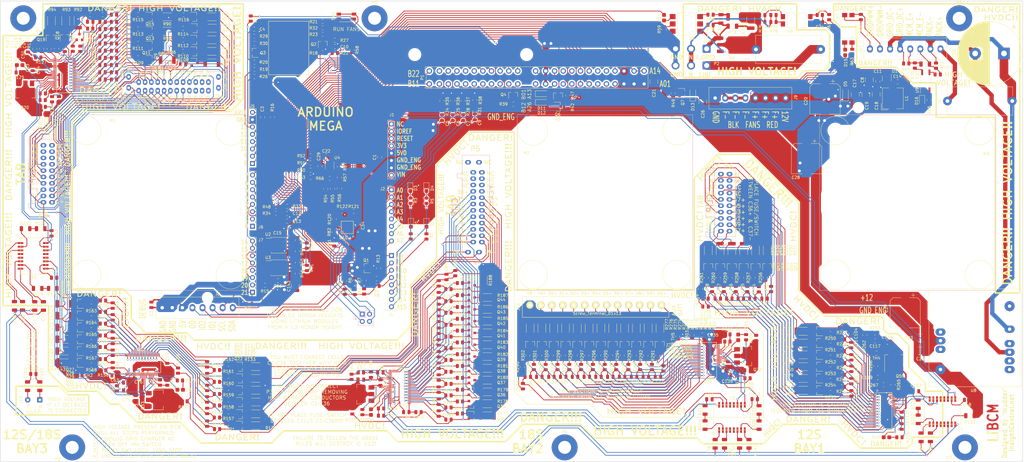
<source format=kicad_pcb>
(kicad_pcb (version 20171130) (host pcbnew "(5.1.9-0-10_14)")
  (title_block (title "LiBCM - Honda Insight BCM Replacement") (rev A) (company "Linsight, LLC"))
  (layers (0 F.Cu signal) (1 In1.Cu power hide) (2 In2.Cu power hide) (31 B.Cu signal hide) (35 F.Paste user hide) (36 B.SilkS user hide) (37 F.SilkS user) (38 B.Mask user hide) (39 F.Mask user hide) (44 Edge.Cuts user))
  (net 0 "")
  (net 1 +12V)
  (net 2 +5V)
  (net 3 GND_ISO_B)
  (net 4 GND_ISO_C)
  (net 5 GND_ISO_A)
  (net 6 GND_ENG)
  (net 7 /5V_SW)
  (net 8 /5V_BOOST)
  (net 9 /MCM_CONN_E-)
  (net 10 /MCM_CONN_E+)
  (net 11 /SNUB)
  (net 12 /L1_GRID)
  (net 13 /TRIAC_SNUBBER)
  (net 14 /GRID_SENSE_NOISY)
  (net 15 /TRIAC_DRIVE)
  (net 16 /MCM_VCONTROL_HV+)
  (net 17 /MCM_VCONTROL_HV-)
  (net 18 /L1_FUSED)
  (net 19 /GRID_SENSE_L1)
  (net 20 /L2)
  (net 21 /GRID_SENSE_L2)
  (net 22 /TRIAC_GATE)
  (net 23 /GRID_PWM+)
  (net 24 /GRID_PWM-)
  (net 25 /5V_ENABLE)
  (net 26 /GRID_PWM_LED_C)
  (net 27 /GRID_PWM_LED_A)
  (net 28 /MCM_V_LED_A)
  (net 29 /MCM_V_LED_C)
  (net 30 /AREF)
  (net 31 /IGNITION_SENSE)
  (net 32 /TBATT_YEL_LPF)
  (net 33 /TBATT_GRN_LPF)
  (net 34 /TBATT_WHT_LPF)
  (net 35 /TBATT_BLU_LPF)
  (net 36 /VPIN_IN)
  (net 37 /VPIN_OUT_LPF)
  (net 38 /BATT_CURRENT_I2V)
  (net 39 /GRID_SENSE)
  (net 40 /GPIO1)
  (net 41 /GPIO2)
  (net 42 /GPIO1_CONN)
  (net 43 /GPIO2_CONN)
  (net 44 /OD_EXT)
  (net 45 /SCL)
  (net 46 /SDA)
  (net 47 /HLINE)
  (net 48 /TURN_OFF_5V)
  (net 49 /LOAD_5V_RAIL)
  (net 50 /IGNITION_12V)
  (net 51 /TBATT_YEL)
  (net 52 /TBATT_GRN)
  (net 53 /TBATT_WHT)
  (net 54 /LOAD_R)
  (net 55 /TBATT_BLU)
  (net 56 /VPIN_IN_NOISY)
  (net 57 /VPIN_OUT_PWM)
  (net 58 /TEMP_SENSOR_EN)
  (net 59 /METSCI2)
  (net 60 /METSCI1)
  (net 61 /BATTSCI1)
  (net 62 /BATTSCI2)
  (net 63 /BATTFANH_EN)
  (net 64 /BATTFANL_EN)
  (net 65 /FAN_PWM)
  (net 66 /BATT_CURRENT_RAW)
  (net 67 /OP_OFFSET_H)
  (net 68 /OP_GAIN)
  (net 69 /OP_OFFSET_L)
  (net 70 /GRID_EN)
  (net 71 /GRID_EN_LED_A)
  (net 72 /GRID_EN_LED_C)
  (net 73 /GRID_PWM)
  (net 74 /MCM_VOLTAGE_CONTROL)
  (net 75 /OP_IN-)
  (net 76 /BATT_CURRENT_SCALED)
  (net 77 /SPI_BATT_MISO)
  (net 78 /SPI_BATT_MOSI)
  (net 79 "/LiBCM BMS/C12_A")
  (net 80 "/LiBCM BMS/C11_A")
  (net 81 "/LiBCM BMS/C9_A")
  (net 82 "/LiBCM BMS/C10_A")
  (net 83 "/LiBCM BMS/C7_A")
  (net 84 "/LiBCM BMS/C8_A")
  (net 85 "/LiBCM BMS/C6_A")
  (net 86 "/LiBCM BMS/C5_A")
  (net 87 "/LiBCM BMS/C4_A")
  (net 88 "/LiBCM BMS/C3_A")
  (net 89 "/LiBCM BMS/C1_A")
  (net 90 "/LiBCM BMS/C2_A")
  (net 91 "/LiBCM BMS/C0_A")
  (net 92 "/LiBCM BMS/VpFILT_A")
  (net 93 "/LiBCM BMS/VdriveCollector_A")
  (net 94 "/LiBCM BMS/VREF2_A")
  (net 95 "/LiBCM BMS/VREF1_A")
  (net 96 "/LiBCM BMS/VREG_A")
  (net 97 "/LiBCM BMS/IM_ISO_A")
  (net 98 "/LiBCM BMS/IP_ISO_A")
  (net 99 "/LiBCM BMS/C11_B")
  (net 100 "/LiBCM BMS/C12_B")
  (net 101 "/LiBCM BMS/C9_B")
  (net 102 "/LiBCM BMS/C10_B")
  (net 103 "/LiBCM BMS/C7_B")
  (net 104 "/LiBCM BMS/C8_B")
  (net 105 "/LiBCM BMS/C5_B")
  (net 106 "/LiBCM BMS/C6_B")
  (net 107 "/LiBCM BMS/C3_B")
  (net 108 "/LiBCM BMS/C4_B")
  (net 109 "/LiBCM BMS/C1_B")
  (net 110 "/LiBCM BMS/C2_B")
  (net 111 "/LiBCM BMS/C0_B")
  (net 112 "/LiBCM BMS/VpFILT_B")
  (net 113 "/LiBCM BMS/IP_ISO_B")
  (net 114 "/LiBCM BMS/IM_ISO_B")
  (net 115 "/LiBCM BMS/VdriveCollector_B")
  (net 116 "/LiBCM BMS/VREF2_B")
  (net 117 "/LiBCM BMS/VREF1_B")
  (net 118 "/LiBCM BMS/VREG_B")
  (net 119 "/LiBCM BMS/IP_ISO_C")
  (net 120 "/LiBCM BMS/C11_C")
  (net 121 "/LiBCM BMS/C12_C")
  (net 122 "/LiBCM BMS/C9_C")
  (net 123 "/LiBCM BMS/C10_C")
  (net 124 "/LiBCM BMS/C7_C")
  (net 125 "/LiBCM BMS/C8_C")
  (net 126 "/LiBCM BMS/C5_C")
  (net 127 "/LiBCM BMS/C6_C")
  (net 128 "/LiBCM BMS/C3_C")
  (net 129 "/LiBCM BMS/C4_C")
  (net 130 "/LiBCM BMS/C1_C")
  (net 131 "/LiBCM BMS/C2_C")
  (net 132 "/LiBCM BMS/C0_C")
  (net 133 "/LiBCM BMS/IM_ISO_C")
  (net 134 "/LiBCM BMS/VpFILT_C")
  (net 135 "/LiBCM BMS/IP_ISO_D")
  (net 136 "/LiBCM BMS/IM_ISO_D")
  (net 137 "/LiBCM BMS/VdriveCollector_C")
  (net 138 "/LiBCM BMS/VREF2_C")
  (net 139 "/LiBCM BMS/VREF1_C")
  (net 140 "/LiBCM BMS/VREG_C")
  (net 141 "/LiBCM BMS/C11_D")
  (net 142 "/LiBCM BMS/C12_D")
  (net 143 "/LiBCM BMS/C10_D")
  (net 144 "/LiBCM BMS/C9_D")
  (net 145 "/LiBCM BMS/C7_D")
  (net 146 "/LiBCM BMS/C8_D")
  (net 147 "/LiBCM BMS/C6_D")
  (net 148 "/LiBCM BMS/C5_D")
  (net 149 "/LiBCM BMS/C3_D")
  (net 150 "/LiBCM BMS/C4_D")
  (net 151 "/LiBCM BMS/C2_D")
  (net 152 "/LiBCM BMS/C1_D")
  (net 153 "/LiBCM BMS/C0_D")
  (net 154 "/LiBCM BMS/VpFILT_D")
  (net 155 "/LiBCM BMS/VdriveCollector_D")
  (net 156 "/LiBCM BMS/VREF2_D")
  (net 157 "/LiBCM BMS/VREF1_D")
  (net 158 "/LiBCM BMS/VREG_D")
  (net 159 "/LiBCM BMS/C11pos")
  (net 160 "/LiBCM BMS/QC12_A")
  (net 161 "/LiBCM BMS/QC11_A")
  (net 162 "/LiBCM BMS/C10pos")
  (net 163 "/LiBCM BMS/CELL9pos")
  (net 164 "/LiBCM BMS/QC10_A")
  (net 165 "/LiBCM BMS/CELL8pos")
  (net 166 "/LiBCM BMS/QC9_A")
  (net 167 "/LiBCM BMS/CELL7pos")
  (net 168 "/LiBCM BMS/QC8_A")
  (net 169 "/LiBCM BMS/QC7_A")
  (net 170 "/LiBCM BMS/CELL6pos")
  (net 171 "/LiBCM BMS/CELL5pos")
  (net 172 "/LiBCM BMS/QC6_A")
  (net 173 "/LiBCM BMS/CELL4pos")
  (net 174 "/LiBCM BMS/QC5_A")
  (net 175 "/LiBCM BMS/QC4_A")
  (net 176 "/LiBCM BMS/CELL3pos")
  (net 177 "/LiBCM BMS/QC3_A")
  (net 178 "/LiBCM BMS/CELL2pos")
  (net 179 "/LiBCM BMS/CELL1pos")
  (net 180 "/LiBCM BMS/QC2_A")
  (net 181 "/LiBCM BMS/QC1_A")
  (net 182 "/LiBCM BMS/S12b_A")
  (net 183 "/LiBCM BMS/S12_A")
  (net 184 "/LiBCM BMS/S11b_A")
  (net 185 "/LiBCM BMS/S11_A")
  (net 186 "/LiBCM BMS/S10_A")
  (net 187 "/LiBCM BMS/S10b_A")
  (net 188 "/LiBCM BMS/S9b_A")
  (net 189 "/LiBCM BMS/S9_A")
  (net 190 "/LiBCM BMS/S8_A")
  (net 191 "/LiBCM BMS/S8b_A")
  (net 192 "/LiBCM BMS/S7b_A")
  (net 193 "/LiBCM BMS/S7_A")
  (net 194 "/LiBCM BMS/S6_A")
  (net 195 "/LiBCM BMS/S6b_A")
  (net 196 "/LiBCM BMS/S5b_A")
  (net 197 "/LiBCM BMS/S5_A")
  (net 198 "/LiBCM BMS/S4_A")
  (net 199 "/LiBCM BMS/S4b_A")
  (net 200 "/LiBCM BMS/S3b_A")
  (net 201 "/LiBCM BMS/S3_A")
  (net 202 "/LiBCM BMS/S2_A")
  (net 203 "/LiBCM BMS/S2b_A")
  (net 204 "/LiBCM BMS/S1b_A")
  (net 205 "/LiBCM BMS/S1_A")
  (net 206 "/LiBCM BMS/IC_6820")
  (net 207 "/LiBCM BMS/IB_6820")
  (net 208 "/LiBCM BMS/IP_6820")
  (net 209 "/LiBCM BMS/IM_6820")
  (net 210 "/LiBCM BMS/IB_A")
  (net 211 "/LiBCM BMS/IC_A")
  (net 212 "/LiBCM BMS/T_A")
  (net 213 "/LiBCM BMS/BIAS_A")
  (net 214 "/LiBCM BMS/CELL23pos")
  (net 215 "/LiBCM BMS/QC12_B")
  (net 216 "/LiBCM BMS/CELL22pos")
  (net 217 "/LiBCM BMS/QC11_B")
  (net 218 "/LiBCM BMS/QC10_B")
  (net 219 "/LiBCM BMS/CELL21pos")
  (net 220 "/LiBCM BMS/QC9_B")
  (net 221 "/LiBCM BMS/CELL20pos")
  (net 222 "/LiBCM BMS/QC8_B")
  (net 223 "/LiBCM BMS/CELL19pos")
  (net 224 "/LiBCM BMS/QC7_B")
  (net 225 "/LiBCM BMS/CELL18pos")
  (net 226 "/LiBCM BMS/CELL17pos")
  (net 227 "/LiBCM BMS/QC6_B")
  (net 228 "/LiBCM BMS/CELL16pos")
  (net 229 "/LiBCM BMS/QC5_B")
  (net 230 "/LiBCM BMS/QC4_B")
  (net 231 "/LiBCM BMS/CELL15pos")
  (net 232 "/LiBCM BMS/QC3_B")
  (net 233 "/LiBCM BMS/CELL14pos")
  (net 234 "/LiBCM BMS/QC2_B")
  (net 235 "/LiBCM BMS/CELL13pos")
  (net 236 "/LiBCM BMS/QC1_B")
  (net 237 "/LiBCM BMS/S12_B")
  (net 238 "/LiBCM BMS/S12b_B")
  (net 239 "/LiBCM BMS/S11b_B")
  (net 240 "/LiBCM BMS/S11_B")
  (net 241 "/LiBCM BMS/S10_B")
  (net 242 "/LiBCM BMS/S10b_B")
  (net 243 "/LiBCM BMS/S9b_B")
  (net 244 "/LiBCM BMS/S9_B")
  (net 245 "/LiBCM BMS/S8_B")
  (net 246 "/LiBCM BMS/S8b_B")
  (net 247 "/LiBCM BMS/S7b_B")
  (net 248 "/LiBCM BMS/S7_B")
  (net 249 "/LiBCM BMS/S6_B")
  (net 250 "/LiBCM BMS/S6b_B")
  (net 251 "/LiBCM BMS/S5b_B")
  (net 252 "/LiBCM BMS/S5_B")
  (net 253 "/LiBCM BMS/S4_B")
  (net 254 "/LiBCM BMS/S4b_B")
  (net 255 "/LiBCM BMS/S3b_B")
  (net 256 "/LiBCM BMS/S3_B")
  (net 257 "/LiBCM BMS/S2_B")
  (net 258 "/LiBCM BMS/S2b_B")
  (net 259 "/LiBCM BMS/S1b_B")
  (net 260 "/LiBCM BMS/S1_B")
  (net 261 "/LiBCM BMS/IB_B")
  (net 262 "/LiBCM BMS/IC_B")
  (net 263 "/LiBCM BMS/T_B")
  (net 264 "/LiBCM BMS/ISO_TAP_B")
  (net 265 "/LiBCM BMS/BIAS_B")
  (net 266 "/LiBCM BMS/QC12_C")
  (net 267 "/LiBCM BMS/CELL35pos")
  (net 268 "/LiBCM BMS/QC11_C")
  (net 269 "/LiBCM BMS/CELL34pos")
  (net 270 "/LiBCM BMS/CELL33pos")
  (net 271 "/LiBCM BMS/QC10_C")
  (net 272 "/LiBCM BMS/CELL32pos")
  (net 273 "/LiBCM BMS/QC9_C")
  (net 274 "/LiBCM BMS/CELL31pos")
  (net 275 "/LiBCM BMS/QC8_C")
  (net 276 "/LiBCM BMS/QC7_C")
  (net 277 "/LiBCM BMS/CELL30pos")
  (net 278 "/LiBCM BMS/CELL29pos")
  (net 279 "/LiBCM BMS/QC6_C")
  (net 280 "/LiBCM BMS/QC5_C")
  (net 281 "/LiBCM BMS/CELL28pos")
  (net 282 "/LiBCM BMS/QC4_C")
  (net 283 "/LiBCM BMS/CELL27pos")
  (net 284 "/LiBCM BMS/CELL26pos")
  (net 285 "/LiBCM BMS/QC3_C")
  (net 286 "/LiBCM BMS/QC2_C")
  (net 287 "/LiBCM BMS/CELL25pos")
  (net 288 "/LiBCM BMS/QC1_C")
  (net 289 "/LiBCM BMS/CELL36pos")
  (net 290 "/LiBCM BMS/S12_C")
  (net 291 "/LiBCM BMS/S12b_C")
  (net 292 "/LiBCM BMS/S11b_C")
  (net 293 "/LiBCM BMS/S11_C")
  (net 294 "/LiBCM BMS/S10b_C")
  (net 295 "/LiBCM BMS/S10_C")
  (net 296 "/LiBCM BMS/S9b_C")
  (net 297 "/LiBCM BMS/S9_C")
  (net 298 "/LiBCM BMS/S8b_C")
  (net 299 "/LiBCM BMS/S8_C")
  (net 300 "/LiBCM BMS/S7_C")
  (net 301 "/LiBCM BMS/S7b_C")
  (net 302 "/LiBCM BMS/S6b_C")
  (net 303 "/LiBCM BMS/S6_C")
  (net 304 "/LiBCM BMS/S5b_C")
  (net 305 "/LiBCM BMS/S5_C")
  (net 306 "/LiBCM BMS/S4b_C")
  (net 307 "/LiBCM BMS/S4_C")
  (net 308 "/LiBCM BMS/S3b_C")
  (net 309 "/LiBCM BMS/S3_C")
  (net 310 "/LiBCM BMS/S2b_C")
  (net 311 "/LiBCM BMS/S2_C")
  (net 312 "/LiBCM BMS/S1b_C")
  (net 313 "/LiBCM BMS/S1_C")
  (net 314 "/LiBCM BMS/ISO_TAP_C")
  (net 315 "/LiBCM BMS/BIAS_C")
  (net 316 "/LiBCM BMS/IB_C")
  (net 317 "/LiBCM BMS/IC_C")
  (net 318 "/LiBCM BMS/T_C")
  (net 319 "/LiBCM BMS/QC12_D")
  (net 320 "/LiBCM BMS/CELL47pos")
  (net 321 "/LiBCM BMS/CELL46pos")
  (net 322 "/LiBCM BMS/QC11_D")
  (net 323 "/LiBCM BMS/QC10_D")
  (net 324 "/LiBCM BMS/CELL45pos")
  (net 325 "/LiBCM BMS/CELL44pos")
  (net 326 "/LiBCM BMS/QC9_D")
  (net 327 "/LiBCM BMS/QC8_D")
  (net 328 "/LiBCM BMS/CELL43pos")
  (net 329 "/LiBCM BMS/CELL42pos")
  (net 330 "/LiBCM BMS/QC7_D")
  (net 331 "/LiBCM BMS/CELL41pos")
  (net 332 "/LiBCM BMS/QC6_D")
  (net 333 "/LiBCM BMS/CELL40pos")
  (net 334 "/LiBCM BMS/QC5_D")
  (net 335 "/LiBCM BMS/QC4_D")
  (net 336 "/LiBCM BMS/CELL39pos")
  (net 337 "/LiBCM BMS/CELL38pos")
  (net 338 "/LiBCM BMS/QC3_D")
  (net 339 "/LiBCM BMS/QC2_D")
  (net 340 "/LiBCM BMS/CELL37pos")
  (net 341 "/LiBCM BMS/QC1_D")
  (net 342 "/LiBCM BMS/CELL48pos")
  (net 343 "/LiBCM BMS/S12_D")
  (net 344 "/LiBCM BMS/S12b_D")
  (net 345 "/LiBCM BMS/S11_D")
  (net 346 "/LiBCM BMS/S11b_D")
  (net 347 "/LiBCM BMS/S10b_D")
  (net 348 "/LiBCM BMS/S10_D")
  (net 349 "/LiBCM BMS/S9b_D")
  (net 350 "/LiBCM BMS/S9_D")
  (net 351 "/LiBCM BMS/S8_D")
  (net 352 "/LiBCM BMS/S8b_D")
  (net 353 "/LiBCM BMS/S7b_D")
  (net 354 "/LiBCM BMS/S7_D")
  (net 355 "/LiBCM BMS/S6_D")
  (net 356 "/LiBCM BMS/S6b_D")
  (net 357 "/LiBCM BMS/S5b_D")
  (net 358 "/LiBCM BMS/S5_D")
  (net 359 "/LiBCM BMS/S4_D")
  (net 360 "/LiBCM BMS/S4b_D")
  (net 361 "/LiBCM BMS/S3b_D")
  (net 362 "/LiBCM BMS/S3_D")
  (net 363 "/LiBCM BMS/S2_D")
  (net 364 "/LiBCM BMS/S2b_D")
  (net 365 "/LiBCM BMS/S1_D")
  (net 366 "/LiBCM BMS/S1b_D")
  (net 367 "/LiBCM BMS/IC_D")
  (net 368 "/LiBCM BMS/IB_D")
  (net 369 "/LiBCM BMS/T_D")
  (net 370 "/LiBCM BMS/IMA_A")
  (net 371 "/LiBCM BMS/IPA_B")
  (net 372 "/LiBCM BMS/IMA_B")
  (net 373 "/LiBCM BMS/IPA_A")
  (net 374 "/LiBCM BMS/IPA_C")
  (net 375 "/LiBCM BMS/IMA_D")
  (net 376 "/LiBCM BMS/IPA_D")
  (net 377 "/LiBCM BMS/IMA_C")
  (net 378 /SPI_BATT_SCK)
  (net 379 /SPI_BATT_CS0)
  (net 380 "/LiBCM BMS/DRIVE_A")
  (net 381 "/LiBCM BMS/DRIVE_B")
  (net 382 "/LiBCM BMS/DRIVE_C")
  (net 383 "/LiBCM BMS/DRIVE_D")
  (net 384 /12V_ALWAYS)
  (net 385 /FAN-)
  (net 386 HVDC_POS_FUSED)
  (net 387 HVDC_NEG)
  (net 388 GND_ISO_D)
  (net 389 /BATTFANL)
  (net 390 /BATTFANH)
  (net 391 /LED1)
  (net 392 /LED2)
  (net 393 /LED3)
  (net 394 /LED4)
  (net 395 /METSCI_0RX_1TX)
  (net 396 /BATTSCI_0RX_1TX)
  (net 397 /BATTSCI_RX)
  (net 398 /BATTSCI_TX)
  (net 399 /METSCI_RX)
  (net 400 /METSCI_TX)
  (net 401 /OD_EXT_CONN)
  (net 402 GND_CHASSIS)
  (net 403 /LED1R)
  (net 404 /LED2R)
  (net 405 /LED3R)
  (net 406 /LED4R)
  (net 407 /5V_EN_FET)
  (net 408 /LOAD_FET)
  (net 409 "/LiBCM BMS/LED_A")
  (net 410 "/LiBCM BMS/LED_B")
  (net 411 "/LiBCM BMS/LED_C")
  (net 412 "/LiBCM BMS/LED_D")
  (net 413 "/LiBCM BMS/WDT_A")
  (net 414 "/LiBCM BMS/WDT_B")
  (net 415 "/LiBCM BMS/WDT_C")
  (net 416 "/LiBCM BMS/WDT_D")
  (net 417 "Net-(H1-Pad1)")
  (net 418 "Net-(H2-Pad1)")
  (net 419 "Net-(H4-Pad1)")
  (net 420 "Net-(H5-Pad1)")
  (net 421 "Net-(H6-Pad1)")
  (net 422 "Net-(H7-Pad1)")
  (net 423 "Net-(J1-Pad8)")
  (net 424 "Net-(J1-Pad4)")
  (net 425 "Net-(J1-Pad3)")
  (net 426 "Net-(J1-Pad2)")
  (net 427 "Net-(J1-Pad1)")
  (net 428 /SPI_EXTERNAL_CS1)
  (net 429 "Net-(J6-Pad2)")
  (net 430 "Net-(J6-Pad1)")
  (net 431 /HVDC_POS_UNFUSED)
  (net 432 /L1)
  (net 433 /TBATT_SG)
  (net 434 /HLINE_CONN)
  (net 435 "Net-(T1-Pad4)")
  (net 436 "Net-(T1-Pad5)")
  (net 437 "Net-(T1-Pad12)")
  (net 438 "Net-(T1-Pad13)")
  (net 439 "Net-(T2-Pad4)")
  (net 440 "Net-(T2-Pad5)")
  (net 441 "Net-(T2-Pad12)")
  (net 442 "Net-(T2-Pad13)")
  (net 443 "Net-(T3-Pad13)")
  (net 444 "Net-(T3-Pad12)")
  (net 445 "Net-(T3-Pad5)")
  (net 446 "Net-(T3-Pad4)")
  (net 447 "Net-(U5-Pad5)")
  (net 448 "Net-(U5-Pad3)")
  (net 449 "Net-(U11-Pad28)")
  (net 450 "Net-(U11-Pad29)")
  (net 451 "Net-(U11-Pad32)")
  (net 452 "Net-(U11-Pad33)")
  (net 453 "Net-(U12-Pad33)")
  (net 454 "Net-(U12-Pad32)")
  (net 455 "Net-(U12-Pad29)")
  (net 456 "Net-(U12-Pad28)")
  (net 457 "Net-(U13-Pad33)")
  (net 458 "Net-(U13-Pad32)")
  (net 459 "Net-(U13-Pad29)")
  (net 460 "Net-(U13-Pad28)")
  (net 461 "Net-(U14-Pad28)")
  (net 462 "Net-(U14-Pad29)")
  (net 463 "Net-(U14-Pad32)")
  (net 464 "Net-(U14-Pad33)")
  (net 465 "Net-(U8-Pad8)")
  (net 466 "Net-(U8-Pad9)")
  (net 467 "Net-(U8-Pad11)")
  (net 468 "Net-(U8-Pad14)")
  (net 469 "Net-(U8-Pad6)")
  (net 470 "Net-(U8-Pad4)")
  (net 471 "Net-(P3-Pad13)")
  (net 472 "Net-(P3-Pad15)")
  (net 473 "Net-(P3-Pad14)")
  (net 474 "Net-(P3-Pad17)")
  (net 475 "Net-(P3-Pad16)")
  (net 476 "Net-(P3-Pad19)")
  (net 477 "Net-(P3-Pad18)")
  (net 478 "Net-(P6-Pad18)")
  (net 479 "Net-(P6-Pad19)")
  (net 480 "Net-(P6-Pad16)")
  (net 481 "Net-(P6-Pad17)")
  (net 482 "Net-(P6-Pad14)")
  (net 483 "Net-(P6-Pad15)")
  (net 484 "Net-(P6-Pad13)")
  (net 485 "Net-(P4-Pad19)")
  (net 486 "Net-(P4-Pad21)")
  (net 487 "Net-(P4-Pad20)")
  (net 488 "Net-(P4-Pad23)")
  (net 489 "Net-(P4-Pad22)")
  (net 490 "Net-(P4-Pad25)")
  (net 491 "Net-(P4-Pad24)")
  (net 492 "Net-(P4-Pad26)")
  (net 493 "Net-(P4-Pad27)")
  (net 494 "Net-(P5-Pad27)")
  (net 495 "Net-(P5-Pad26)")
  (net 496 "Net-(P5-Pad24)")
  (net 497 "Net-(P5-Pad25)")
  (net 498 "Net-(P5-Pad22)")
  (net 499 "Net-(P5-Pad23)")
  (net 500 "Net-(P5-Pad20)")
  (net 501 "Net-(P5-Pad21)")
  (net 502 "Net-(P5-Pad19)")
  (net 503 /GPIO2_PI)
  (net 504 "Net-(P1-PadB10)")
  (net 505 "Net-(P1-PadB21)")
  (net 506 "Net-(P1-PadB18)")
  (net 507 "Net-(P1-PadB17)")
  (net 508 "Net-(P1-PadB16)")
  (net 509 "Net-(P1-PadB15)")
  (net 510 "Net-(P1-PadB14)")
  (net 511 "Net-(P1-PadB13)")
  (net 512 "Net-(P1-PadA26)")
  (net 513 "Net-(P1-PadA10)")
  (net 514 "Net-(P1-PadA23)")
  (net 515 "Net-(P1-PadA22)")
  (net 516 "Net-(P1-PadA19)")
  (net 517 "Net-(P1-PadA18)")
  (net 518 "Net-(P1-PadA17)")
  (net 519 "Net-(P1-PadA09)")
  (net 520 "Net-(P1-PadA06)")
  (net 521 "Net-(P1-PadA05)")
  (net 522 /GPIO1_PI)
  (net 523 /FAN_PWM_G)
  (net 524 "Net-(P1-PadB06)")
  (net 525 "Net-(P1-PadB07)")
  (net 526 "/LiBCM BMS/TCENTER_A")
  (net 527 "/LiBCM BMS/TCENTER_B")
  (net 528 "/LiBCM BMS/TCENTER_C")
  (net 529 "/LiBCM BMS/TCENTER_D")
  (net 530 "/LiBCM BMS/ISO_TAP_A")
  (net 531 "/LiBCM BMS/BIAS_D")
  (net 532 "/LiBCM BMS/C12_E")
  (net 533 "/LiBCM BMS/C11_E")
  (net 534 "/LiBCM BMS/C10_E")
  (net 535 "/LiBCM BMS/C9_E")
  (net 536 "/LiBCM BMS/C8_E")
  (net 537 "/LiBCM BMS/C7_E")
  (net 538 "/LiBCM BMS/C6_E")
  (net 539 "/LiBCM BMS/C5_E")
  (net 540 "/LiBCM BMS/C3_E")
  (net 541 "/LiBCM BMS/C4_E")
  (net 542 "/LiBCM BMS/C1_E")
  (net 543 "/LiBCM BMS/C2_E")
  (net 544 "/LiBCM BMS/C0_E")
  (net 545 GND_ISO_E)
  (net 546 "/LiBCM BMS/VpFILT_E")
  (net 547 "/LiBCM BMS/VdriveCollector_E")
  (net 548 "/LiBCM BMS/VREF2_E")
  (net 549 "/LiBCM BMS/VREF1_E")
  (net 550 "/LiBCM BMS/VREG_E")
  (net 551 "/LiBCM BMS/WDT_E")
  (net 552 "/LiBCM BMS/LED_E")
  (net 553 "/LiBCM BMS/CELL49pos")
  (net 554 "/LiBCM BMS/CELL50pos")
  (net 555 "/LiBCM BMS/CELL51pos")
  (net 556 "/LiBCM BMS/CELL52pos")
  (net 557 "/LiBCM BMS/CELL53pos")
  (net 558 "/LiBCM BMS/CELL54pos")
  (net 559 "/LiBCM BMS/CELL55pos")
  (net 560 "/LiBCM BMS/CELL56pos")
  (net 561 "/LiBCM BMS/CELL57pos")
  (net 562 "/LiBCM BMS/CELL58pos")
  (net 563 "/LiBCM BMS/CELL59pos")
  (net 564 "/LiBCM BMS/CELL60pos")
  (net 565 "/LiBCM BMS/QC12_E")
  (net 566 "/LiBCM BMS/S12b_E")
  (net 567 "/LiBCM BMS/QC11_E")
  (net 568 "/LiBCM BMS/S11b_E")
  (net 569 "/LiBCM BMS/S10b_E")
  (net 570 "/LiBCM BMS/QC10_E")
  (net 571 "/LiBCM BMS/S9b_E")
  (net 572 "/LiBCM BMS/QC9_E")
  (net 573 "/LiBCM BMS/QC8_E")
  (net 574 "/LiBCM BMS/S8b_E")
  (net 575 "/LiBCM BMS/S7b_E")
  (net 576 "/LiBCM BMS/QC7_E")
  (net 577 "/LiBCM BMS/QC6_E")
  (net 578 "/LiBCM BMS/S6b_E")
  (net 579 "/LiBCM BMS/S5b_E")
  (net 580 "/LiBCM BMS/QC5_E")
  (net 581 "/LiBCM BMS/QC4_E")
  (net 582 "/LiBCM BMS/S4b_E")
  (net 583 "/LiBCM BMS/QC3_E")
  (net 584 "/LiBCM BMS/S3b_E")
  (net 585 "/LiBCM BMS/S2b_E")
  (net 586 "/LiBCM BMS/QC2_E")
  (net 587 "/LiBCM BMS/S1b_E")
  (net 588 "/LiBCM BMS/QC1_E")
  (net 589 "/LiBCM BMS/DRIVE_E")
  (net 590 "/LiBCM BMS/S12_E")
  (net 591 "/LiBCM BMS/S11_E")
  (net 592 "/LiBCM BMS/S10_E")
  (net 593 "/LiBCM BMS/S9_E")
  (net 594 "/LiBCM BMS/S8_E")
  (net 595 "/LiBCM BMS/S7_E")
  (net 596 "/LiBCM BMS/S6_E")
  (net 597 "/LiBCM BMS/S5_E")
  (net 598 "/LiBCM BMS/S4_E")
  (net 599 "/LiBCM BMS/S3_E")
  (net 600 "/LiBCM BMS/S2_E")
  (net 601 "/LiBCM BMS/S1_E")
  (net 602 "/LiBCM BMS/IC_E")
  (net 603 "/LiBCM BMS/IB_E")
  (net 604 "/LiBCM BMS/T_E")
  (net 605 "Net-(U15-Pad28)")
  (net 606 "Net-(U15-Pad29)")
  (net 607 "Net-(U15-Pad32)")
  (net 608 "Net-(U15-Pad33)")
  (net 609 "/LiBCM BMS/IMA_E")
  (net 610 "/LiBCM BMS/IPA_E")
  (net 611 "/LiBCM BMS/TCENTER_6820")
  (net 612 "/LiBCM BMS/IM_ISO_SAFETY")
  (net 613 "/LiBCM BMS/IP_ISO_SAFETY")
  (net 614 "/LiBCM BMS/IP_ISO_EXT")
  (net 615 "/LiBCM BMS/IM_ISO_EXT")
  (net 616 "/LiBCM BMS/IP_ISO_E")
  (net 617 "/LiBCM BMS/IM_ISO_E")
  (net 618 "/LiBCM BMS/TCENTER_E")
  (net 619 "/LiBCM BMS/TCENTER_ISO_SAFETY")
  (net 620 "/LiBCM BMS/ISO_TAP_D")
  (net 621 "/LiBCM BMS/ISO_TAP_E")
  (net 622 "/LiBCM BMS/BIAS_E")
  (module Capacitor_SMD:C_0805_2012Metric (layer F.Cu) (at 56 42.2 180)
    (fp_text reference C40 (at 0.25 -5.8) (layer F.SilkS))
    (fp_text value 10n)
    (pad 2 smd roundrect (at 0.95 0 180) (size 1 1.45) (layers F.Cu F.Paste F.Mask) (net 89 "/LiBCM BMS/C1_A"))
    (pad 1 smd roundrect (at -0.95 0 180) (size 1 1.45) (layers F.Cu F.Paste F.Mask) (net 90 "/LiBCM BMS/C2_A"))
  )
  (module Capacitor_SMD:C_1210_3225Metric (layer F.Cu) (at 268.75 70 90)
    (fp_text reference C26 (at -4.25 0 270) (layer F.SilkS))
    (fp_text value 22u)
    (pad 1 smd roundrect (at -1.475 0 90) (size 1.15 2.7) (layers F.Cu F.Paste F.Mask) (roundrect_rratio 0.2173904347826087) (net 1 +12V))
    (pad 2 smd roundrect (at 1.475 0 90) (size 1.15 2.7) (layers F.Cu F.Paste F.Mask) (roundrect_rratio 0.2173904347826087) (net 6 GND_ENG))
  )
  (module Capacitor_SMD:C_1206_3216Metric (layer F.Cu) (at 345.95 56.9 180)
    (fp_text reference C31 (at 2.8 -3.7 90) (layer F.SilkS))
    (fp_text value 22n)
    (pad 2 smd roundrect (at 1.475 0 180) (size 1.15 1.8) (layers F.Cu F.Paste F.Mask) (roundrect_rratio 0.2173904347826087) (net 10 /MCM_CONN_E+))
    (pad 1 smd roundrect (at -1.475 0 180) (size 1.15 1.8) (layers F.Cu F.Paste F.Mask) (roundrect_rratio 0.2173904347826087) (net 9 /MCM_CONN_E-))
  )
  (module Capacitor_SMD:C_1206_3216Metric (layer F.Cu) (at 278.975 43.75)
    (fp_text reference C32 (at 3.525 -0.75) (layer F.SilkS))
    (fp_text value DNP)
    (pad 2 smd roundrect (at 1.475 0) (size 1.15 1.8) (layers F.Cu F.Paste F.Mask) (roundrect_rratio 0.2173904347826087) (net 11 /SNUB))
    (pad 1 smd roundrect (at -1.475 0) (size 1.15 1.8) (layers F.Cu F.Paste F.Mask) (roundrect_rratio 0.2173904347826087) (net 12 /L1_GRID))
  )
  (module Capacitor_SMD:C_1206_3216Metric (layer F.Cu) (at 275 41.225 90)
    (fp_text reference C33 (at -3.775 -0.5 90) (layer F.SilkS))
    (fp_text value 22n)
    (pad 2 smd roundrect (at 1.475 0 90) (size 1.15 1.8) (layers F.Cu F.Paste F.Mask) (roundrect_rratio 0.2173904347826087) (net 13 /TRIAC_SNUBBER))
    (pad 1 smd roundrect (at -1.475 0 90) (size 1.15 1.8) (layers F.Cu F.Paste F.Mask) (roundrect_rratio 0.2173904347826087) (net 12 /L1_GRID))
  )
  (module Capacitor_SMD:C_1206_3216Metric (layer F.Cu) (at 32.5 140.85 90)
    (fp_text reference C55 (at -4.65 0.25 90) (layer F.SilkS))
    (fp_text value 22n)
    (pad 2 smd roundrect (at 1.475 0 90) (size 1.15 1.8) (layers F.Cu F.Paste F.Mask) (roundrect_rratio 0.2173904347826087) (net 97 "/LiBCM BMS/IM_ISO_A"))
    (pad 1 smd roundrect (at -1.475 0 90) (size 1.15 1.8) (layers F.Cu F.Paste F.Mask) (roundrect_rratio 0.2173904347826087) (net 612 "/LiBCM BMS/IM_ISO_SAFETY"))
  )
  (module Capacitor_SMD:C_1206_3216Metric (layer F.Cu) (at 29.7 140.85 90)
    (fp_text reference C56 (at -4.65 0.05 90) (layer F.SilkS))
    (fp_text value 22n)
    (pad 2 smd roundrect (at 1.475 0 90) (size 1.15 1.8) (layers F.Cu F.Paste F.Mask) (roundrect_rratio 0.2173904347826087) (net 98 "/LiBCM BMS/IP_ISO_A"))
    (pad 1 smd roundrect (at -1.475 0 90) (size 1.15 1.8) (layers F.Cu F.Paste F.Mask) (roundrect_rratio 0.2173904347826087) (net 613 "/LiBCM BMS/IP_ISO_SAFETY"))
  )
  (module Capacitor_SMD:C_1206_3216Metric (layer F.Cu) (at 36.75 140.9 90)
    (fp_text reference C71 (at -3.85 0 90) (layer F.SilkS))
    (fp_text value 22n)
    (pad 2 smd roundrect (at 1.475 0 90) (size 1.15 1.8) (layers F.Cu F.Paste F.Mask) (roundrect_rratio 0.2173904347826087) (net 113 "/LiBCM BMS/IP_ISO_B"))
    (pad 1 smd roundrect (at -1.475 0 90) (size 1.15 1.8) (layers F.Cu F.Paste F.Mask) (roundrect_rratio 0.2173904347826087) (net 613 "/LiBCM BMS/IP_ISO_SAFETY"))
  )
  (module Capacitor_SMD:C_1206_3216Metric (layer F.Cu) (at 39.75 140.9 90)
    (fp_text reference C72 (at -3.85 0 90) (layer F.SilkS))
    (fp_text value 22n)
    (pad 2 smd roundrect (at 1.475 0 90) (size 1.15 1.8) (layers F.Cu F.Paste F.Mask) (roundrect_rratio 0.2173904347826087) (net 114 "/LiBCM BMS/IM_ISO_B"))
    (pad 1 smd roundrect (at -1.475 0 90) (size 1.15 1.8) (layers F.Cu F.Paste F.Mask) (roundrect_rratio 0.2173904347826087) (net 612 "/LiBCM BMS/IM_ISO_SAFETY"))
  )
  (module Capacitor_SMD:C_1206_3216Metric (layer F.Cu) (at 273 188.75 90)
    (fp_text reference C78 (at -2.25 -2 90) (layer F.SilkS))
    (fp_text value 22n)
    (pad 2 smd roundrect (at 1.475 0 90) (size 1.15 1.8) (layers F.Cu F.Paste F.Mask) (roundrect_rratio 0.2173904347826087) (net 119 "/LiBCM BMS/IP_ISO_C"))
    (pad 1 smd roundrect (at -1.475 0 90) (size 1.15 1.8) (layers F.Cu F.Paste F.Mask) (roundrect_rratio 0.2173904347826087) (net 613 "/LiBCM BMS/IP_ISO_SAFETY"))
  )
  (module Capacitor_SMD:C_1206_3216Metric (layer F.Cu) (at 276.25 188.75 90)
    (fp_text reference C92 (at -3 2 90) (layer F.SilkS))
    (fp_text value 22n)
    (pad 2 smd roundrect (at 1.475 0 90) (size 1.15 1.8) (layers F.Cu F.Paste F.Mask) (roundrect_rratio 0.2173904347826087) (net 133 "/LiBCM BMS/IM_ISO_C"))
    (pad 1 smd roundrect (at -1.475 0 90) (size 1.15 1.8) (layers F.Cu F.Paste F.Mask) (roundrect_rratio 0.2173904347826087) (net 612 "/LiBCM BMS/IM_ISO_SAFETY"))
  )
  (module Capacitor_SMD:C_1206_3216Metric (layer F.Cu) (at 344.5 186.5 90)
    (fp_text reference C95 (at -4.25 0 90) (layer F.SilkS))
    (fp_text value 22n)
    (pad 2 smd roundrect (at 1.475 0 90) (size 1.15 1.8) (layers F.Cu F.Paste F.Mask) (roundrect_rratio 0.2173904347826087) (net 135 "/LiBCM BMS/IP_ISO_D"))
    (pad 1 smd roundrect (at -1.475 0 90) (size 1.15 1.8) (layers F.Cu F.Paste F.Mask) (roundrect_rratio 0.2173904347826087) (net 613 "/LiBCM BMS/IP_ISO_SAFETY"))
  )
  (module Capacitor_SMD:C_1206_3216Metric (layer F.Cu) (at 347.75 186.5 90)
    (fp_text reference C96 (at -4.25 0 90) (layer F.SilkS))
    (fp_text value 22n)
    (pad 2 smd roundrect (at 1.475 0 90) (size 1.15 1.8) (layers F.Cu F.Paste F.Mask) (roundrect_rratio 0.2173904347826087) (net 136 "/LiBCM BMS/IM_ISO_D"))
    (pad 1 smd roundrect (at -1.475 0 90) (size 1.15 1.8) (layers F.Cu F.Paste F.Mask) (roundrect_rratio 0.2173904347826087) (net 612 "/LiBCM BMS/IM_ISO_SAFETY"))
  )
  (module Capacitor_SMD:C_1206_3216Metric (layer F.Cu) (at 34.25 168.75 270)
    (fp_text reference C101 (at -4.5 0.75 90) (layer F.SilkS))
    (fp_text value 22n)
    (pad 2 smd roundrect (at 1.475 0 270) (size 1.15 1.8) (layers F.Cu F.Paste F.Mask) (roundrect_rratio 0.2173904347826087) (net 614 "/LiBCM BMS/IP_ISO_EXT"))
    (pad 1 smd roundrect (at -1.475 0 270) (size 1.15 1.8) (layers F.Cu F.Paste F.Mask) (roundrect_rratio 0.2173904347826087) (net 613 "/LiBCM BMS/IP_ISO_SAFETY"))
  )
  (module Capacitor_SMD:C_1206_3216Metric (layer F.Cu) (at 38.5 168.75 270)
    (fp_text reference C102 (at -4.5 -0.75 90) (layer F.SilkS))
    (fp_text value 22n)
    (pad 2 smd roundrect (at 1.475 0 270) (size 1.15 1.8) (layers F.Cu F.Paste F.Mask) (roundrect_rratio 0.2173904347826087) (net 615 "/LiBCM BMS/IM_ISO_EXT"))
    (pad 1 smd roundrect (at -1.475 0 270) (size 1.15 1.8) (layers F.Cu F.Paste F.Mask) (roundrect_rratio 0.2173904347826087) (net 612 "/LiBCM BMS/IM_ISO_SAFETY"))
  )
  (module Resistor_SMD:R_0805_2012Metric (layer F.Cu) (at 312.6 40.6 90)
    (fp_text reference R61 (at -3.2 -0.05 90) (layer F.SilkS))
    (fp_text value 10k)
    (pad 2 smd roundrect (at 0.9125 0 90) (size 1.025 1.4) (layers F.Cu F.Paste F.Mask) (roundrect_rratio 0.2439004878048781) (net 14 /GRID_SENSE_NOISY))
    (pad 1 smd roundrect (at -0.9125 0 90) (size 1.025 1.4) (layers F.Cu F.Paste F.Mask) (roundrect_rratio 0.2439004878048781) (net 2 +5V))
  )
  (module Resistor_SMD:R_0805_2012Metric (layer F.Cu) (at 271.4125 39.75 180)
    (fp_text reference R68 (at 0 -1.65) (layer F.SilkS))
    (fp_text value 120)
    (pad 2 smd roundrect (at 0.9125 0 180) (size 1.025 1.4) (layers F.Cu F.Paste F.Mask) (roundrect_rratio 0.2439004878048781) (net 15 /TRIAC_DRIVE))
    (pad 1 smd roundrect (at -0.9125 0 180) (size 1.025 1.4) (layers F.Cu F.Paste F.Mask) (roundrect_rratio 0.2439004878048781) (net 13 /TRIAC_SNUBBER))
  )
  (module Resistor_SMD:R_0805_2012Metric (layer F.Cu) (at 339.3525 56.69)
    (fp_text reference R69 (at -0.2025 2.11) (layer F.SilkS))
    (fp_text value 10k)
    (pad 2 smd roundrect (at 0.9125 0) (size 1.025 1.4) (layers F.Cu F.Paste F.Mask) (roundrect_rratio 0.2439004878048781) (net 10 /MCM_CONN_E+))
    (pad 1 smd roundrect (at -0.9125 0) (size 1.025 1.4) (layers F.Cu F.Paste F.Mask) (roundrect_rratio 0.2439004878048781) (net 386 HVDC_POS_FUSED))
  )
  (module Resistor_SMD:R_0805_2012Metric (layer F.Cu) (at 342.35 57.4125 90)
    (fp_text reference R70 (at -3.3875 -0.8 90) (layer F.SilkS))
    (fp_text value 71k5)
    (pad 2 smd roundrect (at 0.9125 0 90) (size 1.025 1.4) (layers F.Cu F.Paste F.Mask) (roundrect_rratio 0.2439004878048781) (net 10 /MCM_CONN_E+))
    (pad 1 smd roundrect (at -0.9125 0 90) (size 1.025 1.4) (layers F.Cu F.Paste F.Mask) (roundrect_rratio 0.2439004878048781) (net 16 /MCM_VCONTROL_HV+))
  )
  (module Resistor_SMD:R_0805_2012Metric (layer F.Cu) (at 350.2875 60.5 180)
    (fp_text reference R71 (at -3.6625 2.3) (layer F.SilkS))
    (fp_text value 71k5)
    (pad 2 smd roundrect (at 0.9125 0 180) (size 1.025 1.4) (layers F.Cu F.Paste F.Mask) (roundrect_rratio 0.2439004878048781) (net 17 /MCM_VCONTROL_HV-))
    (pad 1 smd roundrect (at -0.9125 0 180) (size 1.025 1.4) (layers F.Cu F.Paste F.Mask) (roundrect_rratio 0.2439004878048781) (net 9 /MCM_CONN_E-))
  )
  (module Resistor_SMD:R_0805_2012Metric (layer F.Cu) (at 349.7 57.45 90)
    (fp_text reference R72 (at 0.05 2.05 90) (layer F.SilkS))
    (fp_text value 10k)
    (pad 2 smd roundrect (at 0.9125 0 90) (size 1.025 1.4) (layers F.Cu F.Paste F.Mask) (roundrect_rratio 0.2439004878048781) (net 387 HVDC_NEG))
    (pad 1 smd roundrect (at -0.9125 0 90) (size 1.025 1.4) (layers F.Cu F.Paste F.Mask) (roundrect_rratio 0.2439004878048781) (net 9 /MCM_CONN_E-))
  )
  (module Resistor_SMD:R_0805_2012Metric (layer F.Cu) (at 289.3625 42.3)
    (fp_text reference R74 (at 0.1375 3.2) (layer F.SilkS))
    (fp_text value 100k)
    (pad 2 smd roundrect (at 0.9125 0) (size 1.025 1.4) (layers F.Cu F.Paste F.Mask) (roundrect_rratio 0.2439004878048781) (net 19 /GRID_SENSE_L1))
    (pad 1 smd roundrect (at -0.9125 0) (size 1.025 1.4) (layers F.Cu F.Paste F.Mask) (roundrect_rratio 0.2439004878048781) (net 18 /L1_FUSED))
  )
  (module Resistor_SMD:R_0805_2012Metric (layer F.Cu) (at 289.35 39.9)
    (fp_text reference R75 (at 0.15 4.1) (layer F.SilkS))
    (fp_text value 100k)
    (pad 2 smd roundrect (at 0.9125 0) (size 1.025 1.4) (layers F.Cu F.Paste F.Mask) (roundrect_rratio 0.2439004878048781) (net 19 /GRID_SENSE_L1))
    (pad 1 smd roundrect (at -0.9125 0) (size 1.025 1.4) (layers F.Cu F.Paste F.Mask) (roundrect_rratio 0.2439004878048781) (net 18 /L1_FUSED))
  )
  (module Resistor_SMD:R_0805_2012Metric (layer F.Cu) (at 293.25 39.85)
    (fp_text reference R77 (at 0 4.15) (layer F.SilkS))
    (fp_text value 100k)
    (pad 2 smd roundrect (at 0.9125 0) (size 1.025 1.4) (layers F.Cu F.Paste F.Mask) (roundrect_rratio 0.2439004878048781) (net 21 /GRID_SENSE_L2))
    (pad 1 smd roundrect (at -0.9125 0) (size 1.025 1.4) (layers F.Cu F.Paste F.Mask) (roundrect_rratio 0.2439004878048781) (net 20 /L2))
  )
  (module Resistor_SMD:R_0805_2012Metric (layer F.Cu) (at 271.4125 43.25 180)
    (fp_text reference R78 (at 0 -1.65) (layer F.SilkS))
    (fp_text value 220)
    (pad 2 smd roundrect (at 0.9125 0 180) (size 1.025 1.4) (layers F.Cu F.Paste F.Mask) (roundrect_rratio 0.2439004878048781) (net 22 /TRIAC_GATE))
    (pad 1 smd roundrect (at -0.9125 0 180) (size 1.025 1.4) (layers F.Cu F.Paste F.Mask) (roundrect_rratio 0.2439004878048781) (net 12 /L1_GRID))
  )
  (module Resistor_SMD:R_0805_2012Metric (layer F.Cu) (at 293.25 42.3)
    (fp_text reference R79 (at 0 3.2) (layer F.SilkS))
    (fp_text value 100k)
    (pad 2 smd roundrect (at 0.9125 0) (size 1.025 1.4) (layers F.Cu F.Paste F.Mask) (roundrect_rratio 0.2439004878048781) (net 21 /GRID_SENSE_L2))
    (pad 1 smd roundrect (at -0.9125 0) (size 1.025 1.4) (layers F.Cu F.Paste F.Mask) (roundrect_rratio 0.2439004878048781) (net 20 /L2))
  )
  (module Resistor_SMD:R_0805_2012Metric (layer F.Cu) (at 323.6 40.55 90)
    (fp_text reference R80 (at -3.65 -0.05 270) (layer F.SilkS))
    (fp_text value DNP)
    (pad 2 smd roundrect (at 0.9125 0 90) (size 1.025 1.4) (layers F.Cu F.Paste F.Mask) (roundrect_rratio 0.2439004878048781) (net 24 /GRID_PWM-))
    (pad 1 smd roundrect (at -0.9125 0 90) (size 1.025 1.4) (layers F.Cu F.Paste F.Mask) (roundrect_rratio 0.2439004878048781) (net 23 /GRID_PWM+))
  )
  (module Resistor_SMD:R_2010_5025Metric (layer F.Cu) (at 98.25 56.5)
    (fp_text reference R83 (at 5 -1) (layer F.SilkS))
    (fp_text value 75)
    (pad 2 smd roundrect (at 2.3125 0) (size 1.225 2.65) (layers F.Cu F.Paste F.Mask) (roundrect_rratio 0.2040808163265306) (net 159 "/LiBCM BMS/C11pos"))
    (pad 1 smd roundrect (at -2.3125 0) (size 1.225 2.65) (layers F.Cu F.Paste F.Mask) (roundrect_rratio 0.2040808163265306) (net 160 "/LiBCM BMS/QC12_A"))
  )
  (module Resistor_SMD:R_2010_5025Metric (layer F.Cu) (at 82.75 55.5)
    (fp_text reference R84 (at -1.75 -2.175) (layer F.SilkS))
    (fp_text value 75)
    (pad 2 smd roundrect (at 2.3125 0) (size 1.225 2.65) (layers F.Cu F.Paste F.Mask) (roundrect_rratio 0.2040808163265306) (net 162 "/LiBCM BMS/C10pos"))
    (pad 1 smd roundrect (at -2.3125 0) (size 1.225 2.65) (layers F.Cu F.Paste F.Mask) (roundrect_rratio 0.2040808163265306) (net 161 "/LiBCM BMS/QC11_A"))
  )
  (module Resistor_SMD:R_2010_5025Metric (layer F.Cu) (at 98.25 52.5)
    (fp_text reference R85 (at 5 -1) (layer F.SilkS))
    (fp_text value 75)
    (pad 2 smd roundrect (at 2.3125 0) (size 1.225 2.65) (layers F.Cu F.Paste F.Mask) (roundrect_rratio 0.2040808163265306) (net 163 "/LiBCM BMS/CELL9pos"))
    (pad 1 smd roundrect (at -2.3125 0) (size 1.225 2.65) (layers F.Cu F.Paste F.Mask) (roundrect_rratio 0.2040808163265306) (net 164 "/LiBCM BMS/QC10_A"))
  )
  (module Resistor_SMD:R_2010_5025Metric (layer F.Cu) (at 82.75 50.5)
    (fp_text reference R86 (at 1.6 2.3) (layer F.SilkS))
    (fp_text value 75)
    (pad 2 smd roundrect (at 2.3125 0) (size 1.225 2.65) (layers F.Cu F.Paste F.Mask) (roundrect_rratio 0.2040808163265306) (net 165 "/LiBCM BMS/CELL8pos"))
    (pad 1 smd roundrect (at -2.3125 0) (size 1.225 2.65) (layers F.Cu F.Paste F.Mask) (roundrect_rratio 0.2040808163265306) (net 166 "/LiBCM BMS/QC9_A"))
  )
  (module Resistor_SMD:R_2010_5025Metric (layer F.Cu) (at 98.25 48.5)
    (fp_text reference R87 (at 5 -1) (layer F.SilkS))
    (fp_text value 75)
    (pad 2 smd roundrect (at 2.3125 0) (size 1.225 2.65) (layers F.Cu F.Paste F.Mask) (roundrect_rratio 0.2040808163265306) (net 167 "/LiBCM BMS/CELL7pos"))
    (pad 1 smd roundrect (at -2.3125 0) (size 1.225 2.65) (layers F.Cu F.Paste F.Mask) (roundrect_rratio 0.2040808163265306) (net 168 "/LiBCM BMS/QC8_A"))
  )
  (module Resistor_SMD:R_2010_5025Metric (layer F.Cu) (at 82.75 45.5)
    (fp_text reference R88 (at 0 2.5) (layer F.SilkS))
    (fp_text value 75)
    (pad 2 smd roundrect (at 2.3125 0) (size 1.225 2.65) (layers F.Cu F.Paste F.Mask) (roundrect_rratio 0.2040808163265306) (net 170 "/LiBCM BMS/CELL6pos"))
    (pad 1 smd roundrect (at -2.3125 0) (size 1.225 2.65) (layers F.Cu F.Paste F.Mask) (roundrect_rratio 0.2040808163265306) (net 169 "/LiBCM BMS/QC7_A"))
  )
  (module Resistor_SMD:R_2010_5025Metric (layer F.Cu) (at 98.35 44.45)
    (fp_text reference R89 (at 4.9 -0.95) (layer F.SilkS))
    (fp_text value 75)
    (pad 2 smd roundrect (at 2.3125 0) (size 1.225 2.65) (layers F.Cu F.Paste F.Mask) (roundrect_rratio 0.2040808163265306) (net 171 "/LiBCM BMS/CELL5pos"))
    (pad 1 smd roundrect (at -2.3125 0) (size 1.225 2.65) (layers F.Cu F.Paste F.Mask) (roundrect_rratio 0.2040808163265306) (net 172 "/LiBCM BMS/QC6_A"))
  )
  (module Resistor_SMD:R_2010_5025Metric (layer F.Cu) (at 82.75 40.5)
    (fp_text reference R90 (at 0 2.5) (layer F.SilkS))
    (fp_text value 75)
    (pad 2 smd roundrect (at 2.3125 0) (size 1.225 2.65) (layers F.Cu F.Paste F.Mask) (roundrect_rratio 0.2040808163265306) (net 173 "/LiBCM BMS/CELL4pos"))
    (pad 1 smd roundrect (at -2.3125 0) (size 1.225 2.65) (layers F.Cu F.Paste F.Mask) (roundrect_rratio 0.2040808163265306) (net 174 "/LiBCM BMS/QC5_A"))
  )
  (module Resistor_SMD:R_2010_5025Metric (layer F.Cu) (at 98.25 40.5)
    (fp_text reference R91 (at 5 -1) (layer F.SilkS))
    (fp_text value 75)
    (pad 2 smd roundrect (at 2.3125 0) (size 1.225 2.65) (layers F.Cu F.Paste F.Mask) (roundrect_rratio 0.2040808163265306) (net 176 "/LiBCM BMS/CELL3pos"))
    (pad 1 smd roundrect (at -2.3125 0) (size 1.225 2.65) (layers F.Cu F.Paste F.Mask) (roundrect_rratio 0.2040808163265306) (net 175 "/LiBCM BMS/QC4_A"))
  )
  (module Resistor_SMD:R_2010_5025Metric (layer F.Cu) (at 51.75 41.9375 90)
    (fp_text reference R92 (at 3.9375 0 180) (layer F.SilkS))
    (fp_text value 75)
    (pad 2 smd roundrect (at 2.3125 0 90) (size 1.225 2.65) (layers F.Cu F.Paste F.Mask) (roundrect_rratio 0.2040808163265306) (net 178 "/LiBCM BMS/CELL2pos"))
    (pad 1 smd roundrect (at -2.3125 0 90) (size 1.225 2.65) (layers F.Cu F.Paste F.Mask) (roundrect_rratio 0.2040808163265306) (net 177 "/LiBCM BMS/QC3_A"))
  )
  (module Resistor_SMD:R_2010_5025Metric (layer F.Cu) (at 47.5 41.9375 90)
    (fp_text reference R93 (at 3.9375 0.25 180) (layer F.SilkS))
    (fp_text value 75)
    (pad 2 smd roundrect (at 2.3125 0 90) (size 1.225 2.65) (layers F.Cu F.Paste F.Mask) (roundrect_rratio 0.2040808163265306) (net 179 "/LiBCM BMS/CELL1pos"))
    (pad 1 smd roundrect (at -2.3125 0 90) (size 1.225 2.65) (layers F.Cu F.Paste F.Mask) (roundrect_rratio 0.2040808163265306) (net 180 "/LiBCM BMS/QC2_A"))
  )
  (module Resistor_SMD:R_2010_5025Metric (layer F.Cu) (at 42.55 41.9125 90)
    (fp_text reference R94 (at 3.9125 0.2 180) (layer F.SilkS))
    (fp_text value 75)
    (pad 2 smd roundrect (at 2.3125 0 90) (size 1.225 2.65) (layers F.Cu F.Paste F.Mask) (roundrect_rratio 0.2040808163265306) (net 5 GND_ISO_A))
    (pad 1 smd roundrect (at -2.3125 0 90) (size 1.225 2.65) (layers F.Cu F.Paste F.Mask) (roundrect_rratio 0.2040808163265306) (net 181 "/LiBCM BMS/QC1_A"))
  )
  (module Resistor_SMD:R_0805_2012Metric (layer F.Cu) (at 64.2625 62.25)
    (fp_text reference R95 (at -0.0125 1.75) (layer F.SilkS))
    (fp_text value 82)
    (pad 2 smd roundrect (at 0.9125 0) (size 1.025 1.4) (layers F.Cu F.Paste F.Mask) (roundrect_rratio 0.2439004878048781) (net 3 GND_ISO_B))
    (pad 1 smd roundrect (at -0.9125 0) (size 1.025 1.4) (layers F.Cu F.Paste F.Mask) (roundrect_rratio 0.2439004878048781) (net 79 "/LiBCM BMS/C12_A"))
  )
  (module Resistor_SMD:R_1206_3216Metric (layer F.Cu) (at 38.8 114.05)
    (fp_text reference R129 (at 0 -1.82) (layer F.SilkS))
    (fp_text value 5M)
    (pad 2 smd roundrect (at 1.4625 0) (size 1.125 1.75) (layers F.Cu F.Paste F.Mask) (roundrect_rratio 0.2222204444444444) (net 5 GND_ISO_A))
    (pad 1 smd roundrect (at -1.4625 0) (size 1.125 1.75) (layers F.Cu F.Paste F.Mask) (roundrect_rratio 0.2222204444444444) (net 213 "/LiBCM BMS/BIAS_A"))
  )
  (module Resistor_SMD:R_1206_3216Metric (layer F.Cu) (at 361.5 179)
    (fp_text reference R130 (at 0 2.25) (layer F.SilkS))
    (fp_text value 5M)
    (pad 2 smd roundrect (at 1.4625 0) (size 1.125 1.75) (layers F.Cu F.Paste F.Mask) (roundrect_rratio 0.2222204444444444) (net 6 GND_ENG))
    (pad 1 smd roundrect (at -1.4625 0) (size 1.125 1.75) (layers F.Cu F.Paste F.Mask) (roundrect_rratio 0.2222204444444444) (net 619 "/LiBCM BMS/TCENTER_ISO_SAFETY"))
  )
  (module Resistor_SMD:R_1206_3216Metric (layer F.Cu) (at 33.55 114.05)
    (fp_text reference R131 (at 0 -1.82) (layer F.SilkS))
    (fp_text value 5M)
    (pad 2 smd roundrect (at 1.4625 0) (size 1.125 1.75) (layers F.Cu F.Paste F.Mask) (roundrect_rratio 0.2222204444444444) (net 213 "/LiBCM BMS/BIAS_A"))
    (pad 1 smd roundrect (at -1.4625 0) (size 1.125 1.75) (layers F.Cu F.Paste F.Mask) (roundrect_rratio 0.2222204444444444) (net 530 "/LiBCM BMS/ISO_TAP_A"))
  )
  (module Resistor_SMD:R_2010_5025Metric (layer F.Cu) (at 113.5 182.45)
    (fp_text reference R132 (at 5.25 0.8) (layer F.SilkS))
    (fp_text value 75)
    (pad 2 smd roundrect (at 2.3125 0) (size 1.225 2.65) (layers F.Cu F.Paste F.Mask) (roundrect_rratio 0.2040808163265306) (net 214 "/LiBCM BMS/CELL23pos"))
    (pad 1 smd roundrect (at -2.3125 0) (size 1.225 2.65) (layers F.Cu F.Paste F.Mask) (roundrect_rratio 0.2040808163265306) (net 215 "/LiBCM BMS/QC12_B"))
  )
  (module Resistor_SMD:R_2010_5025Metric (layer F.Cu) (at 113.5 178.35)
    (fp_text reference R133 (at -2 -18.85) (layer F.SilkS))
    (fp_text value 75)
    (pad 2 smd roundrect (at 2.3125 0) (size 1.225 2.65) (layers F.Cu F.Paste F.Mask) (roundrect_rratio 0.2040808163265306) (net 216 "/LiBCM BMS/CELL22pos"))
    (pad 1 smd roundrect (at -2.3125 0) (size 1.225 2.65) (layers F.Cu F.Paste F.Mask) (roundrect_rratio 0.2040808163265306) (net 217 "/LiBCM BMS/QC11_B"))
  )
  (module Resistor_SMD:R_2010_5025Metric (layer F.Cu) (at 113.5 174.25)
    (fp_text reference R134 (at -2 -16) (layer F.SilkS))
    (fp_text value 75)
    (pad 2 smd roundrect (at 2.3125 0) (size 1.225 2.65) (layers F.Cu F.Paste F.Mask) (roundrect_rratio 0.2040808163265306) (net 219 "/LiBCM BMS/CELL21pos"))
    (pad 1 smd roundrect (at -2.3125 0) (size 1.225 2.65) (layers F.Cu F.Paste F.Mask) (roundrect_rratio 0.2040808163265306) (net 218 "/LiBCM BMS/QC10_B"))
  )
  (module Resistor_SMD:R_2010_5025Metric (layer F.Cu) (at 113.5 170.15)
    (fp_text reference R135 (at -2 -13.15) (layer F.SilkS))
    (fp_text value 75)
    (pad 2 smd roundrect (at 2.3125 0) (size 1.225 2.65) (layers F.Cu F.Paste F.Mask) (roundrect_rratio 0.2040808163265306) (net 221 "/LiBCM BMS/CELL20pos"))
    (pad 1 smd roundrect (at -2.3125 0) (size 1.225 2.65) (layers F.Cu F.Paste F.Mask) (roundrect_rratio 0.2040808163265306) (net 220 "/LiBCM BMS/QC9_B"))
  )
  (module Resistor_SMD:R_2010_5025Metric (layer F.Cu) (at 113.5 166.05)
    (fp_text reference R136 (at -2 -10.3) (layer F.SilkS))
    (fp_text value 75)
    (pad 2 smd roundrect (at 2.3125 0) (size 1.225 2.65) (layers F.Cu F.Paste F.Mask) (roundrect_rratio 0.2040808163265306) (net 223 "/LiBCM BMS/CELL19pos"))
    (pad 1 smd roundrect (at -2.3125 0) (size 1.225 2.65) (layers F.Cu F.Paste F.Mask) (roundrect_rratio 0.2040808163265306) (net 222 "/LiBCM BMS/QC8_B"))
  )
  (module Resistor_SMD:R_2010_5025Metric (layer F.Cu) (at 113.5 161.95)
    (fp_text reference R137 (at -1.95 -7.45) (layer F.SilkS))
    (fp_text value 75)
    (pad 2 smd roundrect (at 2.3125 0) (size 1.225 2.65) (layers F.Cu F.Paste F.Mask) (roundrect_rratio 0.2040808163265306) (net 225 "/LiBCM BMS/CELL18pos"))
    (pad 1 smd roundrect (at -2.3125 0) (size 1.225 2.65) (layers F.Cu F.Paste F.Mask) (roundrect_rratio 0.2040808163265306) (net 224 "/LiBCM BMS/QC7_B"))
  )
  (module Resistor_SMD:R_2010_5025Metric (layer F.Cu) (at 46.9 140.15 180)
    (fp_text reference R138 (at -0.6 7.4) (layer F.SilkS))
    (fp_text value 75)
    (pad 2 smd roundrect (at 2.3125 0 180) (size 1.225 2.65) (layers F.Cu F.Paste F.Mask) (roundrect_rratio 0.2040808163265306) (net 226 "/LiBCM BMS/CELL17pos"))
    (pad 1 smd roundrect (at -2.3125 0 180) (size 1.225 2.65) (layers F.Cu F.Paste F.Mask) (roundrect_rratio 0.2040808163265306) (net 227 "/LiBCM BMS/QC6_B"))
  )
  (module Resistor_SMD:R_2010_5025Metric (layer F.Cu) (at 46.9 144.25 180)
    (fp_text reference R139 (at -0.6 10.25) (layer F.SilkS))
    (fp_text value 75)
    (pad 2 smd roundrect (at 2.3125 0 180) (size 1.225 2.65) (layers F.Cu F.Paste F.Mask) (roundrect_rratio 0.2040808163265306) (net 228 "/LiBCM BMS/CELL16pos"))
    (pad 1 smd roundrect (at -2.3125 0 180) (size 1.225 2.65) (layers F.Cu F.Paste F.Mask) (roundrect_rratio 0.2040808163265306) (net 229 "/LiBCM BMS/QC5_B"))
  )
  (module Resistor_SMD:R_2010_5025Metric (layer F.Cu) (at 46.9 148.35 180)
    (fp_text reference R140 (at -0.6 13.1) (layer F.SilkS))
    (fp_text value 75)
    (pad 2 smd roundrect (at 2.3125 0 180) (size 1.225 2.65) (layers F.Cu F.Paste F.Mask) (roundrect_rratio 0.2040808163265306) (net 231 "/LiBCM BMS/CELL15pos"))
    (pad 1 smd roundrect (at -2.3125 0 180) (size 1.225 2.65) (layers F.Cu F.Paste F.Mask) (roundrect_rratio 0.2040808163265306) (net 230 "/LiBCM BMS/QC4_B"))
  )
  (module Resistor_SMD:R_2010_5025Metric (layer F.Cu) (at 46.9 152.45 180)
    (fp_text reference R141 (at -0.6 15.95) (layer F.SilkS))
    (fp_text value 75)
    (pad 2 smd roundrect (at 2.3125 0 180) (size 1.225 2.65) (layers F.Cu F.Paste F.Mask) (roundrect_rratio 0.2040808163265306) (net 233 "/LiBCM BMS/CELL14pos"))
    (pad 1 smd roundrect (at -2.3125 0 180) (size 1.225 2.65) (layers F.Cu F.Paste F.Mask) (roundrect_rratio 0.2040808163265306) (net 232 "/LiBCM BMS/QC3_B"))
  )
  (module Resistor_SMD:R_2010_5025Metric (layer F.Cu) (at 46.9 156.55 180)
    (fp_text reference R142 (at -0.6 18.8) (layer F.SilkS))
    (fp_text value 75)
    (pad 2 smd roundrect (at 2.3125 0 180) (size 1.225 2.65) (layers F.Cu F.Paste F.Mask) (roundrect_rratio 0.2040808163265306) (net 235 "/LiBCM BMS/CELL13pos"))
    (pad 1 smd roundrect (at -2.3125 0 180) (size 1.225 2.65) (layers F.Cu F.Paste F.Mask) (roundrect_rratio 0.2040808163265306) (net 234 "/LiBCM BMS/QC2_B"))
  )
  (module Resistor_SMD:R_2010_5025Metric (layer F.Cu) (at 46.9 160.65 180)
    (fp_text reference R143 (at 1.4 -2.28) (layer F.SilkS))
    (fp_text value 75)
    (pad 2 smd roundrect (at 2.3125 0 180) (size 1.225 2.65) (layers F.Cu F.Paste F.Mask) (roundrect_rratio 0.2040808163265306) (net 3 GND_ISO_B))
    (pad 1 smd roundrect (at -2.3125 0 180) (size 1.225 2.65) (layers F.Cu F.Paste F.Mask) (roundrect_rratio 0.2040808163265306) (net 236 "/LiBCM BMS/QC1_B"))
  )
  (module Resistor_SMD:R_1206_3216Metric (layer F.Cu) (at 37.75 134.8)
    (fp_text reference R175 (at 0 2) (layer F.SilkS))
    (fp_text value 5M)
    (pad 2 smd roundrect (at 1.4625 0) (size 1.125 1.75) (layers F.Cu F.Paste F.Mask) (roundrect_rratio 0.2222204444444444) (net 265 "/LiBCM BMS/BIAS_B"))
    (pad 1 smd roundrect (at -1.4625 0) (size 1.125 1.75) (layers F.Cu F.Paste F.Mask) (roundrect_rratio 0.2222204444444444) (net 264 "/LiBCM BMS/ISO_TAP_B"))
  )
  (module Resistor_SMD:R_1206_3216Metric (layer F.Cu) (at 43 134.8)
    (fp_text reference R176 (at -0.05 2) (layer F.SilkS))
    (fp_text value 5M)
    (pad 2 smd roundrect (at 1.4625 0) (size 1.125 1.75) (layers F.Cu F.Paste F.Mask) (roundrect_rratio 0.2222204444444444) (net 3 GND_ISO_B))
    (pad 1 smd roundrect (at -1.4625 0) (size 1.125 1.75) (layers F.Cu F.Paste F.Mask) (roundrect_rratio 0.2222204444444444) (net 265 "/LiBCM BMS/BIAS_B"))
  )
  (module Resistor_SMD:R_2010_5025Metric (layer F.Cu) (at 193.9 179.05)
    (fp_text reference R177 (at 5.35 -0.8) (layer F.SilkS))
    (fp_text value 75)
    (pad 2 smd roundrect (at 2.3125 0) (size 1.225 2.65) (layers F.Cu F.Paste F.Mask) (roundrect_rratio 0.2040808163265306) (net 267 "/LiBCM BMS/CELL35pos"))
    (pad 1 smd roundrect (at -2.3125 0) (size 1.225 2.65) (layers F.Cu F.Paste F.Mask) (roundrect_rratio 0.2040808163265306) (net 266 "/LiBCM BMS/QC12_C"))
  )
  (module Resistor_SMD:R_2010_5025Metric (layer F.Cu) (at 193.9 174.85)
    (fp_text reference R178 (at 5.35 -0.85) (layer F.SilkS))
    (fp_text value 75)
    (pad 2 smd roundrect (at 2.3125 0) (size 1.225 2.65) (layers F.Cu F.Paste F.Mask) (roundrect_rratio 0.2040808163265306) (net 269 "/LiBCM BMS/CELL34pos"))
    (pad 1 smd roundrect (at -2.3125 0) (size 1.225 2.65) (layers F.Cu F.Paste F.Mask) (roundrect_rratio 0.2040808163265306) (net 268 "/LiBCM BMS/QC11_C"))
  )
  (module Resistor_SMD:R_2010_5025Metric (layer F.Cu) (at 193.9 170.75)
    (fp_text reference R179 (at 5.35 -0.75) (layer F.SilkS))
    (fp_text value 75)
    (pad 2 smd roundrect (at 2.3125 0) (size 1.225 2.65) (layers F.Cu F.Paste F.Mask) (roundrect_rratio 0.2040808163265306) (net 270 "/LiBCM BMS/CELL33pos"))
    (pad 1 smd roundrect (at -2.3125 0) (size 1.225 2.65) (layers F.Cu F.Paste F.Mask) (roundrect_rratio 0.2040808163265306) (net 271 "/LiBCM BMS/QC10_C"))
  )
  (module Resistor_SMD:R_2010_5025Metric (layer F.Cu) (at 193.9 166.65)
    (fp_text reference R180 (at 5.35 -0.9) (layer F.SilkS))
    (fp_text value 75)
    (pad 2 smd roundrect (at 2.3125 0) (size 1.225 2.65) (layers F.Cu F.Paste F.Mask) (roundrect_rratio 0.2040808163265306) (net 272 "/LiBCM BMS/CELL32pos"))
    (pad 1 smd roundrect (at -2.3125 0) (size 1.225 2.65) (layers F.Cu F.Paste F.Mask) (roundrect_rratio 0.2040808163265306) (net 273 "/LiBCM BMS/QC9_C"))
  )
  (module Resistor_SMD:R_2010_5025Metric (layer F.Cu) (at 193.9 162.55)
    (fp_text reference R181 (at 5.35 -0.8) (layer F.SilkS))
    (fp_text value 75)
    (pad 2 smd roundrect (at 2.3125 0) (size 1.225 2.65) (layers F.Cu F.Paste F.Mask) (roundrect_rratio 0.2040808163265306) (net 274 "/LiBCM BMS/CELL31pos"))
    (pad 1 smd roundrect (at -2.3125 0) (size 1.225 2.65) (layers F.Cu F.Paste F.Mask) (roundrect_rratio 0.2040808163265306) (net 275 "/LiBCM BMS/QC8_C"))
  )
  (module Resistor_SMD:R_2010_5025Metric (layer F.Cu) (at 193.9 158.45)
    (fp_text reference R182 (at 5.35 -0.7) (layer F.SilkS))
    (fp_text value 75)
    (pad 2 smd roundrect (at 2.3125 0) (size 1.225 2.65) (layers F.Cu F.Paste F.Mask) (roundrect_rratio 0.2040808163265306) (net 277 "/LiBCM BMS/CELL30pos"))
    (pad 1 smd roundrect (at -2.3125 0) (size 1.225 2.65) (layers F.Cu F.Paste F.Mask) (roundrect_rratio 0.2040808163265306) (net 276 "/LiBCM BMS/QC7_C"))
  )
  (module Resistor_SMD:R_2010_5025Metric (layer F.Cu) (at 193.9 154.35)
    (fp_text reference R183 (at 5.35 -0.85) (layer F.SilkS))
    (fp_text value 75)
    (pad 2 smd roundrect (at 2.3125 0) (size 1.225 2.65) (layers F.Cu F.Paste F.Mask) (roundrect_rratio 0.2040808163265306) (net 278 "/LiBCM BMS/CELL29pos"))
    (pad 1 smd roundrect (at -2.3125 0) (size 1.225 2.65) (layers F.Cu F.Paste F.Mask) (roundrect_rratio 0.2040808163265306) (net 279 "/LiBCM BMS/QC6_C"))
  )
  (module Resistor_SMD:R_2010_5025Metric (layer F.Cu) (at 193.9 150.25)
    (fp_text reference R184 (at 5.35 -0.75) (layer F.SilkS))
    (fp_text value 75)
    (pad 2 smd roundrect (at 2.3125 0) (size 1.225 2.65) (layers F.Cu F.Paste F.Mask) (roundrect_rratio 0.2040808163265306) (net 281 "/LiBCM BMS/CELL28pos"))
    (pad 1 smd roundrect (at -2.3125 0) (size 1.225 2.65) (layers F.Cu F.Paste F.Mask) (roundrect_rratio 0.2040808163265306) (net 280 "/LiBCM BMS/QC5_C"))
  )
  (module Resistor_SMD:R_2010_5025Metric (layer F.Cu) (at 193.9 146.15)
    (fp_text reference R185 (at 5.35 -0.9) (layer F.SilkS))
    (fp_text value 75)
    (pad 2 smd roundrect (at 2.3125 0) (size 1.225 2.65) (layers F.Cu F.Paste F.Mask) (roundrect_rratio 0.2040808163265306) (net 283 "/LiBCM BMS/CELL27pos"))
    (pad 1 smd roundrect (at -2.3125 0) (size 1.225 2.65) (layers F.Cu F.Paste F.Mask) (roundrect_rratio 0.2040808163265306) (net 282 "/LiBCM BMS/QC4_C"))
  )
  (module Resistor_SMD:R_2010_5025Metric (layer F.Cu) (at 193.9 142.05)
    (fp_text reference R186 (at 5.35 -0.8) (layer F.SilkS))
    (fp_text value 75)
    (pad 2 smd roundrect (at 2.3125 0) (size 1.225 2.65) (layers F.Cu F.Paste F.Mask) (roundrect_rratio 0.2040808163265306) (net 284 "/LiBCM BMS/CELL26pos"))
    (pad 1 smd roundrect (at -2.3125 0) (size 1.225 2.65) (layers F.Cu F.Paste F.Mask) (roundrect_rratio 0.2040808163265306) (net 285 "/LiBCM BMS/QC3_C"))
  )
  (module Resistor_SMD:R_2010_5025Metric (layer F.Cu) (at 193.9 137.95)
    (fp_text reference R187 (at 5.35 -0.7) (layer F.SilkS))
    (fp_text value 75)
    (pad 2 smd roundrect (at 2.3125 0) (size 1.225 2.65) (layers F.Cu F.Paste F.Mask) (roundrect_rratio 0.2040808163265306) (net 287 "/LiBCM BMS/CELL25pos"))
    (pad 1 smd roundrect (at -2.3125 0) (size 1.225 2.65) (layers F.Cu F.Paste F.Mask) (roundrect_rratio 0.2040808163265306) (net 286 "/LiBCM BMS/QC2_C"))
  )
  (module Resistor_SMD:R_2010_5025Metric (layer F.Cu) (at 192.5 132 90)
    (fp_text reference R188 (at 0 2.5 90) (layer F.SilkS))
    (fp_text value 75)
    (pad 2 smd roundrect (at 2.3125 0 90) (size 1.225 2.65) (layers F.Cu F.Paste F.Mask) (roundrect_rratio 0.2040808163265306) (net 4 GND_ISO_C))
    (pad 1 smd roundrect (at -2.3125 0 90) (size 1.225 2.65) (layers F.Cu F.Paste F.Mask) (roundrect_rratio 0.2040808163265306) (net 288 "/LiBCM BMS/QC1_C"))
  )
  (module Resistor_SMD:R_1206_3216Metric (layer F.Cu) (at 269.5 182.25 90)
    (fp_text reference R214 (at 0 -1.82 90) (layer F.SilkS))
    (fp_text value 5M)
    (pad 2 smd roundrect (at 1.4625 0 90) (size 1.125 1.75) (layers F.Cu F.Paste F.Mask) (roundrect_rratio 0.2222204444444444) (net 315 "/LiBCM BMS/BIAS_C"))
    (pad 1 smd roundrect (at -1.4625 0 90) (size 1.125 1.75) (layers F.Cu F.Paste F.Mask) (roundrect_rratio 0.2222204444444444) (net 314 "/LiBCM BMS/ISO_TAP_C"))
  )
  (module Resistor_SMD:R_1206_3216Metric (layer F.Cu) (at 269.5 177 90)
    (fp_text reference R215 (at 0 -1.82 90) (layer F.SilkS))
    (fp_text value 5M)
    (pad 2 smd roundrect (at 1.4625 0 90) (size 1.125 1.75) (layers F.Cu F.Paste F.Mask) (roundrect_rratio 0.2222204444444444) (net 4 GND_ISO_C))
    (pad 1 smd roundrect (at -1.4625 0 90) (size 1.125 1.75) (layers F.Cu F.Paste F.Mask) (roundrect_rratio 0.2222204444444444) (net 315 "/LiBCM BMS/BIAS_C"))
  )
  (module Resistor_SMD:R_1206_3216Metric (layer F.Cu) (at 343.5 180.25 90)
    (fp_text reference R222 (at 0 -1.82 90) (layer F.SilkS))
    (fp_text value 5M)
    (pad 2 smd roundrect (at 1.4625 0 90) (size 1.125 1.75) (layers F.Cu F.Paste F.Mask) (roundrect_rratio 0.2222204444444444) (net 531 "/LiBCM BMS/BIAS_D"))
    (pad 1 smd roundrect (at -1.4625 0 90) (size 1.125 1.75) (layers F.Cu F.Paste F.Mask) (roundrect_rratio 0.2222204444444444) (net 620 "/LiBCM BMS/ISO_TAP_D"))
  )
  (module Resistor_SMD:R_1206_3216Metric (layer F.Cu) (at 343.5 175 90)
    (fp_text reference R224 (at 0 -1.82 90) (layer F.SilkS))
    (fp_text value 5M)
    (pad 2 smd roundrect (at 1.4625 0 90) (size 1.125 1.75) (layers F.Cu F.Paste F.Mask) (roundrect_rratio 0.2222204444444444) (net 388 GND_ISO_D))
    (pad 1 smd roundrect (at -1.4625 0 90) (size 1.125 1.75) (layers F.Cu F.Paste F.Mask) (roundrect_rratio 0.2222204444444444) (net 531 "/LiBCM BMS/BIAS_D"))
  )
  (module Resistor_SMD:R_2010_5025Metric (layer F.Cu) (at 303.55 149.68 180)
    (fp_text reference R225 (at 5.3 0.93) (layer F.SilkS))
    (fp_text value 75)
    (pad 2 smd roundrect (at 2.3125 0 180) (size 1.225 2.65) (layers F.Cu F.Paste F.Mask) (roundrect_rratio 0.2040808163265306) (net 320 "/LiBCM BMS/CELL47pos"))
    (pad 1 smd roundrect (at -2.3125 0 180) (size 1.225 2.65) (layers F.Cu F.Paste F.Mask) (roundrect_rratio 0.2040808163265306) (net 319 "/LiBCM BMS/QC12_D"))
  )
  (module Resistor_SMD:R_2010_5025Metric (layer F.Cu) (at 303.55 153.78 180)
    (fp_text reference R226 (at 5.3 0.78) (layer F.SilkS))
    (fp_text value 75)
    (pad 2 smd roundrect (at 2.3125 0 180) (size 1.225 2.65) (layers F.Cu F.Paste F.Mask) (roundrect_rratio 0.2040808163265306) (net 321 "/LiBCM BMS/CELL46pos"))
    (pad 1 smd roundrect (at -2.3125 0 180) (size 1.225 2.65) (layers F.Cu F.Paste F.Mask) (roundrect_rratio 0.2040808163265306) (net 322 "/LiBCM BMS/QC11_D"))
  )
  (module Resistor_SMD:R_2010_5025Metric (layer F.Cu) (at 303.55 157.88 180)
    (fp_text reference R227 (at 5.3 0.88) (layer F.SilkS))
    (fp_text value 75)
    (pad 2 smd roundrect (at 2.3125 0 180) (size 1.225 2.65) (layers F.Cu F.Paste F.Mask) (roundrect_rratio 0.2040808163265306) (net 324 "/LiBCM BMS/CELL45pos"))
    (pad 1 smd roundrect (at -2.3125 0 180) (size 1.225 2.65) (layers F.Cu F.Paste F.Mask) (roundrect_rratio 0.2040808163265306) (net 323 "/LiBCM BMS/QC10_D"))
  )
  (module Resistor_SMD:R_2010_5025Metric (layer F.Cu) (at 303.55 161.98 180)
    (fp_text reference R228 (at 5.3 0.98) (layer F.SilkS))
    (fp_text value 75)
    (pad 2 smd roundrect (at 2.3125 0 180) (size 1.225 2.65) (layers F.Cu F.Paste F.Mask) (roundrect_rratio 0.2040808163265306) (net 325 "/LiBCM BMS/CELL44pos"))
    (pad 1 smd roundrect (at -2.3125 0 180) (size 1.225 2.65) (layers F.Cu F.Paste F.Mask) (roundrect_rratio 0.2040808163265306) (net 326 "/LiBCM BMS/QC9_D"))
  )
  (module Resistor_SMD:R_2010_5025Metric (layer F.Cu) (at 303.55 166.08 180)
    (fp_text reference R229 (at 5.3 1.08) (layer F.SilkS))
    (fp_text value 75)
    (pad 2 smd roundrect (at 2.3125 0 180) (size 1.225 2.65) (layers F.Cu F.Paste F.Mask) (roundrect_rratio 0.2040808163265306) (net 328 "/LiBCM BMS/CELL43pos"))
    (pad 1 smd roundrect (at -2.3125 0 180) (size 1.225 2.65) (layers F.Cu F.Paste F.Mask) (roundrect_rratio 0.2040808163265306) (net 327 "/LiBCM BMS/QC8_D"))
  )
  (module Resistor_SMD:R_2010_5025Metric (layer F.Cu) (at 303.55 170.18 180)
    (fp_text reference R230 (at 5.3 0.93) (layer F.SilkS))
    (fp_text value 75)
    (pad 2 smd roundrect (at 2.3125 0 180) (size 1.225 2.65) (layers F.Cu F.Paste F.Mask) (roundrect_rratio 0.2040808163265306) (net 329 "/LiBCM BMS/CELL42pos"))
    (pad 1 smd roundrect (at -2.3125 0 180) (size 1.225 2.65) (layers F.Cu F.Paste F.Mask) (roundrect_rratio 0.2040808163265306) (net 330 "/LiBCM BMS/QC7_D"))
  )
  (module Resistor_SMD:R_2010_5025Metric (layer F.Cu) (at 291.12 121.59 90)
    (fp_text reference R231 (at 0.09 9.63 90) (layer F.SilkS))
    (fp_text value 75)
    (pad 2 smd roundrect (at 2.3125 0 90) (size 1.225 2.65) (layers F.Cu F.Paste F.Mask) (roundrect_rratio 0.2040808163265306) (net 331 "/LiBCM BMS/CELL41pos"))
    (pad 1 smd roundrect (at -2.3125 0 90) (size 1.225 2.65) (layers F.Cu F.Paste F.Mask) (roundrect_rratio 0.2040808163265306) (net 332 "/LiBCM BMS/QC6_D"))
  )
  (module Resistor_SMD:R_2010_5025Metric (layer F.Cu) (at 278.82 121.59 90)
    (fp_text reference R234 (at 0.09 17.43 90) (layer F.SilkS))
    (fp_text value 75)
    (pad 2 smd roundrect (at 2.3125 0 90) (size 1.225 2.65) (layers F.Cu F.Paste F.Mask) (roundrect_rratio 0.2040808163265306) (net 337 "/LiBCM BMS/CELL38pos"))
    (pad 1 smd roundrect (at -2.3125 0 90) (size 1.225 2.65) (layers F.Cu F.Paste F.Mask) (roundrect_rratio 0.2040808163265306) (net 338 "/LiBCM BMS/QC3_D"))
  )
  (module Resistor_SMD:R_2010_5025Metric (layer F.Cu) (at 274.72 121.59 90)
    (fp_text reference R235 (at 0.09 20.03 90) (layer F.SilkS))
    (fp_text value 75)
    (pad 2 smd roundrect (at 2.3125 0 90) (size 1.225 2.65) (layers F.Cu F.Paste F.Mask) (roundrect_rratio 0.2040808163265306) (net 340 "/LiBCM BMS/CELL37pos"))
    (pad 1 smd roundrect (at -2.3125 0 90) (size 1.225 2.65) (layers F.Cu F.Paste F.Mask) (roundrect_rratio 0.2040808163265306) (net 339 "/LiBCM BMS/QC2_D"))
  )
  (module Resistor_SMD:R_2010_5025Metric (layer F.Cu) (at 270.62 121.59 90)
    (fp_text reference R236 (at 0.09 22.63 90) (layer F.SilkS))
    (fp_text value 75)
    (pad 2 smd roundrect (at 2.3125 0 90) (size 1.225 2.65) (layers F.Cu F.Paste F.Mask) (roundrect_rratio 0.2040808163265306) (net 388 GND_ISO_D))
    (pad 1 smd roundrect (at -2.3125 0 90) (size 1.225 2.65) (layers F.Cu F.Paste F.Mask) (roundrect_rratio 0.2040808163265306) (net 341 "/LiBCM BMS/QC1_D"))
  )
  (module Package_TO_SOT_SMD:TSOT-23-6 (layer F.Cu) (at 332.62 61.91 270)
    (fp_text reference U1 (at -2.51 -2.73 180) (layer F.SilkS))
    (fp_text value AP63205WU)
    (pad 6 smd rect (at 1.31 -0.95 270) (size 1.22 0.65) (layers F.Cu F.Paste F.Mask) (net 8 /5V_BOOST))
    (pad 5 smd rect (at 1.31 0 270) (size 1.22 0.65) (layers F.Cu F.Paste F.Mask) (net 7 /5V_SW))
    (pad 4 smd rect (at 1.31 0.95 270) (size 1.22 0.65) (layers F.Cu F.Paste F.Mask) (net 6 GND_ENG))
    (pad 3 smd rect (at -1.31 0.95 270) (size 1.22 0.65) (layers F.Cu F.Paste F.Mask) (net 1 +12V))
    (pad 2 smd rect (at -1.31 0 270) (size 1.22 0.65) (layers F.Cu F.Paste F.Mask) (net 25 /5V_ENABLE))
    (pad 1 smd rect (at -1.31 -0.95 270) (size 1.22 0.65) (layers F.Cu F.Paste F.Mask) (net 2 +5V))
  )
  (module Package_DIP:SMDIP-4_W9.53mm_Clearance8mm (layer F.Cu) (at 301.3 41.7)
    (fp_text reference U6 (at -2.15 3.7) (layer F.SilkS))
    (fp_text value SFH620A-2X007T)
    (pad 4 smd rect (at 4.765 -1.27) (size 1.5 1.78) (layers F.Cu F.Paste F.Mask) (net 14 /GRID_SENSE_NOISY))
    (pad 2 smd rect (at -4.765 1.27) (size 1.5 1.78) (layers F.Cu F.Paste F.Mask) (net 21 /GRID_SENSE_L2))
    (pad 3 smd rect (at 4.765 1.27) (size 1.5 1.78) (layers F.Cu F.Paste F.Mask) (net 6 GND_ENG))
    (pad 1 smd rect (at -4.765 -1.27) (size 1.5 1.78) (layers F.Cu F.Paste F.Mask) (net 19 /GRID_SENSE_L1))
  )
  (module Package_DIP:SMDIP-4_W9.53mm_Clearance8mm (layer F.Cu) (at 319.25 44.65 90)
    (fp_text reference U7 (at 4.25 -3.7 270) (layer F.SilkS))
    (fp_text value SFH620A-2X007T)
    (pad 4 smd rect (at 4.765 -1.27 90) (size 1.5 1.78) (layers F.Cu F.Paste F.Mask) (net 23 /GRID_PWM+))
    (pad 2 smd rect (at -4.765 1.27 90) (size 1.5 1.78) (layers F.Cu F.Paste F.Mask) (net 26 /GRID_PWM_LED_C))
    (pad 3 smd rect (at 4.765 1.27 90) (size 1.5 1.78) (layers F.Cu F.Paste F.Mask) (net 24 /GRID_PWM-))
    (pad 1 smd rect (at -4.765 -1.27 90) (size 1.5 1.78) (layers F.Cu F.Paste F.Mask) (net 27 /GRID_PWM_LED_A))
  )
  (module Package_SO:SO-4_4.4x3.6mm_P2.54mm (layer F.Cu) (at 346.15 62.9 90)
    (fp_text reference U9 (at -3.1 -3 90) (layer F.SilkS))
    (fp_text value LTV-352T)
    (pad 4 smd rect (at 3.15 -1.27 90) (size 2 0.64) (layers F.Cu F.Paste F.Mask) (net 16 /MCM_VCONTROL_HV+))
    (pad 3 smd rect (at 3.15 1.27 90) (size 2 0.64) (layers F.Cu F.Paste F.Mask) (net 17 /MCM_VCONTROL_HV-))
    (pad 2 smd rect (at -3.15 1.27 90) (size 2 0.64) (layers F.Cu F.Paste F.Mask) (net 29 /MCM_V_LED_C))
    (pad 1 smd rect (at -3.15 -1.27 90) (size 2 0.64) (layers F.Cu F.Paste F.Mask) (net 28 /MCM_V_LED_A))
  )
  (module Capacitor_SMD:C_0805_2012Metric (layer F.Cu) (at 156.5 89.25 270)
    (fp_text reference C1 (at 0 1.75 90) (layer F.SilkS))
    (fp_text value 1u)
    (pad 2 smd roundrect (at 0.95 0 270) (size 1 1.45) (layers F.Cu F.Paste F.Mask) (net 6 GND_ENG))
    (pad 1 smd roundrect (at -0.95 0 270) (size 1 1.45) (layers F.Cu F.Paste F.Mask) (net 2 +5V))
  )
  (module Capacitor_SMD:C_0805_2012Metric (layer F.Cu) (at 77.25 140.5 270)
    (fp_text reference C2 (at 3 0 90) (layer F.SilkS))
    (fp_text value 1u)
    (pad 2 smd roundrect (at 0.95 0 270) (size 1 1.45) (layers F.Cu F.Paste F.Mask) (net 6 GND_ENG))
    (pad 1 smd roundrect (at -0.95 0 270) (size 1 1.45) (layers F.Cu F.Paste F.Mask) (net 2 +5V))
  )
  (module Capacitor_SMD:C_0805_2012Metric (layer F.Cu) (at 115.9 75.35 270)
    (fp_text reference C3 (at -2.85 0.15 90) (layer F.SilkS))
    (fp_text value 10n)
    (pad 2 smd roundrect (at 0.95 0 270) (size 1 1.45) (layers F.Cu F.Paste F.Mask) (net 6 GND_ENG))
    (pad 1 smd roundrect (at -0.95 0 270) (size 1 1.45) (layers F.Cu F.Paste F.Mask) (net 30 /AREF))
  )
  (module Capacitor_SMD:C_0805_2012Metric (layer F.Cu) (at 112.95 44.8)
    (fp_text reference C4 (at 2.8 0) (layer F.SilkS))
    (fp_text value 100n)
    (pad 2 smd roundrect (at 0.95 0) (size 1 1.45) (layers F.Cu F.Paste F.Mask) (net 6 GND_ENG))
    (pad 1 smd roundrect (at -0.95 0) (size 1 1.45) (layers F.Cu F.Paste F.Mask) (net 31 /IGNITION_SENSE))
  )
  (module Capacitor_SMD:C_0805_2012Metric (layer F.Cu) (at 178.15 77.45 90)
    (fp_text reference C5 (at -0.05 1.85 90) (layer F.SilkS))
    (fp_text value 100n)
    (pad 2 smd roundrect (at 0.95 0 90) (size 1 1.45) (layers F.Cu F.Paste F.Mask) (net 32 /TBATT_YEL_LPF))
    (pad 1 smd roundrect (at -0.95 0 90) (size 1 1.45) (layers F.Cu F.Paste F.Mask) (net 6 GND_ENG))
  )
  (module Capacitor_SMD:C_0805_2012Metric (layer F.Cu) (at 181.9 77.45 90)
    (fp_text reference C6 (at -0.05 1.85 90) (layer F.SilkS))
    (fp_text value 100n)
    (pad 2 smd roundrect (at 0.95 0 90) (size 1 1.45) (layers F.Cu F.Paste F.Mask) (net 33 /TBATT_GRN_LPF))
    (pad 1 smd roundrect (at -0.95 0 90) (size 1 1.45) (layers F.Cu F.Paste F.Mask) (net 6 GND_ENG))
  )
  (module Capacitor_SMD:C_0805_2012Metric (layer F.Cu) (at 185.5 77.45 90)
    (fp_text reference C7 (at -0.05 1.75 90) (layer F.SilkS))
    (fp_text value 100n)
    (pad 2 smd roundrect (at 0.95 0 90) (size 1 1.45) (layers F.Cu F.Paste F.Mask) (net 34 /TBATT_WHT_LPF))
    (pad 1 smd roundrect (at -0.95 0 90) (size 1 1.45) (layers F.Cu F.Paste F.Mask) (net 6 GND_ENG))
  )
  (module Capacitor_SMD:C_1210_3225Metric (layer F.Cu) (at 326.55 62.35 270)
    (fp_text reference C8 (at 0.05 2.4 90) (layer F.SilkS))
    (fp_text value 22u)
    (pad 2 smd roundrect (at 1.475 0 270) (size 1.15 2.7) (layers F.Cu F.Paste F.Mask) (roundrect_rratio 0.2173904347826087) (net 6 GND_ENG))
    (pad 1 smd roundrect (at -1.475 0 270) (size 1.15 2.7) (layers F.Cu F.Paste F.Mask) (roundrect_rratio 0.2173904347826087) (net 1 +12V))
  )
  (module Capacitor_SMD:C_0805_2012Metric (layer F.Cu) (at 189.55 77.2 90)
    (fp_text reference C9 (at -0.05 1.7 90) (layer F.SilkS))
    (fp_text value 100n)
    (pad 2 smd roundrect (at 0.95 0 90) (size 1 1.45) (layers F.Cu F.Paste F.Mask) (net 35 /TBATT_BLU_LPF))
    (pad 1 smd roundrect (at -0.95 0 90) (size 1 1.45) (layers F.Cu F.Paste F.Mask) (net 6 GND_ENG))
  )
  (module Capacitor_SMD:C_0805_2012Metric (layer F.Cu) (at 140.95 50.8 180)
    (fp_text reference C10 (at -3.3 -0.1) (layer F.SilkS))
    (fp_text value 100n)
    (pad 2 smd roundrect (at 0.95 0 180) (size 1 1.45) (layers F.Cu F.Paste F.Mask) (net 25 /5V_ENABLE))
    (pad 1 smd roundrect (at -0.95 0 180) (size 1 1.45) (layers F.Cu F.Paste F.Mask) (net 6 GND_ENG))
  )
  (module Capacitor_SMD:C_0805_2012Metric (layer F.Cu) (at 329.5 62.94 270)
    (fp_text reference C11 (at -3.54 0.05 180) (layer F.SilkS))
    (fp_text value 1u)
    (pad 2 smd roundrect (at 0.95 0 270) (size 1 1.45) (layers F.Cu F.Paste F.Mask) (net 6 GND_ENG))
    (pad 1 smd roundrect (at -0.95 0 270) (size 1 1.45) (layers F.Cu F.Paste F.Mask) (net 1 +12V))
  )
  (module Capacitor_SMD:C_0805_2012Metric (layer F.Cu) (at 124.35 108.8)
    (fp_text reference C12 (at 3.4 -0.05) (layer F.SilkS))
    (fp_text value 100n)
    (pad 2 smd roundrect (at 0.95 0) (size 1 1.45) (layers F.Cu F.Paste F.Mask) (net 6 GND_ENG))
    (pad 1 smd roundrect (at -0.95 0) (size 1 1.45) (layers F.Cu F.Paste F.Mask) (net 36 /VPIN_IN))
  )
  (module Capacitor_SMD:C_0805_2012Metric (layer F.Cu) (at 124.35 111.4)
    (fp_text reference C13 (at 3.4 0.1) (layer F.SilkS))
    (fp_text value 1u)
    (pad 2 smd roundrect (at 0.95 0) (size 1 1.45) (layers F.Cu F.Paste F.Mask) (net 6 GND_ENG))
    (pad 1 smd roundrect (at -0.95 0) (size 1 1.45) (layers F.Cu F.Paste F.Mask) (net 37 /VPIN_OUT_LPF))
  )
  (module Capacitor_SMD:C_0805_2012Metric (layer F.Cu) (at 336.42 63.07 180)
    (fp_text reference C14 (at 0.17 1.87) (layer F.SilkS))
    (fp_text value 100n)
    (pad 2 smd roundrect (at 0.95 0 180) (size 1 1.45) (layers F.Cu F.Paste F.Mask) (net 8 /5V_BOOST))
    (pad 1 smd roundrect (at -0.95 0 180) (size 1 1.45) (layers F.Cu F.Paste F.Mask) (net 7 /5V_SW))
  )
  (module Capacitor_SMD:C_0805_2012Metric (layer F.Cu) (at 124.35 115.35 180)
    (fp_text reference C15 (at 3.35 -0.15) (layer F.SilkS))
    (fp_text value 100n)
    (pad 2 smd roundrect (at 0.95 0 180) (size 1 1.45) (layers F.Cu F.Paste F.Mask) (net 6 GND_ENG))
    (pad 1 smd roundrect (at -0.95 0 180) (size 1 1.45) (layers F.Cu F.Paste F.Mask) (net 2 +5V))
  )
  (module Capacitor_SMD:C_0805_2012Metric (layer F.Cu) (at 121.15 132.1)
    (fp_text reference C16 (at 0 1.9) (layer F.SilkS))
    (fp_text value 100n)
    (pad 2 smd roundrect (at 0.95 0) (size 1 1.45) (layers F.Cu F.Paste F.Mask) (net 6 GND_ENG))
    (pad 1 smd roundrect (at -0.95 0) (size 1 1.45) (layers F.Cu F.Paste F.Mask) (net 2 +5V))
  )
  (module Capacitor_SMD:C_1210_3225Metric (layer F.Cu) (at 321.64 67.48 90)
    (fp_text reference C17 (at 3.88 -0.19 90) (layer F.SilkS))
    (fp_text value 22u)
    (pad 2 smd roundrect (at 1.475 0 90) (size 1.15 2.7) (layers F.Cu F.Paste F.Mask) (roundrect_rratio 0.2173904347826087) (net 6 GND_ENG))
    (pad 1 smd roundrect (at -1.475 0 90) (size 1.15 2.7) (layers F.Cu F.Paste F.Mask) (roundrect_rratio 0.2173904347826087) (net 2 +5V))
  )
  (module Capacitor_SMD:C_1210_3225Metric (layer F.Cu) (at 328.91 67.44 90)
    (fp_text reference C18 (at -3.96 0.14 90) (layer F.SilkS))
    (fp_text value 22u)
    (pad 2 smd roundrect (at 1.475 0 90) (size 1.15 2.7) (layers F.Cu F.Paste F.Mask) (roundrect_rratio 0.2173904347826087) (net 6 GND_ENG))
    (pad 1 smd roundrect (at -1.475 0 90) (size 1.15 2.7) (layers F.Cu F.Paste F.Mask) (roundrect_rratio 0.2173904347826087) (net 2 +5V))
  )
  (module Capacitor_SMD:C_1210_3225Metric (layer F.Cu) (at 325.38 67.47 90)
    (fp_text reference C19 (at -3.93 0.27 90) (layer F.SilkS))
    (fp_text value 22u)
    (pad 2 smd roundrect (at 1.475 0 90) (size 1.15 2.7) (layers F.Cu F.Paste F.Mask) (roundrect_rratio 0.2173904347826087) (net 6 GND_ENG))
    (pad 1 smd roundrect (at -1.475 0 90) (size 1.15 2.7) (layers F.Cu F.Paste F.Mask) (roundrect_rratio 0.2173904347826087) (net 2 +5V))
  )
  (module Capacitor_SMD:C_1210_3225Metric (layer F.Cu) (at 251.75 63 270)
    (fp_text reference C21 (at 4 0 90) (layer F.SilkS))
    (fp_text value 22u)
    (pad 2 smd roundrect (at 1.475 0 270) (size 1.15 2.7) (layers F.Cu F.Paste F.Mask) (roundrect_rratio 0.2173904347826087) (net 6 GND_ENG))
    (pad 1 smd roundrect (at -1.475 0 270) (size 1.15 2.7) (layers F.Cu F.Paste F.Mask) (roundrect_rratio 0.2173904347826087) (net 1 +12V))
  )
  (module Capacitor_SMD:C_0805_2012Metric (layer F.Cu) (at 137.95 88.8)
    (fp_text reference C22 (at 0 -1.68) (layer F.SilkS))
    (fp_text value 100n)
    (pad 2 smd roundrect (at 0.95 0) (size 1 1.45) (layers F.Cu F.Paste F.Mask) (net 6 GND_ENG))
    (pad 1 smd roundrect (at -0.95 0) (size 1 1.45) (layers F.Cu F.Paste F.Mask) (net 38 /BATT_CURRENT_I2V))
  )
  (module Capacitor_SMD:C_1210_3225Metric (layer F.Cu) (at 344.25 152 180)
    (fp_text reference C23 (at 4 0) (layer F.SilkS))
    (fp_text value 22u)
    (pad 2 smd roundrect (at 1.475 0 180) (size 1.15 2.7) (layers F.Cu F.Paste F.Mask) (roundrect_rratio 0.2173904347826087) (net 6 GND_ENG))
    (pad 1 smd roundrect (at -1.475 0 180) (size 1.15 2.7) (layers F.Cu F.Paste F.Mask) (roundrect_rratio 0.2173904347826087) (net 1 +12V))
  )
  (module Capacitor_SMD:C_0805_2012Metric (layer F.Cu) (at 309.4 42.35 180)
    (fp_text reference C24 (at 0.05 -1.65) (layer F.SilkS))
    (fp_text value 1u)
    (pad 2 smd roundrect (at 0.95 0 180) (size 1 1.45) (layers F.Cu F.Paste F.Mask) (net 6 GND_ENG))
    (pad 1 smd roundrect (at -0.95 0 180) (size 1 1.45) (layers F.Cu F.Paste F.Mask) (net 39 /GRID_SENSE))
  )
  (module Capacitor_SMD:C_1210_3225Metric (layer F.Cu) (at 344.25 156.5 180)
    (fp_text reference C25 (at 0 -2.75) (layer F.SilkS))
    (fp_text value 22u)
    (pad 2 smd roundrect (at 1.475 0 180) (size 1.15 2.7) (layers F.Cu F.Paste F.Mask) (roundrect_rratio 0.2173904347826087) (net 6 GND_ENG))
    (pad 1 smd roundrect (at -1.475 0 180) (size 1.15 2.7) (layers F.Cu F.Paste F.Mask) (roundrect_rratio 0.2173904347826087) (net 1 +12V))
  )
  (module Capacitor_SMD:C_0805_2012Metric (layer F.Cu) (at 135.75 92.35 90)
    (fp_text reference C29 (at 3.35 -0.4 90) (layer F.SilkS))
    (fp_text value 100n)
    (pad 2 smd roundrect (at 0.95 0 90) (size 1 1.45) (layers F.Cu F.Paste F.Mask) (net 6 GND_ENG))
    (pad 1 smd roundrect (at -0.95 0 90) (size 1 1.45) (layers F.Cu F.Paste F.Mask) (net 2 +5V))
  )
  (module Capacitor_SMD:C_0805_2012Metric (layer F.Cu) (at 149 113 270)
    (fp_text reference C34 (at 0 -1.68 90) (layer F.SilkS))
    (fp_text value 100n)
    (pad 2 smd roundrect (at 0.95 0 270) (size 1 1.45) (layers F.Cu F.Paste F.Mask) (net 6 GND_ENG))
    (pad 1 smd roundrect (at -0.95 0 270) (size 1 1.45) (layers F.Cu F.Paste F.Mask) (net 2 +5V))
  )
  (module Capacitor_SMD:C_0805_2012Metric (layer F.Cu) (at 60.3 62.25 180)
    (fp_text reference C35 (at 0.075 -1.85) (layer F.SilkS))
    (fp_text value 10n)
    (pad 2 smd roundrect (at 0.95 0 180) (size 1 1.45) (layers F.Cu F.Paste F.Mask) (net 80 "/LiBCM BMS/C11_A"))
    (pad 1 smd roundrect (at -0.95 0 180) (size 1 1.45) (layers F.Cu F.Paste F.Mask) (net 79 "/LiBCM BMS/C12_A"))
  )
  (module Capacitor_SMD:C_0805_2012Metric (layer F.Cu) (at 60.3 57.25 180)
    (fp_text reference C36 (at 3.55 -4.75) (layer F.SilkS))
    (fp_text value 10n)
    (pad 2 smd roundrect (at 0.95 0 180) (size 1 1.45) (layers F.Cu F.Paste F.Mask) (net 81 "/LiBCM BMS/C9_A"))
    (pad 1 smd roundrect (at -0.95 0 180) (size 1 1.45) (layers F.Cu F.Paste F.Mask) (net 82 "/LiBCM BMS/C10_A"))
  )
  (module Capacitor_SMD:C_0805_2012Metric (layer F.Cu) (at 60.3 52.25 180)
    (fp_text reference C37 (at 3.55 -6.75) (layer F.SilkS))
    (fp_text value 10n)
    (pad 2 smd roundrect (at 0.95 0 180) (size 1 1.45) (layers F.Cu F.Paste F.Mask) (net 83 "/LiBCM BMS/C7_A"))
    (pad 1 smd roundrect (at -0.95 0 180) (size 1 1.45) (layers F.Cu F.Paste F.Mask) (net 84 "/LiBCM BMS/C8_A"))
  )
  (module Capacitor_SMD:C_0805_2012Metric (layer F.Cu) (at 60.3 47.25 180)
    (fp_text reference C38 (at 3.55 -8.75) (layer F.SilkS))
    (fp_text value 10n)
    (pad 2 smd roundrect (at 0.95 0 180) (size 1 1.45) (layers F.Cu F.Paste F.Mask) (net 86 "/LiBCM BMS/C5_A"))
    (pad 1 smd roundrect (at -0.95 0 180) (size 1 1.45) (layers F.Cu F.Paste F.Mask) (net 85 "/LiBCM BMS/C6_A"))
  )
  (module Capacitor_SMD:C_0805_2012Metric (layer F.Cu) (at 60.3 42.25 180)
    (fp_text reference C39 (at 3.55 -10.75) (layer F.SilkS))
    (fp_text value 10n)
    (pad 2 smd roundrect (at 0.95 0 180) (size 1 1.45) (layers F.Cu F.Paste F.Mask) (net 88 "/LiBCM BMS/C3_A"))
    (pad 1 smd roundrect (at -0.95 0 180) (size 1 1.45) (layers F.Cu F.Paste F.Mask) (net 87 "/LiBCM BMS/C4_A"))
  )
  (module Capacitor_SMD:C_0805_2012Metric (layer F.Cu) (at 39.15 51.6 270)
    (fp_text reference C41 (at -1.6 10.4 90) (layer F.SilkS))
    (fp_text value 10n)
    (pad 2 smd roundrect (at 0.95 0 270) (size 1 1.45) (layers F.Cu F.Paste F.Mask) (net 91 "/LiBCM BMS/C0_A"))
    (pad 1 smd roundrect (at -0.95 0 270) (size 1 1.45) (layers F.Cu F.Paste F.Mask) (net 5 GND_ISO_A))
  )
  (module Capacitor_SMD:C_0805_2012Metric (layer F.Cu) (at 60.25 59.75 180)
    (fp_text reference C42 (at 3.5 -3.75) (layer F.SilkS))
    (fp_text value 10n)
    (pad 2 smd roundrect (at 0.95 0 180) (size 1 1.45) (layers F.Cu F.Paste F.Mask) (net 82 "/LiBCM BMS/C10_A"))
    (pad 1 smd roundrect (at -0.95 0 180) (size 1 1.45) (layers F.Cu F.Paste F.Mask) (net 80 "/LiBCM BMS/C11_A"))
  )
  (module Capacitor_SMD:C_0805_2012Metric (layer F.Cu) (at 60.3 54.75 180)
    (fp_text reference C43 (at 3.55 -5.75) (layer F.SilkS))
    (fp_text value 10n)
    (pad 2 smd roundrect (at 0.95 0 180) (size 1 1.45) (layers F.Cu F.Paste F.Mask) (net 84 "/LiBCM BMS/C8_A"))
    (pad 1 smd roundrect (at -0.95 0 180) (size 1 1.45) (layers F.Cu F.Paste F.Mask) (net 81 "/LiBCM BMS/C9_A"))
  )
  (module Capacitor_SMD:C_0805_2012Metric (layer F.Cu) (at 60.3 49.75 180)
    (fp_text reference C44 (at 3.55 -7.75) (layer F.SilkS))
    (fp_text value 10n)
    (pad 2 smd roundrect (at 0.95 0 180) (size 1 1.45) (layers F.Cu F.Paste F.Mask) (net 85 "/LiBCM BMS/C6_A"))
    (pad 1 smd roundrect (at -0.95 0 180) (size 1 1.45) (layers F.Cu F.Paste F.Mask) (net 83 "/LiBCM BMS/C7_A"))
  )
  (module Capacitor_SMD:C_0805_2012Metric (layer F.Cu) (at 60.3 44.75 180)
    (fp_text reference C45 (at 3.55 -9.75) (layer F.SilkS))
    (fp_text value 10n)
    (pad 2 smd roundrect (at 0.95 0 180) (size 1 1.45) (layers F.Cu F.Paste F.Mask) (net 87 "/LiBCM BMS/C4_A"))
    (pad 1 smd roundrect (at -0.95 0 180) (size 1 1.45) (layers F.Cu F.Paste F.Mask) (net 86 "/LiBCM BMS/C5_A"))
  )
  (module Capacitor_SMD:C_0805_2012Metric (layer F.Cu) (at 60.25 39.75 180)
    (fp_text reference C46 (at 3.5 -11.75) (layer F.SilkS))
    (fp_text value 10n)
    (pad 2 smd roundrect (at 0.95 0 180) (size 1 1.45) (layers F.Cu F.Paste F.Mask) (net 90 "/LiBCM BMS/C2_A"))
    (pad 1 smd roundrect (at -0.95 0 180) (size 1 1.45) (layers F.Cu F.Paste F.Mask) (net 88 "/LiBCM BMS/C3_A"))
  )
  (module Capacitor_SMD:C_0805_2012Metric (layer F.Cu) (at 47.15 51.6 270)
    (fp_text reference C47 (at -1.6 13.9 90) (layer F.SilkS))
    (fp_text value 10n)
    (pad 2 smd roundrect (at 0.95 0 270) (size 1 1.45) (layers F.Cu F.Paste F.Mask) (net 91 "/LiBCM BMS/C0_A"))
    (pad 1 smd roundrect (at -0.95 0 270) (size 1 1.45) (layers F.Cu F.Paste F.Mask) (net 89 "/LiBCM BMS/C1_A"))
  )
  (module Capacitor_SMD:C_0805_2012Metric (layer F.Cu) (at 360.5 173.5 180)
    (fp_text reference C48 (at 0 -1.68) (layer F.SilkS))
    (fp_text value 20p)
    (pad 2 smd roundrect (at 0.95 0 180) (size 1 1.45) (layers F.Cu F.Paste F.Mask) (net 611 "/LiBCM BMS/TCENTER_6820"))
    (pad 1 smd roundrect (at -0.95 0 180) (size 1 1.45) (layers F.Cu F.Paste F.Mask) (net 6 GND_ENG))
  )
  (module Capacitor_SMD:C_0805_2012Metric (layer F.Cu) (at 45.15 69.15 270)
    (fp_text reference C49 (at 3.35 -0.1 90) (layer F.SilkS))
    (fp_text value 100n)
    (pad 2 smd roundrect (at 0.95 0 270) (size 1 1.45) (layers F.Cu F.Paste F.Mask) (net 5 GND_ISO_A))
    (pad 1 smd roundrect (at -0.95 0 270) (size 1 1.45) (layers F.Cu F.Paste F.Mask) (net 92 "/LiBCM BMS/VpFILT_A"))
  )
  (module Capacitor_SMD:C_0805_2012Metric (layer F.Cu) (at 39.5 74.2)
    (fp_text reference C50 (at -0.25 6.3) (layer F.SilkS))
    (fp_text value 100n)
    (pad 2 smd roundrect (at 0.95 0) (size 1 1.45) (layers F.Cu F.Paste F.Mask) (net 5 GND_ISO_A))
    (pad 1 smd roundrect (at -0.95 0) (size 1 1.45) (layers F.Cu F.Paste F.Mask) (net 93 "/LiBCM BMS/VdriveCollector_A"))
  )
  (module Capacitor_SMD:C_0805_2012Metric (layer F.Cu) (at 34.35 53.65 90)
    (fp_text reference C51 (at 0 -1.68 90) (layer F.SilkS))
    (fp_text value 1u)
    (pad 2 smd roundrect (at 0.95 0 90) (size 1 1.45) (layers F.Cu F.Paste F.Mask) (net 94 "/LiBCM BMS/VREF2_A"))
    (pad 1 smd roundrect (at -0.95 0 90) (size 1 1.45) (layers F.Cu F.Paste F.Mask) (net 5 GND_ISO_A))
  )
  (module Capacitor_SMD:C_0805_2012Metric (layer F.Cu) (at 42.55 115.65 90)
    (fp_text reference C52 (at -0.1 1.7 90) (layer F.SilkS))
    (fp_text value 20p)
    (pad 2 smd roundrect (at 0.95 0 90) (size 1 1.45) (layers F.Cu F.Paste F.Mask) (net 5 GND_ISO_A))
    (pad 1 smd roundrect (at -0.95 0 90) (size 1 1.45) (layers F.Cu F.Paste F.Mask) (net 526 "/LiBCM BMS/TCENTER_A"))
  )
  (module Capacitor_SMD:C_0805_2012Metric (layer F.Cu) (at 36 58.25 270)
    (fp_text reference C53 (at 0 1.75 90) (layer F.SilkS))
    (fp_text value 1u)
    (pad 2 smd roundrect (at 0.95 0 270) (size 1 1.45) (layers F.Cu F.Paste F.Mask) (net 95 "/LiBCM BMS/VREF1_A"))
    (pad 1 smd roundrect (at -0.95 0 270) (size 1 1.45) (layers F.Cu F.Paste F.Mask) (net 5 GND_ISO_A))
  )
  (module Capacitor_SMD:C_0805_2012Metric (layer F.Cu) (at 39.5 59 270)
    (fp_text reference C54 (at 0 1.5 270) (layer F.SilkS))
    (fp_text value 1u)
    (pad 2 smd roundrect (at 0.95 0 270) (size 1 1.45) (layers F.Cu F.Paste F.Mask) (net 96 "/LiBCM BMS/VREG_A"))
    (pad 1 smd roundrect (at -0.95 0 270) (size 1 1.45) (layers F.Cu F.Paste F.Mask) (net 5 GND_ISO_A))
  )
  (module Capacitor_SMD:C_0805_2012Metric (layer F.Cu) (at 96.6 181.75 90)
    (fp_text reference C57 (at 0 -1.68 90) (layer F.SilkS))
    (fp_text value 10n)
    (pad 2 smd roundrect (at 0.95 0 90) (size 1 1.45) (layers F.Cu F.Paste F.Mask) (net 99 "/LiBCM BMS/C11_B"))
    (pad 1 smd roundrect (at -0.95 0 90) (size 1 1.45) (layers F.Cu F.Paste F.Mask) (net 100 "/LiBCM BMS/C12_B"))
  )
  (module Capacitor_SMD:C_0805_2012Metric (layer F.Cu) (at 96.6 173.35 90)
    (fp_text reference C58 (at 0 -1.68 90) (layer F.SilkS))
    (fp_text value 10n)
    (pad 2 smd roundrect (at 0.95 0 90) (size 1 1.45) (layers F.Cu F.Paste F.Mask) (net 101 "/LiBCM BMS/C9_B"))
    (pad 1 smd roundrect (at -0.95 0 90) (size 1 1.45) (layers F.Cu F.Paste F.Mask) (net 102 "/LiBCM BMS/C10_B"))
  )
  (module Capacitor_SMD:C_0805_2012Metric (layer F.Cu) (at 96.6 165.25 90)
    (fp_text reference C59 (at 0 -1.68 90) (layer F.SilkS))
    (fp_text value 10n)
    (pad 2 smd roundrect (at 0.95 0 90) (size 1 1.45) (layers F.Cu F.Paste F.Mask) (net 103 "/LiBCM BMS/C7_B"))
    (pad 1 smd roundrect (at -0.95 0 90) (size 1 1.45) (layers F.Cu F.Paste F.Mask) (net 104 "/LiBCM BMS/C8_B"))
  )
  (module Capacitor_SMD:C_0805_2012Metric (layer F.Cu) (at 63.8 140.75 270)
    (fp_text reference C60 (at 0 -1.68 90) (layer F.SilkS))
    (fp_text value 10n)
    (pad 2 smd roundrect (at 0.95 0 270) (size 1 1.45) (layers F.Cu F.Paste F.Mask) (net 105 "/LiBCM BMS/C5_B"))
    (pad 1 smd roundrect (at -0.95 0 270) (size 1 1.45) (layers F.Cu F.Paste F.Mask) (net 106 "/LiBCM BMS/C6_B"))
  )
  (module Capacitor_SMD:C_0805_2012Metric (layer F.Cu) (at 63.8 148.95 270)
    (fp_text reference C61 (at 0 -1.68 90) (layer F.SilkS))
    (fp_text value 10n)
    (pad 2 smd roundrect (at 0.95 0 270) (size 1 1.45) (layers F.Cu F.Paste F.Mask) (net 107 "/LiBCM BMS/C3_B"))
    (pad 1 smd roundrect (at -0.95 0 270) (size 1 1.45) (layers F.Cu F.Paste F.Mask) (net 108 "/LiBCM BMS/C4_B"))
  )
  (module Capacitor_SMD:C_0805_2012Metric (layer F.Cu) (at 63.8 157.15 270)
    (fp_text reference C62 (at 0 -1.68 90) (layer F.SilkS))
    (fp_text value 10n)
    (pad 2 smd roundrect (at 0.95 0 270) (size 1 1.45) (layers F.Cu F.Paste F.Mask) (net 109 "/LiBCM BMS/C1_B"))
    (pad 1 smd roundrect (at -0.95 0 270) (size 1 1.45) (layers F.Cu F.Paste F.Mask) (net 110 "/LiBCM BMS/C2_B"))
  )
  (module Capacitor_SMD:C_0805_2012Metric (layer F.Cu) (at 64.5 165 180)
    (fp_text reference C63 (at 0 -1.68) (layer F.SilkS))
    (fp_text value 10n)
    (pad 2 smd roundrect (at 0.95 0 180) (size 1 1.45) (layers F.Cu F.Paste F.Mask) (net 111 "/LiBCM BMS/C0_B"))
    (pad 1 smd roundrect (at -0.95 0 180) (size 1 1.45) (layers F.Cu F.Paste F.Mask) (net 3 GND_ISO_B))
  )
  (module Capacitor_SMD:C_0805_2012Metric (layer F.Cu) (at 96.6 177.35 90)
    (fp_text reference C64 (at 0 -1.68 90) (layer F.SilkS))
    (fp_text value 10n)
    (pad 2 smd roundrect (at 0.95 0 90) (size 1 1.45) (layers F.Cu F.Paste F.Mask) (net 102 "/LiBCM BMS/C10_B"))
    (pad 1 smd roundrect (at -0.95 0 90) (size 1 1.45) (layers F.Cu F.Paste F.Mask) (net 99 "/LiBCM BMS/C11_B"))
  )
  (module Capacitor_SMD:C_0805_2012Metric (layer F.Cu) (at 96.6 169.35 90)
    (fp_text reference C65 (at 0 -1.68 90) (layer F.SilkS))
    (fp_text value 10n)
    (pad 2 smd roundrect (at 0.95 0 90) (size 1 1.45) (layers F.Cu F.Paste F.Mask) (net 104 "/LiBCM BMS/C8_B"))
    (pad 1 smd roundrect (at -0.95 0 90) (size 1 1.45) (layers F.Cu F.Paste F.Mask) (net 101 "/LiBCM BMS/C9_B"))
  )
  (module Capacitor_SMD:C_0805_2012Metric (layer F.Cu) (at 96.6 161.15 90)
    (fp_text reference C66 (at 0 -1.68 90) (layer F.SilkS))
    (fp_text value 10n)
    (pad 2 smd roundrect (at 0.95 0 90) (size 1 1.45) (layers F.Cu F.Paste F.Mask) (net 106 "/LiBCM BMS/C6_B"))
    (pad 1 smd roundrect (at -0.95 0 90) (size 1 1.45) (layers F.Cu F.Paste F.Mask) (net 103 "/LiBCM BMS/C7_B"))
  )
  (module Capacitor_SMD:C_0805_2012Metric (layer F.Cu) (at 63.8 144.85 270)
    (fp_text reference C67 (at 0 -1.68 90) (layer F.SilkS))
    (fp_text value 10n)
    (pad 2 smd roundrect (at 0.95 0 270) (size 1 1.45) (layers F.Cu F.Paste F.Mask) (net 108 "/LiBCM BMS/C4_B"))
    (pad 1 smd roundrect (at -0.95 0 270) (size 1 1.45) (layers F.Cu F.Paste F.Mask) (net 105 "/LiBCM BMS/C5_B"))
  )
  (module Capacitor_SMD:C_0805_2012Metric (layer F.Cu) (at 63.8 153.05 270)
    (fp_text reference C68 (at 0 -1.68 90) (layer F.SilkS))
    (fp_text value 10n)
    (pad 2 smd roundrect (at 0.95 0 270) (size 1 1.45) (layers F.Cu F.Paste F.Mask) (net 110 "/LiBCM BMS/C2_B"))
    (pad 1 smd roundrect (at -0.95 0 270) (size 1 1.45) (layers F.Cu F.Paste F.Mask) (net 107 "/LiBCM BMS/C3_B"))
  )
  (module Capacitor_SMD:C_0805_2012Metric (layer F.Cu) (at 63.8 161.45 270)
    (fp_text reference C69 (at 0 -1.68 90) (layer F.SilkS))
    (fp_text value 10n)
    (pad 2 smd roundrect (at 0.95 0 270) (size 1 1.45) (layers F.Cu F.Paste F.Mask) (net 111 "/LiBCM BMS/C0_B"))
    (pad 1 smd roundrect (at -0.95 0 270) (size 1 1.45) (layers F.Cu F.Paste F.Mask) (net 109 "/LiBCM BMS/C1_B"))
  )
  (module Capacitor_SMD:C_0805_2012Metric (layer F.Cu) (at 82.75 161.75 270)
    (fp_text reference C70 (at -3.25 0 90) (layer F.SilkS))
    (fp_text value 100n)
    (pad 2 smd roundrect (at 0.95 0 270) (size 1 1.45) (layers F.Cu F.Paste F.Mask) (net 3 GND_ISO_B))
    (pad 1 smd roundrect (at -0.95 0 270) (size 1 1.45) (layers F.Cu F.Paste F.Mask) (net 112 "/LiBCM BMS/VpFILT_B"))
  )
  (module Capacitor_SMD:C_0805_2012Metric (layer F.Cu) (at 72 172.75 90)
    (fp_text reference C73 (at -3.5 0 90) (layer F.SilkS))
    (fp_text value 100n)
    (pad 2 smd roundrect (at 0.95 0 90) (size 1 1.45) (layers F.Cu F.Paste F.Mask) (net 3 GND_ISO_B))
    (pad 1 smd roundrect (at -0.95 0 90) (size 1 1.45) (layers F.Cu F.Paste F.Mask) (net 115 "/LiBCM BMS/VdriveCollector_B"))
  )
  (module Capacitor_SMD:C_0805_2012Metric (layer F.Cu) (at 68.5 167.5 180)
    (fp_text reference C74 (at 0 -4.5) (layer F.SilkS))
    (fp_text value 1u)
    (pad 2 smd roundrect (at 0.95 0 180) (size 1 1.45) (layers F.Cu F.Paste F.Mask) (net 116 "/LiBCM BMS/VREF2_B"))
    (pad 1 smd roundrect (at -0.95 0 180) (size 1 1.45) (layers F.Cu F.Paste F.Mask) (net 3 GND_ISO_B))
  )
  (module Capacitor_SMD:C_0805_2012Metric (layer F.Cu) (at 68.5 170.25 180)
    (fp_text reference C75 (at 0 -3.25) (layer F.SilkS))
    (fp_text value 1u)
    (pad 2 smd roundrect (at 0.95 0 180) (size 1 1.45) (layers F.Cu F.Paste F.Mask) (net 117 "/LiBCM BMS/VREF1_B"))
    (pad 1 smd roundrect (at -0.95 0 180) (size 1 1.45) (layers F.Cu F.Paste F.Mask) (net 3 GND_ISO_B))
  )
  (module Capacitor_SMD:C_0805_2012Metric (layer F.Cu) (at 72.75 169)
    (fp_text reference C76 (at 0 -1.68) (layer F.SilkS))
    (fp_text value 1u)
    (pad 2 smd roundrect (at 0.95 0) (size 1 1.45) (layers F.Cu F.Paste F.Mask) (net 118 "/LiBCM BMS/VREG_B"))
    (pad 1 smd roundrect (at -0.95 0) (size 1 1.45) (layers F.Cu F.Paste F.Mask) (net 3 GND_ISO_B))
  )
  (module Capacitor_SMD:C_0805_2012Metric (layer F.Cu) (at 43.5 131.1)
    (fp_text reference C77 (at -0.25 -1.85) (layer F.SilkS))
    (fp_text value 20p)
    (pad 2 smd roundrect (at 0.95 0) (size 1 1.45) (layers F.Cu F.Paste F.Mask) (net 3 GND_ISO_B))
    (pad 1 smd roundrect (at -0.95 0) (size 1 1.45) (layers F.Cu F.Paste F.Mask) (net 527 "/LiBCM BMS/TCENTER_B"))
  )
  (module Capacitor_SMD:C_0805_2012Metric (layer F.Cu) (at 177 178.25 90)
    (fp_text reference C79 (at 0 -1.68 90) (layer F.SilkS))
    (fp_text value 10n)
    (pad 2 smd roundrect (at 0.95 0 90) (size 1 1.45) (layers F.Cu F.Paste F.Mask) (net 120 "/LiBCM BMS/C11_C"))
    (pad 1 smd roundrect (at -0.95 0 90) (size 1 1.45) (layers F.Cu F.Paste F.Mask) (net 121 "/LiBCM BMS/C12_C"))
  )
  (module Capacitor_SMD:C_0805_2012Metric (layer F.Cu) (at 177 169.95 90)
    (fp_text reference C80 (at 0 -1.68 90) (layer F.SilkS))
    (fp_text value 10n)
    (pad 2 smd roundrect (at 0.95 0 90) (size 1 1.45) (layers F.Cu F.Paste F.Mask) (net 122 "/LiBCM BMS/C9_C"))
    (pad 1 smd roundrect (at -0.95 0 90) (size 1 1.45) (layers F.Cu F.Paste F.Mask) (net 123 "/LiBCM BMS/C10_C"))
  )
  (module Capacitor_SMD:C_0805_2012Metric (layer F.Cu) (at 177 161.65 90)
    (fp_text reference C81 (at 0 -1.68 90) (layer F.SilkS))
    (fp_text value 10n)
    (pad 2 smd roundrect (at 0.95 0 90) (size 1 1.45) (layers F.Cu F.Paste F.Mask) (net 124 "/LiBCM BMS/C7_C"))
    (pad 1 smd roundrect (at -0.95 0 90) (size 1 1.45) (layers F.Cu F.Paste F.Mask) (net 125 "/LiBCM BMS/C8_C"))
  )
  (module Capacitor_SMD:C_0805_2012Metric (layer F.Cu) (at 177 153.55 90)
    (fp_text reference C82 (at 0 -1.68 90) (layer F.SilkS))
    (fp_text value 10n)
    (pad 2 smd roundrect (at 0.95 0 90) (size 1 1.45) (layers F.Cu F.Paste F.Mask) (net 126 "/LiBCM BMS/C5_C"))
    (pad 1 smd roundrect (at -0.95 0 90) (size 1 1.45) (layers F.Cu F.Paste F.Mask) (net 127 "/LiBCM BMS/C6_C"))
  )
  (module Capacitor_SMD:C_0805_2012Metric (layer F.Cu) (at 177 145.35 90)
    (fp_text reference C83 (at 0 -1.68 90) (layer F.SilkS))
    (fp_text value 10n)
    (pad 2 smd roundrect (at 0.95 0 90) (size 1 1.45) (layers F.Cu F.Paste F.Mask) (net 128 "/LiBCM BMS/C3_C"))
    (pad 1 smd roundrect (at -0.95 0 90) (size 1 1.45) (layers F.Cu F.Paste F.Mask) (net 129 "/LiBCM BMS/C4_C"))
  )
  (module Capacitor_SMD:C_0805_2012Metric (layer F.Cu) (at 177 137.15 90)
    (fp_text reference C84 (at 0 -1.68 90) (layer F.SilkS))
    (fp_text value 10n)
    (pad 2 smd roundrect (at 0.95 0 90) (size 1 1.45) (layers F.Cu F.Paste F.Mask) (net 130 "/LiBCM BMS/C1_C"))
    (pad 1 smd roundrect (at -0.95 0 90) (size 1 1.45) (layers F.Cu F.Paste F.Mask) (net 131 "/LiBCM BMS/C2_C"))
  )
  (module Capacitor_SMD:C_0805_2012Metric (layer F.Cu) (at 179.7 130.85 270)
    (fp_text reference C85 (at -3.35 -0.05 90) (layer F.SilkS))
    (fp_text value 10n)
    (pad 2 smd roundrect (at 0.95 0 270) (size 1 1.45) (layers F.Cu F.Paste F.Mask) (net 132 "/LiBCM BMS/C0_C"))
    (pad 1 smd roundrect (at -0.95 0 270) (size 1 1.45) (layers F.Cu F.Paste F.Mask) (net 4 GND_ISO_C))
  )
  (module Capacitor_SMD:C_0805_2012Metric (layer F.Cu) (at 177 174.15 90)
    (fp_text reference C86 (at 0 -1.68 90) (layer F.SilkS))
    (fp_text value 10n)
    (pad 2 smd roundrect (at 0.95 0 90) (size 1 1.45) (layers F.Cu F.Paste F.Mask) (net 123 "/LiBCM BMS/C10_C"))
    (pad 1 smd roundrect (at -0.95 0 90) (size 1 1.45) (layers F.Cu F.Paste F.Mask) (net 120 "/LiBCM BMS/C11_C"))
  )
  (module Capacitor_SMD:C_0805_2012Metric (layer F.Cu) (at 177 165.75 90)
    (fp_text reference C87 (at 0 -1.68 90) (layer F.SilkS))
    (fp_text value 10n)
    (pad 2 smd roundrect (at 0.95 0 90) (size 1 1.45) (layers F.Cu F.Paste F.Mask) (net 125 "/LiBCM BMS/C8_C"))
    (pad 1 smd roundrect (at -0.95 0 90) (size 1 1.45) (layers F.Cu F.Paste F.Mask) (net 122 "/LiBCM BMS/C9_C"))
  )
  (module Capacitor_SMD:C_0805_2012Metric (layer F.Cu) (at 177 157.65 90)
    (fp_text reference C88 (at 0 -1.68 90) (layer F.SilkS))
    (fp_text value 10n)
    (pad 2 smd roundrect (at 0.95 0 90) (size 1 1.45) (layers F.Cu F.Paste F.Mask) (net 127 "/LiBCM BMS/C6_C"))
    (pad 1 smd roundrect (at -0.95 0 90) (size 1 1.45) (layers F.Cu F.Paste F.Mask) (net 124 "/LiBCM BMS/C7_C"))
  )
  (module Capacitor_SMD:C_0805_2012Metric (layer F.Cu) (at 177 149.5 90)
    (fp_text reference C89 (at 0 -1.68 90) (layer F.SilkS))
    (fp_text value 10n)
    (pad 2 smd roundrect (at 0.95 0 90) (size 1 1.45) (layers F.Cu F.Paste F.Mask) (net 129 "/LiBCM BMS/C4_C"))
    (pad 1 smd roundrect (at -0.95 0 90) (size 1 1.45) (layers F.Cu F.Paste F.Mask) (net 126 "/LiBCM BMS/C5_C"))
  )
  (module Capacitor_SMD:C_0805_2012Metric (layer F.Cu) (at 177 141.25 90)
    (fp_text reference C90 (at 0 -1.68 90) (layer F.SilkS))
    (fp_text value 10n)
    (pad 2 smd roundrect (at 0.95 0 90) (size 1 1.45) (layers F.Cu F.Paste F.Mask) (net 131 "/LiBCM BMS/C2_C"))
    (pad 1 smd roundrect (at -0.95 0 90) (size 1 1.45) (layers F.Cu F.Paste F.Mask) (net 128 "/LiBCM BMS/C3_C"))
  )
  (module Capacitor_SMD:C_0805_2012Metric (layer F.Cu) (at 177 133.05 90)
    (fp_text reference C91 (at 0 -1.68 90) (layer F.SilkS))
    (fp_text value 10n)
    (pad 2 smd roundrect (at 0.95 0 90) (size 1 1.45) (layers F.Cu F.Paste F.Mask) (net 132 "/LiBCM BMS/C0_C"))
    (pad 1 smd roundrect (at -0.95 0 90) (size 1 1.45) (layers F.Cu F.Paste F.Mask) (net 130 "/LiBCM BMS/C1_C"))
  )
  (module Capacitor_SMD:C_0805_2012Metric (layer F.Cu) (at 271 173.3 180)
    (fp_text reference C93 (at 0 1.8) (layer F.SilkS))
    (fp_text value 20p)
    (pad 2 smd roundrect (at 0.95 0 180) (size 1 1.45) (layers F.Cu F.Paste F.Mask) (net 4 GND_ISO_C))
    (pad 1 smd roundrect (at -0.95 0 180) (size 1 1.45) (layers F.Cu F.Paste F.Mask) (net 528 "/LiBCM BMS/TCENTER_C"))
  )
  (module Capacitor_SMD:C_0805_2012Metric (layer F.Cu) (at 165.75 177.75 180)
    (fp_text reference C94 (at 0 -1.68) (layer F.SilkS))
    (fp_text value 100n)
    (pad 2 smd roundrect (at 0.95 0 180) (size 1 1.45) (layers F.Cu F.Paste F.Mask) (net 4 GND_ISO_C))
    (pad 1 smd roundrect (at -0.95 0 180) (size 1 1.45) (layers F.Cu F.Paste F.Mask) (net 134 "/LiBCM BMS/VpFILT_C"))
  )
  (module Capacitor_SMD:C_0805_2012Metric (layer F.Cu) (at 150 166.5)
    (fp_text reference C97 (at 0 -4.25) (layer F.SilkS))
    (fp_text value 100n)
    (pad 2 smd roundrect (at 0.95 0) (size 1 1.45) (layers F.Cu F.Paste F.Mask) (net 4 GND_ISO_C))
    (pad 1 smd roundrect (at -0.95 0) (size 1 1.45) (layers F.Cu F.Paste F.Mask) (net 137 "/LiBCM BMS/VdriveCollector_C"))
  )
  (module Capacitor_SMD:C_0805_2012Metric (layer F.Cu) (at 153.5 164.75 90)
    (fp_text reference C98 (at 3.5 0 90) (layer F.SilkS))
    (fp_text value 1u)
    (pad 2 smd roundrect (at 0.95 0 90) (size 1 1.45) (layers F.Cu F.Paste F.Mask) (net 138 "/LiBCM BMS/VREF2_C"))
    (pad 1 smd roundrect (at -0.95 0 90) (size 1 1.45) (layers F.Cu F.Paste F.Mask) (net 4 GND_ISO_C))
  )
  (module Capacitor_SMD:C_0805_2012Metric (layer F.Cu) (at 156.75 164)
    (fp_text reference C99 (at 0 -1.68) (layer F.SilkS))
    (fp_text value 1u)
    (pad 2 smd roundrect (at 0.95 0) (size 1 1.45) (layers F.Cu F.Paste F.Mask) (net 139 "/LiBCM BMS/VREF1_C"))
    (pad 1 smd roundrect (at -0.95 0) (size 1 1.45) (layers F.Cu F.Paste F.Mask) (net 4 GND_ISO_C))
  )
  (module Capacitor_SMD:C_0805_2012Metric (layer F.Cu) (at 156.75 167.5 270)
    (fp_text reference C100 (at 0 -1.68 90) (layer F.SilkS))
    (fp_text value 1u)
    (pad 2 smd roundrect (at 0.95 0 270) (size 1 1.45) (layers F.Cu F.Paste F.Mask) (net 140 "/LiBCM BMS/VREG_C"))
    (pad 1 smd roundrect (at -0.95 0 270) (size 1 1.45) (layers F.Cu F.Paste F.Mask) (net 4 GND_ISO_C))
  )
  (module Capacitor_SMD:C_0805_2012Metric (layer F.Cu) (at 342.75 170.5 180)
    (fp_text reference C103 (at 0 2) (layer F.SilkS))
    (fp_text value 20p)
    (pad 2 smd roundrect (at 0.95 0 180) (size 1 1.45) (layers F.Cu F.Paste F.Mask) (net 388 GND_ISO_D))
    (pad 1 smd roundrect (at -0.95 0 180) (size 1 1.45) (layers F.Cu F.Paste F.Mask) (net 529 "/LiBCM BMS/TCENTER_D"))
  )
  (module Capacitor_SMD:C_0805_2012Metric (layer F.Cu) (at 320.25 150.48 270)
    (fp_text reference C104 (at 0 -1.68 90) (layer F.SilkS))
    (fp_text value 10n)
    (pad 2 smd roundrect (at 0.95 0 270) (size 1 1.45) (layers F.Cu F.Paste F.Mask) (net 141 "/LiBCM BMS/C11_D"))
    (pad 1 smd roundrect (at -0.95 0 270) (size 1 1.45) (layers F.Cu F.Paste F.Mask) (net 142 "/LiBCM BMS/C12_D"))
  )
  (module Capacitor_SMD:C_0805_2012Metric (layer F.Cu) (at 320.3 158.73 270)
    (fp_text reference C105 (at 0 -1.68 90) (layer F.SilkS))
    (fp_text value 10n)
    (pad 2 smd roundrect (at 0.95 0 270) (size 1 1.45) (layers F.Cu F.Paste F.Mask) (net 144 "/LiBCM BMS/C9_D"))
    (pad 1 smd roundrect (at -0.95 0 270) (size 1 1.45) (layers F.Cu F.Paste F.Mask) (net 143 "/LiBCM BMS/C10_D"))
  )
  (module Capacitor_SMD:C_0805_2012Metric (layer F.Cu) (at 320.3 166.98 270)
    (fp_text reference C106 (at 0 -1.68 90) (layer F.SilkS))
    (fp_text value 10n)
    (pad 2 smd roundrect (at 0.95 0 270) (size 1 1.45) (layers F.Cu F.Paste F.Mask) (net 145 "/LiBCM BMS/C7_D"))
    (pad 1 smd roundrect (at -0.95 0 270) (size 1 1.45) (layers F.Cu F.Paste F.Mask) (net 146 "/LiBCM BMS/C8_D"))
  )
  (module Capacitor_SMD:C_0805_2012Metric (layer F.Cu) (at 290.17 138.34 180)
    (fp_text reference C107 (at 0 -1.68) (layer F.SilkS))
    (fp_text value 10n)
    (pad 2 smd roundrect (at 0.95 0 180) (size 1 1.45) (layers F.Cu F.Paste F.Mask) (net 148 "/LiBCM BMS/C5_D"))
    (pad 1 smd roundrect (at -0.95 0 180) (size 1 1.45) (layers F.Cu F.Paste F.Mask) (net 147 "/LiBCM BMS/C6_D"))
  )
  (module Capacitor_SMD:C_0805_2012Metric (layer F.Cu) (at 281.92 138.34 180)
    (fp_text reference C108 (at 0 -1.68) (layer F.SilkS))
    (fp_text value 10n)
    (pad 2 smd roundrect (at 0.95 0 180) (size 1 1.45) (layers F.Cu F.Paste F.Mask) (net 149 "/LiBCM BMS/C3_D"))
    (pad 1 smd roundrect (at -0.95 0 180) (size 1 1.45) (layers F.Cu F.Paste F.Mask) (net 150 "/LiBCM BMS/C4_D"))
  )
  (module Capacitor_SMD:C_0805_2012Metric (layer F.Cu) (at 273.92 138.34 180)
    (fp_text reference C109 (at 0 -1.68) (layer F.SilkS))
    (fp_text value 10n)
    (pad 2 smd roundrect (at 0.95 0 180) (size 1 1.45) (layers F.Cu F.Paste F.Mask) (net 152 "/LiBCM BMS/C1_D"))
    (pad 1 smd roundrect (at -0.95 0 180) (size 1 1.45) (layers F.Cu F.Paste F.Mask) (net 151 "/LiBCM BMS/C2_D"))
  )
  (module Capacitor_SMD:C_0805_2012Metric (layer F.Cu) (at 269.67 141.09)
    (fp_text reference C110 (at 0.08 3.41) (layer F.SilkS))
    (fp_text value 10n)
    (pad 2 smd roundrect (at 0.95 0) (size 1 1.45) (layers F.Cu F.Paste F.Mask) (net 153 "/LiBCM BMS/C0_D"))
    (pad 1 smd roundrect (at -0.95 0) (size 1 1.45) (layers F.Cu F.Paste F.Mask) (net 388 GND_ISO_D))
  )
  (module Capacitor_SMD:C_0805_2012Metric (layer F.Cu) (at 320.25 154.48 270)
    (fp_text reference C111 (at 0 -1.68 90) (layer F.SilkS))
    (fp_text value 10n)
    (pad 2 smd roundrect (at 0.95 0 270) (size 1 1.45) (layers F.Cu F.Paste F.Mask) (net 143 "/LiBCM BMS/C10_D"))
    (pad 1 smd roundrect (at -0.95 0 270) (size 1 1.45) (layers F.Cu F.Paste F.Mask) (net 141 "/LiBCM BMS/C11_D"))
  )
  (module Capacitor_SMD:C_0805_2012Metric (layer F.Cu) (at 320.3 162.73 270)
    (fp_text reference C112 (at 0 -1.68 90) (layer F.SilkS))
    (fp_text value 10n)
    (pad 2 smd roundrect (at 0.95 0 270) (size 1 1.45) (layers F.Cu F.Paste F.Mask) (net 146 "/LiBCM BMS/C8_D"))
    (pad 1 smd roundrect (at -0.95 0 270) (size 1 1.45) (layers F.Cu F.Paste F.Mask) (net 144 "/LiBCM BMS/C9_D"))
  )
  (module Capacitor_SMD:C_0805_2012Metric (layer F.Cu) (at 320.3 171.23 270)
    (fp_text reference C113 (at 0 -1.68 90) (layer F.SilkS))
    (fp_text value 10n)
    (pad 2 smd roundrect (at 0.95 0 270) (size 1 1.45) (layers F.Cu F.Paste F.Mask) (net 147 "/LiBCM BMS/C6_D"))
    (pad 1 smd roundrect (at -0.95 0 270) (size 1 1.45) (layers F.Cu F.Paste F.Mask) (net 145 "/LiBCM BMS/C7_D"))
  )
  (module Capacitor_SMD:C_0805_2012Metric (layer F.Cu) (at 285.92 138.34 180)
    (fp_text reference C114 (at 0 -1.68) (layer F.SilkS))
    (fp_text value 10n)
    (pad 2 smd roundrect (at 0.95 0 180) (size 1 1.45) (layers F.Cu F.Paste F.Mask) (net 150 "/LiBCM BMS/C4_D"))
    (pad 1 smd roundrect (at -0.95 0 180) (size 1 1.45) (layers F.Cu F.Paste F.Mask) (net 148 "/LiBCM BMS/C5_D"))
  )
  (module Capacitor_SMD:C_0805_2012Metric (layer F.Cu) (at 277.92 138.34 180)
    (fp_text reference C115 (at 0 -1.68) (layer F.SilkS))
    (fp_text value 10n)
    (pad 2 smd roundrect (at 0.95 0 180) (size 1 1.45) (layers F.Cu F.Paste F.Mask) (net 151 "/LiBCM BMS/C2_D"))
    (pad 1 smd roundrect (at -0.95 0 180) (size 1 1.45) (layers F.Cu F.Paste F.Mask) (net 149 "/LiBCM BMS/C3_D"))
  )
  (module Capacitor_SMD:C_0805_2012Metric (layer F.Cu) (at 269.67 138.34 180)
    (fp_text reference C116 (at -0.08 -4.66) (layer F.SilkS))
    (fp_text value 10n)
    (pad 2 smd roundrect (at 0.95 0 180) (size 1 1.45) (layers F.Cu F.Paste F.Mask) (net 153 "/LiBCM BMS/C0_D"))
    (pad 1 smd roundrect (at -0.95 0 180) (size 1 1.45) (layers F.Cu F.Paste F.Mask) (net 152 "/LiBCM BMS/C1_D"))
  )
  (module Capacitor_SMD:C_0805_2012Metric (layer F.Cu) (at 328.5 153)
    (fp_text reference C117 (at 0 1.85) (layer F.SilkS))
    (fp_text value 100n)
    (pad 2 smd roundrect (at 0.95 0) (size 1 1.45) (layers F.Cu F.Paste F.Mask) (net 388 GND_ISO_D))
    (pad 1 smd roundrect (at -0.95 0) (size 1 1.45) (layers F.Cu F.Paste F.Mask) (net 154 "/LiBCM BMS/VpFILT_D"))
  )
  (module Capacitor_SMD:C_0805_2012Metric (layer F.Cu) (at 332.75 153.5 180)
    (fp_text reference C118 (at 0 1.75) (layer F.SilkS))
    (fp_text value 100n)
    (pad 2 smd roundrect (at 0.95 0 180) (size 1 1.45) (layers F.Cu F.Paste F.Mask) (net 388 GND_ISO_D))
    (pad 1 smd roundrect (at -0.95 0 180) (size 1 1.45) (layers F.Cu F.Paste F.Mask) (net 155 "/LiBCM BMS/VdriveCollector_D"))
  )
  (module Capacitor_SMD:C_0805_2012Metric (layer F.Cu) (at 329.5 165.75 180)
    (fp_text reference C119 (at 3.75 0) (layer F.SilkS))
    (fp_text value 1u)
    (pad 2 smd roundrect (at 0.95 0 180) (size 1 1.45) (layers F.Cu F.Paste F.Mask) (net 156 "/LiBCM BMS/VREF2_D"))
    (pad 1 smd roundrect (at -0.95 0 180) (size 1 1.45) (layers F.Cu F.Paste F.Mask) (net 388 GND_ISO_D))
  )
  (module Capacitor_SMD:C_0805_2012Metric (layer F.Cu) (at 337.75 182.75 270)
    (fp_text reference C120 (at 0 -2 90) (layer F.SilkS))
    (fp_text value 1u)
    (pad 2 smd roundrect (at 0.95 0 270) (size 1 1.45) (layers F.Cu F.Paste F.Mask) (net 157 "/LiBCM BMS/VREF1_D"))
    (pad 1 smd roundrect (at -0.95 0 270) (size 1 1.45) (layers F.Cu F.Paste F.Mask) (net 388 GND_ISO_D))
  )
  (module Capacitor_SMD:C_0805_2012Metric (layer F.Cu) (at 337.75 178.75 90)
    (fp_text reference C121 (at 0 2 90) (layer F.SilkS))
    (fp_text value 1u)
    (pad 2 smd roundrect (at 0.95 0 90) (size 1 1.45) (layers F.Cu F.Paste F.Mask) (net 158 "/LiBCM BMS/VREG_D"))
    (pad 1 smd roundrect (at -0.95 0 90) (size 1 1.45) (layers F.Cu F.Paste F.Mask) (net 388 GND_ISO_D))
  )
  (module Resistor_SMD:R_0805_2012Metric (layer F.Cu) (at 167.3 116.75 270)
    (fp_text reference R1 (at -0.25 -1.95 90) (layer F.SilkS))
    (fp_text value 1k)
    (pad 2 smd roundrect (at 0.9125 0 270) (size 1.025 1.4) (layers F.Cu F.Paste F.Mask) (roundrect_rratio 0.2439004878048781) (net 391 /LED1))
    (pad 1 smd roundrect (at -0.9125 0 270) (size 1.025 1.4) (layers F.Cu F.Paste F.Mask) (roundrect_rratio 0.2439004878048781) (net 403 /LED1R))
  )
  (module Resistor_SMD:R_0805_2012Metric (layer F.Cu) (at 172.75 116.75 270)
    (fp_text reference R2 (at -0.25 -1.75 90) (layer F.SilkS))
    (fp_text value 1k)
    (pad 2 smd roundrect (at 0.9125 0 270) (size 1.025 1.4) (layers F.Cu F.Paste F.Mask) (roundrect_rratio 0.2439004878048781) (net 392 /LED2))
    (pad 1 smd roundrect (at -0.9125 0 270) (size 1.025 1.4) (layers F.Cu F.Paste F.Mask) (roundrect_rratio 0.2439004878048781) (net 404 /LED2R))
  )
  (module Resistor_SMD:R_0805_2012Metric (layer F.Cu) (at 167.25 104.35 270)
    (fp_text reference R3 (at -0.1 -1.75 90) (layer F.SilkS))
    (fp_text value 1k)
    (pad 2 smd roundrect (at 0.9125 0 270) (size 1.025 1.4) (layers F.Cu F.Paste F.Mask) (roundrect_rratio 0.2439004878048781) (net 393 /LED3))
    (pad 1 smd roundrect (at -0.9125 0 270) (size 1.025 1.4) (layers F.Cu F.Paste F.Mask) (roundrect_rratio 0.2439004878048781) (net 405 /LED3R))
  )
  (module Resistor_SMD:R_0805_2012Metric (layer F.Cu) (at 155.4455 131.3876 180)
    (fp_text reference R4 (at 0 -4.3624) (layer F.SilkS))
    (fp_text value DNP)
    (pad 2 smd roundrect (at 0.9125 0 180) (size 1.025 1.4) (layers F.Cu F.Paste F.Mask) (roundrect_rratio 0.2439004878048781) (net 522 /GPIO1_PI))
    (pad 1 smd roundrect (at -0.9125 0 180) (size 1.025 1.4) (layers F.Cu F.Paste F.Mask) (roundrect_rratio 0.2439004878048781) (net 40 /GPIO1))
  )
  (module Resistor_SMD:R_0805_2012Metric (layer F.Cu) (at 172.75 104.35 270)
    (fp_text reference R5 (at 0.15 -2 90) (layer F.SilkS))
    (fp_text value 1k)
    (pad 2 smd roundrect (at 0.9125 0 270) (size 1.025 1.4) (layers F.Cu F.Paste F.Mask) (roundrect_rratio 0.2439004878048781) (net 394 /LED4))
    (pad 1 smd roundrect (at -0.9125 0 270) (size 1.025 1.4) (layers F.Cu F.Paste F.Mask) (roundrect_rratio 0.2439004878048781) (net 406 /LED4R))
  )
  (module Resistor_SMD:R_0805_2012Metric (layer F.Cu) (at 147.85 132.1 270)
    (fp_text reference R6 (at -0.1 1.6 90) (layer F.SilkS))
    (fp_text value DNP)
    (pad 2 smd roundrect (at 0.9125 0 270) (size 1.025 1.4) (layers F.Cu F.Paste F.Mask) (roundrect_rratio 0.2439004878048781) (net 2 +5V))
    (pad 1 smd roundrect (at -0.9125 0 270) (size 1.025 1.4) (layers F.Cu F.Paste F.Mask) (roundrect_rratio 0.2439004878048781) (net 522 /GPIO1_PI))
  )
  (module Resistor_SMD:R_0805_2012Metric (layer F.Cu) (at 151.1 132.05 90)
    (fp_text reference R7 (at 0.05 -1.6 90) (layer F.SilkS))
    (fp_text value DNP)
    (pad 2 smd roundrect (at 0.9125 0 90) (size 1.025 1.4) (layers F.Cu F.Paste F.Mask) (roundrect_rratio 0.2439004878048781) (net 522 /GPIO1_PI))
    (pad 1 smd roundrect (at -0.9125 0 90) (size 1.025 1.4) (layers F.Cu F.Paste F.Mask) (roundrect_rratio 0.2439004878048781) (net 6 GND_ENG))
  )
  (module Resistor_SMD:R_0805_2012Metric (layer F.Cu) (at 155.422 133.9276 180)
    (fp_text reference R8 (at -0.078 -3.3224) (layer F.SilkS))
    (fp_text value DNP)
    (pad 2 smd roundrect (at 0.9125 0 180) (size 1.025 1.4) (layers F.Cu F.Paste F.Mask) (roundrect_rratio 0.2439004878048781) (net 503 /GPIO2_PI))
    (pad 1 smd roundrect (at -0.9125 0 180) (size 1.025 1.4) (layers F.Cu F.Paste F.Mask) (roundrect_rratio 0.2439004878048781) (net 41 /GPIO2))
  )
  (module Resistor_SMD:R_0805_2012Metric (layer F.Cu) (at 144.4 135.95 90)
    (fp_text reference R9 (at 0 -1.65 90) (layer F.SilkS))
    (fp_text value DNP)
    (pad 2 smd roundrect (at 0.9125 0 90) (size 1.025 1.4) (layers F.Cu F.Paste F.Mask) (roundrect_rratio 0.2439004878048781) (net 43 /GPIO2_CONN))
    (pad 1 smd roundrect (at -0.9125 0 90) (size 1.025 1.4) (layers F.Cu F.Paste F.Mask) (roundrect_rratio 0.2439004878048781) (net 503 /GPIO2_PI))
  )
  (module Resistor_SMD:R_0805_2012Metric (layer F.Cu) (at 147.85 136 90)
    (fp_text reference R10 (at 0 -1.65 90) (layer F.SilkS))
    (fp_text value DNP)
    (pad 2 smd roundrect (at 0.9125 0 90) (size 1.025 1.4) (layers F.Cu F.Paste F.Mask) (roundrect_rratio 0.2439004878048781) (net 2 +5V))
    (pad 1 smd roundrect (at -0.9125 0 90) (size 1.025 1.4) (layers F.Cu F.Paste F.Mask) (roundrect_rratio 0.2439004878048781) (net 503 /GPIO2_PI))
  )
  (module Resistor_SMD:R_0805_2012Metric (layer F.Cu) (at 151.1 135.85 270)
    (fp_text reference R11 (at 0 1.6 90) (layer F.SilkS))
    (fp_text value DNP)
    (pad 2 smd roundrect (at 0.9125 0 270) (size 1.025 1.4) (layers F.Cu F.Paste F.Mask) (roundrect_rratio 0.2439004878048781) (net 503 /GPIO2_PI))
    (pad 1 smd roundrect (at -0.9125 0 270) (size 1.025 1.4) (layers F.Cu F.Paste F.Mask) (roundrect_rratio 0.2439004878048781) (net 6 GND_ENG))
  )
  (module Resistor_SMD:R_0805_2012Metric (layer F.Cu) (at 144.4 132.2 270)
    (fp_text reference R12 (at 0 1.65 90) (layer F.SilkS))
    (fp_text value DNP)
    (pad 2 smd roundrect (at 0.9125 0 270) (size 1.025 1.4) (layers F.Cu F.Paste F.Mask) (roundrect_rratio 0.2439004878048781) (net 42 /GPIO1_CONN))
    (pad 1 smd roundrect (at -0.9125 0 270) (size 1.025 1.4) (layers F.Cu F.Paste F.Mask) (roundrect_rratio 0.2439004878048781) (net 522 /GPIO1_PI))
  )
  (module Resistor_SMD:R_0805_2012Metric (layer F.Cu) (at 156.15 127.85 90)
    (fp_text reference R13 (at 3.35 -0.15 90) (layer F.SilkS))
    (fp_text value 10k)
    (pad 2 smd roundrect (at 0.9125 0 90) (size 1.025 1.4) (layers F.Cu F.Paste F.Mask) (roundrect_rratio 0.2439004878048781) (net 6 GND_ENG))
    (pad 1 smd roundrect (at -0.9125 0 90) (size 1.025 1.4) (layers F.Cu F.Paste F.Mask) (roundrect_rratio 0.2439004878048781) (net 44 /OD_EXT))
  )
  (module Resistor_SMD:R_0805_2012Metric (layer F.Cu) (at 111.25 140.25)
    (fp_text reference R14 (at -0.35 1.8) (layer F.SilkS))
    (fp_text value DNP)
    (pad 2 smd roundrect (at 0.9125 0) (size 1.025 1.4) (layers F.Cu F.Paste F.Mask) (roundrect_rratio 0.2439004878048781) (net 45 /SCL))
    (pad 1 smd roundrect (at -0.9125 0) (size 1.025 1.4) (layers F.Cu F.Paste F.Mask) (roundrect_rratio 0.2439004878048781) (net 2 +5V))
  )
  (module Resistor_SMD:R_0805_2012Metric (layer F.Cu) (at 116.6581 133.7454)
    (fp_text reference R15 (at 0 2.0046) (layer F.SilkS))
    (fp_text value DNP)
    (pad 2 smd roundrect (at 0.9125 0) (size 1.025 1.4) (layers F.Cu F.Paste F.Mask) (roundrect_rratio 0.2439004878048781) (net 2 +5V))
    (pad 1 smd roundrect (at -0.9125 0) (size 1.025 1.4) (layers F.Cu F.Paste F.Mask) (roundrect_rratio 0.2439004878048781) (net 46 /SDA))
  )
  (module Resistor_SMD:R_0805_2012Metric (layer F.Cu) (at 119.25 75.3 270)
    (fp_text reference R16 (at -3.3 0 90) (layer F.SilkS))
    (fp_text value 82)
    (pad 2 smd roundrect (at 0.9125 0 270) (size 1.025 1.4) (layers F.Cu F.Paste F.Mask) (roundrect_rratio 0.2439004878048781) (net 30 /AREF))
    (pad 1 smd roundrect (at -0.9125 0 270) (size 1.025 1.4) (layers F.Cu F.Paste F.Mask) (roundrect_rratio 0.2439004878048781) (net 2 +5V))
  )
  (module Resistor_SMD:R_0805_2012Metric (layer F.Cu) (at 111.75 41.1 270)
    (fp_text reference R17 (at 0 -1.65 90) (layer F.SilkS))
    (fp_text value 120)
    (pad 2 smd roundrect (at 0.9125 0 270) (size 1.025 1.4) (layers F.Cu F.Paste F.Mask) (roundrect_rratio 0.2439004878048781) (net 47 /HLINE))
    (pad 1 smd roundrect (at -0.9125 0 270) (size 1.025 1.4) (layers F.Cu F.Paste F.Mask) (roundrect_rratio 0.2439004878048781) (net 434 /HLINE_CONN))
  )
  (module Resistor_SMD:R_0805_2012Metric (layer F.Cu) (at 136.75 53)
    (fp_text reference R18 (at -3.2 0.1) (layer F.SilkS))
    (fp_text value 10k)
    (pad 2 smd roundrect (at 0.9125 0) (size 1.025 1.4) (layers F.Cu F.Paste F.Mask) (roundrect_rratio 0.2439004878048781) (net 6 GND_ENG))
    (pad 1 smd roundrect (at -0.9125 0) (size 1.025 1.4) (layers F.Cu F.Paste F.Mask) (roundrect_rratio 0.2439004878048781) (net 48 /TURN_OFF_5V))
  )
  (module Resistor_SMD:R_0805_2012Metric (layer F.Cu) (at 113 58.75 180)
    (fp_text reference R19 (at -3.25 0) (layer F.SilkS))
    (fp_text value DNP)
    (pad 2 smd roundrect (at 0.9125 0 180) (size 1.025 1.4) (layers F.Cu F.Paste F.Mask) (roundrect_rratio 0.2439004878048781) (net 31 /IGNITION_SENSE))
    (pad 1 smd roundrect (at -0.9125 0 180) (size 1.025 1.4) (layers F.Cu F.Paste F.Mask) (roundrect_rratio 0.2439004878048781) (net 49 /LOAD_5V_RAIL))
  )
  (module Resistor_SMD:R_0805_2012Metric (layer F.Cu) (at 113 56.25)
    (fp_text reference R20 (at 3.25 0) (layer F.SilkS))
    (fp_text value 71.5k)
    (pad 2 smd roundrect (at 0.9125 0) (size 1.025 1.4) (layers F.Cu F.Paste F.Mask) (roundrect_rratio 0.2439004878048781) (net 6 GND_ENG))
    (pad 1 smd roundrect (at -0.9125 0) (size 1.025 1.4) (layers F.Cu F.Paste F.Mask) (roundrect_rratio 0.2439004878048781) (net 31 /IGNITION_SENSE))
  )
  (module Resistor_SMD:R_0805_2012Metric (layer F.Cu) (at 136.7 42.05 180)
    (fp_text reference R21 (at 3.15 -0.15) (layer F.SilkS))
    (fp_text value 100k)
    (pad 2 smd roundrect (at 0.9125 0 180) (size 1.025 1.4) (layers F.Cu F.Paste F.Mask) (roundrect_rratio 0.2439004878048781) (net 31 /IGNITION_SENSE))
    (pad 1 smd roundrect (at -0.9125 0 180) (size 1.025 1.4) (layers F.Cu F.Paste F.Mask) (roundrect_rratio 0.2439004878048781) (net 50 /IGNITION_12V))
  )
  (module Resistor_SMD:R_0805_2012Metric (layer F.Cu) (at 140.95 53.05 180)
    (fp_text reference R22 (at -3.3 -0.05) (layer F.SilkS))
    (fp_text value 100k)
    (pad 2 smd roundrect (at 0.9125 0 180) (size 1.025 1.4) (layers F.Cu F.Paste F.Mask) (roundrect_rratio 0.2439004878048781) (net 25 /5V_ENABLE))
    (pad 1 smd roundrect (at -0.9125 0 180) (size 1.025 1.4) (layers F.Cu F.Paste F.Mask) (roundrect_rratio 0.2439004878048781) (net 2 +5V))
  )
  (module Resistor_SMD:R_0805_2012Metric (layer F.Cu) (at 136.7 46.55 180)
    (fp_text reference R23 (at 3.15 -0.05) (layer F.SilkS))
    (fp_text value 82)
    (pad 2 smd roundrect (at 0.9125 0 180) (size 1.025 1.4) (layers F.Cu F.Paste F.Mask) (roundrect_rratio 0.2439004878048781) (net 407 /5V_EN_FET))
    (pad 1 smd roundrect (at -0.9125 0 180) (size 1.025 1.4) (layers F.Cu F.Paste F.Mask) (roundrect_rratio 0.2439004878048781) (net 25 /5V_ENABLE))
  )
  (module Resistor_SMD:R_0805_2012Metric (layer F.Cu) (at 178.15 73.55 270)
    (fp_text reference R24 (at -0.05 -1.85 90) (layer F.SilkS))
    (fp_text value 3k3)
    (pad 2 smd roundrect (at 0.9125 0 270) (size 1.025 1.4) (layers F.Cu F.Paste F.Mask) (roundrect_rratio 0.2439004878048781) (net 32 /TBATT_YEL_LPF))
    (pad 1 smd roundrect (at -0.9125 0 270) (size 1.025 1.4) (layers F.Cu F.Paste F.Mask) (roundrect_rratio 0.2439004878048781) (net 51 /TBATT_YEL))
  )
  (module Resistor_SMD:R_0805_2012Metric (layer F.Cu) (at 181.9 73.55 270)
    (fp_text reference R25 (at -0.05 -1.85 90) (layer F.SilkS))
    (fp_text value 3k3)
    (pad 2 smd roundrect (at 0.9125 0 270) (size 1.025 1.4) (layers F.Cu F.Paste F.Mask) (roundrect_rratio 0.2439004878048781) (net 33 /TBATT_GRN_LPF))
    (pad 1 smd roundrect (at -0.9125 0 270) (size 1.025 1.4) (layers F.Cu F.Paste F.Mask) (roundrect_rratio 0.2439004878048781) (net 52 /TBATT_GRN))
  )
  (module Resistor_SMD:R_0805_2012Metric (layer F.Cu) (at 113 61.25)
    (fp_text reference R26 (at 3.25 0) (layer F.SilkS))
    (fp_text value 10k)
    (pad 2 smd roundrect (at 0.9125 0) (size 1.025 1.4) (layers F.Cu F.Paste F.Mask) (roundrect_rratio 0.2439004878048781) (net 6 GND_ENG))
    (pad 1 smd roundrect (at -0.9125 0) (size 1.025 1.4) (layers F.Cu F.Paste F.Mask) (roundrect_rratio 0.2439004878048781) (net 49 /LOAD_5V_RAIL))
  )
  (module Resistor_SMD:R_0805_2012Metric (layer F.Cu) (at 140.95 48.6)
    (fp_text reference R27 (at 3.3 0.1) (layer F.SilkS))
    (fp_text value 100k)
    (pad 2 smd roundrect (at 0.9125 0) (size 1.025 1.4) (layers F.Cu F.Paste F.Mask) (roundrect_rratio 0.2439004878048781) (net 6 GND_ENG))
    (pad 1 smd roundrect (at -0.9125 0) (size 1.025 1.4) (layers F.Cu F.Paste F.Mask) (roundrect_rratio 0.2439004878048781) (net 25 /5V_ENABLE))
  )
  (module Resistor_SMD:R_0805_2012Metric (layer F.Cu) (at 185.5 73.55 270)
    (fp_text reference R28 (at -0.05 -1.75 90) (layer F.SilkS))
    (fp_text value 3k3)
    (pad 2 smd roundrect (at 0.9125 0 270) (size 1.025 1.4) (layers F.Cu F.Paste F.Mask) (roundrect_rratio 0.2439004878048781) (net 34 /TBATT_WHT_LPF))
    (pad 1 smd roundrect (at -0.9125 0 270) (size 1.025 1.4) (layers F.Cu F.Paste F.Mask) (roundrect_rratio 0.2439004878048781) (net 53 /TBATT_WHT))
  )
  (module Resistor_SMD:R_0805_2012Metric (layer F.Cu) (at 113 47.25 180)
    (fp_text reference R29 (at -3.25 0) (layer F.SilkS))
    (fp_text value 82)
    (pad 2 smd roundrect (at 0.9125 0 180) (size 1.025 1.4) (layers F.Cu F.Paste F.Mask) (roundrect_rratio 0.2439004878048781) (net 54 /LOAD_R))
    (pad 1 smd roundrect (at -0.9125 0 180) (size 1.025 1.4) (layers F.Cu F.Paste F.Mask) (roundrect_rratio 0.2439004878048781) (net 2 +5V))
  )
  (module Resistor_SMD:R_0805_2012Metric (layer F.Cu) (at 113 49.75 180)
    (fp_text reference R30 (at -3.25 0) (layer F.SilkS))
    (fp_text value 82)
    (pad 2 smd roundrect (at 0.9125 0 180) (size 1.025 1.4) (layers F.Cu F.Paste F.Mask) (roundrect_rratio 0.2439004878048781) (net 408 /LOAD_FET))
    (pad 1 smd roundrect (at -0.9125 0 180) (size 1.025 1.4) (layers F.Cu F.Paste F.Mask) (roundrect_rratio 0.2439004878048781) (net 54 /LOAD_R))
  )
  (module Resistor_SMD:R_0805_2012Metric (layer F.Cu) (at 189.55 73.3 270)
    (fp_text reference R31 (at -0.05 -1.7 90) (layer F.SilkS))
    (fp_text value 3k3)
    (pad 2 smd roundrect (at 0.9125 0 270) (size 1.025 1.4) (layers F.Cu F.Paste F.Mask) (roundrect_rratio 0.2439004878048781) (net 35 /TBATT_BLU_LPF))
    (pad 1 smd roundrect (at -0.9125 0 270) (size 1.025 1.4) (layers F.Cu F.Paste F.Mask) (roundrect_rratio 0.2439004878048781) (net 55 /TBATT_BLU))
  )
  (module Resistor_SMD:R_0805_2012Metric (layer F.Cu) (at 136.7 44.3 180)
    (fp_text reference R32 (at 3.15 -0.1) (layer F.SilkS))
    (fp_text value 100k)
    (pad 2 smd roundrect (at 0.9125 0 180) (size 1.025 1.4) (layers F.Cu F.Paste F.Mask) (roundrect_rratio 0.2439004878048781) (net 50 /IGNITION_12V))
    (pad 1 smd roundrect (at -0.9125 0 180) (size 1.025 1.4) (layers F.Cu F.Paste F.Mask) (roundrect_rratio 0.2439004878048781) (net 25 /5V_ENABLE))
  )
  (module Resistor_SMD:R_0805_2012Metric (layer F.Cu) (at 124.35 106.3)
    (fp_text reference R33 (at 3.4 -0.05) (layer F.SilkS))
    (fp_text value 3k3)
    (pad 2 smd roundrect (at 0.9125 0) (size 1.025 1.4) (layers F.Cu F.Paste F.Mask) (roundrect_rratio 0.2439004878048781) (net 36 /VPIN_IN))
    (pad 1 smd roundrect (at -0.9125 0) (size 1.025 1.4) (layers F.Cu F.Paste F.Mask) (roundrect_rratio 0.2439004878048781) (net 56 /VPIN_IN_NOISY))
  )
  (module Resistor_SMD:R_0805_2012Metric (layer F.Cu) (at 120.45 108.7 180)
    (fp_text reference R34 (at 3.2 -0.05) (layer F.SilkS))
    (fp_text value 10k)
    (pad 2 smd roundrect (at 0.9125 0 180) (size 1.025 1.4) (layers F.Cu F.Paste F.Mask) (roundrect_rratio 0.2439004878048781) (net 57 /VPIN_OUT_PWM))
    (pad 1 smd roundrect (at -0.9125 0 180) (size 1.025 1.4) (layers F.Cu F.Paste F.Mask) (roundrect_rratio 0.2439004878048781) (net 37 /VPIN_OUT_LPF))
  )
  (module Resistor_SMD:R_0805_2012Metric (layer F.Cu) (at 178.15 69.65 270)
    (fp_text reference R35 (at 0.1 -1.85 90) (layer F.SilkS))
    (fp_text value 10k)
    (pad 2 smd roundrect (at 0.9125 0 270) (size 1.025 1.4) (layers F.Cu F.Paste F.Mask) (roundrect_rratio 0.2439004878048781) (net 51 /TBATT_YEL))
    (pad 1 smd roundrect (at -0.9125 0 270) (size 1.025 1.4) (layers F.Cu F.Paste F.Mask) (roundrect_rratio 0.2439004878048781) (net 2 +5V))
  )
  (module Resistor_SMD:R_0805_2012Metric (layer F.Cu) (at 181.9 69.65 270)
    (fp_text reference R36 (at 0.1 -1.85 90) (layer F.SilkS))
    (fp_text value 10k)
    (pad 2 smd roundrect (at 0.9125 0 270) (size 1.025 1.4) (layers F.Cu F.Paste F.Mask) (roundrect_rratio 0.2439004878048781) (net 52 /TBATT_GRN))
    (pad 1 smd roundrect (at -0.9125 0 270) (size 1.025 1.4) (layers F.Cu F.Paste F.Mask) (roundrect_rratio 0.2439004878048781) (net 2 +5V))
  )
  (module Resistor_SMD:R_0805_2012Metric (layer F.Cu) (at 185.5 69.65 270)
    (fp_text reference R37 (at 0.1 -1.75 90) (layer F.SilkS))
    (fp_text value 10k)
    (pad 2 smd roundrect (at 0.9125 0 270) (size 1.025 1.4) (layers F.Cu F.Paste F.Mask) (roundrect_rratio 0.2439004878048781) (net 53 /TBATT_WHT))
    (pad 1 smd roundrect (at -0.9125 0 270) (size 1.025 1.4) (layers F.Cu F.Paste F.Mask) (roundrect_rratio 0.2439004878048781) (net 2 +5V))
  )
  (module Resistor_SMD:R_0805_2012Metric (layer F.Cu) (at 189.55 69.4 270)
    (fp_text reference R38 (at 0.1 -1.95 90) (layer F.SilkS))
    (fp_text value 10k)
    (pad 2 smd roundrect (at 0.9125 0 270) (size 1.025 1.4) (layers F.Cu F.Paste F.Mask) (roundrect_rratio 0.2439004878048781) (net 55 /TBATT_BLU))
    (pad 1 smd roundrect (at -0.9125 0 270) (size 1.025 1.4) (layers F.Cu F.Paste F.Mask) (roundrect_rratio 0.2439004878048781) (net 2 +5V))
  )
  (module Resistor_SMD:R_0805_2012Metric (layer F.Cu) (at 202.95 70.8)
    (fp_text reference R39 (at -3.45 0) (layer F.SilkS))
    (fp_text value 10k)
    (pad 2 smd roundrect (at 0.9125 0) (size 1.025 1.4) (layers F.Cu F.Paste F.Mask) (roundrect_rratio 0.2439004878048781) (net 6 GND_ENG))
    (pad 1 smd roundrect (at -0.9125 0) (size 1.025 1.4) (layers F.Cu F.Paste F.Mask) (roundrect_rratio 0.2439004878048781) (net 58 /TEMP_SENSOR_EN))
  )
  (module Resistor_SMD:R_0805_2012Metric (layer F.Cu) (at 131.2 119.95 270)
    (fp_text reference R40 (at 0 -1.65 90) (layer F.SilkS))
    (fp_text value 120)
    (pad 2 smd roundrect (at 0.9125 0 270) (size 1.025 1.4) (layers F.Cu F.Paste F.Mask) (roundrect_rratio 0.2439004878048781) (net 60 /METSCI1))
    (pad 1 smd roundrect (at -0.9125 0 270) (size 1.025 1.4) (layers F.Cu F.Paste F.Mask) (roundrect_rratio 0.2439004878048781) (net 59 /METSCI2))
  )
  (module Resistor_SMD:R_0805_2012Metric (layer F.Cu) (at 131.25 127.7 270)
    (fp_text reference R41 (at 0 -1.65 90) (layer F.SilkS))
    (fp_text value 120)
    (pad 2 smd roundrect (at 0.9125 0 270) (size 1.025 1.4) (layers F.Cu F.Paste F.Mask) (roundrect_rratio 0.2439004878048781) (net 61 /BATTSCI1))
    (pad 1 smd roundrect (at -0.9125 0 270) (size 1.025 1.4) (layers F.Cu F.Paste F.Mask) (roundrect_rratio 0.2439004878048781) (net 62 /BATTSCI2))
  )
  (module Resistor_SMD:R_0805_2012Metric (layer F.Cu) (at 221.85 71.9 270)
    (fp_text reference R42 (at 0 -1.65 90) (layer F.SilkS))
    (fp_text value 10k)
    (pad 2 smd roundrect (at 0.9125 0 270) (size 1.025 1.4) (layers F.Cu F.Paste F.Mask) (roundrect_rratio 0.2439004878048781) (net 6 GND_ENG))
    (pad 1 smd roundrect (at -0.9125 0 270) (size 1.025 1.4) (layers F.Cu F.Paste F.Mask) (roundrect_rratio 0.2439004878048781) (net 63 /BATTFANH_EN))
  )
  (module Resistor_SMD:R_0805_2012Metric (layer F.Cu) (at 127.95 118.05 270)
    (fp_text reference R43 (at 0 -1.65 90) (layer F.SilkS))
    (fp_text value 1k)
    (pad 2 smd roundrect (at 0.9125 0 270) (size 1.025 1.4) (layers F.Cu F.Paste F.Mask) (roundrect_rratio 0.2439004878048781) (net 59 /METSCI2))
    (pad 1 smd roundrect (at -0.9125 0 270) (size 1.025 1.4) (layers F.Cu F.Paste F.Mask) (roundrect_rratio 0.2439004878048781) (net 2 +5V))
  )
  (module Resistor_SMD:R_0805_2012Metric (layer F.Cu) (at 127.95 121.9 270)
    (fp_text reference R44 (at 0 -1.65 90) (layer F.SilkS))
    (fp_text value 1k)
    (pad 2 smd roundrect (at 0.9125 0 270) (size 1.025 1.4) (layers F.Cu F.Paste F.Mask) (roundrect_rratio 0.2439004878048781) (net 6 GND_ENG))
    (pad 1 smd roundrect (at -0.9125 0 270) (size 1.025 1.4) (layers F.Cu F.Paste F.Mask) (roundrect_rratio 0.2439004878048781) (net 60 /METSCI1))
  )
  (module Resistor_SMD:R_0805_2012Metric (layer F.Cu) (at 127.95 125.8 270)
    (fp_text reference R45 (at 0 -1.65 90) (layer F.SilkS))
    (fp_text value 1k)
    (pad 2 smd roundrect (at 0.9125 0 270) (size 1.025 1.4) (layers F.Cu F.Paste F.Mask) (roundrect_rratio 0.2439004878048781) (net 62 /BATTSCI2))
    (pad 1 smd roundrect (at -0.9125 0 270) (size 1.025 1.4) (layers F.Cu F.Paste F.Mask) (roundrect_rratio 0.2439004878048781) (net 2 +5V))
  )
  (module Resistor_SMD:R_0805_2012Metric (layer F.Cu) (at 127.95 129.65 270)
    (fp_text reference R46 (at 0 -1.65 90) (layer F.SilkS))
    (fp_text value 1k)
    (pad 2 smd roundrect (at 0.9125 0 270) (size 1.025 1.4) (layers F.Cu F.Paste F.Mask) (roundrect_rratio 0.2439004878048781) (net 6 GND_ENG))
    (pad 1 smd roundrect (at -0.9125 0 270) (size 1.025 1.4) (layers F.Cu F.Paste F.Mask) (roundrect_rratio 0.2439004878048781) (net 61 /BATTSCI1))
  )
  (module Resistor_SMD:R_0805_2012Metric (layer F.Cu) (at 221.85 67.8 270)
    (fp_text reference R47 (at 0 -1.65 90) (layer F.SilkS))
    (fp_text value 10k)
    (pad 2 smd roundrect (at 0.9125 0 270) (size 1.025 1.4) (layers F.Cu F.Paste F.Mask) (roundrect_rratio 0.2439004878048781) (net 6 GND_ENG))
    (pad 1 smd roundrect (at -0.9125 0 270) (size 1.025 1.4) (layers F.Cu F.Paste F.Mask) (roundrect_rratio 0.2439004878048781) (net 64 /BATTFANL_EN))
  )
  (module Resistor_SMD:R_0805_2012Metric (layer F.Cu) (at 120.45 106.3 180)
    (fp_text reference R48 (at 3.2 -0.2) (layer F.SilkS))
    (fp_text value DNP)
    (pad 2 smd roundrect (at 0.9125 0 180) (size 1.025 1.4) (layers F.Cu F.Paste F.Mask) (roundrect_rratio 0.2439004878048781) (net 37 /VPIN_OUT_LPF))
    (pad 1 smd roundrect (at -0.9125 0 180) (size 1.025 1.4) (layers F.Cu F.Paste F.Mask) (roundrect_rratio 0.2439004878048781) (net 56 /VPIN_IN_NOISY))
  )
  (module Resistor_SMD:R_0805_2012Metric (layer F.Cu) (at 258.4 67.0125 270)
    (fp_text reference R49 (at 3.4875 -0.1 90) (layer F.SilkS))
    (fp_text value 10k)
    (pad 1 smd roundrect (at -0.9125 0 270) (size 1.025 1.4) (layers F.Cu F.Paste F.Mask) (roundrect_rratio 0.2439004878048781) (net 523 /FAN_PWM_G))
    (pad 2 smd roundrect (at 0.9125 0 270) (size 1.025 1.4) (layers F.Cu F.Paste F.Mask) (roundrect_rratio 0.2439004878048781) (net 6 GND_ENG))
  )
  (module Resistor_SMD:R_0805_2012Metric (layer F.Cu) (at 132.5 93.75 180)
    (fp_text reference R50 (at 3.25 0) (layer F.SilkS))
    (fp_text value 82)
    (pad 2 smd roundrect (at 0.9125 0 180) (size 1.025 1.4) (layers F.Cu F.Paste F.Mask) (roundrect_rratio 0.2439004878048781) (net 66 /BATT_CURRENT_RAW))
    (pad 1 smd roundrect (at -0.9125 0 180) (size 1.025 1.4) (layers F.Cu F.Paste F.Mask) (roundrect_rratio 0.2439004878048781) (net 2 +5V))
  )
  (module Resistor_SMD:R_0805_2012Metric (layer F.Cu) (at 132.5 91.25)
    (fp_text reference R51 (at -3.25 0) (layer F.SilkS))
    (fp_text value 10k)
    (pad 2 smd roundrect (at 0.9125 0) (size 1.025 1.4) (layers F.Cu F.Paste F.Mask) (roundrect_rratio 0.2439004878048781) (net 66 /BATT_CURRENT_RAW))
    (pad 1 smd roundrect (at -0.9125 0) (size 1.025 1.4) (layers F.Cu F.Paste F.Mask) (roundrect_rratio 0.2439004878048781) (net 38 /BATT_CURRENT_I2V))
  )
  (module Resistor_SMD:R_0805_2012Metric (layer F.Cu) (at 132.5 88.75)
    (fp_text reference R52 (at -3.25 0) (layer F.SilkS))
    (fp_text value 10k)
    (pad 2 smd roundrect (at 0.9125 0) (size 1.025 1.4) (layers F.Cu F.Paste F.Mask) (roundrect_rratio 0.2439004878048781) (net 38 /BATT_CURRENT_I2V))
    (pad 1 smd roundrect (at -0.9125 0) (size 1.025 1.4) (layers F.Cu F.Paste F.Mask) (roundrect_rratio 0.2439004878048781) (net 6 GND_ENG))
  )
  (module Resistor_SMD:R_0805_2012Metric (layer F.Cu) (at 132.5 96.25 180)
    (fp_text reference R53 (at 3.25 0) (layer F.SilkS))
    (fp_text value 82)
    (pad 2 smd roundrect (at 0.9125 0 180) (size 1.025 1.4) (layers F.Cu F.Paste F.Mask) (roundrect_rratio 0.2439004878048781) (net 66 /BATT_CURRENT_RAW))
    (pad 1 smd roundrect (at -0.9125 0 180) (size 1.025 1.4) (layers F.Cu F.Paste F.Mask) (roundrect_rratio 0.2439004878048781) (net 2 +5V))
  )
  (module Resistor_SMD:R_0805_2012Metric (layer F.Cu) (at 137.75 100.2 90)
    (fp_text reference R54 (at -3.4 0 90) (layer F.SilkS))
    (fp_text value 220)
    (pad 2 smd roundrect (at 0.9125 0 90) (size 1.025 1.4) (layers F.Cu F.Paste F.Mask) (roundrect_rratio 0.2439004878048781) (net 2 +5V))
    (pad 1 smd roundrect (at -0.9125 0 90) (size 1.025 1.4) (layers F.Cu F.Paste F.Mask) (roundrect_rratio 0.2439004878048781) (net 67 /OP_OFFSET_H))
  )
  (module Resistor_SMD:R_0805_2012Metric (layer F.Cu) (at 140.15 100.2 270)
    (fp_text reference R55 (at 3.4 0 90) (layer F.SilkS))
    (fp_text value 10k)
    (pad 2 smd roundrect (at 0.9125 0 270) (size 1.025 1.4) (layers F.Cu F.Paste F.Mask) (roundrect_rratio 0.2439004878048781) (net 67 /OP_OFFSET_H))
    (pad 1 smd roundrect (at -0.9125 0 270) (size 1.025 1.4) (layers F.Cu F.Paste F.Mask) (roundrect_rratio 0.2439004878048781) (net 68 /OP_GAIN))
  )
  (module Resistor_SMD:R_0805_2012Metric (layer F.Cu) (at 142.55 100.1125 270)
    (fp_text reference R56 (at 3.2875 0 90) (layer F.SilkS))
    (fp_text value 10k)
    (pad 2 smd roundrect (at 0.9125 0 270) (size 1.025 1.4) (layers F.Cu F.Paste F.Mask) (roundrect_rratio 0.2439004878048781) (net 68 /OP_GAIN))
    (pad 1 smd roundrect (at -0.9125 0 270) (size 1.025 1.4) (layers F.Cu F.Paste F.Mask) (roundrect_rratio 0.2439004878048781) (net 69 /OP_OFFSET_L))
  )
  (module Resistor_SMD:R_0805_2012Metric (layer F.Cu) (at 142.55 96.3125 270)
    (fp_text reference R57 (at 0 -1.95 90) (layer F.SilkS))
    (fp_text value 7k32)
    (pad 2 smd roundrect (at 0.9125 0 270) (size 1.025 1.4) (layers F.Cu F.Paste F.Mask) (roundrect_rratio 0.2439004878048781) (net 69 /OP_OFFSET_L))
    (pad 1 smd roundrect (at -0.9125 0 270) (size 1.025 1.4) (layers F.Cu F.Paste F.Mask) (roundrect_rratio 0.2439004878048781) (net 6 GND_ENG))
  )
  (module Resistor_SMD:R_0805_2012Metric (layer F.Cu) (at 255.25 44.8375 90)
    (fp_text reference R59 (at 0 -1.65 90) (layer F.SilkS))
    (fp_text value 220)
    (pad 2 smd roundrect (at 0.9125 0 90) (size 1.025 1.4) (layers F.Cu F.Paste F.Mask) (roundrect_rratio 0.2439004878048781) (net 72 /GRID_EN_LED_C))
    (pad 1 smd roundrect (at -0.9125 0 90) (size 1.025 1.4) (layers F.Cu F.Paste F.Mask) (roundrect_rratio 0.2439004878048781) (net 6 GND_ENG))
  )
  (module Resistor_SMD:R_0805_2012Metric (layer F.Cu) (at 309.3375 39.85)
    (fp_text reference R60 (at 0 -1.65) (layer F.SilkS))
    (fp_text value 3k3)
    (pad 2 smd roundrect (at 0.9125 0) (size 1.025 1.4) (layers F.Cu F.Paste F.Mask) (roundrect_rratio 0.2439004878048781) (net 39 /GRID_SENSE))
    (pad 1 smd roundrect (at -0.9125 0) (size 1.025 1.4) (layers F.Cu F.Paste F.Mask) (roundrect_rratio 0.2439004878048781) (net 14 /GRID_SENSE_NOISY))
  )
  (module Resistor_SMD:R_0805_2012Metric (layer F.Cu) (at 320.6 52.6625 90)
    (fp_text reference R63 (at -3.3375 -0.05 90) (layer F.SilkS))
    (fp_text value 120)
    (pad 2 smd roundrect (at 0.9125 0 90) (size 1.025 1.4) (layers F.Cu F.Paste F.Mask) (roundrect_rratio 0.2439004878048781) (net 26 /GRID_PWM_LED_C))
    (pad 1 smd roundrect (at -0.9125 0 90) (size 1.025 1.4) (layers F.Cu F.Paste F.Mask) (roundrect_rratio 0.2439004878048781) (net 6 GND_ENG))
  )
  (module Resistor_SMD:R_0805_2012Metric (layer F.Cu) (at 347.35 69.4125 90)
    (fp_text reference R65 (at -3.3875 0 90) (layer F.SilkS))
    (fp_text value 220)
    (pad 2 smd roundrect (at 0.9125 0 90) (size 1.025 1.4) (layers F.Cu F.Paste F.Mask) (roundrect_rratio 0.2439004878048781) (net 29 /MCM_V_LED_C))
    (pad 1 smd roundrect (at -0.9125 0 90) (size 1.025 1.4) (layers F.Cu F.Paste F.Mask) (roundrect_rratio 0.2439004878048781) (net 6 GND_ENG))
  )
  (module Resistor_SMD:R_0805_2012Metric (layer F.Cu) (at 139.15 96.6)
    (fp_text reference R66 (at -3.4 0) (layer F.SilkS))
    (fp_text value 71k5)
    (pad 2 smd roundrect (at 0.9125 0) (size 1.025 1.4) (layers F.Cu F.Paste F.Mask) (roundrect_rratio 0.2439004878048781) (net 68 /OP_GAIN))
    (pad 1 smd roundrect (at -0.9125 0) (size 1.025 1.4) (layers F.Cu F.Paste F.Mask) (roundrect_rratio 0.2439004878048781) (net 75 /OP_IN-))
  )
  (module Resistor_SMD:R_0805_2012Metric (layer F.Cu) (at 142.55 92.4875 270)
    (fp_text reference R67 (at 0 -1.95 90) (layer F.SilkS))
    (fp_text value 100k)
    (pad 2 smd roundrect (at 0.9125 0 270) (size 1.025 1.4) (layers F.Cu F.Paste F.Mask) (roundrect_rratio 0.2439004878048781) (net 75 /OP_IN-))
    (pad 1 smd roundrect (at -0.9125 0 270) (size 1.025 1.4) (layers F.Cu F.Paste F.Mask) (roundrect_rratio 0.2439004878048781) (net 76 /BATT_CURRENT_SCALED))
  )
  (module Resistor_SMD:R_0805_2012Metric (layer F.Cu) (at 140.75 119.1625 270)
    (fp_text reference R81 (at 0 1.75 90) (layer F.SilkS))
    (fp_text value 100k)
    (pad 2 smd roundrect (at 0.9125 0 270) (size 1.025 1.4) (layers F.Cu F.Paste F.Mask) (roundrect_rratio 0.2439004878048781) (net 77 /SPI_BATT_MISO))
    (pad 1 smd roundrect (at -0.9125 0 270) (size 1.025 1.4) (layers F.Cu F.Paste F.Mask) (roundrect_rratio 0.2439004878048781) (net 2 +5V))
  )
  (module Resistor_SMD:R_0805_2012Metric (layer F.Cu) (at 140.75 115.25 90)
    (fp_text reference R82 (at 0 -1.75 90) (layer F.SilkS))
    (fp_text value 100k)
    (pad 2 smd roundrect (at 0.9125 0 90) (size 1.025 1.4) (layers F.Cu F.Paste F.Mask) (roundrect_rratio 0.2439004878048781) (net 78 /SPI_BATT_MOSI))
    (pad 1 smd roundrect (at -0.9125 0 90) (size 1.025 1.4) (layers F.Cu F.Paste F.Mask) (roundrect_rratio 0.2439004878048781) (net 2 +5V))
  )
  (module Resistor_SMD:R_0805_2012Metric (layer F.Cu) (at 64.2625 59.75)
    (fp_text reference R96 (at 2.7675 0.56 270) (layer F.SilkS))
    (fp_text value 82)
    (pad 2 smd roundrect (at 0.9125 0) (size 1.025 1.4) (layers F.Cu F.Paste F.Mask) (roundrect_rratio 0.2439004878048781) (net 159 "/LiBCM BMS/C11pos"))
    (pad 1 smd roundrect (at -0.9125 0) (size 1.025 1.4) (layers F.Cu F.Paste F.Mask) (roundrect_rratio 0.2439004878048781) (net 80 "/LiBCM BMS/C11_A"))
  )
  (module Resistor_SMD:R_0805_2012Metric (layer F.Cu) (at 64.25 57.25)
    (fp_text reference R97 (at 2.74 -0.04 90) (layer F.SilkS))
    (fp_text value 82)
    (pad 2 smd roundrect (at 0.9125 0) (size 1.025 1.4) (layers F.Cu F.Paste F.Mask) (roundrect_rratio 0.2439004878048781) (net 162 "/LiBCM BMS/C10pos"))
    (pad 1 smd roundrect (at -0.9125 0) (size 1.025 1.4) (layers F.Cu F.Paste F.Mask) (roundrect_rratio 0.2439004878048781) (net 82 "/LiBCM BMS/C10_A"))
  )
  (module Resistor_SMD:R_0805_2012Metric (layer F.Cu) (at 64.2625 54.75)
    (fp_text reference R98 (at 3.4875 -0.25) (layer F.SilkS))
    (fp_text value 82)
    (pad 2 smd roundrect (at 0.9125 0) (size 1.025 1.4) (layers F.Cu F.Paste F.Mask) (roundrect_rratio 0.2439004878048781) (net 163 "/LiBCM BMS/CELL9pos"))
    (pad 1 smd roundrect (at -0.9125 0) (size 1.025 1.4) (layers F.Cu F.Paste F.Mask) (roundrect_rratio 0.2439004878048781) (net 81 "/LiBCM BMS/C9_A"))
  )
  (module Resistor_SMD:R_0805_2012Metric (layer F.Cu) (at 64.2625 52.25)
    (fp_text reference R99 (at 3.4875 -0.25) (layer F.SilkS))
    (fp_text value 82)
    (pad 2 smd roundrect (at 0.9125 0) (size 1.025 1.4) (layers F.Cu F.Paste F.Mask) (roundrect_rratio 0.2439004878048781) (net 165 "/LiBCM BMS/CELL8pos"))
    (pad 1 smd roundrect (at -0.9125 0) (size 1.025 1.4) (layers F.Cu F.Paste F.Mask) (roundrect_rratio 0.2439004878048781) (net 84 "/LiBCM BMS/C8_A"))
  )
  (module Resistor_SMD:R_0805_2012Metric (layer F.Cu) (at 64.2625 49.75)
    (fp_text reference R100 (at 3.9875 -0.25) (layer F.SilkS))
    (fp_text value 82)
    (pad 2 smd roundrect (at 0.9125 0) (size 1.025 1.4) (layers F.Cu F.Paste F.Mask) (roundrect_rratio 0.2439004878048781) (net 167 "/LiBCM BMS/CELL7pos"))
    (pad 1 smd roundrect (at -0.9125 0) (size 1.025 1.4) (layers F.Cu F.Paste F.Mask) (roundrect_rratio 0.2439004878048781) (net 83 "/LiBCM BMS/C7_A"))
  )
  (module Resistor_SMD:R_0805_2012Metric (layer F.Cu) (at 64.2625 47.25)
    (fp_text reference R101 (at 3.9875 -0.25) (layer F.SilkS))
    (fp_text value 82)
    (pad 2 smd roundrect (at 0.9125 0) (size 1.025 1.4) (layers F.Cu F.Paste F.Mask) (roundrect_rratio 0.2439004878048781) (net 170 "/LiBCM BMS/CELL6pos"))
    (pad 1 smd roundrect (at -0.9125 0) (size 1.025 1.4) (layers F.Cu F.Paste F.Mask) (roundrect_rratio 0.2439004878048781) (net 85 "/LiBCM BMS/C6_A"))
  )
  (module Resistor_SMD:R_0805_2012Metric (layer F.Cu) (at 64.2625 44.7)
    (fp_text reference R102 (at 3.9875 -0.2) (layer F.SilkS))
    (fp_text value 82)
    (pad 2 smd roundrect (at 0.9125 0) (size 1.025 1.4) (layers F.Cu F.Paste F.Mask) (roundrect_rratio 0.2439004878048781) (net 171 "/LiBCM BMS/CELL5pos"))
    (pad 1 smd roundrect (at -0.9125 0) (size 1.025 1.4) (layers F.Cu F.Paste F.Mask) (roundrect_rratio 0.2439004878048781) (net 86 "/LiBCM BMS/C5_A"))
  )
  (module Resistor_SMD:R_0805_2012Metric (layer F.Cu) (at 64.25 42.25)
    (fp_text reference R103 (at 4 -0.25) (layer F.SilkS))
    (fp_text value 82)
    (pad 2 smd roundrect (at 0.9125 0) (size 1.025 1.4) (layers F.Cu F.Paste F.Mask) (roundrect_rratio 0.2439004878048781) (net 173 "/LiBCM BMS/CELL4pos"))
    (pad 1 smd roundrect (at -0.9125 0) (size 1.025 1.4) (layers F.Cu F.Paste F.Mask) (roundrect_rratio 0.2439004878048781) (net 87 "/LiBCM BMS/C4_A"))
  )
  (module Resistor_SMD:R_0805_2012Metric (layer F.Cu) (at 64.25 39.75)
    (fp_text reference R104 (at 4 -0.25) (layer F.SilkS))
    (fp_text value 82)
    (pad 2 smd roundrect (at 0.9125 0) (size 1.025 1.4) (layers F.Cu F.Paste F.Mask) (roundrect_rratio 0.2439004878048781) (net 176 "/LiBCM BMS/CELL3pos"))
    (pad 1 smd roundrect (at -0.9125 0) (size 1.025 1.4) (layers F.Cu F.Paste F.Mask) (roundrect_rratio 0.2439004878048781) (net 88 "/LiBCM BMS/C3_A"))
  )
  (module Resistor_SMD:R_0805_2012Metric (layer F.Cu) (at 56 44.6 180)
    (fp_text reference R105 (at -0.25 -4.9) (layer F.SilkS))
    (fp_text value 82)
    (pad 2 smd roundrect (at 0.9125 0 180) (size 1.025 1.4) (layers F.Cu F.Paste F.Mask) (roundrect_rratio 0.2439004878048781) (net 178 "/LiBCM BMS/CELL2pos"))
    (pad 1 smd roundrect (at -0.9125 0 180) (size 1.025 1.4) (layers F.Cu F.Paste F.Mask) (roundrect_rratio 0.2439004878048781) (net 90 "/LiBCM BMS/C2_A"))
  )
  (module Resistor_SMD:R_0805_2012Metric (layer F.Cu) (at 56 39.75)
    (fp_text reference R106 (at 0.25 6.75) (layer F.SilkS))
    (fp_text value 82)
    (pad 2 smd roundrect (at 0.9125 0) (size 1.025 1.4) (layers F.Cu F.Paste F.Mask) (roundrect_rratio 0.2439004878048781) (net 179 "/LiBCM BMS/CELL1pos"))
    (pad 1 smd roundrect (at -0.9125 0) (size 1.025 1.4) (layers F.Cu F.Paste F.Mask) (roundrect_rratio 0.2439004878048781) (net 89 "/LiBCM BMS/C1_A"))
  )
  (module Resistor_SMD:R_0805_2012Metric (layer F.Cu) (at 36.75 51.6 90)
    (fp_text reference R107 (at 2.1 -9.5 90) (layer F.SilkS))
    (fp_text value 82)
    (pad 2 smd roundrect (at 0.9125 0 90) (size 1.025 1.4) (layers F.Cu F.Paste F.Mask) (roundrect_rratio 0.2439004878048781) (net 5 GND_ISO_A))
    (pad 1 smd roundrect (at -0.9125 0 90) (size 1.025 1.4) (layers F.Cu F.Paste F.Mask) (roundrect_rratio 0.2439004878048781) (net 91 "/LiBCM BMS/C0_A"))
  )
  (module Resistor_SMD:R_0805_2012Metric (layer F.Cu) (at 88.25 57)
    (fp_text reference R108 (at 0.025 -1.575) (layer F.SilkS))
    (fp_text value 3.3k)
    (pad 2 smd roundrect (at 0.9125 0) (size 1.025 1.4) (layers F.Cu F.Paste F.Mask) (roundrect_rratio 0.2439004878048781) (net 182 "/LiBCM BMS/S12b_A"))
    (pad 1 smd roundrect (at -0.9125 0) (size 1.025 1.4) (layers F.Cu F.Paste F.Mask) (roundrect_rratio 0.2439004878048781) (net 183 "/LiBCM BMS/S12_A"))
  )
  (module Resistor_SMD:R_0805_2012Metric (layer F.Cu) (at 72.5875 54.75)
    (fp_text reference R109 (at 0 1.75) (layer F.SilkS))
    (fp_text value 3.3k)
    (pad 2 smd roundrect (at 0.9125 0) (size 1.025 1.4) (layers F.Cu F.Paste F.Mask) (roundrect_rratio 0.2439004878048781) (net 184 "/LiBCM BMS/S11b_A"))
    (pad 1 smd roundrect (at -0.9125 0) (size 1.025 1.4) (layers F.Cu F.Paste F.Mask) (roundrect_rratio 0.2439004878048781) (net 185 "/LiBCM BMS/S11_A"))
  )
  (module Resistor_SMD:R_0805_2012Metric (layer F.Cu) (at 88.25 52.5)
    (fp_text reference R110 (at 0.025 1.65) (layer F.SilkS))
    (fp_text value 3.3k)
    (pad 2 smd roundrect (at 0.9125 0) (size 1.025 1.4) (layers F.Cu F.Paste F.Mask) (roundrect_rratio 0.2439004878048781) (net 187 "/LiBCM BMS/S10b_A"))
    (pad 1 smd roundrect (at -0.9125 0) (size 1.025 1.4) (layers F.Cu F.Paste F.Mask) (roundrect_rratio 0.2439004878048781) (net 186 "/LiBCM BMS/S10_A"))
  )
  (module Resistor_SMD:R_0805_2012Metric (layer F.Cu) (at 72.5875 49.75)
    (fp_text reference R111 (at 0 1.75) (layer F.SilkS))
    (fp_text value 3.3k)
    (pad 2 smd roundrect (at 0.9125 0) (size 1.025 1.4) (layers F.Cu F.Paste F.Mask) (roundrect_rratio 0.2439004878048781) (net 188 "/LiBCM BMS/S9b_A"))
    (pad 1 smd roundrect (at -0.9125 0) (size 1.025 1.4) (layers F.Cu F.Paste F.Mask) (roundrect_rratio 0.2439004878048781) (net 189 "/LiBCM BMS/S9_A"))
  )
  (module Resistor_SMD:R_0805_2012Metric (layer F.Cu) (at 88.25 48.5)
    (fp_text reference R112 (at 0 2) (layer F.SilkS))
    (fp_text value 3.3k)
    (pad 2 smd roundrect (at 0.9125 0) (size 1.025 1.4) (layers F.Cu F.Paste F.Mask) (roundrect_rratio 0.2439004878048781) (net 191 "/LiBCM BMS/S8b_A"))
    (pad 1 smd roundrect (at -0.9125 0) (size 1.025 1.4) (layers F.Cu F.Paste F.Mask) (roundrect_rratio 0.2439004878048781) (net 190 "/LiBCM BMS/S8_A"))
  )
  (module Resistor_SMD:R_0805_2012Metric (layer F.Cu) (at 72.5875 44.75)
    (fp_text reference R113 (at 0 1.75) (layer F.SilkS))
    (fp_text value 3.3k)
    (pad 2 smd roundrect (at 0.9125 0) (size 1.025 1.4) (layers F.Cu F.Paste F.Mask) (roundrect_rratio 0.2439004878048781) (net 192 "/LiBCM BMS/S7b_A"))
    (pad 1 smd roundrect (at -0.9125 0) (size 1.025 1.4) (layers F.Cu F.Paste F.Mask) (roundrect_rratio 0.2439004878048781) (net 193 "/LiBCM BMS/S7_A"))
  )
  (module Resistor_SMD:R_0805_2012Metric (layer F.Cu) (at 88.25 44.5)
    (fp_text reference R114 (at 0 2) (layer F.SilkS))
    (fp_text value 3.3k)
    (pad 2 smd roundrect (at 0.9125 0) (size 1.025 1.4) (layers F.Cu F.Paste F.Mask) (roundrect_rratio 0.2439004878048781) (net 195 "/LiBCM BMS/S6b_A"))
    (pad 1 smd roundrect (at -0.9125 0) (size 1.025 1.4) (layers F.Cu F.Paste F.Mask) (roundrect_rratio 0.2439004878048781) (net 194 "/LiBCM BMS/S6_A"))
  )
  (module Resistor_SMD:R_0805_2012Metric (layer F.Cu) (at 72.5875 39.75)
    (fp_text reference R115 (at 0 1.75) (layer F.SilkS))
    (fp_text value 3.3k)
    (pad 2 smd roundrect (at 0.9125 0) (size 1.025 1.4) (layers F.Cu F.Paste F.Mask) (roundrect_rratio 0.2439004878048781) (net 196 "/LiBCM BMS/S5b_A"))
    (pad 1 smd roundrect (at -0.9125 0) (size 1.025 1.4) (layers F.Cu F.Paste F.Mask) (roundrect_rratio 0.2439004878048781) (net 197 "/LiBCM BMS/S5_A"))
  )
  (module Resistor_SMD:R_0805_2012Metric (layer F.Cu) (at 88.4375 39.8)
    (fp_text reference R116 (at 0 1.7) (layer F.SilkS))
    (fp_text value 3.3k)
    (pad 2 smd roundrect (at 0.9125 0) (size 1.025 1.4) (layers F.Cu F.Paste F.Mask) (roundrect_rratio 0.2439004878048781) (net 199 "/LiBCM BMS/S4b_A"))
    (pad 1 smd roundrect (at -0.9125 0) (size 1.025 1.4) (layers F.Cu F.Paste F.Mask) (roundrect_rratio 0.2439004878048781) (net 198 "/LiBCM BMS/S4_A"))
  )
  (module Resistor_SMD:R_0805_2012Metric (layer F.Cu) (at 49.95 51.5625 90)
    (fp_text reference R117 (at 2.0625 -15.2 90) (layer F.SilkS))
    (fp_text value 3.3k)
    (pad 2 smd roundrect (at 0.9125 0 90) (size 1.025 1.4) (layers F.Cu F.Paste F.Mask) (roundrect_rratio 0.2439004878048781) (net 200 "/LiBCM BMS/S3b_A"))
    (pad 1 smd roundrect (at -0.9125 0 90) (size 1.025 1.4) (layers F.Cu F.Paste F.Mask) (roundrect_rratio 0.2439004878048781) (net 201 "/LiBCM BMS/S3_A"))
  )
  (module Resistor_SMD:R_0805_2012Metric (layer F.Cu) (at 44.35 51.6 90)
    (fp_text reference R118 (at 2.1 -12.6 90) (layer F.SilkS))
    (fp_text value 3.3k)
    (pad 2 smd roundrect (at 0.9125 0 90) (size 1.025 1.4) (layers F.Cu F.Paste F.Mask) (roundrect_rratio 0.2439004878048781) (net 203 "/LiBCM BMS/S2b_A"))
    (pad 1 smd roundrect (at -0.9125 0 90) (size 1.025 1.4) (layers F.Cu F.Paste F.Mask) (roundrect_rratio 0.2439004878048781) (net 202 "/LiBCM BMS/S2_A"))
  )
  (module Resistor_SMD:R_0805_2012Metric (layer F.Cu) (at 41.75 51.6 90)
    (fp_text reference R119 (at 2.1 -11.5 90) (layer F.SilkS))
    (fp_text value 3.3k)
    (pad 2 smd roundrect (at 0.9125 0 90) (size 1.025 1.4) (layers F.Cu F.Paste F.Mask) (roundrect_rratio 0.2439004878048781) (net 204 "/LiBCM BMS/S1b_A"))
    (pad 1 smd roundrect (at -0.9125 0 90) (size 1.025 1.4) (layers F.Cu F.Paste F.Mask) (roundrect_rratio 0.2439004878048781) (net 205 "/LiBCM BMS/S1_A"))
  )
  (module Resistor_SMD:R_0805_2012Metric (layer F.Cu) (at 140.75 110.75 90)
    (fp_text reference R120 (at 0 -1.65 90) (layer F.SilkS))
    (fp_text value 1k)
    (pad 2 smd roundrect (at 0.9125 0 90) (size 1.025 1.4) (layers F.Cu F.Paste F.Mask) (roundrect_rratio 0.2439004878048781) (net 206 "/LiBCM BMS/IC_6820"))
    (pad 1 smd roundrect (at -0.9125 0 90) (size 1.025 1.4) (layers F.Cu F.Paste F.Mask) (roundrect_rratio 0.2439004878048781) (net 207 "/LiBCM BMS/IB_6820"))
  )
  (module Resistor_SMD:R_0805_2012Metric (layer F.Cu) (at 147.5 108)
    (fp_text reference R121 (at 0 -1.65) (layer F.SilkS))
    (fp_text value 120)
    (pad 2 smd roundrect (at 0.9125 0) (size 1.025 1.4) (layers F.Cu F.Paste F.Mask) (roundrect_rratio 0.2439004878048781) (net 209 "/LiBCM BMS/IM_6820"))
    (pad 1 smd roundrect (at -0.9125 0) (size 1.025 1.4) (layers F.Cu F.Paste F.Mask) (roundrect_rratio 0.2439004878048781) (net 208 "/LiBCM BMS/IP_6820"))
  )
  (module Resistor_SMD:R_0805_2012Metric (layer F.Cu) (at 143.5 108)
    (fp_text reference R122 (at 0 -1.65) (layer F.SilkS))
    (fp_text value 1k)
    (pad 2 smd roundrect (at 0.9125 0) (size 1.025 1.4) (layers F.Cu F.Paste F.Mask) (roundrect_rratio 0.2439004878048781) (net 6 GND_ENG))
    (pad 1 smd roundrect (at -0.9125 0) (size 1.025 1.4) (layers F.Cu F.Paste F.Mask) (roundrect_rratio 0.2439004878048781) (net 206 "/LiBCM BMS/IC_6820"))
  )
  (module Resistor_SMD:R_0805_2012Metric (layer F.Cu) (at 42.75 69.1125 90)
    (fp_text reference R123 (at -3.8875 0 90) (layer F.SilkS))
    (fp_text value 82)
    (pad 2 smd roundrect (at 0.9125 0 90) (size 1.025 1.4) (layers F.Cu F.Paste F.Mask) (roundrect_rratio 0.2439004878048781) (net 92 "/LiBCM BMS/VpFILT_A"))
    (pad 1 smd roundrect (at -0.9125 0 90) (size 1.025 1.4) (layers F.Cu F.Paste F.Mask) (roundrect_rratio 0.2439004878048781) (net 3 GND_ISO_B))
  )
  (module Resistor_SMD:R_0805_2012Metric (layer F.Cu) (at 39.5 71.75)
    (fp_text reference R124 (at 0.25 7.25) (layer F.SilkS))
    (fp_text value 82)
    (pad 2 smd roundrect (at 0.9125 0) (size 1.025 1.4) (layers F.Cu F.Paste F.Mask) (roundrect_rratio 0.2439004878048781) (net 3 GND_ISO_B))
    (pad 1 smd roundrect (at -0.9125 0) (size 1.025 1.4) (layers F.Cu F.Paste F.Mask) (roundrect_rratio 0.2439004878048781) (net 93 "/LiBCM BMS/VdriveCollector_A"))
  )
  (module Resistor_SMD:R_0805_2012Metric (layer F.Cu) (at 31.1875 59.85)
    (fp_text reference R125 (at 0 1.65) (layer F.SilkS))
    (fp_text value 3k3)
    (pad 2 smd roundrect (at 0.9125 0) (size 1.025 1.4) (layers F.Cu F.Paste F.Mask) (roundrect_rratio 0.2439004878048781) (net 96 "/LiBCM BMS/VREG_A"))
    (pad 1 smd roundrect (at -0.9125 0) (size 1.025 1.4) (layers F.Cu F.Paste F.Mask) (roundrect_rratio 0.2439004878048781) (net 409 "/LiBCM BMS/LED_A"))
  )
  (module Resistor_SMD:R_0805_2012Metric (layer F.Cu) (at 39.5375 67.1 180)
    (fp_text reference R126 (at -0.2125 -8.9) (layer F.SilkS))
    (fp_text value 1k)
    (pad 2 smd roundrect (at 0.9125 0 180) (size 1.025 1.4) (layers F.Cu F.Paste F.Mask) (roundrect_rratio 0.2439004878048781) (net 211 "/LiBCM BMS/IC_A"))
    (pad 1 smd roundrect (at -0.9125 0 180) (size 1.025 1.4) (layers F.Cu F.Paste F.Mask) (roundrect_rratio 0.2439004878048781) (net 210 "/LiBCM BMS/IB_A"))
  )
  (module Resistor_SMD:R_0805_2012Metric (layer F.Cu) (at 37.95 54.6)
    (fp_text reference R127 (at 1.05 1.65) (layer F.SilkS))
    (fp_text value 10k)
    (pad 2 smd roundrect (at 0.9125 0) (size 1.025 1.4) (layers F.Cu F.Paste F.Mask) (roundrect_rratio 0.2439004878048781) (net 212 "/LiBCM BMS/T_A"))
    (pad 1 smd roundrect (at -0.9125 0) (size 1.025 1.4) (layers F.Cu F.Paste F.Mask) (roundrect_rratio 0.2439004878048781) (net 94 "/LiBCM BMS/VREF2_A"))
  )
  (module Resistor_SMD:R_0805_2012Metric (layer F.Cu) (at 39.5 69.4 180)
    (fp_text reference R128 (at -0.25 -8.1) (layer F.SilkS))
    (fp_text value 1k)
    (pad 2 smd roundrect (at 0.9125 0 180) (size 1.025 1.4) (layers F.Cu F.Paste F.Mask) (roundrect_rratio 0.2439004878048781) (net 211 "/LiBCM BMS/IC_A"))
    (pad 1 smd roundrect (at -0.9125 0 180) (size 1.025 1.4) (layers F.Cu F.Paste F.Mask) (roundrect_rratio 0.2439004878048781) (net 5 GND_ISO_A))
  )
  (module Resistor_SMD:R_0805_2012Metric (layer F.Cu) (at 100.058 183.65)
    (fp_text reference R144 (at 0 -1.65) (layer F.SilkS))
    (fp_text value 82)
    (pad 2 smd roundrect (at 0.9125 0) (size 1.025 1.4) (layers F.Cu F.Paste F.Mask) (roundrect_rratio 0.2439004878048781) (net 4 GND_ISO_C))
    (pad 1 smd roundrect (at -0.9125 0) (size 1.025 1.4) (layers F.Cu F.Paste F.Mask) (roundrect_rratio 0.2439004878048781) (net 100 "/LiBCM BMS/C12_B"))
  )
  (module Resistor_SMD:R_0805_2012Metric (layer F.Cu) (at 100 179.65)
    (fp_text reference R145 (at 0 -1.65) (layer F.SilkS))
    (fp_text value 82)
    (pad 2 smd roundrect (at 0.9125 0) (size 1.025 1.4) (layers F.Cu F.Paste F.Mask) (roundrect_rratio 0.2439004878048781) (net 214 "/LiBCM BMS/CELL23pos"))
    (pad 1 smd roundrect (at -0.9125 0) (size 1.025 1.4) (layers F.Cu F.Paste F.Mask) (roundrect_rratio 0.2439004878048781) (net 99 "/LiBCM BMS/C11_B"))
  )
  (module Resistor_SMD:R_0805_2012Metric (layer F.Cu) (at 100 175.45)
    (fp_text reference R146 (at 0 -1.65) (layer F.SilkS))
    (fp_text value 82)
    (pad 2 smd roundrect (at 0.9125 0) (size 1.025 1.4) (layers F.Cu F.Paste F.Mask) (roundrect_rratio 0.2439004878048781) (net 216 "/LiBCM BMS/CELL22pos"))
    (pad 1 smd roundrect (at -0.9125 0) (size 1.025 1.4) (layers F.Cu F.Paste F.Mask) (roundrect_rratio 0.2439004878048781) (net 102 "/LiBCM BMS/C10_B"))
  )
  (module Resistor_SMD:R_0805_2012Metric (layer F.Cu) (at 100 171.45)
    (fp_text reference R147 (at 0 -1.65) (layer F.SilkS))
    (fp_text value 82)
    (pad 2 smd roundrect (at 0.9125 0) (size 1.025 1.4) (layers F.Cu F.Paste F.Mask) (roundrect_rratio 0.2439004878048781) (net 219 "/LiBCM BMS/CELL21pos"))
    (pad 1 smd roundrect (at -0.9125 0) (size 1.025 1.4) (layers F.Cu F.Paste F.Mask) (roundrect_rratio 0.2439004878048781) (net 101 "/LiBCM BMS/C9_B"))
  )
  (module Resistor_SMD:R_0805_2012Metric (layer F.Cu) (at 100 167.25)
    (fp_text reference R148 (at 0 -1.65) (layer F.SilkS))
    (fp_text value 82)
    (pad 2 smd roundrect (at 0.9125 0) (size 1.025 1.4) (layers F.Cu F.Paste F.Mask) (roundrect_rratio 0.2439004878048781) (net 221 "/LiBCM BMS/CELL20pos"))
    (pad 1 smd roundrect (at -0.9125 0) (size 1.025 1.4) (layers F.Cu F.Paste F.Mask) (roundrect_rratio 0.2439004878048781) (net 104 "/LiBCM BMS/C8_B"))
  )
  (module Resistor_SMD:R_0805_2012Metric (layer F.Cu) (at 100 163.15)
    (fp_text reference R149 (at 0 -1.65) (layer F.SilkS))
    (fp_text value 82)
    (pad 2 smd roundrect (at 0.9125 0) (size 1.025 1.4) (layers F.Cu F.Paste F.Mask) (roundrect_rratio 0.2439004878048781) (net 223 "/LiBCM BMS/CELL19pos"))
    (pad 1 smd roundrect (at -0.9125 0) (size 1.025 1.4) (layers F.Cu F.Paste F.Mask) (roundrect_rratio 0.2439004878048781) (net 103 "/LiBCM BMS/C7_B"))
  )
  (module Resistor_SMD:R_0805_2012Metric (layer F.Cu) (at 60.45 139 180)
    (fp_text reference R150 (at 0 -1.65) (layer F.SilkS))
    (fp_text value 82)
    (pad 2 smd roundrect (at 0.9125 0 180) (size 1.025 1.4) (layers F.Cu F.Paste F.Mask) (roundrect_rratio 0.2439004878048781) (net 225 "/LiBCM BMS/CELL18pos"))
    (pad 1 smd roundrect (at -0.9125 0 180) (size 1.025 1.4) (layers F.Cu F.Paste F.Mask) (roundrect_rratio 0.2439004878048781) (net 106 "/LiBCM BMS/C6_B"))
  )
  (module Resistor_SMD:R_0805_2012Metric (layer F.Cu) (at 60.4 142.95 180)
    (fp_text reference R151 (at 0 -1.65) (layer F.SilkS))
    (fp_text value 82)
    (pad 2 smd roundrect (at 0.9125 0 180) (size 1.025 1.4) (layers F.Cu F.Paste F.Mask) (roundrect_rratio 0.2439004878048781) (net 226 "/LiBCM BMS/CELL17pos"))
    (pad 1 smd roundrect (at -0.9125 0 180) (size 1.025 1.4) (layers F.Cu F.Paste F.Mask) (roundrect_rratio 0.2439004878048781) (net 105 "/LiBCM BMS/C5_B"))
  )
  (module Resistor_SMD:R_0805_2012Metric (layer F.Cu) (at 60.4 147.05 180)
    (fp_text reference R152 (at 0 -1.65) (layer F.SilkS))
    (fp_text value 82)
    (pad 2 smd roundrect (at 0.9125 0 180) (size 1.025 1.4) (layers F.Cu F.Paste F.Mask) (roundrect_rratio 0.2439004878048781) (net 228 "/LiBCM BMS/CELL16pos"))
    (pad 1 smd roundrect (at -0.9125 0 180) (size 1.025 1.4) (layers F.Cu F.Paste F.Mask) (roundrect_rratio 0.2439004878048781) (net 108 "/LiBCM BMS/C4_B"))
  )
  (module Resistor_SMD:R_0805_2012Metric (layer F.Cu) (at 60.4 151.15 180)
    (fp_text reference R153 (at 0 -1.65) (layer F.SilkS))
    (fp_text value 82)
    (pad 2 smd roundrect (at 0.9125 0 180) (size 1.025 1.4) (layers F.Cu F.Paste F.Mask) (roundrect_rratio 0.2439004878048781) (net 231 "/LiBCM BMS/CELL15pos"))
    (pad 1 smd roundrect (at -0.9125 0 180) (size 1.025 1.4) (layers F.Cu F.Paste F.Mask) (roundrect_rratio 0.2439004878048781) (net 107 "/LiBCM BMS/C3_B"))
  )
  (module Resistor_SMD:R_0805_2012Metric (layer F.Cu) (at 60.4 155.15 180)
    (fp_text reference R154 (at 0 -1.65) (layer F.SilkS))
    (fp_text value 82)
    (pad 2 smd roundrect (at 0.9125 0 180) (size 1.025 1.4) (layers F.Cu F.Paste F.Mask) (roundrect_rratio 0.2439004878048781) (net 233 "/LiBCM BMS/CELL14pos"))
    (pad 1 smd roundrect (at -0.9125 0 180) (size 1.025 1.4) (layers F.Cu F.Paste F.Mask) (roundrect_rratio 0.2439004878048781) (net 110 "/LiBCM BMS/C2_B"))
  )
  (module Resistor_SMD:R_0805_2012Metric (layer F.Cu) (at 60.4 159.35 180)
    (fp_text reference R155 (at 0 -1.65) (layer F.SilkS))
    (fp_text value 82)
    (pad 2 smd roundrect (at 0.9125 0 180) (size 1.025 1.4) (layers F.Cu F.Paste F.Mask) (roundrect_rratio 0.2439004878048781) (net 235 "/LiBCM BMS/CELL13pos"))
    (pad 1 smd roundrect (at -0.9125 0 180) (size 1.025 1.4) (layers F.Cu F.Paste F.Mask) (roundrect_rratio 0.2439004878048781) (net 109 "/LiBCM BMS/C1_B"))
  )
  (module Resistor_SMD:R_0805_2012Metric (layer F.Cu) (at 60.5 163.25 180)
    (fp_text reference R156 (at 0 -1.65) (layer F.SilkS))
    (fp_text value 82)
    (pad 2 smd roundrect (at 0.9125 0 180) (size 1.025 1.4) (layers F.Cu F.Paste F.Mask) (roundrect_rratio 0.2439004878048781) (net 3 GND_ISO_B))
    (pad 1 smd roundrect (at -0.9125 0 180) (size 1.025 1.4) (layers F.Cu F.Paste F.Mask) (roundrect_rratio 0.2439004878048781) (net 111 "/LiBCM BMS/C0_B"))
  )
  (module Resistor_SMD:R_0805_2012Metric (layer F.Cu) (at 104 181.65)
    (fp_text reference R157 (at 0 -1.65) (layer F.SilkS))
    (fp_text value 3.3k)
    (pad 2 smd roundrect (at 0.9125 0) (size 1.025 1.4) (layers F.Cu F.Paste F.Mask) (roundrect_rratio 0.2439004878048781) (net 238 "/LiBCM BMS/S12b_B"))
    (pad 1 smd roundrect (at -0.9125 0) (size 1.025 1.4) (layers F.Cu F.Paste F.Mask) (roundrect_rratio 0.2439004878048781) (net 237 "/LiBCM BMS/S12_B"))
  )
  (module Resistor_SMD:R_0805_2012Metric (layer F.Cu) (at 104 177.65)
    (fp_text reference R158 (at 0 -1.65) (layer F.SilkS))
    (fp_text value 3.3k)
    (pad 2 smd roundrect (at 0.9125 0) (size 1.025 1.4) (layers F.Cu F.Paste F.Mask) (roundrect_rratio 0.2439004878048781) (net 239 "/LiBCM BMS/S11b_B"))
    (pad 1 smd roundrect (at -0.9125 0) (size 1.025 1.4) (layers F.Cu F.Paste F.Mask) (roundrect_rratio 0.2439004878048781) (net 240 "/LiBCM BMS/S11_B"))
  )
  (module Resistor_SMD:R_0805_2012Metric (layer F.Cu) (at 104 173.45)
    (fp_text reference R159 (at 0 -1.65) (layer F.SilkS))
    (fp_text value 3.3k)
    (pad 2 smd roundrect (at 0.9125 0) (size 1.025 1.4) (layers F.Cu F.Paste F.Mask) (roundrect_rratio 0.2439004878048781) (net 242 "/LiBCM BMS/S10b_B"))
    (pad 1 smd roundrect (at -0.9125 0) (size 1.025 1.4) (layers F.Cu F.Paste F.Mask) (roundrect_rratio 0.2439004878048781) (net 241 "/LiBCM BMS/S10_B"))
  )
  (module Resistor_SMD:R_0805_2012Metric (layer F.Cu) (at 104 169.45)
    (fp_text reference R160 (at 0 -1.65) (layer F.SilkS))
    (fp_text value 3.3k)
    (pad 2 smd roundrect (at 0.9125 0) (size 1.025 1.4) (layers F.Cu F.Paste F.Mask) (roundrect_rratio 0.2439004878048781) (net 243 "/LiBCM BMS/S9b_B"))
    (pad 1 smd roundrect (at -0.9125 0) (size 1.025 1.4) (layers F.Cu F.Paste F.Mask) (roundrect_rratio 0.2439004878048781) (net 244 "/LiBCM BMS/S9_B"))
  )
  (module Resistor_SMD:R_0805_2012Metric (layer F.Cu) (at 104 165.25)
    (fp_text reference R161 (at 0 -1.65) (layer F.SilkS))
    (fp_text value 3.3k)
    (pad 2 smd roundrect (at 0.9125 0) (size 1.025 1.4) (layers F.Cu F.Paste F.Mask) (roundrect_rratio 0.2439004878048781) (net 246 "/LiBCM BMS/S8b_B"))
    (pad 1 smd roundrect (at -0.9125 0) (size 1.025 1.4) (layers F.Cu F.Paste F.Mask) (roundrect_rratio 0.2439004878048781) (net 245 "/LiBCM BMS/S8_B"))
  )
  (module Resistor_SMD:R_0805_2012Metric (layer F.Cu) (at 104 161.15)
    (fp_text reference R162 (at 0 -1.65) (layer F.SilkS))
    (fp_text value 3.3k)
    (pad 2 smd roundrect (at 0.9125 0) (size 1.025 1.4) (layers F.Cu F.Paste F.Mask) (roundrect_rratio 0.2439004878048781) (net 247 "/LiBCM BMS/S7b_B"))
    (pad 1 smd roundrect (at -0.9125 0) (size 1.025 1.4) (layers F.Cu F.Paste F.Mask) (roundrect_rratio 0.2439004878048781) (net 248 "/LiBCM BMS/S7_B"))
  )
  (module Resistor_SMD:R_0805_2012Metric (layer F.Cu) (at 56.4 140.95 180)
    (fp_text reference R163 (at 0 -1.65) (layer F.SilkS))
    (fp_text value 3.3k)
    (pad 2 smd roundrect (at 0.9125 0 180) (size 1.025 1.4) (layers F.Cu F.Paste F.Mask) (roundrect_rratio 0.2439004878048781) (net 250 "/LiBCM BMS/S6b_B"))
    (pad 1 smd roundrect (at -0.9125 0 180) (size 1.025 1.4) (layers F.Cu F.Paste F.Mask) (roundrect_rratio 0.2439004878048781) (net 249 "/LiBCM BMS/S6_B"))
  )
  (module Resistor_SMD:R_0805_2012Metric (layer F.Cu) (at 56.4 145.05 180)
    (fp_text reference R164 (at 0 -1.65) (layer F.SilkS))
    (fp_text value 3.3k)
    (pad 2 smd roundrect (at 0.9125 0 180) (size 1.025 1.4) (layers F.Cu F.Paste F.Mask) (roundrect_rratio 0.2439004878048781) (net 251 "/LiBCM BMS/S5b_B"))
    (pad 1 smd roundrect (at -0.9125 0 180) (size 1.025 1.4) (layers F.Cu F.Paste F.Mask) (roundrect_rratio 0.2439004878048781) (net 252 "/LiBCM BMS/S5_B"))
  )
  (module Resistor_SMD:R_0805_2012Metric (layer F.Cu) (at 56.4 149.15 180)
    (fp_text reference R165 (at 0 -1.65) (layer F.SilkS))
    (fp_text value 3.3k)
    (pad 2 smd roundrect (at 0.9125 0 180) (size 1.025 1.4) (layers F.Cu F.Paste F.Mask) (roundrect_rratio 0.2439004878048781) (net 254 "/LiBCM BMS/S4b_B"))
    (pad 1 smd roundrect (at -0.9125 0 180) (size 1.025 1.4) (layers F.Cu F.Paste F.Mask) (roundrect_rratio 0.2439004878048781) (net 253 "/LiBCM BMS/S4_B"))
  )
  (module Resistor_SMD:R_0805_2012Metric (layer F.Cu) (at 56.4 153.25 180)
    (fp_text reference R166 (at 0 -1.65) (layer F.SilkS))
    (fp_text value 3.3k)
    (pad 2 smd roundrect (at 0.9125 0 180) (size 1.025 1.4) (layers F.Cu F.Paste F.Mask) (roundrect_rratio 0.2439004878048781) (net 255 "/LiBCM BMS/S3b_B"))
    (pad 1 smd roundrect (at -0.9125 0 180) (size 1.025 1.4) (layers F.Cu F.Paste F.Mask) (roundrect_rratio 0.2439004878048781) (net 256 "/LiBCM BMS/S3_B"))
  )
  (module Resistor_SMD:R_0805_2012Metric (layer F.Cu) (at 56.4 157.35 180)
    (fp_text reference R167 (at 0 -1.65) (layer F.SilkS))
    (fp_text value 3.3k)
    (pad 2 smd roundrect (at 0.9125 0 180) (size 1.025 1.4) (layers F.Cu F.Paste F.Mask) (roundrect_rratio 0.2439004878048781) (net 258 "/LiBCM BMS/S2b_B"))
    (pad 1 smd roundrect (at -0.9125 0 180) (size 1.025 1.4) (layers F.Cu F.Paste F.Mask) (roundrect_rratio 0.2439004878048781) (net 257 "/LiBCM BMS/S2_B"))
  )
  (module Resistor_SMD:R_0805_2012Metric (layer F.Cu) (at 56.4 161.45 180)
    (fp_text reference R168 (at 0 -1.65) (layer F.SilkS))
    (fp_text value 3.3k)
    (pad 2 smd roundrect (at 0.9125 0 180) (size 1.025 1.4) (layers F.Cu F.Paste F.Mask) (roundrect_rratio 0.2439004878048781) (net 259 "/LiBCM BMS/S1b_B"))
    (pad 1 smd roundrect (at -0.9125 0 180) (size 1.025 1.4) (layers F.Cu F.Paste F.Mask) (roundrect_rratio 0.2439004878048781) (net 260 "/LiBCM BMS/S1_B"))
  )
  (module Resistor_SMD:R_0805_2012Metric (layer F.Cu) (at 86.5 163.3375 90)
    (fp_text reference R169 (at 3.8375 0 90) (layer F.SilkS))
    (fp_text value 82)
    (pad 2 smd roundrect (at 0.9125 0 90) (size 1.025 1.4) (layers F.Cu F.Paste F.Mask) (roundrect_rratio 0.2439004878048781) (net 112 "/LiBCM BMS/VpFILT_B"))
    (pad 1 smd roundrect (at -0.9125 0 90) (size 1.025 1.4) (layers F.Cu F.Paste F.Mask) (roundrect_rratio 0.2439004878048781) (net 4 GND_ISO_C))
  )
  (module Resistor_SMD:R_0805_2012Metric (layer F.Cu) (at 88.75 174)
    (fp_text reference R170 (at -0.25 2) (layer F.SilkS))
    (fp_text value 82)
    (pad 2 smd roundrect (at 0.9125 0) (size 1.025 1.4) (layers F.Cu F.Paste F.Mask) (roundrect_rratio 0.2439004878048781) (net 4 GND_ISO_C))
    (pad 1 smd roundrect (at -0.9125 0) (size 1.025 1.4) (layers F.Cu F.Paste F.Mask) (roundrect_rratio 0.2439004878048781) (net 115 "/LiBCM BMS/VdriveCollector_B"))
  )
  (module Resistor_SMD:R_0805_2012Metric (layer F.Cu) (at 87.1625 166.75 180)
    (fp_text reference R171 (at -3.8375 0) (layer F.SilkS))
    (fp_text value 3k3)
    (pad 2 smd roundrect (at 0.9125 0 180) (size 1.025 1.4) (layers F.Cu F.Paste F.Mask) (roundrect_rratio 0.2439004878048781) (net 118 "/LiBCM BMS/VREG_B"))
    (pad 1 smd roundrect (at -0.9125 0 180) (size 1.025 1.4) (layers F.Cu F.Paste F.Mask) (roundrect_rratio 0.2439004878048781) (net 410 "/LiBCM BMS/LED_B"))
  )
  (module Resistor_SMD:R_0805_2012Metric (layer F.Cu) (at 80.25 167.5 270)
    (fp_text reference R172 (at 0 1.75 90) (layer F.SilkS))
    (fp_text value 1k)
    (pad 2 smd roundrect (at 0.9125 0 270) (size 1.025 1.4) (layers F.Cu F.Paste F.Mask) (roundrect_rratio 0.2439004878048781) (net 262 "/LiBCM BMS/IC_B"))
    (pad 1 smd roundrect (at -0.9125 0 270) (size 1.025 1.4) (layers F.Cu F.Paste F.Mask) (roundrect_rratio 0.2439004878048781) (net 261 "/LiBCM BMS/IB_B"))
  )
  (module Resistor_SMD:R_0805_2012Metric (layer F.Cu) (at 65.25 169.5 270)
    (fp_text reference R173 (at 0 1.75 90) (layer F.SilkS))
    (fp_text value 10k)
    (pad 2 smd roundrect (at 0.9125 0 270) (size 1.025 1.4) (layers F.Cu F.Paste F.Mask) (roundrect_rratio 0.2439004878048781) (net 263 "/LiBCM BMS/T_B"))
    (pad 1 smd roundrect (at -0.9125 0 270) (size 1.025 1.4) (layers F.Cu F.Paste F.Mask) (roundrect_rratio 0.2439004878048781) (net 116 "/LiBCM BMS/VREF2_B"))
  )
  (module Resistor_SMD:R_0805_2012Metric (layer F.Cu) (at 82.75 167.5 270)
    (fp_text reference R174 (at 0 -1.65 90) (layer F.SilkS))
    (fp_text value 1k)
    (pad 2 smd roundrect (at 0.9125 0 270) (size 1.025 1.4) (layers F.Cu F.Paste F.Mask) (roundrect_rratio 0.2439004878048781) (net 262 "/LiBCM BMS/IC_B"))
    (pad 1 smd roundrect (at -0.9125 0 270) (size 1.025 1.4) (layers F.Cu F.Paste F.Mask) (roundrect_rratio 0.2439004878048781) (net 3 GND_ISO_B))
  )
  (module Resistor_SMD:R_0805_2012Metric (layer F.Cu) (at 180.4 180.35)
    (fp_text reference R189 (at 0 -1.65) (layer F.SilkS))
    (fp_text value 82)
    (pad 2 smd roundrect (at 0.9125 0) (size 1.025 1.4) (layers F.Cu F.Paste F.Mask) (roundrect_rratio 0.2439004878048781) (net 289 "/LiBCM BMS/CELL36pos"))
    (pad 1 smd roundrect (at -0.9125 0) (size 1.025 1.4) (layers F.Cu F.Paste F.Mask) (roundrect_rratio 0.2439004878048781) (net 121 "/LiBCM BMS/C12_C"))
  )
  (module Resistor_SMD:R_0805_2012Metric (layer F.Cu) (at 180.4 176.15)
    (fp_text reference R190 (at 0 -1.65) (layer F.SilkS))
    (fp_text value 82)
    (pad 2 smd roundrect (at 0.9125 0) (size 1.025 1.4) (layers F.Cu F.Paste F.Mask) (roundrect_rratio 0.2439004878048781) (net 267 "/LiBCM BMS/CELL35pos"))
    (pad 1 smd roundrect (at -0.9125 0) (size 1.025 1.4) (layers F.Cu F.Paste F.Mask) (roundrect_rratio 0.2439004878048781) (net 120 "/LiBCM BMS/C11_C"))
  )
  (module Resistor_SMD:R_0805_2012Metric (layer F.Cu) (at 180.4 171.95)
    (fp_text reference R191 (at 0 -1.65) (layer F.SilkS))
    (fp_text value 82)
    (pad 2 smd roundrect (at 0.9125 0) (size 1.025 1.4) (layers F.Cu F.Paste F.Mask) (roundrect_rratio 0.2439004878048781) (net 269 "/LiBCM BMS/CELL34pos"))
    (pad 1 smd roundrect (at -0.9125 0) (size 1.025 1.4) (layers F.Cu F.Paste F.Mask) (roundrect_rratio 0.2439004878048781) (net 123 "/LiBCM BMS/C10_C"))
  )
  (module Resistor_SMD:R_0805_2012Metric (layer F.Cu) (at 180.4 167.95)
    (fp_text reference R192 (at 0 -1.65) (layer F.SilkS))
    (fp_text value 82)
    (pad 2 smd roundrect (at 0.9125 0) (size 1.025 1.4) (layers F.Cu F.Paste F.Mask) (roundrect_rratio 0.2439004878048781) (net 270 "/LiBCM BMS/CELL33pos"))
    (pad 1 smd roundrect (at -0.9125 0) (size 1.025 1.4) (layers F.Cu F.Paste F.Mask) (roundrect_rratio 0.2439004878048781) (net 122 "/LiBCM BMS/C9_C"))
  )
  (module Resistor_SMD:R_0805_2012Metric (layer F.Cu) (at 180.4 163.75)
    (fp_text reference R193 (at 0 -1.65) (layer F.SilkS))
    (fp_text value 82)
    (pad 2 smd roundrect (at 0.9125 0) (size 1.025 1.4) (layers F.Cu F.Paste F.Mask) (roundrect_rratio 0.2439004878048781) (net 272 "/LiBCM BMS/CELL32pos"))
    (pad 1 smd roundrect (at -0.9125 0) (size 1.025 1.4) (layers F.Cu F.Paste F.Mask) (roundrect_rratio 0.2439004878048781) (net 125 "/LiBCM BMS/C8_C"))
  )
  (module Resistor_SMD:R_0805_2012Metric (layer F.Cu) (at 180.4 159.65)
    (fp_text reference R194 (at 0 -1.65) (layer F.SilkS))
    (fp_text value 82)
    (pad 2 smd roundrect (at 0.9125 0) (size 1.025 1.4) (layers F.Cu F.Paste F.Mask) (roundrect_rratio 0.2439004878048781) (net 274 "/LiBCM BMS/CELL31pos"))
    (pad 1 smd roundrect (at -0.9125 0) (size 1.025 1.4) (layers F.Cu F.Paste F.Mask) (roundrect_rratio 0.2439004878048781) (net 124 "/LiBCM BMS/C7_C"))
  )
  (module Resistor_SMD:R_0805_2012Metric (layer F.Cu) (at 180.4 155.55)
    (fp_text reference R195 (at 0 -1.65) (layer F.SilkS))
    (fp_text value 82)
    (pad 2 smd roundrect (at 0.9125 0) (size 1.025 1.4) (layers F.Cu F.Paste F.Mask) (roundrect_rratio 0.2439004878048781) (net 277 "/LiBCM BMS/CELL30pos"))
    (pad 1 smd roundrect (at -0.9125 0) (size 1.025 1.4) (layers F.Cu F.Paste F.Mask) (roundrect_rratio 0.2439004878048781) (net 127 "/LiBCM BMS/C6_C"))
  )
  (module Resistor_SMD:R_0805_2012Metric (layer F.Cu) (at 180.4 151.55)
    (fp_text reference R196 (at 0 -1.65) (layer F.SilkS))
    (fp_text value 82)
    (pad 2 smd roundrect (at 0.9125 0) (size 1.025 1.4) (layers F.Cu F.Paste F.Mask) (roundrect_rratio 0.2439004878048781) (net 278 "/LiBCM BMS/CELL29pos"))
    (pad 1 smd roundrect (at -0.9125 0) (size 1.025 1.4) (layers F.Cu F.Paste F.Mask) (roundrect_rratio 0.2439004878048781) (net 126 "/LiBCM BMS/C5_C"))
  )
  (module Resistor_SMD:R_0805_2012Metric (layer F.Cu) (at 180.4 147.45)
    (fp_text reference R197 (at 0 -1.65) (layer F.SilkS))
    (fp_text value 82)
    (pad 2 smd roundrect (at 0.9125 0) (size 1.025 1.4) (layers F.Cu F.Paste F.Mask) (roundrect_rratio 0.2439004878048781) (net 281 "/LiBCM BMS/CELL28pos"))
    (pad 1 smd roundrect (at -0.9125 0) (size 1.025 1.4) (layers F.Cu F.Paste F.Mask) (roundrect_rratio 0.2439004878048781) (net 129 "/LiBCM BMS/C4_C"))
  )
  (module Resistor_SMD:R_0805_2012Metric (layer F.Cu) (at 180.4 143.25)
    (fp_text reference R198 (at 0 -1.65) (layer F.SilkS))
    (fp_text value 82)
    (pad 2 smd roundrect (at 0.9125 0) (size 1.025 1.4) (layers F.Cu F.Paste F.Mask) (roundrect_rratio 0.2439004878048781) (net 283 "/LiBCM BMS/CELL27pos"))
    (pad 1 smd roundrect (at -0.9125 0) (size 1.025 1.4) (layers F.Cu F.Paste F.Mask) (roundrect_rratio 0.2439004878048781) (net 128 "/LiBCM BMS/C3_C"))
  )
  (module Resistor_SMD:R_0805_2012Metric (layer F.Cu) (at 180.3875 139.25)
    (fp_text reference R199 (at 0 -1.65) (layer F.SilkS))
    (fp_text value 82)
    (pad 2 smd roundrect (at 0.9125 0) (size 1.025 1.4) (layers F.Cu F.Paste F.Mask) (roundrect_rratio 0.2439004878048781) (net 284 "/LiBCM BMS/CELL26pos"))
    (pad 1 smd roundrect (at -0.9125 0) (size 1.025 1.4) (layers F.Cu F.Paste F.Mask) (roundrect_rratio 0.2439004878048781) (net 131 "/LiBCM BMS/C2_C"))
  )
  (module Resistor_SMD:R_0805_2012Metric (layer F.Cu) (at 180.3875 135.05)
    (fp_text reference R200 (at 0 -1.65) (layer F.SilkS))
    (fp_text value 82)
    (pad 2 smd roundrect (at 0.9125 0) (size 1.025 1.4) (layers F.Cu F.Paste F.Mask) (roundrect_rratio 0.2439004878048781) (net 287 "/LiBCM BMS/CELL25pos"))
    (pad 1 smd roundrect (at -0.9125 0) (size 1.025 1.4) (layers F.Cu F.Paste F.Mask) (roundrect_rratio 0.2439004878048781) (net 130 "/LiBCM BMS/C1_C"))
  )
  (module Resistor_SMD:R_0805_2012Metric (layer F.Cu) (at 182.75 129.5 90)
    (fp_text reference R201 (at 3.75 0 90) (layer F.SilkS))
    (fp_text value 82)
    (pad 2 smd roundrect (at 0.9125 0 90) (size 1.025 1.4) (layers F.Cu F.Paste F.Mask) (roundrect_rratio 0.2439004878048781) (net 4 GND_ISO_C))
    (pad 1 smd roundrect (at -0.9125 0 90) (size 1.025 1.4) (layers F.Cu F.Paste F.Mask) (roundrect_rratio 0.2439004878048781) (net 132 "/LiBCM BMS/C0_C"))
  )
  (module Resistor_SMD:R_0805_2012Metric (layer F.Cu) (at 184.4 178.25)
    (fp_text reference R202 (at 0 -1.65) (layer F.SilkS))
    (fp_text value 3.3k)
    (pad 2 smd roundrect (at 0.9125 0) (size 1.025 1.4) (layers F.Cu F.Paste F.Mask) (roundrect_rratio 0.2439004878048781) (net 291 "/LiBCM BMS/S12b_C"))
    (pad 1 smd roundrect (at -0.9125 0) (size 1.025 1.4) (layers F.Cu F.Paste F.Mask) (roundrect_rratio 0.2439004878048781) (net 290 "/LiBCM BMS/S12_C"))
  )
  (module Resistor_SMD:R_0805_2012Metric (layer F.Cu) (at 184.4 174.05)
    (fp_text reference R203 (at 0 -1.65) (layer F.SilkS))
    (fp_text value 3.3k)
    (pad 2 smd roundrect (at 0.9125 0) (size 1.025 1.4) (layers F.Cu F.Paste F.Mask) (roundrect_rratio 0.2439004878048781) (net 292 "/LiBCM BMS/S11b_C"))
    (pad 1 smd roundrect (at -0.9125 0) (size 1.025 1.4) (layers F.Cu F.Paste F.Mask) (roundrect_rratio 0.2439004878048781) (net 293 "/LiBCM BMS/S11_C"))
  )
  (module Resistor_SMD:R_0805_2012Metric (layer F.Cu) (at 184.4 169.95)
    (fp_text reference R204 (at 0 -1.65) (layer F.SilkS))
    (fp_text value 3.3k)
    (pad 2 smd roundrect (at 0.9125 0) (size 1.025 1.4) (layers F.Cu F.Paste F.Mask) (roundrect_rratio 0.2439004878048781) (net 294 "/LiBCM BMS/S10b_C"))
    (pad 1 smd roundrect (at -0.9125 0) (size 1.025 1.4) (layers F.Cu F.Paste F.Mask) (roundrect_rratio 0.2439004878048781) (net 295 "/LiBCM BMS/S10_C"))
  )
  (module Resistor_SMD:R_0805_2012Metric (layer F.Cu) (at 184.4 165.85)
    (fp_text reference R205 (at 0 -1.65) (layer F.SilkS))
    (fp_text value 3.3k)
    (pad 2 smd roundrect (at 0.9125 0) (size 1.025 1.4) (layers F.Cu F.Paste F.Mask) (roundrect_rratio 0.2439004878048781) (net 296 "/LiBCM BMS/S9b_C"))
    (pad 1 smd roundrect (at -0.9125 0) (size 1.025 1.4) (layers F.Cu F.Paste F.Mask) (roundrect_rratio 0.2439004878048781) (net 297 "/LiBCM BMS/S9_C"))
  )
  (module Resistor_SMD:R_0805_2012Metric (layer F.Cu) (at 184.4 161.75)
    (fp_text reference R206 (at 0 -1.65) (layer F.SilkS))
    (fp_text value 3.3k)
    (pad 2 smd roundrect (at 0.9125 0) (size 1.025 1.4) (layers F.Cu F.Paste F.Mask) (roundrect_rratio 0.2439004878048781) (net 298 "/LiBCM BMS/S8b_C"))
    (pad 1 smd roundrect (at -0.9125 0) (size 1.025 1.4) (layers F.Cu F.Paste F.Mask) (roundrect_rratio 0.2439004878048781) (net 299 "/LiBCM BMS/S8_C"))
  )
  (module Resistor_SMD:R_0805_2012Metric (layer F.Cu) (at 184.4 157.65)
    (fp_text reference R207 (at 0 -1.65) (layer F.SilkS))
    (fp_text value 3.3k)
    (pad 2 smd roundrect (at 0.9125 0) (size 1.025 1.4) (layers F.Cu F.Paste F.Mask) (roundrect_rratio 0.2439004878048781) (net 301 "/LiBCM BMS/S7b_C"))
    (pad 1 smd roundrect (at -0.9125 0) (size 1.025 1.4) (layers F.Cu F.Paste F.Mask) (roundrect_rratio 0.2439004878048781) (net 300 "/LiBCM BMS/S7_C"))
  )
  (module Resistor_SMD:R_0805_2012Metric (layer F.Cu) (at 184.4 153.55)
    (fp_text reference R208 (at 0 -1.65) (layer F.SilkS))
    (fp_text value 3.3k)
    (pad 2 smd roundrect (at 0.9125 0) (size 1.025 1.4) (layers F.Cu F.Paste F.Mask) (roundrect_rratio 0.2439004878048781) (net 302 "/LiBCM BMS/S6b_C"))
    (pad 1 smd roundrect (at -0.9125 0) (size 1.025 1.4) (layers F.Cu F.Paste F.Mask) (roundrect_rratio 0.2439004878048781) (net 303 "/LiBCM BMS/S6_C"))
  )
  (module Resistor_SMD:R_0805_2012Metric (layer F.Cu) (at 184.4 149.45)
    (fp_text reference R209 (at 0 -1.65) (layer F.SilkS))
    (fp_text value 3.3k)
    (pad 2 smd roundrect (at 0.9125 0) (size 1.025 1.4) (layers F.Cu F.Paste F.Mask) (roundrect_rratio 0.2439004878048781) (net 304 "/LiBCM BMS/S5b_C"))
    (pad 1 smd roundrect (at -0.9125 0) (size 1.025 1.4) (layers F.Cu F.Paste F.Mask) (roundrect_rratio 0.2439004878048781) (net 305 "/LiBCM BMS/S5_C"))
  )
  (module Resistor_SMD:R_0805_2012Metric (layer F.Cu) (at 184.4 145.35)
    (fp_text reference R210 (at 0 -1.65) (layer F.SilkS))
    (fp_text value 3.3k)
    (pad 2 smd roundrect (at 0.9125 0) (size 1.025 1.4) (layers F.Cu F.Paste F.Mask) (roundrect_rratio 0.2439004878048781) (net 306 "/LiBCM BMS/S4b_C"))
    (pad 1 smd roundrect (at -0.9125 0) (size 1.025 1.4) (layers F.Cu F.Paste F.Mask) (roundrect_rratio 0.2439004878048781) (net 307 "/LiBCM BMS/S4_C"))
  )
  (module Resistor_SMD:R_0805_2012Metric (layer F.Cu) (at 184.4 141.25)
    (fp_text reference R211 (at 0 -1.65) (layer F.SilkS))
    (fp_text value 3.3k)
    (pad 2 smd roundrect (at 0.9125 0) (size 1.025 1.4) (layers F.Cu F.Paste F.Mask) (roundrect_rratio 0.2439004878048781) (net 308 "/LiBCM BMS/S3b_C"))
    (pad 1 smd roundrect (at -0.9125 0) (size 1.025 1.4) (layers F.Cu F.Paste F.Mask) (roundrect_rratio 0.2439004878048781) (net 309 "/LiBCM BMS/S3_C"))
  )
  (module Resistor_SMD:R_0805_2012Metric (layer F.Cu) (at 184.4 137.15)
    (fp_text reference R212 (at 0 -1.65) (layer F.SilkS))
    (fp_text value 3.3k)
    (pad 2 smd roundrect (at 0.9125 0) (size 1.025 1.4) (layers F.Cu F.Paste F.Mask) (roundrect_rratio 0.2439004878048781) (net 310 "/LiBCM BMS/S2b_C"))
    (pad 1 smd roundrect (at -0.9125 0) (size 1.025 1.4) (layers F.Cu F.Paste F.Mask) (roundrect_rratio 0.2439004878048781) (net 311 "/LiBCM BMS/S2_C"))
  )
  (module Resistor_SMD:R_0805_2012Metric (layer F.Cu) (at 184.4 132.95)
    (fp_text reference R213 (at 0.85 -2.95 90) (layer F.SilkS))
    (fp_text value 3.3k)
    (pad 2 smd roundrect (at 0.9125 0) (size 1.025 1.4) (layers F.Cu F.Paste F.Mask) (roundrect_rratio 0.2439004878048781) (net 312 "/LiBCM BMS/S1b_C"))
    (pad 1 smd roundrect (at -0.9125 0) (size 1.025 1.4) (layers F.Cu F.Paste F.Mask) (roundrect_rratio 0.2439004878048781) (net 313 "/LiBCM BMS/S1_C"))
  )
  (module Resistor_SMD:R_0805_2012Metric (layer F.Cu) (at 170 177.75 180)
    (fp_text reference R216 (at 0 -1.65) (layer F.SilkS))
    (fp_text value 82)
    (pad 2 smd roundrect (at 0.9125 0 180) (size 1.025 1.4) (layers F.Cu F.Paste F.Mask) (roundrect_rratio 0.2439004878048781) (net 134 "/LiBCM BMS/VpFILT_C"))
    (pad 1 smd roundrect (at -0.9125 0 180) (size 1.025 1.4) (layers F.Cu F.Paste F.Mask) (roundrect_rratio 0.2439004878048781) (net 289 "/LiBCM BMS/CELL36pos"))
  )
  (module Resistor_SMD:R_0805_2012Metric (layer F.Cu) (at 147 177.5 270)
    (fp_text reference R217 (at 3 0.5 180) (layer F.SilkS))
    (fp_text value 82)
    (pad 2 smd roundrect (at 0.9125 0 270) (size 1.025 1.4) (layers F.Cu F.Paste F.Mask) (roundrect_rratio 0.2439004878048781) (net 289 "/LiBCM BMS/CELL36pos"))
    (pad 1 smd roundrect (at -0.9125 0 270) (size 1.025 1.4) (layers F.Cu F.Paste F.Mask) (roundrect_rratio 0.2439004878048781) (net 137 "/LiBCM BMS/VdriveCollector_C"))
  )
  (module Resistor_SMD:R_0805_2012Metric (layer F.Cu) (at 150.5 177.75 90)
    (fp_text reference R218 (at -2.75 0 180) (layer F.SilkS))
    (fp_text value 3k3)
    (pad 2 smd roundrect (at 0.9125 0 90) (size 1.025 1.4) (layers F.Cu F.Paste F.Mask) (roundrect_rratio 0.2439004878048781) (net 140 "/LiBCM BMS/VREG_C"))
    (pad 1 smd roundrect (at -0.9125 0 90) (size 1.025 1.4) (layers F.Cu F.Paste F.Mask) (roundrect_rratio 0.2439004878048781) (net 411 "/LiBCM BMS/LED_C"))
  )
  (module Resistor_SMD:R_0805_2012Metric (layer F.Cu) (at 157 176.5 180)
    (fp_text reference R219 (at -3.75 0) (layer F.SilkS))
    (fp_text value 1k)
    (pad 2 smd roundrect (at 0.9125 0 180) (size 1.025 1.4) (layers F.Cu F.Paste F.Mask) (roundrect_rratio 0.2439004878048781) (net 317 "/LiBCM BMS/IC_C"))
    (pad 1 smd roundrect (at -0.9125 0 180) (size 1.025 1.4) (layers F.Cu F.Paste F.Mask) (roundrect_rratio 0.2439004878048781) (net 316 "/LiBCM BMS/IB_C"))
  )
  (module Resistor_SMD:R_0805_2012Metric (layer F.Cu) (at 150 164 180)
    (fp_text reference R220 (at 0 3.25) (layer F.SilkS))
    (fp_text value 10k)
    (pad 2 smd roundrect (at 0.9125 0 180) (size 1.025 1.4) (layers F.Cu F.Paste F.Mask) (roundrect_rratio 0.2439004878048781) (net 318 "/LiBCM BMS/T_C"))
    (pad 1 smd roundrect (at -0.9125 0 180) (size 1.025 1.4) (layers F.Cu F.Paste F.Mask) (roundrect_rratio 0.2439004878048781) (net 138 "/LiBCM BMS/VREF2_C"))
  )
  (module Resistor_SMD:R_0805_2012Metric (layer F.Cu) (at 157 179 180)
    (fp_text reference R221 (at -3.75 0) (layer F.SilkS))
    (fp_text value 1k)
    (pad 2 smd roundrect (at 0.9125 0 180) (size 1.025 1.4) (layers F.Cu F.Paste F.Mask) (roundrect_rratio 0.2439004878048781) (net 317 "/LiBCM BMS/IC_C"))
    (pad 1 smd roundrect (at -0.9125 0 180) (size 1.025 1.4) (layers F.Cu F.Paste F.Mask) (roundrect_rratio 0.2439004878048781) (net 4 GND_ISO_C))
  )
  (module Resistor_SMD:R_0805_2012Metric (layer F.Cu) (at 36.25 164.5 180)
    (fp_text reference R223 (at 0 1.75) (layer F.SilkS))
    (fp_text value 120)
    (pad 2 smd roundrect (at 0.9125 0 180) (size 1.025 1.4) (layers F.Cu F.Paste F.Mask) (roundrect_rratio 0.2439004878048781) (net 613 "/LiBCM BMS/IP_ISO_SAFETY"))
    (pad 1 smd roundrect (at -0.9125 0 180) (size 1.025 1.4) (layers F.Cu F.Paste F.Mask) (roundrect_rratio 0.2439004878048781) (net 612 "/LiBCM BMS/IM_ISO_SAFETY"))
  )
  (module Resistor_SMD:R_0805_2012Metric (layer F.Cu) (at 317.05 148.48 180)
    (fp_text reference R237 (at 0 -1.65) (layer F.SilkS))
    (fp_text value 82)
    (pad 2 smd roundrect (at 0.9125 0 180) (size 1.025 1.4) (layers F.Cu F.Paste F.Mask) (roundrect_rratio 0.2439004878048781) (net 342 "/LiBCM BMS/CELL48pos"))
    (pad 1 smd roundrect (at -0.9125 0 180) (size 1.025 1.4) (layers F.Cu F.Paste F.Mask) (roundrect_rratio 0.2439004878048781) (net 142 "/LiBCM BMS/C12_D"))
  )
  (module Resistor_SMD:R_0805_2012Metric (layer F.Cu) (at 317.05 152.48 180)
    (fp_text reference R238 (at 0 -1.65) (layer F.SilkS))
    (fp_text value 82)
    (pad 2 smd roundrect (at 0.9125 0 180) (size 1.025 1.4) (layers F.Cu F.Paste F.Mask) (roundrect_rratio 0.2439004878048781) (net 320 "/LiBCM BMS/CELL47pos"))
    (pad 1 smd roundrect (at -0.9125 0 180) (size 1.025 1.4) (layers F.Cu F.Paste F.Mask) (roundrect_rratio 0.2439004878048781) (net 141 "/LiBCM BMS/C11_D"))
  )
  (module Resistor_SMD:R_0805_2012Metric (layer F.Cu) (at 316.9625 156.58 180)
    (fp_text reference R239 (at 0 -1.65) (layer F.SilkS))
    (fp_text value 82)
    (pad 2 smd roundrect (at 0.9125 0 180) (size 1.025 1.4) (layers F.Cu F.Paste F.Mask) (roundrect_rratio 0.2439004878048781) (net 321 "/LiBCM BMS/CELL46pos"))
    (pad 1 smd roundrect (at -0.9125 0 180) (size 1.025 1.4) (layers F.Cu F.Paste F.Mask) (roundrect_rratio 0.2439004878048781) (net 143 "/LiBCM BMS/C10_D"))
  )
  (module Resistor_SMD:R_0805_2012Metric (layer F.Cu) (at 317.05 160.73 180)
    (fp_text reference R240 (at 0 -1.65) (layer F.SilkS))
    (fp_text value 82)
    (pad 2 smd roundrect (at 0.9125 0 180) (size 1.025 1.4) (layers F.Cu F.Paste F.Mask) (roundrect_rratio 0.2439004878048781) (net 324 "/LiBCM BMS/CELL45pos"))
    (pad 1 smd roundrect (at -0.9125 0 180) (size 1.025 1.4) (layers F.Cu F.Paste F.Mask) (roundrect_rratio 0.2439004878048781) (net 144 "/LiBCM BMS/C9_D"))
  )
  (module Resistor_SMD:R_0805_2012Metric (layer F.Cu) (at 316.9625 164.78 180)
    (fp_text reference R241 (at 0 -1.65) (layer F.SilkS))
    (fp_text value 82)
    (pad 2 smd roundrect (at 0.9125 0 180) (size 1.025 1.4) (layers F.Cu F.Paste F.Mask) (roundrect_rratio 0.2439004878048781) (net 325 "/LiBCM BMS/CELL44pos"))
    (pad 1 smd roundrect (at -0.9125 0 180) (size 1.025 1.4) (layers F.Cu F.Paste F.Mask) (roundrect_rratio 0.2439004878048781) (net 146 "/LiBCM BMS/C8_D"))
  )
  (module Resistor_SMD:R_0805_2012Metric (layer F.Cu) (at 316.9625 168.98 180)
    (fp_text reference R242 (at 0 -1.65) (layer F.SilkS))
    (fp_text value 82)
    (pad 2 smd roundrect (at 0.9125 0 180) (size 1.025 1.4) (layers F.Cu F.Paste F.Mask) (roundrect_rratio 0.2439004878048781) (net 328 "/LiBCM BMS/CELL43pos"))
    (pad 1 smd roundrect (at -0.9125 0 180) (size 1.025 1.4) (layers F.Cu F.Paste F.Mask) (roundrect_rratio 0.2439004878048781) (net 145 "/LiBCM BMS/C7_D"))
  )
  (module Resistor_SMD:R_0805_2012Metric (layer F.Cu) (at 292.42 135.0025 90)
    (fp_text reference R243 (at 0 -1.65 90) (layer F.SilkS))
    (fp_text value 82)
    (pad 2 smd roundrect (at 0.9125 0 90) (size 1.025 1.4) (layers F.Cu F.Paste F.Mask) (roundrect_rratio 0.2439004878048781) (net 329 "/LiBCM BMS/CELL42pos"))
    (pad 1 smd roundrect (at -0.9125 0 90) (size 1.025 1.4) (layers F.Cu F.Paste F.Mask) (roundrect_rratio 0.2439004878048781) (net 147 "/LiBCM BMS/C6_D"))
  )
  (module Resistor_SMD:R_0805_2012Metric (layer F.Cu) (at 288.17 135.09 90)
    (fp_text reference R244 (at 0 -1.65 90) (layer F.SilkS))
    (fp_text value 82)
    (pad 2 smd roundrect (at 0.9125 0 90) (size 1.025 1.4) (layers F.Cu F.Paste F.Mask) (roundrect_rratio 0.2439004878048781) (net 331 "/LiBCM BMS/CELL41pos"))
    (pad 1 smd roundrect (at -0.9125 0 90) (size 1.025 1.4) (layers F.Cu F.Paste F.Mask) (roundrect_rratio 0.2439004878048781) (net 148 "/LiBCM BMS/C5_D"))
  )
  (module Resistor_SMD:R_0805_2012Metric (layer F.Cu) (at 284.17 135.0025 90)
    (fp_text reference R245 (at 0 -1.65 90) (layer F.SilkS))
    (fp_text value 82)
    (pad 2 smd roundrect (at 0.9125 0 90) (size 1.025 1.4) (layers F.Cu F.Paste F.Mask) (roundrect_rratio 0.2439004878048781) (net 333 "/LiBCM BMS/CELL40pos"))
    (pad 1 smd roundrect (at -0.9125 0 90) (size 1.025 1.4) (layers F.Cu F.Paste F.Mask) (roundrect_rratio 0.2439004878048781) (net 150 "/LiBCM BMS/C4_D"))
  )
  (module Resistor_SMD:R_0805_2012Metric (layer F.Cu) (at 280.17 135.0025 90)
    (fp_text reference R246 (at 0 -1.65 90) (layer F.SilkS))
    (fp_text value 82)
    (pad 2 smd roundrect (at 0.9125 0 90) (size 1.025 1.4) (layers F.Cu F.Paste F.Mask) (roundrect_rratio 0.2439004878048781) (net 336 "/LiBCM BMS/CELL39pos"))
    (pad 1 smd roundrect (at -0.9125 0 90) (size 1.025 1.4) (layers F.Cu F.Paste F.Mask) (roundrect_rratio 0.2439004878048781) (net 149 "/LiBCM BMS/C3_D"))
  )
  (module Resistor_SMD:R_0805_2012Metric (layer F.Cu) (at 276.02 135.0025 90)
    (fp_text reference R247 (at 0 -1.65 90) (layer F.SilkS))
    (fp_text value 82)
    (pad 2 smd roundrect (at 0.9125 0 90) (size 1.025 1.4) (layers F.Cu F.Paste F.Mask) (roundrect_rratio 0.2439004878048781) (net 337 "/LiBCM BMS/CELL38pos"))
    (pad 1 smd roundrect (at -0.9125 0 90) (size 1.025 1.4) (layers F.Cu F.Paste F.Mask) (roundrect_rratio 0.2439004878048781) (net 151 "/LiBCM BMS/C2_D"))
  )
  (module Resistor_SMD:R_0805_2012Metric (layer F.Cu) (at 271.92 135.0025 90)
    (fp_text reference R248 (at 0 -1.65 90) (layer F.SilkS))
    (fp_text value 82)
    (pad 2 smd roundrect (at 0.9125 0 90) (size 1.025 1.4) (layers F.Cu F.Paste F.Mask) (roundrect_rratio 0.2439004878048781) (net 340 "/LiBCM BMS/CELL37pos"))
    (pad 1 smd roundrect (at -0.9125 0 90) (size 1.025 1.4) (layers F.Cu F.Paste F.Mask) (roundrect_rratio 0.2439004878048781) (net 152 "/LiBCM BMS/C1_D"))
  )
  (module Resistor_SMD:R_0805_2012Metric (layer F.Cu) (at 267.92 135.0025 90)
    (fp_text reference R249 (at -3.7475 -1.17 90) (layer F.SilkS))
    (fp_text value 82)
    (pad 2 smd roundrect (at 0.9125 0 90) (size 1.025 1.4) (layers F.Cu F.Paste F.Mask) (roundrect_rratio 0.2439004878048781) (net 388 GND_ISO_D))
    (pad 1 smd roundrect (at -0.9125 0 90) (size 1.025 1.4) (layers F.Cu F.Paste F.Mask) (roundrect_rratio 0.2439004878048781) (net 153 "/LiBCM BMS/C0_D"))
  )
  (module Resistor_SMD:R_0805_2012Metric (layer F.Cu) (at 313.05 150.48 180)
    (fp_text reference R250 (at 0 -1.65) (layer F.SilkS))
    (fp_text value 3.3k)
    (pad 2 smd roundrect (at 0.9125 0 180) (size 1.025 1.4) (layers F.Cu F.Paste F.Mask) (roundrect_rratio 0.2439004878048781) (net 344 "/LiBCM BMS/S12b_D"))
    (pad 1 smd roundrect (at -0.9125 0 180) (size 1.025 1.4) (layers F.Cu F.Paste F.Mask) (roundrect_rratio 0.2439004878048781) (net 343 "/LiBCM BMS/S12_D"))
  )
  (module Resistor_SMD:R_0805_2012Metric (layer F.Cu) (at 313.05 154.48 180)
    (fp_text reference R251 (at 0 -1.65) (layer F.SilkS))
    (fp_text value 3.3k)
    (pad 2 smd roundrect (at 0.9125 0 180) (size 1.025 1.4) (layers F.Cu F.Paste F.Mask) (roundrect_rratio 0.2439004878048781) (net 346 "/LiBCM BMS/S11b_D"))
    (pad 1 smd roundrect (at -0.9125 0 180) (size 1.025 1.4) (layers F.Cu F.Paste F.Mask) (roundrect_rratio 0.2439004878048781) (net 345 "/LiBCM BMS/S11_D"))
  )
  (module Resistor_SMD:R_0805_2012Metric (layer F.Cu) (at 313.05 158.73 180)
    (fp_text reference R252 (at 0 -1.65) (layer F.SilkS))
    (fp_text value 3.3k)
    (pad 2 smd roundrect (at 0.9125 0 180) (size 1.025 1.4) (layers F.Cu F.Paste F.Mask) (roundrect_rratio 0.2439004878048781) (net 347 "/LiBCM BMS/S10b_D"))
    (pad 1 smd roundrect (at -0.9125 0 180) (size 1.025 1.4) (layers F.Cu F.Paste F.Mask) (roundrect_rratio 0.2439004878048781) (net 348 "/LiBCM BMS/S10_D"))
  )
  (module Resistor_SMD:R_0805_2012Metric (layer F.Cu) (at 313.05 162.73 180)
    (fp_text reference R253 (at 0 -1.65) (layer F.SilkS))
    (fp_text value 3.3k)
    (pad 2 smd roundrect (at 0.9125 0 180) (size 1.025 1.4) (layers F.Cu F.Paste F.Mask) (roundrect_rratio 0.2439004878048781) (net 349 "/LiBCM BMS/S9b_D"))
    (pad 1 smd roundrect (at -0.9125 0 180) (size 1.025 1.4) (layers F.Cu F.Paste F.Mask) (roundrect_rratio 0.2439004878048781) (net 350 "/LiBCM BMS/S9_D"))
  )
  (module Resistor_SMD:R_0805_2012Metric (layer F.Cu) (at 313.05 166.73 180)
    (fp_text reference R254 (at 0 -1.65) (layer F.SilkS))
    (fp_text value 3.3k)
    (pad 2 smd roundrect (at 0.9125 0 180) (size 1.025 1.4) (layers F.Cu F.Paste F.Mask) (roundrect_rratio 0.2439004878048781) (net 352 "/LiBCM BMS/S8b_D"))
    (pad 1 smd roundrect (at -0.9125 0 180) (size 1.025 1.4) (layers F.Cu F.Paste F.Mask) (roundrect_rratio 0.2439004878048781) (net 351 "/LiBCM BMS/S8_D"))
  )
  (module Resistor_SMD:R_0805_2012Metric (layer F.Cu) (at 313.05 170.98 180)
    (fp_text reference R255 (at 0 -1.65) (layer F.SilkS))
    (fp_text value 3.3k)
    (pad 2 smd roundrect (at 0.9125 0 180) (size 1.025 1.4) (layers F.Cu F.Paste F.Mask) (roundrect_rratio 0.2439004878048781) (net 353 "/LiBCM BMS/S7b_D"))
    (pad 1 smd roundrect (at -0.9125 0 180) (size 1.025 1.4) (layers F.Cu F.Paste F.Mask) (roundrect_rratio 0.2439004878048781) (net 354 "/LiBCM BMS/S7_D"))
  )
  (module Resistor_SMD:R_0805_2012Metric (layer F.Cu) (at 290.42 131.09 90)
    (fp_text reference R256 (at 0 -1.65 90) (layer F.SilkS))
    (fp_text value 3.3k)
    (pad 2 smd roundrect (at 0.9125 0 90) (size 1.025 1.4) (layers F.Cu F.Paste F.Mask) (roundrect_rratio 0.2439004878048781) (net 356 "/LiBCM BMS/S6b_D"))
    (pad 1 smd roundrect (at -0.9125 0 90) (size 1.025 1.4) (layers F.Cu F.Paste F.Mask) (roundrect_rratio 0.2439004878048781) (net 355 "/LiBCM BMS/S6_D"))
  )
  (module Resistor_SMD:R_0805_2012Metric (layer F.Cu) (at 286.17 131.09 90)
    (fp_text reference R257 (at 0 -1.65 90) (layer F.SilkS))
    (fp_text value 3.3k)
    (pad 2 smd roundrect (at 0.9125 0 90) (size 1.025 1.4) (layers F.Cu F.Paste F.Mask) (roundrect_rratio 0.2439004878048781) (net 357 "/LiBCM BMS/S5b_D"))
    (pad 1 smd roundrect (at -0.9125 0 90) (size 1.025 1.4) (layers F.Cu F.Paste F.Mask) (roundrect_rratio 0.2439004878048781) (net 358 "/LiBCM BMS/S5_D"))
  )
  (module Resistor_SMD:R_0805_2012Metric (layer F.Cu) (at 282.17 131.09 90)
    (fp_text reference R258 (at 0 -1.65 90) (layer F.SilkS))
    (fp_text value 3.3k)
    (pad 2 smd roundrect (at 0.9125 0 90) (size 1.025 1.4) (layers F.Cu F.Paste F.Mask) (roundrect_rratio 0.2439004878048781) (net 360 "/LiBCM BMS/S4b_D"))
    (pad 1 smd roundrect (at -0.9125 0 90) (size 1.025 1.4) (layers F.Cu F.Paste F.Mask) (roundrect_rratio 0.2439004878048781) (net 359 "/LiBCM BMS/S4_D"))
  )
  (module Resistor_SMD:R_0805_2012Metric (layer F.Cu) (at 278.17 131.09 90)
    (fp_text reference R259 (at 0 -1.65 90) (layer F.SilkS))
    (fp_text value 3.3k)
    (pad 2 smd roundrect (at 0.9125 0 90) (size 1.025 1.4) (layers F.Cu F.Paste F.Mask) (roundrect_rratio 0.2439004878048781) (net 361 "/LiBCM BMS/S3b_D"))
    (pad 1 smd roundrect (at -0.9125 0 90) (size 1.025 1.4) (layers F.Cu F.Paste F.Mask) (roundrect_rratio 0.2439004878048781) (net 362 "/LiBCM BMS/S3_D"))
  )
  (module Resistor_SMD:R_0805_2012Metric (layer F.Cu) (at 274.02 131.09 90)
    (fp_text reference R260 (at 0 -1.65 90) (layer F.SilkS))
    (fp_text value 3.3k)
    (pad 2 smd roundrect (at 0.9125 0 90) (size 1.025 1.4) (layers F.Cu F.Paste F.Mask) (roundrect_rratio 0.2439004878048781) (net 364 "/LiBCM BMS/S2b_D"))
    (pad 1 smd roundrect (at -0.9125 0 90) (size 1.025 1.4) (layers F.Cu F.Paste F.Mask) (roundrect_rratio 0.2439004878048781) (net 363 "/LiBCM BMS/S2_D"))
  )
  (module Resistor_SMD:R_0805_2012Metric (layer F.Cu) (at 269.92 131.09 90)
    (fp_text reference R261 (at 0 -1.65 90) (layer F.SilkS))
    (fp_text value 3.3k)
    (pad 2 smd roundrect (at 0.9125 0 90) (size 1.025 1.4) (layers F.Cu F.Paste F.Mask) (roundrect_rratio 0.2439004878048781) (net 366 "/LiBCM BMS/S1b_D"))
    (pad 1 smd roundrect (at -0.9125 0 90) (size 1.025 1.4) (layers F.Cu F.Paste F.Mask) (roundrect_rratio 0.2439004878048781) (net 365 "/LiBCM BMS/S1_D"))
  )
  (module Resistor_SMD:R_0805_2012Metric (layer F.Cu) (at 325 151 270)
    (fp_text reference R262 (at 3.75 0.25 90) (layer F.SilkS))
    (fp_text value 82)
    (pad 2 smd roundrect (at 0.9125 0 270) (size 1.025 1.4) (layers F.Cu F.Paste F.Mask) (roundrect_rratio 0.2439004878048781) (net 154 "/LiBCM BMS/VpFILT_D"))
    (pad 1 smd roundrect (at -0.9125 0 270) (size 1.025 1.4) (layers F.Cu F.Paste F.Mask) (roundrect_rratio 0.2439004878048781) (net 342 "/LiBCM BMS/CELL48pos"))
  )
  (module Resistor_SMD:R_0805_2012Metric (layer F.Cu) (at 328.5 150.25 180)
    (fp_text reference R263 (at 0 1.75) (layer F.SilkS))
    (fp_text value 82)
    (pad 2 smd roundrect (at 0.9125 0 180) (size 1.025 1.4) (layers F.Cu F.Paste F.Mask) (roundrect_rratio 0.2439004878048781) (net 342 "/LiBCM BMS/CELL48pos"))
    (pad 1 smd roundrect (at -0.9125 0 180) (size 1.025 1.4) (layers F.Cu F.Paste F.Mask) (roundrect_rratio 0.2439004878048781) (net 155 "/LiBCM BMS/VdriveCollector_D"))
  )
  (module Resistor_SMD:R_0805_2012Metric (layer F.Cu) (at 337 186.5)
    (fp_text reference R264 (at 3 0 90) (layer F.SilkS))
    (fp_text value 3k3)
    (pad 2 smd roundrect (at 0.9125 0) (size 1.025 1.4) (layers F.Cu F.Paste F.Mask) (roundrect_rratio 0.2439004878048781) (net 158 "/LiBCM BMS/VREG_D"))
    (pad 1 smd roundrect (at -0.9125 0) (size 1.025 1.4) (layers F.Cu F.Paste F.Mask) (roundrect_rratio 0.2439004878048781) (net 412 "/LiBCM BMS/LED_D"))
  )
  (module Resistor_SMD:R_0805_2012Metric (layer F.Cu) (at 334.75 168.25 90)
    (fp_text reference R265 (at 0 2 90) (layer F.SilkS))
    (fp_text value 1k)
    (pad 2 smd roundrect (at 0.9125 0 90) (size 1.025 1.4) (layers F.Cu F.Paste F.Mask) (roundrect_rratio 0.2439004878048781) (net 367 "/LiBCM BMS/IC_D"))
    (pad 1 smd roundrect (at -0.9125 0 90) (size 1.025 1.4) (layers F.Cu F.Paste F.Mask) (roundrect_rratio 0.2439004878048781) (net 368 "/LiBCM BMS/IB_D"))
  )
  (module Resistor_SMD:R_0805_2012Metric (layer F.Cu) (at 328.75 161.75 90)
    (fp_text reference R266 (at 0 -1.75 90) (layer F.SilkS))
    (fp_text value 10k)
    (pad 2 smd roundrect (at 0.9125 0 90) (size 1.025 1.4) (layers F.Cu F.Paste F.Mask) (roundrect_rratio 0.2439004878048781) (net 369 "/LiBCM BMS/T_D"))
    (pad 1 smd roundrect (at -0.9125 0 90) (size 1.025 1.4) (layers F.Cu F.Paste F.Mask) (roundrect_rratio 0.2439004878048781) (net 156 "/LiBCM BMS/VREF2_D"))
  )
  (module Resistor_SMD:R_0805_2012Metric (layer F.Cu) (at 331.5 168.25)
    (fp_text reference R267 (at -3.75 0.16) (layer F.SilkS))
    (fp_text value 1k)
    (pad 2 smd roundrect (at 0.9125 0) (size 1.025 1.4) (layers F.Cu F.Paste F.Mask) (roundrect_rratio 0.2439004878048781) (net 367 "/LiBCM BMS/IC_D"))
    (pad 1 smd roundrect (at -0.9125 0) (size 1.025 1.4) (layers F.Cu F.Paste F.Mask) (roundrect_rratio 0.2439004878048781) (net 388 GND_ISO_D))
  )
  (module Resistor_SMD:R_0805_2012Metric (layer F.Cu) (at 52.55 51.6 90)
    (fp_text reference TH1 (at -3.4 0.2 90) (layer F.SilkS))
    (fp_text value THERMISTOR)
    (pad 2 smd roundrect (at 0.9125 0 90) (size 1.025 1.4) (layers F.Cu F.Paste F.Mask) (roundrect_rratio 0.2439004878048781) (net 5 GND_ISO_A))
    (pad 1 smd roundrect (at -0.9125 0 90) (size 1.025 1.4) (layers F.Cu F.Paste F.Mask) (roundrect_rratio 0.2439004878048781) (net 212 "/LiBCM BMS/T_A"))
  )
  (module Resistor_SMD:R_0805_2012Metric (layer F.Cu) (at 52.25 165 180)
    (fp_text reference TH2 (at -3.25 0) (layer F.SilkS))
    (fp_text value THERMISTOR)
    (pad 2 smd roundrect (at 0.9125 0 180) (size 1.025 1.4) (layers F.Cu F.Paste F.Mask) (roundrect_rratio 0.2439004878048781) (net 3 GND_ISO_B))
    (pad 1 smd roundrect (at -0.9125 0 180) (size 1.025 1.4) (layers F.Cu F.Paste F.Mask) (roundrect_rratio 0.2439004878048781) (net 263 "/LiBCM BMS/T_B"))
  )
  (module Resistor_SMD:R_0805_2012Metric (layer F.Cu) (at 146.75 165.5 270)
    (fp_text reference TH3 (at -3.25 0 90) (layer F.SilkS))
    (fp_text value THERMISTOR)
    (pad 2 smd roundrect (at 0.9125 0 270) (size 1.025 1.4) (layers F.Cu F.Paste F.Mask) (roundrect_rratio 0.2439004878048781) (net 4 GND_ISO_C))
    (pad 1 smd roundrect (at -0.9125 0 270) (size 1.025 1.4) (layers F.Cu F.Paste F.Mask) (roundrect_rratio 0.2439004878048781) (net 318 "/LiBCM BMS/T_C"))
  )
  (module Resistor_SMD:R_0805_2012Metric (layer F.Cu) (at 329 157.25)
    (fp_text reference TH4 (at 0 1.75) (layer F.SilkS))
    (fp_text value THERMISTOR)
    (pad 2 smd roundrect (at 0.9125 0) (size 1.025 1.4) (layers F.Cu F.Paste F.Mask) (roundrect_rratio 0.2439004878048781) (net 388 GND_ISO_D))
    (pad 1 smd roundrect (at -0.9125 0) (size 1.025 1.4) (layers F.Cu F.Paste F.Mask) (roundrect_rratio 0.2439004878048781) (net 369 "/LiBCM BMS/T_D"))
  )
  (module Linsight:Trans_7490100111A (layer F.Cu) (at 347.5 182)
    (fp_text reference T1 (at 10.75 1.5) (layer F.SilkS))
    (fp_text value Trans_7490100111 hide)
    (pad 16 smd rect (at 0 -8.77) (size 0.64 1.91) (layers F.Cu F.Paste F.Mask) (net 376 "/LiBCM BMS/IPA_D"))
    (pad 9 smd rect (at 8.89 -8.77) (size 0.64 1.91) (layers F.Cu F.Paste F.Mask) (net 209 "/LiBCM BMS/IM_6820"))
    (pad 10 smd rect (at 7.62 -8.77) (size 0.64 1.91) (layers F.Cu F.Paste F.Mask) (net 611 "/LiBCM BMS/TCENTER_6820"))
    (pad 11 smd rect (at 6.35 -8.77) (size 0.64 1.91) (layers F.Cu F.Paste F.Mask) (net 208 "/LiBCM BMS/IP_6820"))
    (pad 15 smd rect (at 1.27 -8.77) (size 0.64 1.91) (layers F.Cu F.Paste F.Mask) (net 529 "/LiBCM BMS/TCENTER_D"))
    (pad 14 smd rect (at 2.54 -8.77) (size 0.64 1.91) (layers F.Cu F.Paste F.Mask) (net 375 "/LiBCM BMS/IMA_D"))
    (pad 13 smd rect (at 3.81 -8.77) (size 0.64 1.91) (layers F.Cu F.Paste F.Mask) (net 438 "Net-(T1-Pad13)"))
    (pad 12 smd rect (at 5.08 -8.77) (size 0.64 1.91) (layers F.Cu F.Paste F.Mask) (net 437 "Net-(T1-Pad12)"))
    (pad 8 smd rect (at 8.89 0) (size 0.64 1.91) (layers F.Cu F.Paste F.Mask) (net 612 "/LiBCM BMS/IM_ISO_SAFETY"))
    (pad 7 smd rect (at 7.62 0) (size 0.64 1.91) (layers F.Cu F.Paste F.Mask) (net 619 "/LiBCM BMS/TCENTER_ISO_SAFETY"))
    (pad 6 smd rect (at 6.35 0) (size 0.64 1.91) (layers F.Cu F.Paste F.Mask) (net 613 "/LiBCM BMS/IP_ISO_SAFETY"))
    (pad 5 smd rect (at 5.08 0) (size 0.64 1.91) (layers F.Cu F.Paste F.Mask) (net 436 "Net-(T1-Pad5)"))
    (pad 4 smd rect (at 3.81 0) (size 0.64 1.91) (layers F.Cu F.Paste F.Mask) (net 435 "Net-(T1-Pad4)"))
    (pad 3 smd rect (at 2.54 0) (size 0.64 1.91) (layers F.Cu F.Paste F.Mask) (net 136 "/LiBCM BMS/IM_ISO_D"))
    (pad 2 smd rect (at 1.27 0) (size 0.64 1.91) (layers F.Cu F.Paste F.Mask) (net 620 "/LiBCM BMS/ISO_TAP_D"))
    (pad 1 smd rect (at 0 0) (size 0.64 1.91) (layers F.Cu F.Paste F.Mask) (net 135 "/LiBCM BMS/IP_ISO_D"))
  )
  (module Linsight:Trans_7490100111A (layer F.Cu) (at 31.8 119.05 270)
    (fp_text reference T2 (at 11.95 -4.7 180) (layer F.SilkS))
    (fp_text value Trans_7490100111 hide)
    (pad 16 smd rect (at 0 -8.77 270) (size 0.64 1.91) (layers F.Cu F.Paste F.Mask) (net 373 "/LiBCM BMS/IPA_A"))
    (pad 9 smd rect (at 8.89 -8.77 270) (size 0.64 1.91) (layers F.Cu F.Paste F.Mask) (net 372 "/LiBCM BMS/IMA_B"))
    (pad 10 smd rect (at 7.62 -8.77 270) (size 0.64 1.91) (layers F.Cu F.Paste F.Mask) (net 527 "/LiBCM BMS/TCENTER_B"))
    (pad 11 smd rect (at 6.35 -8.77 270) (size 0.64 1.91) (layers F.Cu F.Paste F.Mask) (net 371 "/LiBCM BMS/IPA_B"))
    (pad 15 smd rect (at 1.27 -8.77 270) (size 0.64 1.91) (layers F.Cu F.Paste F.Mask) (net 526 "/LiBCM BMS/TCENTER_A"))
    (pad 14 smd rect (at 2.54 -8.77 270) (size 0.64 1.91) (layers F.Cu F.Paste F.Mask) (net 370 "/LiBCM BMS/IMA_A"))
    (pad 13 smd rect (at 3.81 -8.77 270) (size 0.64 1.91) (layers F.Cu F.Paste F.Mask) (net 442 "Net-(T2-Pad13)"))
    (pad 12 smd rect (at 5.08 -8.77 270) (size 0.64 1.91) (layers F.Cu F.Paste F.Mask) (net 441 "Net-(T2-Pad12)"))
    (pad 8 smd rect (at 8.89 0 270) (size 0.64 1.91) (layers F.Cu F.Paste F.Mask) (net 114 "/LiBCM BMS/IM_ISO_B"))
    (pad 7 smd rect (at 7.62 0 270) (size 0.64 1.91) (layers F.Cu F.Paste F.Mask) (net 264 "/LiBCM BMS/ISO_TAP_B"))
    (pad 6 smd rect (at 6.35 0 270) (size 0.64 1.91) (layers F.Cu F.Paste F.Mask) (net 113 "/LiBCM BMS/IP_ISO_B"))
    (pad 5 smd rect (at 5.08 0 270) (size 0.64 1.91) (layers F.Cu F.Paste F.Mask) (net 440 "Net-(T2-Pad5)"))
    (pad 4 smd rect (at 3.81 0 270) (size 0.64 1.91) (layers F.Cu F.Paste F.Mask) (net 439 "Net-(T2-Pad4)"))
    (pad 3 smd rect (at 2.54 0 270) (size 0.64 1.91) (layers F.Cu F.Paste F.Mask) (net 97 "/LiBCM BMS/IM_ISO_A"))
    (pad 2 smd rect (at 1.27 0 270) (size 0.64 1.91) (layers F.Cu F.Paste F.Mask) (net 530 "/LiBCM BMS/ISO_TAP_A"))
    (pad 1 smd rect (at 0 0 270) (size 0.64 1.91) (layers F.Cu F.Paste F.Mask) (net 98 "/LiBCM BMS/IP_ISO_A"))
  )
  (module Linsight:Trans_7490100111A (layer F.Cu) (at 274.4 184)
    (fp_text reference T3 (at 4.6 -11) (layer F.SilkS))
    (fp_text value Trans_7490100111 hide)
    (pad 16 smd rect (at 0 -8.77) (size 0.64 1.91) (layers F.Cu F.Paste F.Mask) (net 374 "/LiBCM BMS/IPA_C"))
    (pad 9 smd rect (at 8.89 -8.77) (size 0.64 1.91) (layers F.Cu F.Paste F.Mask) (net 609 "/LiBCM BMS/IMA_E"))
    (pad 10 smd rect (at 7.62 -8.77) (size 0.64 1.91) (layers F.Cu F.Paste F.Mask) (net 618 "/LiBCM BMS/TCENTER_E"))
    (pad 11 smd rect (at 6.35 -8.77) (size 0.64 1.91) (layers F.Cu F.Paste F.Mask) (net 610 "/LiBCM BMS/IPA_E"))
    (pad 15 smd rect (at 1.27 -8.77) (size 0.64 1.91) (layers F.Cu F.Paste F.Mask) (net 528 "/LiBCM BMS/TCENTER_C"))
    (pad 14 smd rect (at 2.54 -8.77) (size 0.64 1.91) (layers F.Cu F.Paste F.Mask) (net 377 "/LiBCM BMS/IMA_C"))
    (pad 13 smd rect (at 3.81 -8.77) (size 0.64 1.91) (layers F.Cu F.Paste F.Mask) (net 443 "Net-(T3-Pad13)"))
    (pad 12 smd rect (at 5.08 -8.77) (size 0.64 1.91) (layers F.Cu F.Paste F.Mask) (net 444 "Net-(T3-Pad12)"))
    (pad 8 smd rect (at 8.89 0) (size 0.64 1.91) (layers F.Cu F.Paste F.Mask) (net 617 "/LiBCM BMS/IM_ISO_E"))
    (pad 7 smd rect (at 7.62 0) (size 0.64 1.91) (layers F.Cu F.Paste F.Mask) (net 621 "/LiBCM BMS/ISO_TAP_E"))
    (pad 6 smd rect (at 6.35 0) (size 0.64 1.91) (layers F.Cu F.Paste F.Mask) (net 616 "/LiBCM BMS/IP_ISO_E"))
    (pad 5 smd rect (at 5.08 0) (size 0.64 1.91) (layers F.Cu F.Paste F.Mask) (net 445 "Net-(T3-Pad5)"))
    (pad 4 smd rect (at 3.81 0) (size 0.64 1.91) (layers F.Cu F.Paste F.Mask) (net 446 "Net-(T3-Pad4)"))
    (pad 3 smd rect (at 2.54 0) (size 0.64 1.91) (layers F.Cu F.Paste F.Mask) (net 133 "/LiBCM BMS/IM_ISO_C"))
    (pad 2 smd rect (at 1.27 0) (size 0.64 1.91) (layers F.Cu F.Paste F.Mask) (net 314 "/LiBCM BMS/ISO_TAP_C"))
    (pad 1 smd rect (at 0 0) (size 0.64 1.91) (layers F.Cu F.Paste F.Mask) (net 119 "/LiBCM BMS/IP_ISO_C"))
  )
  (module Package_TO_SOT_SMD:TSOT-23-5 (layer F.Cu) (at 139.15 92.4 270)
    (fp_text reference U4 (at -3 -2.6 180) (layer F.SilkS))
    (fp_text value LT1797)
    (pad 5 smd rect (at 1.31 -0.95 270) (size 1.22 0.65) (layers F.Cu F.Paste F.Mask) (net 2 +5V))
    (pad 4 smd rect (at 1.31 0.95 270) (size 1.22 0.65) (layers F.Cu F.Paste F.Mask) (net 75 /OP_IN-))
    (pad 3 smd rect (at -1.31 0.95 270) (size 1.22 0.65) (layers F.Cu F.Paste F.Mask) (net 38 /BATT_CURRENT_I2V))
    (pad 2 smd rect (at -1.31 0 270) (size 1.22 0.65) (layers F.Cu F.Paste F.Mask) (net 6 GND_ENG))
    (pad 1 smd rect (at -1.31 -0.95 270) (size 1.22 0.65) (layers F.Cu F.Paste F.Mask) (net 76 /BATT_CURRENT_SCALED))
  )
  (module Linsight:LTC6820_MSOP (layer F.Cu) (at 143.5 115.75)
    (fp_text reference U10 (at 0.45 1.45) (layer F.SilkS))
    (fp_text value LTC6820 hide)
    (pad 16 smd rect (at 0 -4.289) (size 0.305 0.889) (layers F.Cu F.Paste F.Mask) (net 207 "/LiBCM BMS/IB_6820"))
    (pad 15 smd rect (at 0.5 -4.289) (size 0.305 0.889) (layers F.Cu F.Paste F.Mask) (net 206 "/LiBCM BMS/IC_6820"))
    (pad 14 smd rect (at 1 -4.289) (size 0.305 0.889) (layers F.Cu F.Paste F.Mask) (net 6 GND_ENG))
    (pad 13 smd rect (at 1.5 -4.289) (size 0.305 0.889) (layers F.Cu F.Paste F.Mask) (net 6 GND_ENG))
    (pad 12 smd rect (at 2 -4.289) (size 0.305 0.889) (layers F.Cu F.Paste F.Mask) (net 2 +5V))
    (pad 11 smd rect (at 2.5 -4.289) (size 0.305 0.889) (layers F.Cu F.Paste F.Mask) (net 208 "/LiBCM BMS/IP_6820"))
    (pad 10 smd rect (at 3 -4.289) (size 0.305 0.889) (layers F.Cu F.Paste F.Mask) (net 209 "/LiBCM BMS/IM_6820"))
    (pad 9 smd rect (at 3.5 -4.289) (size 0.305 0.889) (layers F.Cu F.Paste F.Mask) (net 2 +5V))
    (pad 8 smd rect (at 3.5 0) (size 0.305 0.889) (layers F.Cu F.Paste F.Mask) (net 2 +5V))
    (pad 7 smd rect (at 3 0) (size 0.305 0.889) (layers F.Cu F.Paste F.Mask) (net 2 +5V))
    (pad 6 smd rect (at 2.5 0) (size 0.305 0.889) (layers F.Cu F.Paste F.Mask) (net 2 +5V))
    (pad 5 smd rect (at 2 0) (size 0.305 0.889) (layers F.Cu F.Paste F.Mask) (net 379 /SPI_BATT_CS0))
    (pad 4 smd rect (at 1.5 0) (size 0.305 0.889) (layers F.Cu F.Paste F.Mask) (net 378 /SPI_BATT_SCK))
    (pad 3 smd rect (at 1 0) (size 0.305 0.889) (layers F.Cu F.Paste F.Mask) (net 77 /SPI_BATT_MISO))
    (pad 2 smd rect (at 0.5 0) (size 0.305 0.889) (layers F.Cu F.Paste F.Mask) (net 78 /SPI_BATT_MOSI))
    (pad 1 smd rect (at 0 0) (size 0.305 0.889) (layers F.Cu F.Paste F.Mask) (net 6 GND_ENG))
  )
  (module Linsight:LTC6804-2 (layer F.Cu) (at 50.35 66.4 90)
    (fp_text reference U11 (at 5.575 1.775 90) (layer F.SilkS))
    (fp_text value LTC6804-2)
    (pad 48 smd rect (at 0 -6.54 90) (size 0.25 1.25) (layers F.Cu F.Paste F.Mask) (net 5 GND_ISO_A))
    (pad 47 smd rect (at 0.5 -6.54 90) (size 0.25 1.25) (layers F.Cu F.Paste F.Mask) (net 5 GND_ISO_A))
    (pad 46 smd rect (at 1 -6.54 90) (size 0.25 1.25) (layers F.Cu F.Paste F.Mask) (net 96 "/LiBCM BMS/VREG_A"))
    (pad 45 smd rect (at 1.5 -6.54 90) (size 0.25 1.25) (layers F.Cu F.Paste F.Mask) (net 5 GND_ISO_A))
    (pad 44 smd rect (at 2 -6.54 90) (size 0.25 1.25) (layers F.Cu F.Paste F.Mask) (net 210 "/LiBCM BMS/IB_A"))
    (pad 43 smd rect (at 2.5 -6.54 90) (size 0.25 1.25) (layers F.Cu F.Paste F.Mask) (net 211 "/LiBCM BMS/IC_A"))
    (pad 42 smd rect (at 3 -6.54 90) (size 0.25 1.25) (layers F.Cu F.Paste F.Mask) (net 373 "/LiBCM BMS/IPA_A"))
    (pad 41 smd rect (at 3.5 -6.54 90) (size 0.25 1.25) (layers F.Cu F.Paste F.Mask) (net 370 "/LiBCM BMS/IMA_A"))
    (pad 40 smd rect (at 4 -6.54 90) (size 0.25 1.25) (layers F.Cu F.Paste F.Mask) (net 96 "/LiBCM BMS/VREG_A"))
    (pad 39 smd rect (at 4.5 -6.54 90) (size 0.25 1.25) (layers F.Cu F.Paste F.Mask) (net 413 "/LiBCM BMS/WDT_A"))
    (pad 38 smd rect (at 5 -6.54 90) (size 0.25 1.25) (layers F.Cu F.Paste F.Mask) (net 380 "/LiBCM BMS/DRIVE_A"))
    (pad 37 smd rect (at 5.5 -6.54 90) (size 0.25 1.25) (layers F.Cu F.Paste F.Mask) (net 96 "/LiBCM BMS/VREG_A"))
    (pad 36 smd rect (at 6 -6.54 90) (size 0.25 1.25) (layers F.Cu F.Paste F.Mask) (net 96 "/LiBCM BMS/VREG_A"))
    (pad 35 smd rect (at 6.5 -6.54 90) (size 0.25 1.25) (layers F.Cu F.Paste F.Mask) (net 95 "/LiBCM BMS/VREF1_A"))
    (pad 34 smd rect (at 7 -6.54 90) (size 0.25 1.25) (layers F.Cu F.Paste F.Mask) (net 94 "/LiBCM BMS/VREF2_A"))
    (pad 33 smd rect (at 7.5 -6.54 90) (size 0.25 1.25) (layers F.Cu F.Paste F.Mask) (net 452 "Net-(U11-Pad33)"))
    (pad 32 smd rect (at 8 -6.54 90) (size 0.25 1.25) (layers F.Cu F.Paste F.Mask) (net 451 "Net-(U11-Pad32)"))
    (pad 31 smd rect (at 8.5 -6.54 90) (size 0.25 1.25) (layers F.Cu F.Paste F.Mask) (net 5 GND_ISO_A))
    (pad 30 smd rect (at 9 -6.54 90) (size 0.25 1.25) (layers F.Cu F.Paste F.Mask) (net 5 GND_ISO_A))
    (pad 29 smd rect (at 9.5 -6.54 90) (size 0.25 1.25) (layers F.Cu F.Paste F.Mask) (net 450 "Net-(U11-Pad29)"))
    (pad 28 smd rect (at 10 -6.54 90) (size 0.25 1.25) (layers F.Cu F.Paste F.Mask) (net 449 "Net-(U11-Pad28)"))
    (pad 27 smd rect (at 10.5 -6.54 90) (size 0.25 1.25) (layers F.Cu F.Paste F.Mask) (net 212 "/LiBCM BMS/T_A"))
    (pad 26 smd rect (at 11 -6.54 90) (size 0.25 1.25) (layers F.Cu F.Paste F.Mask) (net 91 "/LiBCM BMS/C0_A"))
    (pad 25 smd rect (at 11.5 -6.54 90) (size 0.25 1.25) (layers F.Cu F.Paste F.Mask) (net 205 "/LiBCM BMS/S1_A"))
    (pad 24 smd rect (at 11.5 0 90) (size 0.25 1.25) (layers F.Cu F.Paste F.Mask) (net 89 "/LiBCM BMS/C1_A"))
    (pad 23 smd rect (at 11 0 90) (size 0.25 1.25) (layers F.Cu F.Paste F.Mask) (net 202 "/LiBCM BMS/S2_A"))
    (pad 22 smd rect (at 10.5 0 90) (size 0.25 1.25) (layers F.Cu F.Paste F.Mask) (net 90 "/LiBCM BMS/C2_A"))
    (pad 21 smd rect (at 10 0 90) (size 0.25 1.25) (layers F.Cu F.Paste F.Mask) (net 201 "/LiBCM BMS/S3_A"))
    (pad 20 smd rect (at 9.5 0 90) (size 0.25 1.25) (layers F.Cu F.Paste F.Mask) (net 88 "/LiBCM BMS/C3_A"))
    (pad 19 smd rect (at 9 0 90) (size 0.25 1.25) (layers F.Cu F.Paste F.Mask) (net 198 "/LiBCM BMS/S4_A"))
    (pad 18 smd rect (at 8.5 0 90) (size 0.25 1.25) (layers F.Cu F.Paste F.Mask) (net 87 "/LiBCM BMS/C4_A"))
    (pad 17 smd rect (at 8 0 90) (size 0.25 1.25) (layers F.Cu F.Paste F.Mask) (net 197 "/LiBCM BMS/S5_A"))
    (pad 16 smd rect (at 7.5 0 90) (size 0.25 1.25) (layers F.Cu F.Paste F.Mask) (net 86 "/LiBCM BMS/C5_A"))
    (pad 15 smd rect (at 7 0 90) (size 0.25 1.25) (layers F.Cu F.Paste F.Mask) (net 194 "/LiBCM BMS/S6_A"))
    (pad 14 smd rect (at 6.5 0 90) (size 0.25 1.25) (layers F.Cu F.Paste F.Mask) (net 85 "/LiBCM BMS/C6_A"))
    (pad 13 smd rect (at 6 0 90) (size 0.25 1.25) (layers F.Cu F.Paste F.Mask) (net 193 "/LiBCM BMS/S7_A"))
    (pad 12 smd rect (at 5.5 0 90) (size 0.25 1.25) (layers F.Cu F.Paste F.Mask) (net 83 "/LiBCM BMS/C7_A"))
    (pad 11 smd rect (at 5 0 90) (size 0.25 1.25) (layers F.Cu F.Paste F.Mask) (net 190 "/LiBCM BMS/S8_A"))
    (pad 10 smd rect (at 4.5 0 90) (size 0.25 1.25) (layers F.Cu F.Paste F.Mask) (net 84 "/LiBCM BMS/C8_A"))
    (pad 9 smd rect (at 4 0 90) (size 0.25 1.25) (layers F.Cu F.Paste F.Mask) (net 189 "/LiBCM BMS/S9_A"))
    (pad 8 smd rect (at 3.5 0 90) (size 0.25 1.25) (layers F.Cu F.Paste F.Mask) (net 81 "/LiBCM BMS/C9_A"))
    (pad 7 smd rect (at 3 0 90) (size 0.25 1.25) (layers F.Cu F.Paste F.Mask) (net 186 "/LiBCM BMS/S10_A"))
    (pad 6 smd rect (at 2.5 0 90) (size 0.25 1.25) (layers F.Cu F.Paste F.Mask) (net 82 "/LiBCM BMS/C10_A"))
    (pad 5 smd rect (at 2 0 90) (size 0.25 1.25) (layers F.Cu F.Paste F.Mask) (net 185 "/LiBCM BMS/S11_A"))
    (pad 4 smd rect (at 1.5 0 90) (size 0.25 1.25) (layers F.Cu F.Paste F.Mask) (net 80 "/LiBCM BMS/C11_A"))
    (pad 3 smd rect (at 1 0 90) (size 0.25 1.25) (layers F.Cu F.Paste F.Mask) (net 183 "/LiBCM BMS/S12_A"))
    (pad 2 smd rect (at 0.5 0 90) (size 0.25 1.25) (layers F.Cu F.Paste F.Mask) (net 79 "/LiBCM BMS/C12_A"))
    (pad 1 smd rect (at 0 0 90) (size 0.25 1.25) (layers F.Cu F.Paste F.Mask) (net 92 "/LiBCM BMS/VpFILT_A"))
  )
  (module Linsight:LTC6804-2 (layer F.Cu) (at 80 158 180)
    (fp_text reference U12 (at 6.25 2 180) (layer F.SilkS))
    (fp_text value LTC6804-2)
    (pad 48 smd rect (at 0 -6.54 180) (size 0.25 1.25) (layers F.Cu F.Paste F.Mask) (net 3 GND_ISO_B))
    (pad 47 smd rect (at 0.5 -6.54 180) (size 0.25 1.25) (layers F.Cu F.Paste F.Mask) (net 3 GND_ISO_B))
    (pad 46 smd rect (at 1 -6.54 180) (size 0.25 1.25) (layers F.Cu F.Paste F.Mask) (net 118 "/LiBCM BMS/VREG_B"))
    (pad 45 smd rect (at 1.5 -6.54 180) (size 0.25 1.25) (layers F.Cu F.Paste F.Mask) (net 118 "/LiBCM BMS/VREG_B"))
    (pad 44 smd rect (at 2 -6.54 180) (size 0.25 1.25) (layers F.Cu F.Paste F.Mask) (net 261 "/LiBCM BMS/IB_B"))
    (pad 43 smd rect (at 2.5 -6.54 180) (size 0.25 1.25) (layers F.Cu F.Paste F.Mask) (net 262 "/LiBCM BMS/IC_B"))
    (pad 42 smd rect (at 3 -6.54 180) (size 0.25 1.25) (layers F.Cu F.Paste F.Mask) (net 371 "/LiBCM BMS/IPA_B"))
    (pad 41 smd rect (at 3.5 -6.54 180) (size 0.25 1.25) (layers F.Cu F.Paste F.Mask) (net 372 "/LiBCM BMS/IMA_B"))
    (pad 40 smd rect (at 4 -6.54 180) (size 0.25 1.25) (layers F.Cu F.Paste F.Mask) (net 118 "/LiBCM BMS/VREG_B"))
    (pad 39 smd rect (at 4.5 -6.54 180) (size 0.25 1.25) (layers F.Cu F.Paste F.Mask) (net 414 "/LiBCM BMS/WDT_B"))
    (pad 38 smd rect (at 5 -6.54 180) (size 0.25 1.25) (layers F.Cu F.Paste F.Mask) (net 381 "/LiBCM BMS/DRIVE_B"))
    (pad 37 smd rect (at 5.5 -6.54 180) (size 0.25 1.25) (layers F.Cu F.Paste F.Mask) (net 118 "/LiBCM BMS/VREG_B"))
    (pad 36 smd rect (at 6 -6.54 180) (size 0.25 1.25) (layers F.Cu F.Paste F.Mask) (net 118 "/LiBCM BMS/VREG_B"))
    (pad 35 smd rect (at 6.5 -6.54 180) (size 0.25 1.25) (layers F.Cu F.Paste F.Mask) (net 117 "/LiBCM BMS/VREF1_B"))
    (pad 34 smd rect (at 7 -6.54 180) (size 0.25 1.25) (layers F.Cu F.Paste F.Mask) (net 116 "/LiBCM BMS/VREF2_B"))
    (pad 33 smd rect (at 7.5 -6.54 180) (size 0.25 1.25) (layers F.Cu F.Paste F.Mask) (net 453 "Net-(U12-Pad33)"))
    (pad 32 smd rect (at 8 -6.54 180) (size 0.25 1.25) (layers F.Cu F.Paste F.Mask) (net 454 "Net-(U12-Pad32)"))
    (pad 31 smd rect (at 8.5 -6.54 180) (size 0.25 1.25) (layers F.Cu F.Paste F.Mask) (net 3 GND_ISO_B))
    (pad 30 smd rect (at 9 -6.54 180) (size 0.25 1.25) (layers F.Cu F.Paste F.Mask) (net 3 GND_ISO_B))
    (pad 29 smd rect (at 9.5 -6.54 180) (size 0.25 1.25) (layers F.Cu F.Paste F.Mask) (net 455 "Net-(U12-Pad29)"))
    (pad 28 smd rect (at 10 -6.54 180) (size 0.25 1.25) (layers F.Cu F.Paste F.Mask) (net 456 "Net-(U12-Pad28)"))
    (pad 27 smd rect (at 10.5 -6.54 180) (size 0.25 1.25) (layers F.Cu F.Paste F.Mask) (net 263 "/LiBCM BMS/T_B"))
    (pad 26 smd rect (at 11 -6.54 180) (size 0.25 1.25) (layers F.Cu F.Paste F.Mask) (net 111 "/LiBCM BMS/C0_B"))
    (pad 25 smd rect (at 11.5 -6.54 180) (size 0.25 1.25) (layers F.Cu F.Paste F.Mask) (net 260 "/LiBCM BMS/S1_B"))
    (pad 24 smd rect (at 11.5 0 180) (size 0.25 1.25) (layers F.Cu F.Paste F.Mask) (net 109 "/LiBCM BMS/C1_B"))
    (pad 23 smd rect (at 11 0 180) (size 0.25 1.25) (layers F.Cu F.Paste F.Mask) (net 257 "/LiBCM BMS/S2_B"))
    (pad 22 smd rect (at 10.5 0 180) (size 0.25 1.25) (layers F.Cu F.Paste F.Mask) (net 110 "/LiBCM BMS/C2_B"))
    (pad 21 smd rect (at 10 0 180) (size 0.25 1.25) (layers F.Cu F.Paste F.Mask) (net 256 "/LiBCM BMS/S3_B"))
    (pad 20 smd rect (at 9.5 0 180) (size 0.25 1.25) (layers F.Cu F.Paste F.Mask) (net 107 "/LiBCM BMS/C3_B"))
    (pad 19 smd rect (at 9 0 180) (size 0.25 1.25) (layers F.Cu F.Paste F.Mask) (net 253 "/LiBCM BMS/S4_B"))
    (pad 18 smd rect (at 8.5 0 180) (size 0.25 1.25) (layers F.Cu F.Paste F.Mask) (net 108 "/LiBCM BMS/C4_B"))
    (pad 17 smd rect (at 8 0 180) (size 0.25 1.25) (layers F.Cu F.Paste F.Mask) (net 252 "/LiBCM BMS/S5_B"))
    (pad 16 smd rect (at 7.5 0 180) (size 0.25 1.25) (layers F.Cu F.Paste F.Mask) (net 105 "/LiBCM BMS/C5_B"))
    (pad 15 smd rect (at 7 0 180) (size 0.25 1.25) (layers F.Cu F.Paste F.Mask) (net 249 "/LiBCM BMS/S6_B"))
    (pad 14 smd rect (at 6.5 0 180) (size 0.25 1.25) (layers F.Cu F.Paste F.Mask) (net 106 "/LiBCM BMS/C6_B"))
    (pad 13 smd rect (at 6 0 180) (size 0.25 1.25) (layers F.Cu F.Paste F.Mask) (net 248 "/LiBCM BMS/S7_B"))
    (pad 12 smd rect (at 5.5 0 180) (size 0.25 1.25) (layers F.Cu F.Paste F.Mask) (net 103 "/LiBCM BMS/C7_B"))
    (pad 11 smd rect (at 5 0 180) (size 0.25 1.25) (layers F.Cu F.Paste F.Mask) (net 245 "/LiBCM BMS/S8_B"))
    (pad 10 smd rect (at 4.5 0 180) (size 0.25 1.25) (layers F.Cu F.Paste F.Mask) (net 104 "/LiBCM BMS/C8_B"))
    (pad 9 smd rect (at 4 0 180) (size 0.25 1.25) (layers F.Cu F.Paste F.Mask) (net 244 "/LiBCM BMS/S9_B"))
    (pad 8 smd rect (at 3.5 0 180) (size 0.25 1.25) (layers F.Cu F.Paste F.Mask) (net 101 "/LiBCM BMS/C9_B"))
    (pad 7 smd rect (at 3 0 180) (size 0.25 1.25) (layers F.Cu F.Paste F.Mask) (net 241 "/LiBCM BMS/S10_B"))
    (pad 6 smd rect (at 2.5 0 180) (size 0.25 1.25) (layers F.Cu F.Paste F.Mask) (net 102 "/LiBCM BMS/C10_B"))
    (pad 5 smd rect (at 2 0 180) (size 0.25 1.25) (layers F.Cu F.Paste F.Mask) (net 240 "/LiBCM BMS/S11_B"))
    (pad 4 smd rect (at 1.5 0 180) (size 0.25 1.25) (layers F.Cu F.Paste F.Mask) (net 99 "/LiBCM BMS/C11_B"))
    (pad 3 smd rect (at 1 0 180) (size 0.25 1.25) (layers F.Cu F.Paste F.Mask) (net 237 "/LiBCM BMS/S12_B"))
    (pad 2 smd rect (at 0.5 0 180) (size 0.25 1.25) (layers F.Cu F.Paste F.Mask) (net 100 "/LiBCM BMS/C12_B"))
    (pad 1 smd rect (at 0 0 180) (size 0.25 1.25) (layers F.Cu F.Paste F.Mask) (net 112 "/LiBCM BMS/VpFILT_B"))
  )
  (module Linsight:LTC6804-2 (layer F.Cu) (at 166.75 174.75 90)
    (fp_text reference U13 (at 13 -3) (layer F.SilkS))
    (fp_text value LTC6804-2)
    (pad 48 smd rect (at 0 -6.54 90) (size 0.25 1.25) (layers F.Cu F.Paste F.Mask) (net 4 GND_ISO_C))
    (pad 47 smd rect (at 0.5 -6.54 90) (size 0.25 1.25) (layers F.Cu F.Paste F.Mask) (net 140 "/LiBCM BMS/VREG_C"))
    (pad 46 smd rect (at 1 -6.54 90) (size 0.25 1.25) (layers F.Cu F.Paste F.Mask) (net 4 GND_ISO_C))
    (pad 45 smd rect (at 1.5 -6.54 90) (size 0.25 1.25) (layers F.Cu F.Paste F.Mask) (net 4 GND_ISO_C))
    (pad 44 smd rect (at 2 -6.54 90) (size 0.25 1.25) (layers F.Cu F.Paste F.Mask) (net 316 "/LiBCM BMS/IB_C"))
    (pad 43 smd rect (at 2.5 -6.54 90) (size 0.25 1.25) (layers F.Cu F.Paste F.Mask) (net 317 "/LiBCM BMS/IC_C"))
    (pad 42 smd rect (at 3 -6.54 90) (size 0.25 1.25) (layers F.Cu F.Paste F.Mask) (net 374 "/LiBCM BMS/IPA_C"))
    (pad 41 smd rect (at 3.5 -6.54 90) (size 0.25 1.25) (layers F.Cu F.Paste F.Mask) (net 377 "/LiBCM BMS/IMA_C"))
    (pad 40 smd rect (at 4 -6.54 90) (size 0.25 1.25) (layers F.Cu F.Paste F.Mask) (net 140 "/LiBCM BMS/VREG_C"))
    (pad 39 smd rect (at 4.5 -6.54 90) (size 0.25 1.25) (layers F.Cu F.Paste F.Mask) (net 415 "/LiBCM BMS/WDT_C"))
    (pad 38 smd rect (at 5 -6.54 90) (size 0.25 1.25) (layers F.Cu F.Paste F.Mask) (net 382 "/LiBCM BMS/DRIVE_C"))
    (pad 37 smd rect (at 5.5 -6.54 90) (size 0.25 1.25) (layers F.Cu F.Paste F.Mask) (net 140 "/LiBCM BMS/VREG_C"))
    (pad 36 smd rect (at 6 -6.54 90) (size 0.25 1.25) (layers F.Cu F.Paste F.Mask) (net 140 "/LiBCM BMS/VREG_C"))
    (pad 35 smd rect (at 6.5 -6.54 90) (size 0.25 1.25) (layers F.Cu F.Paste F.Mask) (net 139 "/LiBCM BMS/VREF1_C"))
    (pad 34 smd rect (at 7 -6.54 90) (size 0.25 1.25) (layers F.Cu F.Paste F.Mask) (net 138 "/LiBCM BMS/VREF2_C"))
    (pad 33 smd rect (at 7.5 -6.54 90) (size 0.25 1.25) (layers F.Cu F.Paste F.Mask) (net 457 "Net-(U13-Pad33)"))
    (pad 32 smd rect (at 8 -6.54 90) (size 0.25 1.25) (layers F.Cu F.Paste F.Mask) (net 458 "Net-(U13-Pad32)"))
    (pad 31 smd rect (at 8.5 -6.54 90) (size 0.25 1.25) (layers F.Cu F.Paste F.Mask) (net 4 GND_ISO_C))
    (pad 30 smd rect (at 9 -6.54 90) (size 0.25 1.25) (layers F.Cu F.Paste F.Mask) (net 4 GND_ISO_C))
    (pad 29 smd rect (at 9.5 -6.54 90) (size 0.25 1.25) (layers F.Cu F.Paste F.Mask) (net 459 "Net-(U13-Pad29)"))
    (pad 28 smd rect (at 10 -6.54 90) (size 0.25 1.25) (layers F.Cu F.Paste F.Mask) (net 460 "Net-(U13-Pad28)"))
    (pad 27 smd rect (at 10.5 -6.54 90) (size 0.25 1.25) (layers F.Cu F.Paste F.Mask) (net 318 "/LiBCM BMS/T_C"))
    (pad 26 smd rect (at 11 -6.54 90) (size 0.25 1.25) (layers F.Cu F.Paste F.Mask) (net 132 "/LiBCM BMS/C0_C"))
    (pad 25 smd rect (at 11.5 -6.54 90) (size 0.25 1.25) (layers F.Cu F.Paste F.Mask) (net 313 "/LiBCM BMS/S1_C"))
    (pad 24 smd rect (at 11.5 0 90) (size 0.25 1.25) (layers F.Cu F.Paste F.Mask) (net 130 "/LiBCM BMS/C1_C"))
    (pad 23 smd rect (at 11 0 90) (size 0.25 1.25) (layers F.Cu F.Paste F.Mask) (net 311 "/LiBCM BMS/S2_C"))
    (pad 22 smd rect (at 10.5 0 90) (size 0.25 1.25) (layers F.Cu F.Paste F.Mask) (net 131 "/LiBCM BMS/C2_C"))
    (pad 21 smd rect (at 10 0 90) (size 0.25 1.25) (layers F.Cu F.Paste F.Mask) (net 309 "/LiBCM BMS/S3_C"))
    (pad 20 smd rect (at 9.5 0 90) (size 0.25 1.25) (layers F.Cu F.Paste F.Mask) (net 128 "/LiBCM BMS/C3_C"))
    (pad 19 smd rect (at 9 0 90) (size 0.25 1.25) (layers F.Cu F.Paste F.Mask) (net 307 "/LiBCM BMS/S4_C"))
    (pad 18 smd rect (at 8.5 0 90) (size 0.25 1.25) (layers F.Cu F.Paste F.Mask) (net 129 "/LiBCM BMS/C4_C"))
    (pad 17 smd rect (at 8 0 90) (size 0.25 1.25) (layers F.Cu F.Paste F.Mask) (net 305 "/LiBCM BMS/S5_C"))
    (pad 16 smd rect (at 7.5 0 90) (size 0.25 1.25) (layers F.Cu F.Paste F.Mask) (net 126 "/LiBCM BMS/C5_C"))
    (pad 15 smd rect (at 7 0 90) (size 0.25 1.25) (layers F.Cu F.Paste F.Mask) (net 303 "/LiBCM BMS/S6_C"))
    (pad 14 smd rect (at 6.5 0 90) (size 0.25 1.25) (layers F.Cu F.Paste F.Mask) (net 127 "/LiBCM BMS/C6_C"))
    (pad 13 smd rect (at 6 0 90) (size 0.25 1.25) (layers F.Cu F.Paste F.Mask) (net 300 "/LiBCM BMS/S7_C"))
    (pad 12 smd rect (at 5.5 0 90) (size 0.25 1.25) (layers F.Cu F.Paste F.Mask) (net 124 "/LiBCM BMS/C7_C"))
    (pad 11 smd rect (at 5 0 90) (size 0.25 1.25) (layers F.Cu F.Paste F.Mask) (net 299 "/LiBCM BMS/S8_C"))
    (pad 10 smd rect (at 4.5 0 90) (size 0.25 1.25) (layers F.Cu F.Paste F.Mask) (net 125 "/LiBCM BMS/C8_C"))
    (pad 9 smd rect (at 4 0 90) (size 0.25 1.25) (layers F.Cu F.Paste F.Mask) (net 297 "/LiBCM BMS/S9_C"))
    (pad 8 smd rect (at 3.5 0 90) (size 0.25 1.25) (layers F.Cu F.Paste F.Mask) (net 122 "/LiBCM BMS/C9_C"))
    (pad 7 smd rect (at 3 0 90) (size 0.25 1.25) (layers F.Cu F.Paste F.Mask) (net 295 "/LiBCM BMS/S10_C"))
    (pad 6 smd rect (at 2.5 0 90) (size 0.25 1.25) (layers F.Cu F.Paste F.Mask) (net 123 "/LiBCM BMS/C10_C"))
    (pad 5 smd rect (at 2 0 90) (size 0.25 1.25) (layers F.Cu F.Paste F.Mask) (net 293 "/LiBCM BMS/S11_C"))
    (pad 4 smd rect (at 1.5 0 90) (size 0.25 1.25) (layers F.Cu F.Paste F.Mask) (net 120 "/LiBCM BMS/C11_C"))
    (pad 3 smd rect (at 1 0 90) (size 0.25 1.25) (layers F.Cu F.Paste F.Mask) (net 290 "/LiBCM BMS/S12_C"))
    (pad 2 smd rect (at 0.5 0 90) (size 0.25 1.25) (layers F.Cu F.Paste F.Mask) (net 121 "/LiBCM BMS/C12_C"))
    (pad 1 smd rect (at 0 0 90) (size 0.25 1.25) (layers F.Cu F.Paste F.Mask) (net 134 "/LiBCM BMS/VpFILT_C"))
  )
  (module Linsight:LTC6804-2 (layer F.Cu) (at 328.39 171.49 270)
    (fp_text reference U14 (at 13.01 -5.61) (layer F.SilkS))
    (fp_text value LTC6804-2)
    (pad 48 smd rect (at 0 -6.54 270) (size 0.25 1.25) (layers F.Cu F.Paste F.Mask) (net 388 GND_ISO_D))
    (pad 47 smd rect (at 0.5 -6.54 270) (size 0.25 1.25) (layers F.Cu F.Paste F.Mask) (net 158 "/LiBCM BMS/VREG_D"))
    (pad 46 smd rect (at 1 -6.54 270) (size 0.25 1.25) (layers F.Cu F.Paste F.Mask) (net 388 GND_ISO_D))
    (pad 45 smd rect (at 1.5 -6.54 270) (size 0.25 1.25) (layers F.Cu F.Paste F.Mask) (net 158 "/LiBCM BMS/VREG_D"))
    (pad 44 smd rect (at 2 -6.54 270) (size 0.25 1.25) (layers F.Cu F.Paste F.Mask) (net 368 "/LiBCM BMS/IB_D"))
    (pad 43 smd rect (at 2.5 -6.54 270) (size 0.25 1.25) (layers F.Cu F.Paste F.Mask) (net 367 "/LiBCM BMS/IC_D"))
    (pad 42 smd rect (at 3 -6.54 270) (size 0.25 1.25) (layers F.Cu F.Paste F.Mask) (net 376 "/LiBCM BMS/IPA_D"))
    (pad 41 smd rect (at 3.5 -6.54 270) (size 0.25 1.25) (layers F.Cu F.Paste F.Mask) (net 375 "/LiBCM BMS/IMA_D"))
    (pad 40 smd rect (at 4 -6.54 270) (size 0.25 1.25) (layers F.Cu F.Paste F.Mask) (net 158 "/LiBCM BMS/VREG_D"))
    (pad 39 smd rect (at 4.5 -6.54 270) (size 0.25 1.25) (layers F.Cu F.Paste F.Mask) (net 416 "/LiBCM BMS/WDT_D"))
    (pad 38 smd rect (at 5 -6.54 270) (size 0.25 1.25) (layers F.Cu F.Paste F.Mask) (net 383 "/LiBCM BMS/DRIVE_D"))
    (pad 37 smd rect (at 5.5 -6.54 270) (size 0.25 1.25) (layers F.Cu F.Paste F.Mask) (net 158 "/LiBCM BMS/VREG_D"))
    (pad 36 smd rect (at 6 -6.54 270) (size 0.25 1.25) (layers F.Cu F.Paste F.Mask) (net 158 "/LiBCM BMS/VREG_D"))
    (pad 35 smd rect (at 6.5 -6.54 270) (size 0.25 1.25) (layers F.Cu F.Paste F.Mask) (net 157 "/LiBCM BMS/VREF1_D"))
    (pad 34 smd rect (at 7 -6.54 270) (size 0.25 1.25) (layers F.Cu F.Paste F.Mask) (net 156 "/LiBCM BMS/VREF2_D"))
    (pad 33 smd rect (at 7.5 -6.54 270) (size 0.25 1.25) (layers F.Cu F.Paste F.Mask) (net 464 "Net-(U14-Pad33)"))
    (pad 32 smd rect (at 8 -6.54 270) (size 0.25 1.25) (layers F.Cu F.Paste F.Mask) (net 463 "Net-(U14-Pad32)"))
    (pad 31 smd rect (at 8.5 -6.54 270) (size 0.25 1.25) (layers F.Cu F.Paste F.Mask) (net 388 GND_ISO_D))
    (pad 30 smd rect (at 9 -6.54 270) (size 0.25 1.25) (layers F.Cu F.Paste F.Mask) (net 388 GND_ISO_D))
    (pad 29 smd rect (at 9.5 -6.54 270) (size 0.25 1.25) (layers F.Cu F.Paste F.Mask) (net 462 "Net-(U14-Pad29)"))
    (pad 28 smd rect (at 10 -6.54 270) (size 0.25 1.25) (layers F.Cu F.Paste F.Mask) (net 461 "Net-(U14-Pad28)"))
    (pad 27 smd rect (at 10.5 -6.54 270) (size 0.25 1.25) (layers F.Cu F.Paste F.Mask) (net 369 "/LiBCM BMS/T_D"))
    (pad 26 smd rect (at 11 -6.54 270) (size 0.25 1.25) (layers F.Cu F.Paste F.Mask) (net 153 "/LiBCM BMS/C0_D"))
    (pad 25 smd rect (at 11.5 -6.54 270) (size 0.25 1.25) (layers F.Cu F.Paste F.Mask) (net 365 "/LiBCM BMS/S1_D"))
    (pad 24 smd rect (at 11.5 0 270) (size 0.25 1.25) (layers F.Cu F.Paste F.Mask) (net 152 "/LiBCM BMS/C1_D"))
    (pad 23 smd rect (at 11 0 270) (size 0.25 1.25) (layers F.Cu F.Paste F.Mask) (net 363 "/LiBCM BMS/S2_D"))
    (pad 22 smd rect (at 10.5 0 270) (size 0.25 1.25) (layers F.Cu F.Paste F.Mask) (net 151 "/LiBCM BMS/C2_D"))
    (pad 21 smd rect (at 10 0 270) (size 0.25 1.25) (layers F.Cu F.Paste F.Mask) (net 362 "/LiBCM BMS/S3_D"))
    (pad 20 smd rect (at 9.5 0 270) (size 0.25 1.25) (layers F.Cu F.Paste F.Mask) (net 149 "/LiBCM BMS/C3_D"))
    (pad 19 smd rect (at 9 0 270) (size 0.25 1.25) (layers F.Cu F.Paste F.Mask) (net 359 "/LiBCM BMS/S4_D"))
    (pad 18 smd rect (at 8.5 0 270) (size 0.25 1.25) (layers F.Cu F.Paste F.Mask) (net 150 "/LiBCM BMS/C4_D"))
    (pad 17 smd rect (at 8 0 270) (size 0.25 1.25) (layers F.Cu F.Paste F.Mask) (net 358 "/LiBCM BMS/S5_D"))
    (pad 16 smd rect (at 7.5 0 270) (size 0.25 1.25) (layers F.Cu F.Paste F.Mask) (net 148 "/LiBCM BMS/C5_D"))
    (pad 15 smd rect (at 7 0 270) (size 0.25 1.25) (layers F.Cu F.Paste F.Mask) (net 355 "/LiBCM BMS/S6_D"))
    (pad 14 smd rect (at 6.5 0 270) (size 0.25 1.25) (layers F.Cu F.Paste F.Mask) (net 147 "/LiBCM BMS/C6_D"))
    (pad 13 smd rect (at 6 0 270) (size 0.25 1.25) (layers F.Cu F.Paste F.Mask) (net 354 "/LiBCM BMS/S7_D"))
    (pad 12 smd rect (at 5.5 0 270) (size 0.25 1.25) (layers F.Cu F.Paste F.Mask) (net 145 "/LiBCM BMS/C7_D"))
    (pad 11 smd rect (at 5 0 270) (size 0.25 1.25) (layers F.Cu F.Paste F.Mask) (net 351 "/LiBCM BMS/S8_D"))
    (pad 10 smd rect (at 4.5 0 270) (size 0.25 1.25) (layers F.Cu F.Paste F.Mask) (net 146 "/LiBCM BMS/C8_D"))
    (pad 9 smd rect (at 4 0 270) (size 0.25 1.25) (layers F.Cu F.Paste F.Mask) (net 350 "/LiBCM BMS/S9_D"))
    (pad 8 smd rect (at 3.5 0 270) (size 0.25 1.25) (layers F.Cu F.Paste F.Mask) (net 144 "/LiBCM BMS/C9_D"))
    (pad 7 smd rect (at 3 0 270) (size 0.25 1.25) (layers F.Cu F.Paste F.Mask) (net 348 "/LiBCM BMS/S10_D"))
    (pad 6 smd rect (at 2.5 0 270) (size 0.25 1.25) (layers F.Cu F.Paste F.Mask) (net 143 "/LiBCM BMS/C10_D"))
    (pad 5 smd rect (at 2 0 270) (size 0.25 1.25) (layers F.Cu F.Paste F.Mask) (net 345 "/LiBCM BMS/S11_D"))
    (pad 4 smd rect (at 1.5 0 270) (size 0.25 1.25) (layers F.Cu F.Paste F.Mask) (net 141 "/LiBCM BMS/C11_D"))
    (pad 3 smd rect (at 1 0 270) (size 0.25 1.25) (layers F.Cu F.Paste F.Mask) (net 343 "/LiBCM BMS/S12_D"))
    (pad 2 smd rect (at 0.5 0 270) (size 0.25 1.25) (layers F.Cu F.Paste F.Mask) (net 142 "/LiBCM BMS/C12_D"))
    (pad 1 smd rect (at 0 0 270) (size 0.25 1.25) (layers F.Cu F.Paste F.Mask) (net 154 "/LiBCM BMS/VpFILT_D"))
  )
  (module Diode_SMD:D_SOD-123 (layer F.Cu) (at 212.85 67.2)
    (fp_text reference D11 (at -0.1 5) (layer F.SilkS))
    (fp_text value 1N4148W)
    (pad 2 smd rect (at 1.65 0) (size 0.9 1.2) (layers F.Cu F.Paste F.Mask) (net 389 /BATTFANL))
    (pad 1 smd rect (at -1.65 0) (size 0.9 1.2) (layers F.Cu F.Paste F.Mask) (net 384 /12V_ALWAYS))
  )
  (module Diode_SMD:D_SOD-123 (layer F.Cu) (at 212.85 70.2)
    (fp_text reference D12 (at -0.1 3.6) (layer F.SilkS))
    (fp_text value 1N4148W)
    (pad 2 smd rect (at 1.65 0) (size 0.9 1.2) (layers F.Cu F.Paste F.Mask) (net 390 /BATTFANH))
    (pad 1 smd rect (at -1.65 0) (size 0.9 1.2) (layers F.Cu F.Paste F.Mask) (net 384 /12V_ALWAYS))
  )
  (module Diode_SMD:D_SOD-123 (layer F.Cu) (at 265.25 67.5 90)
    (fp_text reference D13 (at -4.25 0 270) (layer F.SilkS))
    (fp_text value 1N4148W)
    (pad 1 smd rect (at -1.65 0 90) (size 0.9 1.2) (layers F.Cu F.Paste F.Mask) (net 1 +12V))
    (pad 2 smd rect (at 1.65 0 90) (size 0.9 1.2) (layers F.Cu F.Paste F.Mask) (net 385 /FAN-))
  )
  (module MountingHole:MountingHole_4.5mm_Pad (layer F.Cu) (at 220.75 190)
    (fp_text reference H1 (at 0 -5.5) (layer F.SilkS))
    (fp_text value Hole-4mm2)
    (pad 1 thru_hole circle (at 0 0) (size 9 9) (drill 4.5) (layers *.Cu *.Mask) (net 417 "Net-(H1-Pad1)"))
  )
  (module MountingHole:MountingHole_4.5mm_Pad (layer F.Cu) (at 49.75 190)
    (fp_text reference H2 (at -5 4) (layer F.SilkS))
    (fp_text value Hole-4mm2)
    (pad 1 thru_hole circle (at 0 0) (size 9 9) (drill 4.5) (layers *.Cu *.Mask) (net 418 "Net-(H2-Pad1)"))
  )
  (module MountingHole:MountingHole_4.5mm_Pad (layer F.Cu) (at 32.75 41)
    (fp_text reference H4 (at 5.2 4.4) (layer F.SilkS))
    (fp_text value Hole-4mm2)
    (pad 1 thru_hole circle (at 0 0) (size 9 9) (drill 4.5) (layers *.Cu *.Mask) (net 419 "Net-(H4-Pad1)"))
  )
  (module MountingHole:MountingHole_4.5mm_Pad (layer F.Cu) (at 154.75 41)
    (fp_text reference H5 (at 0 -5.5) (layer F.SilkS))
    (fp_text value Hole-4mm2)
    (pad 1 thru_hole circle (at 0 0) (size 9 9) (drill 4.5) (layers *.Cu *.Mask) (net 420 "Net-(H5-Pad1)"))
  )
  (module MountingHole:MountingHole_4.5mm_Pad (layer F.Cu) (at 357.75 41)
    (fp_text reference H6 (at 0 -5.5) (layer F.SilkS))
    (fp_text value Hole-4mm2)
    (pad 1 thru_hole circle (at 0 0) (size 9 9) (drill 4.5) (layers *.Cu *.Mask) (net 421 "Net-(H6-Pad1)"))
  )
  (module MountingHole:MountingHole_4.5mm_Pad (layer F.Cu) (at 359.75 190)
    (fp_text reference H7 (at -5.5 3.5) (layer F.SilkS))
    (fp_text value Hole-4mm2)
    (pad 1 thru_hole circle (at 0 0) (size 9 9) (drill 4.5) (layers *.Cu *.Mask) (net 422 "Net-(H7-Pad1)"))
  )
  (module Connector_PinHeader_2.54mm:PinHeader_1x08_P2.54mm_Vertical (layer F.Cu) (at 160.6 77.7)
    (fp_text reference J1 (at 0.15 -3.2) (layer F.SilkS))
    (fp_text value Conn_01x08)
    (pad 8 thru_hole oval (at 0 17.78) (size 1.7 1.7) (drill 1) (layers *.Cu *.Mask) (net 423 "Net-(J1-Pad8)"))
    (pad 7 thru_hole oval (at 0 15.24) (size 1.7 1.7) (drill 1) (layers *.Cu *.Mask) (net 6 GND_ENG))
    (pad 6 thru_hole oval (at 0 12.7) (size 1.7 1.7) (drill 1) (layers *.Cu *.Mask) (net 6 GND_ENG))
    (pad 5 thru_hole oval (at 0 10.16) (size 1.7 1.7) (drill 1) (layers *.Cu *.Mask) (net 2 +5V))
    (pad 4 thru_hole oval (at 0 7.62) (size 1.7 1.7) (drill 1) (layers *.Cu *.Mask) (net 424 "Net-(J1-Pad4)"))
    (pad 3 thru_hole oval (at 0 5.08) (size 1.7 1.7) (drill 1) (layers *.Cu *.Mask) (net 425 "Net-(J1-Pad3)"))
    (pad 2 thru_hole oval (at 0 2.54) (size 1.7 1.7) (drill 1) (layers *.Cu *.Mask) (net 426 "Net-(J1-Pad2)"))
    (pad 1 thru_hole rect (at 0 0) (size 1.7 1.7) (drill 1) (layers *.Cu *.Mask) (net 427 "Net-(J1-Pad1)"))
  )
  (module Connector_PinHeader_2.54mm:PinHeader_1x08_P2.54mm_Vertical (layer F.Cu) (at 160.6 100.55)
    (fp_text reference J2 (at -3.1 -0.3) (layer F.SilkS))
    (fp_text value Conn_01x08)
    (pad 8 thru_hole oval (at 0 17.78) (size 1.7 1.7) (drill 1) (layers *.Cu *.Mask) (net 36 /VPIN_IN))
    (pad 7 thru_hole oval (at 0 15.24) (size 1.7 1.7) (drill 1) (layers *.Cu *.Mask) (net 35 /TBATT_BLU_LPF))
    (pad 6 thru_hole oval (at 0 12.7) (size 1.7 1.7) (drill 1) (layers *.Cu *.Mask) (net 34 /TBATT_WHT_LPF))
    (pad 5 thru_hole oval (at 0 10.16) (size 1.7 1.7) (drill 1) (layers *.Cu *.Mask) (net 33 /TBATT_GRN_LPF))
    (pad 4 thru_hole oval (at 0 7.62) (size 1.7 1.7) (drill 1) (layers *.Cu *.Mask) (net 32 /TBATT_YEL_LPF))
    (pad 3 thru_hole oval (at 0 5.08) (size 1.7 1.7) (drill 1) (layers *.Cu *.Mask) (net 63 /BATTFANH_EN))
    (pad 2 thru_hole oval (at 0 2.54) (size 1.7 1.7) (drill 1) (layers *.Cu *.Mask) (net 64 /BATTFANL_EN))
    (pad 1 thru_hole rect (at 0 0) (size 1.7 1.7) (drill 1) (layers *.Cu *.Mask) (net 76 /BATT_CURRENT_SCALED))
  )
  (module Connector_PinHeader_2.54mm:PinHeader_1x08_P2.54mm_Vertical (layer F.Cu) (at 160.6 123.4)
    (fp_text reference J3 (at -0.35 20.6) (layer F.SilkS))
    (fp_text value Conn_01x08)
    (pad 8 thru_hole oval (at 0 17.78) (size 1.7 1.7) (drill 1) (layers *.Cu *.Mask) (net 394 /LED4))
    (pad 7 thru_hole oval (at 0 15.24) (size 1.7 1.7) (drill 1) (layers *.Cu *.Mask) (net 393 /LED3))
    (pad 6 thru_hole oval (at 0 12.7) (size 1.7 1.7) (drill 1) (layers *.Cu *.Mask) (net 392 /LED2))
    (pad 5 thru_hole oval (at 0 10.16) (size 1.7 1.7) (drill 1) (layers *.Cu *.Mask) (net 391 /LED1))
    (pad 4 thru_hole oval (at 0 7.62) (size 1.7 1.7) (drill 1) (layers *.Cu *.Mask) (net 41 /GPIO2))
    (pad 3 thru_hole oval (at 0 5.08) (size 1.7 1.7) (drill 1) (layers *.Cu *.Mask) (net 40 /GPIO1))
    (pad 2 thru_hole oval (at 0 2.54) (size 1.7 1.7) (drill 1) (layers *.Cu *.Mask) (net 44 /OD_EXT))
    (pad 1 thru_hole rect (at 0 0) (size 1.7 1.7) (drill 1) (layers *.Cu *.Mask) (net 48 /TURN_OFF_5V))
  )
  (module Connector_PinHeader_2.54mm:PinHeader_2x02_P2.54mm_Vertical (layer B.Cu) (at 150.46 143.725 270)
    (fp_text reference J4 (at 1.27 2.33 90) (layer B.SilkS) (effects (justify mirror)))
    (fp_text value Conn_02x02_Odd_Even)
    (pad 4 thru_hole oval (at 2.54 -2.54 270) (size 1.7 1.7) (drill 1) (layers *.Cu *.Mask) (net 379 /SPI_BATT_CS0))
    (pad 3 thru_hole oval (at 0 -2.54 270) (size 1.7 1.7) (drill 1) (layers *.Cu *.Mask) (net 378 /SPI_BATT_SCK))
    (pad 2 thru_hole oval (at 2.54 0 270) (size 1.7 1.7) (drill 1) (layers *.Cu *.Mask) (net 78 /SPI_BATT_MOSI))
    (pad 1 thru_hole rect (at 0 0 270) (size 1.7 1.7) (drill 1) (layers *.Cu *.Mask) (net 77 /SPI_BATT_MISO))
  )
  (module Connector_PinHeader_2.54mm:PinHeader_1x08_P2.54mm_Vertical (layer F.Cu) (at 112.342 91.444 180)
    (fp_text reference J5 (at 0.092 19.944) (layer F.SilkS))
    (fp_text value Conn_01x08)
    (pad 8 thru_hole oval (at 0 17.78 180) (size 1.7 1.7) (drill 1) (layers *.Cu *.Mask) (net 30 /AREF))
    (pad 7 thru_hole oval (at 0 15.24 180) (size 1.7 1.7) (drill 1) (layers *.Cu *.Mask) (net 6 GND_ENG))
    (pad 6 thru_hole oval (at 0 12.7 180) (size 1.7 1.7) (drill 1) (layers *.Cu *.Mask) (net 31 /IGNITION_SENSE))
    (pad 5 thru_hole oval (at 0 10.16 180) (size 1.7 1.7) (drill 1) (layers *.Cu *.Mask) (net 49 /LOAD_5V_RAIL))
    (pad 4 thru_hole oval (at 0 7.62 180) (size 1.7 1.7) (drill 1) (layers *.Cu *.Mask) (net 65 /FAN_PWM))
    (pad 3 thru_hole oval (at 0 5.08 180) (size 1.7 1.7) (drill 1) (layers *.Cu *.Mask) (net 70 /GRID_EN))
    (pad 2 thru_hole oval (at 0 2.54 180) (size 1.7 1.7) (drill 1) (layers *.Cu *.Mask) (net 39 /GRID_SENSE))
    (pad 1 thru_hole rect (at 0 0 180) (size 1.7 1.7) (drill 1) (layers *.Cu *.Mask) (net 73 /GRID_PWM))
  )
  (module Connector_PinHeader_2.54mm:PinHeader_1x08_P2.54mm_Vertical (layer F.Cu) (at 112.35 113.23 180)
    (fp_text reference J6 (at -2.9 -0.27) (layer F.SilkS))
    (fp_text value Conn_01x08)
    (pad 8 thru_hole oval (at 0 17.78 180) (size 1.7 1.7) (drill 1) (layers *.Cu *.Mask) (net 74 /MCM_VOLTAGE_CONTROL))
    (pad 7 thru_hole oval (at 0 15.24 180) (size 1.7 1.7) (drill 1) (layers *.Cu *.Mask) (net 58 /TEMP_SENSOR_EN))
    (pad 6 thru_hole oval (at 0 12.7 180) (size 1.7 1.7) (drill 1) (layers *.Cu *.Mask) (net 428 /SPI_EXTERNAL_CS1))
    (pad 5 thru_hole oval (at 0 10.16 180) (size 1.7 1.7) (drill 1) (layers *.Cu *.Mask) (net 57 /VPIN_OUT_PWM))
    (pad 4 thru_hole oval (at 0 7.62 180) (size 1.7 1.7) (drill 1) (layers *.Cu *.Mask) (net 395 /METSCI_0RX_1TX))
    (pad 3 thru_hole oval (at 0 5.08 180) (size 1.7 1.7) (drill 1) (layers *.Cu *.Mask) (net 396 /BATTSCI_0RX_1TX))
    (pad 2 thru_hole oval (at 0 2.54 180) (size 1.7 1.7) (drill 1) (layers *.Cu *.Mask) (net 429 "Net-(J6-Pad2)"))
    (pad 1 thru_hole rect (at 0 0 180) (size 1.7 1.7) (drill 1) (layers *.Cu *.Mask) (net 430 "Net-(J6-Pad1)"))
  )
  (module Connector_PinHeader_2.54mm:PinHeader_1x08_P2.54mm_Vertical (layer F.Cu) (at 112.35 136.13 180)
    (fp_text reference J7 (at -2.9 18.13) (layer F.SilkS))
    (fp_text value Conn_01x08)
    (pad 8 thru_hole oval (at 0 17.78 180) (size 1.7 1.7) (drill 1) (layers *.Cu *.Mask) (net 47 /HLINE))
    (pad 7 thru_hole oval (at 0 15.24 180) (size 1.7 1.7) (drill 1) (layers *.Cu *.Mask) (net 47 /HLINE))
    (pad 6 thru_hole oval (at 0 12.7 180) (size 1.7 1.7) (drill 1) (layers *.Cu *.Mask) (net 400 /METSCI_TX))
    (pad 5 thru_hole oval (at 0 10.16 180) (size 1.7 1.7) (drill 1) (layers *.Cu *.Mask) (net 399 /METSCI_RX))
    (pad 4 thru_hole oval (at 0 7.62 180) (size 1.7 1.7) (drill 1) (layers *.Cu *.Mask) (net 398 /BATTSCI_TX))
    (pad 3 thru_hole oval (at 0 5.08 180) (size 1.7 1.7) (drill 1) (layers *.Cu *.Mask) (net 397 /BATTSCI_RX))
    (pad 2 thru_hole oval (at 0 2.54 180) (size 1.7 1.7) (drill 1) (layers *.Cu *.Mask) (net 46 /SDA))
    (pad 1 thru_hole rect (at 0 0 180) (size 1.7 1.7) (drill 1) (layers *.Cu *.Mask) (net 45 /SCL))
  )
  (module Connector_Wire:SolderWire-1sqmm_1x03_P5.4mm_D1.4mm_OD2.7mm (layer F.Cu) (at 270.05 51.6 180)
    (fp_text reference J10 (at -0.2 2.825) (layer F.SilkS))
    (fp_text value Screw_Terminal_01x03)
    (pad 3 thru_hole circle (at 10.8 0 180) (size 2.75 2.75) (drill 1.75) (layers *.Cu *.Mask) (net 402 GND_CHASSIS))
    (pad 2 thru_hole circle (at 5.4 0 180) (size 2.75 2.75) (drill 1.75) (layers *.Cu *.Mask) (net 20 /L2))
    (pad 1 thru_hole roundrect (at 0 0 180) (size 2.75 2.75) (drill 1.75) (layers *.Cu *.Mask) (roundrect_rratio 0.09090836363636363) (net 12 /L1_GRID))
  )
  (module Connector_Wire:SolderWire-1sqmm_1x03_P5.4mm_D1.4mm_OD2.7mm (layer F.Cu) (at 270.05 57.4 180)
    (fp_text reference P2 (at -3.45 0.65) (layer F.SilkS))
    (fp_text value Conn_WallPlug_Earth)
    (pad 3 thru_hole circle (at 10.8 0 180) (size 2.75 2.75) (drill 1.75) (layers *.Cu *.Mask) (net 402 GND_CHASSIS))
    (pad 2 thru_hole circle (at 5.4 0 180) (size 2.75 2.75) (drill 1.75) (layers *.Cu *.Mask) (net 20 /L2))
    (pad 1 thru_hole roundrect (at 0 0 180) (size 2.75 2.75) (drill 1.75) (layers *.Cu *.Mask) (roundrect_rratio 0.09090836363636363) (net 432 /L1))
  )
  (module Package_TO_SOT_SMD:SOT-23 (layer F.Cu) (at 92.25 56.5)
    (fp_text reference Q8 (at 10.5 0.5) (layer F.SilkS))
    (fp_text value Q_PMOS_GSD)
    (pad 3 smd rect (at 1 0) (size 0.9 0.8) (layers F.Cu F.Paste F.Mask) (net 160 "/LiBCM BMS/QC12_A"))
    (pad 2 smd rect (at -1 0.95) (size 0.9 0.8) (layers F.Cu F.Paste F.Mask) (net 3 GND_ISO_B))
    (pad 1 smd rect (at -1 -0.95) (size 0.9 0.8) (layers F.Cu F.Paste F.Mask) (net 182 "/LiBCM BMS/S12b_A"))
  )
  (module Package_TO_SOT_SMD:SOT-23 (layer F.Cu) (at 76.75 55.5)
    (fp_text reference Q9 (at 2 -1.4 270) (layer F.SilkS))
    (fp_text value Q_PMOS_GSD)
    (pad 3 smd rect (at 1 0) (size 0.9 0.8) (layers F.Cu F.Paste F.Mask) (net 161 "/LiBCM BMS/QC11_A"))
    (pad 2 smd rect (at -1 0.95) (size 0.9 0.8) (layers F.Cu F.Paste F.Mask) (net 159 "/LiBCM BMS/C11pos"))
    (pad 1 smd rect (at -1 -0.95) (size 0.9 0.8) (layers F.Cu F.Paste F.Mask) (net 184 "/LiBCM BMS/S11b_A"))
  )
  (module Package_TO_SOT_SMD:SOT-23 (layer F.Cu) (at 92.25 52.5)
    (fp_text reference Q10 (at 11 0.5) (layer F.SilkS))
    (fp_text value Q_PMOS_GSD)
    (pad 3 smd rect (at 1 0) (size 0.9 0.8) (layers F.Cu F.Paste F.Mask) (net 164 "/LiBCM BMS/QC10_A"))
    (pad 2 smd rect (at -1 0.95) (size 0.9 0.8) (layers F.Cu F.Paste F.Mask) (net 162 "/LiBCM BMS/C10pos"))
    (pad 1 smd rect (at -1 -0.95) (size 0.9 0.8) (layers F.Cu F.Paste F.Mask) (net 187 "/LiBCM BMS/S10b_A"))
  )
  (module Package_TO_SOT_SMD:SOT-23 (layer F.Cu) (at 76.75 50.5)
    (fp_text reference Q11 (at -1.2 2.5 180) (layer F.SilkS))
    (fp_text value Q_PMOS_GSD)
    (pad 3 smd rect (at 1 0) (size 0.9 0.8) (layers F.Cu F.Paste F.Mask) (net 166 "/LiBCM BMS/QC9_A"))
    (pad 2 smd rect (at -1 0.95) (size 0.9 0.8) (layers F.Cu F.Paste F.Mask) (net 163 "/LiBCM BMS/CELL9pos"))
    (pad 1 smd rect (at -1 -0.95) (size 0.9 0.8) (layers F.Cu F.Paste F.Mask) (net 188 "/LiBCM BMS/S9b_A"))
  )
  (module Package_TO_SOT_SMD:SOT-23 (layer F.Cu) (at 92.25 48.5)
    (fp_text reference Q12 (at 11 0.5) (layer F.SilkS))
    (fp_text value Q_PMOS_GSD)
    (pad 3 smd rect (at 1 0) (size 0.9 0.8) (layers F.Cu F.Paste F.Mask) (net 168 "/LiBCM BMS/QC8_A"))
    (pad 2 smd rect (at -1 0.95) (size 0.9 0.8) (layers F.Cu F.Paste F.Mask) (net 165 "/LiBCM BMS/CELL8pos"))
    (pad 1 smd rect (at -1 -0.95) (size 0.9 0.8) (layers F.Cu F.Paste F.Mask) (net 191 "/LiBCM BMS/S8b_A"))
  )
  (module Package_TO_SOT_SMD:SOT-23 (layer F.Cu) (at 76.75 45.5)
    (fp_text reference Q13 (at 0 2.5) (layer F.SilkS))
    (fp_text value Q_PMOS_GSD)
    (pad 3 smd rect (at 1 0) (size 0.9 0.8) (layers F.Cu F.Paste F.Mask) (net 169 "/LiBCM BMS/QC7_A"))
    (pad 2 smd rect (at -1 0.95) (size 0.9 0.8) (layers F.Cu F.Paste F.Mask) (net 167 "/LiBCM BMS/CELL7pos"))
    (pad 1 smd rect (at -1 -0.95) (size 0.9 0.8) (layers F.Cu F.Paste F.Mask) (net 192 "/LiBCM BMS/S7b_A"))
  )
  (module Package_TO_SOT_SMD:SOT-23 (layer F.Cu) (at 92.35 44.45)
    (fp_text reference Q14 (at 10.9 0.55) (layer F.SilkS))
    (fp_text value Q_PMOS_GSD)
    (pad 3 smd rect (at 1 0) (size 0.9 0.8) (layers F.Cu F.Paste F.Mask) (net 172 "/LiBCM BMS/QC6_A"))
    (pad 2 smd rect (at -1 0.95) (size 0.9 0.8) (layers F.Cu F.Paste F.Mask) (net 170 "/LiBCM BMS/CELL6pos"))
    (pad 1 smd rect (at -1 -0.95) (size 0.9 0.8) (layers F.Cu F.Paste F.Mask) (net 195 "/LiBCM BMS/S6b_A"))
  )
  (module Package_TO_SOT_SMD:SOT-23 (layer F.Cu) (at 76.75 40.5)
    (fp_text reference Q15 (at 0 2.5) (layer F.SilkS))
    (fp_text value Q_PMOS_GSD)
    (pad 3 smd rect (at 1 0) (size 0.9 0.8) (layers F.Cu F.Paste F.Mask) (net 174 "/LiBCM BMS/QC5_A"))
    (pad 2 smd rect (at -1 0.95) (size 0.9 0.8) (layers F.Cu F.Paste F.Mask) (net 171 "/LiBCM BMS/CELL5pos"))
    (pad 1 smd rect (at -1 -0.95) (size 0.9 0.8) (layers F.Cu F.Paste F.Mask) (net 196 "/LiBCM BMS/S5b_A"))
  )
  (module Package_TO_SOT_SMD:SOT-23 (layer F.Cu) (at 92.25 40.5)
    (fp_text reference Q16 (at 11 0.5) (layer F.SilkS))
    (fp_text value Q_PMOS_GSD)
    (pad 3 smd rect (at 1 0) (size 0.9 0.8) (layers F.Cu F.Paste F.Mask) (net 175 "/LiBCM BMS/QC4_A"))
    (pad 2 smd rect (at -1 0.95) (size 0.9 0.8) (layers F.Cu F.Paste F.Mask) (net 173 "/LiBCM BMS/CELL4pos"))
    (pad 1 smd rect (at -1 -0.95) (size 0.9 0.8) (layers F.Cu F.Paste F.Mask) (net 199 "/LiBCM BMS/S4b_A"))
  )
  (module Package_TO_SOT_SMD:SOT-23 (layer F.Cu) (at 52.25 47.5 90)
    (fp_text reference Q17 (at 0.5 -2.5 90) (layer F.SilkS))
    (fp_text value Q_PMOS_GSD)
    (pad 3 smd rect (at 1 0 90) (size 0.9 0.8) (layers F.Cu F.Paste F.Mask) (net 177 "/LiBCM BMS/QC3_A"))
    (pad 2 smd rect (at -1 0.95 90) (size 0.9 0.8) (layers F.Cu F.Paste F.Mask) (net 176 "/LiBCM BMS/CELL3pos"))
    (pad 1 smd rect (at -1 -0.95 90) (size 0.9 0.8) (layers F.Cu F.Paste F.Mask) (net 200 "/LiBCM BMS/S3b_A"))
  )
  (module Package_TO_SOT_SMD:SOT-23 (layer F.Cu) (at 47.2 47.5 90)
    (fp_text reference Q18 (at 0.5 -2.5 90) (layer F.SilkS))
    (fp_text value Q_PMOS_GSD)
    (pad 3 smd rect (at 1 0 90) (size 0.9 0.8) (layers F.Cu F.Paste F.Mask) (net 180 "/LiBCM BMS/QC2_A"))
    (pad 2 smd rect (at -1 0.95 90) (size 0.9 0.8) (layers F.Cu F.Paste F.Mask) (net 178 "/LiBCM BMS/CELL2pos"))
    (pad 1 smd rect (at -1 -0.95 90) (size 0.9 0.8) (layers F.Cu F.Paste F.Mask) (net 203 "/LiBCM BMS/S2b_A"))
  )
  (module Package_TO_SOT_SMD:SOT-23 (layer F.Cu) (at 42.3 47.6 90)
    (fp_text reference Q19 (at -0.8 -3.35 180) (layer F.SilkS))
    (fp_text value Q_PMOS_GSD)
    (pad 3 smd rect (at 1 0 90) (size 0.9 0.8) (layers F.Cu F.Paste F.Mask) (net 181 "/LiBCM BMS/QC1_A"))
    (pad 2 smd rect (at -1 0.95 90) (size 0.9 0.8) (layers F.Cu F.Paste F.Mask) (net 179 "/LiBCM BMS/CELL1pos"))
    (pad 1 smd rect (at -1 -0.95 90) (size 0.9 0.8) (layers F.Cu F.Paste F.Mask) (net 204 "/LiBCM BMS/S1b_A"))
  )
  (module Package_TO_SOT_SMD:SOT-223 (layer F.Cu) (at 33.5 66.75 270)
    (fp_text reference Q20 (at 5.25 0.25 180) (layer F.SilkS))
    (fp_text value Q_NPN_BCEC)
    (pad 1 smd rect (at -3.15 -2.3 270) (size 2 1.5) (layers F.Cu F.Paste F.Mask) (net 380 "/LiBCM BMS/DRIVE_A"))
    (pad 3 smd rect (at -3.15 2.3 270) (size 2 1.5) (layers F.Cu F.Paste F.Mask) (net 96 "/LiBCM BMS/VREG_A"))
    (pad 2 smd rect (at -3.15 0 270) (size 2 1.5) (layers F.Cu F.Paste F.Mask) (net 93 "/LiBCM BMS/VdriveCollector_A"))
    (pad 4 smd rect (at 3.15 0 270) (size 2 3.8) (layers F.Cu F.Paste F.Mask) (net 93 "/LiBCM BMS/VdriveCollector_A"))
  )
  (module Package_TO_SOT_SMD:SOT-23 (layer F.Cu) (at 108.1 182.45)
    (fp_text reference Q21 (at -3.35 1.3) (layer F.SilkS))
    (fp_text value Q_PMOS_GSD)
    (pad 3 smd rect (at 1 0) (size 0.9 0.8) (layers F.Cu F.Paste F.Mask) (net 215 "/LiBCM BMS/QC12_B"))
    (pad 2 smd rect (at -1 0.95) (size 0.9 0.8) (layers F.Cu F.Paste F.Mask) (net 4 GND_ISO_C))
    (pad 1 smd rect (at -1 -0.95) (size 0.9 0.8) (layers F.Cu F.Paste F.Mask) (net 238 "/LiBCM BMS/S12b_B"))
  )
  (module Package_TO_SOT_SMD:SOT-23 (layer F.Cu) (at 108.1 178.45)
    (fp_text reference Q22 (at -0.6 -19.2) (layer F.SilkS))
    (fp_text value Q_PMOS_GSD)
    (pad 3 smd rect (at 1 0) (size 0.9 0.8) (layers F.Cu F.Paste F.Mask) (net 217 "/LiBCM BMS/QC11_B"))
    (pad 2 smd rect (at -1 0.95) (size 0.9 0.8) (layers F.Cu F.Paste F.Mask) (net 214 "/LiBCM BMS/CELL23pos"))
    (pad 1 smd rect (at -1 -0.95) (size 0.9 0.8) (layers F.Cu F.Paste F.Mask) (net 239 "/LiBCM BMS/S11b_B"))
  )
  (module Package_TO_SOT_SMD:SOT-23 (layer F.Cu) (at 108.1 174.25)
    (fp_text reference Q23 (at -0.6 -16.25) (layer F.SilkS))
    (fp_text value Q_PMOS_GSD)
    (pad 3 smd rect (at 1 0) (size 0.9 0.8) (layers F.Cu F.Paste F.Mask) (net 218 "/LiBCM BMS/QC10_B"))
    (pad 2 smd rect (at -1 0.95) (size 0.9 0.8) (layers F.Cu F.Paste F.Mask) (net 216 "/LiBCM BMS/CELL22pos"))
    (pad 1 smd rect (at -1 -0.95) (size 0.9 0.8) (layers F.Cu F.Paste F.Mask) (net 242 "/LiBCM BMS/S10b_B"))
  )
  (module Package_TO_SOT_SMD:SOT-23 (layer F.Cu) (at 108.1 170.15)
    (fp_text reference Q24 (at -0.6 -13.4) (layer F.SilkS))
    (fp_text value Q_PMOS_GSD)
    (pad 3 smd rect (at 1 0) (size 0.9 0.8) (layers F.Cu F.Paste F.Mask) (net 220 "/LiBCM BMS/QC9_B"))
    (pad 2 smd rect (at -1 0.95) (size 0.9 0.8) (layers F.Cu F.Paste F.Mask) (net 219 "/LiBCM BMS/CELL21pos"))
    (pad 1 smd rect (at -1 -0.95) (size 0.9 0.8) (layers F.Cu F.Paste F.Mask) (net 243 "/LiBCM BMS/S9b_B"))
  )
  (module Package_TO_SOT_SMD:SOT-23 (layer F.Cu) (at 108.1 166.05)
    (fp_text reference Q25 (at -0.6 -10.55) (layer F.SilkS))
    (fp_text value Q_PMOS_GSD)
    (pad 3 smd rect (at 1 0) (size 0.9 0.8) (layers F.Cu F.Paste F.Mask) (net 222 "/LiBCM BMS/QC8_B"))
    (pad 2 smd rect (at -1 0.95) (size 0.9 0.8) (layers F.Cu F.Paste F.Mask) (net 221 "/LiBCM BMS/CELL20pos"))
    (pad 1 smd rect (at -1 -0.95) (size 0.9 0.8) (layers F.Cu F.Paste F.Mask) (net 246 "/LiBCM BMS/S8b_B"))
  )
  (module Package_TO_SOT_SMD:SOT-23 (layer F.Cu) (at 108.1 161.95)
    (fp_text reference Q26 (at -0.6 -7.7) (layer F.SilkS))
    (fp_text value Q_PMOS_GSD)
    (pad 3 smd rect (at 1 0) (size 0.9 0.8) (layers F.Cu F.Paste F.Mask) (net 224 "/LiBCM BMS/QC7_B"))
    (pad 2 smd rect (at -1 0.95) (size 0.9 0.8) (layers F.Cu F.Paste F.Mask) (net 223 "/LiBCM BMS/CELL19pos"))
    (pad 1 smd rect (at -1 -0.95) (size 0.9 0.8) (layers F.Cu F.Paste F.Mask) (net 247 "/LiBCM BMS/S7b_B"))
  )
  (module Package_TO_SOT_SMD:SOT-23 (layer F.Cu) (at 52.3 140.15 180)
    (fp_text reference Q27 (at 3.3 -22.85) (layer F.SilkS))
    (fp_text value Q_PMOS_GSD)
    (pad 3 smd rect (at 1 0 180) (size 0.9 0.8) (layers F.Cu F.Paste F.Mask) (net 227 "/LiBCM BMS/QC6_B"))
    (pad 2 smd rect (at -1 0.95 180) (size 0.9 0.8) (layers F.Cu F.Paste F.Mask) (net 225 "/LiBCM BMS/CELL18pos"))
    (pad 1 smd rect (at -1 -0.95 180) (size 0.9 0.8) (layers F.Cu F.Paste F.Mask) (net 250 "/LiBCM BMS/S6b_B"))
  )
  (module Package_TO_SOT_SMD:SOT-23 (layer F.Cu) (at 52.3 144.25 180)
    (fp_text reference Q28 (at 3.3 -20) (layer F.SilkS))
    (fp_text value Q_PMOS_GSD)
    (pad 3 smd rect (at 1 0 180) (size 0.9 0.8) (layers F.Cu F.Paste F.Mask) (net 229 "/LiBCM BMS/QC5_B"))
    (pad 2 smd rect (at -1 0.95 180) (size 0.9 0.8) (layers F.Cu F.Paste F.Mask) (net 226 "/LiBCM BMS/CELL17pos"))
    (pad 1 smd rect (at -1 -0.95 180) (size 0.9 0.8) (layers F.Cu F.Paste F.Mask) (net 251 "/LiBCM BMS/S5b_B"))
  )
  (module Package_TO_SOT_SMD:SOT-23 (layer F.Cu) (at 52.3 148.35 180)
    (fp_text reference Q29 (at 3.3 -17.15) (layer F.SilkS))
    (fp_text value Q_PMOS_GSD)
    (pad 3 smd rect (at 1 0 180) (size 0.9 0.8) (layers F.Cu F.Paste F.Mask) (net 230 "/LiBCM BMS/QC4_B"))
    (pad 2 smd rect (at -1 0.95 180) (size 0.9 0.8) (layers F.Cu F.Paste F.Mask) (net 228 "/LiBCM BMS/CELL16pos"))
    (pad 1 smd rect (at -1 -0.95 180) (size 0.9 0.8) (layers F.Cu F.Paste F.Mask) (net 254 "/LiBCM BMS/S4b_B"))
  )
  (module Package_TO_SOT_SMD:SOT-23 (layer F.Cu) (at 52.3 152.45 180)
    (fp_text reference Q30 (at 3.3 -14.3) (layer F.SilkS))
    (fp_text value Q_PMOS_GSD)
    (pad 3 smd rect (at 1 0 180) (size 0.9 0.8) (layers F.Cu F.Paste F.Mask) (net 232 "/LiBCM BMS/QC3_B"))
    (pad 2 smd rect (at -1 0.95 180) (size 0.9 0.8) (layers F.Cu F.Paste F.Mask) (net 231 "/LiBCM BMS/CELL15pos"))
    (pad 1 smd rect (at -1 -0.95 180) (size 0.9 0.8) (layers F.Cu F.Paste F.Mask) (net 255 "/LiBCM BMS/S3b_B"))
  )
  (module Package_TO_SOT_SMD:SOT-23 (layer F.Cu) (at 52.3 156.55 180)
    (fp_text reference Q31 (at 3.3 -11.45) (layer F.SilkS))
    (fp_text value Q_PMOS_GSD)
    (pad 3 smd rect (at 1 0 180) (size 0.9 0.8) (layers F.Cu F.Paste F.Mask) (net 234 "/LiBCM BMS/QC2_B"))
    (pad 2 smd rect (at -1 0.95 180) (size 0.9 0.8) (layers F.Cu F.Paste F.Mask) (net 233 "/LiBCM BMS/CELL14pos"))
    (pad 1 smd rect (at -1 -0.95 180) (size 0.9 0.8) (layers F.Cu F.Paste F.Mask) (net 258 "/LiBCM BMS/S2b_B"))
  )
  (module Package_TO_SOT_SMD:SOT-23 (layer F.Cu) (at 52.3 160.65 180)
    (fp_text reference Q32 (at 2.8 -8.6) (layer F.SilkS))
    (fp_text value Q_PMOS_GSD)
    (pad 3 smd rect (at 1 0 180) (size 0.9 0.8) (layers F.Cu F.Paste F.Mask) (net 236 "/LiBCM BMS/QC1_B"))
    (pad 2 smd rect (at -1 0.95 180) (size 0.9 0.8) (layers F.Cu F.Paste F.Mask) (net 235 "/LiBCM BMS/CELL13pos"))
    (pad 1 smd rect (at -1 -0.95 180) (size 0.9 0.8) (layers F.Cu F.Paste F.Mask) (net 259 "/LiBCM BMS/S1b_B"))
  )
  (module Package_TO_SOT_SMD:SOT-223 (layer F.Cu) (at 79.5 173.5)
    (fp_text reference Q33 (at -5.25 2 90) (layer F.SilkS))
    (fp_text value Q_NPN_BCEC)
    (pad 1 smd rect (at -3.15 -2.3) (size 2 1.5) (layers F.Cu F.Paste F.Mask) (net 381 "/LiBCM BMS/DRIVE_B"))
    (pad 3 smd rect (at -3.15 2.3) (size 2 1.5) (layers F.Cu F.Paste F.Mask) (net 118 "/LiBCM BMS/VREG_B"))
    (pad 2 smd rect (at -3.15 0) (size 2 1.5) (layers F.Cu F.Paste F.Mask) (net 115 "/LiBCM BMS/VdriveCollector_B"))
    (pad 4 smd rect (at 3.15 0) (size 2 3.8) (layers F.Cu F.Paste F.Mask) (net 115 "/LiBCM BMS/VdriveCollector_B"))
  )
  (module Package_TO_SOT_SMD:SOT-23 (layer F.Cu) (at 188.5 179.05)
    (fp_text reference Q34 (at 10.25 0.95) (layer F.SilkS))
    (fp_text value Q_PMOS_GSD)
    (pad 3 smd rect (at 1 0) (size 0.9 0.8) (layers F.Cu F.Paste F.Mask) (net 266 "/LiBCM BMS/QC12_C"))
    (pad 2 smd rect (at -1 0.95) (size 0.9 0.8) (layers F.Cu F.Paste F.Mask) (net 289 "/LiBCM BMS/CELL36pos"))
    (pad 1 smd rect (at -1 -0.95) (size 0.9 0.8) (layers F.Cu F.Paste F.Mask) (net 291 "/LiBCM BMS/S12b_C"))
  )
  (module Package_TO_SOT_SMD:SOT-23 (layer F.Cu) (at 188.5 174.85)
    (fp_text reference Q35 (at 10.25 0.9) (layer F.SilkS))
    (fp_text value Q_PMOS_GSD)
    (pad 3 smd rect (at 1 0) (size 0.9 0.8) (layers F.Cu F.Paste F.Mask) (net 268 "/LiBCM BMS/QC11_C"))
    (pad 2 smd rect (at -1 0.95) (size 0.9 0.8) (layers F.Cu F.Paste F.Mask) (net 267 "/LiBCM BMS/CELL35pos"))
    (pad 1 smd rect (at -1 -0.95) (size 0.9 0.8) (layers F.Cu F.Paste F.Mask) (net 292 "/LiBCM BMS/S11b_C"))
  )
  (module Package_TO_SOT_SMD:SOT-23 (layer F.Cu) (at 188.5 170.75)
    (fp_text reference Q36 (at 10.25 1) (layer F.SilkS))
    (fp_text value Q_PMOS_GSD)
    (pad 3 smd rect (at 1 0) (size 0.9 0.8) (layers F.Cu F.Paste F.Mask) (net 271 "/LiBCM BMS/QC10_C"))
    (pad 2 smd rect (at -1 0.95) (size 0.9 0.8) (layers F.Cu F.Paste F.Mask) (net 269 "/LiBCM BMS/CELL34pos"))
    (pad 1 smd rect (at -1 -0.95) (size 0.9 0.8) (layers F.Cu F.Paste F.Mask) (net 294 "/LiBCM BMS/S10b_C"))
  )
  (module Package_TO_SOT_SMD:SOT-23 (layer F.Cu) (at 188.5 166.65)
    (fp_text reference Q37 (at 10.25 0.85) (layer F.SilkS))
    (fp_text value Q_PMOS_GSD)
    (pad 3 smd rect (at 1 0) (size 0.9 0.8) (layers F.Cu F.Paste F.Mask) (net 273 "/LiBCM BMS/QC9_C"))
    (pad 2 smd rect (at -1 0.95) (size 0.9 0.8) (layers F.Cu F.Paste F.Mask) (net 270 "/LiBCM BMS/CELL33pos"))
    (pad 1 smd rect (at -1 -0.95) (size 0.9 0.8) (layers F.Cu F.Paste F.Mask) (net 296 "/LiBCM BMS/S9b_C"))
  )
  (module Package_TO_SOT_SMD:SOT-23 (layer F.Cu) (at 188.5 162.55)
    (fp_text reference Q38 (at 10.25 0.95) (layer F.SilkS))
    (fp_text value Q_PMOS_GSD)
    (pad 3 smd rect (at 1 0) (size 0.9 0.8) (layers F.Cu F.Paste F.Mask) (net 275 "/LiBCM BMS/QC8_C"))
    (pad 2 smd rect (at -1 0.95) (size 0.9 0.8) (layers F.Cu F.Paste F.Mask) (net 272 "/LiBCM BMS/CELL32pos"))
    (pad 1 smd rect (at -1 -0.95) (size 0.9 0.8) (layers F.Cu F.Paste F.Mask) (net 298 "/LiBCM BMS/S8b_C"))
  )
  (module Package_TO_SOT_SMD:SOT-23 (layer F.Cu) (at 188.5 158.45)
    (fp_text reference Q39 (at 10.25 1.05) (layer F.SilkS))
    (fp_text value Q_PMOS_GSD)
    (pad 3 smd rect (at 1 0) (size 0.9 0.8) (layers F.Cu F.Paste F.Mask) (net 276 "/LiBCM BMS/QC7_C"))
    (pad 2 smd rect (at -1 0.95) (size 0.9 0.8) (layers F.Cu F.Paste F.Mask) (net 274 "/LiBCM BMS/CELL31pos"))
    (pad 1 smd rect (at -1 -0.95) (size 0.9 0.8) (layers F.Cu F.Paste F.Mask) (net 301 "/LiBCM BMS/S7b_C"))
  )
  (module Package_TO_SOT_SMD:SOT-23 (layer F.Cu) (at 188.5 154.35)
    (fp_text reference Q40 (at 10.25 0.9) (layer F.SilkS))
    (fp_text value Q_PMOS_GSD)
    (pad 3 smd rect (at 1 0) (size 0.9 0.8) (layers F.Cu F.Paste F.Mask) (net 279 "/LiBCM BMS/QC6_C"))
    (pad 2 smd rect (at -1 0.95) (size 0.9 0.8) (layers F.Cu F.Paste F.Mask) (net 277 "/LiBCM BMS/CELL30pos"))
    (pad 1 smd rect (at -1 -0.95) (size 0.9 0.8) (layers F.Cu F.Paste F.Mask) (net 302 "/LiBCM BMS/S6b_C"))
  )
  (module Package_TO_SOT_SMD:SOT-23 (layer F.Cu) (at 188.5 150.25)
    (fp_text reference Q41 (at 10.25 1) (layer F.SilkS))
    (fp_text value Q_PMOS_GSD)
    (pad 3 smd rect (at 1 0) (size 0.9 0.8) (layers F.Cu F.Paste F.Mask) (net 280 "/LiBCM BMS/QC5_C"))
    (pad 2 smd rect (at -1 0.95) (size 0.9 0.8) (layers F.Cu F.Paste F.Mask) (net 278 "/LiBCM BMS/CELL29pos"))
    (pad 1 smd rect (at -1 -0.95) (size 0.9 0.8) (layers F.Cu F.Paste F.Mask) (net 304 "/LiBCM BMS/S5b_C"))
  )
  (module Package_TO_SOT_SMD:SOT-23 (layer F.Cu) (at 188.5 146.15)
    (fp_text reference Q42 (at 10.25 0.85) (layer F.SilkS))
    (fp_text value Q_PMOS_GSD)
    (pad 3 smd rect (at 1 0) (size 0.9 0.8) (layers F.Cu F.Paste F.Mask) (net 282 "/LiBCM BMS/QC4_C"))
    (pad 2 smd rect (at -1 0.95) (size 0.9 0.8) (layers F.Cu F.Paste F.Mask) (net 281 "/LiBCM BMS/CELL28pos"))
    (pad 1 smd rect (at -1 -0.95) (size 0.9 0.8) (layers F.Cu F.Paste F.Mask) (net 306 "/LiBCM BMS/S4b_C"))
  )
  (module Package_TO_SOT_SMD:SOT-23 (layer F.Cu) (at 188.5 142.05)
    (fp_text reference Q43 (at 10.25 0.95) (layer F.SilkS))
    (fp_text value Q_PMOS_GSD)
    (pad 3 smd rect (at 1 0) (size 0.9 0.8) (layers F.Cu F.Paste F.Mask) (net 285 "/LiBCM BMS/QC3_C"))
    (pad 2 smd rect (at -1 0.95) (size 0.9 0.8) (layers F.Cu F.Paste F.Mask) (net 283 "/LiBCM BMS/CELL27pos"))
    (pad 1 smd rect (at -1 -0.95) (size 0.9 0.8) (layers F.Cu F.Paste F.Mask) (net 308 "/LiBCM BMS/S3b_C"))
  )
  (module Package_TO_SOT_SMD:SOT-23 (layer F.Cu) (at 188.5 137.95)
    (fp_text reference Q44 (at 10.25 0.8) (layer F.SilkS))
    (fp_text value Q_PMOS_GSD)
    (pad 3 smd rect (at 1 0) (size 0.9 0.8) (layers F.Cu F.Paste F.Mask) (net 286 "/LiBCM BMS/QC2_C"))
    (pad 2 smd rect (at -1 0.95) (size 0.9 0.8) (layers F.Cu F.Paste F.Mask) (net 284 "/LiBCM BMS/CELL26pos"))
    (pad 1 smd rect (at -1 -0.95) (size 0.9 0.8) (layers F.Cu F.Paste F.Mask) (net 310 "/LiBCM BMS/S2b_C"))
  )
  (module Package_TO_SOT_SMD:SOT-23 (layer F.Cu) (at 188.5 133.7)
    (fp_text reference Q45 (at 0 -2.5) (layer F.SilkS))
    (fp_text value Q_PMOS_GSD)
    (pad 3 smd rect (at 1 0) (size 0.9 0.8) (layers F.Cu F.Paste F.Mask) (net 288 "/LiBCM BMS/QC1_C"))
    (pad 2 smd rect (at -1 0.95) (size 0.9 0.8) (layers F.Cu F.Paste F.Mask) (net 287 "/LiBCM BMS/CELL25pos"))
    (pad 1 smd rect (at -1 -0.95) (size 0.9 0.8) (layers F.Cu F.Paste F.Mask) (net 312 "/LiBCM BMS/S1b_C"))
  )
  (module Package_TO_SOT_SMD:SOT-223 (layer F.Cu) (at 150.5 171.5 180)
    (fp_text reference Q46 (at -5.25 -1.5 90) (layer F.SilkS))
    (fp_text value Q_NPN_BCEC)
    (pad 1 smd rect (at -3.15 -2.3 180) (size 2 1.5) (layers F.Cu F.Paste F.Mask) (net 382 "/LiBCM BMS/DRIVE_C"))
    (pad 3 smd rect (at -3.15 2.3 180) (size 2 1.5) (layers F.Cu F.Paste F.Mask) (net 140 "/LiBCM BMS/VREG_C"))
    (pad 2 smd rect (at -3.15 0 180) (size 2 1.5) (layers F.Cu F.Paste F.Mask) (net 137 "/LiBCM BMS/VdriveCollector_C"))
    (pad 4 smd rect (at 3.15 0 180) (size 2 3.8) (layers F.Cu F.Paste F.Mask) (net 137 "/LiBCM BMS/VdriveCollector_C"))
  )
  (module Package_TO_SOT_SMD:SOT-23 (layer F.Cu) (at 308.95 149.68 180)
    (fp_text reference Q47 (at 10.2 -1.07) (layer F.SilkS))
    (fp_text value Q_PMOS_GSD)
    (pad 3 smd rect (at 1 0 180) (size 0.9 0.8) (layers F.Cu F.Paste F.Mask) (net 319 "/LiBCM BMS/QC12_D"))
    (pad 2 smd rect (at -1 0.95 180) (size 0.9 0.8) (layers F.Cu F.Paste F.Mask) (net 342 "/LiBCM BMS/CELL48pos"))
    (pad 1 smd rect (at -1 -0.95 180) (size 0.9 0.8) (layers F.Cu F.Paste F.Mask) (net 344 "/LiBCM BMS/S12b_D"))
  )
  (module Package_TO_SOT_SMD:SOT-23 (layer F.Cu) (at 308.95 153.78 180)
    (fp_text reference Q48 (at 10.2 -1.22) (layer F.SilkS))
    (fp_text value Q_PMOS_GSD)
    (pad 3 smd rect (at 1 0 180) (size 0.9 0.8) (layers F.Cu F.Paste F.Mask) (net 322 "/LiBCM BMS/QC11_D"))
    (pad 2 smd rect (at -1 0.95 180) (size 0.9 0.8) (layers F.Cu F.Paste F.Mask) (net 320 "/LiBCM BMS/CELL47pos"))
    (pad 1 smd rect (at -1 -0.95 180) (size 0.9 0.8) (layers F.Cu F.Paste F.Mask) (net 346 "/LiBCM BMS/S11b_D"))
  )
  (module Package_TO_SOT_SMD:SOT-23 (layer F.Cu) (at 308.95 157.88 180)
    (fp_text reference Q49 (at 10.2 -1.12) (layer F.SilkS))
    (fp_text value Q_PMOS_GSD)
    (pad 3 smd rect (at 1 0 180) (size 0.9 0.8) (layers F.Cu F.Paste F.Mask) (net 323 "/LiBCM BMS/QC10_D"))
    (pad 2 smd rect (at -1 0.95 180) (size 0.9 0.8) (layers F.Cu F.Paste F.Mask) (net 321 "/LiBCM BMS/CELL46pos"))
    (pad 1 smd rect (at -1 -0.95 180) (size 0.9 0.8) (layers F.Cu F.Paste F.Mask) (net 347 "/LiBCM BMS/S10b_D"))
  )
  (module Package_TO_SOT_SMD:SOT-23 (layer F.Cu) (at 308.95 161.98 180)
    (fp_text reference Q50 (at 10.2 -1.02) (layer F.SilkS))
    (fp_text value Q_PMOS_GSD)
    (pad 3 smd rect (at 1 0 180) (size 0.9 0.8) (layers F.Cu F.Paste F.Mask) (net 326 "/LiBCM BMS/QC9_D"))
    (pad 2 smd rect (at -1 0.95 180) (size 0.9 0.8) (layers F.Cu F.Paste F.Mask) (net 324 "/LiBCM BMS/CELL45pos"))
    (pad 1 smd rect (at -1 -0.95 180) (size 0.9 0.8) (layers F.Cu F.Paste F.Mask) (net 349 "/LiBCM BMS/S9b_D"))
  )
  (module Package_TO_SOT_SMD:SOT-23 (layer F.Cu) (at 308.95 166.08 180)
    (fp_text reference Q51 (at 10.2 -1.17) (layer F.SilkS))
    (fp_text value Q_PMOS_GSD)
    (pad 3 smd rect (at 1 0 180) (size 0.9 0.8) (layers F.Cu F.Paste F.Mask) (net 327 "/LiBCM BMS/QC8_D"))
    (pad 2 smd rect (at -1 0.95 180) (size 0.9 0.8) (layers F.Cu F.Paste F.Mask) (net 325 "/LiBCM BMS/CELL44pos"))
    (pad 1 smd rect (at -1 -0.95 180) (size 0.9 0.8) (layers F.Cu F.Paste F.Mask) (net 352 "/LiBCM BMS/S8b_D"))
  )
  (module Package_TO_SOT_SMD:SOT-23 (layer F.Cu) (at 308.95 170.18 180)
    (fp_text reference Q52 (at 10.2 -1.07) (layer F.SilkS))
    (fp_text value Q_PMOS_GSD)
    (pad 3 smd rect (at 1 0 180) (size 0.9 0.8) (layers F.Cu F.Paste F.Mask) (net 330 "/LiBCM BMS/QC7_D"))
    (pad 2 smd rect (at -1 0.95 180) (size 0.9 0.8) (layers F.Cu F.Paste F.Mask) (net 328 "/LiBCM BMS/CELL43pos"))
    (pad 1 smd rect (at -1 -0.95 180) (size 0.9 0.8) (layers F.Cu F.Paste F.Mask) (net 353 "/LiBCM BMS/S7b_D"))
  )
  (module Package_TO_SOT_SMD:SOT-23 (layer F.Cu) (at 291.12 126.99 90)
    (fp_text reference Q53 (at -0.26 9.88 270) (layer F.SilkS))
    (fp_text value Q_PMOS_GSD)
    (pad 3 smd rect (at 1 0 90) (size 0.9 0.8) (layers F.Cu F.Paste F.Mask) (net 332 "/LiBCM BMS/QC6_D"))
    (pad 2 smd rect (at -1 0.95 90) (size 0.9 0.8) (layers F.Cu F.Paste F.Mask) (net 329 "/LiBCM BMS/CELL42pos"))
    (pad 1 smd rect (at -1 -0.95 90) (size 0.9 0.8) (layers F.Cu F.Paste F.Mask) (net 356 "/LiBCM BMS/S6b_D"))
  )
  (module Package_TO_SOT_SMD:SOT-23 (layer F.Cu) (at 287.02 126.99 90)
    (fp_text reference Q54 (at -0.26 12.48 90) (layer F.SilkS))
    (fp_text value Q_PMOS_GSD)
    (pad 3 smd rect (at 1 0 90) (size 0.9 0.8) (layers F.Cu F.Paste F.Mask) (net 334 "/LiBCM BMS/QC5_D"))
    (pad 2 smd rect (at -1 0.95 90) (size 0.9 0.8) (layers F.Cu F.Paste F.Mask) (net 331 "/LiBCM BMS/CELL41pos"))
    (pad 1 smd rect (at -1 -0.95 90) (size 0.9 0.8) (layers F.Cu F.Paste F.Mask) (net 357 "/LiBCM BMS/S5b_D"))
  )
  (module Package_TO_SOT_SMD:SOT-23 (layer F.Cu) (at 282.92 126.99 90)
    (fp_text reference Q55 (at -0.26 15.08 90) (layer F.SilkS))
    (fp_text value Q_PMOS_GSD)
    (pad 3 smd rect (at 1 0 90) (size 0.9 0.8) (layers F.Cu F.Paste F.Mask) (net 335 "/LiBCM BMS/QC4_D"))
    (pad 2 smd rect (at -1 0.95 90) (size 0.9 0.8) (layers F.Cu F.Paste F.Mask) (net 333 "/LiBCM BMS/CELL40pos"))
    (pad 1 smd rect (at -1 -0.95 90) (size 0.9 0.8) (layers F.Cu F.Paste F.Mask) (net 360 "/LiBCM BMS/S4b_D"))
  )
  (module Package_TO_SOT_SMD:SOT-23 (layer F.Cu) (at 278.82 126.99 90)
    (fp_text reference Q56 (at -0.26 17.68 90) (layer F.SilkS))
    (fp_text value Q_PMOS_GSD)
    (pad 3 smd rect (at 1 0 90) (size 0.9 0.8) (layers F.Cu F.Paste F.Mask) (net 338 "/LiBCM BMS/QC3_D"))
    (pad 2 smd rect (at -1 0.95 90) (size 0.9 0.8) (layers F.Cu F.Paste F.Mask) (net 336 "/LiBCM BMS/CELL39pos"))
    (pad 1 smd rect (at -1 -0.95 90) (size 0.9 0.8) (layers F.Cu F.Paste F.Mask) (net 361 "/LiBCM BMS/S3b_D"))
  )
  (module Package_TO_SOT_SMD:SOT-23 (layer F.Cu) (at 274.72 126.99 90)
    (fp_text reference Q57 (at -0.26 20.28 90) (layer F.SilkS))
    (fp_text value Q_PMOS_GSD)
    (pad 3 smd rect (at 1 0 90) (size 0.9 0.8) (layers F.Cu F.Paste F.Mask) (net 339 "/LiBCM BMS/QC2_D"))
    (pad 2 smd rect (at -1 0.95 90) (size 0.9 0.8) (layers F.Cu F.Paste F.Mask) (net 337 "/LiBCM BMS/CELL38pos"))
    (pad 1 smd rect (at -1 -0.95 90) (size 0.9 0.8) (layers F.Cu F.Paste F.Mask) (net 364 "/LiBCM BMS/S2b_D"))
  )
  (module Package_TO_SOT_SMD:SOT-23 (layer F.Cu) (at 270.62 126.99 90)
    (fp_text reference Q58 (at -0.26 22.88 90) (layer F.SilkS))
    (fp_text value Q_PMOS_GSD)
    (pad 3 smd rect (at 1 0 90) (size 0.9 0.8) (layers F.Cu F.Paste F.Mask) (net 341 "/LiBCM BMS/QC1_D"))
    (pad 2 smd rect (at -1 0.95 90) (size 0.9 0.8) (layers F.Cu F.Paste F.Mask) (net 340 "/LiBCM BMS/CELL37pos"))
    (pad 1 smd rect (at -1 -0.95 90) (size 0.9 0.8) (layers F.Cu F.Paste F.Mask) (net 366 "/LiBCM BMS/S1b_D"))
  )
  (module Package_TO_SOT_SMD:SOT-223 (layer F.Cu) (at 335.25 159.75 90)
    (fp_text reference Q59 (at -5.5 2 180) (layer F.SilkS))
    (fp_text value Q_NPN_BCEC)
    (pad 1 smd rect (at -3.15 -2.3 90) (size 2 1.5) (layers F.Cu F.Paste F.Mask) (net 383 "/LiBCM BMS/DRIVE_D"))
    (pad 3 smd rect (at -3.15 2.3 90) (size 2 1.5) (layers F.Cu F.Paste F.Mask) (net 158 "/LiBCM BMS/VREG_D"))
    (pad 2 smd rect (at -3.15 0 90) (size 2 1.5) (layers F.Cu F.Paste F.Mask) (net 155 "/LiBCM BMS/VdriveCollector_D"))
    (pad 4 smd rect (at 3.15 0 90) (size 2 3.8) (layers F.Cu F.Paste F.Mask) (net 155 "/LiBCM BMS/VdriveCollector_D"))
  )
  (module Package_DIP:SMDIP-6_W9.53mm (layer F.Cu) (at 263.015 42.96)
    (fp_text reference U5 (at 1.935 4.94) (layer F.SilkS))
    (fp_text value MOC3023M)
    (pad 6 smd rect (at 4.765 -2.54) (size 2 1.78) (layers F.Cu F.Paste F.Mask) (net 15 /TRIAC_DRIVE))
    (pad 3 smd rect (at -4.765 2.54) (size 2 1.78) (layers F.Cu F.Paste F.Mask) (net 448 "Net-(U5-Pad3)"))
    (pad 5 smd rect (at 4.765 0) (size 2 1.78) (layers F.Cu F.Paste F.Mask) (net 447 "Net-(U5-Pad5)"))
    (pad 2 smd rect (at -4.765 0) (size 2 1.78) (layers F.Cu F.Paste F.Mask) (net 72 /GRID_EN_LED_C))
    (pad 4 smd rect (at 4.765 2.54) (size 2 1.78) (layers F.Cu F.Paste F.Mask) (net 22 /TRIAC_GATE))
    (pad 1 smd rect (at -4.765 -2.54) (size 2 1.78) (layers F.Cu F.Paste F.Mask) (net 71 /GRID_EN_LED_A))
  )
  (module Capacitor_THT:CP_Radial_D22.0mm_P10.00mm_SnapIn (layer F.Cu) (at 373.3 53.225 180)
    (fp_text reference C30 (at 17.3 -0.025 90) (layer F.SilkS))
    (fp_text value 33u)
    (pad 2 thru_hole circle (at 10 0 180) (size 4 4) (drill 2) (layers *.Cu *.Mask) (net 387 HVDC_NEG))
    (pad 1 thru_hole rect (at 0 0 180) (size 4 4) (drill 2) (layers *.Cu *.Mask) (net 386 HVDC_POS_FUSED))
  )
  (module Capacitor_SMD:CP_Elec_10x10 (layer F.Cu) (at 311.15 69 270)
    (fp_text reference C20 (at 0.75 6.65 270) (layer F.SilkS))
    (fp_text value 220u)
    (pad 2 smd roundrect (at 4 0 270) (size 4 2.5) (layers F.Cu F.Paste F.Mask) (roundrect_rratio 0.1) (net 6 GND_ENG))
    (pad 1 smd roundrect (at -4 0 270) (size 4 2.5) (layers F.Cu F.Paste F.Mask) (roundrect_rratio 0.1) (net 1 +12V))
  )
  (module Capacitor_SMD:CP_Elec_10x10 (layer F.Cu) (at 339 143.25 270)
    (fp_text reference C27 (at -1.5 6.5 90) (layer F.SilkS))
    (fp_text value 220u)
    (pad 2 smd roundrect (at 4 0 270) (size 4 2.5) (layers F.Cu F.Paste F.Mask) (roundrect_rratio 0.1) (net 6 GND_ENG))
    (pad 1 smd roundrect (at -4 0 270) (size 4 2.5) (layers F.Cu F.Paste F.Mask) (roundrect_rratio 0.1) (net 1 +12V))
  )
  (module Capacitor_SMD:CP_Elec_10x10 (layer F.Cu) (at 304.75 89.75 270)
    (fp_text reference C28 (at 6.5 3.75 180) (layer F.SilkS))
    (fp_text value 220u)
    (pad 2 smd roundrect (at 4 0 270) (size 4 2.5) (layers F.Cu F.Paste F.Mask) (roundrect_rratio 0.1) (net 6 GND_ENG))
    (pad 1 smd roundrect (at -4 0 270) (size 4 2.5) (layers F.Cu F.Paste F.Mask) (roundrect_rratio 0.1) (net 1 +12V))
  )
  (module LED_SMD:LED_0805_2012Metric_Castellated (layer F.Cu) (at 167.35 112.4 270)
    (fp_text reference D1 (at -0.15 -1.9 90) (layer F.SilkS))
    (fp_text value LED)
    (pad 2 smd roundrect (at 0.9625 0 270) (size 1.325 1.3) (layers F.Cu F.Paste F.Mask) (roundrect_rratio 0.1923069230769231) (net 403 /LED1R))
    (pad 1 smd roundrect (at -0.9625 0 270) (size 1.325 1.3) (layers F.Cu F.Paste F.Mask) (roundrect_rratio 0.1923069230769231) (net 6 GND_ENG))
  )
  (module LED_SMD:LED_0805_2012Metric_Castellated (layer F.Cu) (at 172.75 112.4 270)
    (fp_text reference D2 (at -0.15 -2 90) (layer F.SilkS))
    (fp_text value LED)
    (pad 2 smd roundrect (at 0.9625 0 270) (size 1.325 1.3) (layers F.Cu F.Paste F.Mask) (roundrect_rratio 0.1923069230769231) (net 404 /LED2R))
    (pad 1 smd roundrect (at -0.9625 0 270) (size 1.325 1.3) (layers F.Cu F.Paste F.Mask) (roundrect_rratio 0.1923069230769231) (net 6 GND_ENG))
  )
  (module LED_SMD:LED_0805_2012Metric_Castellated (layer F.Cu) (at 167.15 100 270)
    (fp_text reference D3 (at 0 -1.85 90) (layer F.SilkS))
    (fp_text value LED)
    (pad 2 smd roundrect (at 0.9625 0 270) (size 1.325 1.3) (layers F.Cu F.Paste F.Mask) (roundrect_rratio 0.1923069230769231) (net 405 /LED3R))
    (pad 1 smd roundrect (at -0.9625 0 270) (size 1.325 1.3) (layers F.Cu F.Paste F.Mask) (roundrect_rratio 0.1923069230769231) (net 6 GND_ENG))
  )
  (module LED_SMD:LED_0805_2012Metric_Castellated (layer F.Cu) (at 172.75 100 270)
    (fp_text reference D4 (at 0 -2 90) (layer F.SilkS))
    (fp_text value LED)
    (pad 2 smd roundrect (at 0.9625 0 270) (size 1.325 1.3) (layers F.Cu F.Paste F.Mask) (roundrect_rratio 0.1923069230769231) (net 406 /LED4R))
    (pad 1 smd roundrect (at -0.9625 0 270) (size 1.325 1.3) (layers F.Cu F.Paste F.Mask) (roundrect_rratio 0.1923069230769231) (net 6 GND_ENG))
  )
  (module LED_SMD:LED_0805_2012Metric_Castellated (layer F.Cu) (at 31.5 57.25 180)
    (fp_text reference D7 (at 1 1.75) (layer F.SilkS))
    (fp_text value LED)
    (pad 2 smd roundrect (at 0.9625 0 180) (size 1.325 1.3) (layers F.Cu F.Paste F.Mask) (roundrect_rratio 0.1923069230769231) (net 409 "/LiBCM BMS/LED_A"))
    (pad 1 smd roundrect (at -0.9625 0 180) (size 1.325 1.3) (layers F.Cu F.Paste F.Mask) (roundrect_rratio 0.1923069230769231) (net 413 "/LiBCM BMS/WDT_A"))
  )
  (module LED_SMD:LED_0805_2012Metric_Castellated (layer F.Cu) (at 87.25 170)
    (fp_text reference D8 (at 3 0) (layer F.SilkS))
    (fp_text value LED)
    (pad 2 smd roundrect (at 0.9625 0) (size 1.325 1.3) (layers F.Cu F.Paste F.Mask) (roundrect_rratio 0.1923069230769231) (net 410 "/LiBCM BMS/LED_B"))
    (pad 1 smd roundrect (at -0.9625 0) (size 1.325 1.3) (layers F.Cu F.Paste F.Mask) (roundrect_rratio 0.1923069230769231) (net 414 "/LiBCM BMS/WDT_B"))
  )
  (module LED_SMD:LED_0805_2012Metric_Castellated (layer F.Cu) (at 153.5 177.75 270)
    (fp_text reference D9 (at 2.75 0 180) (layer F.SilkS))
    (fp_text value LED)
    (pad 2 smd roundrect (at 0.9625 0 270) (size 1.325 1.3) (layers F.Cu F.Paste F.Mask) (roundrect_rratio 0.1923069230769231) (net 411 "/LiBCM BMS/LED_C"))
    (pad 1 smd roundrect (at -0.9625 0 270) (size 1.325 1.3) (layers F.Cu F.Paste F.Mask) (roundrect_rratio 0.1923069230769231) (net 415 "/LiBCM BMS/WDT_C"))
  )
  (module LED_SMD:LED_0805_2012Metric_Castellated (layer F.Cu) (at 332.5 186.5)
    (fp_text reference D10 (at -3.65 0) (layer F.SilkS))
    (fp_text value LED)
    (pad 2 smd roundrect (at 0.9625 0) (size 1.325 1.3) (layers F.Cu F.Paste F.Mask) (roundrect_rratio 0.1923069230769231) (net 412 "/LiBCM BMS/LED_D"))
    (pad 1 smd roundrect (at -0.9625 0) (size 1.325 1.3) (layers F.Cu F.Paste F.Mask) (roundrect_rratio 0.1923069230769231) (net 416 "/LiBCM BMS/WDT_D"))
  )
  (module Package_TO_SOT_SMD:SOT-23 (layer F.Cu) (at 151.85 127.75 180)
    (fp_text reference Q1 (at 0 2.75) (layer F.SilkS))
    (fp_text value Q_NMOS_GSD)
    (pad 3 smd rect (at 1 0 180) (size 0.9 0.8) (layers F.Cu F.Paste F.Mask) (net 401 /OD_EXT_CONN))
    (pad 2 smd rect (at -1 0.95 180) (size 0.9 0.8) (layers F.Cu F.Paste F.Mask) (net 6 GND_ENG))
    (pad 1 smd rect (at -1 -0.95 180) (size 0.9 0.8) (layers F.Cu F.Paste F.Mask) (net 44 /OD_EXT))
  )
  (module Package_TO_SOT_SMD:SOT-23 (layer F.Cu) (at 136.75 49.8 90)
    (fp_text reference Q2 (at -0.2 -3.2 180) (layer F.SilkS))
    (fp_text value Q_NMOS_GSD)
    (pad 3 smd rect (at 1 0 90) (size 0.9 0.8) (layers F.Cu F.Paste F.Mask) (net 407 /5V_EN_FET))
    (pad 2 smd rect (at -1 0.95 90) (size 0.9 0.8) (layers F.Cu F.Paste F.Mask) (net 6 GND_ENG))
    (pad 1 smd rect (at -1 -0.95 90) (size 0.9 0.8) (layers F.Cu F.Paste F.Mask) (net 48 /TURN_OFF_5V))
  )
  (module Package_TO_SOT_SMD:SOT-23 (layer F.Cu) (at 113 53 180)
    (fp_text reference Q3 (at -3 0) (layer F.SilkS))
    (fp_text value Q_NMOS_GSD)
    (pad 3 smd rect (at 1 0 180) (size 0.9 0.8) (layers F.Cu F.Paste F.Mask) (net 408 /LOAD_FET))
    (pad 2 smd rect (at -1 0.95 180) (size 0.9 0.8) (layers F.Cu F.Paste F.Mask) (net 6 GND_ENG))
    (pad 1 smd rect (at -1 -0.95 180) (size 0.9 0.8) (layers F.Cu F.Paste F.Mask) (net 49 /LOAD_5V_RAIL))
  )
  (module Package_TO_SOT_SMD:SOT-23 (layer F.Cu) (at 202.85 67.5 90)
    (fp_text reference Q4 (at 0 -3.35 180) (layer F.SilkS))
    (fp_text value Q_NMOS_GSD)
    (pad 3 smd rect (at 1 0 90) (size 0.9 0.8) (layers F.Cu F.Paste F.Mask) (net 433 /TBATT_SG))
    (pad 2 smd rect (at -1 0.95 90) (size 0.9 0.8) (layers F.Cu F.Paste F.Mask) (net 6 GND_ENG))
    (pad 1 smd rect (at -1 -0.95 90) (size 0.9 0.8) (layers F.Cu F.Paste F.Mask) (net 58 /TEMP_SENSOR_EN))
  )
  (module Package_TO_SOT_SMD:SOT-23 (layer F.Cu) (at 218.45 71.7)
    (fp_text reference Q5 (at -0.1 4.2) (layer F.SilkS))
    (fp_text value Q_NMOS_GSD)
    (pad 3 smd rect (at 1 0) (size 0.9 0.8) (layers F.Cu F.Paste F.Mask) (net 390 /BATTFANH))
    (pad 2 smd rect (at -1 0.95) (size 0.9 0.8) (layers F.Cu F.Paste F.Mask) (net 6 GND_ENG))
    (pad 1 smd rect (at -1 -0.95) (size 0.9 0.8) (layers F.Cu F.Paste F.Mask) (net 63 /BATTFANH_EN))
  )
  (module Package_TO_SOT_SMD:SOT-23 (layer F.Cu) (at 218.45 67.7 90)
    (fp_text reference Q6 (at -6.7 -0.1 180) (layer F.SilkS))
    (fp_text value Q_NMOS_GSD)
    (pad 3 smd rect (at 1 0 90) (size 0.9 0.8) (layers F.Cu F.Paste F.Mask) (net 389 /BATTFANL))
    (pad 2 smd rect (at -1 0.95 90) (size 0.9 0.8) (layers F.Cu F.Paste F.Mask) (net 6 GND_ENG))
    (pad 1 smd rect (at -1 -0.95 90) (size 0.9 0.8) (layers F.Cu F.Paste F.Mask) (net 64 /BATTFANL_EN))
  )
  (module Package_TO_SOT_SMD:SOT-23 (layer F.Cu) (at 261.65 66.95)
    (fp_text reference Q7 (at 0.1 3.3 270) (layer F.SilkS))
    (fp_text value Q_NMOS_GSD)
    (pad 1 smd rect (at -1 -0.95) (size 0.9 0.8) (layers F.Cu F.Paste F.Mask) (net 523 /FAN_PWM_G))
    (pad 2 smd rect (at -1 0.95) (size 0.9 0.8) (layers F.Cu F.Paste F.Mask) (net 6 GND_ENG))
    (pad 3 smd rect (at 1 0) (size 0.9 0.8) (layers F.Cu F.Paste F.Mask) (net 385 /FAN-))
  )
  (module Package_SO:SOIC-8_5.23x5.23mm_P1.27mm (layer F.Cu) (at 121.5495 119.8135)
    (fp_text reference U2 (at -3.7995 -3.8135) (layer F.SilkS))
    (fp_text value LT1487)
    (pad 8 smd roundrect (at 3.6 -1.905) (size 1.6 0.6) (layers F.Cu F.Paste F.Mask) (net 2 +5V))
    (pad 7 smd roundrect (at 3.6 -0.635) (size 1.6 0.6) (layers F.Cu F.Paste F.Mask) (net 59 /METSCI2))
    (pad 6 smd roundrect (at 3.6 0.635) (size 1.6 0.6) (layers F.Cu F.Paste F.Mask) (net 60 /METSCI1))
    (pad 5 smd roundrect (at 3.6 1.905) (size 1.6 0.6) (layers F.Cu F.Paste F.Mask) (net 6 GND_ENG))
    (pad 4 smd roundrect (at -3.6 1.905) (size 1.6 0.6) (layers F.Cu F.Paste F.Mask) (net 400 /METSCI_TX))
    (pad 3 smd roundrect (at -3.6 0.635) (size 1.6 0.6) (layers F.Cu F.Paste F.Mask) (net 395 /METSCI_0RX_1TX))
    (pad 2 smd roundrect (at -3.6 -0.635) (size 1.6 0.6) (layers F.Cu F.Paste F.Mask) (net 395 /METSCI_0RX_1TX))
    (pad 1 smd roundrect (at -3.6 -1.905) (size 1.6 0.6) (layers F.Cu F.Paste F.Mask) (net 399 /METSCI_RX))
  )
  (module Package_SO:SOIC-8_5.23x5.23mm_P1.27mm (layer F.Cu) (at 121.486 127.624)
    (fp_text reference U3 (at -3.736 -3.56) (layer F.SilkS))
    (fp_text value LT1487)
    (pad 8 smd roundrect (at 3.6 -1.905) (size 1.6 0.6) (layers F.Cu F.Paste F.Mask) (net 2 +5V))
    (pad 7 smd roundrect (at 3.6 -0.635) (size 1.6 0.6) (layers F.Cu F.Paste F.Mask) (net 62 /BATTSCI2))
    (pad 6 smd roundrect (at 3.6 0.635) (size 1.6 0.6) (layers F.Cu F.Paste F.Mask) (net 61 /BATTSCI1))
    (pad 5 smd roundrect (at 3.6 1.905) (size 1.6 0.6) (layers F.Cu F.Paste F.Mask) (net 6 GND_ENG))
    (pad 4 smd roundrect (at -3.6 1.905) (size 1.6 0.6) (layers F.Cu F.Paste F.Mask) (net 398 /BATTSCI_TX))
    (pad 3 smd roundrect (at -3.6 0.635) (size 1.6 0.6) (layers F.Cu F.Paste F.Mask) (net 396 /BATTSCI_0RX_1TX))
    (pad 2 smd roundrect (at -3.6 -0.635) (size 1.6 0.6) (layers F.Cu F.Paste F.Mask) (net 396 /BATTSCI_0RX_1TX))
    (pad 1 smd roundrect (at -3.6 -1.905) (size 1.6 0.6) (layers F.Cu F.Paste F.Mask) (net 397 /BATTSCI_RX))
  )
  (module Linsight:FAN_60x60OD_50x50Holes (layer F.Cu) (at 79.75 105 270)
    (fp_text reference M1 (at -28.5 16 180) (layer F.SilkS))
    (fp_text value Fan_ALT)
    (pad "" np_thru_hole circle (at 33 -17 270) (size 3 3) (drill 3) (layers *.Cu *.Mask))
    (pad "" np_thru_hole circle (at 25 -25 270) (size 4.5 4.5) (drill 4.5) (layers *.Cu *.Mask))
    (pad "" np_thru_hole circle (at 25 25 270) (size 4.5 4.5) (drill 4.5) (layers *.Cu *.Mask))
    (pad "" np_thru_hole circle (at -25 25 270) (size 4.5 4.5) (drill 4.5) (layers *.Cu *.Mask))
    (pad "" np_thru_hole circle (at -25 -25 270) (size 4.5 4.5) (drill 4.5) (layers *.Cu *.Mask))
    (pad "" np_thru_hole circle (at 0 0 270) (size 59 59) (drill 59) (layers *.Cu *.Mask))
  )
  (module Linsight:FAN_60x60OD_50x50Holes (layer F.Cu) (at 234.75 105)
    (fp_text reference M2 (at -27.3 -17.2) (layer F.SilkS))
    (fp_text value Fan_ALT)
    (pad "" np_thru_hole circle (at 33 -17) (size 3 3) (drill 3) (layers *.Cu *.Mask))
    (pad "" np_thru_hole circle (at 25 -25) (size 4.5 4.5) (drill 4.5) (layers *.Cu *.Mask))
    (pad "" np_thru_hole circle (at 25 25) (size 4.5 4.5) (drill 4.5) (layers *.Cu *.Mask))
    (pad "" np_thru_hole circle (at -25 25) (size 4.5 4.5) (drill 4.5) (layers *.Cu *.Mask))
    (pad "" np_thru_hole circle (at -25 -25) (size 4.5 4.5) (drill 4.5) (layers *.Cu *.Mask))
    (pad "" np_thru_hole circle (at 0 0) (size 59 59) (drill 59) (layers *.Cu *.Mask))
  )
  (module Linsight:FAN_60x60OD_50x50Holes (layer F.Cu) (at 339.75 105 90)
    (fp_text reference M3 (at 17 27.4 180) (layer F.SilkS))
    (fp_text value Fan_ALT)
    (pad "" np_thru_hole circle (at 33 -17 90) (size 3 3) (drill 3) (layers *.Cu *.Mask))
    (pad "" np_thru_hole circle (at 25 -25 90) (size 4.5 4.5) (drill 4.5) (layers *.Cu *.Mask))
    (pad "" np_thru_hole circle (at 25 25 90) (size 4.5 4.5) (drill 4.5) (layers *.Cu *.Mask))
    (pad "" np_thru_hole circle (at -25 25 90) (size 4.5 4.5) (drill 4.5) (layers *.Cu *.Mask))
    (pad "" np_thru_hole circle (at -25 -25 90) (size 4.5 4.5) (drill 4.5) (layers *.Cu *.Mask))
    (pad "" np_thru_hole circle (at 0 0 90) (size 59 59) (drill 59) (layers *.Cu *.Mask))
  )
  (module Linsight:DCDC-EPM1210SJ (layer F.Cu) (at 363.25 151.96 180)
    (fp_text reference U8 (at 0.5 -18.29) (layer F.SilkS))
    (fp_text value EPM1210SJ)
    (pad 4 thru_hole oval (at 12 2 180) (size 3.5 2.5) (drill 1.2) (layers *.Cu *.Mask) (net 470 "Net-(U8-Pad4)"))
    (pad 6 thru_hole oval (at 12 -4 180) (size 3.5 2.5) (drill 1.2) (layers *.Cu *.Mask) (net 469 "Net-(U8-Pad6)"))
    (pad 7 thru_hole circle (at 12 -11 180) (size 3.5 3.5) (drill 1.2) (layers *.Cu *.Mask) (net 6 GND_ENG))
    (pad 14 thru_hole circle (at -12 11 180) (size 3.5 3.5) (drill 1.2) (layers *.Cu *.Mask) (net 468 "Net-(U8-Pad14)"))
    (pad 12 thru_hole oval (at -12 3 180) (size 3.5 2.5) (drill 1.2) (layers *.Cu *.Mask) (net 386 HVDC_POS_FUSED))
    (pad 11 thru_hole oval (at -12 -2 180) (size 3.5 2.5) (drill 1.2) (layers *.Cu *.Mask) (net 467 "Net-(U8-Pad11)"))
    (pad 10 thru_hole oval (at -12 -5 180) (size 3.5 2.5) (drill 1.2) (layers *.Cu *.Mask) (net 387 HVDC_NEG))
    (pad 9 thru_hole oval (at -12 -8 180) (size 3.5 2.5) (drill 1.2) (layers *.Cu *.Mask) (net 466 "Net-(U8-Pad9)"))
    (pad 8 thru_hole oval (at -12 -11 180) (size 3.5 2.5) (drill 1.2) (layers *.Cu *.Mask) (net 465 "Net-(U8-Pad8)"))
    (pad 5 thru_hole oval (at 12 -1 180) (size 3.5 2.5) (drill 1.2) (layers *.Cu *.Mask) (net 1 +12V))
  )
  (module Linsight:CONN_HONDA-12S (layer B.Cu) (at 41.25 95 90)
    (fp_text reference P3 (at -14.9 -0.2) (layer B.SilkS) (effects (justify mirror)))
    (fp_text value BATT_CONN_12S)
    (fp_text user CLIP (at -0.2 -5.3 270) (layer B.SilkS) (effects (font (size 2 2) (thickness 0.3)) (justify mirror)))
    (fp_text user "FLAT EDGE" (at 0.2 4.7 270) (layer B.SilkS) (effects (font (size 1 2)) (justify mirror)))
    (pad 18 thru_hole oval (at 9.9 -1.5 90) (size 1.5 2) (drill 0.85) (layers *.Cu *.Mask) (net 477 "Net-(P3-Pad18)"))
    (pad 19 thru_hole oval (at 9.9 1.5 90) (size 1.5 2) (drill 0.85) (layers *.Cu *.Mask) (net 476 "Net-(P3-Pad19)"))
    (pad 16 thru_hole oval (at 7.7 -1.5 90) (size 1.5 2) (drill 0.85) (layers *.Cu *.Mask) (net 475 "Net-(P3-Pad16)"))
    (pad 17 thru_hole oval (at 7.7 1.5 90) (size 1.5 2) (drill 0.85) (layers *.Cu *.Mask) (net 474 "Net-(P3-Pad17)"))
    (pad 14 thru_hole oval (at 5.5 -1.5 90) (size 1.5 2) (drill 0.85) (layers *.Cu *.Mask) (net 473 "Net-(P3-Pad14)"))
    (pad 15 thru_hole oval (at 5.5 1.5 90) (size 1.5 2) (drill 0.85) (layers *.Cu *.Mask) (net 472 "Net-(P3-Pad15)"))
    (pad 12 thru_hole oval (at 3.3 -1.5 90) (size 1.5 2) (drill 0.85) (layers *.Cu *.Mask) (net 3 GND_ISO_B))
    (pad 13 thru_hole oval (at 3.3 1.5 90) (size 1.5 2) (drill 0.85) (layers *.Cu *.Mask) (net 471 "Net-(P3-Pad13)"))
    (pad 10 thru_hole oval (at 1.1 -1.5 90) (size 1.5 2) (drill 0.85) (layers *.Cu *.Mask) (net 162 "/LiBCM BMS/C10pos"))
    (pad 11 thru_hole oval (at 1.1 1.5 90) (size 1.5 2) (drill 0.85) (layers *.Cu *.Mask) (net 159 "/LiBCM BMS/C11pos"))
    (pad 8 thru_hole oval (at -1.1 -1.5 90) (size 1.5 2) (drill 0.85) (layers *.Cu *.Mask) (net 165 "/LiBCM BMS/CELL8pos"))
    (pad 9 thru_hole oval (at -1.1 1.5 90) (size 1.5 2) (drill 0.85) (layers *.Cu *.Mask) (net 163 "/LiBCM BMS/CELL9pos"))
    (pad 6 thru_hole oval (at -3.3 -1.5 90) (size 1.5 2) (drill 0.85) (layers *.Cu *.Mask) (net 170 "/LiBCM BMS/CELL6pos"))
    (pad 7 thru_hole oval (at -3.3 1.5 90) (size 1.5 2) (drill 0.85) (layers *.Cu *.Mask) (net 167 "/LiBCM BMS/CELL7pos"))
    (pad 4 thru_hole oval (at -5.5 -1.5 90) (size 1.5 2) (drill 0.85) (layers *.Cu *.Mask) (net 173 "/LiBCM BMS/CELL4pos"))
    (pad 5 thru_hole oval (at -5.5 1.5 90) (size 1.5 2) (drill 0.85) (layers *.Cu *.Mask) (net 171 "/LiBCM BMS/CELL5pos"))
    (pad 2 thru_hole oval (at -7.7 -1.5 90) (size 1.5 2) (drill 0.85) (layers *.Cu *.Mask) (net 178 "/LiBCM BMS/CELL2pos"))
    (pad 3 thru_hole oval (at -7.7 1.5 90) (size 1.5 2) (drill 0.85) (layers *.Cu *.Mask) (net 176 "/LiBCM BMS/CELL3pos"))
    (pad 0 thru_hole oval (at -9.9 -1.5 90) (size 1.5 2) (drill 0.85) (layers *.Cu *.Mask) (net 5 GND_ISO_A))
    (pad 1 thru_hole oval (at -9.9 1.5 90) (size 1.5 2) (drill 0.85) (layers *.Cu *.Mask) (net 179 "/LiBCM BMS/CELL1pos"))
  )
  (module Linsight:CONN_HONDA-12S (layer B.Cu) (at 276.5 105 90)
    (fp_text reference P6 (at -14.9 -0.2) (layer B.SilkS) (effects (justify mirror)))
    (fp_text value BATT_CONN_12S)
    (fp_text user CLIP (at -0.2 -5.3 270) (layer B.SilkS) (effects (font (size 2 2) (thickness 0.3)) (justify mirror)))
    (fp_text user "FLAT EDGE" (at 0.2 4.7 270) (layer B.SilkS) (effects (font (size 1 2)) (justify mirror)))
    (pad 18 thru_hole oval (at 9.9 -1.5 90) (size 1.5 2) (drill 0.85) (layers *.Cu *.Mask) (net 478 "Net-(P6-Pad18)"))
    (pad 19 thru_hole oval (at 9.9 1.5 90) (size 1.5 2) (drill 0.85) (layers *.Cu *.Mask) (net 479 "Net-(P6-Pad19)"))
    (pad 16 thru_hole oval (at 7.7 -1.5 90) (size 1.5 2) (drill 0.85) (layers *.Cu *.Mask) (net 480 "Net-(P6-Pad16)"))
    (pad 17 thru_hole oval (at 7.7 1.5 90) (size 1.5 2) (drill 0.85) (layers *.Cu *.Mask) (net 481 "Net-(P6-Pad17)"))
    (pad 14 thru_hole oval (at 5.5 -1.5 90) (size 1.5 2) (drill 0.85) (layers *.Cu *.Mask) (net 482 "Net-(P6-Pad14)"))
    (pad 15 thru_hole oval (at 5.5 1.5 90) (size 1.5 2) (drill 0.85) (layers *.Cu *.Mask) (net 483 "Net-(P6-Pad15)"))
    (pad 12 thru_hole oval (at 3.3 -1.5 90) (size 1.5 2) (drill 0.85) (layers *.Cu *.Mask) (net 342 "/LiBCM BMS/CELL48pos"))
    (pad 13 thru_hole oval (at 3.3 1.5 90) (size 1.5 2) (drill 0.85) (layers *.Cu *.Mask) (net 484 "Net-(P6-Pad13)"))
    (pad 10 thru_hole oval (at 1.1 -1.5 90) (size 1.5 2) (drill 0.85) (layers *.Cu *.Mask) (net 321 "/LiBCM BMS/CELL46pos"))
    (pad 11 thru_hole oval (at 1.1 1.5 90) (size 1.5 2) (drill 0.85) (layers *.Cu *.Mask) (net 320 "/LiBCM BMS/CELL47pos"))
    (pad 8 thru_hole oval (at -1.1 -1.5 90) (size 1.5 2) (drill 0.85) (layers *.Cu *.Mask) (net 325 "/LiBCM BMS/CELL44pos"))
    (pad 9 thru_hole oval (at -1.1 1.5 90) (size 1.5 2) (drill 0.85) (layers *.Cu *.Mask) (net 324 "/LiBCM BMS/CELL45pos"))
    (pad 6 thru_hole oval (at -3.3 -1.5 90) (size 1.5 2) (drill 0.85) (layers *.Cu *.Mask) (net 329 "/LiBCM BMS/CELL42pos"))
    (pad 7 thru_hole oval (at -3.3 1.5 90) (size 1.5 2) (drill 0.85) (layers *.Cu *.Mask) (net 328 "/LiBCM BMS/CELL43pos"))
    (pad 4 thru_hole oval (at -5.5 -1.5 90) (size 1.5 2) (drill 0.85) (layers *.Cu *.Mask) (net 333 "/LiBCM BMS/CELL40pos"))
    (pad 5 thru_hole oval (at -5.5 1.5 90) (size 1.5 2) (drill 0.85) (layers *.Cu *.Mask) (net 331 "/LiBCM BMS/CELL41pos"))
    (pad 2 thru_hole oval (at -7.7 -1.5 90) (size 1.5 2) (drill 0.85) (layers *.Cu *.Mask) (net 337 "/LiBCM BMS/CELL38pos"))
    (pad 3 thru_hole oval (at -7.7 1.5 90) (size 1.5 2) (drill 0.85) (layers *.Cu *.Mask) (net 336 "/LiBCM BMS/CELL39pos"))
    (pad 0 thru_hole oval (at -9.9 -1.5 90) (size 1.5 2) (drill 0.85) (layers *.Cu *.Mask) (net 388 GND_ISO_D))
    (pad 1 thru_hole oval (at -9.9 1.5 90) (size 1.5 2) (drill 0.85) (layers *.Cu *.Mask) (net 340 "/LiBCM BMS/CELL37pos"))
  )
  (module Linsight:CONN_HONDA-18S (layer B.Cu) (at 80.55 64.65)
    (fp_text reference P4 (at -14.9 -0.2 270) (layer B.SilkS) (effects (justify mirror)))
    (fp_text value BATT_CONN_18S)
    (fp_text user CLIP (at 4.4 -7.9) (layer B.SilkS) (effects (font (size 2 2) (thickness 0.3)) (justify mirror)))
    (fp_text user "FLAT EDGE" (at 4.2 5) (layer B.SilkS) (effects (font (size 1 2)) (justify mirror)))
    (pad 27 thru_hole oval (at 20 0.5) (size 1.5 2) (drill 0.85) (layers *.Cu *.Mask) (net 493 "Net-(P4-Pad27)"))
    (pad 26 thru_hole oval (at 20 -3.3) (size 1.5 2) (drill 0.85) (layers *.Cu *.Mask) (net 492 "Net-(P4-Pad26)"))
    (pad 24 thru_hole oval (at 16.5 -1.5) (size 1.5 2) (drill 0.85) (layers *.Cu *.Mask) (net 491 "Net-(P4-Pad24)"))
    (pad 25 thru_hole oval (at 16.5 1.5) (size 1.5 2) (drill 0.85) (layers *.Cu *.Mask) (net 490 "Net-(P4-Pad25)"))
    (pad 22 thru_hole oval (at 14.3 -1.5) (size 1.5 2) (drill 0.85) (layers *.Cu *.Mask) (net 489 "Net-(P4-Pad22)"))
    (pad 23 thru_hole oval (at 14.3 1.5) (size 1.5 2) (drill 0.85) (layers *.Cu *.Mask) (net 488 "Net-(P4-Pad23)"))
    (pad 20 thru_hole oval (at 12.1 -1.5) (size 1.5 2) (drill 0.85) (layers *.Cu *.Mask) (net 487 "Net-(P4-Pad20)"))
    (pad 21 thru_hole oval (at 12.1 1.5) (size 1.5 2) (drill 0.85) (layers *.Cu *.Mask) (net 486 "Net-(P4-Pad21)"))
    (pad 18 thru_hole oval (at 9.9 -1.5) (size 1.5 2) (drill 0.85) (layers *.Cu *.Mask) (net 225 "/LiBCM BMS/CELL18pos"))
    (pad 19 thru_hole oval (at 9.9 1.5) (size 1.5 2) (drill 0.85) (layers *.Cu *.Mask) (net 485 "Net-(P4-Pad19)"))
    (pad 16 thru_hole oval (at 7.7 -1.5) (size 1.5 2) (drill 0.85) (layers *.Cu *.Mask) (net 228 "/LiBCM BMS/CELL16pos"))
    (pad 17 thru_hole oval (at 7.7 1.5) (size 1.5 2) (drill 0.85) (layers *.Cu *.Mask) (net 226 "/LiBCM BMS/CELL17pos"))
    (pad 14 thru_hole oval (at 5.5 -1.5) (size 1.5 2) (drill 0.85) (layers *.Cu *.Mask) (net 233 "/LiBCM BMS/CELL14pos"))
    (pad 15 thru_hole oval (at 5.5 1.5) (size 1.5 2) (drill 0.85) (layers *.Cu *.Mask) (net 231 "/LiBCM BMS/CELL15pos"))
    (pad 12 thru_hole oval (at 3.3 -1.5) (size 1.5 2) (drill 0.85) (layers *.Cu *.Mask) (net 3 GND_ISO_B))
    (pad 13 thru_hole oval (at 3.3 1.5) (size 1.5 2) (drill 0.85) (layers *.Cu *.Mask) (net 235 "/LiBCM BMS/CELL13pos"))
    (pad 10 thru_hole oval (at 1.1 -1.5) (size 1.5 2) (drill 0.85) (layers *.Cu *.Mask) (net 162 "/LiBCM BMS/C10pos"))
    (pad 11 thru_hole oval (at 1.1 1.5) (size 1.5 2) (drill 0.85) (layers *.Cu *.Mask) (net 159 "/LiBCM BMS/C11pos"))
    (pad 8 thru_hole oval (at -1.1 -1.5) (size 1.5 2) (drill 0.85) (layers *.Cu *.Mask) (net 165 "/LiBCM BMS/CELL8pos"))
    (pad 9 thru_hole oval (at -1.1 1.5) (size 1.5 2) (drill 0.85) (layers *.Cu *.Mask) (net 163 "/LiBCM BMS/CELL9pos"))
    (pad 6 thru_hole oval (at -3.3 -1.5) (size 1.5 2) (drill 0.85) (layers *.Cu *.Mask) (net 170 "/LiBCM BMS/CELL6pos"))
    (pad 7 thru_hole oval (at -3.3 1.5) (size 1.5 2) (drill 0.85) (layers *.Cu *.Mask) (net 167 "/LiBCM BMS/CELL7pos"))
    (pad 4 thru_hole oval (at -5.5 -1.5) (size 1.5 2) (drill 0.85) (layers *.Cu *.Mask) (net 173 "/LiBCM BMS/CELL4pos"))
    (pad 5 thru_hole oval (at -5.5 1.5) (size 1.5 2) (drill 0.85) (layers *.Cu *.Mask) (net 171 "/LiBCM BMS/CELL5pos"))
    (pad 2 thru_hole oval (at -7.7 -1.5) (size 1.5 2) (drill 0.85) (layers *.Cu *.Mask) (net 178 "/LiBCM BMS/CELL2pos"))
    (pad 3 thru_hole oval (at -7.7 1.5) (size 1.5 2) (drill 0.85) (layers *.Cu *.Mask) (net 176 "/LiBCM BMS/CELL3pos"))
    (pad 0 thru_hole oval (at -11.2 -3.31) (size 1.5 2) (drill 0.85) (layers *.Cu *.Mask) (net 5 GND_ISO_A))
    (pad 1 thru_hole oval (at -11.2 0.5) (size 1.5 2) (drill 0.85) (layers *.Cu *.Mask) (net 179 "/LiBCM BMS/CELL1pos"))
  )
  (module Linsight:CONN_HONDA-18S (layer B.Cu) (at 190.5 111 90)
    (fp_text reference P5 (at -14.9 -0.2) (layer B.SilkS) (effects (justify mirror)))
    (fp_text value BATT_CONN_18S)
    (fp_text user CLIP (at 4.4 -7.9 270) (layer B.SilkS) (effects (font (size 2 2) (thickness 0.3)) (justify mirror)))
    (fp_text user "FLAT EDGE" (at 4.2 5 270) (layer B.SilkS) (effects (font (size 1 2)) (justify mirror)))
    (pad 27 thru_hole oval (at 20 0.5 90) (size 1.5 2) (drill 0.85) (layers *.Cu *.Mask) (net 494 "Net-(P5-Pad27)"))
    (pad 26 thru_hole oval (at 20 -3.3 90) (size 1.5 2) (drill 0.85) (layers *.Cu *.Mask) (net 495 "Net-(P5-Pad26)"))
    (pad 24 thru_hole oval (at 16.5 -1.5 90) (size 1.5 2) (drill 0.85) (layers *.Cu *.Mask) (net 496 "Net-(P5-Pad24)"))
    (pad 25 thru_hole oval (at 16.5 1.5 90) (size 1.5 2) (drill 0.85) (layers *.Cu *.Mask) (net 497 "Net-(P5-Pad25)"))
    (pad 22 thru_hole oval (at 14.3 -1.5 90) (size 1.5 2) (drill 0.85) (layers *.Cu *.Mask) (net 498 "Net-(P5-Pad22)"))
    (pad 23 thru_hole oval (at 14.3 1.5 90) (size 1.5 2) (drill 0.85) (layers *.Cu *.Mask) (net 499 "Net-(P5-Pad23)"))
    (pad 20 thru_hole oval (at 12.1 -1.5 90) (size 1.5 2) (drill 0.85) (layers *.Cu *.Mask) (net 500 "Net-(P5-Pad20)"))
    (pad 21 thru_hole oval (at 12.1 1.5 90) (size 1.5 2) (drill 0.85) (layers *.Cu *.Mask) (net 501 "Net-(P5-Pad21)"))
    (pad 18 thru_hole oval (at 9.9 -1.5 90) (size 1.5 2) (drill 0.85) (layers *.Cu *.Mask) (net 289 "/LiBCM BMS/CELL36pos"))
    (pad 19 thru_hole oval (at 9.9 1.5 90) (size 1.5 2) (drill 0.85) (layers *.Cu *.Mask) (net 502 "Net-(P5-Pad19)"))
    (pad 16 thru_hole oval (at 7.7 -1.5 90) (size 1.5 2) (drill 0.85) (layers *.Cu *.Mask) (net 269 "/LiBCM BMS/CELL34pos"))
    (pad 17 thru_hole oval (at 7.7 1.5 90) (size 1.5 2) (drill 0.85) (layers *.Cu *.Mask) (net 267 "/LiBCM BMS/CELL35pos"))
    (pad 14 thru_hole oval (at 5.5 -1.5 90) (size 1.5 2) (drill 0.85) (layers *.Cu *.Mask) (net 272 "/LiBCM BMS/CELL32pos"))
    (pad 15 thru_hole oval (at 5.5 1.5 90) (size 1.5 2) (drill 0.85) (layers *.Cu *.Mask) (net 270 "/LiBCM BMS/CELL33pos"))
    (pad 12 thru_hole oval (at 3.3 -1.5 90) (size 1.5 2) (drill 0.85) (layers *.Cu *.Mask) (net 277 "/LiBCM BMS/CELL30pos"))
    (pad 13 thru_hole oval (at 3.3 1.5 90) (size 1.5 2) (drill 0.85) (layers *.Cu *.Mask) (net 274 "/LiBCM BMS/CELL31pos"))
    (pad 10 thru_hole oval (at 1.1 -1.5 90) (size 1.5 2) (drill 0.85) (layers *.Cu *.Mask) (net 281 "/LiBCM BMS/CELL28pos"))
    (pad 11 thru_hole oval (at 1.1 1.5 90) (size 1.5 2) (drill 0.85) (layers *.Cu *.Mask) (net 278 "/LiBCM BMS/CELL29pos"))
    (pad 8 thru_hole oval (at -1.1 -1.5 90) (size 1.5 2) (drill 0.85) (layers *.Cu *.Mask) (net 284 "/LiBCM BMS/CELL26pos"))
    (pad 9 thru_hole oval (at -1.1 1.5 90) (size 1.5 2) (drill 0.85) (layers *.Cu *.Mask) (net 283 "/LiBCM BMS/CELL27pos"))
    (pad 6 thru_hole oval (at -3.3 -1.5 90) (size 1.5 2) (drill 0.85) (layers *.Cu *.Mask) (net 4 GND_ISO_C))
    (pad 7 thru_hole oval (at -3.3 1.5 90) (size 1.5 2) (drill 0.85) (layers *.Cu *.Mask) (net 287 "/LiBCM BMS/CELL25pos"))
    (pad 4 thru_hole oval (at -5.5 -1.5 90) (size 1.5 2) (drill 0.85) (layers *.Cu *.Mask) (net 216 "/LiBCM BMS/CELL22pos"))
    (pad 5 thru_hole oval (at -5.5 1.5 90) (size 1.5 2) (drill 0.85) (layers *.Cu *.Mask) (net 214 "/LiBCM BMS/CELL23pos"))
    (pad 2 thru_hole oval (at -7.7 -1.5 90) (size 1.5 2) (drill 0.85) (layers *.Cu *.Mask) (net 221 "/LiBCM BMS/CELL20pos"))
    (pad 3 thru_hole oval (at -7.7 1.5 90) (size 1.5 2) (drill 0.85) (layers *.Cu *.Mask) (net 219 "/LiBCM BMS/CELL21pos"))
    (pad 0 thru_hole oval (at -11.2 -3.31 90) (size 1.5 2) (drill 0.85) (layers *.Cu *.Mask) (net 225 "/LiBCM BMS/CELL18pos"))
    (pad 1 thru_hole oval (at -11.2 0.5 90) (size 1.5 2) (drill 0.85) (layers *.Cu *.Mask) (net 223 "/LiBCM BMS/CELL19pos"))
  )
  (module Resistor_SMD:R_2010_5025Metric (layer F.Cu) (at 282.92 121.59 90)
    (fp_text reference R233 (at 0.09 14.83 90) (layer F.SilkS))
    (fp_text value 75)
    (pad 2 smd roundrect (at 2.3125 0 90) (size 1.225 2.65) (layers F.Cu F.Paste F.Mask) (roundrect_rratio 0.2040808163265306) (net 336 "/LiBCM BMS/CELL39pos"))
    (pad 1 smd roundrect (at -2.3125 0 90) (size 1.225 2.65) (layers F.Cu F.Paste F.Mask) (roundrect_rratio 0.2040808163265306) (net 335 "/LiBCM BMS/QC4_D"))
  )
  (module Resistor_SMD:R_2010_5025Metric (layer F.Cu) (at 287.02 121.59 90)
    (fp_text reference R232 (at 0.09 12.23 90) (layer F.SilkS))
    (fp_text value 75)
    (pad 2 smd roundrect (at 2.3125 0 90) (size 1.225 2.65) (layers F.Cu F.Paste F.Mask) (roundrect_rratio 0.2040808163265306) (net 333 "/LiBCM BMS/CELL40pos"))
    (pad 1 smd roundrect (at -2.3125 0 90) (size 1.225 2.65) (layers F.Cu F.Paste F.Mask) (roundrect_rratio 0.2040808163265306) (net 334 "/LiBCM BMS/QC5_D"))
  )
  (module Resistor_SMD:R_2010_5025Metric (layer F.Cu) (at 279.8125 40.5 180)
    (fp_text reference R73 (at 0.8625 -5.3) (layer F.SilkS))
    (fp_text value 75)
    (pad 2 smd roundrect (at 2.3125 0 180) (size 1.225 2.65) (layers F.Cu F.Paste F.Mask) (roundrect_rratio 0.2040808163265306) (net 13 /TRIAC_SNUBBER))
    (pad 1 smd roundrect (at -2.3125 0 180) (size 1.225 2.65) (layers F.Cu F.Paste F.Mask) (roundrect_rratio 0.2040808163265306) (net 18 /L1_FUSED))
  )
  (module Resistor_SMD:R_2010_5025Metric (layer F.Cu) (at 285.35 42.1125 90)
    (fp_text reference R76 (at -3.1375 -2.4 90) (layer F.SilkS))
    (fp_text value DNP)
    (pad 2 smd roundrect (at 2.3125 0 90) (size 1.225 2.65) (layers F.Cu F.Paste F.Mask) (roundrect_rratio 0.2040808163265306) (net 18 /L1_FUSED))
    (pad 1 smd roundrect (at -2.3125 0 90) (size 1.225 2.65) (layers F.Cu F.Paste F.Mask) (roundrect_rratio 0.2040808163265306) (net 11 /SNUB))
  )
  (module Package_TO_SOT_SMD:TO-252-3_TabPin2 (layer F.Cu) (at 278.95 50.2)
    (fp_text reference D6 (at -0.1 4.7) (layer F.SilkS))
    (fp_text value Q_TRIAC_A1A2G)
    (pad 2 smd rect (at 2.1 0) (size 6.4 5.8) (layers F.Cu F.Mask) (net 18 /L1_FUSED))
    (pad 3 smd rect (at -4.2 2.28) (size 2.2 1.2) (layers F.Cu F.Paste F.Mask) (net 22 /TRIAC_GATE))
    (pad 2 smd rect (at -4.2 0) (size 2.2 1.2) (layers F.Cu F.Paste F.Mask) (net 18 /L1_FUSED))
    (pad 1 smd rect (at -4.2 -2.28) (size 2.2 1.2) (layers F.Cu F.Paste F.Mask) (net 12 /L1_GRID))
  )
  (module Diode_SMD:D_SOD-123 (layer F.Cu) (at 318.27 67.45 90)
    (fp_text reference D5 (at 3.65 -0.02 90) (layer F.SilkS))
    (fp_text value D_Zener_ALT)
    (pad 2 smd rect (at 1.65 0 90) (size 0.9 1.2) (layers F.Cu F.Paste F.Mask) (net 6 GND_ENG))
    (pad 1 smd rect (at -1.65 0 90) (size 0.9 1.2) (layers F.Cu F.Paste F.Mask) (net 2 +5V))
  )
  (module LED_SMD:LED_0805_2012Metric_Castellated (layer F.Cu) (at 255.25 40.7875 90)
    (fp_text reference D14 (at 0 -1.6 90) (layer F.SilkS))
    (fp_text value LED)
    (pad 2 smd roundrect (at 0.9625 0 90) (size 1.325 1.3) (layers F.Cu F.Paste F.Mask) (roundrect_rratio 0.1923069230769231) (net 70 /GRID_EN))
    (pad 1 smd roundrect (at -0.9625 0 90) (size 1.325 1.3) (layers F.Cu F.Paste F.Mask) (roundrect_rratio 0.1923069230769231) (net 71 /GRID_EN_LED_A))
  )
  (module LED_SMD:LED_0805_2012Metric_Castellated (layer F.Cu) (at 318.15 52.8625 270)
    (fp_text reference D15 (at 3.5375 -0.2 90) (layer F.SilkS))
    (fp_text value LED)
    (pad 2 smd roundrect (at 0.9625 0 270) (size 1.325 1.3) (layers F.Cu F.Paste F.Mask) (roundrect_rratio 0.1923069230769231) (net 73 /GRID_PWM))
    (pad 1 smd roundrect (at -0.9625 0 270) (size 1.325 1.3) (layers F.Cu F.Paste F.Mask) (roundrect_rratio 0.1923069230769231) (net 27 /GRID_PWM_LED_A))
  )
  (module LED_SMD:LED_0805_2012Metric_Castellated (layer F.Cu) (at 344.85 69.6625 270)
    (fp_text reference D16 (at 0 1.9 90) (layer F.SilkS))
    (fp_text value LED)
    (pad 2 smd roundrect (at 0.9625 0 270) (size 1.325 1.3) (layers F.Cu F.Paste F.Mask) (roundrect_rratio 0.1923069230769231) (net 74 /MCM_VOLTAGE_CONTROL))
    (pad 1 smd roundrect (at -0.9625 0 270) (size 1.325 1.3) (layers F.Cu F.Paste F.Mask) (roundrect_rratio 0.1923069230769231) (net 28 /MCM_V_LED_A))
  )
  (module Fuse:Fuseholder_Cylinder-5x20mm_Schurter_0031_8201_Horizontal_Open (layer F.Cu) (at 287.15 51.8)
    (fp_text reference F1 (at -3 3.6) (layer F.SilkS))
    (fp_text value Fuse)
    (pad "" np_thru_hole circle (at 11.25 0) (size 2.7 2.7) (drill 2.7) (layers *.Cu *.Mask))
    (pad 2 thru_hole circle (at 22.5 0) (size 3 3) (drill 1.3) (layers *.Cu *.Mask) (net 432 /L1))
    (pad 1 thru_hole circle (at 0 0) (size 3 3) (drill 1.3) (layers *.Cu *.Mask) (net 18 /L1_FUSED))
  )
  (module Fuse:Fuseholder_Cylinder-5x20mm_Schurter_0031_8201_Horizontal_Open (layer F.Cu) (at 353.675 69.725)
    (fp_text reference F2 (at -3.175 0.025) (layer F.SilkS))
    (fp_text value Fuse)
    (pad "" np_thru_hole circle (at 11.25 0) (size 2.7 2.7) (drill 2.7) (layers *.Cu *.Mask))
    (pad 2 thru_hole circle (at 22.5 0) (size 3 3) (drill 1.3) (layers *.Cu *.Mask) (net 386 HVDC_POS_FUSED))
    (pad 1 thru_hole circle (at 0 0) (size 3 3) (drill 1.3) (layers *.Cu *.Mask) (net 431 /HVDC_POS_UNFUSED))
  )
  (module Inductor_SMD:L_TDK_SLF7045 (layer F.Cu) (at 334.7 68.82 90)
    (fp_text reference L1 (at 0.02 4.75 90) (layer F.SilkS))
    (fp_text value 4.7u)
    (fp_text user "" (at -49 0.05 90) (layer F.SilkS) (effects (font (size 3 3))))
    (pad 2 smd roundrect (at 3.15 0 90) (size 1.5 2.2) (layers F.Cu F.Paste F.Mask) (net 7 /5V_SW))
    (pad 1 smd roundrect (at -3.15 0 90) (size 1.5 2.2) (layers F.Cu F.Paste F.Mask) (net 2 +5V))
  )
  (module Linsight:CONN_1751303 (layer F.Cu) (at 93.25 141.5 180)
    (fp_text reference J8 (at -7 4.75) (layer F.SilkS))
    (fp_text value Screw_Terminal_01x08)
    (pad 8 thru_hole oval (at 12.25 0 180) (size 2 2.5) (drill 1.2) (layers *.Cu *.Mask) (net 6 GND_ENG))
    (pad 7 thru_hole oval (at 8.75 0 180) (size 2 2.5) (drill 1.2) (layers *.Cu *.Mask) (net 6 GND_ENG))
    (pad 6 thru_hole oval (at 5.25 0 180) (size 2 2.5) (drill 1.2) (layers *.Cu *.Mask) (net 2 +5V))
    (pad 5 thru_hole oval (at 1.75 0 180) (size 2 2.5) (drill 1.2) (layers *.Cu *.Mask) (net 401 /OD_EXT_CONN))
    (pad 4 thru_hole oval (at -1.75 0 180) (size 2 2.5) (drill 1.2) (layers *.Cu *.Mask) (net 43 /GPIO2_CONN))
    (pad 3 thru_hole oval (at -5.25 0 180) (size 2 2.5) (drill 1.2) (layers *.Cu *.Mask) (net 42 /GPIO1_CONN))
    (pad 2 thru_hole oval (at -8.75 0 180) (size 2 2.5) (drill 1.2) (layers *.Cu *.Mask) (net 45 /SCL))
    (pad 1 thru_hole oval (at -12.25 0 180) (size 2 2.5) (drill 1.2) (layers *.Cu *.Mask) (net 46 /SDA))
  )
  (module Linsight:CONN_1751303 (layer F.Cu) (at 285.25 68.7 180)
    (fp_text reference J9 (at -15.75 0.2 90) (layer F.SilkS))
    (fp_text value Screw_Terminal_01x08)
    (pad 1 thru_hole oval (at -12.25 0 180) (size 2 2.5) (drill 1.2) (layers *.Cu *.Mask) (net 1 +12V))
    (pad 2 thru_hole oval (at -8.75 0 180) (size 2 2.5) (drill 1.2) (layers *.Cu *.Mask) (net 1 +12V))
    (pad 3 thru_hole oval (at -5.25 0 180) (size 2 2.5) (drill 1.2) (layers *.Cu *.Mask) (net 1 +12V))
    (pad 4 thru_hole oval (at -1.75 0 180) (size 2 2.5) (drill 1.2) (layers *.Cu *.Mask) (net 1 +12V))
    (pad 5 thru_hole oval (at 1.75 0 180) (size 2 2.5) (drill 1.2) (layers *.Cu *.Mask) (net 385 /FAN-))
    (pad 6 thru_hole oval (at 5.25 0 180) (size 2 2.5) (drill 1.2) (layers *.Cu *.Mask) (net 385 /FAN-))
    (pad 7 thru_hole oval (at 8.75 0 180) (size 2 2.5) (drill 1.2) (layers *.Cu *.Mask) (net 385 /FAN-))
    (pad 8 thru_hole oval (at 12.25 0 180) (size 2 2.5) (drill 1.2) (layers *.Cu *.Mask) (net 6 GND_ENG))
  )
  (module Linsight:CONN_1751303 (layer F.Cu) (at 339 51.65)
    (fp_text reference J11 (at -15.45 -0.05 90) (layer F.SilkS))
    (fp_text value Screw_Terminal_01x08)
    (pad 8 thru_hole oval (at 12.25 0) (size 2 2.5) (drill 1.2) (layers *.Cu *.Mask) (net 431 /HVDC_POS_UNFUSED))
    (pad 7 thru_hole oval (at 8.75 0) (size 2 2.5) (drill 1.2) (layers *.Cu *.Mask) (net 387 HVDC_NEG))
    (pad 6 thru_hole oval (at 5.25 0) (size 2 2.5) (drill 1.2) (layers *.Cu *.Mask) (net 9 /MCM_CONN_E-))
    (pad 5 thru_hole oval (at 1.75 0) (size 2 2.5) (drill 1.2) (layers *.Cu *.Mask) (net 10 /MCM_CONN_E+))
    (pad 4 thru_hole oval (at -1.75 0) (size 2 2.5) (drill 1.2) (layers *.Cu *.Mask) (net 386 HVDC_POS_FUSED))
    (pad 3 thru_hole oval (at -5.25 0) (size 2 2.5) (drill 1.2) (layers *.Cu *.Mask) (net 387 HVDC_NEG))
    (pad 2 thru_hole oval (at -8.75 0) (size 2 2.5) (drill 1.2) (layers *.Cu *.Mask) (net 24 /GRID_PWM-))
    (pad 1 thru_hole oval (at -12.25 0) (size 2 2.5) (drill 1.2) (layers *.Cu *.Mask) (net 23 /GRID_PWM+))
  )
  (module Linsight:CONN_BCM_174917-6 (layer F.Cu) (at 173.75 59.3)
    (fp_text reference P1 (at -2.45 2.25 90) (layer F.SilkS))
    (fp_text value OEM_BCM_Connector)
    (pad "" np_thru_hole circle (at 79.65 -5.7) (size 3.5 3.5) (drill 3.5) (layers *.Cu *.Mask))
    (pad "" np_thru_hole circle (at 33.8 -5.7) (size 3.5 3.5) (drill 3.5) (layers *.Cu *.Mask))
    (pad "" np_thru_hole circle (at -5.05 -5.7) (size 3.5 3.5) (drill 3.5) (layers *.Cu *.Mask))
    (pad A14 thru_hole circle (at 74.6 4.5) (size 1.9 1.9) (drill 1.1) (layers *.Cu *.Mask) (net 6 GND_ENG))
    (pad A01 thru_hole circle (at 74.6 0) (size 1.9 1.9) (drill 1.1) (layers *.Cu *.Mask) (net 50 /IGNITION_12V))
    (pad A15 thru_hole circle (at 71.1 4.5) (size 1.9 1.9) (drill 1.1) (layers *.Cu *.Mask) (net 6 GND_ENG))
    (pad A02 thru_hole circle (at 71.1 0) (size 1.9 1.9) (drill 1.1) (layers *.Cu *.Mask) (net 50 /IGNITION_12V))
    (pad A16 thru_hole circle (at 67.6 4.5) (size 1.9 1.9) (drill 1.1) (layers *.Cu *.Mask) (net 6 GND_ENG))
    (pad A03 thru_hole circle (at 67.6 0) (size 1.9 1.9) (drill 1.1) (layers *.Cu *.Mask) (net 1 +12V))
    (pad A17 thru_hole circle (at 64.5 4.5) (size 1.9 1.9) (drill 1.1) (layers *.Cu *.Mask) (net 518 "Net-(P1-PadA17)"))
    (pad A04 thru_hole circle (at 64.5 0) (size 1.9 1.9) (drill 1.1) (layers *.Cu *.Mask) (net 66 /BATT_CURRENT_RAW))
    (pad A18 thru_hole circle (at 61.5 4.5) (size 1.9 1.9) (drill 1.1) (layers *.Cu *.Mask) (net 517 "Net-(P1-PadA18)"))
    (pad A05 thru_hole circle (at 61.5 0) (size 1.9 1.9) (drill 1.1) (layers *.Cu *.Mask) (net 521 "Net-(P1-PadA05)"))
    (pad A19 thru_hole circle (at 58.5 4.5) (size 1.9 1.9) (drill 1.1) (layers *.Cu *.Mask) (net 516 "Net-(P1-PadA19)"))
    (pad A06 thru_hole circle (at 58.5 0) (size 1.9 1.9) (drill 1.1) (layers *.Cu *.Mask) (net 520 "Net-(P1-PadA06)"))
    (pad A20 thru_hole circle (at 55.5 4.5) (size 1.9 1.9) (drill 1.1) (layers *.Cu *.Mask) (net 61 /BATTSCI1))
    (pad A07 thru_hole circle (at 55.5 0) (size 1.9 1.9) (drill 1.1) (layers *.Cu *.Mask) (net 62 /BATTSCI2))
    (pad A21 thru_hole circle (at 52.5 4.5) (size 1.9 1.9) (drill 1.1) (layers *.Cu *.Mask) (net 60 /METSCI1))
    (pad A08 thru_hole circle (at 52.5 0) (size 1.9 1.9) (drill 1.1) (layers *.Cu *.Mask) (net 59 /METSCI2))
    (pad A22 thru_hole circle (at 49.5 4.5) (size 1.9 1.9) (drill 1.1) (layers *.Cu *.Mask) (net 515 "Net-(P1-PadA22)"))
    (pad A09 thru_hole circle (at 49.5 0) (size 1.9 1.9) (drill 1.1) (layers *.Cu *.Mask) (net 519 "Net-(P1-PadA09)"))
    (pad A23 thru_hole circle (at 46.5 4.5) (size 1.9 1.9) (drill 1.1) (layers *.Cu *.Mask) (net 514 "Net-(P1-PadA23)"))
    (pad A10 thru_hole circle (at 46.5 0) (size 1.9 1.9) (drill 1.1) (layers *.Cu *.Mask) (net 513 "Net-(P1-PadA10)"))
    (pad A24 thru_hole circle (at 43.5 4.5) (size 1.9 1.9) (drill 1.1) (layers *.Cu *.Mask) (net 390 /BATTFANH))
    (pad A11 thru_hole circle (at 43.5 0) (size 1.9 1.9) (drill 1.1) (layers *.Cu *.Mask) (net 389 /BATTFANL))
    (pad A25 thru_hole circle (at 40.4 4.5) (size 1.9 1.9) (drill 1.1) (layers *.Cu *.Mask) (net 402 GND_CHASSIS))
    (pad A12 thru_hole circle (at 40.4 0) (size 1.9 1.9) (drill 1.1) (layers *.Cu *.Mask) (net 402 GND_CHASSIS))
    (pad A26 thru_hole circle (at 36.9 4.5) (size 1.9 1.9) (drill 1.1) (layers *.Cu *.Mask) (net 512 "Net-(P1-PadA26)"))
    (pad A13 thru_hole circle (at 36.9 0) (size 1.9 1.9) (drill 1.1) (layers *.Cu *.Mask) (net 384 /12V_ALWAYS))
    (pad B12 thru_hole circle (at 30.7 4.5) (size 1.9 1.9) (drill 1.1) (layers *.Cu *.Mask) (net 433 /TBATT_SG))
    (pad B01 thru_hole circle (at 30.7 0) (size 1.9 1.9) (drill 1.1) (layers *.Cu *.Mask) (net 434 /HLINE_CONN))
    (pad B13 thru_hole circle (at 27.6 4.5) (size 1.9 1.9) (drill 1.1) (layers *.Cu *.Mask) (net 511 "Net-(P1-PadB13)"))
    (pad B02 thru_hole circle (at 27.6 0) (size 1.9 1.9) (drill 1.1) (layers *.Cu *.Mask) (net 77 /SPI_BATT_MISO))
    (pad B14 thru_hole circle (at 24.6 4.5) (size 1.9 1.9) (drill 1.1) (layers *.Cu *.Mask) (net 510 "Net-(P1-PadB14)"))
    (pad B03 thru_hole circle (at 24.6 0) (size 1.9 1.9) (drill 1.1) (layers *.Cu *.Mask) (net 78 /SPI_BATT_MOSI))
    (pad B15 thru_hole circle (at 21.6 4.5) (size 1.9 1.9) (drill 1.1) (layers *.Cu *.Mask) (net 509 "Net-(P1-PadB15)"))
    (pad B04 thru_hole circle (at 21.6 0) (size 1.9 1.9) (drill 1.1) (layers *.Cu *.Mask) (net 378 /SPI_BATT_SCK))
    (pad B16 thru_hole circle (at 18.6 4.5) (size 1.9 1.9) (drill 1.1) (layers *.Cu *.Mask) (net 508 "Net-(P1-PadB16)"))
    (pad B05 thru_hole circle (at 18.6 0) (size 1.9 1.9) (drill 1.1) (layers *.Cu *.Mask) (net 428 /SPI_EXTERNAL_CS1))
    (pad B17 thru_hole circle (at 15.6 4.5) (size 1.9 1.9) (drill 1.1) (layers *.Cu *.Mask) (net 507 "Net-(P1-PadB17)"))
    (pad B06 thru_hole circle (at 15.6 0) (size 1.9 1.9) (drill 1.1) (layers *.Cu *.Mask) (net 524 "Net-(P1-PadB06)"))
    (pad B18 thru_hole circle (at 12.6 4.5) (size 1.9 1.9) (drill 1.1) (layers *.Cu *.Mask) (net 506 "Net-(P1-PadB18)"))
    (pad B07 thru_hole circle (at 12.6 0) (size 1.9 1.9) (drill 1.1) (layers *.Cu *.Mask) (net 525 "Net-(P1-PadB07)"))
    (pad B19 thru_hole circle (at 9.6 4.5) (size 1.9 1.9) (drill 1.1) (layers *.Cu *.Mask) (net 55 /TBATT_BLU))
    (pad B08 thru_hole circle (at 9.6 0) (size 1.9 1.9) (drill 1.1) (layers *.Cu *.Mask) (net 53 /TBATT_WHT))
    (pad B20 thru_hole circle (at 6.6 4.5) (size 1.9 1.9) (drill 1.1) (layers *.Cu *.Mask) (net 52 /TBATT_GRN))
    (pad B09 thru_hole circle (at 6.6 0) (size 1.9 1.9) (drill 1.1) (layers *.Cu *.Mask) (net 51 /TBATT_YEL))
    (pad B21 thru_hole circle (at 3.5 4.5) (size 1.9 1.9) (drill 1.1) (layers *.Cu *.Mask) (net 505 "Net-(P1-PadB21)"))
    (pad B10 thru_hole circle (at 3.5 0) (size 1.9 1.9) (drill 1.1) (layers *.Cu *.Mask) (net 504 "Net-(P1-PadB10)"))
    (pad B22 thru_hole circle (at 0 4.5) (size 1.9 1.9) (drill 1.1) (layers *.Cu *.Mask) (net 37 /VPIN_OUT_LPF))
    (pad B11 thru_hole circle (at 0 0) (size 1.9 1.9) (drill 1.1) (layers *.Cu *.Mask) (net 56 /VPIN_IN_NOISY))
  )
  (module Resistor_SMD:R_0805_2012Metric (layer F.Cu) (at 146.95 52 90)
    (fp_text reference R58 (at 0 1.75 90) (layer F.SilkS))
    (fp_text value 1k)
    (pad 1 smd roundrect (at -0.9125 0 90) (size 1.025 1.4) (layers F.Cu F.Paste F.Mask) (roundrect_rratio 0.2439004878048781) (net 65 /FAN_PWM))
    (pad 2 smd roundrect (at 0.9125 0 90) (size 1.025 1.4) (layers F.Cu F.Paste F.Mask) (roundrect_rratio 0.2439004878048781) (net 523 /FAN_PWM_G))
  )
  (module Button_Switch_SMD:Panasonic_EVQPUJ_EVQPUA (layer F.Cu) (at 144.95 40.4)
    (fp_text reference SW1 (at -4.6 -0.2 270) (layer F.SilkS))
    (fp_text value SW_Push)
    (pad 2 smd rect (at 2.625 0.85 180) (size 1.55 1) (layers F.Cu F.Paste F.Mask) (net 2 +5V))
    (pad 2 smd rect (at -2.625 0.85 180) (size 1.55 1) (layers F.Cu F.Paste F.Mask) (net 2 +5V))
    (pad 1 smd rect (at -2.625 -0.85 180) (size 1.55 1) (layers F.Cu F.Paste F.Mask) (net 523 /FAN_PWM_G))
    (pad 1 smd rect (at 2.625 -0.85 180) (size 1.55 1) (layers F.Cu F.Paste F.Mask) (net 523 /FAN_PWM_G))
  )
  (module Connector_Wire:SolderWire-0.25sqmm_1x02_P4.2mm_D0.65mm_OD1.7mm (layer F.Cu) (at 38.5 173.5 180)
    (fp_text reference J12 (at 6.5 0 270) (layer F.SilkS))
    (fp_text value Conn_01x02_Male)
    (pad 1 thru_hole roundrect (at 0 0 180) (size 1.85 1.85) (drill 0.85) (layers *.Cu *.Mask) (roundrect_rratio 0.1351345945945946) (net 615 "/LiBCM BMS/IM_ISO_EXT"))
    (pad 2 thru_hole circle (at 4.2 0 180) (size 1.85 1.85) (drill 0.85) (layers *.Cu *.Mask) (net 614 "/LiBCM BMS/IP_ISO_EXT"))
  )
  (module Capacitor_SMD:C_0805_2012Metric (layer F.Cu) (at 253.15 165.5 180)
    (fp_text reference C122 (at 0 -1.68) (layer F.SilkS))
    (fp_text value 10n)
    (pad 2 smd roundrect (at 0.95 0 180) (size 1 1.45) (layers F.Cu F.Paste F.Mask) (net 533 "/LiBCM BMS/C11_E"))
    (pad 1 smd roundrect (at -0.95 0 180) (size 1 1.45) (layers F.Cu F.Paste F.Mask) (net 532 "/LiBCM BMS/C12_E"))
  )
  (module Capacitor_SMD:C_0805_2012Metric (layer F.Cu) (at 244.85 165.5 180)
    (fp_text reference C123 (at 0 -1.68) (layer F.SilkS))
    (fp_text value 10n)
    (pad 2 smd roundrect (at 0.95 0 180) (size 1 1.45) (layers F.Cu F.Paste F.Mask) (net 535 "/LiBCM BMS/C9_E"))
    (pad 1 smd roundrect (at -0.95 0 180) (size 1 1.45) (layers F.Cu F.Paste F.Mask) (net 534 "/LiBCM BMS/C10_E"))
  )
  (module Capacitor_SMD:C_0805_2012Metric (layer F.Cu) (at 236.6 165.5 180)
    (fp_text reference C124 (at 0 -1.68) (layer F.SilkS))
    (fp_text value 10n)
    (pad 2 smd roundrect (at 0.95 0 180) (size 1 1.45) (layers F.Cu F.Paste F.Mask) (net 537 "/LiBCM BMS/C7_E"))
    (pad 1 smd roundrect (at -0.95 0 180) (size 1 1.45) (layers F.Cu F.Paste F.Mask) (net 536 "/LiBCM BMS/C8_E"))
  )
  (module Capacitor_SMD:C_0805_2012Metric (layer F.Cu) (at 228.45 165.5 180)
    (fp_text reference C125 (at 0 -1.68) (layer F.SilkS))
    (fp_text value 10n)
    (pad 2 smd roundrect (at 0.95 0 180) (size 1 1.45) (layers F.Cu F.Paste F.Mask) (net 539 "/LiBCM BMS/C5_E"))
    (pad 1 smd roundrect (at -0.95 0 180) (size 1 1.45) (layers F.Cu F.Paste F.Mask) (net 538 "/LiBCM BMS/C6_E"))
  )
  (module Capacitor_SMD:C_0805_2012Metric (layer F.Cu) (at 220.25 165.5 180)
    (fp_text reference C126 (at 0 -1.68) (layer F.SilkS))
    (fp_text value 10n)
    (pad 1 smd roundrect (at -0.95 0 180) (size 1 1.45) (layers F.Cu F.Paste F.Mask) (net 541 "/LiBCM BMS/C4_E"))
    (pad 2 smd roundrect (at 0.95 0 180) (size 1 1.45) (layers F.Cu F.Paste F.Mask) (net 540 "/LiBCM BMS/C3_E"))
  )
  (module Capacitor_SMD:C_0805_2012Metric (layer F.Cu) (at 211.95 165.5 180)
    (fp_text reference C127 (at 0 -1.68) (layer F.SilkS))
    (fp_text value 10n)
    (pad 1 smd roundrect (at -0.95 0 180) (size 1 1.45) (layers F.Cu F.Paste F.Mask) (net 543 "/LiBCM BMS/C2_E"))
    (pad 2 smd roundrect (at 0.95 0 180) (size 1 1.45) (layers F.Cu F.Paste F.Mask) (net 542 "/LiBCM BMS/C1_E"))
  )
  (module Capacitor_SMD:C_0805_2012Metric (layer F.Cu) (at 206.25 168.75 90)
    (fp_text reference C128 (at 0 -1.68 90) (layer F.SilkS))
    (fp_text value 10n)
    (pad 1 smd roundrect (at -0.95 0 90) (size 1 1.45) (layers F.Cu F.Paste F.Mask) (net 545 GND_ISO_E))
    (pad 2 smd roundrect (at 0.95 0 90) (size 1 1.45) (layers F.Cu F.Paste F.Mask) (net 544 "/LiBCM BMS/C0_E"))
  )
  (module Capacitor_SMD:C_0805_2012Metric (layer F.Cu) (at 248.95 165.5 180)
    (fp_text reference C129 (at 0 -1.68) (layer F.SilkS))
    (fp_text value 10n)
    (pad 1 smd roundrect (at -0.95 0 180) (size 1 1.45) (layers F.Cu F.Paste F.Mask) (net 533 "/LiBCM BMS/C11_E"))
    (pad 2 smd roundrect (at 0.95 0 180) (size 1 1.45) (layers F.Cu F.Paste F.Mask) (net 534 "/LiBCM BMS/C10_E"))
  )
  (module Capacitor_SMD:C_0805_2012Metric (layer F.Cu) (at 240.7 165.5 180)
    (fp_text reference C130 (at 0 -1.68) (layer F.SilkS))
    (fp_text value 10n)
    (pad 1 smd roundrect (at -0.95 0 180) (size 1 1.45) (layers F.Cu F.Paste F.Mask) (net 535 "/LiBCM BMS/C9_E"))
    (pad 2 smd roundrect (at 0.95 0 180) (size 1 1.45) (layers F.Cu F.Paste F.Mask) (net 536 "/LiBCM BMS/C8_E"))
  )
  (module Capacitor_SMD:C_0805_2012Metric (layer F.Cu) (at 232.5 165.5 180)
    (fp_text reference C131 (at 0 -1.68) (layer F.SilkS))
    (fp_text value 10n)
    (pad 1 smd roundrect (at -0.95 0 180) (size 1 1.45) (layers F.Cu F.Paste F.Mask) (net 537 "/LiBCM BMS/C7_E"))
    (pad 2 smd roundrect (at 0.95 0 180) (size 1 1.45) (layers F.Cu F.Paste F.Mask) (net 538 "/LiBCM BMS/C6_E"))
  )
  (module Capacitor_SMD:C_0805_2012Metric (layer F.Cu) (at 224.35 165.5 180)
    (fp_text reference C132 (at 0 -1.68) (layer F.SilkS))
    (fp_text value 10n)
    (pad 1 smd roundrect (at -0.95 0 180) (size 1 1.45) (layers F.Cu F.Paste F.Mask) (net 539 "/LiBCM BMS/C5_E"))
    (pad 2 smd roundrect (at 0.95 0 180) (size 1 1.45) (layers F.Cu F.Paste F.Mask) (net 541 "/LiBCM BMS/C4_E"))
  )
  (module Capacitor_SMD:C_0805_2012Metric (layer F.Cu) (at 216.15 165.5 180)
    (fp_text reference C133 (at 0 -1.68) (layer F.SilkS))
    (fp_text value 10n)
    (pad 2 smd roundrect (at 0.95 0 180) (size 1 1.45) (layers F.Cu F.Paste F.Mask) (net 543 "/LiBCM BMS/C2_E"))
    (pad 1 smd roundrect (at -0.95 0 180) (size 1 1.45) (layers F.Cu F.Paste F.Mask) (net 540 "/LiBCM BMS/C3_E"))
  )
  (module Capacitor_SMD:C_0805_2012Metric (layer F.Cu) (at 207.95 165.5 180)
    (fp_text reference C134 (at -1.05 -3 270) (layer F.SilkS))
    (fp_text value 10n)
    (pad 2 smd roundrect (at 0.95 0 180) (size 1 1.45) (layers F.Cu F.Paste F.Mask) (net 544 "/LiBCM BMS/C0_E"))
    (pad 1 smd roundrect (at -0.95 0 180) (size 1 1.45) (layers F.Cu F.Paste F.Mask) (net 542 "/LiBCM BMS/C1_E"))
  )
  (module Capacitor_SMD:C_0805_2012Metric (layer F.Cu) (at 268.5 151)
    (fp_text reference C135 (at 3.75 0) (layer F.SilkS))
    (fp_text value 100n)
    (pad 2 smd roundrect (at 0.95 0) (size 1 1.45) (layers F.Cu F.Paste F.Mask) (net 545 GND_ISO_E))
    (pad 1 smd roundrect (at -0.95 0) (size 1 1.45) (layers F.Cu F.Paste F.Mask) (net 546 "/LiBCM BMS/VpFILT_E"))
  )
  (module Capacitor_SMD:C_0805_2012Metric (layer F.Cu) (at 284.25 163.25 180)
    (fp_text reference C136 (at -0.25 -4.75) (layer F.SilkS))
    (fp_text value 100n)
    (pad 1 smd roundrect (at -0.95 0 180) (size 1 1.45) (layers F.Cu F.Paste F.Mask) (net 547 "/LiBCM BMS/VdriveCollector_E"))
    (pad 2 smd roundrect (at 0.95 0 180) (size 1 1.45) (layers F.Cu F.Paste F.Mask) (net 545 GND_ISO_E))
  )
  (module Capacitor_SMD:C_0805_2012Metric (layer F.Cu) (at 280.75 164.25 270)
    (fp_text reference C137 (at 4 0 90) (layer F.SilkS))
    (fp_text value 1u)
    (pad 1 smd roundrect (at -0.95 0 270) (size 1 1.45) (layers F.Cu F.Paste F.Mask) (net 545 GND_ISO_E))
    (pad 2 smd roundrect (at 0.95 0 270) (size 1 1.45) (layers F.Cu F.Paste F.Mask) (net 548 "/LiBCM BMS/VREF2_E"))
  )
  (module Capacitor_SMD:C_0805_2012Metric (layer F.Cu) (at 277.5 165)
    (fp_text reference C138 (at -0.25 2) (layer F.SilkS))
    (fp_text value 1u)
    (pad 2 smd roundrect (at 0.95 0) (size 1 1.45) (layers F.Cu F.Paste F.Mask) (net 549 "/LiBCM BMS/VREF1_E"))
    (pad 1 smd roundrect (at -0.95 0) (size 1 1.45) (layers F.Cu F.Paste F.Mask) (net 545 GND_ISO_E))
  )
  (module Capacitor_SMD:C_0805_2012Metric (layer F.Cu) (at 277.5 161.25 90)
    (fp_text reference C139 (at 0 -1.68 90) (layer F.SilkS))
    (fp_text value 1u)
    (pad 1 smd roundrect (at -0.95 0 90) (size 1 1.45) (layers F.Cu F.Paste F.Mask) (net 545 GND_ISO_E))
    (pad 2 smd roundrect (at 0.95 0 90) (size 1 1.45) (layers F.Cu F.Paste F.Mask) (net 550 "/LiBCM BMS/VREG_E"))
  )
  (module LED_SMD:LED_0805_2012Metric_Castellated (layer F.Cu) (at 281 151.7875 90)
    (fp_text reference D17 (at 3.5375 0 90) (layer F.SilkS))
    (fp_text value LED)
    (pad 1 smd roundrect (at -0.9625 0 90) (size 1.325 1.3) (layers F.Cu F.Paste F.Mask) (roundrect_rratio 0.1923069230769231) (net 551 "/LiBCM BMS/WDT_E"))
    (pad 2 smd roundrect (at 0.9625 0 90) (size 1.325 1.3) (layers F.Cu F.Paste F.Mask) (roundrect_rratio 0.1923069230769231) (net 552 "/LiBCM BMS/LED_E"))
  )
  (module Linsight:Conn_277-1232-ND (layer F.Cu) (at 208.65 140.6)
    (fp_text reference J13 (at -3.9 0.65 90) (layer F.SilkS))
    (fp_text value Screw_Terminal_01x13 (at 23.35 2.9 180) (layer F.SilkS))
    (pad 1 thru_hole circle (at 0 0) (size 2.5 2.5) (drill 1.2) (layers *.Cu *.Mask F.SilkS) (net 545 GND_ISO_E))
    (pad 2 thru_hole circle (at 3.81 0) (size 2.5 2.5) (drill 1.2) (layers *.Cu *.Mask F.SilkS) (net 553 "/LiBCM BMS/CELL49pos"))
    (pad 3 thru_hole circle (at 7.62 0) (size 2.5 2.5) (drill 1.2) (layers *.Cu *.Mask F.SilkS) (net 554 "/LiBCM BMS/CELL50pos"))
    (pad 4 thru_hole circle (at 11.43 0) (size 2.5 2.5) (drill 1.2) (layers *.Cu *.Mask F.SilkS) (net 555 "/LiBCM BMS/CELL51pos"))
    (pad 5 thru_hole circle (at 15.24 0) (size 2.5 2.5) (drill 1.2) (layers *.Cu *.Mask F.SilkS) (net 556 "/LiBCM BMS/CELL52pos"))
    (pad 6 thru_hole circle (at 19.05 0) (size 2.5 2.5) (drill 1.2) (layers *.Cu *.Mask F.SilkS) (net 557 "/LiBCM BMS/CELL53pos"))
    (pad 7 thru_hole circle (at 22.86 0) (size 2.5 2.5) (drill 1.2) (layers *.Cu *.Mask F.SilkS) (net 558 "/LiBCM BMS/CELL54pos"))
    (pad 8 thru_hole circle (at 26.67 0) (size 2.5 2.5) (drill 1.2) (layers *.Cu *.Mask F.SilkS) (net 559 "/LiBCM BMS/CELL55pos"))
    (pad 9 thru_hole circle (at 30.48 0) (size 2.5 2.5) (drill 1.2) (layers *.Cu *.Mask F.SilkS) (net 560 "/LiBCM BMS/CELL56pos"))
    (pad 10 thru_hole circle (at 34.29 0) (size 2.5 2.5) (drill 1.2) (layers *.Cu *.Mask F.SilkS) (net 561 "/LiBCM BMS/CELL57pos"))
    (pad 11 thru_hole circle (at 38.1 0) (size 2.5 2.5) (drill 1.2) (layers *.Cu *.Mask F.SilkS) (net 562 "/LiBCM BMS/CELL58pos"))
    (pad 12 thru_hole circle (at 41.91 0) (size 2.5 2.5) (drill 1.2) (layers *.Cu *.Mask F.SilkS) (net 563 "/LiBCM BMS/CELL59pos"))
    (pad 13 thru_hole circle (at 45.72 0) (size 2.5 2.5) (drill 1.2) (layers *.Cu *.Mask F.SilkS) (net 564 "/LiBCM BMS/CELL60pos"))
  )
  (module Package_TO_SOT_SMD:SOT-23 (layer F.Cu) (at 253.8 154 90)
    (fp_text reference Q60 (at -4 10.95 90) (layer F.SilkS))
    (fp_text value Q_PMOS_GSD)
    (pad 3 smd rect (at 1 0 90) (size 0.9 0.8) (layers F.Cu F.Paste F.Mask) (net 565 "/LiBCM BMS/QC12_E"))
    (pad 2 smd rect (at -1 0.95 90) (size 0.9 0.8) (layers F.Cu F.Paste F.Mask) (net 564 "/LiBCM BMS/CELL60pos"))
    (pad 1 smd rect (at -1 -0.95 90) (size 0.9 0.8) (layers F.Cu F.Paste F.Mask) (net 566 "/LiBCM BMS/S12b_E"))
  )
  (module Package_TO_SOT_SMD:SOT-23 (layer F.Cu) (at 249.75 154 90)
    (fp_text reference Q61 (at -1 14.5 90) (layer F.SilkS))
    (fp_text value Q_PMOS_GSD)
    (pad 3 smd rect (at 1 0 90) (size 0.9 0.8) (layers F.Cu F.Paste F.Mask) (net 567 "/LiBCM BMS/QC11_E"))
    (pad 2 smd rect (at -1 0.95 90) (size 0.9 0.8) (layers F.Cu F.Paste F.Mask) (net 563 "/LiBCM BMS/CELL59pos"))
    (pad 1 smd rect (at -1 -0.95 90) (size 0.9 0.8) (layers F.Cu F.Paste F.Mask) (net 568 "/LiBCM BMS/S11b_E"))
  )
  (module Package_TO_SOT_SMD:SOT-23 (layer F.Cu) (at 245.6 154 90)
    (fp_text reference Q62 (at -4 17.65 90) (layer F.SilkS))
    (fp_text value Q_PMOS_GSD)
    (pad 1 smd rect (at -1 -0.95 90) (size 0.9 0.8) (layers F.Cu F.Paste F.Mask) (net 569 "/LiBCM BMS/S10b_E"))
    (pad 2 smd rect (at -1 0.95 90) (size 0.9 0.8) (layers F.Cu F.Paste F.Mask) (net 562 "/LiBCM BMS/CELL58pos"))
    (pad 3 smd rect (at 1 0 90) (size 0.9 0.8) (layers F.Cu F.Paste F.Mask) (net 570 "/LiBCM BMS/QC10_E"))
  )
  (module Package_TO_SOT_SMD:SOT-23 (layer F.Cu) (at 241.55 154 90)
    (fp_text reference Q63 (at -1 21.2 90) (layer F.SilkS))
    (fp_text value Q_PMOS_GSD)
    (pad 1 smd rect (at -1 -0.95 90) (size 0.9 0.8) (layers F.Cu F.Paste F.Mask) (net 571 "/LiBCM BMS/S9b_E"))
    (pad 2 smd rect (at -1 0.95 90) (size 0.9 0.8) (layers F.Cu F.Paste F.Mask) (net 561 "/LiBCM BMS/CELL57pos"))
    (pad 3 smd rect (at 1 0 90) (size 0.9 0.8) (layers F.Cu F.Paste F.Mask) (net 572 "/LiBCM BMS/QC9_E"))
  )
  (module Package_TO_SOT_SMD:SOT-23 (layer F.Cu) (at 237.4 154 90)
    (fp_text reference Q64 (at -4 24.35 90) (layer F.SilkS))
    (fp_text value Q_PMOS_GSD)
    (pad 3 smd rect (at 1 0 90) (size 0.9 0.8) (layers F.Cu F.Paste F.Mask) (net 573 "/LiBCM BMS/QC8_E"))
    (pad 2 smd rect (at -1 0.95 90) (size 0.9 0.8) (layers F.Cu F.Paste F.Mask) (net 560 "/LiBCM BMS/CELL56pos"))
    (pad 1 smd rect (at -1 -0.95 90) (size 0.9 0.8) (layers F.Cu F.Paste F.Mask) (net 574 "/LiBCM BMS/S8b_E"))
  )
  (module Package_TO_SOT_SMD:SOT-23 (layer F.Cu) (at 233.35 154 90)
    (fp_text reference Q65 (at -1 27.9 90) (layer F.SilkS))
    (fp_text value Q_PMOS_GSD)
    (pad 1 smd rect (at -1 -0.95 90) (size 0.9 0.8) (layers F.Cu F.Paste F.Mask) (net 575 "/LiBCM BMS/S7b_E"))
    (pad 2 smd rect (at -1 0.95 90) (size 0.9 0.8) (layers F.Cu F.Paste F.Mask) (net 559 "/LiBCM BMS/CELL55pos"))
    (pad 3 smd rect (at 1 0 90) (size 0.9 0.8) (layers F.Cu F.Paste F.Mask) (net 576 "/LiBCM BMS/QC7_E"))
  )
  (module Package_TO_SOT_SMD:SOT-23 (layer F.Cu) (at 229.25 154 90)
    (fp_text reference Q66 (at -4 31 90) (layer F.SilkS))
    (fp_text value Q_PMOS_GSD)
    (pad 3 smd rect (at 1 0 90) (size 0.9 0.8) (layers F.Cu F.Paste F.Mask) (net 577 "/LiBCM BMS/QC6_E"))
    (pad 2 smd rect (at -1 0.95 90) (size 0.9 0.8) (layers F.Cu F.Paste F.Mask) (net 558 "/LiBCM BMS/CELL54pos"))
    (pad 1 smd rect (at -1 -0.95 90) (size 0.9 0.8) (layers F.Cu F.Paste F.Mask) (net 578 "/LiBCM BMS/S6b_E"))
  )
  (module Package_TO_SOT_SMD:SOT-23 (layer F.Cu) (at 225.1 154 90)
    (fp_text reference Q67 (at -1 34.65 90) (layer F.SilkS))
    (fp_text value Q_PMOS_GSD)
    (pad 1 smd rect (at -1 -0.95 90) (size 0.9 0.8) (layers F.Cu F.Paste F.Mask) (net 579 "/LiBCM BMS/S5b_E"))
    (pad 2 smd rect (at -1 0.95 90) (size 0.9 0.8) (layers F.Cu F.Paste F.Mask) (net 557 "/LiBCM BMS/CELL53pos"))
    (pad 3 smd rect (at 1 0 90) (size 0.9 0.8) (layers F.Cu F.Paste F.Mask) (net 580 "/LiBCM BMS/QC5_E"))
  )
  (module Package_TO_SOT_SMD:SOT-23 (layer F.Cu) (at 221.05 154 90)
    (fp_text reference Q68 (at -4 37.7 90) (layer F.SilkS))
    (fp_text value Q_PMOS_GSD)
    (pad 3 smd rect (at 1 0 90) (size 0.9 0.8) (layers F.Cu F.Paste F.Mask) (net 581 "/LiBCM BMS/QC4_E"))
    (pad 2 smd rect (at -1 0.95 90) (size 0.9 0.8) (layers F.Cu F.Paste F.Mask) (net 556 "/LiBCM BMS/CELL52pos"))
    (pad 1 smd rect (at -1 -0.95 90) (size 0.9 0.8) (layers F.Cu F.Paste F.Mask) (net 582 "/LiBCM BMS/S4b_E"))
  )
  (module Package_TO_SOT_SMD:SOT-23 (layer F.Cu) (at 216.95 154 90)
    (fp_text reference Q69 (at -1 41.3 90) (layer F.SilkS))
    (fp_text value Q_PMOS_GSD)
    (pad 3 smd rect (at 1 0 90) (size 0.9 0.8) (layers F.Cu F.Paste F.Mask) (net 583 "/LiBCM BMS/QC3_E"))
    (pad 2 smd rect (at -1 0.95 90) (size 0.9 0.8) (layers F.Cu F.Paste F.Mask) (net 555 "/LiBCM BMS/CELL51pos"))
    (pad 1 smd rect (at -1 -0.95 90) (size 0.9 0.8) (layers F.Cu F.Paste F.Mask) (net 584 "/LiBCM BMS/S3b_E"))
  )
  (module Package_TO_SOT_SMD:SOT-23 (layer F.Cu) (at 212.85 154 90)
    (fp_text reference Q70 (at -4 44.4 90) (layer F.SilkS))
    (fp_text value Q_PMOS_GSD)
    (pad 1 smd rect (at -1 -0.95 90) (size 0.9 0.8) (layers F.Cu F.Paste F.Mask) (net 585 "/LiBCM BMS/S2b_E"))
    (pad 2 smd rect (at -1 0.95 90) (size 0.9 0.8) (layers F.Cu F.Paste F.Mask) (net 554 "/LiBCM BMS/CELL50pos"))
    (pad 3 smd rect (at 1 0 90) (size 0.9 0.8) (layers F.Cu F.Paste F.Mask) (net 586 "/LiBCM BMS/QC2_E"))
  )
  (module Package_TO_SOT_SMD:SOT-23 (layer F.Cu) (at 208.75 154 90)
    (fp_text reference Q71 (at -1 48 90) (layer F.SilkS))
    (fp_text value Q_PMOS_GSD)
    (pad 1 smd rect (at -1 -0.95 90) (size 0.9 0.8) (layers F.Cu F.Paste F.Mask) (net 587 "/LiBCM BMS/S1b_E"))
    (pad 2 smd rect (at -1 0.95 90) (size 0.9 0.8) (layers F.Cu F.Paste F.Mask) (net 553 "/LiBCM BMS/CELL49pos"))
    (pad 3 smd rect (at 1 0 90) (size 0.9 0.8) (layers F.Cu F.Paste F.Mask) (net 588 "/LiBCM BMS/QC1_E"))
  )
  (module Package_TO_SOT_SMD:SOT-223 (layer F.Cu) (at 283.75 158.25)
    (fp_text reference Q72 (at 4 4.75 180) (layer F.SilkS))
    (fp_text value Q_NPN_BCEC)
    (pad 4 smd rect (at 3.15 0) (size 2 3.8) (layers F.Cu F.Paste F.Mask) (net 547 "/LiBCM BMS/VdriveCollector_E"))
    (pad 2 smd rect (at -3.15 0) (size 2 1.5) (layers F.Cu F.Paste F.Mask) (net 547 "/LiBCM BMS/VdriveCollector_E"))
    (pad 3 smd rect (at -3.15 2.3) (size 2 1.5) (layers F.Cu F.Paste F.Mask) (net 550 "/LiBCM BMS/VREG_E"))
    (pad 1 smd rect (at -3.15 -2.3) (size 2 1.5) (layers F.Cu F.Paste F.Mask) (net 589 "/LiBCM BMS/DRIVE_E"))
  )
  (module Resistor_SMD:R_2010_5025Metric (layer F.Cu) (at 253.85 148.6 90)
    (fp_text reference R62 (at 0.85 18.9 90) (layer F.SilkS))
    (fp_text value 75)
    (pad 1 smd roundrect (at -2.3125 0 90) (size 1.225 2.65) (layers F.Cu F.Paste F.Mask) (roundrect_rratio 0.2040808163265306) (net 565 "/LiBCM BMS/QC12_E"))
    (pad 2 smd roundrect (at 2.3125 0 90) (size 1.225 2.65) (layers F.Cu F.Paste F.Mask) (roundrect_rratio 0.2040808163265306) (net 563 "/LiBCM BMS/CELL59pos"))
  )
  (module Resistor_SMD:R_2010_5025Metric (layer F.Cu) (at 249.75 148.6 90)
    (fp_text reference R64 (at 0.85 21.5 90) (layer F.SilkS))
    (fp_text value 75)
    (pad 2 smd roundrect (at 2.3125 0 90) (size 1.225 2.65) (layers F.Cu F.Paste F.Mask) (roundrect_rratio 0.2040808163265306) (net 562 "/LiBCM BMS/CELL58pos"))
    (pad 1 smd roundrect (at -2.3125 0 90) (size 1.225 2.65) (layers F.Cu F.Paste F.Mask) (roundrect_rratio 0.2040808163265306) (net 567 "/LiBCM BMS/QC11_E"))
  )
  (module Resistor_SMD:R_2010_5025Metric (layer F.Cu) (at 245.65 148.6 90)
    (fp_text reference R268 (at 1.35 24.1 90) (layer F.SilkS))
    (fp_text value 75)
    (pad 1 smd roundrect (at -2.3125 0 90) (size 1.225 2.65) (layers F.Cu F.Paste F.Mask) (roundrect_rratio 0.2040808163265306) (net 570 "/LiBCM BMS/QC10_E"))
    (pad 2 smd roundrect (at 2.3125 0 90) (size 1.225 2.65) (layers F.Cu F.Paste F.Mask) (roundrect_rratio 0.2040808163265306) (net 561 "/LiBCM BMS/CELL57pos"))
  )
  (module Resistor_SMD:R_2010_5025Metric (layer F.Cu) (at 241.55 148.6 90)
    (fp_text reference R269 (at 1.35 26.7 90) (layer F.SilkS))
    (fp_text value 75)
    (pad 2 smd roundrect (at 2.3125 0 90) (size 1.225 2.65) (layers F.Cu F.Paste F.Mask) (roundrect_rratio 0.2040808163265306) (net 560 "/LiBCM BMS/CELL56pos"))
    (pad 1 smd roundrect (at -2.3125 0 90) (size 1.225 2.65) (layers F.Cu F.Paste F.Mask) (roundrect_rratio 0.2040808163265306) (net 572 "/LiBCM BMS/QC9_E"))
  )
  (module Resistor_SMD:R_2010_5025Metric (layer F.Cu) (at 237.45 148.6 90)
    (fp_text reference R270 (at 1.35 29.3 90) (layer F.SilkS))
    (fp_text value 75)
    (pad 1 smd roundrect (at -2.3125 0 90) (size 1.225 2.65) (layers F.Cu F.Paste F.Mask) (roundrect_rratio 0.2040808163265306) (net 573 "/LiBCM BMS/QC8_E"))
    (pad 2 smd roundrect (at 2.3125 0 90) (size 1.225 2.65) (layers F.Cu F.Paste F.Mask) (roundrect_rratio 0.2040808163265306) (net 559 "/LiBCM BMS/CELL55pos"))
  )
  (module Resistor_SMD:R_2010_5025Metric (layer F.Cu) (at 233.35 148.6 90)
    (fp_text reference R271 (at 1.35 31.9 90) (layer F.SilkS))
    (fp_text value 75)
    (pad 2 smd roundrect (at 2.3125 0 90) (size 1.225 2.65) (layers F.Cu F.Paste F.Mask) (roundrect_rratio 0.2040808163265306) (net 558 "/LiBCM BMS/CELL54pos"))
    (pad 1 smd roundrect (at -2.3125 0 90) (size 1.225 2.65) (layers F.Cu F.Paste F.Mask) (roundrect_rratio 0.2040808163265306) (net 576 "/LiBCM BMS/QC7_E"))
  )
  (module Resistor_SMD:R_2010_5025Metric (layer F.Cu) (at 229.25 148.6 90)
    (fp_text reference R272 (at 1.35 34.5 90) (layer F.SilkS))
    (fp_text value 75)
    (pad 1 smd roundrect (at -2.3125 0 90) (size 1.225 2.65) (layers F.Cu F.Paste F.Mask) (roundrect_rratio 0.2040808163265306) (net 577 "/LiBCM BMS/QC6_E"))
    (pad 2 smd roundrect (at 2.3125 0 90) (size 1.225 2.65) (layers F.Cu F.Paste F.Mask) (roundrect_rratio 0.2040808163265306) (net 557 "/LiBCM BMS/CELL53pos"))
  )
  (module Resistor_SMD:R_2010_5025Metric (layer F.Cu) (at 225.15 148.6 90)
    (fp_text reference R273 (at 1.35 37.1 90) (layer F.SilkS))
    (fp_text value 75)
    (pad 2 smd roundrect (at 2.3125 0 90) (size 1.225 2.65) (layers F.Cu F.Paste F.Mask) (roundrect_rratio 0.2040808163265306) (net 556 "/LiBCM BMS/CELL52pos"))
    (pad 1 smd roundrect (at -2.3125 0 90) (size 1.225 2.65) (layers F.Cu F.Paste F.Mask) (roundrect_rratio 0.2040808163265306) (net 580 "/LiBCM BMS/QC5_E"))
  )
  (module Resistor_SMD:R_2010_5025Metric (layer F.Cu) (at 221.05 148.6 90)
    (fp_text reference R274 (at 1.35 39.7 90) (layer F.SilkS))
    (fp_text value 75)
    (pad 1 smd roundrect (at -2.3125 0 90) (size 1.225 2.65) (layers F.Cu F.Paste F.Mask) (roundrect_rratio 0.2040808163265306) (net 581 "/LiBCM BMS/QC4_E"))
    (pad 2 smd roundrect (at 2.3125 0 90) (size 1.225 2.65) (layers F.Cu F.Paste F.Mask) (roundrect_rratio 0.2040808163265306) (net 555 "/LiBCM BMS/CELL51pos"))
  )
  (module Resistor_SMD:R_2010_5025Metric (layer F.Cu) (at 216.95 148.6 90)
    (fp_text reference R275 (at 1.35 42.3 90) (layer F.SilkS))
    (fp_text value 75)
    (pad 2 smd roundrect (at 2.3125 0 90) (size 1.225 2.65) (layers F.Cu F.Paste F.Mask) (roundrect_rratio 0.2040808163265306) (net 554 "/LiBCM BMS/CELL50pos"))
    (pad 1 smd roundrect (at -2.3125 0 90) (size 1.225 2.65) (layers F.Cu F.Paste F.Mask) (roundrect_rratio 0.2040808163265306) (net 583 "/LiBCM BMS/QC3_E"))
  )
  (module Resistor_SMD:R_2010_5025Metric (layer F.Cu) (at 212.85 148.6 90)
    (fp_text reference R276 (at 1.35 44.9 90) (layer F.SilkS))
    (fp_text value 75)
    (pad 1 smd roundrect (at -2.3125 0 90) (size 1.225 2.65) (layers F.Cu F.Paste F.Mask) (roundrect_rratio 0.2040808163265306) (net 586 "/LiBCM BMS/QC2_E"))
    (pad 2 smd roundrect (at 2.3125 0 90) (size 1.225 2.65) (layers F.Cu F.Paste F.Mask) (roundrect_rratio 0.2040808163265306) (net 553 "/LiBCM BMS/CELL49pos"))
  )
  (module Resistor_SMD:R_2010_5025Metric (layer F.Cu) (at 208.75 148.6 90)
    (fp_text reference R277 (at 1.35 47.5 90) (layer F.SilkS))
    (fp_text value 75)
    (pad 2 smd roundrect (at 2.3125 0 90) (size 1.225 2.65) (layers F.Cu F.Paste F.Mask) (roundrect_rratio 0.2040808163265306) (net 545 GND_ISO_E))
    (pad 1 smd roundrect (at -2.3125 0 90) (size 1.225 2.65) (layers F.Cu F.Paste F.Mask) (roundrect_rratio 0.2040808163265306) (net 588 "/LiBCM BMS/QC1_E"))
  )
  (module Resistor_SMD:R_0805_2012Metric (layer F.Cu) (at 255.05 162.6 90)
    (fp_text reference R278 (at 0 -1.65 90) (layer F.SilkS))
    (fp_text value 82)
    (pad 1 smd roundrect (at -0.9125 0 90) (size 1.025 1.4) (layers F.Cu F.Paste F.Mask) (roundrect_rratio 0.2439004878048781) (net 532 "/LiBCM BMS/C12_E"))
    (pad 2 smd roundrect (at 0.9125 0 90) (size 1.025 1.4) (layers F.Cu F.Paste F.Mask) (roundrect_rratio 0.2439004878048781) (net 564 "/LiBCM BMS/CELL60pos"))
  )
  (module Resistor_SMD:R_0805_2012Metric (layer F.Cu) (at 251.05 162.1 90)
    (fp_text reference R279 (at 0 -1.65 90) (layer F.SilkS))
    (fp_text value 82)
    (pad 2 smd roundrect (at 0.9125 0 90) (size 1.025 1.4) (layers F.Cu F.Paste F.Mask) (roundrect_rratio 0.2439004878048781) (net 563 "/LiBCM BMS/CELL59pos"))
    (pad 1 smd roundrect (at -0.9125 0 90) (size 1.025 1.4) (layers F.Cu F.Paste F.Mask) (roundrect_rratio 0.2439004878048781) (net 533 "/LiBCM BMS/C11_E"))
  )
  (module Resistor_SMD:R_0805_2012Metric (layer F.Cu) (at 246.95 162.1 90)
    (fp_text reference R280 (at 0 -1.65 90) (layer F.SilkS))
    (fp_text value 82)
    (pad 1 smd roundrect (at -0.9125 0 90) (size 1.025 1.4) (layers F.Cu F.Paste F.Mask) (roundrect_rratio 0.2439004878048781) (net 534 "/LiBCM BMS/C10_E"))
    (pad 2 smd roundrect (at 0.9125 0 90) (size 1.025 1.4) (layers F.Cu F.Paste F.Mask) (roundrect_rratio 0.2439004878048781) (net 562 "/LiBCM BMS/CELL58pos"))
  )
  (module Resistor_SMD:R_0805_2012Metric (layer F.Cu) (at 242.85 162.1 90)
    (fp_text reference R281 (at 0 -1.65 90) (layer F.SilkS))
    (fp_text value 82)
    (pad 2 smd roundrect (at 0.9125 0 90) (size 1.025 1.4) (layers F.Cu F.Paste F.Mask) (roundrect_rratio 0.2439004878048781) (net 561 "/LiBCM BMS/CELL57pos"))
    (pad 1 smd roundrect (at -0.9125 0 90) (size 1.025 1.4) (layers F.Cu F.Paste F.Mask) (roundrect_rratio 0.2439004878048781) (net 535 "/LiBCM BMS/C9_E"))
  )
  (module Resistor_SMD:R_0805_2012Metric (layer F.Cu) (at 238.65 162.1 90)
    (fp_text reference R282 (at 0 -1.65 90) (layer F.SilkS))
    (fp_text value 82)
    (pad 1 smd roundrect (at -0.9125 0 90) (size 1.025 1.4) (layers F.Cu F.Paste F.Mask) (roundrect_rratio 0.2439004878048781) (net 536 "/LiBCM BMS/C8_E"))
    (pad 2 smd roundrect (at 0.9125 0 90) (size 1.025 1.4) (layers F.Cu F.Paste F.Mask) (roundrect_rratio 0.2439004878048781) (net 560 "/LiBCM BMS/CELL56pos"))
  )
  (module Resistor_SMD:R_0805_2012Metric (layer F.Cu) (at 234.65 162.1 90)
    (fp_text reference R283 (at 0 -1.65 90) (layer F.SilkS))
    (fp_text value 82)
    (pad 2 smd roundrect (at 0.9125 0 90) (size 1.025 1.4) (layers F.Cu F.Paste F.Mask) (roundrect_rratio 0.2439004878048781) (net 559 "/LiBCM BMS/CELL55pos"))
    (pad 1 smd roundrect (at -0.9125 0 90) (size 1.025 1.4) (layers F.Cu F.Paste F.Mask) (roundrect_rratio 0.2439004878048781) (net 537 "/LiBCM BMS/C7_E"))
  )
  (module Resistor_SMD:R_0805_2012Metric (layer F.Cu) (at 230.55 162.1 90)
    (fp_text reference R284 (at 0 -1.65 90) (layer F.SilkS))
    (fp_text value 82)
    (pad 2 smd roundrect (at 0.9125 0 90) (size 1.025 1.4) (layers F.Cu F.Paste F.Mask) (roundrect_rratio 0.2439004878048781) (net 558 "/LiBCM BMS/CELL54pos"))
    (pad 1 smd roundrect (at -0.9125 0 90) (size 1.025 1.4) (layers F.Cu F.Paste F.Mask) (roundrect_rratio 0.2439004878048781) (net 538 "/LiBCM BMS/C6_E"))
  )
  (module Resistor_SMD:R_0805_2012Metric (layer F.Cu) (at 226.45 162.1 90)
    (fp_text reference R285 (at 0 -1.65 90) (layer F.SilkS))
    (fp_text value 82)
    (pad 2 smd roundrect (at 0.9125 0 90) (size 1.025 1.4) (layers F.Cu F.Paste F.Mask) (roundrect_rratio 0.2439004878048781) (net 557 "/LiBCM BMS/CELL53pos"))
    (pad 1 smd roundrect (at -0.9125 0 90) (size 1.025 1.4) (layers F.Cu F.Paste F.Mask) (roundrect_rratio 0.2439004878048781) (net 539 "/LiBCM BMS/C5_E"))
  )
  (module Resistor_SMD:R_0805_2012Metric (layer F.Cu) (at 222.35 162.1 90)
    (fp_text reference R286 (at 0 -1.65 90) (layer F.SilkS))
    (fp_text value 82)
    (pad 1 smd roundrect (at -0.9125 0 90) (size 1.025 1.4) (layers F.Cu F.Paste F.Mask) (roundrect_rratio 0.2439004878048781) (net 541 "/LiBCM BMS/C4_E"))
    (pad 2 smd roundrect (at 0.9125 0 90) (size 1.025 1.4) (layers F.Cu F.Paste F.Mask) (roundrect_rratio 0.2439004878048781) (net 556 "/LiBCM BMS/CELL52pos"))
  )
  (module Resistor_SMD:R_0805_2012Metric (layer F.Cu) (at 218.25 162.1 90)
    (fp_text reference R287 (at 0 -1.65 90) (layer F.SilkS))
    (fp_text value 82)
    (pad 1 smd roundrect (at -0.9125 0 90) (size 1.025 1.4) (layers F.Cu F.Paste F.Mask) (roundrect_rratio 0.2439004878048781) (net 540 "/LiBCM BMS/C3_E"))
    (pad 2 smd roundrect (at 0.9125 0 90) (size 1.025 1.4) (layers F.Cu F.Paste F.Mask) (roundrect_rratio 0.2439004878048781) (net 555 "/LiBCM BMS/CELL51pos"))
  )
  (module Resistor_SMD:R_0805_2012Metric (layer F.Cu) (at 214.15 162.1 90)
    (fp_text reference R288 (at 0 -1.65 90) (layer F.SilkS))
    (fp_text value 82)
    (pad 2 smd roundrect (at 0.9125 0 90) (size 1.025 1.4) (layers F.Cu F.Paste F.Mask) (roundrect_rratio 0.2439004878048781) (net 554 "/LiBCM BMS/CELL50pos"))
    (pad 1 smd roundrect (at -0.9125 0 90) (size 1.025 1.4) (layers F.Cu F.Paste F.Mask) (roundrect_rratio 0.2439004878048781) (net 543 "/LiBCM BMS/C2_E"))
  )
  (module Resistor_SMD:R_0805_2012Metric (layer F.Cu) (at 210.05 162.1 90)
    (fp_text reference R289 (at 0 -1.65 90) (layer F.SilkS))
    (fp_text value 82)
    (pad 2 smd roundrect (at 0.9125 0 90) (size 1.025 1.4) (layers F.Cu F.Paste F.Mask) (roundrect_rratio 0.2439004878048781) (net 553 "/LiBCM BMS/CELL49pos"))
    (pad 1 smd roundrect (at -0.9125 0 90) (size 1.025 1.4) (layers F.Cu F.Paste F.Mask) (roundrect_rratio 0.2439004878048781) (net 542 "/LiBCM BMS/C1_E"))
  )
  (module Resistor_SMD:R_0805_2012Metric (layer F.Cu) (at 206.05 162.1 90)
    (fp_text reference R290 (at 0 -1.65 90) (layer F.SilkS))
    (fp_text value 82)
    (pad 1 smd roundrect (at -0.9125 0 90) (size 1.025 1.4) (layers F.Cu F.Paste F.Mask) (roundrect_rratio 0.2439004878048781) (net 544 "/LiBCM BMS/C0_E"))
    (pad 2 smd roundrect (at 0.9125 0 90) (size 1.025 1.4) (layers F.Cu F.Paste F.Mask) (roundrect_rratio 0.2439004878048781) (net 545 GND_ISO_E))
  )
  (module Resistor_SMD:R_0805_2012Metric (layer F.Cu) (at 253.05 158.1 90)
    (fp_text reference R291 (at 0 -1.65 90) (layer F.SilkS))
    (fp_text value 3.3k)
    (pad 1 smd roundrect (at -0.9125 0 90) (size 1.025 1.4) (layers F.Cu F.Paste F.Mask) (roundrect_rratio 0.2439004878048781) (net 590 "/LiBCM BMS/S12_E"))
    (pad 2 smd roundrect (at 0.9125 0 90) (size 1.025 1.4) (layers F.Cu F.Paste F.Mask) (roundrect_rratio 0.2439004878048781) (net 566 "/LiBCM BMS/S12b_E"))
  )
  (module Resistor_SMD:R_0805_2012Metric (layer F.Cu) (at 248.95 158.1 90)
    (fp_text reference R292 (at 0 -1.65 90) (layer F.SilkS))
    (fp_text value 3.3k)
    (pad 2 smd roundrect (at 0.9125 0 90) (size 1.025 1.4) (layers F.Cu F.Paste F.Mask) (roundrect_rratio 0.2439004878048781) (net 568 "/LiBCM BMS/S11b_E"))
    (pad 1 smd roundrect (at -0.9125 0 90) (size 1.025 1.4) (layers F.Cu F.Paste F.Mask) (roundrect_rratio 0.2439004878048781) (net 591 "/LiBCM BMS/S11_E"))
  )
  (module Resistor_SMD:R_0805_2012Metric (layer F.Cu) (at 244.85 158.1 90)
    (fp_text reference R293 (at 0 -1.65 90) (layer F.SilkS))
    (fp_text value 3.3k)
    (pad 1 smd roundrect (at -0.9125 0 90) (size 1.025 1.4) (layers F.Cu F.Paste F.Mask) (roundrect_rratio 0.2439004878048781) (net 592 "/LiBCM BMS/S10_E"))
    (pad 2 smd roundrect (at 0.9125 0 90) (size 1.025 1.4) (layers F.Cu F.Paste F.Mask) (roundrect_rratio 0.2439004878048781) (net 569 "/LiBCM BMS/S10b_E"))
  )
  (module Resistor_SMD:R_0805_2012Metric (layer F.Cu) (at 240.75 158.1 90)
    (fp_text reference R294 (at 0 -1.65 90) (layer F.SilkS))
    (fp_text value 3.3k)
    (pad 2 smd roundrect (at 0.9125 0 90) (size 1.025 1.4) (layers F.Cu F.Paste F.Mask) (roundrect_rratio 0.2439004878048781) (net 571 "/LiBCM BMS/S9b_E"))
    (pad 1 smd roundrect (at -0.9125 0 90) (size 1.025 1.4) (layers F.Cu F.Paste F.Mask) (roundrect_rratio 0.2439004878048781) (net 593 "/LiBCM BMS/S9_E"))
  )
  (module Resistor_SMD:R_0805_2012Metric (layer F.Cu) (at 236.65 158.1 90)
    (fp_text reference R295 (at 0 -1.65 90) (layer F.SilkS))
    (fp_text value 3.3k)
    (pad 1 smd roundrect (at -0.9125 0 90) (size 1.025 1.4) (layers F.Cu F.Paste F.Mask) (roundrect_rratio 0.2439004878048781) (net 594 "/LiBCM BMS/S8_E"))
    (pad 2 smd roundrect (at 0.9125 0 90) (size 1.025 1.4) (layers F.Cu F.Paste F.Mask) (roundrect_rratio 0.2439004878048781) (net 574 "/LiBCM BMS/S8b_E"))
  )
  (module Resistor_SMD:R_0805_2012Metric (layer F.Cu) (at 232.55 158.1 90)
    (fp_text reference R296 (at 0 -1.65 90) (layer F.SilkS))
    (fp_text value 3.3k)
    (pad 1 smd roundrect (at -0.9125 0 90) (size 1.025 1.4) (layers F.Cu F.Paste F.Mask) (roundrect_rratio 0.2439004878048781) (net 595 "/LiBCM BMS/S7_E"))
    (pad 2 smd roundrect (at 0.9125 0 90) (size 1.025 1.4) (layers F.Cu F.Paste F.Mask) (roundrect_rratio 0.2439004878048781) (net 575 "/LiBCM BMS/S7b_E"))
  )
  (module Resistor_SMD:R_0805_2012Metric (layer F.Cu) (at 228.45 158.1 90)
    (fp_text reference R297 (at 0 -1.65 90) (layer F.SilkS))
    (fp_text value 3.3k)
    (pad 2 smd roundrect (at 0.9125 0 90) (size 1.025 1.4) (layers F.Cu F.Paste F.Mask) (roundrect_rratio 0.2439004878048781) (net 578 "/LiBCM BMS/S6b_E"))
    (pad 1 smd roundrect (at -0.9125 0 90) (size 1.025 1.4) (layers F.Cu F.Paste F.Mask) (roundrect_rratio 0.2439004878048781) (net 596 "/LiBCM BMS/S6_E"))
  )
  (module Resistor_SMD:R_0805_2012Metric (layer F.Cu) (at 224.35 158.1 90)
    (fp_text reference R298 (at 0 -1.65 90) (layer F.SilkS))
    (fp_text value 3.3k)
    (pad 2 smd roundrect (at 0.9125 0 90) (size 1.025 1.4) (layers F.Cu F.Paste F.Mask) (roundrect_rratio 0.2439004878048781) (net 579 "/LiBCM BMS/S5b_E"))
    (pad 1 smd roundrect (at -0.9125 0 90) (size 1.025 1.4) (layers F.Cu F.Paste F.Mask) (roundrect_rratio 0.2439004878048781) (net 597 "/LiBCM BMS/S5_E"))
  )
  (module Resistor_SMD:R_0805_2012Metric (layer F.Cu) (at 220.25 158.1 90)
    (fp_text reference R299 (at 0 -1.65 90) (layer F.SilkS))
    (fp_text value 3.3k)
    (pad 2 smd roundrect (at 0.9125 0 90) (size 1.025 1.4) (layers F.Cu F.Paste F.Mask) (roundrect_rratio 0.2439004878048781) (net 582 "/LiBCM BMS/S4b_E"))
    (pad 1 smd roundrect (at -0.9125 0 90) (size 1.025 1.4) (layers F.Cu F.Paste F.Mask) (roundrect_rratio 0.2439004878048781) (net 598 "/LiBCM BMS/S4_E"))
  )
  (module Resistor_SMD:R_0805_2012Metric (layer F.Cu) (at 216.15 158.1 90)
    (fp_text reference R300 (at 0 -1.65 90) (layer F.SilkS))
    (fp_text value 3.3k)
    (pad 2 smd roundrect (at 0.9125 0 90) (size 1.025 1.4) (layers F.Cu F.Paste F.Mask) (roundrect_rratio 0.2439004878048781) (net 584 "/LiBCM BMS/S3b_E"))
    (pad 1 smd roundrect (at -0.9125 0 90) (size 1.025 1.4) (layers F.Cu F.Paste F.Mask) (roundrect_rratio 0.2439004878048781) (net 599 "/LiBCM BMS/S3_E"))
  )
  (module Resistor_SMD:R_0805_2012Metric (layer F.Cu) (at 212.05 158.1 90)
    (fp_text reference R301 (at 0 -1.65 90) (layer F.SilkS))
    (fp_text value 3.3k)
    (pad 1 smd roundrect (at -0.9125 0 90) (size 1.025 1.4) (layers F.Cu F.Paste F.Mask) (roundrect_rratio 0.2439004878048781) (net 600 "/LiBCM BMS/S2_E"))
    (pad 2 smd roundrect (at 0.9125 0 90) (size 1.025 1.4) (layers F.Cu F.Paste F.Mask) (roundrect_rratio 0.2439004878048781) (net 585 "/LiBCM BMS/S2b_E"))
  )
  (module Resistor_SMD:R_0805_2012Metric (layer F.Cu) (at 207.95 158.1 90)
    (fp_text reference R302 (at 0 -1.65 90) (layer F.SilkS))
    (fp_text value 3.3k)
    (pad 1 smd roundrect (at -0.9125 0 90) (size 1.025 1.4) (layers F.Cu F.Paste F.Mask) (roundrect_rratio 0.2439004878048781) (net 601 "/LiBCM BMS/S1_E"))
    (pad 2 smd roundrect (at 0.9125 0 90) (size 1.025 1.4) (layers F.Cu F.Paste F.Mask) (roundrect_rratio 0.2439004878048781) (net 587 "/LiBCM BMS/S1b_E"))
  )
  (module Resistor_SMD:R_0805_2012Metric (layer F.Cu) (at 265 151 270)
    (fp_text reference R303 (at 0.25 1.75 90) (layer F.SilkS))
    (fp_text value 82)
    (pad 1 smd roundrect (at -0.9125 0 270) (size 1.025 1.4) (layers F.Cu F.Paste F.Mask) (roundrect_rratio 0.2439004878048781) (net 564 "/LiBCM BMS/CELL60pos"))
    (pad 2 smd roundrect (at 0.9125 0 270) (size 1.025 1.4) (layers F.Cu F.Paste F.Mask) (roundrect_rratio 0.2439004878048781) (net 546 "/LiBCM BMS/VpFILT_E"))
  )
  (module Resistor_SMD:R_0805_2012Metric (layer F.Cu) (at 287.25 152 90)
    (fp_text reference R304 (at 0 -1.75 90) (layer F.SilkS))
    (fp_text value 82)
    (pad 2 smd roundrect (at 0.9125 0 90) (size 1.025 1.4) (layers F.Cu F.Paste F.Mask) (roundrect_rratio 0.2439004878048781) (net 564 "/LiBCM BMS/CELL60pos"))
    (pad 1 smd roundrect (at -0.9125 0 90) (size 1.025 1.4) (layers F.Cu F.Paste F.Mask) (roundrect_rratio 0.2439004878048781) (net 547 "/LiBCM BMS/VdriveCollector_E"))
  )
  (module Resistor_SMD:R_0805_2012Metric (layer F.Cu) (at 283.75 151.75 270)
    (fp_text reference R305 (at -3.75 0 90) (layer F.SilkS))
    (fp_text value 3k3)
    (pad 2 smd roundrect (at 0.9125 0 270) (size 1.025 1.4) (layers F.Cu F.Paste F.Mask) (roundrect_rratio 0.2439004878048781) (net 550 "/LiBCM BMS/VREG_E"))
    (pad 1 smd roundrect (at -0.9125 0 270) (size 1.025 1.4) (layers F.Cu F.Paste F.Mask) (roundrect_rratio 0.2439004878048781) (net 552 "/LiBCM BMS/LED_E"))
  )
  (module Resistor_SMD:R_0805_2012Metric (layer F.Cu) (at 277.25 153.25)
    (fp_text reference R306 (at -0.25 2) (layer F.SilkS))
    (fp_text value 1k)
    (pad 2 smd roundrect (at 0.9125 0) (size 1.025 1.4) (layers F.Cu F.Paste F.Mask) (roundrect_rratio 0.2439004878048781) (net 602 "/LiBCM BMS/IC_E"))
    (pad 1 smd roundrect (at -0.9125 0) (size 1.025 1.4) (layers F.Cu F.Paste F.Mask) (roundrect_rratio 0.2439004878048781) (net 603 "/LiBCM BMS/IB_E"))
  )
  (module Resistor_SMD:R_0805_2012Metric (layer F.Cu) (at 284.25 166)
    (fp_text reference R307 (at 0.25 3.5) (layer F.SilkS))
    (fp_text value 10k)
    (pad 2 smd roundrect (at 0.9125 0) (size 1.025 1.4) (layers F.Cu F.Paste F.Mask) (roundrect_rratio 0.2439004878048781) (net 604 "/LiBCM BMS/T_E"))
    (pad 1 smd roundrect (at -0.9125 0) (size 1.025 1.4) (layers F.Cu F.Paste F.Mask) (roundrect_rratio 0.2439004878048781) (net 548 "/LiBCM BMS/VREF2_E"))
  )
  (module Resistor_SMD:R_0805_2012Metric (layer F.Cu) (at 277.25 150.75)
    (fp_text reference R308 (at 0 -1.65) (layer F.SilkS))
    (fp_text value 1k)
    (pad 1 smd roundrect (at -0.9125 0) (size 1.025 1.4) (layers F.Cu F.Paste F.Mask) (roundrect_rratio 0.2439004878048781) (net 545 GND_ISO_E))
    (pad 2 smd roundrect (at 0.9125 0) (size 1.025 1.4) (layers F.Cu F.Paste F.Mask) (roundrect_rratio 0.2439004878048781) (net 602 "/LiBCM BMS/IC_E"))
  )
  (module Resistor_SMD:R_0805_2012Metric (layer F.Cu) (at 260 151.5 90)
    (fp_text reference TH5 (at 0 -1.65 90) (layer F.SilkS))
    (fp_text value THERMISTOR)
    (pad 2 smd roundrect (at 0.9125 0 90) (size 1.025 1.4) (layers F.Cu F.Paste F.Mask) (roundrect_rratio 0.2439004878048781) (net 545 GND_ISO_E))
    (pad 1 smd roundrect (at -0.9125 0 90) (size 1.025 1.4) (layers F.Cu F.Paste F.Mask) (roundrect_rratio 0.2439004878048781) (net 604 "/LiBCM BMS/T_E"))
  )
  (module Linsight:LTC6804-2 (layer F.Cu) (at 267.5 154.05 270)
    (fp_text reference U15 (at 13 -3) (layer F.SilkS))
    (fp_text value LTC6804-2)
    (pad 1 smd rect (at 0 0 270) (size 0.25 1.25) (layers F.Cu F.Paste F.Mask) (net 546 "/LiBCM BMS/VpFILT_E"))
    (pad 2 smd rect (at 0.5 0 270) (size 0.25 1.25) (layers F.Cu F.Paste F.Mask) (net 532 "/LiBCM BMS/C12_E"))
    (pad 3 smd rect (at 1 0 270) (size 0.25 1.25) (layers F.Cu F.Paste F.Mask) (net 590 "/LiBCM BMS/S12_E"))
    (pad 4 smd rect (at 1.5 0 270) (size 0.25 1.25) (layers F.Cu F.Paste F.Mask) (net 533 "/LiBCM BMS/C11_E"))
    (pad 5 smd rect (at 2 0 270) (size 0.25 1.25) (layers F.Cu F.Paste F.Mask) (net 591 "/LiBCM BMS/S11_E"))
    (pad 6 smd rect (at 2.5 0 270) (size 0.25 1.25) (layers F.Cu F.Paste F.Mask) (net 534 "/LiBCM BMS/C10_E"))
    (pad 7 smd rect (at 3 0 270) (size 0.25 1.25) (layers F.Cu F.Paste F.Mask) (net 592 "/LiBCM BMS/S10_E"))
    (pad 8 smd rect (at 3.5 0 270) (size 0.25 1.25) (layers F.Cu F.Paste F.Mask) (net 535 "/LiBCM BMS/C9_E"))
    (pad 9 smd rect (at 4 0 270) (size 0.25 1.25) (layers F.Cu F.Paste F.Mask) (net 593 "/LiBCM BMS/S9_E"))
    (pad 10 smd rect (at 4.5 0 270) (size 0.25 1.25) (layers F.Cu F.Paste F.Mask) (net 536 "/LiBCM BMS/C8_E"))
    (pad 11 smd rect (at 5 0 270) (size 0.25 1.25) (layers F.Cu F.Paste F.Mask) (net 594 "/LiBCM BMS/S8_E"))
    (pad 12 smd rect (at 5.5 0 270) (size 0.25 1.25) (layers F.Cu F.Paste F.Mask) (net 537 "/LiBCM BMS/C7_E"))
    (pad 13 smd rect (at 6 0 270) (size 0.25 1.25) (layers F.Cu F.Paste F.Mask) (net 595 "/LiBCM BMS/S7_E"))
    (pad 14 smd rect (at 6.5 0 270) (size 0.25 1.25) (layers F.Cu F.Paste F.Mask) (net 538 "/LiBCM BMS/C6_E"))
    (pad 15 smd rect (at 7 0 270) (size 0.25 1.25) (layers F.Cu F.Paste F.Mask) (net 596 "/LiBCM BMS/S6_E"))
    (pad 16 smd rect (at 7.5 0 270) (size 0.25 1.25) (layers F.Cu F.Paste F.Mask) (net 539 "/LiBCM BMS/C5_E"))
    (pad 17 smd rect (at 8 0 270) (size 0.25 1.25) (layers F.Cu F.Paste F.Mask) (net 597 "/LiBCM BMS/S5_E"))
    (pad 18 smd rect (at 8.5 0 270) (size 0.25 1.25) (layers F.Cu F.Paste F.Mask) (net 541 "/LiBCM BMS/C4_E"))
    (pad 19 smd rect (at 9 0 270) (size 0.25 1.25) (layers F.Cu F.Paste F.Mask) (net 598 "/LiBCM BMS/S4_E"))
    (pad 20 smd rect (at 9.5 0 270) (size 0.25 1.25) (layers F.Cu F.Paste F.Mask) (net 540 "/LiBCM BMS/C3_E"))
    (pad 21 smd rect (at 10 0 270) (size 0.25 1.25) (layers F.Cu F.Paste F.Mask) (net 599 "/LiBCM BMS/S3_E"))
    (pad 22 smd rect (at 10.5 0 270) (size 0.25 1.25) (layers F.Cu F.Paste F.Mask) (net 543 "/LiBCM BMS/C2_E"))
    (pad 23 smd rect (at 11 0 270) (size 0.25 1.25) (layers F.Cu F.Paste F.Mask) (net 600 "/LiBCM BMS/S2_E"))
    (pad 24 smd rect (at 11.5 0 270) (size 0.25 1.25) (layers F.Cu F.Paste F.Mask) (net 542 "/LiBCM BMS/C1_E"))
    (pad 25 smd rect (at 11.5 -6.54 270) (size 0.25 1.25) (layers F.Cu F.Paste F.Mask) (net 601 "/LiBCM BMS/S1_E"))
    (pad 26 smd rect (at 11 -6.54 270) (size 0.25 1.25) (layers F.Cu F.Paste F.Mask) (net 544 "/LiBCM BMS/C0_E"))
    (pad 27 smd rect (at 10.5 -6.54 270) (size 0.25 1.25) (layers F.Cu F.Paste F.Mask) (net 604 "/LiBCM BMS/T_E"))
    (pad 28 smd rect (at 10 -6.54 270) (size 0.25 1.25) (layers F.Cu F.Paste F.Mask) (net 605 "Net-(U15-Pad28)"))
    (pad 29 smd rect (at 9.5 -6.54 270) (size 0.25 1.25) (layers F.Cu F.Paste F.Mask) (net 606 "Net-(U15-Pad29)"))
    (pad 30 smd rect (at 9 -6.54 270) (size 0.25 1.25) (layers F.Cu F.Paste F.Mask) (net 545 GND_ISO_E))
    (pad 31 smd rect (at 8.5 -6.54 270) (size 0.25 1.25) (layers F.Cu F.Paste F.Mask) (net 545 GND_ISO_E))
    (pad 32 smd rect (at 8 -6.54 270) (size 0.25 1.25) (layers F.Cu F.Paste F.Mask) (net 607 "Net-(U15-Pad32)"))
    (pad 33 smd rect (at 7.5 -6.54 270) (size 0.25 1.25) (layers F.Cu F.Paste F.Mask) (net 608 "Net-(U15-Pad33)"))
    (pad 34 smd rect (at 7 -6.54 270) (size 0.25 1.25) (layers F.Cu F.Paste F.Mask) (net 548 "/LiBCM BMS/VREF2_E"))
    (pad 35 smd rect (at 6.5 -6.54 270) (size 0.25 1.25) (layers F.Cu F.Paste F.Mask) (net 549 "/LiBCM BMS/VREF1_E"))
    (pad 36 smd rect (at 6 -6.54 270) (size 0.25 1.25) (layers F.Cu F.Paste F.Mask) (net 550 "/LiBCM BMS/VREG_E"))
    (pad 37 smd rect (at 5.5 -6.54 270) (size 0.25 1.25) (layers F.Cu F.Paste F.Mask) (net 550 "/LiBCM BMS/VREG_E"))
    (pad 38 smd rect (at 5 -6.54 270) (size 0.25 1.25) (layers F.Cu F.Paste F.Mask) (net 589 "/LiBCM BMS/DRIVE_E"))
    (pad 39 smd rect (at 4.5 -6.54 270) (size 0.25 1.25) (layers F.Cu F.Paste F.Mask) (net 551 "/LiBCM BMS/WDT_E"))
    (pad 40 smd rect (at 4 -6.54 270) (size 0.25 1.25) (layers F.Cu F.Paste F.Mask) (net 550 "/LiBCM BMS/VREG_E"))
    (pad 41 smd rect (at 3.5 -6.54 270) (size 0.25 1.25) (layers F.Cu F.Paste F.Mask) (net 609 "/LiBCM BMS/IMA_E"))
    (pad 42 smd rect (at 3 -6.54 270) (size 0.25 1.25) (layers F.Cu F.Paste F.Mask) (net 610 "/LiBCM BMS/IPA_E"))
    (pad 43 smd rect (at 2.5 -6.54 270) (size 0.25 1.25) (layers F.Cu F.Paste F.Mask) (net 602 "/LiBCM BMS/IC_E"))
    (pad 44 smd rect (at 2 -6.54 270) (size 0.25 1.25) (layers F.Cu F.Paste F.Mask) (net 603 "/LiBCM BMS/IB_E"))
    (pad 45 smd rect (at 1.5 -6.54 270) (size 0.25 1.25) (layers F.Cu F.Paste F.Mask) (net 545 GND_ISO_E))
    (pad 46 smd rect (at 1 -6.54 270) (size 0.25 1.25) (layers F.Cu F.Paste F.Mask) (net 550 "/LiBCM BMS/VREG_E"))
    (pad 47 smd rect (at 0.5 -6.54 270) (size 0.25 1.25) (layers F.Cu F.Paste F.Mask) (net 550 "/LiBCM BMS/VREG_E"))
    (pad 48 smd rect (at 0 -6.54 270) (size 0.25 1.25) (layers F.Cu F.Paste F.Mask) (net 545 GND_ISO_E))
  )
  (module Capacitor_SMD:C_1206_3216Metric (layer F.Cu) (at 281.5 188.75 90)
    (fp_text reference C140 (at -2.5 -2 90) (layer F.SilkS))
    (fp_text value 22n)
    (pad 2 smd roundrect (at 1.475 0 90) (size 1.15 1.8) (layers F.Cu F.Paste F.Mask) (roundrect_rratio 0.2173904347826087) (net 616 "/LiBCM BMS/IP_ISO_E"))
    (pad 1 smd roundrect (at -1.475 0 90) (size 1.15 1.8) (layers F.Cu F.Paste F.Mask) (roundrect_rratio 0.2173904347826087) (net 613 "/LiBCM BMS/IP_ISO_SAFETY"))
  )
  (module Capacitor_SMD:C_1206_3216Metric (layer F.Cu) (at 284.75 188.75 90)
    (fp_text reference C141 (at -2.25 2.25 90) (layer F.SilkS))
    (fp_text value 22n)
    (pad 1 smd roundrect (at -1.475 0 90) (size 1.15 1.8) (layers F.Cu F.Paste F.Mask) (roundrect_rratio 0.2173904347826087) (net 612 "/LiBCM BMS/IM_ISO_SAFETY"))
    (pad 2 smd roundrect (at 1.475 0 90) (size 1.15 1.8) (layers F.Cu F.Paste F.Mask) (roundrect_rratio 0.2173904347826087) (net 617 "/LiBCM BMS/IM_ISO_E"))
  )
  (module Capacitor_SMD:C_0805_2012Metric (layer F.Cu) (at 286.75 173.25)
    (fp_text reference C142 (at 0 -1.68) (layer F.SilkS))
    (fp_text value 20p)
    (pad 1 smd roundrect (at -0.95 0) (size 1 1.45) (layers F.Cu F.Paste F.Mask) (net 618 "/LiBCM BMS/TCENTER_E"))
    (pad 2 smd roundrect (at 0.95 0) (size 1 1.45) (layers F.Cu F.Paste F.Mask) (net 545 GND_ISO_E))
  )
  (module Resistor_SMD:R_1206_3216Metric (layer F.Cu) (at 288.25 182.25 90)
    (fp_text reference R309 (at 0 -1.82 90) (layer F.SilkS))
    (fp_text value 5M)
    (pad 1 smd roundrect (at -1.4625 0 90) (size 1.125 1.75) (layers F.Cu F.Paste F.Mask) (roundrect_rratio 0.2222204444444444) (net 621 "/LiBCM BMS/ISO_TAP_E"))
    (pad 2 smd roundrect (at 1.4625 0 90) (size 1.125 1.75) (layers F.Cu F.Paste F.Mask) (roundrect_rratio 0.2222204444444444) (net 622 "/LiBCM BMS/BIAS_E"))
  )
  (module Resistor_SMD:R_1206_3216Metric (layer F.Cu) (at 288.25 177 90)
    (fp_text reference R310 (at 0 -1.82 90) (layer F.SilkS))
    (fp_text value 5M)
    (pad 2 smd roundrect (at 1.4625 0 90) (size 1.125 1.75) (layers F.Cu F.Paste F.Mask) (roundrect_rratio 0.2222204444444444) (net 545 GND_ISO_E))
    (pad 1 smd roundrect (at -1.4625 0 90) (size 1.125 1.75) (layers F.Cu F.Paste F.Mask) (roundrect_rratio 0.2222204444444444) (net 622 "/LiBCM BMS/BIAS_E"))
  )
  (module Capacitor_SMD:C_1210_3225Metric (layer F.Cu) (at 127.25 134 90)
    (fp_text reference C143 (at 0 -2.3 90) (layer F.SilkS))
    (fp_text value 22u)
    (pad 1 smd roundrect (at -1.475 0 90) (size 1.15 2.7) (layers F.Cu F.Paste F.Mask) (roundrect_rratio 0.2173904347826087) (net 2 +5V))
    (pad 2 smd roundrect (at 1.475 0 90) (size 1.15 2.7) (layers F.Cu F.Paste F.Mask) (roundrect_rratio 0.2173904347826087) (net 6 GND_ENG))
  )
  (gr_text "THIS PCB IS INTENDED FOR\nUSE IN G1 HONDA INSIGHTS\nUSING LITHIUM MODULES\nFROM A G3 HONDA INSIGHT" (at 130.5 145.25) (layer F.SilkS) (effects (font (size 1.25 1.25))))
  (gr_line (start 109.15 69) (end 109.15 36) (layer F.SilkS) (width 0.5))
  (gr_line (start 53.15 73.4) (end 104.75 73.4) (layer F.SilkS) (width 0.5))
  (gr_line (start 104.75 73.4) (end 109.15 69) (layer F.SilkS) (width 0.5))
  (gr_text "AREF\nGND\n13\n12\n11\n10\n9\n8" (at 110.75 82.5) (layer F.SilkS) (effects (font (size 1.55 1.25) (thickness 0.25)) (justify right)))
  (gr_text "7\n6\n5\n4\n3\n2\n1\n0" (at 109.55 104.4) (layer F.SilkS) (effects (font (size 1.55 1.25) (thickness 0.25)) (justify left)))
  (gr_text "14\n15\n16\n17\n18\n19\n20\n21" (at 108.25 127.5) (layer F.SilkS) (effects (font (size 1.55 1.25) (thickness 0.25)) (justify left)))
  (gr_line (start 176.25 124.5) (end 176.25 92) (layer F.SilkS) (width 0.5))
  (gr_line (start 167.25 133.5) (end 176.25 124.5) (layer F.SilkS) (width 0.5))
  (gr_line (start 167.25 148) (end 167.25 133.5) (layer F.SilkS) (width 0.5))
  (gr_line (start 162.5 152.75) (end 167.25 148) (layer F.SilkS) (width 0.5))
  (gr_text "A8\nA9\nA10\nA11\nA12\nA13\nA14\nA15" (at 162.25 132.5) (layer F.SilkS) (effects (font (size 1.55 1.25) (thickness 0.25)) (justify left)))
  (gr_text "A0\nA1\nA2\nA3\nA4\nA5\nA6\nA7" (at 162.25 109.5) (layer F.SilkS) (effects (font (size 1.55 1.25) (thickness 0.25)) (justify left)))
  (gr_text "ARDUINO\nMEGA" (at 137.75 76) (layer F.SilkS) (effects (font (size 3 3) (thickness 0.5))))
  (gr_text "NC\nIOREF\nRESET\n3V3\n5V0\nGND_ENG\nGND_ENG\nVIN" (at 162.25 86.5) (layer F.SilkS) (effects (font (size 1.55 1.25) (thickness 0.25)) (justify left)))
  (gr_text GND_ENG (at 193.75 75.25) (layer F.SilkS) (effects (font (size 2.13 1.4) (thickness 0.25)) (justify left)))
  (gr_text GND_ENG (at 322.9 142.41) (layer F.SilkS) (effects (font (size 2.13 1.4) (thickness 0.25)) (justify left)))
  (gr_text +12 (at 323.25 138) (layer F.SilkS) (effects (font (size 2.13 1.4) (thickness 0.25)) (justify left)))
  (gr_text "DANGER!!!  HIGH VOLTAGE!!!" (at 139.15 154.8) (layer F.SilkS) (effects (font (size 2 2.5) (thickness 0.3))))
  (gr_text HVDC!! (at 98.75 155) (layer F.SilkS) (effects (font (size 2 2.5) (thickness 0.3))))
  (gr_line (start 285.25 145.25) (end 289.75 149.75) (layer F.SilkS) (width 0.15))
  (gr_line (start 265.75 145.25) (end 265.75 135.25) (layer F.SilkS) (width 0.15))
  (gr_line (start 265.75 145.25) (end 285.25 145.25) (layer F.SilkS) (width 0.15))
  (gr_text DANGER! (at 332.35 188.8) (layer F.SilkS) (effects (font (size 1.75 1.75) (thickness 0.25))))
  (gr_text HVDC! (at 292.75 183.3 45) (layer F.SilkS) (effects (font (size 1.75 1.75) (thickness 0.25))))
  (gr_text "HIGH VOLTAGE!!!" (at 177.95 105.6 90) (layer F.SilkS) (effects (font (size 1.75 1.75) (thickness 0.25))))
  (gr_text DANGER! (at 168.75 144 90) (layer F.SilkS) (effects (font (size 2 2.5) (thickness 0.3))))
  (gr_line (start 176.25 92) (end 187.75 80.5) (layer F.SilkS) (width 0.5))
  (gr_text HVDC! (at 153 182.5) (layer F.SilkS) (effects (font (size 2 2.5) (thickness 0.3))))
  (gr_circle (center 345.75 183) (end 346.15 183.3) (layer F.SilkS) (width 0.15))
  (gr_text "AUX\nBATT" (at 259.75 144.5 90) (layer F.SilkS) (effects (font (size 1.325 1.325) (thickness 0.2)) (justify left)))
  (gr_text HVDC! (at 261.5 137.25) (layer F.SilkS) (effects (font (size 1.75 1.75) (thickness 0.25))))
  (gr_text "HIGH VOLTAGE!" (at 286.375 143.275) (layer F.SilkS) (effects (font (size 2 2.5) (thickness 0.3))))
  (gr_text HVDC! (at 271.25 93.25 45) (layer F.SilkS) (effects (font (size 2 2.5) (thickness 0.3))))
  (gr_text HVDC! (at 183 87.75 45) (layer F.SilkS) (effects (font (size 2 2.5) (thickness 0.3))))
  (gr_text DANGER! (at 107 186.5) (layer F.SilkS) (effects (font (size 2 2.5) (thickness 0.3))))
  (gr_text DANGER! (at 80.25 179.25) (layer F.SilkS) (effects (font (size 2 2.5) (thickness 0.3))))
  (gr_text "DANGER! HIGH VOLTAGE!!" (at 42.75 152 90) (layer F.SilkS) (effects (font (size 1.25 1.25))))
  (gr_text HVDC! (at 56.25 168.75) (layer F.SilkS) (effects (font (size 2 2.5) (thickness 0.3))))
  (gr_text "B12 B01\nA26 A13" (at 207.5 65.5 90) (layer F.SilkS) (effects (font (size 1.25 1.25)) (justify right)))
  (gr_text A01 (at 257.75 63.75) (layer F.SilkS) (effects (font (size 2.13 1.4) (thickness 0.25)) (justify right)))
  (gr_text A14 (at 254.25 59.25) (layer F.SilkS) (effects (font (size 2.13 1.4) (thickness 0.25)) (justify right)))
  (gr_text "B22\nB11" (at 170.5 62) (layer F.SilkS) (effects (font (size 2.13 1.4) (thickness 0.25)) (justify right)))
  (gr_text DANGER! (at 59 136.75) (layer F.SilkS) (effects (font (size 1.75 2.5) (thickness 0.3))))
  (gr_text HVDC! (at 68.15 143.2 -90) (layer F.SilkS) (effects (font (size 2 2.5) (thickness 0.3))))
  (gr_text HVDC! (at 174.25 129 45) (layer F.SilkS) (effects (font (size 2 2) (thickness 0.25))))
  (gr_text "HIGH VOLTAGE!" (at 249 177.5) (layer F.SilkS) (effects (font (size 2 2.5) (thickness 0.3))))
  (gr_text "HIGH VOLTAGE!" (at 293.525 160.125 90) (layer F.SilkS) (effects (font (size 2 2.5) (thickness 0.3))))
  (gr_text DANGER! (at 322.5 146.25) (layer F.SilkS) (effects (font (size 2 2.5) (thickness 0.3))))
  (gr_text HVDC! (at 300.25 113.25 90) (layer F.SilkS) (effects (font (size 2 2.5) (thickness 0.3))))
  (gr_text HVDC! (at 267.75 113.25 90) (layer F.SilkS) (effects (font (size 2 2.5) (thickness 0.3))))
  (gr_text HVDC! (at 304.5 141.5 -45) (layer F.SilkS) (effects (font (size 2 2.5) (thickness 0.3))))
  (gr_line (start 302 105) (end 302 135.5) (layer F.SilkS) (width 0.5))
  (gr_line (start 285.25 88.25) (end 273.75 88.25) (layer F.SilkS) (width 0.5))
  (gr_line (start 285.25 88.25) (end 302 105) (layer F.SilkS) (width 0.5))
  (gr_line (start 311 144.5) (end 302 135.5) (layer F.SilkS) (width 0.5))
  (gr_line (start 330.5 144.5) (end 311 144.5) (layer F.SilkS) (width 0.5))
  (gr_line (start 331.5 145.5) (end 330.5 144.5) (layer F.SilkS) (width 0.5))
  (gr_line (start 331.5 149) (end 331.5 145.5) (layer F.SilkS) (width 0.5))
  (gr_text HVDC! (at 321 185 -45) (layer F.SilkS) (effects (font (size 2 2.5) (thickness 0.3))))
  (gr_text DANGER! (at 305.3 180.3) (layer F.SilkS) (effects (font (size 2 2.5) (thickness 0.3))))
  (gr_line (start 289.75 179.5) (end 294.5 184.25) (layer F.SilkS) (width 0.15))
  (gr_text "THIS SECTION IS GALVANICALLY\nISOLATED FROM ALL OTHER SECTIONS" (at 233.25 171.5) (layer F.SilkS) (effects (font (size 1.25 1.25))))
  (gr_line (start 203.25 170.5) (end 203.25 135.25) (layer F.SilkS) (width 0.15))
  (gr_line (start 289.75 179.5) (end 289.75 149.75) (layer F.SilkS) (width 0.15))
  (gr_line (start 234 179.5) (end 289.75 179.5) (layer F.SilkS) (width 0.15))
  (gr_line (start 229.5 175) (end 234 179.5) (layer F.SilkS) (width 0.15))
  (gr_line (start 207.75 175) (end 229.5 175) (layer F.SilkS) (width 0.15))
  (gr_line (start 203.25 170.5) (end 207.75 175) (layer F.SilkS) (width 0.15))
  (gr_text DANGER! (at 195 82.5) (layer F.SilkS) (effects (font (size 2 2.5) (thickness 0.3))))
  (gr_line (start 203.25 80.5) (end 187.75 80.5) (layer F.SilkS) (width 0.5))
  (gr_line (start 203.25 135.25) (end 203.25 80.5) (layer F.SilkS) (width 0.5))
  (gr_text "DANGER!!!  HIGH VOLTAGE!!!" (at 201.25 110.25 90) (layer F.SilkS) (effects (font (size 2 2.5) (thickness 0.3))))
  (gr_text DANGER!!! (at 80.55 152.2) (layer F.SilkS) (effects (font (size 2 2.5) (thickness 0.3))))
  (gr_text "12S/18S\nBAY3" (at 35.75 188) (layer F.SilkS) (effects (font (size 3 3) (thickness 0.5))))
  (gr_text "18S\nBAY2" (at 213.75 188) (layer F.SilkS) (effects (font (size 3 3) (thickness 0.5)) (justify right)))
  (gr_text "PLACE FUSE/SWITCH\nBETWEEN C36+ & C37-" (at 286.25 106.75 270) (layer F.SilkS) (effects (font (size 1.25 1.25))))
  (gr_text "THIS SECTION IS GALVANICALLY\nISOLATED FROM ALL OTHER SECTIONS" (at 310 176.25) (layer F.SilkS) (effects (font (size 1.25 1.25))))
  (gr_text "FAILURE TO FOLLOW THE ABOVE\nRULES WILL DESTROY IC U12!" (at 141.25 187.75) (layer F.SilkS) (effects (font (size 1.25 1.25))))
  (gr_text P3 (at 39.75 109.25) (layer F.SilkS) (effects (font (size 1.75 1.75) (thickness 0.25))))
  (gr_text P4 (at 101 68.5) (layer F.SilkS) (effects (font (size 1.75 1.75) (thickness 0.25))))
  (gr_text P6 (at 277.75 92.5) (layer F.SilkS) (effects (font (size 1.75 1.75) (thickness 0.25))))
  (gr_text P5 (at 189.75 86.3) (layer F.SilkS) (effects (font (size 1.75 1.75) (thickness 0.25))))
  (gr_line (start 289.75 188.75) (end 268.75 188.75) (layer F.SilkS) (width 0.5))
  (gr_line (start 296.5 182) (end 315.25 182) (layer F.SilkS) (width 0.5))
  (gr_line (start 289.75 188.75) (end 296.5 182) (layer F.SilkS) (width 0.5))
  (gr_text "YOU MUST CONNECT CELLS\nC1:C36 TOGETHER WITH HIGH\nCURRENT LEADS BEFORE\nCONNECTING P3/P4/P5\n\nYOU MUST DISCONNECT\nP3/P4/P5 BEFORE REMOVING\nHIGH CURRENT CONDUCTORS\nBETWEEN C1:C36\n\nDO NOT PLACE FUSE/SWITCH\nBETWEEN CELLS C1:C36!!!!!\n\n" (at 131.25 170.75) (layer F.SilkS) (effects (font (size 1.25 1.25))))
  (gr_text "C61-72: 0x7\nC73-84: 0x8" (at 35.75 149 90) (layer F.SilkS) (effects (font (size 1.25 1.25)) (justify right)))
  (gr_line (start 55.5 178.75) (end 30.25 178.75) (layer F.SilkS) (width 0.5))
  (gr_line (start 55.5 171.75) (end 55.5 178.75) (layer F.SilkS) (width 0.5))
  (gr_line (start 45.25 168.75) (end 30.25 168.75) (layer F.SilkS) (width 0.5))
  (gr_line (start 48.25 171.75) (end 45.25 168.75) (layer F.SilkS) (width 0.5))
  (gr_line (start 55.5 171.75) (end 48.25 171.75) (layer F.SilkS) (width 0.5))
  (gr_line (start 30.25 168.75) (end 30.25 178.75) (layer F.SilkS) (width 0.5))
  (gr_line (start 265.75 135.25) (end 203.25 135.25) (layer F.SilkS) (width 0.5))
  (gr_line (start 265.75 96.5) (end 265.75 135.25) (layer F.SilkS) (width 0.5))
  (gr_line (start 265.75 96.5) (end 273.75 88.25) (layer F.SilkS) (width 0.5))
  (gr_line (start 48.25 170.5) (end 58.5 170.5) (layer F.SilkS) (width 0.5))
  (gr_line (start 41.5 163.75) (end 48.25 170.5) (layer F.SilkS) (width 0.5))
  (gr_line (start 41.5 140.75) (end 41.5 163.75) (layer F.SilkS) (width 0.5))
  (gr_line (start 25.75 140.75) (end 41.5 140.75) (layer F.SilkS) (width 0.5))
  (gr_line (start 92 152.75) (end 162.5 152.75) (layer F.SilkS) (width 0.5))
  (gr_line (start 89.5 150.25) (end 92 152.75) (layer F.SilkS) (width 0.5))
  (gr_line (start 75.25 150.25) (end 89.5 150.25) (layer F.SilkS) (width 0.5))
  (gr_line (start 70.25 145.25) (end 75.25 150.25) (layer F.SilkS) (width 0.5))
  (gr_line (start 70.25 137.75) (end 70.25 145.25) (layer F.SilkS) (width 0.5))
  (gr_line (start 67.5 135) (end 70.25 137.75) (layer F.SilkS) (width 0.5))
  (gr_line (start 49.75 135) (end 67.5 135) (layer F.SilkS) (width 0.5))
  (gr_line (start 49.75 118.4) (end 49.75 135) (layer F.SilkS) (width 0.5))
  (gr_line (start 333 150.5) (end 331.5 149) (layer F.SilkS) (width 0.5))
  (gr_line (start 336.25 150.5) (end 333 150.5) (layer F.SilkS) (width 0.5))
  (gr_line (start 340.25 154.5) (end 336.25 150.5) (layer F.SilkS) (width 0.5))
  (gr_line (start 340.25 162) (end 340.25 154.5) (layer F.SilkS) (width 0.5))
  (gr_line (start 346 167.75) (end 340.25 162) (layer F.SilkS) (width 0.5))
  (gr_line (start 346 170.5) (end 346 167.75) (layer F.SilkS) (width 0.5))
  (gr_line (start 352 170.5) (end 346 170.5) (layer F.SilkS) (width 0.5))
  (gr_line (start 352 185.5) (end 352 170.5) (layer F.SilkS) (width 0.5))
  (gr_line (start 351 186.5) (end 352 185.5) (layer F.SilkS) (width 0.5))
  (gr_line (start 341.5 186.5) (end 351 186.5) (layer F.SilkS) (width 0.5))
  (gr_line (start 341.5 188.5) (end 341.5 186.5) (layer F.SilkS) (width 0.5))
  (gr_line (start 339.75 190.25) (end 341.5 188.5) (layer F.SilkS) (width 0.5))
  (gr_line (start 323.5 190.25) (end 339.75 190.25) (layer F.SilkS) (width 0.5))
  (gr_line (start 315.25 182) (end 323.5 190.25) (layer F.SilkS) (width 0.5))
  (gr_line (start 266.75 186.75) (end 268.75 188.75) (layer F.SilkS) (width 0.5))
  (gr_line (start 261 186.75) (end 266.75 186.75) (layer F.SilkS) (width 0.5))
  (gr_line (start 231 186.75) (end 261 186.75) (layer F.SilkS) (width 0.5))
  (gr_line (start 226.25 182) (end 231 186.75) (layer F.SilkS) (width 0.5))
  (gr_line (start 206.25 182) (end 226.25 182) (layer F.SilkS) (width 0.5))
  (gr_line (start 200.25 188) (end 206.25 182) (layer F.SilkS) (width 0.5))
  (gr_line (start 162.75 188) (end 200.25 188) (layer F.SilkS) (width 0.5))
  (gr_line (start 159 184.25) (end 162.75 188) (layer F.SilkS) (width 0.5))
  (gr_line (start 123.25 184.25) (end 159 184.25) (layer F.SilkS) (width 0.5))
  (gr_line (start 119 188.5) (end 123.25 184.25) (layer F.SilkS) (width 0.5))
  (gr_line (start 118.5 188.5) (end 119 188.5) (layer F.SilkS) (width 0.5))
  (gr_line (start 94.5 188.5) (end 118.5 188.5) (layer F.SilkS) (width 0.5))
  (gr_line (start 87.25 181.25) (end 94.5 188.5) (layer F.SilkS) (width 0.5))
  (gr_line (start 72.25 181.25) (end 87.25 181.25) (layer F.SilkS) (width 0.5))
  (gr_line (start 66 175) (end 72.25 181.25) (layer F.SilkS) (width 0.5))
  (gr_line (start 63 175) (end 66 175) (layer F.SilkS) (width 0.5))
  (gr_line (start 58.5 170.5) (end 63 175) (layer F.SilkS) (width 0.5))
  (gr_line (start 25.75 120.2) (end 25.75 140.75) (layer F.SilkS) (width 0.5))
  (gr_line (start 25.75 120.25) (end 25.75 120.2) (layer F.SilkS) (width 0.15))
  (gr_text DEBUG (at 74.25 138.25 90) (layer F.SilkS) (effects (font (size 2.13 1.4) (thickness 0.25)) (justify right)))
  (gr_text "GND\nGND\n5V\nOD\nIO2\nIO1\nSCL\nSDA" (at 93.25 145.75 90) (layer F.SilkS) (effects (font (size 2.13 1.4) (thickness 0.25)) (justify right)))
  (gr_text "49- 49+ 50+ 51+ 52+ 53+ 54+ 55+ 56+ 57+ 58+ 59+ 60+" (at 207.5 136.5) (layer F.SilkS) (effects (font (size 1 0.97)) (justify left)))
  (gr_text "P   M" (at 33.75 176) (layer F.SilkS) (effects (font (size 1.25 1.25)) (justify left)))
  (gr_text isoSPI (at 33.5 177.75) (layer F.SilkS) (effects (font (size 1.25 1.25)) (justify left)))
  (gr_text + (at 376.8 43.9) (layer F.SilkS) (effects (font (size 2 2) (thickness 0.25))))
  (gr_circle (center 272.3 185.15) (end 272.7 185.4) (layer F.SilkS) (width 0.15))
  (gr_circle (center 30.75 116.5) (end 31.15 116.8) (layer F.SilkS) (width 0.15))
  (gr_text "RUN FANS" (at 140.15 44.8) (layer F.SilkS) (effects (font (size 1.25 1.25)) (justify left)))
  (gr_line (start 44.25 83.8) (end 44.25 83.6) (layer F.SilkS) (width 0.15))
  (gr_line (start 41.75 83.8) (end 44.25 83.8) (layer F.SilkS) (width 0.15))
  (gr_line (start 41.75 77.9) (end 41.75 83.8) (layer F.SilkS) (width 0.15))
  (gr_line (start 51.85 67.6) (end 41.75 77.9) (layer F.SilkS) (width 0.15))
  (gr_line (start 68.25 67.6) (end 51.85 67.6) (layer F.SilkS) (width 0.15))
  (gr_line (start 68.25 70.1) (end 68.25 67.6) (layer F.SilkS) (width 0.15))
  (gr_line (start 52.95 70.1) (end 68.25 70.1) (layer F.SilkS) (width 0.15))
  (gr_line (start 44.25 78.8) (end 52.95 70.1) (layer F.SilkS) (width 0.15))
  (gr_line (start 44.25 83.6) (end 44.25 78.8) (layer F.SilkS) (width 0.15))
  (gr_text CONNECTOR (at 60.4 68.97) (layer F.SilkS) (effects (font (size 1.75 1.75))))
  (gr_text "ONLY ONE" (at 47.68 73.72 45) (layer F.SilkS) (effects (font (size 1.75 1.75))))
  (gr_text DANGER! (at 96.95 71.8) (layer F.SilkS) (effects (font (size 2 2.5) (thickness 0.3))))
  (gr_text "HIGH VOLTAGE!" (at 66.625 71.775) (layer F.SilkS) (effects (font (size 2 2.5) (thickness 0.3))))
  (gr_text "NC NC\n" (at 102.7 59.84 -90) (layer F.SilkS) (effects (font (size 1.325 1.325) (thickness 0.2)) (justify left)))
  (gr_text "1-      1+\n" (at 69.43 57.33 -90) (layer F.SilkS) (effects (font (size 1.325 1.325) (thickness 0.2)) (justify left)))
  (gr_text "19-       19+\n" (at 181.35 122.2) (layer F.SilkS) (effects (font (size 1.325 1.325) (thickness 0.2)) (justify left)))
  (gr_text "NC       NC\n" (at 182.85 91) (layer F.SilkS) (effects (font (size 1.325 1.325) (thickness 0.2)) (justify left)))
  (gr_text "NC\nNC\nNC\nNC\n35+\n33+\n31+\n29+\n27+\n25+\n23+\n21+\n" (at 193.55 106.7) (layer F.SilkS) (effects (font (size 1.325 1.325) (thickness 0.2)) (justify left)))
  (gr_text "NC\nNC\nNC\nNC\n11+\n9+\n7+\n5+\n3+\n1+\n" (at 43.95 95) (layer F.SilkS) (effects (font (size 1.325 1.325) (thickness 0.2)) (justify left)))
  (gr_text "NC\nNC\nNC\nNC\n17+\n15+\n13+\n11+\n9+\n7+\n5+\n3+" (at 84.8 67.575 -90) (layer F.SilkS) (effects (font (size 1.325 1.325) (thickness 0.2)) (justify left)))
  (gr_text "NC\nNC\nNC\n12+\n10+\n8+\n6+\n4+\n2+\n1-" (at 38.35 95.1) (layer F.SilkS) (effects (font (size 1.325 1.325) (thickness 0.2)) (justify right)))
  (gr_text "NC\nNC\nNC\n18+\n16+\n14+\n12+\n10+\n8+\n6+\n4+\n2+" (at 84.95 62.2 -90) (layer F.SilkS) (effects (font (size 1.325 1.325) (thickness 0.2)) (justify right)))
  (gr_text "NC\nNC\nNC\n36+\n34+\n32+\n30+\n28+\n26+\n24+\n22+\n20+" (at 187.65 106.7) (layer F.SilkS) (effects (font (size 1.325 1.325) (thickness 0.2)) (justify right)))
  (gr_text "NC\nNC\nNC\n48+\n46+\n44+\n42+\n40+\n38+\n37-" (at 273.85 104.9) (layer F.SilkS) (effects (font (size 1.325 1.325) (thickness 0.2)) (justify right)))
  (gr_text "NC\nNC\nNC\nNC\n47+\n45+\n43+\n41+\n39+\n37+\n" (at 279.25 105.1) (layer F.SilkS) (effects (font (size 1.325 1.325) (thickness 0.2)) (justify left)))
  (gr_text TAB (at 78.75 58.35) (layer F.SilkS) (effects (font (size 1.5 1.5) (thickness 0.2))))
  (gr_text TAB (at 267.95 104.7 90) (layer F.SilkS) (effects (font (size 1.75 1.75) (thickness 0.25))))
  (gr_text TAB (at 181.35 106 90) (layer F.SilkS) (effects (font (size 3 3) (thickness 0.5))))
  (gr_text HVDC!! (at 372.25 40.75) (layer F.SilkS) (effects (font (size 1.75 2.5) (thickness 0.3))))
  (gr_text DANGER! (at 370.5 38) (layer F.SilkS) (effects (font (size 1.75 2.5) (thickness 0.3))))
  (gr_line (start 49.75 76.8) (end 49.75 118.4) (layer F.SilkS) (width 0.5))
  (gr_line (start 53.15 73.4) (end 49.75 76.8) (layer F.SilkS) (width 0.5))
  (gr_line (start 25.75 47) (end 25.75 120.2) (layer F.SilkS) (width 0.5))
  (gr_line (start 39.55 47) (end 25.75 47) (layer F.SilkS) (width 0.5))
  (gr_line (start 39.55 36) (end 39.55 47) (layer F.SilkS) (width 0.5))
  (gr_line (start 109.15 36) (end 39.55 36) (layer F.SilkS) (width 0.5))
  (gr_text "DANGER! HIGH VOLTAGE!!" (at 78.15 37.6) (layer F.SilkS) (effects (font (size 1.75 2.5) (thickness 0.3))))
  (gr_line (start 378.75 36) (end 314.15 36) (layer F.SilkS) (width 0.5))
  (gr_line (start 378.75 136.4) (end 378.75 36) (layer F.SilkS) (width 0.5))
  (gr_line (start 370.35 136.4) (end 378.75 136.4) (layer F.SilkS) (width 0.5))
  (gr_line (start 370.35 75.4) (end 370.35 136.4) (layer F.SilkS) (width 0.5))
  (gr_line (start 349.75 75.4) (end 370.35 75.4) (layer F.SilkS) (width 0.5))
  (gr_line (start 349.75 63.4) (end 349.75 75.4) (layer F.SilkS) (width 0.5))
  (gr_line (start 341.35 63.4) (end 349.75 63.4) (layer F.SilkS) (width 0.5))
  (gr_line (start 335.95 58) (end 341.35 63.4) (layer F.SilkS) (width 0.5))
  (gr_line (start 322.15 58) (end 335.95 58) (layer F.SilkS) (width 0.5))
  (gr_line (start 322.15 44) (end 322.15 58) (layer F.SilkS) (width 0.5))
  (gr_line (start 316.55 44) (end 322.15 44) (layer F.SilkS) (width 0.5))
  (gr_line (start 314.15 41.6) (end 316.55 44) (layer F.SilkS) (width 0.5))
  (gr_line (start 314.15 36) (end 314.15 41.6) (layer F.SilkS) (width 0.5))
  (gr_line (start 303.95 59.2) (end 301.55 61.6) (layer F.SilkS) (width 0.5))
  (gr_line (start 310.75 59.2) (end 303.95 59.2) (layer F.SilkS) (width 0.5))
  (gr_line (start 312.75 57.2) (end 310.75 59.2) (layer F.SilkS) (width 0.5))
  (gr_line (start 312.75 46.6) (end 312.75 57.2) (layer F.SilkS) (width 0.5))
  (gr_line (start 301.35 45) (end 301.35 36) (layer F.SilkS) (width 0.5))
  (gr_line (start 261.95 36) (end 301.35 36) (layer F.SilkS) (width 0.5))
  (gr_line (start 261.95 61.6) (end 261.95 36) (layer F.SilkS) (width 0.5))
  (gr_line (start 311.15 45) (end 301.35 45) (layer F.SilkS) (width 0.5))
  (gr_line (start 312.75 46.6) (end 311.15 45) (layer F.SilkS) (width 0.5))
  (gr_line (start 261.95 61.6) (end 301.55 61.6) (layer F.SilkS) (width 0.5))
  (gr_text DANGER!! (at 328.55 56.6) (layer F.SilkS) (effects (font (size 1.5 1.75) (thickness 0.25))))
  (gr_text DANGER! (at 319.95 37.6) (layer F.SilkS) (effects (font (size 1.5 1.75) (thickness 0.25))))
  (gr_text "BLK  FANS  RED" (at 277.25 78) (layer F.SilkS) (effects (font (size 2.13 1.4) (thickness 0.25)) (justify left)))
  (gr_text "12V\nF+\nF+\nF+\nF-\nF-\nF-\nGND" (at 285.25 73 -90) (layer F.SilkS) (effects (font (size 2.13 1.4) (thickness 0.25)) (justify left)))
  (gr_text "DANGER! HVAC!!" (at 281.35 37.75) (layer F.SilkS) (effects (font (size 1.75 2.5) (thickness 0.3))))
  (gr_text "GND  N L.GRID" (at 257.25 54.525) (layer F.SilkS) (effects (font (size 1.5 1.4) (thickness 0.25)) (justify left)))
  (gr_text "GND  N  LINE" (at 257.25 60.6) (layer F.SilkS) (effects (font (size 1.5 1.4) (thickness 0.25)) (justify left)))
  (gr_text "HIGH VOLTAGE!!!  DANGER!!!  HIGH VOLTAGE!!!" (at 27.75 95.5 90) (layer F.SilkS) (effects (font (size 2 2.5) (thickness 0.3))))
  (gr_text "HIGH VOLTAGE!" (at 107.05 53.375 90) (layer F.SilkS) (effects (font (size 2.5 3) (thickness 0.5))))
  (gr_text "12S\nBAY1" (at 305.75 188) (layer F.SilkS) (effects (font (size 3 3) (thickness 0.5))))
  (gr_text "HIGH VOLTAGE\nIF LT DC1942C\nIS CONNECTED" (at 48 175.25) (layer F.SilkS) (effects (font (size 1.25 1.25))))
  (gr_text USE (at 43.12 81.23 90) (layer F.SilkS) (effects (font (size 1.75 1.75))))
  (gr_text "HIGH VOLTAGE!!!" (at 248.75 184.25) (layer F.SilkS) (effects (font (size 3 3) (thickness 0.5))))
  (gr_text DANGER!!! (at 216 179.5) (layer F.SilkS) (effects (font (size 3 3) (thickness 0.5))))
  (gr_text TAB (at 32 95 90) (layer F.SilkS) (effects (font (size 3 3) (thickness 0.5))))
  (gr_text "DANGER!! HIGH VOLTAGE!!" (at 374.55 105.2 90) (layer F.SilkS) (effects (font (size 3 3) (thickness 0.5))))
  (gr_text DANGER! (at 59.95 66.025) (layer F.SilkS) (effects (font (size 2 2.5) (thickness 0.3))))
  (gr_text DANGER!!! (at 291.5 98.25 -45) (layer F.SilkS) (effects (font (size 3 3) (thickness 0.5))))
  (gr_text "HIGH VOLTAGE!!!" (at 181.75 185.25) (layer F.SilkS) (effects (font (size 3 3) (thickness 0.5))))
  (gr_text "DANGER!!!  HIGH VOLTAGE!!!  DANGER!!!" (at 48.15 105.75 90) (layer F.SilkS) (effects (font (size 1.75 1.75) (thickness 0.3))))
  (gr_text "HIGH VOLTAGE PRESENT ON PCB\nUNTIL ALL STEPS PERFORMED:\n1) UNPLUG GRID CHARGER AC\n2) TURN OFF IMA SWITCH\n3) PRESS SW1 UNTIL FANS STOP\n4) UNPLUG P3/P4/P5/P6 (ON BACK)\n" (at 56.75 188) (layer F.SilkS) (effects (font (size 1.25 1.25)) (justify left)))
  (gr_text "HIGH\nVOLTAGE!" (at 355.75 62) (layer F.SilkS) (effects (font (size 1.75 1.75) (thickness 0.25))))
  (gr_text "HIGH VOLTAGE!" (at 287.5 59.5) (layer F.SilkS) (effects (font (size 2.5 2.5) (thickness 0.5))))
  (gr_line (start 131.9 42.026) (end 117.93 42.026) (layer F.SilkS) (width 0.15))
  (gr_line (start 131.9 60.568) (end 131.9 42.026) (layer F.SilkS) (width 0.15))
  (gr_line (start 117.93 60.568) (end 131.9 60.568) (layer F.SilkS) (width 0.15))
  (gr_line (start 117.93 42.026) (end 117.93 60.568) (layer F.SilkS) (width 0.15))
  (gr_text "GRIDPWM+\nGRIDPWM-\nGRID_DC-\nGRID_DC+\nMCM_E+\nMCM_E-\nPACK-\nPACK+\n" (at 338.91 47.6 90) (layer F.SilkS) (effects (font (size 2.13 1.4) (thickness 0.25)) (justify left)))
  (gr_line (start 24.75 35) (end 379.75 35) (layer Edge.Cuts) (width 0.15))
  (gr_line (start 24.75 195) (end 24.75 35) (layer Edge.Cuts) (width 0.15))
  (gr_line (start 379.75 195) (end 379.75 35) (layer Edge.Cuts) (width 0.15))
  (gr_line (start 24.75 195) (end 379.75 195) (layer Edge.Cuts) (width 0.15))
  (gr_text BCM (at 369.5 179.5 90) (layer F.Cu) (effects (font (size 3.5 3) (thickness 0.6))))
  (gr_text Li (at 369.5 186.25 90) (layer F.SilkS) (effects (font (size 3.5 3) (thickness 0.6))))
  (gr_text "Designed by 'mudder'\nInsightCentral.net" (at 374.75 181.5 90) (layer F.SilkS) (effects (font (size 1.5 1.5) (thickness 0.3))))
  (segment (start 241.35 59.3) (end 243.55 61.5) (width 0.25) (layer F.Cu) (net 1))
  (segment (start 326.365 60.69) (end 326.55 60.875) (width 1) (layer F.Cu) (net 1))
  (segment (start 328.385 60.875) (end 329.5 61.99) (width 1) (layer F.Cu) (net 1))
  (segment (start 326.55 60.875) (end 328.385 60.875) (width 1) (layer F.Cu) (net 1))
  (segment (start 329.5 61.99) (end 330.89 60.6) (width 1) (layer F.Cu) (net 1))
  (segment (start 326.825 60.6) (end 326.55 60.875) (width 1) (layer F.Cu) (net 1))
  (segment (start 329.5 60.7) (end 329.4 60.6) (width 1) (layer F.Cu) (net 1))
  (segment (start 329.5 61.99) (end 329.5 60.7) (width 1) (layer F.Cu) (net 1))
  (segment (start 329.4 60.6) (end 326.825 60.6) (width 1) (layer F.Cu) (net 1))
  (segment (start 330.89 60.6) (end 329.4 60.6) (width 1) (layer F.Cu) (net 1))
  (segment (start 331.65 60.6) (end 330.26 61.99) (width 0.5) (layer F.Cu) (net 1))
  (segment (start 330.26 61.99) (end 329.5 61.99) (width 0.5) (layer F.Cu) (net 1))
  (segment (start 331.67 60.6) (end 331.65 60.6) (width 0.5) (layer F.Cu) (net 1))
  (segment (start 331.67 60.6) (end 331.67 60.42) (width 0.5) (layer F.Cu) (net 1))
  (segment (start 331.67 60.42) (end 331.5 60.25) (width 0.5) (layer F.Cu) (net 1))
  (segment (start 331.24 60.25) (end 330.89 60.6) (width 0.5) (layer F.Cu) (net 1))
  (segment (start 331.5 60.25) (end 331.24 60.25) (width 0.5) (layer F.Cu) (net 1))
  (segment (start 287 68.7) (end 287 69.75) (width 1) (layer F.Cu) (net 1))
  (segment (start 268.75 71.475) (end 285.275 71.475) (width 1) (layer F.Cu) (net 1))
  (segment (start 285.275 71.475) (end 285.75 71) (width 1) (layer F.Cu) (net 1))
  (segment (start 287 69.75) (end 285.75 71) (width 1) (layer F.Cu) (net 1))
  (segment (start 287 68.7) (end 297.5 68.7) (width 1) (layer F.Cu) (net 1))
  (segment (start 243.575 61.525) (end 251.75 61.525) (width 1) (layer F.Cu) (net 1))
  (segment (start 241.35 59.3) (end 243.575 61.525) (width 1) (layer F.Cu) (net 1))
  (segment (start 324.125 60.875) (end 326.55 60.875) (width 1) (layer F.Cu) (net 1))
  (segment (start 313.55 65) (end 315.15 63.4) (width 1) (layer F.Cu) (net 1))
  (segment (start 321.6 63.4) (end 324.125 60.875) (width 1) (layer F.Cu) (net 1))
  (segment (start 315.15 63.4) (end 321.6 63.4) (width 1) (layer F.Cu) (net 1))
  (segment (start 311.15 65) (end 313.55 65) (width 1) (layer F.Cu) (net 1))
  (segment (start 339 140) (end 339 139.25) (width 1) (layer F.Cu) (net 1))
  (segment (start 346.685 152.96) (end 345.725 152) (width 1.5) (layer F.Cu) (net 1))
  (segment (start 351.25 152.96) (end 346.685 152.96) (width 1.5) (layer F.Cu) (net 1))
  (segment (start 345.725 156.5) (end 345.725 152) (width 1.5) (layer F.Cu) (net 1))
  (segment (start 345.725 152) (end 345.725 146.725) (width 1.5) (layer F.Cu) (net 1))
  (segment (start 345.725 145.975) (end 345.725 146.725) (width 1.5) (layer F.Cu) (net 1))
  (segment (start 339 139.25) (end 345.725 145.975) (width 1.5) (layer F.Cu) (net 1))
  (segment (start 307.4 68.75) (end 311.15 65) (width 1.5) (layer F.Cu) (net 1))
  (segment (start 265.25 69.15) (end 265.25 69.5) (width 1) (layer F.Cu) (net 1))
  (segment (start 267.225 71.475) (end 268.75 71.475) (width 1) (layer F.Cu) (net 1))
  (segment (start 265.25 69.5) (end 267.225 71.475) (width 1) (layer F.Cu) (net 1))
  (segment (start 251.75 61.525) (end 252.525 61.525) (width 1) (layer F.Cu) (net 1))
  (segment (start 252.775 61.525) (end 251.75 61.525) (width 1) (layer F.Cu) (net 1))
  (segment (start 255 63.75) (end 252.775 61.525) (width 1) (layer F.Cu) (net 1))
  (segment (start 255 68.5) (end 255 63.75) (width 1) (layer F.Cu) (net 1))
  (segment (start 264 70.5) (end 257 70.5) (width 1) (layer F.Cu) (net 1))
  (segment (start 257 70.5) (end 255 68.5) (width 1) (layer F.Cu) (net 1))
  (segment (start 265.25 69.25) (end 264 70.5) (width 1) (layer F.Cu) (net 1))
  (segment (start 265.25 69.15) (end 265.25 69.25) (width 1) (layer F.Cu) (net 1))
  (segment (start 307.35 68.7) (end 307.4 68.75) (width 1.5) (layer F.Cu) (net 1))
  (segment (start 308 132.25) (end 313.75 138) (width 1.5) (layer F.Cu) (net 1))
  (segment (start 308 88.75) (end 308 132.25) (width 1.5) (layer F.Cu) (net 1))
  (segment (start 313.75 138) (end 337.75 138) (width 1.5) (layer F.Cu) (net 1))
  (segment (start 305 85.75) (end 308 88.75) (width 1.5) (layer F.Cu) (net 1))
  (segment (start 337.75 138) (end 339 139.25) (width 1.5) (layer F.Cu) (net 1))
  (segment (start 304.75 85.75) (end 305 85.75) (width 1.5) (layer F.Cu) (net 1))
  (segment (start 304.75 70.25) (end 303.2 68.7) (width 1.5) (layer F.Cu) (net 1))
  (segment (start 304.75 85.75) (end 304.75 70.25) (width 1.5) (layer F.Cu) (net 1))
  (segment (start 303.2 68.7) (end 307.35 68.7) (width 1.5) (layer F.Cu) (net 1))
  (segment (start 297.5 68.7) (end 303.2 68.7) (width 1.5) (layer F.Cu) (net 1))
  (segment (start 119.216 132.1) (end 117.5706 133.7454) (width 0.25) (layer F.Cu) (net 2))
  (segment (start 120.2 132.1) (end 119.216 132.1) (width 0.25) (layer F.Cu) (net 2))
  (segment (start 127.1185 125.719) (end 127.95 124.8875) (width 0.25) (layer F.Cu) (net 2))
  (segment (start 125.086 125.719) (end 127.1185 125.719) (width 0.25) (layer F.Cu) (net 2))
  (segment (start 125.1495 117.9085) (end 126.9415 117.9085) (width 0.25) (layer F.Cu) (net 2))
  (segment (start 127.7125 117.1375) (end 127.95 117.1375) (width 0.25) (layer F.Cu) (net 2))
  (segment (start 126.9415 117.9085) (end 127.7125 117.1375) (width 0.25) (layer F.Cu) (net 2))
  (segment (start 125.3 117.758) (end 125.1495 117.9085) (width 0.25) (layer F.Cu) (net 2))
  (segment (start 125.3 115.35) (end 125.3 117.758) (width 0.25) (layer F.Cu) (net 2))
  (segment (start 334.7 71.97) (end 334.7 71.2) (width 1) (layer F.Cu) (net 2))
  (segment (start 332.415 68.915) (end 328.91 68.915) (width 1) (layer F.Cu) (net 2))
  (segment (start 334.7 71.2) (end 332.415 68.915) (width 1) (layer F.Cu) (net 2))
  (segment (start 321.68 68.915) (end 321.64 68.955) (width 1) (layer F.Cu) (net 2))
  (segment (start 328.91 68.915) (end 321.68 68.915) (width 1) (layer F.Cu) (net 2))
  (segment (start 321.495 69.1) (end 321.64 68.955) (width 1) (layer F.Cu) (net 2))
  (segment (start 318.27 69.1) (end 321.495 69.1) (width 1) (layer F.Cu) (net 2))
  (segment (start 333.57 60.6) (end 334.85 60.6) (width 0.25) (layer F.Cu) (net 2))
  (segment (start 334.85 60.6) (end 336 61.75) (width 0.25) (layer F.Cu) (net 2))
  (segment (start 336 61.75) (end 338 61.75) (width 0.25) (layer F.Cu) (net 2))
  (segment (start 338 61.75) (end 338.5 62.25) (width 0.25) (layer F.Cu) (net 2))
  (segment (start 338.5 68.17) (end 334.7 71.97) (width 0.25) (layer F.Cu) (net 2))
  (segment (start 338.5 62.25) (end 338.5 68.17) (width 0.25) (layer F.Cu) (net 2))
  (via (at 319.75 70.25) (size 0.6) (drill 0.4) (layers F.Cu B.Cu) (net 2))
  (segment (start 319.42 70.25) (end 318.27 69.1) (width 0.25) (layer F.Cu) (net 2))
  (segment (start 319.75 70.25) (end 319.42 70.25) (width 0.25) (layer F.Cu) (net 2))
  (segment (start 321.64 68.955) (end 319.095 71.5) (width 1.5) (layer F.Cu) (net 2))
  (via (at 319.095 71.5) (size 1.5) (drill 1) (layers F.Cu B.Cu) (net 2))
  (via (at 316.5 71.5) (size 1.5) (drill 1) (layers F.Cu B.Cu) (net 2))
  (segment (start 318.27 69.73) (end 316.5 71.5) (width 1.5) (layer F.Cu) (net 2))
  (segment (start 318.27 69.1) (end 318.27 69.73) (width 1.5) (layer F.Cu) (net 2))
  (segment (start 316.5 71.5) (end 319.095 71.5) (width 1.5) (layer B.Cu) (net 2))
  (segment (start 160.79 88.05) (end 160.6 87.86) (width 0.25) (layer F.Cu) (net 2))
  (segment (start 118.8875 74.3875) (end 116.5 72) (width 0.25) (layer F.Cu) (net 2))
  (segment (start 119.25 74.3875) (end 118.8875 74.3875) (width 0.25) (layer F.Cu) (net 2))
  (segment (start 151.75 67) (end 147.25 71.5) (width 1.5) (layer B.Cu) (net 2))
  (segment (start 189.55 68.4875) (end 189.4375 68.4875) (width 0.25) (layer F.Cu) (net 2))
  (segment (start 191.95 67) (end 191.35 67) (width 0.25) (layer B.Cu) (net 2))
  (segment (start 191.35 67) (end 190.95 67) (width 0.25) (layer B.Cu) (net 2))
  (segment (start 185.5 68.7375) (end 185.2875 68.7375) (width 0.25) (layer F.Cu) (net 2))
  (segment (start 181.9 68.7375) (end 181.7875 68.7375) (width 0.25) (layer F.Cu) (net 2))
  (segment (start 181.7875 68.7375) (end 181.55 68.5) (width 0.25) (layer F.Cu) (net 2))
  (segment (start 184.5 67.25) (end 184.5 67) (width 0.25) (layer B.Cu) (net 2))
  (segment (start 178.15 68.7375) (end 177.9875 68.7375) (width 0.25) (layer F.Cu) (net 2))
  (segment (start 181.05 67.4) (end 181.45 67) (width 0.25) (layer B.Cu) (net 2))
  (segment (start 184.5 67) (end 181.45 67) (width 1.5) (layer B.Cu) (net 2))
  (segment (start 156.94 87.86) (end 160.6 87.86) (width 1) (layer F.Cu) (net 2))
  (segment (start 156.5 88.3) (end 156.94 87.86) (width 1) (layer F.Cu) (net 2))
  (via (at 121.25 63.25) (size 0.6) (drill 0.4) (layers F.Cu B.Cu) (net 2))
  (segment (start 119 63.25) (end 116.5 65.75) (width 0.25) (layer F.Cu) (net 2))
  (segment (start 121.25 63.25) (end 119 63.25) (width 0.25) (layer F.Cu) (net 2))
  (segment (start 116.5 72) (end 116.5 65.75) (width 0.25) (layer F.Cu) (net 2))
  (segment (start 113.9125 47.4125) (end 113.9125 47.25) (width 0.25) (layer F.Cu) (net 2))
  (segment (start 116.5 60.75) (end 116.5 50) (width 0.25) (layer F.Cu) (net 2))
  (segment (start 116.5 50) (end 113.9125 47.4125) (width 0.25) (layer F.Cu) (net 2))
  (segment (start 119 63.25) (end 116.5 60.75) (width 0.25) (layer F.Cu) (net 2))
  (segment (start 120.2 132.1) (end 120.2 131.05) (width 0.25) (layer F.Cu) (net 2))
  (segment (start 120.2 131.05) (end 122.75 128.5) (width 0.25) (layer F.Cu) (net 2))
  (segment (start 122.75 128.5) (end 122.75 126.5) (width 0.25) (layer F.Cu) (net 2))
  (segment (start 123.531 125.719) (end 125.086 125.719) (width 0.25) (layer F.Cu) (net 2))
  (segment (start 122.75 126.5) (end 123.531 125.719) (width 0.25) (layer F.Cu) (net 2))
  (segment (start 133.5 75.5) (end 121.25 63.25) (width 1) (layer B.Cu) (net 2))
  (segment (start 143.25 75.5) (end 133.5 75.5) (width 1) (layer B.Cu) (net 2))
  (segment (start 147.25 71.5) (end 143.25 75.5) (width 1) (layer B.Cu) (net 2))
  (segment (start 140.75 118.25) (end 140.75 117.25) (width 0.25) (layer F.Cu) (net 2))
  (via (at 140.75 117.25) (size 0.6) (drill 0.4) (layers F.Cu B.Cu) (net 2))
  (segment (start 140.75 117.25) (end 140.75 116.1625) (width 0.25) (layer F.Cu) (net 2))
  (segment (start 133.5 113.5) (end 135.75 115.75) (width 1) (layer B.Cu) (net 2))
  (segment (start 137.25 117.25) (end 135.75 115.75) (width 0.5) (layer B.Cu) (net 2))
  (segment (start 140.75 117.25) (end 137.25 117.25) (width 0.5) (layer B.Cu) (net 2))
  (segment (start 133.5 110.5) (end 129.25 110.5) (width 1) (layer B.Cu) (net 2))
  (segment (start 133.5 110.5) (end 133.5 113.5) (width 1) (layer B.Cu) (net 2))
  (via (at 125.5 113.75) (size 0.6) (drill 0.4) (layers F.Cu B.Cu) (net 2))
  (segment (start 126 113.75) (end 125.5 113.75) (width 1) (layer B.Cu) (net 2))
  (segment (start 129.25 110.5) (end 126 113.75) (width 1) (layer B.Cu) (net 2))
  (segment (start 125.5 115.15) (end 125.3 115.35) (width 1) (layer F.Cu) (net 2))
  (segment (start 125.5 113.75) (end 125.5 115.15) (width 1) (layer F.Cu) (net 2))
  (via (at 125.25 124) (size 0.6) (drill 0.4) (layers F.Cu B.Cu) (net 2))
  (segment (start 125.5 123.75) (end 125.25 124) (width 1) (layer B.Cu) (net 2))
  (segment (start 125.5 113.75) (end 125.5 123.75) (width 1) (layer B.Cu) (net 2))
  (segment (start 125.25 125.555) (end 125.086 125.719) (width 0.25) (layer F.Cu) (net 2))
  (segment (start 125.25 124) (end 125.25 125.555) (width 0.25) (layer F.Cu) (net 2))
  (segment (start 123.424264 135.25) (end 121 135.25) (width 1) (layer B.Cu) (net 2))
  (segment (start 128 126.75) (end 128 130.674264) (width 1) (layer B.Cu) (net 2))
  (segment (start 128 130.674264) (end 123.424264 135.25) (width 1) (layer B.Cu) (net 2))
  (segment (start 125.25 124) (end 128 126.75) (width 1) (layer B.Cu) (net 2))
  (via (at 121 135.25) (size 0.6) (drill 0.4) (layers F.Cu B.Cu) (net 2))
  (segment (start 119.0752 135.25) (end 117.5706 133.7454) (width 0.25) (layer F.Cu) (net 2))
  (segment (start 121 135.25) (end 119.0752 135.25) (width 0.25) (layer F.Cu) (net 2))
  (segment (start 147 111.461) (end 148.211 111.461) (width 0.25) (layer F.Cu) (net 2))
  (segment (start 148.8 112.05) (end 149 112.05) (width 0.25) (layer F.Cu) (net 2))
  (segment (start 148.211 111.461) (end 148.8 112.05) (width 0.25) (layer F.Cu) (net 2))
  (segment (start 145.5 112.1555) (end 146.0945 112.75) (width 0.25) (layer F.Cu) (net 2))
  (segment (start 145.5 111.461) (end 145.5 112.1555) (width 0.25) (layer F.Cu) (net 2))
  (segment (start 146.0945 112.75) (end 148 112.75) (width 0.25) (layer F.Cu) (net 2))
  (segment (start 148.7 112.05) (end 149 112.05) (width 0.25) (layer F.Cu) (net 2))
  (segment (start 148 112.75) (end 148.7 112.05) (width 0.25) (layer F.Cu) (net 2))
  (segment (start 147 115.75) (end 147 116.5) (width 0.25) (layer F.Cu) (net 2))
  (segment (start 147 116.5) (end 147.25 116.75) (width 0.25) (layer F.Cu) (net 2))
  (segment (start 146.25 117.25) (end 146.5 117) (width 0.25) (layer F.Cu) (net 2))
  (segment (start 146 117) (end 146.25 117.25) (width 0.25) (layer F.Cu) (net 2))
  (segment (start 146.5 117) (end 146.5 115.75) (width 0.25) (layer F.Cu) (net 2))
  (segment (start 146 115.75) (end 146 117) (width 0.25) (layer F.Cu) (net 2))
  (via (at 146.25 117.25) (size 0.6) (drill 0.4) (layers F.Cu B.Cu) (net 2))
  (via (at 147.25 116.75) (size 0.6) (drill 0.4) (layers F.Cu B.Cu) (net 2))
  (segment (start 146.75 116.75) (end 146.25 117.25) (width 0.5) (layer B.Cu) (net 2))
  (segment (start 147.25 116.75) (end 146.75 116.75) (width 0.5) (layer B.Cu) (net 2))
  (via (at 148 112.75) (size 0.6) (drill 0.4) (layers F.Cu B.Cu) (net 2))
  (segment (start 146.75 114) (end 148 112.75) (width 0.5) (layer B.Cu) (net 2))
  (segment (start 146.75 116.75) (end 146.75 114) (width 0.5) (layer B.Cu) (net 2))
  (segment (start 148 112.75) (end 140.25 112.75) (width 0.5) (layer B.Cu) (net 2))
  (segment (start 140.25 112.75) (end 139.5 113.5) (width 0.5) (layer B.Cu) (net 2))
  (segment (start 139.5 116) (end 140.75 117.25) (width 0.5) (layer B.Cu) (net 2))
  (segment (start 139.5 113.5) (end 139.5 116) (width 0.5) (layer B.Cu) (net 2))
  (via (at 133.5 95) (size 0.6) (drill 0.4) (layers F.Cu B.Cu) (net 2))
  (segment (start 133.4125 93.75) (end 133.4125 94.9125) (width 0.25) (layer F.Cu) (net 2))
  (segment (start 133.4125 94.9125) (end 133.5 95) (width 0.25) (layer F.Cu) (net 2))
  (segment (start 133.4125 94.9125) (end 133.4125 96.25) (width 0.25) (layer F.Cu) (net 2))
  (segment (start 140.75 117.25) (end 142 117.25) (width 0.5) (layer B.Cu) (net 2))
  (segment (start 142 117.25) (end 146 121.25) (width 0.5) (layer B.Cu) (net 2))
  (segment (start 146 121.25) (end 146 123.25) (width 0.5) (layer B.Cu) (net 2))
  (segment (start 146 123.25) (end 144 125.25) (width 0.5) (layer B.Cu) (net 2))
  (segment (start 144 125.25) (end 144 131.25) (width 0.5) (layer B.Cu) (net 2))
  (segment (start 146.6 133.85) (end 147.85 133.85) (width 0.5) (layer B.Cu) (net 2))
  (segment (start 144 131.25) (end 146.6 133.85) (width 0.5) (layer B.Cu) (net 2))
  (via (at 147.85 133.85) (size 0.6) (drill 0.4) (layers F.Cu B.Cu) (net 2))
  (segment (start 147.85 133.85) (end 147.85 133.0125) (width 0.25) (layer F.Cu) (net 2))
  (segment (start 147.85 135.0875) (end 147.85 133.85) (width 0.25) (layer F.Cu) (net 2))
  (segment (start 135.85 93.3) (end 136.55 94) (width 0.25) (layer F.Cu) (net 2))
  (segment (start 135.75 93.3) (end 135.85 93.3) (width 0.25) (layer F.Cu) (net 2))
  (segment (start 140.1 93.35) (end 140.1 93.71) (width 0.25) (layer F.Cu) (net 2))
  (segment (start 137.75 99.2875) (end 137.6375 99.2875) (width 0.25) (layer F.Cu) (net 2))
  (segment (start 136.55 98.2) (end 136.55 94) (width 0.25) (layer F.Cu) (net 2))
  (segment (start 137.6375 99.2875) (end 136.55 98.2) (width 0.25) (layer F.Cu) (net 2))
  (segment (start 139.85 93.1) (end 140.1 93.35) (width 0.25) (layer F.Cu) (net 2))
  (segment (start 133.4125 93.75) (end 134.6 93.75) (width 0.5) (layer F.Cu) (net 2))
  (segment (start 135.05 93.3) (end 135.75 93.3) (width 0.5) (layer F.Cu) (net 2))
  (segment (start 134.6 93.75) (end 135.05 93.3) (width 0.5) (layer F.Cu) (net 2))
  (segment (start 160.6 87.86) (end 157.21 87.86) (width 1) (layer B.Cu) (net 2))
  (segment (start 144.85 75.5) (end 143.25 75.5) (width 1) (layer B.Cu) (net 2))
  (segment (start 157.21 87.86) (end 144.85 75.5) (width 1) (layer B.Cu) (net 2))
  (segment (start 133.5 75.5) (end 133.5 110.5) (width 1) (layer B.Cu) (net 2))
  (segment (start 289.5 76.5) (end 288.75 75.75) (width 0.25) (layer B.Cu) (net 2))
  (segment (start 142.25 53.4375) (end 141.8625 53.05) (width 0.25) (layer F.Cu) (net 2))
  (segment (start 145.35 53.8) (end 144.75 53.8) (width 1) (layer B.Cu) (net 2))
  (segment (start 151.75 60.2) (end 145.35 53.8) (width 1) (layer B.Cu) (net 2))
  (segment (start 151.75 67) (end 151.75 60.2) (width 1) (layer B.Cu) (net 2))
  (segment (start 142.8 53.05) (end 142.95 53.2) (width 0.25) (layer F.Cu) (net 2))
  (via (at 142.95 53.2) (size 0.6) (drill 0.4) (layers F.Cu B.Cu) (net 2))
  (segment (start 141.8625 53.05) (end 142.8 53.05) (width 0.25) (layer F.Cu) (net 2))
  (segment (start 143.55 53.8) (end 144.75 53.8) (width 0.25) (layer B.Cu) (net 2))
  (segment (start 142.95 53.2) (end 143.55 53.8) (width 0.25) (layer B.Cu) (net 2))
  (segment (start 142.325 41.25) (end 147.575 41.25) (width 0.25) (layer F.Cu) (net 2))
  (segment (start 142.325 43.775) (end 142.325 41.25) (width 0.25) (layer F.Cu) (net 2))
  (segment (start 143.35 44.8) (end 142.325 43.775) (width 0.25) (layer F.Cu) (net 2))
  (segment (start 143.35 51.2) (end 143.35 44.8) (width 0.25) (layer F.Cu) (net 2))
  (segment (start 142.95 51.6) (end 143.35 51.2) (width 0.25) (layer F.Cu) (net 2))
  (segment (start 142.95 53.2) (end 142.95 51.6) (width 0.25) (layer F.Cu) (net 2))
  (via (at 189.5 67) (size 0.6) (drill 0.4) (layers F.Cu B.Cu) (net 2))
  (segment (start 188.25 67) (end 189.5 67) (width 1.5) (layer B.Cu) (net 2))
  (via (at 185 67) (size 0.6) (drill 0.4) (layers F.Cu B.Cu) (net 2))
  (segment (start 185 67) (end 184.5 67) (width 1.5) (layer B.Cu) (net 2))
  (segment (start 188.25 67) (end 185 67) (width 1.5) (layer B.Cu) (net 2))
  (via (at 181.45 67) (size 0.6) (drill 0.4) (layers F.Cu B.Cu) (net 2))
  (via (at 178.5 67) (size 0.6) (drill 0.4) (layers F.Cu B.Cu) (net 2))
  (segment (start 178.5 67) (end 151.75 67) (width 1.5) (layer B.Cu) (net 2))
  (segment (start 181.45 67) (end 178.5 67) (width 1.5) (layer B.Cu) (net 2))
  (segment (start 178.5 68.3875) (end 178.5 67) (width 0.25) (layer F.Cu) (net 2))
  (segment (start 178.15 68.7375) (end 178.5 68.3875) (width 0.25) (layer F.Cu) (net 2))
  (segment (start 181.5 67.05) (end 181.45 67) (width 0.25) (layer F.Cu) (net 2))
  (segment (start 181.5 68.25) (end 181.5 67.05) (width 0.25) (layer F.Cu) (net 2))
  (segment (start 181.9 68.65) (end 181.5 68.25) (width 0.25) (layer F.Cu) (net 2))
  (segment (start 181.9 68.7375) (end 181.9 68.65) (width 0.25) (layer F.Cu) (net 2))
  (segment (start 185 68.25) (end 185 67) (width 0.25) (layer F.Cu) (net 2))
  (segment (start 185.4875 68.7375) (end 185 68.25) (width 0.25) (layer F.Cu) (net 2))
  (segment (start 185.5 68.7375) (end 185.4875 68.7375) (width 0.25) (layer F.Cu) (net 2))
  (segment (start 189.5 68.4375) (end 189.5 67) (width 0.25) (layer F.Cu) (net 2))
  (segment (start 189.55 68.4875) (end 189.5 68.4375) (width 0.25) (layer F.Cu) (net 2))
  (segment (start 88 141.5) (end 88 141.25) (width 0.25) (layer F.Cu) (net 2))
  (segment (start 117.5706 133.5706) (end 117.5706 133.7454) (width 0.25) (layer F.Cu) (net 2))
  (segment (start 88 141) (end 88 141.5) (width 0.5) (layer F.Cu) (net 2))
  (segment (start 85.75 138.75) (end 88 141) (width 0.5) (layer F.Cu) (net 2))
  (segment (start 78.25 138.75) (end 85.75 138.75) (width 0.5) (layer F.Cu) (net 2))
  (segment (start 77.45 139.55) (end 78.25 138.75) (width 0.5) (layer F.Cu) (net 2))
  (segment (start 77.25 139.55) (end 77.45 139.55) (width 0.5) (layer F.Cu) (net 2))
  (segment (start 120.75 135.25) (end 121 135.25) (width 0.25) (layer B.Cu) (net 2))
  (segment (start 115.75 140.5) (end 121 135.25) (width 1) (layer B.Cu) (net 2))
  (segment (start 110 140.5) (end 115.75 140.5) (width 1) (layer B.Cu) (net 2))
  (segment (start 109 139.5) (end 110 140.5) (width 1) (layer B.Cu) (net 2))
  (via (at 109 139.5) (size 0.6) (drill 0.4) (layers F.Cu B.Cu) (net 2))
  (segment (start 109.5875 139.5) (end 109 139.5) (width 0.25) (layer F.Cu) (net 2))
  (segment (start 110.3375 140.25) (end 109.5875 139.5) (width 0.25) (layer F.Cu) (net 2))
  (segment (start 302.5 71.5) (end 316.5 71.5) (width 1.5) (layer B.Cu) (net 2))
  (segment (start 298.25 75.75) (end 302.5 71.5) (width 1.5) (layer B.Cu) (net 2))
  (segment (start 288.75 75.75) (end 298.25 75.75) (width 1.5) (layer B.Cu) (net 2))
  (segment (start 234.5 69.75) (end 261.75 69.75) (width 1.5) (layer B.Cu) (net 2))
  (segment (start 261.75 69.75) (end 267.75 75.75) (width 1.5) (layer B.Cu) (net 2))
  (segment (start 231.75 67) (end 234.5 69.75) (width 1.5) (layer B.Cu) (net 2))
  (segment (start 189.5 67) (end 231.75 67) (width 1.5) (layer B.Cu) (net 2))
  (via (at 123.424264 135.25) (size 1.5) (drill 1) (layers F.Cu B.Cu) (net 2))
  (segment (start 123.649264 135.475) (end 123.424264 135.25) (width 1) (layer F.Cu) (net 2))
  (segment (start 127.25 135.475) (end 123.649264 135.475) (width 1) (layer F.Cu) (net 2))
  (segment (start 107.75 138.25) (end 109 139.5) (width 1) (layer B.Cu) (net 2))
  (segment (start 101.25 138.25) (end 107.75 138.25) (width 1) (layer B.Cu) (net 2))
  (segment (start 88 141) (end 93.5 135.5) (width 1) (layer B.Cu) (net 2))
  (segment (start 98.5 135.5) (end 101.25 138.25) (width 1) (layer B.Cu) (net 2))
  (segment (start 93.5 135.5) (end 98.5 135.5) (width 1) (layer B.Cu) (net 2))
  (segment (start 88 141.5) (end 88 141) (width 1) (layer B.Cu) (net 2))
  (segment (start 284.75 75.75) (end 285.25 75.25) (width 0.25) (layer B.Cu) (net 2))
  (segment (start 267.75 75.75) (end 284.75 75.75) (width 1.5) (layer B.Cu) (net 2))
  (segment (start 284.75 75.75) (end 288.75 75.75) (width 1.5) (layer B.Cu) (net 2))
  (via (at 285.5 66.75) (size 0.6) (drill 0.4) (layers F.Cu B.Cu) (net 2))
  (segment (start 285.25 67) (end 285.5 66.75) (width 0.25) (layer B.Cu) (net 2))
  (segment (start 285.25 75.25) (end 285.25 67) (width 0.25) (layer B.Cu) (net 2))
  (segment (start 285.5 66.75) (end 287 65.25) (width 0.25) (layer F.Cu) (net 2))
  (segment (start 287 65.25) (end 303.75 65.25) (width 0.25) (layer F.Cu) (net 2))
  (segment (start 305.75 63.25) (end 306 63) (width 0.25) (layer F.Cu) (net 2))
  (segment (start 303.75 65.25) (end 305.75 63.25) (width 0.25) (layer F.Cu) (net 2))
  (via (at 306 63) (size 0.6) (drill 0.4) (layers F.Cu B.Cu) (net 2))
  (via (at 314.5 59.5) (size 0.6) (drill 0.4) (layers F.Cu B.Cu) (net 2))
  (segment (start 316 44.9125) (end 316 58) (width 0.25) (layer F.Cu) (net 2))
  (segment (start 312.6 41.5125) (end 316 44.9125) (width 0.25) (layer F.Cu) (net 2))
  (segment (start 316 58) (end 314.5 59.5) (width 0.25) (layer F.Cu) (net 2))
  (segment (start 314 60) (end 314.5 59.5) (width 0.25) (layer B.Cu) (net 2))
  (segment (start 309 60) (end 314 60) (width 0.25) (layer B.Cu) (net 2))
  (segment (start 306 63) (end 309 60) (width 0.25) (layer B.Cu) (net 2))
  (segment (start 140.1 93.35) (end 139.25 92.5) (width 0.25) (layer F.Cu) (net 2))
  (segment (start 139.25 92.5) (end 136.75 92.5) (width 0.25) (layer F.Cu) (net 2))
  (segment (start 135.95 93.3) (end 135.75 93.3) (width 0.25) (layer F.Cu) (net 2))
  (segment (start 136.75 92.5) (end 135.95 93.3) (width 0.25) (layer F.Cu) (net 2))
  (segment (start 48.5 108.75) (end 48.5 108.5) (width 0.25) (layer B.Cu) (net 3))
  (segment (start 37.05 91.7) (end 39.75 91.7) (width 0.25) (layer B.Cu) (net 3))
  (via (at 48.95001 111.6) (size 0.6) (drill 0.4) (layers F.Cu B.Cu) (net 3))
  (segment (start 48.5 108.5) (end 48.5 111.14999) (width 0.25) (layer B.Cu) (net 3))
  (segment (start 48.5 111.14999) (end 48.95001 111.6) (width 0.25) (layer B.Cu) (net 3))
  (segment (start 83.85 60.5) (end 83.85 63.15) (width 0.25) (layer F.Cu) (net 3))
  (segment (start 74.35 58.8) (end 83.15 58.8) (width 0.25) (layer F.Cu) (net 3))
  (segment (start 73.75 58.2) (end 74.35 58.8) (width 0.25) (layer F.Cu) (net 3))
  (segment (start 83.15 58.8) (end 83.85 59.5) (width 0.25) (layer F.Cu) (net 3))
  (segment (start 65.175 62.25) (end 65.175 62.075) (width 0.25) (layer F.Cu) (net 3))
  (segment (start 69.05 58.2) (end 73.75 58.2) (width 0.25) (layer F.Cu) (net 3))
  (segment (start 83.85 59.5) (end 83.85 60.5) (width 0.25) (layer F.Cu) (net 3))
  (segment (start 65.175 62.075) (end 69.05 58.2) (width 0.25) (layer F.Cu) (net 3))
  (segment (start 84.55 58.8) (end 83.85 59.5) (width 0.25) (layer F.Cu) (net 3))
  (segment (start 89.9 58.8) (end 84.55 58.8) (width 0.25) (layer F.Cu) (net 3))
  (segment (start 91.25 57.45) (end 89.9 58.8) (width 0.25) (layer F.Cu) (net 3))
  (via (at 42.75 71.6) (size 0.6) (drill 0.4) (layers F.Cu B.Cu) (net 3))
  (segment (start 42.75 71.6) (end 42.75 70.025) (width 0.25) (layer F.Cu) (net 3))
  (segment (start 42.6 71.75) (end 42.75 71.6) (width 0.25) (layer F.Cu) (net 3))
  (segment (start 40.4125 71.75) (end 42.6 71.75) (width 0.25) (layer F.Cu) (net 3))
  (via (at 44.45 108.4) (size 0.6) (drill 0.4) (layers F.Cu B.Cu) (net 3))
  (segment (start 45.75001 108.4) (end 44.45 108.4) (width 0.25) (layer F.Cu) (net 3))
  (segment (start 48.95001 111.6) (end 45.75001 108.4) (width 0.25) (layer F.Cu) (net 3))
  (segment (start 35.35 106.7) (end 37.05 108.4) (width 0.25) (layer B.Cu) (net 3))
  (segment (start 37.05 108.4) (end 44.45 108.4) (width 0.25) (layer B.Cu) (net 3))
  (segment (start 35.35 93.4) (end 35.35 106.7) (width 0.25) (layer B.Cu) (net 3))
  (segment (start 37.05 91.7) (end 35.35 93.4) (width 0.25) (layer B.Cu) (net 3))
  (segment (start 42.25 72.1) (end 42.75 71.6) (width 0.25) (layer B.Cu) (net 3))
  (segment (start 42.25 76.6) (end 42.25 72.1) (width 0.25) (layer B.Cu) (net 3))
  (segment (start 37.05 81.8) (end 42.25 76.6) (width 0.25) (layer B.Cu) (net 3))
  (segment (start 37.05 91.7) (end 37.05 81.8) (width 0.25) (layer B.Cu) (net 3))
  (segment (start 44.4625 131.1125) (end 44.45 131.1) (width 1) (layer F.Cu) (net 3))
  (via (at 46 160.75) (size 0.6) (drill 0.4) (layers F.Cu B.Cu) (net 3))
  (segment (start 44.6875 160.75) (end 44.5875 160.65) (width 0.25) (layer F.Cu) (net 3))
  (segment (start 46 160.75) (end 44.6875 160.75) (width 0.25) (layer F.Cu) (net 3))
  (segment (start 44.45 134.7875) (end 44.4625 134.8) (width 0.25) (layer F.Cu) (net 3))
  (segment (start 44.45 131.1) (end 44.45 134.7875) (width 0.25) (layer F.Cu) (net 3))
  (via (at 49.5 138) (size 0.6) (drill 0.4) (layers F.Cu B.Cu) (net 3))
  (segment (start 49.5 136.55) (end 49.5 138) (width 0.25) (layer B.Cu) (net 3))
  (segment (start 49.5 112.14999) (end 49.5 136.55) (width 0.25) (layer B.Cu) (net 3))
  (segment (start 48.95001 111.6) (end 49.5 112.14999) (width 0.25) (layer B.Cu) (net 3))
  (segment (start 46.2 138) (end 49.5 138) (width 0.25) (layer F.Cu) (net 3))
  (segment (start 44.4625 136.2625) (end 46.2 138) (width 0.25) (layer F.Cu) (net 3))
  (segment (start 44.4625 134.8) (end 44.4625 136.2625) (width 0.25) (layer F.Cu) (net 3))
  (segment (start 46 160.75) (end 48.5 163.25) (width 0.25) (layer F.Cu) (net 3))
  (segment (start 80 164.54) (end 80 163.85) (width 0.25) (layer F.Cu) (net 3))
  (segment (start 80 163.85) (end 80.45 163.4) (width 0.25) (layer F.Cu) (net 3))
  (segment (start 80.45 163.4) (end 81.8 163.4) (width 0.25) (layer F.Cu) (net 3))
  (segment (start 82.5 162.7) (end 82.75 162.7) (width 0.25) (layer F.Cu) (net 3))
  (segment (start 81.8 163.4) (end 82.5 162.7) (width 0.25) (layer F.Cu) (net 3))
  (segment (start 82.45 162.7) (end 82.75 162.7) (width 0.25) (layer F.Cu) (net 3))
  (segment (start 82 162.25) (end 82.45 162.7) (width 0.25) (layer F.Cu) (net 3))
  (segment (start 79.5 163.375) (end 80.625 162.25) (width 0.25) (layer F.Cu) (net 3))
  (segment (start 80.625 162.25) (end 82 162.25) (width 0.25) (layer F.Cu) (net 3))
  (segment (start 79.5 164.54) (end 79.5 163.375) (width 0.25) (layer F.Cu) (net 3))
  (segment (start 82.75 162.7) (end 83.25 163.2) (width 0.25) (layer F.Cu) (net 3))
  (segment (start 83.25 166.0875) (end 82.75 166.5875) (width 0.25) (layer F.Cu) (net 3))
  (segment (start 83.25 163.2) (end 83.25 166.0875) (width 0.25) (layer F.Cu) (net 3))
  (segment (start 71 168.2) (end 71.8 169) (width 0.25) (layer F.Cu) (net 3))
  (segment (start 71 164.54) (end 71 168.2) (width 0.25) (layer F.Cu) (net 3))
  (segment (start 71.5 168.7) (end 71.8 169) (width 0.25) (layer F.Cu) (net 3))
  (segment (start 71.5 164.54) (end 71.5 168.7) (width 0.25) (layer F.Cu) (net 3))
  (segment (start 72 169.2) (end 71.8 169) (width 0.25) (layer F.Cu) (net 3))
  (segment (start 72 171.8) (end 72 169.2) (width 0.25) (layer F.Cu) (net 3))
  (segment (start 72.75 160.75) (end 71.5 162) (width 0.25) (layer F.Cu) (net 3))
  (segment (start 79.5 160.75) (end 72.75 160.75) (width 0.25) (layer F.Cu) (net 3))
  (segment (start 80.625 161.875) (end 79.5 160.75) (width 0.25) (layer F.Cu) (net 3))
  (segment (start 80.625 162.25) (end 80.625 161.875) (width 0.25) (layer F.Cu) (net 3))
  (segment (start 59.5875 163.25) (end 59.5875 163.5875) (width 0.25) (layer F.Cu) (net 3))
  (segment (start 59.5875 163.5875) (end 62.5 166.5) (width 0.25) (layer F.Cu) (net 3))
  (segment (start 62.5 166.5) (end 64.25 166.5) (width 0.25) (layer F.Cu) (net 3))
  (segment (start 65.45 165.3) (end 65.45 165) (width 0.25) (layer F.Cu) (net 3))
  (segment (start 64.25 166.5) (end 65.45 165.3) (width 0.25) (layer F.Cu) (net 3))
  (segment (start 69.45 167.2) (end 69.45 167.5) (width 0.25) (layer F.Cu) (net 3))
  (segment (start 68.25 166) (end 69.45 167.2) (width 0.25) (layer F.Cu) (net 3))
  (segment (start 66.45 166) (end 68.25 166) (width 0.25) (layer F.Cu) (net 3))
  (segment (start 65.45 165) (end 66.45 166) (width 0.25) (layer F.Cu) (net 3))
  (segment (start 70.3 167.5) (end 71 168.2) (width 0.25) (layer F.Cu) (net 3))
  (segment (start 69.45 167.5) (end 70.3 167.5) (width 0.25) (layer F.Cu) (net 3))
  (segment (start 70.55 170.25) (end 71.8 169) (width 0.25) (layer F.Cu) (net 3))
  (segment (start 69.45 170.25) (end 70.55 170.25) (width 0.25) (layer F.Cu) (net 3))
  (segment (start 51.3375 163.5875) (end 51 163.25) (width 0.25) (layer F.Cu) (net 3))
  (segment (start 51.3375 165) (end 51.3375 163.5875) (width 0.25) (layer F.Cu) (net 3))
  (segment (start 48.5 163.25) (end 51 163.25) (width 0.25) (layer F.Cu) (net 3))
  (segment (start 71 164.54) (end 71 162.75) (width 0.25) (layer F.Cu) (net 3))
  (segment (start 71.25 162.5) (end 71.5 162.5) (width 0.25) (layer F.Cu) (net 3))
  (segment (start 71 162.75) (end 71.25 162.5) (width 0.25) (layer F.Cu) (net 3))
  (segment (start 71.5 162.5) (end 71.5 164.54) (width 0.25) (layer F.Cu) (net 3))
  (segment (start 71.5 162) (end 71.5 162.5) (width 0.25) (layer F.Cu) (net 3))
  (segment (start 89.75 56.8) (end 83.85 62.7) (width 0.25) (layer B.Cu) (net 3))
  (segment (start 103.55 58.6) (end 101.75 56.8) (width 0.25) (layer B.Cu) (net 3))
  (segment (start 83.85 62.7) (end 83.85 63.15) (width 0.25) (layer B.Cu) (net 3))
  (segment (start 101.75 56.8) (end 89.75 56.8) (width 0.25) (layer B.Cu) (net 3))
  (segment (start 98.55 73.6) (end 103.55 68.6) (width 0.25) (layer B.Cu) (net 3))
  (segment (start 50.95 78.4) (end 55.75 73.6) (width 0.25) (layer B.Cu) (net 3))
  (segment (start 103.55 68.6) (end 103.55 58.6) (width 0.25) (layer B.Cu) (net 3))
  (segment (start 55.75 73.6) (end 98.55 73.6) (width 0.25) (layer B.Cu) (net 3))
  (segment (start 50.95 92.2) (end 50.95 78.4) (width 0.25) (layer B.Cu) (net 3))
  (segment (start 48.5 94.65) (end 50.95 92.2) (width 0.25) (layer B.Cu) (net 3))
  (segment (start 48.5 108.5) (end 48.5 94.65) (width 0.25) (layer B.Cu) (net 3))
  (segment (start 49.5 145.05) (end 49.5 138) (width 0.25) (layer B.Cu) (net 3))
  (segment (start 48.35 149.8) (end 48.35 146.2) (width 0.25) (layer B.Cu) (net 3))
  (segment (start 47.55 150.6) (end 48.35 149.8) (width 0.25) (layer B.Cu) (net 3))
  (segment (start 46.95 154.6) (end 47.55 154) (width 0.25) (layer B.Cu) (net 3))
  (segment (start 47.55 154) (end 47.55 150.6) (width 0.25) (layer B.Cu) (net 3))
  (segment (start 46.95 157) (end 46.95 154.6) (width 0.25) (layer B.Cu) (net 3))
  (segment (start 46 157.95) (end 46.95 157) (width 0.25) (layer B.Cu) (net 3))
  (segment (start 48.35 146.2) (end 49.5 145.05) (width 0.25) (layer B.Cu) (net 3))
  (segment (start 46 160.75) (end 46 157.95) (width 0.25) (layer B.Cu) (net 3))
  (via (at 56.5 163.25) (size 0.6) (drill 0.4) (layers F.Cu B.Cu) (net 3))
  (segment (start 51 163.25) (end 56.5 163.25) (width 0.25) (layer F.Cu) (net 3))
  (segment (start 56.5 163.25) (end 59.5875 163.25) (width 0.25) (layer F.Cu) (net 3))
  (via (at 51 163.25) (size 0.6) (drill 0.4) (layers F.Cu B.Cu) (net 3))
  (segment (start 106.85 183.65) (end 107.1 183.4) (width 0.25) (layer F.Cu) (net 4))
  (segment (start 105.65 183.65) (end 106.85 183.65) (width 0.25) (layer F.Cu) (net 4))
  (segment (start 100.9705 183.65) (end 105.65 183.65) (width 0.25) (layer F.Cu) (net 4))
  (via (at 192.5 126.5) (size 0.6) (drill 0.4) (layers F.Cu B.Cu) (net 4))
  (segment (start 192.5 129.6875) (end 192.5 126.5) (width 0.25) (layer F.Cu) (net 4))
  (segment (start 189.25 123.25) (end 192.5 126.5) (width 0.25) (layer B.Cu) (net 4))
  (segment (start 186.75 116.15) (end 186.75 119) (width 0.25) (layer B.Cu) (net 4))
  (segment (start 189.25 121.5) (end 189.25 123.25) (width 0.25) (layer B.Cu) (net 4))
  (segment (start 186.75 119) (end 189.25 121.5) (width 0.25) (layer B.Cu) (net 4))
  (segment (start 188.6 114.3) (end 186.75 116.15) (width 0.25) (layer B.Cu) (net 4))
  (segment (start 189 114.3) (end 188.6 114.3) (width 0.25) (layer B.Cu) (net 4))
  (segment (start 192.5 129.6875) (end 185.1875 129.6875) (width 0.25) (layer F.Cu) (net 4))
  (segment (start 184.0875 128.5875) (end 182.75 128.5875) (width 0.25) (layer F.Cu) (net 4))
  (segment (start 185.1875 129.6875) (end 184.0875 128.5875) (width 0.25) (layer F.Cu) (net 4))
  (segment (start 182.75 128.5875) (end 182.4125 128.5875) (width 0.25) (layer F.Cu) (net 4))
  (segment (start 182.4125 128.5875) (end 181.5 129.5) (width 0.25) (layer F.Cu) (net 4))
  (segment (start 180.1 129.5) (end 179.7 129.9) (width 0.25) (layer F.Cu) (net 4))
  (segment (start 181.5 129.5) (end 180.1 129.5) (width 0.25) (layer F.Cu) (net 4))
  (segment (start 89.25 164.25) (end 86.5 164.25) (width 0.25) (layer F.Cu) (net 4))
  (segment (start 90.75 172.75) (end 90.75 165.75) (width 0.25) (layer F.Cu) (net 4))
  (segment (start 89.6625 173.8375) (end 90.75 172.75) (width 0.25) (layer F.Cu) (net 4))
  (segment (start 90.75 165.75) (end 89.25 164.25) (width 0.25) (layer F.Cu) (net 4))
  (segment (start 89.6625 174) (end 89.6625 173.8375) (width 0.25) (layer F.Cu) (net 4))
  (segment (start 90.75 180) (end 90.75 175.0875) (width 0.25) (layer F.Cu) (net 4))
  (segment (start 90.75 175.0875) (end 89.6625 174) (width 0.25) (layer F.Cu) (net 4))
  (segment (start 100.9705 183.7795) (end 99.5 185.25) (width 0.25) (layer F.Cu) (net 4))
  (segment (start 99.5 185.25) (end 96 185.25) (width 0.25) (layer F.Cu) (net 4))
  (segment (start 96 185.25) (end 90.75 180) (width 0.25) (layer F.Cu) (net 4))
  (segment (start 100.9705 183.65) (end 100.9705 183.7795) (width 0.25) (layer F.Cu) (net 4))
  (segment (start 160.21 165.75) (end 156.75 165.75) (width 0.25) (layer F.Cu) (net 4))
  (segment (start 156.25 166.25) (end 160.21 166.25) (width 0.25) (layer F.Cu) (net 4))
  (segment (start 156.75 165.75) (end 156.25 166.25) (width 0.25) (layer F.Cu) (net 4))
  (segment (start 155.8 166.25) (end 156.25 166.25) (width 0.25) (layer F.Cu) (net 4))
  (segment (start 164.8 177.75) (end 164.8 177.55) (width 0.25) (layer F.Cu) (net 4))
  (segment (start 155.5 166.55) (end 153.6 166.55) (width 0.25) (layer F.Cu) (net 4))
  (segment (start 155.8 166.25) (end 155.5 166.55) (width 0.25) (layer F.Cu) (net 4))
  (segment (start 155.8 164) (end 155.8 166.25) (width 0.25) (layer F.Cu) (net 4))
  (segment (start 160.259999 173.200001) (end 160.21 173.25) (width 0.25) (layer F.Cu) (net 4))
  (segment (start 163.25 172.5) (end 161.795002 172.5) (width 0.25) (layer F.Cu) (net 4))
  (segment (start 161.795002 172.5) (end 161.095001 173.200001) (width 0.25) (layer F.Cu) (net 4))
  (segment (start 163.5 174.25) (end 163.25 174) (width 0.25) (layer F.Cu) (net 4))
  (segment (start 161.095001 173.200001) (end 160.259999 173.200001) (width 0.25) (layer F.Cu) (net 4))
  (segment (start 164.8 177.75) (end 164.8 176.8) (width 0.25) (layer F.Cu) (net 4))
  (segment (start 163.5 175.5) (end 163.5 174.25) (width 0.25) (layer F.Cu) (net 4))
  (segment (start 164.8 176.8) (end 163.5 175.5) (width 0.25) (layer F.Cu) (net 4))
  (segment (start 160.21 174.75) (end 160.21 175.71) (width 0.25) (layer F.Cu) (net 4))
  (segment (start 160.21 175.71) (end 161.125 176.625) (width 0.25) (layer F.Cu) (net 4))
  (segment (start 161.125 176.625) (end 163.5 174.25) (width 0.25) (layer F.Cu) (net 4))
  (segment (start 160.21 173.75) (end 162.75 173.75) (width 0.25) (layer F.Cu) (net 4))
  (segment (start 162.75 173.75) (end 163.25 173.25) (width 0.25) (layer F.Cu) (net 4))
  (segment (start 163.25 173.25) (end 163.25 172.5) (width 0.25) (layer F.Cu) (net 4))
  (segment (start 163.25 174) (end 163.25 173.25) (width 0.25) (layer F.Cu) (net 4))
  (segment (start 152.7 166.5) (end 153.5 165.7) (width 0.25) (layer F.Cu) (net 4))
  (segment (start 150.95 166.5) (end 152.7 166.5) (width 0.25) (layer F.Cu) (net 4))
  (segment (start 157.9125 179) (end 158.75 179) (width 0.25) (layer F.Cu) (net 4))
  (segment (start 155.8 163.7) (end 155.8 164) (width 0.25) (layer F.Cu) (net 4))
  (segment (start 157.75 161.75) (end 155.8 163.7) (width 0.25) (layer F.Cu) (net 4))
  (segment (start 164.25 161.75) (end 157.75 161.75) (width 0.25) (layer F.Cu) (net 4))
  (segment (start 170.75 155.25) (end 164.25 161.75) (width 0.25) (layer F.Cu) (net 4))
  (segment (start 170.75 135.75) (end 170.75 155.25) (width 0.25) (layer F.Cu) (net 4))
  (segment (start 176.6 129.9) (end 170.75 135.75) (width 0.25) (layer F.Cu) (net 4))
  (segment (start 179.7 129.9) (end 176.6 129.9) (width 0.25) (layer F.Cu) (net 4))
  (segment (start 163.25 167.915) (end 163.25 172.5) (width 0.25) (layer F.Cu) (net 4))
  (segment (start 160.21 165.75) (end 161.085 165.75) (width 0.25) (layer F.Cu) (net 4))
  (segment (start 161.5 166.25) (end 161.5425 166.2075) (width 0.25) (layer F.Cu) (net 4))
  (segment (start 161.5425 166.2075) (end 163.25 167.915) (width 0.25) (layer F.Cu) (net 4))
  (segment (start 160.21 166.25) (end 161.5 166.25) (width 0.25) (layer F.Cu) (net 4))
  (segment (start 161.085 165.75) (end 161.5425 166.2075) (width 0.25) (layer F.Cu) (net 4))
  (segment (start 269.5 175.5375) (end 269.7125 175.5375) (width 0.25) (layer F.Cu) (net 4))
  (segment (start 270.05 175.2) (end 270.05 173.3) (width 0.25) (layer F.Cu) (net 4))
  (segment (start 269.7125 175.5375) (end 270.05 175.2) (width 0.25) (layer F.Cu) (net 4))
  (segment (start 108.5 184.75) (end 107.15 183.4) (width 0.25) (layer F.Cu) (net 4))
  (segment (start 118 184.75) (end 108.5 184.75) (width 0.25) (layer F.Cu) (net 4))
  (segment (start 136.3375 166.4125) (end 118 184.75) (width 0.25) (layer F.Cu) (net 4))
  (segment (start 107.15 183.4) (end 107.1 183.4) (width 0.25) (layer F.Cu) (net 4))
  (segment (start 153.6 165.8) (end 153.5 165.7) (width 0.25) (layer F.Cu) (net 4))
  (segment (start 153.6 166.55) (end 153.6 165.8) (width 0.25) (layer F.Cu) (net 4))
  (via (at 153.25 166.75) (size 0.6) (drill 0.4) (layers F.Cu B.Cu) (net 4))
  (segment (start 153.5 166.5) (end 153.25 166.75) (width 0.25) (layer F.Cu) (net 4))
  (segment (start 153.5 165.7) (end 153.5 166.5) (width 0.25) (layer F.Cu) (net 4))
  (via (at 145.1625 166.4125) (size 0.6) (drill 0.4) (layers F.Cu B.Cu) (net 4))
  (segment (start 145.5 166.75) (end 145.1625 166.4125) (width 0.25) (layer B.Cu) (net 4))
  (segment (start 153.25 166.75) (end 145.5 166.75) (width 0.25) (layer B.Cu) (net 4))
  (segment (start 145.1625 166.4125) (end 136.3375 166.4125) (width 0.25) (layer F.Cu) (net 4))
  (segment (start 146.75 166.4125) (end 145.1625 166.4125) (width 0.25) (layer F.Cu) (net 4))
  (segment (start 160.25 177.5) (end 159.5 178.25) (width 0.25) (layer F.Cu) (net 4))
  (segment (start 158.75 179) (end 160.25 177.5) (width 0.25) (layer F.Cu) (net 4))
  (via (at 159.5 178.25) (size 0.6) (drill 0.4) (layers F.Cu B.Cu) (net 4))
  (segment (start 160.25 177.5) (end 161.125 176.625) (width 0.25) (layer F.Cu) (net 4))
  (via (at 264.25 178) (size 0.6) (drill 0.4) (layers F.Cu B.Cu) (net 4))
  (segment (start 268.9625 175) (end 267.25 175) (width 0.25) (layer F.Cu) (net 4))
  (segment (start 267.25 175) (end 264.25 178) (width 0.25) (layer F.Cu) (net 4))
  (segment (start 269.5 175.5375) (end 268.9625 175) (width 0.25) (layer F.Cu) (net 4))
  (segment (start 264.25 178.75) (end 264.25 178) (width 0.25) (layer B.Cu) (net 4))
  (segment (start 260.5 182.5) (end 264.25 178.75) (width 0.25) (layer B.Cu) (net 4))
  (segment (start 232.5 182.5) (end 260.5 182.5) (width 0.25) (layer B.Cu) (net 4))
  (segment (start 228 178) (end 232.5 182.5) (width 0.25) (layer B.Cu) (net 4))
  (segment (start 198.25 183.75) (end 204 178) (width 0.25) (layer B.Cu) (net 4))
  (segment (start 204 178) (end 228 178) (width 0.25) (layer B.Cu) (net 4))
  (segment (start 165 183.75) (end 198.25 183.75) (width 0.25) (layer B.Cu) (net 4))
  (segment (start 159.5 178.25) (end 165 183.75) (width 0.25) (layer B.Cu) (net 4))
  (segment (start 39.1125 50.6875) (end 39.15 50.65) (width 0.25) (layer F.Cu) (net 5))
  (segment (start 36.75 50.6875) (end 39.1125 50.6875) (width 0.25) (layer F.Cu) (net 5))
  (segment (start 44.75 70.5) (end 45.15 70.1) (width 0.25) (layer F.Cu) (net 5))
  (segment (start 44.75 71.4) (end 44.75 70.5) (width 0.25) (layer F.Cu) (net 5))
  (segment (start 41.75 77.4) (end 41.75 74.4) (width 0.25) (layer F.Cu) (net 5))
  (segment (start 41.75 74.4) (end 44.75 71.4) (width 0.25) (layer F.Cu) (net 5))
  (segment (start 39.95 79.2) (end 41.75 77.4) (width 0.25) (layer F.Cu) (net 5))
  (segment (start 38.15 79.2) (end 39.95 79.2) (width 0.25) (layer F.Cu) (net 5))
  (segment (start 35.15 101.9) (end 35.15 82.2) (width 0.25) (layer F.Cu) (net 5))
  (segment (start 38.15 104.9) (end 35.15 101.9) (width 0.25) (layer F.Cu) (net 5))
  (segment (start 35.15 82.2) (end 38.15 79.2) (width 0.25) (layer F.Cu) (net 5))
  (segment (start 39.75 104.9) (end 38.15 104.9) (width 0.25) (layer F.Cu) (net 5))
  (segment (start 45.45 70.1) (end 45.15 70.1) (width 0.25) (layer F.Cu) (net 5))
  (segment (start 39.95 45.85) (end 39.95 49.85) (width 0.25) (layer F.Cu) (net 5))
  (segment (start 42.35 40.6) (end 40.55 42.4) (width 0.25) (layer F.Cu) (net 5))
  (segment (start 40.55 45.25) (end 39.95 45.85) (width 0.25) (layer F.Cu) (net 5))
  (segment (start 42.35 40.1) (end 42.35 40.6) (width 0.25) (layer F.Cu) (net 5))
  (segment (start 39.95 49.85) (end 39.15 50.65) (width 0.25) (layer F.Cu) (net 5))
  (segment (start 40.55 42.4) (end 40.55 45.25) (width 0.25) (layer F.Cu) (net 5))
  (segment (start 41.85 39.6) (end 42.35 40.1) (width 0.25) (layer F.Cu) (net 5))
  (segment (start 42.55 39.6) (end 41.85 39.6) (width 0.25) (layer F.Cu) (net 5))
  (via (at 47.35 56.2) (size 0.6) (drill 0.4) (layers F.Cu B.Cu) (net 5))
  (via (at 53.55 50) (size 0.6) (drill 0.4) (layers F.Cu B.Cu) (net 5))
  (segment (start 47.35 56.2) (end 49.55 56.2) (width 0.25) (layer B.Cu) (net 5))
  (segment (start 49.55 56.2) (end 53.55 52.2) (width 0.25) (layer B.Cu) (net 5))
  (segment (start 52.8625 50.6875) (end 53.55 50) (width 0.25) (layer F.Cu) (net 5))
  (segment (start 53.55 52.2) (end 53.55 50) (width 0.25) (layer B.Cu) (net 5))
  (segment (start 52.55 50.6875) (end 52.8625 50.6875) (width 0.25) (layer F.Cu) (net 5))
  (segment (start 46.75 56.8) (end 47.35 56.2) (width 0.25) (layer F.Cu) (net 5))
  (segment (start 45.75 56.8) (end 46.75 56.8) (width 0.25) (layer F.Cu) (net 5))
  (segment (start 45.15 57.4) (end 45.75 56.8) (width 0.25) (layer F.Cu) (net 5))
  (segment (start 43.81 57.4) (end 45.15 57.4) (width 0.25) (layer F.Cu) (net 5))
  (segment (start 47.15 57.8) (end 47.15 57.2) (width 0.25) (layer F.Cu) (net 5))
  (segment (start 47.15 57.2) (end 46.75 56.8) (width 0.25) (layer F.Cu) (net 5))
  (segment (start 43.81 57.9) (end 45.25 57.9) (width 0.25) (layer F.Cu) (net 5))
  (segment (start 46.75 58.2) (end 47.15 57.8) (width 0.25) (layer F.Cu) (net 5))
  (segment (start 45.25 57.9) (end 45.55 58.2) (width 0.25) (layer F.Cu) (net 5))
  (segment (start 43.81 57.9) (end 41.85 57.9) (width 0.25) (layer F.Cu) (net 5))
  (segment (start 46.15 65.6) (end 45.95 65.4) (width 0.25) (layer F.Cu) (net 5))
  (segment (start 46.15 66) (end 46.15 65.6) (width 0.25) (layer F.Cu) (net 5))
  (segment (start 43.81 66.4) (end 45.75 66.4) (width 0.25) (layer F.Cu) (net 5))
  (segment (start 45.95 64.8) (end 45.95 65.4) (width 0.25) (layer F.Cu) (net 5))
  (segment (start 46.15 63.8) (end 46.15 58.2) (width 0.25) (layer F.Cu) (net 5))
  (segment (start 46.15 58.2) (end 46.75 58.2) (width 0.25) (layer F.Cu) (net 5))
  (segment (start 45.55 58.2) (end 46.15 58.2) (width 0.25) (layer F.Cu) (net 5))
  (segment (start 36.4625 50.6875) (end 36.75 50.6875) (width 0.25) (layer F.Cu) (net 5))
  (segment (start 45.95 64.8) (end 46.15 64.6) (width 0.25) (layer F.Cu) (net 5))
  (segment (start 46.15 64.6) (end 46.15 63.8) (width 0.25) (layer F.Cu) (net 5))
  (segment (start 44.645002 65.9) (end 43.81 65.9) (width 0.25) (layer F.Cu) (net 5))
  (segment (start 45.15 65.9) (end 44.645002 65.9) (width 0.25) (layer F.Cu) (net 5))
  (segment (start 45.65 65.4) (end 45.15 65.9) (width 0.25) (layer F.Cu) (net 5))
  (segment (start 45.95 65.4) (end 45.65 65.4) (width 0.25) (layer F.Cu) (net 5))
  (segment (start 42.35 65.3) (end 42.75 64.9) (width 0.25) (layer F.Cu) (net 5))
  (segment (start 42.75 64.9) (end 43.81 64.9) (width 0.25) (layer F.Cu) (net 5))
  (segment (start 42.35 66) (end 42.35 65.3) (width 0.25) (layer F.Cu) (net 5))
  (segment (start 43.81 66.4) (end 42.75 66.4) (width 0.25) (layer F.Cu) (net 5))
  (segment (start 40.4125 69.4) (end 40.4125 69.1375) (width 0.25) (layer F.Cu) (net 5))
  (segment (start 40.4125 69.1375) (end 41.45 68.1) (width 0.25) (layer F.Cu) (net 5))
  (segment (start 41.45 67.3) (end 42.55 66.2) (width 0.25) (layer F.Cu) (net 5))
  (segment (start 41.45 68.1) (end 41.45 67.3) (width 0.25) (layer F.Cu) (net 5))
  (segment (start 42.55 66.2) (end 42.35 66) (width 0.25) (layer F.Cu) (net 5))
  (segment (start 42.75 66.4) (end 42.55 66.2) (width 0.25) (layer F.Cu) (net 5))
  (segment (start 36.75 50.6875) (end 36.5875 50.6875) (width 0.25) (layer F.Cu) (net 5))
  (segment (start 47 67.325) (end 45.9125 66.2375) (width 0.25) (layer F.Cu) (net 5))
  (segment (start 45.9125 66.2375) (end 46.15 66) (width 0.25) (layer F.Cu) (net 5))
  (segment (start 45.75 66.4) (end 45.9125 66.2375) (width 0.25) (layer F.Cu) (net 5))
  (segment (start 47.175 67.5) (end 47 67.325) (width 0.25) (layer F.Cu) (net 5))
  (segment (start 47.35 67.675) (end 47.175 67.5) (width 0.25) (layer F.Cu) (net 5))
  (segment (start 47.35 68.125) (end 47.35 67.675) (width 0.25) (layer F.Cu) (net 5))
  (segment (start 45.375 70.1) (end 47.35 68.125) (width 0.25) (layer F.Cu) (net 5))
  (segment (start 45.15 70.1) (end 45.375 70.1) (width 0.25) (layer F.Cu) (net 5))
  (segment (start 62.3 67.2) (end 68.16 61.34) (width 0.25) (layer F.Cu) (net 5))
  (segment (start 68.16 61.34) (end 69.35 61.34) (width 0.25) (layer F.Cu) (net 5))
  (segment (start 47.85 67.65) (end 48.3 67.2) (width 0.25) (layer F.Cu) (net 5))
  (segment (start 47.325 67.65) (end 47.85 67.65) (width 0.25) (layer F.Cu) (net 5))
  (segment (start 48.3 67.2) (end 62.3 67.2) (width 0.25) (layer F.Cu) (net 5))
  (segment (start 47.175 67.5) (end 47.325 67.65) (width 0.25) (layer F.Cu) (net 5))
  (segment (start 41.55 74.2) (end 41.75 74.4) (width 0.25) (layer F.Cu) (net 5))
  (segment (start 40.45 74.2) (end 41.55 74.2) (width 0.25) (layer F.Cu) (net 5))
  (segment (start 41.65 58.1) (end 41.85 57.9) (width 0.25) (layer F.Cu) (net 5))
  (segment (start 41.7 57.4) (end 41.45 57.15) (width 0.25) (layer F.Cu) (net 5))
  (segment (start 43.81 57.4) (end 41.7 57.4) (width 0.25) (layer F.Cu) (net 5))
  (segment (start 40.2625 114.05) (end 40.2625 114.0625) (width 1) (layer F.Cu) (net 5))
  (segment (start 40.2625 114.05) (end 40.2625 114.4625) (width 0.25) (layer F.Cu) (net 5))
  (segment (start 40.5 114.7) (end 41.15 114.7) (width 0.25) (layer F.Cu) (net 5))
  (segment (start 40.2625 114.4625) (end 40.5 114.7) (width 0.25) (layer F.Cu) (net 5))
  (segment (start 42.55 114.7) (end 41.15 114.7) (width 0.25) (layer F.Cu) (net 5))
  (segment (start 39.85 113.35) (end 39.85 105) (width 0.25) (layer F.Cu) (net 5))
  (segment (start 40.2625 113.7625) (end 39.85 113.35) (width 0.25) (layer F.Cu) (net 5))
  (segment (start 39.85 105) (end 39.75 104.9) (width 0.25) (layer F.Cu) (net 5))
  (segment (start 40.2625 114.05) (end 40.2625 113.7625) (width 0.25) (layer F.Cu) (net 5))
  (segment (start 40.55 58.05) (end 41.45 57.15) (width 0.25) (layer F.Cu) (net 5))
  (segment (start 39.5 58.05) (end 40.55 58.05) (width 0.25) (layer F.Cu) (net 5))
  (segment (start 39.55 58.1) (end 39.5 58.05) (width 0.25) (layer F.Cu) (net 5))
  (segment (start 41.65 58.1) (end 39.55 58.1) (width 0.25) (layer F.Cu) (net 5))
  (segment (start 36.75 58.05) (end 36 57.3) (width 0.25) (layer F.Cu) (net 5))
  (segment (start 39.5 58.05) (end 36.75 58.05) (width 0.25) (layer F.Cu) (net 5))
  (segment (start 36 56.25) (end 34.35 54.6) (width 0.25) (layer F.Cu) (net 5))
  (segment (start 36 57.3) (end 36 56.25) (width 0.25) (layer F.Cu) (net 5))
  (segment (start 34.075 50.6875) (end 36.75 50.6875) (width 0.25) (layer F.Cu) (net 5))
  (segment (start 32.75 52.0125) (end 34.075 50.6875) (width 0.25) (layer F.Cu) (net 5))
  (segment (start 32.75 53.25) (end 32.75 52.0125) (width 0.25) (layer F.Cu) (net 5))
  (segment (start 34.1 54.6) (end 32.75 53.25) (width 0.25) (layer F.Cu) (net 5))
  (segment (start 34.35 54.6) (end 34.1 54.6) (width 0.25) (layer F.Cu) (net 5))
  (segment (start 339 147.5) (end 339 147.25) (width 1) (layer F.Cu) (net 6))
  (segment (start 81 141.5) (end 81 141.35) (width 0.25) (layer F.Cu) (net 6))
  (segment (start 152.9875 126.9375) (end 152.85 126.8) (width 0.25) (layer F.Cu) (net 6))
  (segment (start 124.671 129.529) (end 125.086 129.529) (width 0.25) (layer F.Cu) (net 6))
  (segment (start 125.1495 121.7185) (end 126.4685 121.7185) (width 0.25) (layer F.Cu) (net 6))
  (segment (start 127.5625 122.8125) (end 127.95 122.8125) (width 0.25) (layer F.Cu) (net 6))
  (segment (start 126.4685 121.7185) (end 127.5625 122.8125) (width 0.25) (layer F.Cu) (net 6))
  (segment (start 112.438 76.3) (end 112.342 76.204) (width 0.25) (layer F.Cu) (net 6))
  (segment (start 115.9 76.3) (end 112.438 76.3) (width 0.25) (layer F.Cu) (net 6))
  (segment (start 248.35 63.8) (end 244.85 63.8) (width 0.25) (layer F.Cu) (net 6))
  (segment (start 244.85 63.8) (end 241.35 63.8) (width 0.25) (layer F.Cu) (net 6))
  (segment (start 306.065 42.97) (end 306.065 42.685) (width 0.25) (layer F.Cu) (net 6))
  (segment (start 306.4 42.35) (end 308.45 42.35) (width 0.25) (layer F.Cu) (net 6))
  (segment (start 306.065 42.685) (end 306.4 42.35) (width 0.25) (layer F.Cu) (net 6))
  (segment (start 328.745 65.8) (end 328.91 65.965) (width 1) (layer F.Cu) (net 6))
  (segment (start 329.5 65.375) (end 328.91 65.965) (width 1) (layer F.Cu) (net 6))
  (segment (start 329.5 63.89) (end 329.5 65.375) (width 1) (layer F.Cu) (net 6))
  (segment (start 326.55 64.95) (end 325.7 65.8) (width 1) (layer F.Cu) (net 6))
  (segment (start 326.55 63.825) (end 326.55 64.95) (width 1) (layer F.Cu) (net 6))
  (segment (start 325.7 65.8) (end 328.745 65.8) (width 1) (layer F.Cu) (net 6))
  (segment (start 329.5 63.89) (end 330.924999 63.89) (width 1) (layer F.Cu) (net 6))
  (segment (start 331.594999 63.22) (end 330.924999 63.89) (width 0.5) (layer F.Cu) (net 6))
  (segment (start 331.67 63.22) (end 331.594999 63.22) (width 0.5) (layer F.Cu) (net 6))
  (segment (start 84.5 141.65) (end 84.5 141.5) (width 0.25) (layer F.Cu) (net 6))
  (segment (start 268.925 68.7) (end 268.75 68.525) (width 1) (layer F.Cu) (net 6))
  (segment (start 273 68.7) (end 268.925 68.7) (width 1) (layer F.Cu) (net 6))
  (segment (start 251.075 63.8) (end 251.75 64.475) (width 0.5) (layer F.Cu) (net 6))
  (segment (start 241.35 63.8) (end 251.075 63.8) (width 0.5) (layer F.Cu) (net 6))
  (segment (start 315.7 65.8) (end 318.27 65.8) (width 1) (layer F.Cu) (net 6))
  (segment (start 314.75 66.75) (end 315.7 65.8) (width 1) (layer F.Cu) (net 6))
  (segment (start 308.45 42.35) (end 308.45 42.7) (width 0.25) (layer F.Cu) (net 6))
  (segment (start 314.5 48.75) (end 314.5 55) (width 0.25) (layer F.Cu) (net 6))
  (segment (start 308.45 42.7) (end 309.5 43.75) (width 0.25) (layer F.Cu) (net 6))
  (segment (start 309.5 43.75) (end 311.75 43.75) (width 0.25) (layer F.Cu) (net 6))
  (segment (start 314.5 46.5) (end 314.5 48.75) (width 0.25) (layer F.Cu) (net 6))
  (segment (start 311.75 43.75) (end 314.5 46.5) (width 0.25) (layer F.Cu) (net 6))
  (segment (start 314.5 55.5) (end 314 56) (width 0.25) (layer F.Cu) (net 6))
  (via (at 314 56) (size 0.6) (drill 0.4) (layers F.Cu B.Cu) (net 6))
  (segment (start 314.5 55) (end 314.5 55.5) (width 0.25) (layer F.Cu) (net 6))
  (via (at 315.7 65.8) (size 0.6) (drill 0.4) (layers F.Cu B.Cu) (net 6))
  (segment (start 315.7 57.7) (end 315.7 65.8) (width 0.25) (layer B.Cu) (net 6))
  (segment (start 314 56) (end 315.7 57.7) (width 0.25) (layer B.Cu) (net 6))
  (segment (start 320.6 53.575) (end 320.6 56.6) (width 0.25) (layer F.Cu) (net 6))
  (via (at 320.6 56.6) (size 0.6) (drill 0.4) (layers F.Cu B.Cu) (net 6))
  (segment (start 320.6 56.6) (end 320.6 63.85) (width 0.25) (layer B.Cu) (net 6))
  (via (at 323.5 66.75) (size 0.6) (drill 0.4) (layers F.Cu B.Cu) (net 6))
  (segment (start 320.6 63.85) (end 323.5 66.75) (width 0.25) (layer B.Cu) (net 6))
  (segment (start 323.5 66.75) (end 323.5 65.85) (width 0.25) (layer F.Cu) (net 6))
  (segment (start 323.55 65.8) (end 325.7 65.8) (width 1) (layer F.Cu) (net 6))
  (segment (start 323.5 65.85) (end 323.55 65.8) (width 0.25) (layer F.Cu) (net 6))
  (segment (start 318.27 65.8) (end 323.55 65.8) (width 1) (layer F.Cu) (net 6))
  (segment (start 308.75 65) (end 275 65) (width 1.5) (layer B.Cu) (net 6))
  (segment (start 273 67) (end 273 68.7) (width 1.5) (layer B.Cu) (net 6))
  (segment (start 275 65) (end 273 67) (width 1.5) (layer B.Cu) (net 6))
  (segment (start 273 68.7) (end 273 68.25) (width 1.5) (layer B.Cu) (net 6))
  (segment (start 273 68.25) (end 268.55 63.8) (width 1.5) (layer B.Cu) (net 6))
  (segment (start 313.255 68.255) (end 314.75 66.76) (width 1) (layer F.Cu) (net 6))
  (segment (start 249.025 64.475) (end 248.35 63.8) (width 1) (layer F.Cu) (net 6))
  (segment (start 251.75 64.475) (end 249.025 64.475) (width 1) (layer F.Cu) (net 6))
  (segment (start 160.6 90.4) (end 160.6 92.94) (width 1) (layer F.Cu) (net 6))
  (segment (start 248.35 63.8) (end 241.35 63.8) (width 1.5) (layer B.Cu) (net 6))
  (segment (start 161.05 89.95) (end 160.6 90.4) (width 0.25) (layer F.Cu) (net 6))
  (segment (start 203.8 68.5) (end 203.8 68.35) (width 0.25) (layer F.Cu) (net 6))
  (via (at 314.75 68) (size 1.5) (drill 1) (layers F.Cu B.Cu) (net 6))
  (segment (start 311.75 65) (end 314.75 68) (width 1.5) (layer B.Cu) (net 6))
  (segment (start 310.95 65) (end 311.75 65) (width 1.5) (layer B.Cu) (net 6))
  (segment (start 308.75 65) (end 310.95 65) (width 1.5) (layer B.Cu) (net 6))
  (segment (start 314.75 68) (end 313.35 69.4) (width 1.5) (layer F.Cu) (net 6))
  (segment (start 312.75 69.4) (end 312.43 69.08) (width 1.5) (layer F.Cu) (net 6))
  (segment (start 313.35 69.4) (end 312.75 69.4) (width 1.5) (layer F.Cu) (net 6))
  (via (at 312.43 69.08) (size 1.5) (drill 1) (layers F.Cu B.Cu) (net 6))
  (segment (start 312.43 69.08) (end 313.255 68.255) (width 1) (layer F.Cu) (net 6))
  (segment (start 310.82 70.69) (end 312.43 69.08) (width 1) (layer F.Cu) (net 6))
  (segment (start 312.43 66.48) (end 310.95 65) (width 1.5) (layer B.Cu) (net 6))
  (segment (start 312.43 69.08) (end 312.43 66.48) (width 1.5) (layer B.Cu) (net 6))
  (segment (start 310.82 73.67) (end 310.82 70.69) (width 0.25) (layer F.Cu) (net 6))
  (segment (start 311.65 74.5) (end 310.82 73.67) (width 0.25) (layer F.Cu) (net 6))
  (segment (start 347.35 70.325) (end 347.35 71.15) (width 0.25) (layer F.Cu) (net 6))
  (segment (start 324 74.5) (end 311.65 74.5) (width 0.25) (layer F.Cu) (net 6))
  (segment (start 324.75 73.75) (end 324 74.5) (width 0.25) (layer F.Cu) (net 6))
  (segment (start 344.75 73.75) (end 324.75 73.75) (width 0.25) (layer F.Cu) (net 6))
  (segment (start 347.35 71.15) (end 344.75 73.75) (width 0.25) (layer F.Cu) (net 6))
  (segment (start 217.45 72.45) (end 217.45 73.3) (width 0.25) (layer F.Cu) (net 6))
  (segment (start 217.25 73.5) (end 210.65 73.5) (width 1.5) (layer F.Cu) (net 6))
  (segment (start 221.75 73.3) (end 221.55 73.5) (width 0.25) (layer F.Cu) (net 6))
  (segment (start 221.55 73.5) (end 217.25 73.5) (width 1.5) (layer F.Cu) (net 6))
  (segment (start 217.45 73.3) (end 217.25 73.5) (width 0.25) (layer F.Cu) (net 6))
  (segment (start 217.45 72.65) (end 217.45 73.3) (width 0.25) (layer F.Cu) (net 6))
  (segment (start 221.85 73.2) (end 221.55 73.5) (width 0.25) (layer F.Cu) (net 6))
  (segment (start 221.85 72.8125) (end 221.85 73.2) (width 0.25) (layer F.Cu) (net 6))
  (segment (start 219.4125 68.7125) (end 219.4 68.7) (width 0.25) (layer F.Cu) (net 6))
  (segment (start 221.85 68.7125) (end 219.4125 68.7125) (width 0.25) (layer F.Cu) (net 6))
  (segment (start 219.4 68.7) (end 219.4 68.75) (width 0.25) (layer F.Cu) (net 6))
  (segment (start 241.65 67) (end 244.85 63.8) (width 1.5) (layer F.Cu) (net 6))
  (segment (start 229.25 67) (end 241.65 67) (width 1.5) (layer F.Cu) (net 6))
  (segment (start 221.55 73.5) (end 222.75 73.5) (width 1.5) (layer F.Cu) (net 6))
  (segment (start 113.9125 61.0875) (end 113.9125 61.25) (width 0.25) (layer F.Cu) (net 6))
  (segment (start 114 52.05) (end 114.05 52.05) (width 0.25) (layer F.Cu) (net 6))
  (segment (start 113.9125 56.25) (end 113.9125 56.1625) (width 0.25) (layer F.Cu) (net 6))
  (segment (start 141.8625 48.4625) (end 141.8625 48.6) (width 0.25) (layer F.Cu) (net 6))
  (segment (start 141.9 51) (end 141.9 50.8) (width 0.25) (layer F.Cu) (net 6))
  (segment (start 123.4 115.35) (end 123.4 114.05) (width 0.25) (layer F.Cu) (net 6))
  (segment (start 125.3 111.65) (end 125.3 111.4) (width 0.25) (layer F.Cu) (net 6))
  (segment (start 124.5685 121.7185) (end 125.1495 121.7185) (width 0.25) (layer F.Cu) (net 6))
  (segment (start 203.8625 68.5625) (end 203.8 68.5) (width 0.25) (layer F.Cu) (net 6))
  (segment (start 203.8625 70.8) (end 203.8625 68.5625) (width 0.25) (layer F.Cu) (net 6))
  (segment (start 203.8625 70.8) (end 203.8625 70.9875) (width 0.25) (layer F.Cu) (net 6))
  (segment (start 203.8625 70.8) (end 203.8625 71.1375) (width 0.25) (layer F.Cu) (net 6))
  (segment (start 248.35 63.8) (end 250.45 63.8) (width 1.5) (layer B.Cu) (net 6))
  (segment (start 250.45 63.8) (end 251.75 62.5) (width 1.5) (layer B.Cu) (net 6))
  (segment (start 251.75 62.5) (end 251.75 57.5) (width 1.5) (layer B.Cu) (net 6))
  (segment (start 248 53.75) (end 213.75 53.75) (width 1.5) (layer B.Cu) (net 6))
  (segment (start 213.75 53.75) (end 210.25 50.25) (width 1.5) (layer B.Cu) (net 6))
  (segment (start 210.25 50.25) (end 201.25 50.25) (width 1.5) (layer B.Cu) (net 6))
  (segment (start 201.25 50.25) (end 198 53.5) (width 1.5) (layer B.Cu) (net 6))
  (segment (start 198 53.5) (end 176.5 53.5) (width 1.5) (layer B.Cu) (net 6))
  (segment (start 176.5 53.5) (end 171.75 48.75) (width 1.5) (layer B.Cu) (net 6))
  (segment (start 171.75 48.75) (end 162.5 48.75) (width 1.5) (layer B.Cu) (net 6))
  (segment (start 156.7 90.4) (end 156.5 90.2) (width 1) (layer F.Cu) (net 6))
  (segment (start 160.6 90.4) (end 156.7 90.4) (width 1) (layer F.Cu) (net 6))
  (segment (start 162.5 48.75) (end 148.25 48.75) (width 1) (layer B.Cu) (net 6))
  (segment (start 141.9 48.6375) (end 141.8625 48.6) (width 1) (layer F.Cu) (net 6))
  (segment (start 141.8625 48.6) (end 141.8625 49.1625) (width 1) (layer F.Cu) (net 6))
  (segment (start 138.75 43.5) (end 137.5 44.75) (width 1) (layer B.Cu) (net 6))
  (segment (start 137.5 44.75) (end 137.5 50.25) (width 1) (layer B.Cu) (net 6))
  (segment (start 137.7 52.9625) (end 137.6625 53) (width 1) (layer F.Cu) (net 6))
  (segment (start 137.5 44.75) (end 123.5 44.75) (width 1) (layer B.Cu) (net 6))
  (via (at 115.125 53.125) (size 0.6) (drill 0.4) (layers F.Cu B.Cu) (net 6))
  (segment (start 114.05 52.05) (end 115.125 53.125) (width 0.25) (layer F.Cu) (net 6))
  (via (at 115 56.25) (size 0.6) (drill 0.4) (layers F.Cu B.Cu) (net 6))
  (segment (start 115.125 56.125) (end 115 56.25) (width 1) (layer B.Cu) (net 6))
  (segment (start 115.125 53.125) (end 115.125 56.125) (width 1) (layer B.Cu) (net 6))
  (segment (start 115 56.25) (end 113.9125 56.25) (width 0.25) (layer F.Cu) (net 6))
  (via (at 115 61.25) (size 0.6) (drill 0.4) (layers F.Cu B.Cu) (net 6))
  (segment (start 113.9125 61.25) (end 115 61.25) (width 0.25) (layer F.Cu) (net 6))
  (segment (start 115 61.25) (end 115 75.75) (width 1) (layer B.Cu) (net 6))
  (segment (start 114.546 76.204) (end 112.342 76.204) (width 1) (layer B.Cu) (net 6))
  (segment (start 115 75.75) (end 114.546 76.204) (width 1) (layer B.Cu) (net 6))
  (segment (start 115 61.25) (end 115 56.25) (width 1) (layer B.Cu) (net 6))
  (segment (start 81 141.5) (end 84.5 141.5) (width 1) (layer B.Cu) (net 6))
  (segment (start 121.5 112.75) (end 115 106.25) (width 1) (layer B.Cu) (net 6))
  (segment (start 122.1 132.1) (end 123.35 130.85) (width 0.25) (layer F.Cu) (net 6))
  (segment (start 123.35 130.85) (end 124.671 129.529) (width 0.25) (layer F.Cu) (net 6))
  (segment (start 127.95 130.5625) (end 127.6875 130.5625) (width 0.25) (layer F.Cu) (net 6))
  (segment (start 127.6875 130.5625) (end 126.75 131.5) (width 0.25) (layer F.Cu) (net 6))
  (segment (start 124 131.5) (end 123.35 130.85) (width 0.25) (layer F.Cu) (net 6))
  (segment (start 126.75 131.5) (end 124 131.5) (width 0.25) (layer F.Cu) (net 6))
  (segment (start 127.95 122.8125) (end 127.4375 122.8125) (width 0.25) (layer F.Cu) (net 6))
  (via (at 123.25 114) (size 0.6) (drill 0.4) (layers F.Cu B.Cu) (net 6))
  (segment (start 123.4 114.15) (end 123.25 114) (width 0.25) (layer F.Cu) (net 6))
  (segment (start 123.4 115.35) (end 123.4 114.15) (width 0.25) (layer F.Cu) (net 6))
  (segment (start 122.75 113.5) (end 121.5 113.5) (width 0.25) (layer B.Cu) (net 6))
  (segment (start 121.5 113.5) (end 121.5 112.75) (width 1) (layer B.Cu) (net 6))
  (segment (start 123.25 114) (end 122.75 113.5) (width 0.25) (layer B.Cu) (net 6))
  (via (at 125.25 110) (size 0.6) (drill 0.4) (layers F.Cu B.Cu) (net 6))
  (segment (start 125.3 108.8) (end 125.3 110.05) (width 0.25) (layer F.Cu) (net 6))
  (segment (start 125.3 110.05) (end 125.25 110) (width 0.25) (layer F.Cu) (net 6))
  (segment (start 125.3 110.05) (end 125.3 111.4) (width 0.25) (layer F.Cu) (net 6))
  (segment (start 124.25 110) (end 121.5 112.75) (width 0.25) (layer B.Cu) (net 6))
  (segment (start 125.25 110) (end 124.25 110) (width 0.25) (layer B.Cu) (net 6))
  (via (at 123.5 121.75) (size 0.6) (drill 0.4) (layers F.Cu B.Cu) (net 6))
  (segment (start 123.5315 121.7185) (end 123.5 121.75) (width 0.25) (layer F.Cu) (net 6))
  (segment (start 125.1495 121.7185) (end 123.5315 121.7185) (width 0.25) (layer F.Cu) (net 6))
  (segment (start 122.75 121) (end 121.5 121) (width 0.25) (layer B.Cu) (net 6))
  (segment (start 123.5 121.75) (end 122.75 121) (width 0.25) (layer B.Cu) (net 6))
  (segment (start 121.5 121) (end 121.5 113.5) (width 1) (layer B.Cu) (net 6))
  (segment (start 123 121.25) (end 123.5 121.75) (width 0.25) (layer F.Cu) (net 6))
  (segment (start 123 115.75) (end 123 121.25) (width 0.25) (layer F.Cu) (net 6))
  (segment (start 123.4 115.35) (end 123 115.75) (width 0.25) (layer F.Cu) (net 6))
  (via (at 123.35 130.85) (size 1.5) (drill 1) (layers F.Cu B.Cu) (net 6))
  (via (at 123.75 132.75) (size 1.5) (drill 1) (layers F.Cu B.Cu) (net 6))
  (segment (start 123.75 131.25) (end 123.35 130.85) (width 1) (layer B.Cu) (net 6))
  (segment (start 123.75 132.75) (end 123.75 131.25) (width 1) (layer B.Cu) (net 6))
  (segment (start 123.75 132.75) (end 125 131.5) (width 1) (layer F.Cu) (net 6))
  (segment (start 138.75 131.5) (end 142.25 128) (width 1) (layer F.Cu) (net 6))
  (via (at 148.75 127.5) (size 1.5) (drill 1) (layers F.Cu B.Cu) (net 6))
  (segment (start 148.25 128) (end 148.75 127.5) (width 1) (layer F.Cu) (net 6))
  (segment (start 147.5 128) (end 148.25 128) (width 1) (layer F.Cu) (net 6))
  (segment (start 148.75 127.5) (end 147 127.5) (width 1) (layer B.Cu) (net 6))
  (segment (start 146.5 128) (end 147.5 128) (width 1) (layer F.Cu) (net 6))
  (segment (start 147 127.5) (end 146.5 128) (width 1) (layer B.Cu) (net 6))
  (segment (start 142.25 128) (end 146.5 128) (width 1) (layer F.Cu) (net 6))
  (via (at 142.5 114.25) (size 0.6) (drill 0.4) (layers F.Cu B.Cu) (net 6))
  (segment (start 143.5 115.25) (end 142.5 114.25) (width 0.25) (layer F.Cu) (net 6))
  (segment (start 143.5 115.75) (end 143.5 115.25) (width 0.25) (layer F.Cu) (net 6))
  (segment (start 148.75 127.5) (end 154 127.5) (width 1) (layer B.Cu) (net 6))
  (via (at 154.4375 126.9375) (size 0.6) (drill 0.4) (layers F.Cu B.Cu) (net 6))
  (segment (start 154 127.5) (end 154.4375 127.0625) (width 1) (layer B.Cu) (net 6))
  (segment (start 154.4375 126.9375) (end 152.9875 126.9375) (width 0.25) (layer F.Cu) (net 6))
  (segment (start 154.4375 127.0625) (end 154.4375 126.9375) (width 1) (layer B.Cu) (net 6))
  (segment (start 156.15 126.9375) (end 154.4375 126.9375) (width 0.25) (layer F.Cu) (net 6))
  (via (at 151.1 133.9) (size 0.6) (drill 0.4) (layers F.Cu B.Cu) (net 6))
  (segment (start 148.75 131.55) (end 151.1 133.9) (width 1) (layer B.Cu) (net 6))
  (segment (start 148.75 127.5) (end 148.75 131.55) (width 1) (layer B.Cu) (net 6))
  (segment (start 151.1 133.9) (end 151.1 132.9625) (width 0.25) (layer F.Cu) (net 6))
  (segment (start 151.1 134.9375) (end 151.1 133.9) (width 0.25) (layer F.Cu) (net 6))
  (segment (start 145 111.461) (end 145 112.75) (width 0.25) (layer F.Cu) (net 6))
  (segment (start 146.2 113.95) (end 149 113.95) (width 0.25) (layer F.Cu) (net 6))
  (segment (start 145 112.75) (end 146.2 113.95) (width 0.25) (layer F.Cu) (net 6))
  (segment (start 148.5 127.25) (end 148.75 127.5) (width 1) (layer B.Cu) (net 6))
  (segment (start 148.5 121.25) (end 148.5 127.25) (width 1) (layer B.Cu) (net 6))
  (segment (start 142.5 115.25) (end 148.5 121.25) (width 1) (layer B.Cu) (net 6))
  (segment (start 142.5 114.25) (end 142.5 115.25) (width 1) (layer B.Cu) (net 6))
  (segment (start 144.4125 108) (end 144.4125 109.1625) (width 0.25) (layer F.Cu) (net 6))
  (segment (start 145 109.75) (end 145 111.461) (width 0.25) (layer F.Cu) (net 6))
  (segment (start 144.4125 109.1625) (end 145 109.75) (width 0.25) (layer F.Cu) (net 6))
  (via (at 149 115.25) (size 0.6) (drill 0.4) (layers F.Cu B.Cu) (net 6))
  (segment (start 149 118.25) (end 149 115.25) (width 1) (layer B.Cu) (net 6))
  (segment (start 148.5 118.75) (end 149 118.25) (width 1) (layer B.Cu) (net 6))
  (segment (start 149 115.25) (end 149 113.95) (width 1) (layer F.Cu) (net 6))
  (segment (start 144.5 111.461) (end 144.5 113) (width 0.25) (layer F.Cu) (net 6))
  (segment (start 144.5 113) (end 146.25 114.75) (width 0.25) (layer F.Cu) (net 6))
  (segment (start 146.25 114.75) (end 147.5 114.75) (width 0.25) (layer F.Cu) (net 6))
  (segment (start 148 115.25) (end 149 115.25) (width 0.25) (layer F.Cu) (net 6))
  (segment (start 147.5 114.75) (end 148 115.25) (width 0.25) (layer F.Cu) (net 6))
  (via (at 130.5 89.75) (size 0.6) (drill 0.4) (layers F.Cu B.Cu) (net 6))
  (segment (start 131.5 88.75) (end 130.5 89.75) (width 0.25) (layer F.Cu) (net 6))
  (segment (start 131.5875 88.75) (end 131.5 88.75) (width 0.25) (layer F.Cu) (net 6))
  (segment (start 115 85.25) (end 115 75.75) (width 1) (layer B.Cu) (net 6))
  (segment (start 115 106.25) (end 115 85.25) (width 1) (layer B.Cu) (net 6))
  (segment (start 139.15 89.05) (end 138.9 88.8) (width 0.25) (layer F.Cu) (net 6))
  (segment (start 139.15 91.09) (end 139.15 89.05) (width 0.25) (layer F.Cu) (net 6))
  (segment (start 138.95 91.29) (end 139.15 91.09) (width 0.25) (layer F.Cu) (net 6))
  (segment (start 135.75 91.4) (end 135.95 91.4) (width 0.25) (layer F.Cu) (net 6))
  (segment (start 126 85.25) (end 115 85.25) (width 0.25) (layer B.Cu) (net 6))
  (segment (start 130.5 89.75) (end 126 85.25) (width 0.25) (layer B.Cu) (net 6))
  (segment (start 144.75 93.4) (end 143.15 95) (width 0.5) (layer F.Cu) (net 6))
  (segment (start 142.95 95) (end 142.55 95.4) (width 0.5) (layer F.Cu) (net 6))
  (segment (start 144.75 91.4) (end 144.75 93.4) (width 0.5) (layer F.Cu) (net 6))
  (segment (start 139.3 89.2) (end 142.55 89.2) (width 0.5) (layer F.Cu) (net 6))
  (segment (start 142.55 89.2) (end 144.75 91.4) (width 0.5) (layer F.Cu) (net 6))
  (segment (start 143.15 95) (end 142.95 95) (width 0.5) (layer F.Cu) (net 6))
  (segment (start 138.9 88.8) (end 139.3 89.2) (width 0.5) (layer F.Cu) (net 6))
  (segment (start 146.625 47.125) (end 143 43.5) (width 1) (layer B.Cu) (net 6))
  (segment (start 148.25 48.75) (end 146.625 47.125) (width 1) (layer B.Cu) (net 6))
  (via (at 137.75 51.75) (size 0.6) (drill 0.4) (layers F.Cu B.Cu) (net 6))
  (segment (start 137.5 51.5) (end 137.75 51.75) (width 1) (layer B.Cu) (net 6))
  (segment (start 137.5 50.25) (end 137.5 51.5) (width 1) (layer B.Cu) (net 6))
  (segment (start 137.75 52.9125) (end 137.6625 53) (width 1) (layer F.Cu) (net 6))
  (segment (start 137.75 51.75) (end 137.75 52.9125) (width 1) (layer F.Cu) (net 6))
  (segment (start 137.75 50.85) (end 137.7 50.8) (width 1) (layer F.Cu) (net 6))
  (segment (start 137.75 51.75) (end 137.75 50.85) (width 1) (layer F.Cu) (net 6))
  (segment (start 143 43.5) (end 140.45 43.5) (width 1) (layer B.Cu) (net 6))
  (segment (start 140.45 43.5) (end 138.75 43.5) (width 1) (layer B.Cu) (net 6))
  (segment (start 142.05 50) (end 141.9 49.85) (width 1) (layer B.Cu) (net 6))
  (segment (start 146.625 47.125) (end 143.75 50) (width 1) (layer B.Cu) (net 6))
  (via (at 141.9 49.85) (size 0.6) (drill 0.4) (layers F.Cu B.Cu) (net 6))
  (segment (start 141.9 49.85) (end 141.9 48.6375) (width 1) (layer F.Cu) (net 6))
  (segment (start 143.75 50) (end 142.05 50) (width 1) (layer B.Cu) (net 6))
  (segment (start 141.9 50.8) (end 141.9 49.85) (width 1) (layer F.Cu) (net 6))
  (segment (start 248.6 54.35) (end 248 53.75) (width 1.5) (layer B.Cu) (net 6))
  (segment (start 251.75 57.5) (end 248.6 54.35) (width 1.5) (layer B.Cu) (net 6))
  (via (at 249.750026 51.8) (size 0.6) (drill 0.4) (layers F.Cu B.Cu) (net 6))
  (segment (start 249.750026 53.199974) (end 249.750026 51.8) (width 0.25) (layer B.Cu) (net 6))
  (segment (start 248.6 54.35) (end 249.750026 53.199974) (width 0.25) (layer B.Cu) (net 6))
  (segment (start 249.750026 49.799974) (end 249.750026 51.8) (width 0.25) (layer F.Cu) (net 6))
  (segment (start 253.8 45.75) (end 249.750026 49.799974) (width 0.25) (layer F.Cu) (net 6))
  (segment (start 255.25 45.75) (end 253.8 45.75) (width 0.25) (layer F.Cu) (net 6))
  (segment (start 113.95 44.8) (end 114.75 45.6) (width 0.25) (layer F.Cu) (net 6))
  (via (at 114.75 45.6) (size 0.6) (drill 0.4) (layers F.Cu B.Cu) (net 6))
  (segment (start 113.9 44.8) (end 113.95 44.8) (width 0.25) (layer F.Cu) (net 6))
  (segment (start 114.75 45.6) (end 116 46.85) (width 0.25) (layer B.Cu) (net 6))
  (segment (start 121.4 46.85) (end 115.125 53.125) (width 1) (layer B.Cu) (net 6))
  (segment (start 116 46.85) (end 121.4 46.85) (width 0.25) (layer B.Cu) (net 6))
  (segment (start 123.5 44.75) (end 121.4 46.85) (width 1) (layer B.Cu) (net 6))
  (segment (start 206.5625 73.5) (end 203.8625 70.8) (width 0.25) (layer F.Cu) (net 6))
  (segment (start 210.65 73.5) (end 206.5625 73.5) (width 0.25) (layer F.Cu) (net 6))
  (segment (start 203.900004 68.600004) (end 203.8 68.5) (width 0.25) (layer F.Cu) (net 6))
  (via (at 170 111.25) (size 0.6) (drill 0.4) (layers F.Cu B.Cu) (net 6))
  (segment (start 169.8125 111.4375) (end 170 111.25) (width 0.25) (layer F.Cu) (net 6))
  (segment (start 167.35 111.4375) (end 169.8125 111.4375) (width 0.25) (layer F.Cu) (net 6))
  (via (at 170 99) (size 0.6) (drill 0.4) (layers F.Cu B.Cu) (net 6))
  (segment (start 167.15 99.0375) (end 169.9625 99.0375) (width 0.25) (layer F.Cu) (net 6))
  (segment (start 169.9625 99.0375) (end 170 99) (width 0.25) (layer F.Cu) (net 6))
  (segment (start 172.7125 99) (end 172.75 99.0375) (width 0.25) (layer F.Cu) (net 6))
  (segment (start 170 99) (end 172.7125 99) (width 0.25) (layer F.Cu) (net 6))
  (segment (start 160.6 92.94) (end 166.69 92.94) (width 0.25) (layer F.Cu) (net 6))
  (segment (start 169 95.25) (end 169 99) (width 0.25) (layer F.Cu) (net 6))
  (segment (start 166.69 92.94) (end 169 95.25) (width 0.25) (layer F.Cu) (net 6))
  (segment (start 170 111.25) (end 170 99) (width 0.25) (layer F.Cu) (net 6))
  (segment (start 170.1875 111.4375) (end 170 111.25) (width 0.25) (layer F.Cu) (net 6))
  (segment (start 172.75 111.4375) (end 170.1875 111.4375) (width 0.25) (layer F.Cu) (net 6))
  (segment (start 84.5 141.5) (end 84.5 141) (width 0.25) (layer F.Cu) (net 6))
  (segment (start 80.95 141.45) (end 81 141.5) (width 0.5) (layer F.Cu) (net 6))
  (segment (start 77.25 141.45) (end 80.95 141.45) (width 0.5) (layer F.Cu) (net 6))
  (segment (start 178.15 81.48) (end 166.69 92.94) (width 0.25) (layer F.Cu) (net 6))
  (segment (start 178.15 78.4) (end 178.15 81.48) (width 0.25) (layer F.Cu) (net 6))
  (segment (start 189.3 78.4) (end 189.55 78.15) (width 0.25) (layer F.Cu) (net 6))
  (segment (start 178.15 78.4) (end 189.3 78.4) (width 0.25) (layer F.Cu) (net 6))
  (segment (start 203.8625 73.6375) (end 203.8625 70.8) (width 0.25) (layer F.Cu) (net 6))
  (segment (start 199.35 78.15) (end 203.8625 73.6375) (width 0.25) (layer F.Cu) (net 6))
  (segment (start 189.55 78.15) (end 199.35 78.15) (width 0.25) (layer F.Cu) (net 6))
  (segment (start 351.25 162.96) (end 346.21 162.96) (width 1.5) (layer F.Cu) (net 6))
  (segment (start 346.21 162.96) (end 342.75 159.5) (width 1.5) (layer F.Cu) (net 6))
  (segment (start 342.75 151) (end 342.75 151.25) (width 1.5) (layer F.Cu) (net 6))
  (segment (start 339 147.25) (end 342.75 151) (width 1.5) (layer F.Cu) (net 6))
  (segment (start 342.75 159.5) (end 342.75 151.25) (width 1.5) (layer F.Cu) (net 6))
  (segment (start 361.45 173.7) (end 361.45 173.5) (width 0.25) (layer F.Cu) (net 6))
  (segment (start 362.9625 175.2125) (end 361.45 173.7) (width 0.25) (layer F.Cu) (net 6))
  (segment (start 362.9625 179) (end 362.9625 175.2125) (width 0.25) (layer F.Cu) (net 6))
  (segment (start 361.45 173.5) (end 361.45 170.7) (width 0.25) (layer F.Cu) (net 6))
  (segment (start 361.45 170.7) (end 357.75 167) (width 0.25) (layer F.Cu) (net 6))
  (segment (start 355.29 167) (end 351.25 162.96) (width 0.25) (layer F.Cu) (net 6))
  (segment (start 357.75 167) (end 355.29 167) (width 0.25) (layer F.Cu) (net 6))
  (segment (start 260.625 67.925) (end 260.65 67.9) (width 0.25) (layer F.Cu) (net 6))
  (segment (start 258.4 67.925) (end 260.625 67.925) (width 0.25) (layer F.Cu) (net 6))
  (via (at 257 67.75) (size 0.6) (drill 0.4) (layers F.Cu B.Cu) (net 6))
  (segment (start 257.175 67.925) (end 257 67.75) (width 0.25) (layer F.Cu) (net 6))
  (segment (start 258.4 67.925) (end 257.175 67.925) (width 0.25) (layer F.Cu) (net 6))
  (segment (start 256.55 67.3) (end 256.55 63.8) (width 0.25) (layer B.Cu) (net 6))
  (segment (start 257 67.75) (end 256.55 67.3) (width 0.25) (layer B.Cu) (net 6))
  (segment (start 256.55 63.8) (end 248.35 63.8) (width 1.5) (layer B.Cu) (net 6))
  (segment (start 268.55 63.8) (end 256.55 63.8) (width 1.5) (layer B.Cu) (net 6))
  (segment (start 310.82 73.33) (end 310.64 73.51) (width 1.5) (layer F.Cu) (net 6))
  (segment (start 310.82 70.69) (end 310.82 73.33) (width 1.5) (layer F.Cu) (net 6))
  (segment (start 304.25 94.25) (end 304.75 93.75) (width 1.5) (layer F.Cu) (net 6))
  (segment (start 312 142.75) (end 304.25 135) (width 1.5) (layer F.Cu) (net 6))
  (segment (start 304.25 135) (end 304.25 94.25) (width 1.5) (layer F.Cu) (net 6))
  (segment (start 332.5 142.75) (end 312 142.75) (width 1.5) (layer F.Cu) (net 6))
  (segment (start 337 147.25) (end 332.5 142.75) (width 1.5) (layer F.Cu) (net 6))
  (segment (start 339 147.25) (end 337 147.25) (width 1.5) (layer F.Cu) (net 6))
  (segment (start 126.5 131.775) (end 126.5 131.5) (width 1) (layer F.Cu) (net 6))
  (segment (start 126.5 131.5) (end 138.75 131.5) (width 1) (layer F.Cu) (net 6))
  (segment (start 127.25 132.525) (end 126.5 131.775) (width 1) (layer F.Cu) (net 6))
  (segment (start 125 131.5) (end 126.5 131.5) (width 1) (layer F.Cu) (net 6))
  (via (at 302.5 91.25) (size 1.5) (drill 1) (layers F.Cu B.Cu) (net 6))
  (segment (start 304.75 93.5) (end 302.5 91.25) (width 1.5) (layer F.Cu) (net 6))
  (segment (start 304.75 93.75) (end 304.75 93.5) (width 1.5) (layer F.Cu) (net 6))
  (segment (start 311 82.75) (end 311 76.5) (width 1.5) (layer B.Cu) (net 6))
  (via (at 311 76.5) (size 1.5) (drill 1) (layers F.Cu B.Cu) (net 6))
  (segment (start 302.5 91.25) (end 311 82.75) (width 1.5) (layer B.Cu) (net 6))
  (segment (start 311 73.15) (end 311.15 73) (width 1.5) (layer F.Cu) (net 6))
  (segment (start 311 76.5) (end 311 73.15) (width 1.5) (layer F.Cu) (net 6))
  (segment (start 311.15 73) (end 309 75.15) (width 1.5) (layer F.Cu) (net 6))
  (via (at 309 76.5) (size 1.5) (drill 1) (layers F.Cu B.Cu) (net 6))
  (segment (start 309 75.15) (end 309 76.5) (width 1.5) (layer F.Cu) (net 6))
  (segment (start 309 76.5) (end 309 87.25) (width 1.5) (layer B.Cu) (net 6))
  (via (at 302.25 94) (size 1.5) (drill 1) (layers F.Cu B.Cu) (net 6))
  (segment (start 309 87.25) (end 302.25 94) (width 1.5) (layer B.Cu) (net 6))
  (segment (start 304.5 94) (end 304.75 93.75) (width 1.5) (layer F.Cu) (net 6))
  (segment (start 302.25 94) (end 304.5 94) (width 1.5) (layer F.Cu) (net 6))
  (segment (start 121.5 128.5) (end 121.5 121) (width 1) (layer B.Cu) (net 6))
  (segment (start 124.25 131.25) (end 121.5 128.5) (width 1) (layer B.Cu) (net 6))
  (segment (start 121.75 131.25) (end 124.25 131.25) (width 1) (layer B.Cu) (net 6))
  (segment (start 110.75 138.75) (end 114.25 138.75) (width 1) (layer B.Cu) (net 6))
  (segment (start 108.25 136.25) (end 110.75 138.75) (width 1) (layer B.Cu) (net 6))
  (segment (start 90.75 134.5) (end 91.875 134.5) (width 1) (layer B.Cu) (net 6))
  (segment (start 102.375 136.25) (end 108.25 136.25) (width 1) (layer B.Cu) (net 6))
  (segment (start 99.75 133.625) (end 102.375 136.25) (width 1) (layer B.Cu) (net 6))
  (segment (start 92.75 133.625) (end 99.75 133.625) (width 1) (layer B.Cu) (net 6))
  (segment (start 114.25 138.75) (end 121.75 131.25) (width 1) (layer B.Cu) (net 6))
  (segment (start 91.875 134.5) (end 92.75 133.625) (width 1) (layer B.Cu) (net 6))
  (segment (start 84.5 140.75) (end 90.75 134.5) (width 1) (layer B.Cu) (net 6))
  (segment (start 84.5 141.5) (end 84.5 140.75) (width 1) (layer B.Cu) (net 6))
  (via (at 223.25 68.5) (size 0.6) (drill 0.4) (layers F.Cu B.Cu) (net 6))
  (segment (start 223.0375 68.7125) (end 223.25 68.5) (width 0.25) (layer F.Cu) (net 6))
  (segment (start 221.85 68.7125) (end 223.0375 68.7125) (width 0.25) (layer F.Cu) (net 6))
  (via (at 225.75 68.5) (size 0.6) (drill 0.4) (layers F.Cu B.Cu) (net 6))
  (segment (start 223.25 68.5) (end 225.75 68.5) (width 0.25) (layer B.Cu) (net 6))
  (segment (start 226.625 69.375) (end 226.875 69.375) (width 0.25) (layer F.Cu) (net 6))
  (segment (start 225.75 68.5) (end 226.625 69.375) (width 0.25) (layer F.Cu) (net 6))
  (segment (start 226.875 69.375) (end 229.25 67) (width 1.5) (layer F.Cu) (net 6))
  (segment (start 222.75 73.5) (end 226.875 69.375) (width 1.5) (layer F.Cu) (net 6))
  (via (at 144.4125 109.1625) (size 0.6) (drill 0.4) (layers F.Cu B.Cu) (net 6))
  (segment (start 325.495 65.995) (end 326.5 67) (width 0.25) (layer F.Cu) (net 6))
  (via (at 326.5 67) (size 0.6) (drill 0.4) (layers F.Cu B.Cu) (net 6))
  (segment (start 325.38 65.995) (end 325.495 65.995) (width 0.25) (layer F.Cu) (net 6))
  (via (at 330.5 65) (size 0.6) (drill 0.4) (layers F.Cu B.Cu) (net 6))
  (segment (start 329.535 65.965) (end 330.5 65) (width 0.25) (layer F.Cu) (net 6))
  (segment (start 328.91 65.965) (end 329.535 65.965) (width 0.25) (layer F.Cu) (net 6))
  (via (at 327.75 64.75) (size 0.6) (drill 0.4) (layers F.Cu B.Cu) (net 6))
  (segment (start 326.825 63.825) (end 327.75 64.75) (width 0.25) (layer F.Cu) (net 6))
  (segment (start 326.55 63.825) (end 326.825 63.825) (width 0.25) (layer F.Cu) (net 6))
  (via (at 324.75 64.25) (size 0.6) (drill 0.4) (layers F.Cu B.Cu) (net 6))
  (segment (start 325.175 63.825) (end 324.75 64.25) (width 0.25) (layer F.Cu) (net 6))
  (segment (start 326.55 63.825) (end 325.175 63.825) (width 0.25) (layer F.Cu) (net 6))
  (segment (start 131.5875 88.75) (end 131.5875 88.4125) (width 0.25) (layer F.Cu) (net 6))
  (segment (start 131.5875 88.4125) (end 132.5 87.5) (width 0.25) (layer F.Cu) (net 6))
  (segment (start 132.5 87.5) (end 138 87.5) (width 0.25) (layer F.Cu) (net 6))
  (segment (start 138.9 88.4) (end 138.9 88.8) (width 0.25) (layer F.Cu) (net 6))
  (segment (start 138 87.5) (end 138.9 88.4) (width 0.25) (layer F.Cu) (net 6))
  (segment (start 138.9 89.1) (end 138.25 89.75) (width 0.25) (layer F.Cu) (net 6))
  (via (at 138.25 89.75) (size 0.6) (drill 0.4) (layers F.Cu B.Cu) (net 6))
  (segment (start 138.9 88.8) (end 138.9 89.1) (width 0.25) (layer F.Cu) (net 6))
  (via (at 137 91) (size 0.6) (drill 0.4) (layers F.Cu B.Cu) (net 6))
  (segment (start 138.25 89.75) (end 137 91) (width 0.25) (layer B.Cu) (net 6))
  (segment (start 136.15 91) (end 135.75 91.4) (width 0.25) (layer F.Cu) (net 6))
  (segment (start 137 91) (end 136.15 91) (width 0.25) (layer F.Cu) (net 6))
  (segment (start 148.5 120.05) (end 148.5 119.05) (width 1.5) (layer B.Cu) (net 6))
  (segment (start 148.5 121.25) (end 148.5 120.05) (width 1) (layer B.Cu) (net 6))
  (segment (start 148.5 120.05) (end 148.5 118.75) (width 1) (layer B.Cu) (net 6))
  (via (at 152.75 114.8) (size 1.5) (drill 1) (layers F.Cu B.Cu) (net 6))
  (segment (start 148.5 119.05) (end 152.75 114.8) (width 1.5) (layer B.Cu) (net 6))
  (segment (start 152.75 114.8) (end 154.95 114.8) (width 1.5) (layer F.Cu) (net 6))
  (via (at 154.95 114.8) (size 1.5) (drill 1) (layers F.Cu B.Cu) (net 6))
  (segment (start 154.75 109.5) (end 149 115.25) (width 1) (layer B.Cu) (net 6))
  (segment (start 154.75 95.5) (end 154.75 109.5) (width 1) (layer B.Cu) (net 6))
  (segment (start 159.85 90.4) (end 154.75 95.5) (width 1) (layer B.Cu) (net 6))
  (segment (start 160.6 90.4) (end 159.85 90.4) (width 1) (layer B.Cu) (net 6))
  (segment (start 152.75 114.8) (end 152.75 118.7) (width 1.5) (layer B.Cu) (net 6))
  (via (at 150.55 120.9) (size 1.5) (drill 1) (layers F.Cu B.Cu) (net 6))
  (segment (start 152.75 118.7) (end 150.55 120.9) (width 1.5) (layer B.Cu) (net 6))
  (segment (start 150.55 120.9) (end 152.85 120.9) (width 1.5) (layer F.Cu) (net 6))
  (via (at 152.85 120.9) (size 1.5) (drill 1) (layers F.Cu B.Cu) (net 6))
  (segment (start 152.85 116.9) (end 154.95 114.8) (width 1.5) (layer F.Cu) (net 6))
  (segment (start 152.85 120.9) (end 152.85 116.9) (width 1.5) (layer F.Cu) (net 6))
  (via (at 147.05 128.7) (size 1.5) (drill 1) (layers F.Cu B.Cu) (net 6))
  (segment (start 147.5 128.25) (end 147.05 128.7) (width 1.5) (layer F.Cu) (net 6))
  (segment (start 147.5 128) (end 147.5 128.25) (width 1.5) (layer F.Cu) (net 6))
  (via (at 146.75 126.7) (size 1.5) (drill 1) (layers F.Cu B.Cu) (net 6))
  (segment (start 147.05 127) (end 146.75 126.7) (width 1.5) (layer B.Cu) (net 6))
  (segment (start 147.05 128.7) (end 147.05 127) (width 1.5) (layer B.Cu) (net 6))
  (segment (start 178.15 78.4) (end 176.55 80) (width 1.5) (layer F.Cu) (net 6))
  (segment (start 176.55 80) (end 175.05 80) (width 1.5) (layer F.Cu) (net 6))
  (via (at 175.05 80) (size 1.5) (drill 1) (layers F.Cu B.Cu) (net 6))
  (segment (start 175.05 80) (end 175.05 77.8) (width 1.5) (layer F.Cu) (net 6))
  (via (at 175.15 77.8) (size 1.5) (drill 1) (layers F.Cu B.Cu) (net 6))
  (segment (start 175.05 77.8) (end 175.15 77.8) (width 1.5) (layer F.Cu) (net 6))
  (segment (start 175.15 77.8) (end 175.15 79.7) (width 1.5) (layer B.Cu) (net 6))
  (segment (start 164.45 90.4) (end 160.6 90.4) (width 1.5) (layer B.Cu) (net 6))
  (segment (start 175.15 79.7) (end 164.45 90.4) (width 1.5) (layer B.Cu) (net 6))
  (segment (start 333.6 65.67) (end 332.62 64.69) (width 0.5) (layer F.Cu) (net 7))
  (segment (start 332.62 64.69) (end 332.62 63.22) (width 0.5) (layer F.Cu) (net 7))
  (segment (start 334.7 65.67) (end 333.6 65.67) (width 0.5) (layer F.Cu) (net 7))
  (segment (start 334.7 65.67) (end 336.08 65.67) (width 0.5) (layer F.Cu) (net 7))
  (segment (start 337.37 64.38) (end 337.37 63.07) (width 0.5) (layer F.Cu) (net 7))
  (segment (start 336.08 65.67) (end 337.37 64.38) (width 0.5) (layer F.Cu) (net 7))
  (segment (start 333.72 63.07) (end 333.57 63.22) (width 0.5) (layer F.Cu) (net 8))
  (segment (start 335.47 63.07) (end 333.72 63.07) (width 0.5) (layer F.Cu) (net 8))
  (segment (start 351.2 59.8625) (end 349.7 58.3625) (width 0.25) (layer F.Cu) (net 9))
  (segment (start 351.2 60.5) (end 351.2 59.8625) (width 0.25) (layer F.Cu) (net 9))
  (segment (start 347.425 56.9) (end 347.425 57.175) (width 0.25) (layer F.Cu) (net 9))
  (segment (start 347.425 57.175) (end 348 57.75) (width 0.25) (layer F.Cu) (net 9))
  (segment (start 348 57.75) (end 348.75 57.75) (width 0.25) (layer F.Cu) (net 9))
  (segment (start 349.3625 58.3625) (end 349.7 58.3625) (width 0.25) (layer F.Cu) (net 9))
  (segment (start 348.75 57.75) (end 349.3625 58.3625) (width 0.25) (layer F.Cu) (net 9))
  (segment (start 347.425 56.9) (end 347.425 56.425) (width 0.25) (layer F.Cu) (net 9))
  (segment (start 344.25 53.25) (end 344.25 51.65) (width 0.25) (layer F.Cu) (net 9))
  (segment (start 347.425 56.425) (end 344.25 53.25) (width 0.25) (layer F.Cu) (net 9))
  (segment (start 344.475 56.9) (end 344.475 56.725) (width 0.25) (layer F.Cu) (net 10))
  (segment (start 344.25 56.5) (end 342.35 56.5) (width 0.25) (layer F.Cu) (net 10))
  (segment (start 344.475 56.725) (end 344.25 56.5) (width 0.25) (layer F.Cu) (net 10))
  (segment (start 340.455 56.5) (end 340.265 56.69) (width 0.25) (layer F.Cu) (net 10))
  (segment (start 342.35 56.5) (end 340.455 56.5) (width 0.25) (layer F.Cu) (net 10))
  (segment (start 340.75 54) (end 340.75 51.65) (width 0.25) (layer F.Cu) (net 10))
  (segment (start 340.265 54.485) (end 340.75 54) (width 0.25) (layer F.Cu) (net 10))
  (segment (start 340.265 56.69) (end 340.265 54.485) (width 0.25) (layer F.Cu) (net 10))
  (segment (start 280.45 43.75) (end 283.9 43.75) (width 0.5) (layer F.Cu) (net 11))
  (segment (start 284.575 44.425) (end 285.35 44.425) (width 0.5) (layer F.Cu) (net 11))
  (segment (start 283.9 43.75) (end 284.575 44.425) (width 0.5) (layer F.Cu) (net 11))
  (segment (start 273.13 47.92) (end 274.75 47.92) (width 1.5) (layer F.Cu) (net 12))
  (segment (start 270.05 51) (end 273.13 47.92) (width 1.5) (layer F.Cu) (net 12))
  (segment (start 270.05 51.6) (end 270.05 51) (width 1.5) (layer F.Cu) (net 12))
  (segment (start 274.75 46.5) (end 277.5 43.75) (width 0.5) (layer F.Cu) (net 12))
  (segment (start 274.75 47.92) (end 274.75 46.5) (width 0.5) (layer F.Cu) (net 12))
  (segment (start 275 42.7) (end 275.7 43.4) (width 0.5) (layer F.Cu) (net 12))
  (segment (start 277.15 43.4) (end 277.5 43.75) (width 0.5) (layer F.Cu) (net 12))
  (segment (start 275.7 43.4) (end 277.15 43.4) (width 0.5) (layer F.Cu) (net 12))
  (segment (start 272.875 42.7) (end 272.325 43.25) (width 0.5) (layer F.Cu) (net 12))
  (segment (start 275 42.7) (end 272.875 42.7) (width 0.5) (layer F.Cu) (net 12))
  (segment (start 272.325 45.495) (end 274.75 47.92) (width 0.5) (layer F.Cu) (net 12))
  (segment (start 272.325 43.25) (end 272.325 45.495) (width 0.5) (layer F.Cu) (net 12))
  (segment (start 272.325 39.75) (end 275 39.75) (width 0.25) (layer F.Cu) (net 13))
  (segment (start 277.5 40.5) (end 277.5 40.05) (width 0.5) (layer F.Cu) (net 13))
  (segment (start 277.2 39.75) (end 275 39.75) (width 0.5) (layer F.Cu) (net 13))
  (segment (start 277.5 40.05) (end 277.2 39.75) (width 0.5) (layer F.Cu) (net 13))
  (segment (start 306.065 40.43) (end 306.065 40.185) (width 0.25) (layer F.Cu) (net 14))
  (segment (start 306.4 39.85) (end 308.425 39.85) (width 0.25) (layer F.Cu) (net 14))
  (segment (start 306.065 40.185) (end 306.4 39.85) (width 0.25) (layer F.Cu) (net 14))
  (segment (start 309.5 38.5) (end 311.25 38.5) (width 0.25) (layer F.Cu) (net 14))
  (segment (start 312.4375 39.6875) (end 312.6 39.6875) (width 0.25) (layer F.Cu) (net 14))
  (segment (start 311.25 38.5) (end 312.4375 39.6875) (width 0.25) (layer F.Cu) (net 14))
  (segment (start 308.425 39.575) (end 309.5 38.5) (width 0.25) (layer F.Cu) (net 14))
  (segment (start 308.425 39.85) (end 308.425 39.575) (width 0.25) (layer F.Cu) (net 14))
  (segment (start 267.78 40.42) (end 267.83 40.42) (width 0.25) (layer F.Cu) (net 15))
  (segment (start 268.5 39.75) (end 270.5 39.75) (width 0.25) (layer F.Cu) (net 15))
  (segment (start 267.83 40.42) (end 268.5 39.75) (width 0.25) (layer F.Cu) (net 15))
  (segment (start 344.88 59.75) (end 344.88 59.13) (width 0.25) (layer F.Cu) (net 16))
  (segment (start 344.88 59.13) (end 344.5 58.75) (width 0.25) (layer F.Cu) (net 16))
  (segment (start 342.775 58.75) (end 342.35 58.325) (width 0.25) (layer F.Cu) (net 16))
  (segment (start 344.5 58.75) (end 342.775 58.75) (width 0.25) (layer F.Cu) (net 16))
  (segment (start 349.375 60.5) (end 349.375 60.375) (width 0.25) (layer F.Cu) (net 17))
  (segment (start 348.75 59.75) (end 347.42 59.75) (width 0.25) (layer F.Cu) (net 17))
  (segment (start 349.375 60.375) (end 348.75 59.75) (width 0.25) (layer F.Cu) (net 17))
  (segment (start 274.75 50.2) (end 281.05 50.2) (width 1) (layer F.Cu) (net 18))
  (segment (start 287.15 51.8) (end 285.35 50) (width 3) (layer F.Cu) (net 18))
  (segment (start 281.25 50) (end 281.05 50.2) (width 3) (layer F.Cu) (net 18))
  (segment (start 285.35 50) (end 281.25 50) (width 3) (layer F.Cu) (net 18))
  (segment (start 282.125 39.875) (end 282.2 39.8) (width 0.25) (layer F.Cu) (net 18))
  (segment (start 288.3375 39.8) (end 288.4375 39.9) (width 0.25) (layer F.Cu) (net 18))
  (segment (start 285.35 39.8) (end 288.3375 39.8) (width 0.25) (layer F.Cu) (net 18))
  (segment (start 288.45 39.9125) (end 288.4375 39.9) (width 0.25) (layer F.Cu) (net 18))
  (segment (start 288.45 42.3) (end 288.45 39.9125) (width 0.25) (layer F.Cu) (net 18))
  (segment (start 282.125 40.5) (end 282.125 39.875) (width 0.5) (layer F.Cu) (net 18))
  (segment (start 282.125 40.225) (end 282.55 39.8) (width 0.5) (layer F.Cu) (net 18))
  (segment (start 282.125 40.5) (end 282.125 40.225) (width 0.5) (layer F.Cu) (net 18))
  (segment (start 282.55 39.8) (end 285.35 39.8) (width 0.25) (layer F.Cu) (net 18))
  (segment (start 282.2 39.8) (end 282.55 39.8) (width 0.25) (layer F.Cu) (net 18))
  (segment (start 282.825 39.8) (end 282.125 40.5) (width 0.5) (layer F.Cu) (net 18))
  (segment (start 285.35 39.8) (end 282.825 39.8) (width 0.5) (layer F.Cu) (net 18))
  (segment (start 288.45 45) (end 288.45 44.55) (width 0.25) (layer F.Cu) (net 18))
  (segment (start 285.35 48.1) (end 288.45 45) (width 0.25) (layer F.Cu) (net 18))
  (segment (start 288.45 44.55) (end 288.45 42.3) (width 0.25) (layer F.Cu) (net 18))
  (segment (start 285.35 50) (end 285.35 48.1) (width 0.25) (layer F.Cu) (net 18))
  (segment (start 290.275 39.9125) (end 290.2625 39.9) (width 0.25) (layer F.Cu) (net 19))
  (segment (start 290.275 42.3) (end 290.275 39.9125) (width 0.25) (layer F.Cu) (net 19))
  (segment (start 295.95 39.845) (end 296.535 40.43) (width 0.25) (layer F.Cu) (net 19))
  (segment (start 291.75 38.2) (end 295.2 38.2) (width 0.25) (layer F.Cu) (net 19))
  (segment (start 290.2625 39.9) (end 290.2625 39.6875) (width 0.25) (layer F.Cu) (net 19))
  (segment (start 295.95 38.95) (end 295.95 39.845) (width 0.25) (layer F.Cu) (net 19))
  (segment (start 290.2625 39.6875) (end 291.75 38.2) (width 0.25) (layer F.Cu) (net 19))
  (segment (start 295.2 38.2) (end 295.95 38.95) (width 0.25) (layer F.Cu) (net 19))
  (segment (start 264.65 57.4) (end 264.65 51.6) (width 1.5) (layer F.Cu) (net 20))
  (segment (start 292.3375 39.85) (end 292.3375 42.3) (width 0.25) (layer F.Cu) (net 20))
  (segment (start 264.65 51.6) (end 264.65 49.1) (width 0.5) (layer B.Cu) (net 20))
  (segment (start 264.65 49.1) (end 272.55 41.2) (width 0.5) (layer B.Cu) (net 20))
  (via (at 291.55 44) (size 0.6) (drill 0.4) (layers F.Cu B.Cu) (net 20))
  (segment (start 288.75 41.2) (end 291.55 44) (width 0.5) (layer B.Cu) (net 20))
  (segment (start 272.55 41.2) (end 288.75 41.2) (width 0.5) (layer B.Cu) (net 20))
  (segment (start 291.55 44) (end 292.15 43.4) (width 0.5) (layer F.Cu) (net 20))
  (segment (start 292.15 42.4875) (end 292.3375 42.3) (width 0.5) (layer F.Cu) (net 20))
  (segment (start 292.15 43.4) (end 292.15 42.4875) (width 0.5) (layer F.Cu) (net 20))
  (segment (start 294.1625 39.85) (end 294.1625 42.3) (width 0.25) (layer F.Cu) (net 21))
  (segment (start 295.865 42.3) (end 296.535 42.97) (width 0.25) (layer F.Cu) (net 21))
  (segment (start 294.1625 42.3) (end 295.865 42.3) (width 0.25) (layer F.Cu) (net 21))
  (segment (start 267.78 45.5) (end 268.5 45.5) (width 0.25) (layer F.Cu) (net 22))
  (segment (start 270.5 43.5) (end 270.5 43.25) (width 0.25) (layer F.Cu) (net 22))
  (segment (start 268.5 45.5) (end 270.5 43.5) (width 0.25) (layer F.Cu) (net 22))
  (segment (start 267.78 45.5) (end 268.65 45.5) (width 0.5) (layer F.Cu) (net 22))
  (via (at 270.35 47.2) (size 0.6) (drill 0.4) (layers F.Cu B.Cu) (net 22))
  (segment (start 268.65 45.5) (end 270.35 47.2) (width 0.5) (layer F.Cu) (net 22))
  (via (at 276.35 52.6) (size 0.6) (drill 0.4) (layers F.Cu B.Cu) (net 22))
  (segment (start 275.75 52.6) (end 276.35 52.6) (width 0.5) (layer B.Cu) (net 22))
  (segment (start 270.35 47.2) (end 275.75 52.6) (width 0.5) (layer B.Cu) (net 22))
  (segment (start 274.87 52.6) (end 274.75 52.48) (width 0.5) (layer F.Cu) (net 22))
  (segment (start 276.35 52.6) (end 274.87 52.6) (width 0.5) (layer F.Cu) (net 22))
  (segment (start 317.98 39.885) (end 317.98 41.48) (width 0.25) (layer F.Cu) (net 23))
  (segment (start 317.98 41.48) (end 318.25 41.75) (width 0.25) (layer F.Cu) (net 23))
  (segment (start 323.3125 41.75) (end 323.6 41.4625) (width 0.25) (layer F.Cu) (net 23))
  (segment (start 318.25 41.75) (end 323.3125 41.75) (width 0.25) (layer F.Cu) (net 23))
  (segment (start 326.75 49) (end 326.75 51.65) (width 0.25) (layer F.Cu) (net 23))
  (segment (start 323.6 45.85) (end 326.75 49) (width 0.25) (layer F.Cu) (net 23))
  (segment (start 323.6 41.4625) (end 323.6 45.85) (width 0.25) (layer F.Cu) (net 23))
  (segment (start 320.7675 39.6375) (end 320.52 39.885) (width 0.25) (layer F.Cu) (net 24))
  (segment (start 323.6 39.6375) (end 320.7675 39.6375) (width 0.25) (layer F.Cu) (net 24))
  (segment (start 323.8875 39.6375) (end 323.6 39.6375) (width 0.25) (layer F.Cu) (net 24))
  (segment (start 325 40.75) (end 323.8875 39.6375) (width 0.25) (layer F.Cu) (net 24))
  (segment (start 330.25 49.75) (end 325 44.5) (width 0.25) (layer F.Cu) (net 24))
  (segment (start 325 44.5) (end 325 40.75) (width 0.25) (layer F.Cu) (net 24))
  (segment (start 330.25 51.65) (end 330.25 49.75) (width 0.25) (layer F.Cu) (net 24))
  (via (at 140.95 58.2) (size 0.6) (drill 0.4) (layers F.Cu B.Cu) (net 25))
  (segment (start 140.0375 53.05) (end 140.0375 48.6) (width 0.25) (layer F.Cu) (net 25))
  (segment (start 140 53.0875) (end 140.0375 53.05) (width 0.25) (layer F.Cu) (net 25))
  (segment (start 140.0375 48.6) (end 140.0375 48.5375) (width 0.25) (layer F.Cu) (net 25))
  (segment (start 140.0375 48.5375) (end 139.25 47.75) (width 0.25) (layer F.Cu) (net 25))
  (segment (start 139.25 47.75) (end 138.75 47.75) (width 0.25) (layer F.Cu) (net 25))
  (segment (start 137.6125 46.6125) (end 137.6125 46.55) (width 0.25) (layer F.Cu) (net 25))
  (segment (start 138.75 47.75) (end 137.6125 46.6125) (width 0.25) (layer F.Cu) (net 25))
  (segment (start 137.6125 46.55) (end 137.6125 44.3) (width 0.25) (layer F.Cu) (net 25))
  (via (at 139.15 53.8) (size 0.6) (drill 0.4) (layers F.Cu B.Cu) (net 25))
  (segment (start 140.0375 53.05) (end 140.0375 53.1125) (width 0.25) (layer F.Cu) (net 25))
  (segment (start 139.35 53.8) (end 139.15 53.8) (width 0.25) (layer F.Cu) (net 25))
  (segment (start 140.0375 53.1125) (end 139.35 53.8) (width 0.25) (layer F.Cu) (net 25))
  (segment (start 139.15 54.4) (end 139.15 53.8) (width 0.25) (layer B.Cu) (net 25))
  (segment (start 140.95 56.2) (end 139.15 54.4) (width 0.25) (layer B.Cu) (net 25))
  (segment (start 140.95 58.2) (end 140.95 56.2) (width 0.25) (layer B.Cu) (net 25))
  (segment (start 332.62 60.37) (end 332.62 60.6) (width 0.25) (layer F.Cu) (net 25))
  (segment (start 332.090002 59.5) (end 332.420001 59.829999) (width 0.25) (layer F.Cu) (net 25))
  (segment (start 319.25 59.5) (end 332.090002 59.5) (width 0.25) (layer F.Cu) (net 25))
  (segment (start 303.25 64.5) (end 305.5 62.25) (width 0.25) (layer F.Cu) (net 25))
  (segment (start 166 41.5) (end 234.05 41.5) (width 0.25) (layer F.Cu) (net 25))
  (segment (start 258.5 64.5) (end 303.25 64.5) (width 0.25) (layer F.Cu) (net 25))
  (segment (start 252.8 58.8) (end 258.5 64.5) (width 0.25) (layer F.Cu) (net 25))
  (segment (start 251.35 58.8) (end 252.8 58.8) (width 0.25) (layer F.Cu) (net 25))
  (segment (start 332.420001 59.829999) (end 332.420001 60.170001) (width 0.25) (layer F.Cu) (net 25))
  (segment (start 234.05 41.5) (end 251.35 58.8) (width 0.25) (layer F.Cu) (net 25))
  (segment (start 316.5 62.25) (end 319.25 59.5) (width 0.25) (layer F.Cu) (net 25))
  (segment (start 332.420001 60.170001) (end 332.62 60.37) (width 0.25) (layer F.Cu) (net 25))
  (segment (start 149.4 58.1) (end 166 41.5) (width 0.25) (layer F.Cu) (net 25))
  (segment (start 305.5 62.25) (end 316.5 62.25) (width 0.25) (layer F.Cu) (net 25))
  (segment (start 141.05 58.1) (end 149.4 58.1) (width 0.25) (layer F.Cu) (net 25))
  (segment (start 140.95 58.2) (end 141.05 58.1) (width 0.25) (layer F.Cu) (net 25))
  (segment (start 320.52 51.67) (end 320.6 51.75) (width 0.25) (layer F.Cu) (net 26))
  (segment (start 320.52 49.415) (end 320.52 51.67) (width 0.25) (layer F.Cu) (net 26))
  (segment (start 317.98 51.73) (end 318.15 51.9) (width 0.25) (layer F.Cu) (net 27))
  (segment (start 317.98 49.415) (end 317.98 51.73) (width 0.25) (layer F.Cu) (net 27))
  (segment (start 344.85 66.08) (end 344.88 66.05) (width 0.25) (layer F.Cu) (net 28))
  (segment (start 344.85 68.7) (end 344.85 66.08) (width 0.25) (layer F.Cu) (net 28))
  (segment (start 347.35 66.12) (end 347.42 66.05) (width 0.25) (layer F.Cu) (net 29))
  (segment (start 347.35 68.5) (end 347.35 66.12) (width 0.25) (layer F.Cu) (net 29))
  (segment (start 115.9125 74.3875) (end 115.9 74.4) (width 0.25) (layer F.Cu) (net 30))
  (segment (start 115.5 74) (end 115.9 74.4) (width 0.25) (layer F.Cu) (net 30))
  (segment (start 115.25 74) (end 115.5 74) (width 0.25) (layer F.Cu) (net 30))
  (segment (start 114.914 73.664) (end 115.25 74) (width 0.25) (layer F.Cu) (net 30))
  (segment (start 112.342 73.664) (end 114.914 73.664) (width 0.25) (layer F.Cu) (net 30))
  (segment (start 116.15 74.4) (end 115.9 74.4) (width 0.25) (layer F.Cu) (net 30))
  (segment (start 117 75.25) (end 116.15 74.4) (width 0.25) (layer F.Cu) (net 30))
  (segment (start 118 75.25) (end 117 75.25) (width 0.25) (layer F.Cu) (net 30))
  (segment (start 118.9625 76.2125) (end 118 75.25) (width 0.25) (layer F.Cu) (net 30))
  (segment (start 119.25 76.2125) (end 118.9625 76.2125) (width 0.25) (layer F.Cu) (net 30))
  (segment (start 112.0875 58.75) (end 112.0875 56.25) (width 0.25) (layer F.Cu) (net 31))
  (segment (start 112.0875 58.9125) (end 112.0875 58.75) (width 0.25) (layer F.Cu) (net 31))
  (segment (start 109.75 77.75) (end 109.75 61.25) (width 0.25) (layer F.Cu) (net 31))
  (segment (start 110.744 78.744) (end 109.75 77.75) (width 0.25) (layer F.Cu) (net 31))
  (segment (start 109.75 61.25) (end 112.0875 58.9125) (width 0.25) (layer F.Cu) (net 31))
  (segment (start 112.342 78.744) (end 110.744 78.744) (width 0.25) (layer F.Cu) (net 31))
  (segment (start 112 56.25) (end 110.75 55) (width 0.25) (layer F.Cu) (net 31))
  (segment (start 112.0875 56.25) (end 112 56.25) (width 0.25) (layer F.Cu) (net 31))
  (segment (start 110.75 46.8) (end 110.75 46.2) (width 0.25) (layer F.Cu) (net 31))
  (segment (start 110.75 55) (end 110.75 46.8) (width 0.25) (layer F.Cu) (net 31))
  (segment (start 112 44.95) (end 112 44.8) (width 0.25) (layer F.Cu) (net 31))
  (segment (start 110.75 46.2) (end 112 44.95) (width 0.25) (layer F.Cu) (net 31))
  (segment (start 135.7875 42.05) (end 135.7875 42.0375) (width 0.25) (layer F.Cu) (net 31))
  (segment (start 135.7875 42.0375) (end 134.95 41.2) (width 0.25) (layer F.Cu) (net 31))
  (segment (start 115.6 41.2) (end 112 44.8) (width 0.25) (layer F.Cu) (net 31))
  (segment (start 134.95 41.2) (end 115.6 41.2) (width 0.25) (layer F.Cu) (net 31))
  (segment (start 178.15 74.4625) (end 178.15 76.5) (width 0.25) (layer F.Cu) (net 32))
  (segment (start 160.6 108.15) (end 160.6 108.17) (width 0.25) (layer F.Cu) (net 32))
  (segment (start 178.15 76.5) (end 177.85 76.5) (width 0.25) (layer F.Cu) (net 32))
  (segment (start 160.6 108.17) (end 160.83 108.17) (width 0.25) (layer F.Cu) (net 32))
  (via (at 177 77.25) (size 0.6) (drill 0.4) (layers F.Cu B.Cu) (net 32))
  (segment (start 177.75 76.5) (end 178.15 76.5) (width 0.25) (layer F.Cu) (net 32))
  (segment (start 177 77.25) (end 177.75 76.5) (width 0.25) (layer F.Cu) (net 32))
  (segment (start 177 81.25) (end 177 77.25) (width 0.25) (layer B.Cu) (net 32))
  (segment (start 172.25 86) (end 177 81.25) (width 0.25) (layer B.Cu) (net 32))
  (segment (start 172.25 89) (end 172.25 86) (width 0.25) (layer B.Cu) (net 32))
  (segment (start 162.25 106.75) (end 162.25 99) (width 0.25) (layer B.Cu) (net 32))
  (segment (start 160.83 108.17) (end 162.25 106.75) (width 0.25) (layer B.Cu) (net 32))
  (segment (start 162.25 99) (end 172.25 89) (width 0.25) (layer B.Cu) (net 32))
  (segment (start 160.6 108.17) (end 160.83 108.17) (width 0.25) (layer B.Cu) (net 32))
  (segment (start 181.9 74.4625) (end 181.9 76.5) (width 0.25) (layer F.Cu) (net 33))
  (segment (start 181.55 76.5) (end 181.9 76.5) (width 0.25) (layer F.Cu) (net 33))
  (segment (start 160.6 110.71) (end 160.79 110.71) (width 0.25) (layer F.Cu) (net 33))
  (via (at 180.75 77.25) (size 0.6) (drill 0.4) (layers F.Cu B.Cu) (net 33))
  (segment (start 181.5 76.5) (end 181.9 76.5) (width 0.25) (layer F.Cu) (net 33))
  (segment (start 180.75 77.25) (end 181.5 76.5) (width 0.25) (layer F.Cu) (net 33))
  (segment (start 180.75 79.25) (end 180.75 77.25) (width 0.25) (layer B.Cu) (net 33))
  (segment (start 173.25 86.75) (end 180.75 79.25) (width 0.25) (layer B.Cu) (net 33))
  (segment (start 173.25 89.5) (end 173.25 86.75) (width 0.25) (layer B.Cu) (net 33))
  (segment (start 163.25 99.5) (end 173.25 89.5) (width 0.25) (layer B.Cu) (net 33))
  (segment (start 163.25 108.06) (end 163.25 99.5) (width 0.25) (layer B.Cu) (net 33))
  (segment (start 160.6 110.71) (end 163.25 108.06) (width 0.25) (layer B.Cu) (net 33))
  (segment (start 185.5 74.4625) (end 185.5 76.5) (width 0.25) (layer F.Cu) (net 34))
  (segment (start 160.8125 113.25) (end 160.6 113.25) (width 0.25) (layer F.Cu) (net 34))
  (via (at 184.5 77.25) (size 0.6) (drill 0.4) (layers F.Cu B.Cu) (net 34))
  (segment (start 185.25 76.5) (end 185.5 76.5) (width 0.25) (layer F.Cu) (net 34))
  (segment (start 184.5 77.25) (end 185.25 76.5) (width 0.25) (layer F.Cu) (net 34))
  (segment (start 174.25 87.5) (end 184.5 77.25) (width 0.25) (layer B.Cu) (net 34))
  (segment (start 174.25 90) (end 174.25 87.5) (width 0.25) (layer B.Cu) (net 34))
  (segment (start 164.25 100) (end 174.25 90) (width 0.25) (layer B.Cu) (net 34))
  (segment (start 164.25 109.6) (end 164.25 100) (width 0.25) (layer B.Cu) (net 34))
  (segment (start 160.6 113.25) (end 164.25 109.6) (width 0.25) (layer B.Cu) (net 34))
  (segment (start 189.55 74.2125) (end 189.55 76.25) (width 0.25) (layer F.Cu) (net 35))
  (segment (start 189.3 76.25) (end 189.55 76.25) (width 0.25) (layer F.Cu) (net 35))
  (segment (start 160.6 115.79) (end 160.71 115.79) (width 0.25) (layer F.Cu) (net 35))
  (via (at 188.5 77) (size 0.6) (drill 0.4) (layers F.Cu B.Cu) (net 35))
  (segment (start 189.25 76.25) (end 189.55 76.25) (width 0.25) (layer F.Cu) (net 35))
  (segment (start 188.5 77) (end 189.25 76.25) (width 0.25) (layer F.Cu) (net 35))
  (segment (start 165.25 100.5) (end 175.25 90.5) (width 0.25) (layer B.Cu) (net 35))
  (segment (start 186.5 77) (end 188.5 77) (width 0.25) (layer B.Cu) (net 35))
  (segment (start 165.25 111.14) (end 165.25 100.5) (width 0.25) (layer B.Cu) (net 35))
  (segment (start 175.25 88.25) (end 186.5 77) (width 0.25) (layer B.Cu) (net 35))
  (segment (start 175.25 90.5) (end 175.25 88.25) (width 0.25) (layer B.Cu) (net 35))
  (segment (start 160.6 115.79) (end 165.25 111.14) (width 0.25) (layer B.Cu) (net 35))
  (segment (start 123.4 108.8) (end 123.4 108.65) (width 0.25) (layer F.Cu) (net 36))
  (segment (start 123.4 108.65) (end 124.35 107.7) (width 0.25) (layer F.Cu) (net 36))
  (segment (start 124.35 107.7) (end 124.35 107.4) (width 0.25) (layer F.Cu) (net 36))
  (segment (start 125.2625 106.4875) (end 125.2625 106.3) (width 0.25) (layer F.Cu) (net 36))
  (segment (start 124.35 107.4) (end 125.2625 106.4875) (width 0.25) (layer F.Cu) (net 36))
  (via (at 126 107.25) (size 0.6) (drill 0.4) (layers F.Cu B.Cu) (net 36))
  (segment (start 125.2625 106.5125) (end 126 107.25) (width 0.25) (layer F.Cu) (net 36))
  (segment (start 125.2625 106.3) (end 125.2625 106.5125) (width 0.25) (layer F.Cu) (net 36))
  (via (at 130.75 107.25) (size 0.6) (drill 0.4) (layers F.Cu B.Cu) (net 36))
  (segment (start 126 107.25) (end 130.75 107.25) (width 0.25) (layer B.Cu) (net 36))
  (segment (start 154.75 124.25) (end 160.6 118.4) (width 0.25) (layer F.Cu) (net 36))
  (segment (start 132 113.75) (end 132 115.5) (width 0.25) (layer F.Cu) (net 36))
  (segment (start 140.75 124.25) (end 154.75 124.25) (width 0.25) (layer F.Cu) (net 36))
  (segment (start 132 115.5) (end 140.75 124.25) (width 0.25) (layer F.Cu) (net 36))
  (segment (start 160.6 118.4) (end 160.6 118.33) (width 0.25) (layer F.Cu) (net 36))
  (segment (start 130.75 112.5) (end 132 113.75) (width 0.25) (layer F.Cu) (net 36))
  (segment (start 130.75 107.25) (end 130.75 112.5) (width 0.25) (layer F.Cu) (net 36))
  (segment (start 121.3625 108.7) (end 121.3625 108.5125) (width 0.25) (layer F.Cu) (net 37))
  (segment (start 121.3625 108.5125) (end 120.45 107.6) (width 0.25) (layer F.Cu) (net 37))
  (segment (start 120.45 107.6) (end 120.45 107.4) (width 0.25) (layer F.Cu) (net 37))
  (segment (start 119.5375 106.4875) (end 119.5375 106.3) (width 0.25) (layer F.Cu) (net 37))
  (segment (start 120.45 107.4) (end 119.5375 106.4875) (width 0.25) (layer F.Cu) (net 37))
  (segment (start 122.45 109.925) (end 122.45 110.45) (width 0.25) (layer F.Cu) (net 37))
  (segment (start 121.3625 108.8375) (end 122.45 109.925) (width 0.25) (layer F.Cu) (net 37))
  (segment (start 122.45 110.45) (end 123.4 111.4) (width 0.25) (layer F.Cu) (net 37))
  (segment (start 121.3625 108.7) (end 121.3625 108.8375) (width 0.25) (layer F.Cu) (net 37))
  (via (at 120.25 105.25) (size 0.6) (drill 0.4) (layers F.Cu B.Cu) (net 37))
  (segment (start 119.5375 106.3) (end 119.5375 105.9625) (width 0.25) (layer F.Cu) (net 37))
  (segment (start 119.5375 105.9625) (end 120.25 105.25) (width 0.25) (layer F.Cu) (net 37))
  (via (at 128.00001 95) (size 0.6) (drill 0.4) (layers F.Cu B.Cu) (net 37))
  (segment (start 128.00001 98.99999) (end 128.00001 95) (width 0.25) (layer B.Cu) (net 37))
  (segment (start 120.25 105.25) (end 121.75 105.25) (width 0.25) (layer B.Cu) (net 37))
  (segment (start 121.75 105.25) (end 128.00001 98.99999) (width 0.25) (layer B.Cu) (net 37))
  (segment (start 135.25 76.75) (end 142 70) (width 0.25) (layer F.Cu) (net 37))
  (segment (start 128.00001 87.74999) (end 135.25 80.5) (width 0.25) (layer F.Cu) (net 37))
  (segment (start 161.45 63.8) (end 173.75 63.8) (width 0.25) (layer F.Cu) (net 37))
  (segment (start 142 70) (end 155.25 70) (width 0.25) (layer F.Cu) (net 37))
  (segment (start 155.25 70) (end 161.45 63.8) (width 0.25) (layer F.Cu) (net 37))
  (segment (start 135.25 80.5) (end 135.25 76.75) (width 0.25) (layer F.Cu) (net 37))
  (segment (start 128.00001 95) (end 128.00001 87.74999) (width 0.25) (layer F.Cu) (net 37))
  (segment (start 131.5875 91.25) (end 131.5875 90.9125) (width 0.25) (layer F.Cu) (net 38))
  (segment (start 131.5875 90.9125) (end 132.5 90) (width 0.25) (layer F.Cu) (net 38))
  (segment (start 132.5 90) (end 132.5 89.75) (width 0.25) (layer F.Cu) (net 38))
  (segment (start 133.4125 88.8375) (end 133.4125 88.75) (width 0.25) (layer F.Cu) (net 38))
  (segment (start 132.5 89.75) (end 133.4125 88.8375) (width 0.25) (layer F.Cu) (net 38))
  (segment (start 138.2 91.09) (end 138.2 90.85) (width 0.25) (layer F.Cu) (net 38))
  (segment (start 138.2 90.85) (end 137.35 90) (width 0.25) (layer F.Cu) (net 38))
  (segment (start 137.35 89.15) (end 137 88.8) (width 0.25) (layer F.Cu) (net 38))
  (segment (start 137.35 90) (end 137.35 89.15) (width 0.25) (layer F.Cu) (net 38))
  (segment (start 136.95 88.75) (end 137 88.8) (width 0.25) (layer F.Cu) (net 38))
  (segment (start 133.4125 88.75) (end 136.95 88.75) (width 0.25) (layer F.Cu) (net 38))
  (segment (start 310.35 39.95) (end 310.25 39.85) (width 0.25) (layer F.Cu) (net 39))
  (segment (start 310.35 42.35) (end 310.35 39.95) (width 0.25) (layer F.Cu) (net 39))
  (segment (start 123 76.75) (end 114.25 85.5) (width 0.25) (layer F.Cu) (net 39))
  (segment (start 139.3 56.2) (end 123 72.5) (width 0.25) (layer F.Cu) (net 39))
  (segment (start 114.25 85.5) (end 114.25 86.996) (width 0.25) (layer F.Cu) (net 39))
  (segment (start 123 72.5) (end 123 76.75) (width 0.25) (layer F.Cu) (net 39))
  (segment (start 148.3 56.2) (end 139.3 56.2) (width 0.25) (layer F.Cu) (net 39))
  (segment (start 302.5 62.25) (end 259.75 62.25) (width 0.25) (layer F.Cu) (net 39))
  (segment (start 235.2 39.25) (end 165.25 39.25) (width 0.25) (layer F.Cu) (net 39))
  (segment (start 252.35 56.4) (end 235.2 39.25) (width 0.25) (layer F.Cu) (net 39))
  (segment (start 253.9 56.4) (end 252.35 56.4) (width 0.25) (layer F.Cu) (net 39))
  (segment (start 304.75 60) (end 302.5 62.25) (width 0.25) (layer F.Cu) (net 39))
  (segment (start 114.25 86.996) (end 112.342 88.904) (width 0.25) (layer F.Cu) (net 39))
  (segment (start 165.25 39.25) (end 148.3 56.2) (width 0.25) (layer F.Cu) (net 39))
  (segment (start 310.35 42.35) (end 311.35 42.35) (width 0.25) (layer F.Cu) (net 39))
  (segment (start 312.75 60) (end 304.75 60) (width 0.25) (layer F.Cu) (net 39))
  (segment (start 259.75 62.25) (end 253.9 56.4) (width 0.25) (layer F.Cu) (net 39))
  (segment (start 311.35 42.35) (end 315.25 46.25) (width 0.25) (layer F.Cu) (net 39))
  (segment (start 315.25 57.5) (end 312.75 60) (width 0.25) (layer F.Cu) (net 39))
  (segment (start 315.25 46.25) (end 315.25 57.5) (width 0.25) (layer F.Cu) (net 39))
  (segment (start 160.5924 128.4876) (end 160.6 128.48) (width 0.25) (layer F.Cu) (net 40))
  (segment (start 157.6924 131.3876) (end 160.6 128.48) (width 0.25) (layer F.Cu) (net 40))
  (segment (start 156.358 131.3876) (end 157.6924 131.3876) (width 0.25) (layer F.Cu) (net 40))
  (segment (start 160.5924 131.0276) (end 160.6 131.02) (width 0.25) (layer F.Cu) (net 41))
  (segment (start 157.6924 133.9276) (end 160.6 131.02) (width 0.25) (layer F.Cu) (net 41))
  (segment (start 156.3345 133.9276) (end 157.6924 133.9276) (width 0.25) (layer F.Cu) (net 41))
  (segment (start 98.5 141.75) (end 98.5 141.5) (width 0.25) (layer F.Cu) (net 42))
  (segment (start 144.1875 133.1125) (end 136.05 141.25) (width 0.25) (layer F.Cu) (net 42))
  (segment (start 122.9 141.25) (end 120.4 143.75) (width 0.25) (layer F.Cu) (net 42))
  (segment (start 136.05 141.25) (end 122.9 141.25) (width 0.25) (layer F.Cu) (net 42))
  (segment (start 100.5 143.75) (end 98.5 141.75) (width 0.25) (layer F.Cu) (net 42))
  (segment (start 120.4 143.75) (end 100.5 143.75) (width 0.25) (layer F.Cu) (net 42))
  (segment (start 144.4 133.1125) (end 144.1875 133.1125) (width 0.25) (layer F.Cu) (net 42))
  (segment (start 95 141.75) (end 95 141.5) (width 0.25) (layer F.Cu) (net 43))
  (segment (start 123.3 142.25) (end 120.8 144.75) (width 0.25) (layer F.Cu) (net 43))
  (segment (start 137 142.25) (end 123.3 142.25) (width 0.25) (layer F.Cu) (net 43))
  (segment (start 120.8 144.75) (end 98 144.75) (width 0.25) (layer F.Cu) (net 43))
  (segment (start 141.21875 138.03125) (end 137 142.25) (width 0.25) (layer F.Cu) (net 43))
  (segment (start 144.18125 135.0375) (end 141.21875 138) (width 0.25) (layer F.Cu) (net 43))
  (segment (start 98 144.75) (end 95 141.75) (width 0.25) (layer F.Cu) (net 43))
  (segment (start 141.21875 138) (end 141.21875 138.03125) (width 0.25) (layer F.Cu) (net 43))
  (segment (start 144.4 135.0375) (end 144.18125 135.0375) (width 0.25) (layer F.Cu) (net 43))
  (segment (start 157.7775 128.7625) (end 160.6 125.94) (width 0.25) (layer F.Cu) (net 44))
  (segment (start 156.15 128.7625) (end 157.7775 128.7625) (width 0.25) (layer F.Cu) (net 44))
  (segment (start 152.9125 128.7625) (end 152.85 128.7) (width 0.25) (layer F.Cu) (net 44))
  (segment (start 156.15 128.7625) (end 152.9125 128.7625) (width 0.25) (layer F.Cu) (net 44))
  (segment (start 102 141.5) (end 102 140.7) (width 0.25) (layer F.Cu) (net 45))
  (segment (start 112.1625 136.3175) (end 112.35 136.13) (width 0.25) (layer F.Cu) (net 45))
  (segment (start 112.1625 140.25) (end 112.1625 136.3175) (width 0.25) (layer F.Cu) (net 45))
  (segment (start 107.12 136.13) (end 112.35 136.13) (width 0.25) (layer F.Cu) (net 45))
  (segment (start 102 141.25) (end 107.12 136.13) (width 0.25) (layer F.Cu) (net 45))
  (segment (start 102 141.5) (end 102 141.25) (width 0.25) (layer F.Cu) (net 45))
  (segment (start 115.5902 133.59) (end 115.7456 133.7454) (width 0.25) (layer F.Cu) (net 46))
  (segment (start 112.35 133.59) (end 115.5902 133.59) (width 0.25) (layer F.Cu) (net 46))
  (segment (start 105.8 141.5) (end 105.5 141.5) (width 0.25) (layer F.Cu) (net 46))
  (segment (start 114.25 141.5) (end 105.8 141.5) (width 0.25) (layer F.Cu) (net 46))
  (segment (start 115.7456 140.0044) (end 114.25 141.5) (width 0.25) (layer F.Cu) (net 46))
  (segment (start 115.7456 133.7454) (end 115.7456 140.0044) (width 0.25) (layer F.Cu) (net 46))
  (segment (start 112.35 120.89) (end 112.35 118.35) (width 0.25) (layer F.Cu) (net 47))
  (segment (start 112.35 118.35) (end 110.65 116.65) (width 0.25) (layer B.Cu) (net 47))
  (segment (start 110.65 116.65) (end 110.65 65.9) (width 0.25) (layer B.Cu) (net 47))
  (segment (start 110.65 65.9) (end 110.65 44) (width 0.25) (layer B.Cu) (net 47))
  (via (at 110.65 44) (size 0.6) (drill 0.4) (layers F.Cu B.Cu) (net 47))
  (segment (start 110.65 44) (end 110.65 43) (width 0.25) (layer F.Cu) (net 47))
  (segment (start 111.6375 42.0125) (end 111.75 42.0125) (width 0.25) (layer F.Cu) (net 47))
  (segment (start 110.65 43) (end 111.6375 42.0125) (width 0.25) (layer F.Cu) (net 47))
  (segment (start 135.8375 50.8375) (end 135.8 50.8) (width 0.25) (layer F.Cu) (net 48))
  (segment (start 135.8 52.9625) (end 135.8375 53) (width 0.25) (layer F.Cu) (net 48))
  (segment (start 135.8 50.8) (end 135.8 52.9625) (width 0.25) (layer F.Cu) (net 48))
  (via (at 135.85 54.3) (size 0.6) (drill 0.4) (layers F.Cu B.Cu) (net 48))
  (segment (start 135.8375 54.2875) (end 135.85 54.3) (width 0.25) (layer F.Cu) (net 48))
  (segment (start 135.8375 53) (end 135.8375 54.2875) (width 0.25) (layer F.Cu) (net 48))
  (segment (start 135.85 54.3) (end 135.85 63) (width 0.25) (layer B.Cu) (net 48))
  (via (at 135.75 67) (size 0.6) (drill 0.4) (layers F.Cu B.Cu) (net 48))
  (segment (start 135.85 66.9) (end 135.75 67) (width 0.25) (layer B.Cu) (net 48))
  (segment (start 135.85 63) (end 135.85 66.9) (width 0.25) (layer B.Cu) (net 48))
  (segment (start 157 125.25) (end 158.85 123.4) (width 0.25) (layer F.Cu) (net 48))
  (segment (start 140.75 125.25) (end 157 125.25) (width 0.25) (layer F.Cu) (net 48))
  (segment (start 128.55 74.2) (end 128.55 78.218205) (width 0.25) (layer F.Cu) (net 48))
  (segment (start 130 112.75) (end 131.25 114) (width 0.25) (layer F.Cu) (net 48))
  (segment (start 158.85 123.4) (end 160.6 123.4) (width 0.25) (layer F.Cu) (net 48))
  (segment (start 128.55 78.218205) (end 119.75 87.018205) (width 0.25) (layer F.Cu) (net 48))
  (segment (start 131.25 114) (end 131.25 115.75) (width 0.25) (layer F.Cu) (net 48))
  (segment (start 130 104.75) (end 130 112.75) (width 0.25) (layer F.Cu) (net 48))
  (segment (start 126 100.75) (end 130 104.75) (width 0.25) (layer F.Cu) (net 48))
  (segment (start 119.75 87.018205) (end 119.75 97.25) (width 0.25) (layer F.Cu) (net 48))
  (segment (start 123.25 100.75) (end 126 100.75) (width 0.25) (layer F.Cu) (net 48))
  (segment (start 131.25 115.75) (end 140.75 125.25) (width 0.25) (layer F.Cu) (net 48))
  (segment (start 135.75 67) (end 128.55 74.2) (width 0.25) (layer F.Cu) (net 48))
  (segment (start 119.75 97.25) (end 123.25 100.75) (width 0.25) (layer F.Cu) (net 48))
  (segment (start 112.0875 61.25) (end 112.0875 61.1625) (width 0.25) (layer F.Cu) (net 49))
  (segment (start 112.0875 61.1625) (end 113 60.25) (width 0.25) (layer F.Cu) (net 49))
  (segment (start 113 60.25) (end 113 60) (width 0.25) (layer F.Cu) (net 49))
  (segment (start 113.9125 59.0875) (end 113.9125 58.75) (width 0.25) (layer F.Cu) (net 49))
  (segment (start 113 60) (end 113.9125 59.0875) (width 0.25) (layer F.Cu) (net 49))
  (segment (start 113.9125 58.75) (end 114.25 58.75) (width 0.25) (layer F.Cu) (net 49))
  (segment (start 113.75 78) (end 113.75 79.876) (width 0.25) (layer F.Cu) (net 49))
  (segment (start 113.25 77.5) (end 113.75 78) (width 0.25) (layer F.Cu) (net 49))
  (segment (start 113.75 79.876) (end 112.342 81.284) (width 0.25) (layer F.Cu) (net 49))
  (segment (start 110.75 77) (end 111.25 77.5) (width 0.25) (layer F.Cu) (net 49))
  (segment (start 112.0875 61.4125) (end 110.75 62.75) (width 0.25) (layer F.Cu) (net 49))
  (segment (start 111.25 77.5) (end 113.25 77.5) (width 0.25) (layer F.Cu) (net 49))
  (segment (start 110.75 62.75) (end 110.75 77) (width 0.25) (layer F.Cu) (net 49))
  (segment (start 112.0875 61.25) (end 112.0875 61.4125) (width 0.25) (layer F.Cu) (net 49))
  (segment (start 114.2 53.95) (end 114 53.95) (width 0.25) (layer F.Cu) (net 49))
  (segment (start 115.75 55.5) (end 114.2 53.95) (width 0.25) (layer F.Cu) (net 49))
  (segment (start 115.75 56.75) (end 115.75 55.5) (width 0.25) (layer F.Cu) (net 49))
  (segment (start 113.9125 58.5875) (end 115.75 56.75) (width 0.25) (layer F.Cu) (net 49))
  (segment (start 113.9125 58.75) (end 113.9125 58.5875) (width 0.25) (layer F.Cu) (net 49))
  (segment (start 244.85 59.3) (end 248.35 59.3) (width 0.25) (layer F.Cu) (net 50))
  (segment (start 248.35 59.3) (end 248.95 59.3) (width 0.25) (layer F.Cu) (net 50))
  (segment (start 137.6125 42.05) (end 137.6125 42.1375) (width 0.25) (layer F.Cu) (net 50))
  (segment (start 137.6125 42.1375) (end 136.7 43.05) (width 0.25) (layer F.Cu) (net 50))
  (segment (start 136.7 43.05) (end 136.7 43.3) (width 0.25) (layer F.Cu) (net 50))
  (segment (start 135.7875 44.2125) (end 135.7875 44.3) (width 0.25) (layer F.Cu) (net 50))
  (segment (start 136.7 43.3) (end 135.7875 44.2125) (width 0.25) (layer F.Cu) (net 50))
  (segment (start 135.7875 44.3) (end 134.55 45.5375) (width 0.25) (layer F.Cu) (net 50))
  (segment (start 134.55 54.4) (end 135.15 55) (width 0.25) (layer F.Cu) (net 50))
  (segment (start 135.15 55) (end 137.35 55) (width 0.25) (layer F.Cu) (net 50))
  (segment (start 134.55 45.5375) (end 134.55 54.4) (width 0.25) (layer F.Cu) (net 50))
  (via (at 137.35 55) (size 0.6) (drill 0.4) (layers F.Cu B.Cu) (net 50))
  (segment (start 137.5 55) (end 137.35 55) (width 0.25) (layer F.Cu) (net 50))
  (via (at 138.75 60) (size 0.6) (drill 0.4) (layers F.Cu B.Cu) (net 50))
  (segment (start 137.35 55) (end 138.75 56.4) (width 0.25) (layer B.Cu) (net 50))
  (segment (start 138.75 56.4) (end 138.75 60) (width 0.25) (layer B.Cu) (net 50))
  (segment (start 141.15 60) (end 138.75 60) (width 0.25) (layer F.Cu) (net 50))
  (segment (start 141.65 59.5) (end 141.15 60) (width 0.25) (layer F.Cu) (net 50))
  (segment (start 166.5 43) (end 150 59.5) (width 0.25) (layer F.Cu) (net 50))
  (segment (start 150 59.5) (end 141.65 59.5) (width 0.25) (layer F.Cu) (net 50))
  (segment (start 228.55 43) (end 166.5 43) (width 0.25) (layer F.Cu) (net 50))
  (segment (start 244.85 59.3) (end 228.55 43) (width 0.25) (layer F.Cu) (net 50))
  (segment (start 178.15 70.5625) (end 177.8125 70.5625) (width 0.25) (layer F.Cu) (net 51))
  (segment (start 178.15 70.5625) (end 178.15 72.6375) (width 0.25) (layer F.Cu) (net 51))
  (segment (start 176.55 69.2) (end 177.8625 70.5125) (width 0.25) (layer F.Cu) (net 51))
  (segment (start 176.55 67.675) (end 176.55 69.2) (width 0.25) (layer F.Cu) (net 51))
  (segment (start 178.75 65.475) (end 176.55 67.675) (width 0.25) (layer F.Cu) (net 51))
  (segment (start 178.75 60.9) (end 178.75 65.475) (width 0.25) (layer F.Cu) (net 51))
  (segment (start 180.35 59.3) (end 178.75 60.9) (width 0.25) (layer F.Cu) (net 51))
  (segment (start 181.5625 70.5625) (end 181.9 70.5625) (width 0.25) (layer F.Cu) (net 52))
  (segment (start 181.9 70.5625) (end 181.9 72.6375) (width 0.25) (layer F.Cu) (net 52))
  (segment (start 180.45 68.8) (end 180.45 69.4) (width 0.25) (layer F.Cu) (net 52))
  (segment (start 180.45 69.4) (end 181.6125 70.5625) (width 0.25) (layer F.Cu) (net 52))
  (segment (start 181.6125 70.5625) (end 181.9 70.5625) (width 0.25) (layer F.Cu) (net 52))
  (segment (start 180.35 69.3) (end 180.45 69.4) (width 0.25) (layer F.Cu) (net 52))
  (segment (start 180.35 63.8) (end 180.35 69.3) (width 0.25) (layer F.Cu) (net 52))
  (segment (start 185.5 70.5625) (end 185.5 72.6375) (width 0.25) (layer F.Cu) (net 53))
  (segment (start 185.5 70.5625) (end 185.2125 70.5625) (width 0.25) (layer F.Cu) (net 53))
  (segment (start 185.2125 70.5625) (end 183.75 69.1) (width 0.25) (layer F.Cu) (net 53))
  (segment (start 183.75 68.5) (end 183.75 68.25) (width 0.25) (layer F.Cu) (net 53))
  (segment (start 183.75 69.1) (end 183.75 68.5) (width 0.25) (layer F.Cu) (net 53))
  (segment (start 183.75 67.75) (end 183.75 68.5) (width 0.25) (layer F.Cu) (net 53))
  (segment (start 181.85 65.85) (end 183.75 67.75) (width 0.25) (layer F.Cu) (net 53))
  (segment (start 181.85 60.8) (end 181.85 65.85) (width 0.25) (layer F.Cu) (net 53))
  (segment (start 183.35 59.3) (end 181.85 60.8) (width 0.25) (layer F.Cu) (net 53))
  (segment (start 112.0875 46.9125) (end 112.0875 47.25) (width 0.25) (layer F.Cu) (net 54))
  (segment (start 113.9125 49.75) (end 113.9125 49.4125) (width 0.25) (layer F.Cu) (net 54))
  (segment (start 112.0875 47.5875) (end 112.0875 47.25) (width 0.25) (layer F.Cu) (net 54))
  (segment (start 113.9125 49.4125) (end 112.0875 47.5875) (width 0.25) (layer F.Cu) (net 54))
  (segment (start 189.55 70.3125) (end 189.3125 70.3125) (width 0.25) (layer F.Cu) (net 55))
  (segment (start 189.55 72.3875) (end 189.55 70.3125) (width 0.25) (layer F.Cu) (net 55))
  (segment (start 183.35 63.85) (end 183.35 63.8) (width 0.25) (layer F.Cu) (net 55))
  (segment (start 185.3 65.75) (end 183.35 63.8) (width 0.25) (layer F.Cu) (net 55))
  (segment (start 187.5 67.95) (end 185.3 65.75) (width 0.25) (layer F.Cu) (net 55))
  (segment (start 187.5 68.45) (end 187.5 67.95) (width 0.25) (layer F.Cu) (net 55))
  (segment (start 189.3625 70.3125) (end 187.5 68.45) (width 0.25) (layer F.Cu) (net 55))
  (segment (start 189.55 70.3125) (end 189.3625 70.3125) (width 0.25) (layer F.Cu) (net 55))
  (segment (start 121.3625 106.3) (end 123.4375 106.3) (width 0.25) (layer F.Cu) (net 56))
  (via (at 120.999999 104.500001) (size 0.6) (drill 0.4) (layers F.Cu B.Cu) (net 56))
  (segment (start 121.3625 104.862502) (end 120.999999 104.500001) (width 0.25) (layer F.Cu) (net 56))
  (segment (start 121.3625 106.3) (end 121.3625 104.862502) (width 0.25) (layer F.Cu) (net 56))
  (via (at 127 96) (size 0.6) (drill 0.4) (layers F.Cu B.Cu) (net 56))
  (segment (start 127 98.5) (end 127 96) (width 0.25) (layer B.Cu) (net 56))
  (segment (start 120.999999 104.500001) (end 127 98.5) (width 0.25) (layer B.Cu) (net 56))
  (segment (start 163.25 60.75) (end 172.3 60.75) (width 0.25) (layer F.Cu) (net 56))
  (segment (start 154.75 69.25) (end 163.25 60.75) (width 0.25) (layer F.Cu) (net 56))
  (segment (start 134.5 76.5) (end 141.75 69.25) (width 0.25) (layer F.Cu) (net 56))
  (segment (start 141.75 69.25) (end 154.75 69.25) (width 0.25) (layer F.Cu) (net 56))
  (segment (start 134.5 80.25) (end 134.5 76.5) (width 0.25) (layer F.Cu) (net 56))
  (segment (start 172.3 60.75) (end 173.75 59.3) (width 0.25) (layer F.Cu) (net 56))
  (segment (start 127 87.75) (end 134.5 80.25) (width 0.25) (layer F.Cu) (net 56))
  (segment (start 127 96) (end 127 87.75) (width 0.25) (layer F.Cu) (net 56))
  (segment (start 112.35 103.07) (end 117.88 108.6) (width 0.25) (layer F.Cu) (net 57))
  (segment (start 119.4375 108.6) (end 119.5375 108.7) (width 0.25) (layer F.Cu) (net 57))
  (segment (start 117.88 108.6) (end 119.4375 108.6) (width 0.25) (layer F.Cu) (net 57))
  (segment (start 202.0375 68.6375) (end 201.9 68.5) (width 0.25) (layer F.Cu) (net 58))
  (segment (start 202.0375 70.8) (end 202.0375 68.6375) (width 0.25) (layer F.Cu) (net 58))
  (segment (start 201.9 68.5) (end 201.9 68.35) (width 0.25) (layer F.Cu) (net 58))
  (segment (start 112.35 97.99) (end 117.36 103) (width 0.25) (layer F.Cu) (net 58))
  (segment (start 117.36 103) (end 119.750014 103) (width 0.25) (layer F.Cu) (net 58))
  (via (at 119.750014 103) (size 0.6) (drill 0.4) (layers F.Cu B.Cu) (net 58))
  (segment (start 124 98.750014) (end 124 94.999994) (width 0.25) (layer B.Cu) (net 58))
  (via (at 124 94.999994) (size 0.6) (drill 0.4) (layers F.Cu B.Cu) (net 58))
  (segment (start 119.750014 103) (end 124 98.750014) (width 0.25) (layer B.Cu) (net 58))
  (segment (start 153.25 67) (end 141 67) (width 0.25) (layer F.Cu) (net 58))
  (segment (start 161.75 58.5) (end 153.25 67) (width 0.25) (layer F.Cu) (net 58))
  (segment (start 173 55.25) (end 169.75 58.5) (width 0.25) (layer F.Cu) (net 58))
  (segment (start 194.6 55.25) (end 173 55.25) (width 0.25) (layer F.Cu) (net 58))
  (segment (start 132.25 79.5) (end 124 87.75) (width 0.25) (layer F.Cu) (net 58))
  (segment (start 199.85 66.45) (end 199.85 63.4) (width 0.25) (layer F.Cu) (net 58))
  (segment (start 132.25 75.75) (end 132.25 79.5) (width 0.25) (layer F.Cu) (net 58))
  (segment (start 199.85 63.4) (end 196.75 60.3) (width 0.25) (layer F.Cu) (net 58))
  (segment (start 169.75 58.5) (end 161.75 58.5) (width 0.25) (layer F.Cu) (net 58))
  (segment (start 124 87.75) (end 124 94.999994) (width 0.25) (layer F.Cu) (net 58))
  (segment (start 141 67) (end 132.25 75.75) (width 0.25) (layer F.Cu) (net 58))
  (segment (start 196.75 57.4) (end 194.6 55.25) (width 0.25) (layer F.Cu) (net 58))
  (segment (start 196.75 60.3) (end 196.75 57.4) (width 0.25) (layer F.Cu) (net 58))
  (segment (start 201.9 68.5) (end 199.85 66.45) (width 0.25) (layer F.Cu) (net 58))
  (segment (start 131.125 118.9625) (end 131.2 119.0375) (width 0.25) (layer F.Cu) (net 59))
  (segment (start 127.95 118.9625) (end 131.125 118.9625) (width 0.25) (layer F.Cu) (net 59))
  (segment (start 127.734 119.1785) (end 125.1495 119.1785) (width 0.25) (layer F.Cu) (net 59))
  (segment (start 127.95 118.9625) (end 127.734 119.1785) (width 0.25) (layer F.Cu) (net 59))
  (segment (start 131.2 117.75) (end 131.2 119.0375) (width 0.25) (layer F.Cu) (net 59))
  (segment (start 129.75 116.3) (end 131.2 117.75) (width 0.25) (layer F.Cu) (net 59))
  (segment (start 129.75 114.5) (end 129.75 116.3) (width 0.25) (layer F.Cu) (net 59))
  (segment (start 125.65 102.4) (end 128.5 105.25) (width 0.25) (layer F.Cu) (net 59))
  (segment (start 128.5 113.25) (end 129.75 114.5) (width 0.25) (layer F.Cu) (net 59))
  (segment (start 126.95 73.6) (end 126.95 77.8) (width 0.25) (layer F.Cu) (net 59))
  (segment (start 128.5 105.25) (end 128.5 113.25) (width 0.25) (layer F.Cu) (net 59))
  (segment (start 138.05 62.5) (end 126.95 73.6) (width 0.25) (layer F.Cu) (net 59))
  (segment (start 226.25 59.3) (end 226.25 54) (width 0.25) (layer F.Cu) (net 59))
  (segment (start 167.5 46) (end 151 62.5) (width 0.25) (layer F.Cu) (net 59))
  (segment (start 122.55 102.4) (end 125.65 102.4) (width 0.25) (layer F.Cu) (net 59))
  (segment (start 118.15 86.6) (end 118.15 98) (width 0.25) (layer F.Cu) (net 59))
  (segment (start 218.25 46) (end 167.5 46) (width 0.25) (layer F.Cu) (net 59))
  (segment (start 151 62.5) (end 138.05 62.5) (width 0.25) (layer F.Cu) (net 59))
  (segment (start 226.25 54) (end 218.25 46) (width 0.25) (layer F.Cu) (net 59))
  (segment (start 118.15 98) (end 122.55 102.4) (width 0.25) (layer F.Cu) (net 59))
  (segment (start 126.95 77.8) (end 118.15 86.6) (width 0.25) (layer F.Cu) (net 59))
  (segment (start 127.95 120.9875) (end 127.6375 120.9875) (width 0.25) (layer F.Cu) (net 60))
  (segment (start 127.0985 120.4485) (end 125.1495 120.4485) (width 0.25) (layer F.Cu) (net 60))
  (segment (start 127.6375 120.9875) (end 127.0985 120.4485) (width 0.25) (layer F.Cu) (net 60))
  (segment (start 131.075 120.9875) (end 131.2 120.8625) (width 0.25) (layer F.Cu) (net 60))
  (segment (start 127.95 120.9875) (end 131.075 120.9875) (width 0.25) (layer F.Cu) (net 60))
  (segment (start 132.55 118) (end 132.55 120.2125) (width 0.25) (layer F.Cu) (net 60))
  (segment (start 129.25 113) (end 130.5 114.25) (width 0.25) (layer F.Cu) (net 60))
  (segment (start 125.85 101.6) (end 129.25 105) (width 0.25) (layer F.Cu) (net 60))
  (segment (start 122.95 101.6) (end 125.85 101.6) (width 0.25) (layer F.Cu) (net 60))
  (segment (start 131.9 120.8625) (end 131.2 120.8625) (width 0.25) (layer F.Cu) (net 60))
  (segment (start 118.95 97.6) (end 122.95 101.6) (width 0.25) (layer F.Cu) (net 60))
  (segment (start 226.25 61.7) (end 224.75 60.2) (width 0.25) (layer F.Cu) (net 60))
  (segment (start 127.75 78) (end 118.95 86.8) (width 0.25) (layer F.Cu) (net 60))
  (segment (start 132.55 120.2125) (end 131.9 120.8625) (width 0.25) (layer F.Cu) (net 60))
  (segment (start 130.5 115.95) (end 132.55 118) (width 0.25) (layer F.Cu) (net 60))
  (segment (start 129.25 105) (end 129.25 113) (width 0.25) (layer F.Cu) (net 60))
  (segment (start 127.75 73.8) (end 127.75 78) (width 0.25) (layer F.Cu) (net 60))
  (segment (start 138.3 63.25) (end 127.75 73.8) (width 0.25) (layer F.Cu) (net 60))
  (segment (start 224.75 60.2) (end 224.75 53.75) (width 0.25) (layer F.Cu) (net 60))
  (segment (start 151.25 63.25) (end 138.3 63.25) (width 0.25) (layer F.Cu) (net 60))
  (segment (start 217.75 46.75) (end 167.75 46.75) (width 0.25) (layer F.Cu) (net 60))
  (segment (start 118.95 86.8) (end 118.95 97.6) (width 0.25) (layer F.Cu) (net 60))
  (segment (start 130.5 114.25) (end 130.5 115.95) (width 0.25) (layer F.Cu) (net 60))
  (segment (start 224.75 53.75) (end 217.75 46.75) (width 0.25) (layer F.Cu) (net 60))
  (segment (start 167.75 46.75) (end 151.25 63.25) (width 0.25) (layer F.Cu) (net 60))
  (segment (start 226.25 63.8) (end 226.25 61.7) (width 0.25) (layer F.Cu) (net 60))
  (segment (start 127.4715 128.259) (end 127.95 128.7375) (width 0.25) (layer F.Cu) (net 61))
  (segment (start 125.086 128.259) (end 127.4715 128.259) (width 0.25) (layer F.Cu) (net 61))
  (segment (start 131.125 128.7375) (end 131.25 128.6125) (width 0.25) (layer F.Cu) (net 61))
  (segment (start 127.95 128.7375) (end 131.125 128.7375) (width 0.25) (layer F.Cu) (net 61))
  (via (at 128.55 114.8) (size 0.6) (drill 0.4) (layers F.Cu B.Cu) (net 61))
  (via (at 132.35 127.8) (size 0.6) (drill 0.4) (layers F.Cu B.Cu) (net 61))
  (segment (start 131.6625 128.2) (end 131.25 128.6125) (width 0.25) (layer F.Cu) (net 61))
  (segment (start 131.95 128.2) (end 131.6625 128.2) (width 0.25) (layer F.Cu) (net 61))
  (segment (start 132.35 127.8) (end 131.95 128.2) (width 0.25) (layer F.Cu) (net 61))
  (segment (start 132.35 118.6) (end 132.35 127.8) (width 0.25) (layer B.Cu) (net 61))
  (segment (start 128.55 114.8) (end 132.35 118.6) (width 0.25) (layer B.Cu) (net 61))
  (segment (start 128.250001 114.500001) (end 128.55 114.8) (width 0.25) (layer F.Cu) (net 61))
  (segment (start 127.75 114) (end 128.250001 114.500001) (width 0.25) (layer F.Cu) (net 61))
  (segment (start 127.75 105.5) (end 127.75 114) (width 0.25) (layer F.Cu) (net 61))
  (segment (start 125.45 103.2) (end 127.75 105.5) (width 0.25) (layer F.Cu) (net 61))
  (segment (start 122.15 103.2) (end 125.45 103.2) (width 0.25) (layer F.Cu) (net 61))
  (segment (start 126.15 77.6) (end 117.35 86.4) (width 0.25) (layer F.Cu) (net 61))
  (segment (start 117.35 98.4) (end 122.15 103.2) (width 0.25) (layer F.Cu) (net 61))
  (segment (start 126.15 73.4) (end 126.15 77.6) (width 0.25) (layer F.Cu) (net 61))
  (segment (start 150.75 61.75) (end 137.8 61.75) (width 0.25) (layer F.Cu) (net 61))
  (segment (start 137.8 61.75) (end 126.15 73.4) (width 0.25) (layer F.Cu) (net 61))
  (segment (start 117.35 86.4) (end 117.35 98.4) (width 0.25) (layer F.Cu) (net 61))
  (segment (start 167.25 45.25) (end 150.75 61.75) (width 0.25) (layer F.Cu) (net 61))
  (segment (start 218.75 45.25) (end 167.25 45.25) (width 0.25) (layer F.Cu) (net 61))
  (segment (start 229.25 63.8) (end 227.75 62.3) (width 0.25) (layer F.Cu) (net 61))
  (segment (start 227.75 54.25) (end 218.75 45.25) (width 0.25) (layer F.Cu) (net 61))
  (segment (start 227.75 62.3) (end 227.75 54.25) (width 0.25) (layer F.Cu) (net 61))
  (segment (start 127.6735 126.989) (end 127.95 126.7125) (width 0.25) (layer F.Cu) (net 62))
  (segment (start 125.086 126.989) (end 127.6735 126.989) (width 0.25) (layer F.Cu) (net 62))
  (segment (start 131.175 126.7125) (end 131.25 126.7875) (width 0.25) (layer F.Cu) (net 62))
  (segment (start 127.95 126.7125) (end 131.175 126.7125) (width 0.25) (layer F.Cu) (net 62))
  (via (at 127.15 115) (size 0.6) (drill 0.4) (layers F.Cu B.Cu) (net 62))
  (via (at 130.95 125.2) (size 0.6) (drill 0.4) (layers F.Cu B.Cu) (net 62))
  (segment (start 130.95 126.4875) (end 131.25 126.7875) (width 0.25) (layer F.Cu) (net 62))
  (segment (start 130.95 125.2) (end 130.95 126.4875) (width 0.25) (layer F.Cu) (net 62))
  (segment (start 129.75 117.4) (end 130.95 118.6) (width 0.25) (layer B.Cu) (net 62))
  (segment (start 129.55 117.4) (end 129.75 117.4) (width 0.25) (layer B.Cu) (net 62))
  (segment (start 130.95 118.6) (end 130.95 125.2) (width 0.25) (layer B.Cu) (net 62))
  (segment (start 127.15 115) (end 129.55 117.4) (width 0.25) (layer B.Cu) (net 62))
  (segment (start 127 114.85) (end 127.15 115) (width 0.25) (layer F.Cu) (net 62))
  (segment (start 127 105.75) (end 127 114.85) (width 0.25) (layer F.Cu) (net 62))
  (segment (start 125.25 104) (end 127 105.75) (width 0.25) (layer F.Cu) (net 62))
  (segment (start 125.35 77.4) (end 116.55 86.2) (width 0.25) (layer F.Cu) (net 62))
  (segment (start 125.35 73.2) (end 125.35 77.4) (width 0.25) (layer F.Cu) (net 62))
  (segment (start 137.55 61) (end 125.35 73.2) (width 0.25) (layer F.Cu) (net 62))
  (segment (start 116.55 86.2) (end 116.55 98.7) (width 0.25) (layer F.Cu) (net 62))
  (segment (start 219.25 44.5) (end 167 44.5) (width 0.25) (layer F.Cu) (net 62))
  (segment (start 229.25 54.5) (end 219.25 44.5) (width 0.25) (layer F.Cu) (net 62))
  (segment (start 150.5 61) (end 137.55 61) (width 0.25) (layer F.Cu) (net 62))
  (segment (start 116.55 98.7) (end 121.85 104) (width 0.25) (layer F.Cu) (net 62))
  (segment (start 167 44.5) (end 150.5 61) (width 0.25) (layer F.Cu) (net 62))
  (segment (start 121.85 104) (end 125.25 104) (width 0.25) (layer F.Cu) (net 62))
  (segment (start 229.25 59.3) (end 229.25 54.5) (width 0.25) (layer F.Cu) (net 62))
  (segment (start 217.45 70.75) (end 217.5 70.75) (width 0.25) (layer F.Cu) (net 63))
  (segment (start 217.5 70.75) (end 217.75 70.5) (width 0.25) (layer F.Cu) (net 63))
  (segment (start 221.3625 70.5) (end 221.85 70.9875) (width 0.25) (layer F.Cu) (net 63))
  (segment (start 217.75 70.5) (end 221.3625 70.5) (width 0.25) (layer F.Cu) (net 63))
  (segment (start 158.25 119.375) (end 158.25 107.75) (width 0.25) (layer F.Cu) (net 63))
  (segment (start 154.375 123.25) (end 158.25 119.375) (width 0.25) (layer F.Cu) (net 63))
  (segment (start 168.05 47.5) (end 151.599999 63.950001) (width 0.25) (layer F.Cu) (net 63))
  (segment (start 140.75 123.25) (end 154.375 123.25) (width 0.25) (layer F.Cu) (net 63))
  (segment (start 158.25 107.75) (end 160.37 105.63) (width 0.25) (layer F.Cu) (net 63))
  (segment (start 221.85 70.9875) (end 224.75 68.0875) (width 0.25) (layer F.Cu) (net 63))
  (segment (start 132.75 115.25) (end 140.75 123.25) (width 0.25) (layer F.Cu) (net 63))
  (segment (start 224.75 68.0875) (end 224.75 62.687002) (width 0.25) (layer F.Cu) (net 63))
  (segment (start 132.75 113.25) (end 132.75 115.25) (width 0.25) (layer F.Cu) (net 63))
  (segment (start 126.25 100) (end 131.5 105.25) (width 0.25) (layer F.Cu) (net 63))
  (segment (start 160.37 105.63) (end 160.6 105.63) (width 0.25) (layer F.Cu) (net 63))
  (segment (start 123.75 100) (end 126.25 100) (width 0.25) (layer F.Cu) (net 63))
  (segment (start 120.5 96.75) (end 123.75 100) (width 0.25) (layer F.Cu) (net 63))
  (segment (start 131.5 105.25) (end 131.5 112) (width 0.25) (layer F.Cu) (net 63))
  (segment (start 120.5 87.25) (end 120.5 96.75) (width 0.25) (layer F.Cu) (net 63))
  (segment (start 140.049999 63.950001) (end 129.25 74.75) (width 0.25) (layer F.Cu) (net 63))
  (segment (start 129.25 74.75) (end 129.25 78.5) (width 0.25) (layer F.Cu) (net 63))
  (segment (start 129.25 78.5) (end 120.5 87.25) (width 0.25) (layer F.Cu) (net 63))
  (segment (start 217.25 47.5) (end 168.05 47.5) (width 0.25) (layer F.Cu) (net 63))
  (segment (start 221.75 59.687002) (end 221.75 52) (width 0.25) (layer F.Cu) (net 63))
  (segment (start 224.75 62.687002) (end 221.75 59.687002) (width 0.25) (layer F.Cu) (net 63))
  (segment (start 151.599999 63.950001) (end 140.049999 63.950001) (width 0.25) (layer F.Cu) (net 63))
  (segment (start 131.5 112) (end 132.75 113.25) (width 0.25) (layer F.Cu) (net 63))
  (segment (start 221.75 52) (end 217.25 47.5) (width 0.25) (layer F.Cu) (net 63))
  (segment (start 217.5 68.7) (end 217.5 68.65) (width 0.25) (layer F.Cu) (net 64))
  (segment (start 217.5 68.65) (end 218.45 67.7) (width 0.25) (layer F.Cu) (net 64))
  (segment (start 218.45 67.7) (end 219.95 67.7) (width 0.25) (layer F.Cu) (net 64))
  (segment (start 220.7625 66.8875) (end 221.85 66.8875) (width 0.25) (layer F.Cu) (net 64))
  (segment (start 219.95 67.7) (end 220.7625 66.8875) (width 0.25) (layer F.Cu) (net 64))
  (segment (start 159.750001 103.939999) (end 160.6 103.09) (width 0.25) (layer F.Cu) (net 64))
  (segment (start 157.25 106.44) (end 159.750001 103.939999) (width 0.25) (layer F.Cu) (net 64))
  (segment (start 133.5 115) (end 141 122.5) (width 0.25) (layer F.Cu) (net 64))
  (segment (start 132.25 105) (end 132.25 111.5) (width 0.25) (layer F.Cu) (net 64))
  (segment (start 133.5 112.75) (end 133.5 115) (width 0.25) (layer F.Cu) (net 64))
  (segment (start 132.25 111.5) (end 133.5 112.75) (width 0.25) (layer F.Cu) (net 64))
  (segment (start 124.25 99.25) (end 126.5 99.25) (width 0.25) (layer F.Cu) (net 64))
  (segment (start 130 78.75) (end 121.25 87.5) (width 0.25) (layer F.Cu) (net 64))
  (segment (start 140.25 64.75) (end 130 75) (width 0.25) (layer F.Cu) (net 64))
  (segment (start 130 75) (end 130 78.75) (width 0.25) (layer F.Cu) (net 64))
  (segment (start 168.3 48.25) (end 151.8 64.75) (width 0.25) (layer F.Cu) (net 64))
  (segment (start 126.5 99.25) (end 132.25 105) (width 0.25) (layer F.Cu) (net 64))
  (segment (start 121.25 87.5) (end 121.25 96.25) (width 0.25) (layer F.Cu) (net 64))
  (segment (start 216.75 48.25) (end 168.3 48.25) (width 0.25) (layer F.Cu) (net 64))
  (segment (start 157.25 119) (end 157.25 106.44) (width 0.25) (layer F.Cu) (net 64))
  (segment (start 218.75 50.25) (end 216.75 48.25) (width 0.25) (layer F.Cu) (net 64))
  (segment (start 218.75 60.412998) (end 218.75 50.25) (width 0.25) (layer F.Cu) (net 64))
  (segment (start 153.75 122.5) (end 157.25 119) (width 0.25) (layer F.Cu) (net 64))
  (segment (start 121.25 96.25) (end 124.25 99.25) (width 0.25) (layer F.Cu) (net 64))
  (segment (start 151.8 64.75) (end 140.25 64.75) (width 0.25) (layer F.Cu) (net 64))
  (segment (start 221.85 63.512998) (end 218.75 60.412998) (width 0.25) (layer F.Cu) (net 64))
  (segment (start 141 122.5) (end 153.75 122.5) (width 0.25) (layer F.Cu) (net 64))
  (segment (start 221.85 66.8875) (end 221.85 63.512998) (width 0.25) (layer F.Cu) (net 64))
  (segment (start 121.5 76.25) (end 121.5 72.049992) (width 0.25) (layer F.Cu) (net 65))
  (segment (start 112.342 83.824) (end 113.926 83.824) (width 0.25) (layer F.Cu) (net 65))
  (segment (start 113.926 83.824) (end 121.5 76.25) (width 0.25) (layer F.Cu) (net 65))
  (segment (start 121.5 72.049992) (end 136.774996 56.774996) (width 0.25) (layer F.Cu) (net 65))
  (segment (start 136.774996 56.774996) (end 136.775004 56.774996) (width 0.25) (layer F.Cu) (net 65))
  (segment (start 136.775004 56.774996) (end 138.75 54.8) (width 0.25) (layer F.Cu) (net 65))
  (segment (start 146.95 52.9125) (end 146.8375 52.9125) (width 0.25) (layer F.Cu) (net 65))
  (segment (start 146.8375 52.9125) (end 144.95 54.8) (width 0.25) (layer F.Cu) (net 65))
  (segment (start 138.75 54.8) (end 144.95 54.8) (width 0.25) (layer F.Cu) (net 65))
  (via (at 142.15 60.2) (size 0.6) (drill 0.4) (layers F.Cu B.Cu) (net 66))
  (segment (start 142.15 60.2) (end 142.15 67.4) (width 0.25) (layer B.Cu) (net 66))
  (segment (start 142.2 60.25) (end 142.15 60.2) (width 0.25) (layer F.Cu) (net 66))
  (segment (start 166.75 43.75) (end 150.25 60.25) (width 0.25) (layer F.Cu) (net 66))
  (segment (start 227.75 43.75) (end 166.75 43.75) (width 0.25) (layer F.Cu) (net 66))
  (segment (start 150.25 60.25) (end 142.2 60.25) (width 0.25) (layer F.Cu) (net 66))
  (segment (start 238.25 54.25) (end 227.75 43.75) (width 0.25) (layer F.Cu) (net 66))
  (segment (start 238.25 59.3) (end 238.25 54.25) (width 0.25) (layer F.Cu) (net 66))
  (segment (start 142.15 67.4) (end 142.15 70.85) (width 0.25) (layer B.Cu) (net 66))
  (via (at 142 71.25) (size 0.6) (drill 0.4) (layers F.Cu B.Cu) (net 66))
  (segment (start 142.15 71.1) (end 142 71.25) (width 0.25) (layer B.Cu) (net 66))
  (segment (start 142.15 70.85) (end 142.15 71.1) (width 0.25) (layer B.Cu) (net 66))
  (segment (start 142 71.25) (end 136 77.25) (width 0.25) (layer F.Cu) (net 66))
  (segment (start 136 77.25) (end 136 80.75) (width 0.25) (layer F.Cu) (net 66))
  (segment (start 136 80.75) (end 129 87.75) (width 0.25) (layer F.Cu) (net 66))
  (segment (start 131.5875 93.75) (end 130.5 93.75) (width 0.25) (layer F.Cu) (net 66))
  (segment (start 130.5 93.75) (end 129 92.25) (width 0.25) (layer F.Cu) (net 66))
  (segment (start 129 87.75) (end 129 92.25) (width 0.25) (layer F.Cu) (net 66))
  (segment (start 131.5875 96.25) (end 131.5875 93.75) (width 0.25) (layer F.Cu) (net 66))
  (segment (start 131.5875 93.75) (end 131.5875 93.4125) (width 0.25) (layer F.Cu) (net 66))
  (segment (start 131.5875 93.4125) (end 132.5 92.5) (width 0.25) (layer F.Cu) (net 66))
  (segment (start 132.5 92.5) (end 132.5 92.25) (width 0.25) (layer F.Cu) (net 66))
  (segment (start 133.4125 91.3375) (end 133.4125 91.25) (width 0.25) (layer F.Cu) (net 66))
  (segment (start 132.5 92.25) (end 133.4125 91.3375) (width 0.25) (layer F.Cu) (net 66))
  (segment (start 137.75 101.1125) (end 140.15 101.1125) (width 0.25) (layer F.Cu) (net 67))
  (segment (start 140.0625 99.2) (end 140.15 99.2875) (width 0.25) (layer F.Cu) (net 68))
  (segment (start 140.0625 96.6) (end 140.0625 99.2) (width 0.25) (layer F.Cu) (net 68))
  (segment (start 140.15 99.2875) (end 140.4375 99.2875) (width 0.25) (layer F.Cu) (net 68))
  (segment (start 140.4375 99.2875) (end 141.75 100.6) (width 0.25) (layer F.Cu) (net 68))
  (segment (start 142.125 100.6) (end 142.55 101.025) (width 0.25) (layer F.Cu) (net 68))
  (segment (start 141.75 100.6) (end 142.125 100.6) (width 0.25) (layer F.Cu) (net 68))
  (segment (start 142.55 99.2) (end 142.55 97.225) (width 0.25) (layer F.Cu) (net 69))
  (segment (start 122.25 76.456) (end 113.228 85.478) (width 0.25) (layer F.Cu) (net 70))
  (segment (start 113.228 85.478) (end 112.342 86.364) (width 0.25) (layer F.Cu) (net 70))
  (segment (start 122.25 72.25) (end 122.25 76.456) (width 0.25) (layer F.Cu) (net 70))
  (segment (start 255.25 39.825) (end 253.925 38.5) (width 0.25) (layer F.Cu) (net 70))
  (segment (start 253.925 38.5) (end 165 38.5) (width 0.25) (layer F.Cu) (net 70))
  (segment (start 139 55.5) (end 122.25 72.25) (width 0.25) (layer F.Cu) (net 70))
  (segment (start 148 55.5) (end 139 55.5) (width 0.25) (layer F.Cu) (net 70))
  (segment (start 165 38.5) (end 148 55.5) (width 0.25) (layer F.Cu) (net 70))
  (segment (start 255.25 41.75) (end 256.75 41.75) (width 0.25) (layer F.Cu) (net 71))
  (segment (start 258.08 40.42) (end 258.25 40.42) (width 0.25) (layer F.Cu) (net 71))
  (segment (start 256.75 41.75) (end 258.08 40.42) (width 0.25) (layer F.Cu) (net 71))
  (segment (start 258.25 42.96) (end 258.04 42.96) (width 0.25) (layer F.Cu) (net 72))
  (segment (start 257.075 43.925) (end 255.25 43.925) (width 0.25) (layer F.Cu) (net 72))
  (segment (start 258.04 42.96) (end 257.075 43.925) (width 0.25) (layer F.Cu) (net 72))
  (segment (start 318.15 57.1) (end 318.15 53.825) (width 0.25) (layer F.Cu) (net 73))
  (segment (start 314.5 60.75) (end 318.15 57.1) (width 0.25) (layer F.Cu) (net 73))
  (segment (start 305 60.75) (end 314.5 60.75) (width 0.25) (layer F.Cu) (net 73))
  (segment (start 302.75 63) (end 305 60.75) (width 0.25) (layer F.Cu) (net 73))
  (segment (start 259.5 63) (end 302.75 63) (width 0.25) (layer F.Cu) (net 73))
  (segment (start 115 85.75) (end 123.75 77) (width 0.25) (layer F.Cu) (net 73))
  (segment (start 123.75 77) (end 123.75 72.75) (width 0.25) (layer F.Cu) (net 73))
  (segment (start 139.6 56.9) (end 148.6 56.9) (width 0.25) (layer F.Cu) (net 73))
  (segment (start 251.95 57.2) (end 253.7 57.2) (width 0.25) (layer F.Cu) (net 73))
  (segment (start 148.6 56.9) (end 165.5 40) (width 0.25) (layer F.Cu) (net 73))
  (segment (start 115 88.786) (end 115 85.75) (width 0.25) (layer F.Cu) (net 73))
  (segment (start 253.7 57.2) (end 259.5 63) (width 0.25) (layer F.Cu) (net 73))
  (segment (start 123.75 72.75) (end 139.6 56.9) (width 0.25) (layer F.Cu) (net 73))
  (segment (start 234.75 40) (end 251.95 57.2) (width 0.25) (layer F.Cu) (net 73))
  (segment (start 165.5 40) (end 234.75 40) (width 0.25) (layer F.Cu) (net 73))
  (segment (start 112.342 91.444) (end 115 88.786) (width 0.25) (layer F.Cu) (net 73))
  (segment (start 115.75 92.05) (end 112.35 95.45) (width 0.25) (layer F.Cu) (net 74))
  (segment (start 115.75 86) (end 115.75 92.05) (width 0.25) (layer F.Cu) (net 74))
  (segment (start 124.5 77.25) (end 115.75 86) (width 0.25) (layer F.Cu) (net 74))
  (segment (start 140 57.5) (end 124.5 73) (width 0.25) (layer F.Cu) (net 74))
  (segment (start 149 57.5) (end 140 57.5) (width 0.25) (layer F.Cu) (net 74))
  (segment (start 234.3 40.75) (end 165.75 40.75) (width 0.25) (layer F.Cu) (net 74))
  (segment (start 253.25 58) (end 251.55 58) (width 0.25) (layer F.Cu) (net 74))
  (segment (start 259 63.75) (end 253.25 58) (width 0.25) (layer F.Cu) (net 74))
  (segment (start 343.625 70.625) (end 340.5 67.5) (width 0.25) (layer F.Cu) (net 74))
  (segment (start 305.25 61.5) (end 303 63.75) (width 0.25) (layer F.Cu) (net 74))
  (segment (start 318.25 58.75) (end 315.5 61.5) (width 0.25) (layer F.Cu) (net 74))
  (segment (start 336.5 61) (end 334.25 58.75) (width 0.25) (layer F.Cu) (net 74))
  (segment (start 340.5 67.5) (end 340.5 63.175) (width 0.25) (layer F.Cu) (net 74))
  (segment (start 303 63.75) (end 259 63.75) (width 0.25) (layer F.Cu) (net 74))
  (segment (start 340.5 63.175) (end 338.325 61) (width 0.25) (layer F.Cu) (net 74))
  (segment (start 251.55 58) (end 234.3 40.75) (width 0.25) (layer F.Cu) (net 74))
  (segment (start 344.85 70.625) (end 343.625 70.625) (width 0.25) (layer F.Cu) (net 74))
  (segment (start 338.325 61) (end 336.5 61) (width 0.25) (layer F.Cu) (net 74))
  (segment (start 315.5 61.5) (end 305.25 61.5) (width 0.25) (layer F.Cu) (net 74))
  (segment (start 124.5 73) (end 124.5 77.25) (width 0.25) (layer F.Cu) (net 74))
  (segment (start 165.75 40.75) (end 149 57.5) (width 0.25) (layer F.Cu) (net 74))
  (segment (start 334.25 58.75) (end 318.25 58.75) (width 0.25) (layer F.Cu) (net 74))
  (segment (start 138.2 96.5625) (end 138.2375 96.6) (width 0.25) (layer F.Cu) (net 75))
  (segment (start 138.65 95.2) (end 138.2 94.75) (width 0.25) (layer F.Cu) (net 75))
  (segment (start 138.2 93.71) (end 138.2 94.75) (width 0.25) (layer F.Cu) (net 75))
  (segment (start 138.65 95.2) (end 138.2 95.65) (width 0.25) (layer F.Cu) (net 75))
  (segment (start 138.2 95.65) (end 138.2 96.5625) (width 0.25) (layer F.Cu) (net 75))
  (segment (start 140.55 95.2) (end 138.65 95.2) (width 0.25) (layer F.Cu) (net 75))
  (segment (start 142.35 93.4) (end 140.55 95.2) (width 0.25) (layer F.Cu) (net 75))
  (segment (start 142.55 93.4) (end 142.35 93.4) (width 0.25) (layer F.Cu) (net 75))
  (segment (start 142.55 91.575) (end 142.325 91.575) (width 0.25) (layer F.Cu) (net 76))
  (segment (start 141.84 91.09) (end 140.1 91.09) (width 0.25) (layer F.Cu) (net 76))
  (segment (start 142.325 91.575) (end 141.84 91.09) (width 0.25) (layer F.Cu) (net 76))
  (segment (start 142.55 91.575) (end 142.725 91.575) (width 0.25) (layer F.Cu) (net 76))
  (via (at 143.55 92.2) (size 0.6) (drill 0.4) (layers F.Cu B.Cu) (net 76))
  (segment (start 143.35 92.2) (end 143.55 92.2) (width 0.25) (layer F.Cu) (net 76))
  (segment (start 142.725 91.575) (end 143.35 92.2) (width 0.25) (layer F.Cu) (net 76))
  (segment (start 143.55 92.2) (end 150.95 92.2) (width 0.25) (layer B.Cu) (net 76))
  (via (at 150.95 92.2) (size 0.6) (drill 0.4) (layers F.Cu B.Cu) (net 76))
  (segment (start 159.3 100.55) (end 150.95 92.2) (width 0.25) (layer F.Cu) (net 76))
  (segment (start 160.6 100.55) (end 159.3 100.55) (width 0.25) (layer F.Cu) (net 76))
  (segment (start 140.75 120.075) (end 140.925 120.075) (width 0.25) (layer F.Cu) (net 77))
  (segment (start 140.925 120.075) (end 141.25 119.75) (width 0.25) (layer F.Cu) (net 77))
  (segment (start 139.25 119.75) (end 141.25 119.75) (width 0.25) (layer F.Cu) (net 77))
  (segment (start 134.25 114.75) (end 139.25 119.75) (width 0.25) (layer F.Cu) (net 77))
  (segment (start 134.25 112.25) (end 134.25 114.75) (width 0.25) (layer F.Cu) (net 77))
  (segment (start 126.75 98.5) (end 133 104.75) (width 0.25) (layer F.Cu) (net 77))
  (segment (start 140.5 65.5) (end 130.75 75.25) (width 0.25) (layer F.Cu) (net 77))
  (segment (start 122.25 96) (end 124.75 98.5) (width 0.25) (layer F.Cu) (net 77))
  (segment (start 133 104.75) (end 133 111) (width 0.25) (layer F.Cu) (net 77))
  (segment (start 130.75 79) (end 122.25 87.5) (width 0.25) (layer F.Cu) (net 77))
  (segment (start 130.75 75.25) (end 130.75 79) (width 0.25) (layer F.Cu) (net 77))
  (segment (start 124.75 98.5) (end 126.75 98.5) (width 0.25) (layer F.Cu) (net 77))
  (segment (start 201.35 59.3) (end 201.35 56.8) (width 0.25) (layer F.Cu) (net 77))
  (segment (start 152.25 65.5) (end 140.5 65.5) (width 0.25) (layer F.Cu) (net 77))
  (segment (start 201.35 56.8) (end 193.55 49) (width 0.25) (layer F.Cu) (net 77))
  (segment (start 168.75 49) (end 152.25 65.5) (width 0.25) (layer F.Cu) (net 77))
  (segment (start 122.25 87.5) (end 122.25 96) (width 0.25) (layer F.Cu) (net 77))
  (segment (start 133 111) (end 134.25 112.25) (width 0.25) (layer F.Cu) (net 77))
  (segment (start 193.55 49) (end 168.75 49) (width 0.25) (layer F.Cu) (net 77))
  (via (at 142.5 121.5) (size 0.6) (drill 0.4) (layers F.Cu B.Cu) (net 77))
  (segment (start 142.5 120.5) (end 142.5 121.5) (width 0.25) (layer F.Cu) (net 77))
  (segment (start 144.5 118.5) (end 142.5 120.5) (width 0.25) (layer F.Cu) (net 77))
  (segment (start 144.5 115.75) (end 144.5 118.5) (width 0.25) (layer F.Cu) (net 77))
  (segment (start 141.175 120.5) (end 140.75 120.075) (width 0.25) (layer F.Cu) (net 77))
  (segment (start 142.5 120.5) (end 141.175 120.5) (width 0.25) (layer F.Cu) (net 77))
  (segment (start 140.5 123.5) (end 142.5 121.5) (width 0.25) (layer B.Cu) (net 77))
  (segment (start 140.5 133.75) (end 140.5 123.5) (width 0.25) (layer B.Cu) (net 77))
  (segment (start 150.46 143.71) (end 140.5 133.75) (width 0.25) (layer B.Cu) (net 77))
  (segment (start 150.46 143.725) (end 150.46 143.71) (width 0.25) (layer B.Cu) (net 77))
  (segment (start 138 114.5) (end 140.25 114.5) (width 0.25) (layer F.Cu) (net 78))
  (segment (start 134 110.5) (end 138 114.5) (width 0.25) (layer F.Cu) (net 78))
  (segment (start 134 104.75) (end 134 110.5) (width 0.25) (layer F.Cu) (net 78))
  (segment (start 127 97.75) (end 134 104.75) (width 0.25) (layer F.Cu) (net 78))
  (segment (start 140.25 114.5) (end 141 114.5) (width 0.25) (layer F.Cu) (net 78))
  (segment (start 123 95.5) (end 125.25 97.75) (width 0.25) (layer F.Cu) (net 78))
  (segment (start 131.5 79.25) (end 123 87.75) (width 0.25) (layer F.Cu) (net 78))
  (segment (start 125.25 97.75) (end 127 97.75) (width 0.25) (layer F.Cu) (net 78))
  (segment (start 152.75 66.25) (end 140.75 66.25) (width 0.25) (layer F.Cu) (net 78))
  (segment (start 123 87.75) (end 123 95.5) (width 0.25) (layer F.Cu) (net 78))
  (segment (start 198.35 59.3) (end 198.35 56.8) (width 0.25) (layer F.Cu) (net 78))
  (segment (start 172.5 54.5) (end 169.25 57.75) (width 0.25) (layer F.Cu) (net 78))
  (segment (start 131.5 75.5) (end 131.5 79.25) (width 0.25) (layer F.Cu) (net 78))
  (segment (start 161.25 57.75) (end 152.75 66.25) (width 0.25) (layer F.Cu) (net 78))
  (segment (start 140.75 66.25) (end 131.5 75.5) (width 0.25) (layer F.Cu) (net 78))
  (segment (start 169.25 57.75) (end 161.25 57.75) (width 0.25) (layer F.Cu) (net 78))
  (segment (start 196.05 54.5) (end 172.5 54.5) (width 0.25) (layer F.Cu) (net 78))
  (segment (start 198.35 56.8) (end 196.05 54.5) (width 0.25) (layer F.Cu) (net 78))
  (segment (start 142.25 115.1375) (end 142.25 119.5) (width 0.25) (layer F.Cu) (net 78))
  (segment (start 144 115.75) (end 144 117.75) (width 0.25) (layer F.Cu) (net 78))
  (segment (start 141.45 114.3375) (end 142.25 115.1375) (width 0.25) (layer F.Cu) (net 78))
  (segment (start 140.75 114.3375) (end 141.45 114.3375) (width 0.25) (layer F.Cu) (net 78))
  (segment (start 144 117.75) (end 142.25 119.5) (width 0.25) (layer F.Cu) (net 78))
  (via (at 142.25 119.5) (size 0.6) (drill 0.4) (layers F.Cu B.Cu) (net 78))
  (segment (start 139.5 135.5275) (end 139.5 122.25) (width 0.25) (layer B.Cu) (net 78))
  (segment (start 139.5 122.25) (end 142.25 119.5) (width 0.25) (layer B.Cu) (net 78))
  (segment (start 150.2375 146.265) (end 139.5 135.5275) (width 0.25) (layer B.Cu) (net 78))
  (segment (start 150.46 146.265) (end 150.2375 146.265) (width 0.25) (layer B.Cu) (net 78))
  (segment (start 61.25 62.25) (end 63.35 62.25) (width 0.25) (layer F.Cu) (net 79))
  (segment (start 61.25 63.5) (end 61.25 62.25) (width 0.25) (layer F.Cu) (net 79))
  (segment (start 58.85 65.9) (end 61.25 63.5) (width 0.25) (layer F.Cu) (net 79))
  (segment (start 50.35 65.9) (end 58.85 65.9) (width 0.25) (layer F.Cu) (net 79))
  (segment (start 61.2 59.75) (end 63.35 59.75) (width 0.25) (layer F.Cu) (net 80))
  (segment (start 59.35 62.25) (end 59.35 62) (width 0.25) (layer F.Cu) (net 80))
  (segment (start 59.35 62) (end 60.25 61.1) (width 0.25) (layer F.Cu) (net 80))
  (segment (start 60.25 61.1) (end 60.25 60.9) (width 0.25) (layer F.Cu) (net 80))
  (segment (start 61.2 59.95) (end 61.2 59.75) (width 0.25) (layer F.Cu) (net 80))
  (segment (start 60.25 60.9) (end 61.2 59.95) (width 0.25) (layer F.Cu) (net 80))
  (segment (start 59.35 62.4) (end 59.35 62.25) (width 0.25) (layer F.Cu) (net 80))
  (segment (start 56.85 64.9) (end 59.35 62.4) (width 0.25) (layer F.Cu) (net 80))
  (segment (start 50.35 64.9) (end 56.85 64.9) (width 0.25) (layer F.Cu) (net 80))
  (segment (start 61.25 54.75) (end 63.35 54.75) (width 0.25) (layer F.Cu) (net 81))
  (segment (start 59.35 57.25) (end 59.35 57) (width 0.25) (layer F.Cu) (net 81))
  (segment (start 59.35 57) (end 60.25 56.1) (width 0.25) (layer F.Cu) (net 81))
  (segment (start 60.25 56.1) (end 60.25 56) (width 0.25) (layer F.Cu) (net 81))
  (segment (start 61.25 55) (end 61.25 54.75) (width 0.25) (layer F.Cu) (net 81))
  (segment (start 60.25 56) (end 61.25 55) (width 0.25) (layer F.Cu) (net 81))
  (segment (start 59.35 57.4) (end 59.35 57.25) (width 0.25) (layer F.Cu) (net 81))
  (segment (start 59.2 57.4) (end 59.35 57.25) (width 0.25) (layer F.Cu) (net 81))
  (segment (start 59.2 57.55) (end 59.2 57.4) (width 0.25) (layer F.Cu) (net 81))
  (segment (start 53.85 62.9) (end 59.2 57.55) (width 0.25) (layer F.Cu) (net 81))
  (segment (start 50.35 62.9) (end 53.85 62.9) (width 0.25) (layer F.Cu) (net 81))
  (segment (start 61.25 57.25) (end 63.3375 57.25) (width 0.25) (layer F.Cu) (net 82))
  (segment (start 59.3 59.75) (end 59.3 59.55) (width 0.25) (layer F.Cu) (net 82))
  (segment (start 59.3 59.55) (end 60.25 58.6) (width 0.25) (layer F.Cu) (net 82))
  (segment (start 60.25 58.6) (end 60.25 58.5) (width 0.25) (layer F.Cu) (net 82))
  (segment (start 61.25 57.5) (end 61.25 57.25) (width 0.25) (layer F.Cu) (net 82))
  (segment (start 60.25 58.5) (end 61.25 57.5) (width 0.25) (layer F.Cu) (net 82))
  (segment (start 59.3 60.05) (end 59.3 59.75) (width 0.25) (layer F.Cu) (net 82))
  (segment (start 55.45 63.9) (end 59.3 60.05) (width 0.25) (layer F.Cu) (net 82))
  (segment (start 50.35 63.9) (end 55.45 63.9) (width 0.25) (layer F.Cu) (net 82))
  (segment (start 61.25 49.75) (end 63.35 49.75) (width 0.25) (layer F.Cu) (net 83))
  (segment (start 59.35 52.25) (end 59.35 52) (width 0.25) (layer F.Cu) (net 83))
  (segment (start 59.35 52) (end 60.25 51.1) (width 0.25) (layer F.Cu) (net 83))
  (segment (start 60.25 51.1) (end 60.25 51) (width 0.25) (layer F.Cu) (net 83))
  (segment (start 61.25 50) (end 61.25 49.75) (width 0.25) (layer F.Cu) (net 83))
  (segment (start 60.25 51) (end 61.25 50) (width 0.25) (layer F.Cu) (net 83))
  (segment (start 58.15 53.6) (end 59.35 52.4) (width 0.25) (layer F.Cu) (net 83))
  (segment (start 58.15 55) (end 58.15 53.6) (width 0.25) (layer F.Cu) (net 83))
  (segment (start 52.25 60.9) (end 58.15 55) (width 0.25) (layer F.Cu) (net 83))
  (segment (start 59.35 52.4) (end 59.35 52.25) (width 0.25) (layer F.Cu) (net 83))
  (segment (start 50.35 60.9) (end 52.25 60.9) (width 0.25) (layer F.Cu) (net 83))
  (segment (start 61.25 52.25) (end 63.35 52.25) (width 0.25) (layer F.Cu) (net 84))
  (segment (start 59.35 54.75) (end 59.35 54.5) (width 0.25) (layer F.Cu) (net 84))
  (segment (start 59.35 54.5) (end 60.35 53.5) (width 0.25) (layer F.Cu) (net 84))
  (segment (start 60.35 53.5) (end 60.35 53.4) (width 0.25) (layer F.Cu) (net 84))
  (segment (start 61.25 52.5) (end 61.25 52.25) (width 0.25) (layer F.Cu) (net 84))
  (segment (start 60.35 53.4) (end 61.25 52.5) (width 0.25) (layer F.Cu) (net 84))
  (segment (start 59.35 54.9) (end 59.35 54.75) (width 0.25) (layer F.Cu) (net 84))
  (segment (start 52.35 61.9) (end 59.35 54.9) (width 0.25) (layer F.Cu) (net 84))
  (segment (start 50.35 61.9) (end 52.35 61.9) (width 0.25) (layer F.Cu) (net 84))
  (segment (start 61.25 47.25) (end 63.35 47.25) (width 0.25) (layer F.Cu) (net 85))
  (segment (start 59.35 49.75) (end 59.35 49.5) (width 0.25) (layer F.Cu) (net 85))
  (segment (start 59.35 49.5) (end 60.25 48.6) (width 0.25) (layer F.Cu) (net 85))
  (segment (start 60.25 48.6) (end 60.25 48.5) (width 0.25) (layer F.Cu) (net 85))
  (segment (start 61.25 47.5) (end 61.25 47.25) (width 0.25) (layer F.Cu) (net 85))
  (segment (start 60.25 48.5) (end 61.25 47.5) (width 0.25) (layer F.Cu) (net 85))
  (segment (start 59.35 50) (end 59.35 49.75) (width 0.25) (layer F.Cu) (net 85))
  (segment (start 50.35 59.9) (end 52.05 59.9) (width 0.25) (layer F.Cu) (net 85))
  (segment (start 58.15 52.2) (end 58.15 51.2) (width 0.25) (layer F.Cu) (net 85))
  (segment (start 57.35 53) (end 58.15 52.2) (width 0.25) (layer F.Cu) (net 85))
  (segment (start 58.15 51.2) (end 59.35 50) (width 0.25) (layer F.Cu) (net 85))
  (segment (start 57.35 54.6) (end 57.35 53) (width 0.25) (layer F.Cu) (net 85))
  (segment (start 52.05 59.9) (end 57.35 54.6) (width 0.25) (layer F.Cu) (net 85))
  (segment (start 63.3 44.75) (end 63.35 44.7) (width 0.25) (layer F.Cu) (net 86))
  (segment (start 61.25 44.75) (end 63.3 44.75) (width 0.25) (layer F.Cu) (net 86))
  (segment (start 59.35 47.25) (end 59.35 47) (width 0.25) (layer F.Cu) (net 86))
  (segment (start 59.35 47) (end 60.35 46) (width 0.25) (layer F.Cu) (net 86))
  (segment (start 60.35 46) (end 60.35 45.8) (width 0.25) (layer F.Cu) (net 86))
  (segment (start 61.25 44.9) (end 61.25 44.75) (width 0.25) (layer F.Cu) (net 86))
  (segment (start 60.35 45.8) (end 61.25 44.9) (width 0.25) (layer F.Cu) (net 86))
  (segment (start 57.95 48.8) (end 59.35 47.4) (width 0.25) (layer F.Cu) (net 86))
  (segment (start 59.35 47.4) (end 59.35 47.25) (width 0.25) (layer F.Cu) (net 86))
  (segment (start 57.95 50.4) (end 57.95 48.8) (width 0.25) (layer F.Cu) (net 86))
  (segment (start 57.55 50.8) (end 57.95 50.4) (width 0.25) (layer F.Cu) (net 86))
  (segment (start 56.55 52.6) (end 57.55 51.6) (width 0.25) (layer F.Cu) (net 86))
  (segment (start 57.55 51.6) (end 57.55 50.8) (width 0.25) (layer F.Cu) (net 86))
  (segment (start 56.55 54.2) (end 56.55 52.6) (width 0.25) (layer F.Cu) (net 86))
  (segment (start 51.85 58.9) (end 56.55 54.2) (width 0.25) (layer F.Cu) (net 86))
  (segment (start 50.35 58.9) (end 51.85 58.9) (width 0.25) (layer F.Cu) (net 86))
  (segment (start 61.25 42.25) (end 63.3375 42.25) (width 0.25) (layer F.Cu) (net 87))
  (segment (start 59.35 44.75) (end 59.35 44.5) (width 0.25) (layer F.Cu) (net 87))
  (segment (start 59.35 44.5) (end 60.15 43.7) (width 0.25) (layer F.Cu) (net 87))
  (segment (start 60.15 43.7) (end 60.15 43.6) (width 0.25) (layer F.Cu) (net 87))
  (segment (start 61.25 42.5) (end 61.25 42.25) (width 0.25) (layer F.Cu) (net 87))
  (segment (start 60.15 43.6) (end 61.25 42.5) (width 0.25) (layer F.Cu) (net 87))
  (segment (start 58.15 46.6) (end 58.15 46.2) (width 0.25) (layer F.Cu) (net 87))
  (segment (start 58.15 46.2) (end 59.35 45) (width 0.25) (layer F.Cu) (net 87))
  (segment (start 57.15 47.6) (end 58.15 46.6) (width 0.25) (layer F.Cu) (net 87))
  (segment (start 57.15 50) (end 57.15 47.6) (width 0.25) (layer F.Cu) (net 87))
  (segment (start 56.75 50.4) (end 57.15 50) (width 0.25) (layer F.Cu) (net 87))
  (segment (start 59.35 45) (end 59.35 44.75) (width 0.25) (layer F.Cu) (net 87))
  (segment (start 56.75 51.2) (end 56.75 50.4) (width 0.25) (layer F.Cu) (net 87))
  (segment (start 55.75 52.2) (end 56.75 51.2) (width 0.25) (layer F.Cu) (net 87))
  (segment (start 51.65 57.9) (end 55.75 53.8) (width 0.25) (layer F.Cu) (net 87))
  (segment (start 55.75 53.8) (end 55.75 52.2) (width 0.25) (layer F.Cu) (net 87))
  (segment (start 50.35 57.9) (end 51.65 57.9) (width 0.25) (layer F.Cu) (net 87))
  (segment (start 63.3375 39.75) (end 61.2 39.75) (width 0.25) (layer F.Cu) (net 88))
  (segment (start 59.35 42.25) (end 59.35 42) (width 0.25) (layer F.Cu) (net 88))
  (segment (start 59.35 42) (end 60.25 41.1) (width 0.25) (layer F.Cu) (net 88))
  (segment (start 60.25 41.1) (end 60.25 40.9) (width 0.25) (layer F.Cu) (net 88))
  (segment (start 61.2 39.95) (end 61.2 39.75) (width 0.25) (layer F.Cu) (net 88))
  (segment (start 60.25 40.9) (end 61.2 39.95) (width 0.25) (layer F.Cu) (net 88))
  (segment (start 58.15 43.45) (end 59.35 42.25) (width 0.25) (layer F.Cu) (net 88))
  (segment (start 56.35 47) (end 58.15 45.2) (width 0.25) (layer F.Cu) (net 88))
  (segment (start 58.15 45.2) (end 58.15 43.45) (width 0.25) (layer F.Cu) (net 88))
  (segment (start 55.95 50.8) (end 55.95 50) (width 0.25) (layer F.Cu) (net 88))
  (segment (start 54.95 51.8) (end 55.95 50.8) (width 0.25) (layer F.Cu) (net 88))
  (segment (start 56.35 49.6) (end 56.35 47) (width 0.25) (layer F.Cu) (net 88))
  (segment (start 55.95 50) (end 56.35 49.6) (width 0.25) (layer F.Cu) (net 88))
  (segment (start 54.95 53.4) (end 54.95 51.8) (width 0.25) (layer F.Cu) (net 88))
  (segment (start 51.45 56.9) (end 54.95 53.4) (width 0.25) (layer F.Cu) (net 88))
  (segment (start 50.35 56.9) (end 51.45 56.9) (width 0.25) (layer F.Cu) (net 88))
  (segment (start 55.05 39.7875) (end 55.0875 39.75) (width 0.25) (layer F.Cu) (net 89))
  (segment (start 55.05 42.2) (end 55.05 39.7875) (width 0.25) (layer F.Cu) (net 89))
  (segment (start 55.0875 39.75) (end 55.0875 39.3375) (width 0.25) (layer F.Cu) (net 89))
  (via (at 53.15 41.2) (size 0.6) (drill 0.4) (layers F.Cu B.Cu) (net 89))
  (segment (start 54.6 39.75) (end 53.15 41.2) (width 0.25) (layer F.Cu) (net 89))
  (segment (start 55.0875 39.75) (end 54.6 39.75) (width 0.25) (layer F.Cu) (net 89))
  (via (at 49.55 48.6) (size 0.6) (drill 0.4) (layers F.Cu B.Cu) (net 89))
  (segment (start 49.55 46.6) (end 49.55 48.6) (width 0.25) (layer B.Cu) (net 89))
  (segment (start 53.15 43) (end 49.55 46.6) (width 0.25) (layer B.Cu) (net 89))
  (segment (start 53.15 41.2) (end 53.15 43) (width 0.25) (layer B.Cu) (net 89))
  (segment (start 47.15 50.65) (end 47.4 50.65) (width 0.25) (layer F.Cu) (net 89))
  (segment (start 47.4 50.65) (end 48.55 51.8) (width 0.25) (layer F.Cu) (net 89))
  (segment (start 48.55 51.8) (end 48.55 54.2) (width 0.25) (layer F.Cu) (net 89))
  (segment (start 49.25 54.9) (end 50.35 54.9) (width 0.25) (layer F.Cu) (net 89))
  (segment (start 48.55 54.2) (end 49.25 54.9) (width 0.25) (layer F.Cu) (net 89))
  (segment (start 47.15 50.65) (end 47.3 50.65) (width 0.25) (layer F.Cu) (net 89))
  (segment (start 47.3 50.65) (end 48.35 49.6) (width 0.25) (layer F.Cu) (net 89))
  (segment (start 48.55 49.6) (end 49.55 48.6) (width 0.25) (layer F.Cu) (net 89))
  (segment (start 48.35 49.6) (end 48.55 49.6) (width 0.25) (layer F.Cu) (net 89))
  (segment (start 56.9125 42.2375) (end 56.95 42.2) (width 0.25) (layer F.Cu) (net 90))
  (segment (start 56.9125 44.6) (end 56.9125 42.2375) (width 0.25) (layer F.Cu) (net 90))
  (segment (start 57.95 41) (end 58.15 41) (width 0.25) (layer F.Cu) (net 90))
  (segment (start 59.3 39.85) (end 59.3 39.75) (width 0.25) (layer F.Cu) (net 90))
  (segment (start 58.15 41) (end 59.3 39.85) (width 0.25) (layer F.Cu) (net 90))
  (segment (start 56.95 42) (end 57.95 41) (width 0.25) (layer F.Cu) (net 90))
  (segment (start 56.95 42.2) (end 56.95 42) (width 0.25) (layer F.Cu) (net 90))
  (segment (start 56.9125 44.8375) (end 56.9125 44.6) (width 0.25) (layer F.Cu) (net 90))
  (segment (start 55.55 49.2) (end 55.55 46.2) (width 0.25) (layer F.Cu) (net 90))
  (segment (start 55.15 49.6) (end 55.55 49.2) (width 0.25) (layer F.Cu) (net 90))
  (segment (start 55.15 50.2) (end 55.15 49.6) (width 0.25) (layer F.Cu) (net 90))
  (segment (start 54.15 51.2) (end 55.15 50.2) (width 0.25) (layer F.Cu) (net 90))
  (segment (start 54.15 52.975) (end 54.15 51.2) (width 0.25) (layer F.Cu) (net 90))
  (segment (start 51.225 55.9) (end 54.15 52.975) (width 0.25) (layer F.Cu) (net 90))
  (segment (start 55.55 46.2) (end 56.9125 44.8375) (width 0.25) (layer F.Cu) (net 90))
  (segment (start 50.35 55.9) (end 51.225 55.9) (width 0.25) (layer F.Cu) (net 90))
  (segment (start 39.1125 52.5125) (end 39.15 52.55) (width 0.25) (layer F.Cu) (net 91))
  (segment (start 36.75 52.5125) (end 39.1125 52.5125) (width 0.25) (layer F.Cu) (net 91))
  (segment (start 39.3 52.55) (end 39.15 52.55) (width 0.25) (layer F.Cu) (net 91))
  (segment (start 42.15 55.4) (end 39.3 52.55) (width 0.25) (layer F.Cu) (net 91))
  (segment (start 43.81 55.4) (end 42.15 55.4) (width 0.25) (layer F.Cu) (net 91))
  (segment (start 46.95 53.8) (end 46.95 52.75) (width 0.25) (layer F.Cu) (net 91))
  (segment (start 45.35 55.4) (end 46.95 53.8) (width 0.25) (layer F.Cu) (net 91))
  (segment (start 46.95 52.75) (end 47.15 52.55) (width 0.25) (layer F.Cu) (net 91))
  (segment (start 43.81 55.4) (end 45.35 55.4) (width 0.25) (layer F.Cu) (net 91))
  (via (at 43.95 67.6) (size 0.6) (drill 0.4) (layers F.Cu B.Cu) (net 92))
  (segment (start 44.55 67.6) (end 45.15 68.2) (width 0.25) (layer F.Cu) (net 92))
  (segment (start 43.95 67.6) (end 44.55 67.6) (width 0.25) (layer F.Cu) (net 92))
  (segment (start 43.35 67.6) (end 42.75 68.2) (width 0.25) (layer F.Cu) (net 92))
  (segment (start 43.95 67.6) (end 43.35 67.6) (width 0.25) (layer F.Cu) (net 92))
  (via (at 48.049998 64.925) (size 0.6) (drill 0.4) (layers F.Cu B.Cu) (net 92))
  (segment (start 45.374998 67.6) (end 48.049998 64.925) (width 0.25) (layer B.Cu) (net 92))
  (segment (start 43.95 67.6) (end 45.374998 67.6) (width 0.25) (layer B.Cu) (net 92))
  (segment (start 48.049998 65.699998) (end 48.049998 64.925) (width 0.25) (layer F.Cu) (net 92))
  (segment (start 48.75 66.4) (end 48.049998 65.699998) (width 0.25) (layer F.Cu) (net 92))
  (segment (start 50.35 66.4) (end 48.75 66.4) (width 0.25) (layer F.Cu) (net 92))
  (segment (start 35.35 71.75) (end 33.5 69.9) (width 0.25) (layer F.Cu) (net 93))
  (segment (start 38.5875 71.75) (end 35.35 71.75) (width 0.25) (layer F.Cu) (net 93))
  (segment (start 33.5 69.9) (end 33.5 63.6) (width 0.25) (layer F.Cu) (net 93))
  (segment (start 38.55 71.7875) (end 38.5875 71.75) (width 0.25) (layer F.Cu) (net 93))
  (segment (start 38.55 74.2) (end 38.55 71.7875) (width 0.25) (layer F.Cu) (net 93))
  (segment (start 42.55 59.4) (end 42.15 59) (width 0.25) (layer F.Cu) (net 94))
  (via (at 42.15 59) (size 0.6) (drill 0.4) (layers F.Cu B.Cu) (net 94))
  (segment (start 43.81 59.4) (end 42.55 59.4) (width 0.25) (layer F.Cu) (net 94))
  (via (at 35.95 53.8) (size 0.6) (drill 0.4) (layers F.Cu B.Cu) (net 94))
  (segment (start 34.35 52.7) (end 34.575 52.7) (width 0.5) (layer F.Cu) (net 94))
  (segment (start 35.675 53.8) (end 35.95 53.8) (width 0.5) (layer F.Cu) (net 94))
  (segment (start 34.575 52.7) (end 35.675 53.8) (width 0.5) (layer F.Cu) (net 94))
  (segment (start 36.2375 53.8) (end 37.0375 54.6) (width 0.5) (layer F.Cu) (net 94))
  (segment (start 35.95 53.8) (end 36.2375 53.8) (width 0.5) (layer F.Cu) (net 94))
  (segment (start 36.95 53.8) (end 42.15 59) (width 0.5) (layer B.Cu) (net 94))
  (segment (start 35.95 53.8) (end 36.95 53.8) (width 0.5) (layer B.Cu) (net 94))
  (segment (start 41.825 59.9) (end 43.81 59.9) (width 0.25) (layer F.Cu) (net 95))
  (via (at 41 59.25) (size 0.6) (drill 0.4) (layers F.Cu B.Cu) (net 95))
  (segment (start 41.65 59.9) (end 41 59.25) (width 0.25) (layer F.Cu) (net 95))
  (segment (start 41.825 59.9) (end 41.65 59.9) (width 0.25) (layer F.Cu) (net 95))
  (via (at 37.25 59.25) (size 0.6) (drill 0.4) (layers F.Cu B.Cu) (net 95))
  (segment (start 41 59.25) (end 37.25 59.25) (width 0.25) (layer B.Cu) (net 95))
  (segment (start 36.05 59.25) (end 36 59.2) (width 0.25) (layer F.Cu) (net 95))
  (segment (start 37.25 59.25) (end 36.05 59.25) (width 0.25) (layer F.Cu) (net 95))
  (segment (start 43.81 60.4) (end 42.55 60.4) (width 0.25) (layer F.Cu) (net 96))
  (segment (start 42.25 60.6) (end 41.65 60.6) (width 0.5) (layer F.Cu) (net 96))
  (segment (start 42.25 60.6) (end 42.25 60.5) (width 0.25) (layer F.Cu) (net 96))
  (segment (start 42.35 60.4) (end 42.55 60.4) (width 0.25) (layer F.Cu) (net 96))
  (segment (start 42.25 60.5) (end 42.35 60.4) (width 0.25) (layer F.Cu) (net 96))
  (segment (start 42.55 60.9) (end 42.25 60.6) (width 0.25) (layer F.Cu) (net 96))
  (segment (start 43.81 60.9) (end 42.55 60.9) (width 0.25) (layer F.Cu) (net 96))
  (segment (start 42.35 60.6) (end 42.55 60.4) (width 0.25) (layer F.Cu) (net 96))
  (segment (start 42.25 60.6) (end 42.35 60.6) (width 0.25) (layer F.Cu) (net 96))
  (segment (start 41.55 60.9) (end 41.45 60.8) (width 0.25) (layer F.Cu) (net 96))
  (segment (start 42.55 60.9) (end 41.55 60.9) (width 0.25) (layer F.Cu) (net 96))
  (segment (start 43.81 65.4) (end 44.75 65.4) (width 0.25) (layer F.Cu) (net 96))
  (segment (start 44.75 65.4) (end 45.25 64.9) (width 0.25) (layer F.Cu) (net 96))
  (segment (start 45.25 64.9) (end 45.25 62.7) (width 0.25) (layer F.Cu) (net 96))
  (segment (start 44.95 62.4) (end 43.81 62.4) (width 0.25) (layer F.Cu) (net 96))
  (segment (start 45.25 62.7) (end 44.95 62.4) (width 0.25) (layer F.Cu) (net 96))
  (segment (start 45.25 61.1) (end 45.05 60.9) (width 0.25) (layer F.Cu) (net 96))
  (segment (start 45.05 60.9) (end 43.81 60.9) (width 0.25) (layer F.Cu) (net 96))
  (segment (start 45.25 62.1) (end 45.25 61.1) (width 0.25) (layer F.Cu) (net 96))
  (segment (start 44.95 62.4) (end 45.25 62.1) (width 0.25) (layer F.Cu) (net 96))
  (segment (start 31.2 63.025) (end 31.2 63.6) (width 0.5) (layer F.Cu) (net 96))
  (segment (start 42.15 60.7) (end 42.25 60.6) (width 0.5) (layer F.Cu) (net 96))
  (segment (start 40.55 60.7) (end 42.15 60.7) (width 0.5) (layer F.Cu) (net 96))
  (segment (start 41.35 60.7) (end 40.55 60.7) (width 0.5) (layer F.Cu) (net 96))
  (segment (start 35.65 60.7) (end 33.525 60.7) (width 0.5) (layer F.Cu) (net 96))
  (segment (start 40.55 60.7) (end 35.65 60.7) (width 0.5) (layer F.Cu) (net 96))
  (segment (start 33.025 61.2) (end 31.2 63.025) (width 0.5) (layer F.Cu) (net 96))
  (segment (start 33.525 60.7) (end 33.025 61.2) (width 0.5) (layer F.Cu) (net 96))
  (segment (start 33.525 60.7) (end 33.45 60.7) (width 0.25) (layer F.Cu) (net 96))
  (segment (start 32.6 59.85) (end 32.1 59.85) (width 0.25) (layer F.Cu) (net 96))
  (segment (start 33.45 60.7) (end 32.6 59.85) (width 0.25) (layer F.Cu) (net 96))
  (segment (start 40.25 60.7) (end 39.5 59.95) (width 0.25) (layer F.Cu) (net 96))
  (segment (start 40.55 60.7) (end 40.25 60.7) (width 0.25) (layer F.Cu) (net 96))
  (segment (start 28.71 121.59) (end 31.8 121.59) (width 0.25) (layer F.Cu) (net 97))
  (segment (start 27.6 132.7) (end 27.6 122.7) (width 0.25) (layer F.Cu) (net 97))
  (segment (start 30.45 137.6) (end 30.45 135.55) (width 0.25) (layer F.Cu) (net 97))
  (segment (start 30.45 135.55) (end 27.6 132.7) (width 0.25) (layer F.Cu) (net 97))
  (segment (start 27.6 122.7) (end 28.71 121.59) (width 0.25) (layer F.Cu) (net 97))
  (segment (start 32 139.15) (end 30.45 137.6) (width 0.25) (layer F.Cu) (net 97))
  (segment (start 32 139.375) (end 32 139.15) (width 0.25) (layer F.Cu) (net 97))
  (segment (start 29.575 139.375) (end 29.2 139.375) (width 0.25) (layer F.Cu) (net 98))
  (segment (start 29.75 139.2) (end 29.575 139.375) (width 0.25) (layer F.Cu) (net 98))
  (segment (start 30.2 119.05) (end 26.95 122.3) (width 0.25) (layer F.Cu) (net 98))
  (segment (start 26.95 133) (end 29.75 135.8) (width 0.25) (layer F.Cu) (net 98))
  (segment (start 29.75 135.8) (end 29.75 139.2) (width 0.25) (layer F.Cu) (net 98))
  (segment (start 26.95 122.3) (end 26.95 133) (width 0.25) (layer F.Cu) (net 98))
  (segment (start 31.8 119.05) (end 30.2 119.05) (width 0.25) (layer F.Cu) (net 98))
  (segment (start 92.5 164.75) (end 83 155.25) (width 0.25) (layer F.Cu) (net 99))
  (segment (start 78.5 156.5) (end 78.5 158) (width 0.25) (layer F.Cu) (net 99))
  (segment (start 83 155.25) (end 79.75 155.25) (width 0.25) (layer F.Cu) (net 99))
  (segment (start 96.3 178.3) (end 92.5 174.5) (width 0.25) (layer F.Cu) (net 99))
  (segment (start 92.5 174.5) (end 92.5 164.75) (width 0.25) (layer F.Cu) (net 99))
  (segment (start 79.75 155.25) (end 78.5 156.5) (width 0.25) (layer F.Cu) (net 99))
  (segment (start 96.6 178.3) (end 96.3 178.3) (width 0.25) (layer F.Cu) (net 99))
  (segment (start 96.6 178.3) (end 97.8 178.3) (width 0.25) (layer F.Cu) (net 99))
  (segment (start 99.0875 179.5875) (end 99.0875 179.65) (width 0.25) (layer F.Cu) (net 99))
  (segment (start 97.8 178.3) (end 99.0875 179.5875) (width 0.25) (layer F.Cu) (net 99))
  (segment (start 96.6 180.8) (end 98.2 180.8) (width 0.25) (layer F.Cu) (net 99))
  (segment (start 99.0875 179.9125) (end 99.0875 179.65) (width 0.25) (layer F.Cu) (net 99))
  (segment (start 98.2 180.8) (end 99.0875 179.9125) (width 0.25) (layer F.Cu) (net 99))
  (segment (start 96.2 182.7) (end 96.6 182.7) (width 0.25) (layer F.Cu) (net 100))
  (segment (start 91.75 178.25) (end 96.2 182.7) (width 0.25) (layer F.Cu) (net 100))
  (segment (start 91.75 165) (end 91.75 178.25) (width 0.25) (layer F.Cu) (net 100))
  (segment (start 80.25 156) (end 82.75 156) (width 0.25) (layer F.Cu) (net 100))
  (segment (start 79.5 156.75) (end 80.25 156) (width 0.25) (layer F.Cu) (net 100))
  (segment (start 82.75 156) (end 91.75 165) (width 0.25) (layer F.Cu) (net 100))
  (segment (start 79.5 158) (end 79.5 156.75) (width 0.25) (layer F.Cu) (net 100))
  (segment (start 96.6 182.7) (end 98.2 182.7) (width 0.25) (layer F.Cu) (net 100))
  (segment (start 99.1455 183.6455) (end 99.1455 183.65) (width 0.25) (layer F.Cu) (net 100))
  (segment (start 98.2 182.7) (end 99.1455 183.6455) (width 0.25) (layer F.Cu) (net 100))
  (segment (start 76.5 156) (end 76.5 158) (width 0.25) (layer F.Cu) (net 101))
  (segment (start 78.75 153.75) (end 76.5 156) (width 0.25) (layer F.Cu) (net 101))
  (segment (start 83.5 153.75) (end 78.75 153.75) (width 0.25) (layer F.Cu) (net 101))
  (segment (start 94 164.25) (end 83.5 153.75) (width 0.25) (layer F.Cu) (net 101))
  (segment (start 94 168) (end 94 164.25) (width 0.25) (layer F.Cu) (net 101))
  (segment (start 96 170) (end 94 168) (width 0.25) (layer F.Cu) (net 101))
  (segment (start 96.3 170) (end 96 170) (width 0.25) (layer F.Cu) (net 101))
  (segment (start 96.6 170.3) (end 96.3 170) (width 0.25) (layer F.Cu) (net 101))
  (segment (start 96.6 170.3) (end 98.05 170.3) (width 0.25) (layer F.Cu) (net 101))
  (segment (start 99.0875 171.3375) (end 99.0875 171.45) (width 0.25) (layer F.Cu) (net 101))
  (segment (start 98.05 170.3) (end 99.0875 171.3375) (width 0.25) (layer F.Cu) (net 101))
  (segment (start 96.6 172.4) (end 98.35 172.4) (width 0.25) (layer F.Cu) (net 101))
  (segment (start 99.0875 171.6625) (end 99.0875 171.45) (width 0.25) (layer F.Cu) (net 101))
  (segment (start 98.35 172.4) (end 99.0875 171.6625) (width 0.25) (layer F.Cu) (net 101))
  (segment (start 96.3 174.3) (end 96.6 174.3) (width 0.25) (layer F.Cu) (net 102))
  (segment (start 93.25 171.25) (end 96.3 174.3) (width 0.25) (layer F.Cu) (net 102))
  (segment (start 93.25 164.5) (end 93.25 171.25) (width 0.25) (layer F.Cu) (net 102))
  (segment (start 83.25 154.5) (end 93.25 164.5) (width 0.25) (layer F.Cu) (net 102))
  (segment (start 77.5 156.25) (end 79.25 154.5) (width 0.25) (layer F.Cu) (net 102))
  (segment (start 79.25 154.5) (end 83.25 154.5) (width 0.25) (layer F.Cu) (net 102))
  (segment (start 77.5 158) (end 77.5 156.25) (width 0.25) (layer F.Cu) (net 102))
  (segment (start 96.6 174.3) (end 98.05 174.3) (width 0.25) (layer F.Cu) (net 102))
  (segment (start 99.0875 175.3375) (end 99.0875 175.45) (width 0.25) (layer F.Cu) (net 102))
  (segment (start 98.05 174.3) (end 99.0875 175.3375) (width 0.25) (layer F.Cu) (net 102))
  (segment (start 96.6 176.4) (end 98.35 176.4) (width 0.25) (layer F.Cu) (net 102))
  (segment (start 99.0875 175.6625) (end 99.0875 175.45) (width 0.25) (layer F.Cu) (net 102))
  (segment (start 98.35 176.4) (end 99.0875 175.6625) (width 0.25) (layer F.Cu) (net 102))
  (segment (start 77.75 152.25) (end 74.5 155.5) (width 0.25) (layer F.Cu) (net 103))
  (segment (start 74.5 155.5) (end 74.5 158) (width 0.25) (layer F.Cu) (net 103))
  (segment (start 93.5 161.75) (end 84 152.25) (width 0.25) (layer F.Cu) (net 103))
  (segment (start 96.25 161.75) (end 93.5 161.75) (width 0.25) (layer F.Cu) (net 103))
  (segment (start 84 152.25) (end 77.75 152.25) (width 0.25) (layer F.Cu) (net 103))
  (segment (start 96.6 162.1) (end 96.25 161.75) (width 0.25) (layer F.Cu) (net 103))
  (segment (start 96.6 162.1) (end 98.1 162.1) (width 0.25) (layer F.Cu) (net 103))
  (segment (start 99.0875 163.0875) (end 99.0875 163.15) (width 0.25) (layer F.Cu) (net 103))
  (segment (start 98.1 162.1) (end 99.0875 163.0875) (width 0.25) (layer F.Cu) (net 103))
  (segment (start 96.6 164.3) (end 98.2 164.3) (width 0.25) (layer F.Cu) (net 103))
  (segment (start 99.0875 163.4125) (end 99.0875 163.15) (width 0.25) (layer F.Cu) (net 103))
  (segment (start 98.2 164.3) (end 99.0875 163.4125) (width 0.25) (layer F.Cu) (net 103))
  (segment (start 96.2 166.2) (end 96.6 166.2) (width 0.25) (layer F.Cu) (net 104))
  (segment (start 78.25 153) (end 83.75 153) (width 0.25) (layer F.Cu) (net 104))
  (segment (start 83.75 153) (end 94.75 164) (width 0.25) (layer F.Cu) (net 104))
  (segment (start 94.75 164.75) (end 96.2 166.2) (width 0.25) (layer F.Cu) (net 104))
  (segment (start 94.75 164) (end 94.75 164.75) (width 0.25) (layer F.Cu) (net 104))
  (segment (start 75.5 155.75) (end 78.25 153) (width 0.25) (layer F.Cu) (net 104))
  (segment (start 75.5 158) (end 75.5 155.75) (width 0.25) (layer F.Cu) (net 104))
  (segment (start 96.6 166.2) (end 98.2 166.2) (width 0.25) (layer F.Cu) (net 104))
  (segment (start 99.0875 167.0875) (end 99.0875 167.25) (width 0.25) (layer F.Cu) (net 104))
  (segment (start 98.2 166.2) (end 99.0875 167.0875) (width 0.25) (layer F.Cu) (net 104))
  (segment (start 96.6 168.4) (end 98.1 168.4) (width 0.25) (layer F.Cu) (net 104))
  (segment (start 99.0875 167.4125) (end 99.0875 167.25) (width 0.25) (layer F.Cu) (net 104))
  (segment (start 98.1 168.4) (end 99.0875 167.4125) (width 0.25) (layer F.Cu) (net 104))
  (segment (start 63.8 141.7) (end 62.3 141.7) (width 0.25) (layer F.Cu) (net 105))
  (segment (start 61.3125 142.6875) (end 61.3125 142.95) (width 0.25) (layer F.Cu) (net 105))
  (segment (start 62.3 141.7) (end 61.3125 142.6875) (width 0.25) (layer F.Cu) (net 105))
  (segment (start 63.8 143.9) (end 62.05 143.9) (width 0.25) (layer F.Cu) (net 105))
  (segment (start 61.3125 143.1625) (end 61.3125 142.95) (width 0.25) (layer F.Cu) (net 105))
  (segment (start 62.05 143.9) (end 61.3125 143.1625) (width 0.25) (layer F.Cu) (net 105))
  (segment (start 65.9 145.65) (end 64.15 143.9) (width 0.25) (layer F.Cu) (net 105))
  (segment (start 65.9 148.175) (end 65.9 145.65) (width 0.25) (layer F.Cu) (net 105))
  (segment (start 72.5 154.775) (end 65.9 148.175) (width 0.25) (layer F.Cu) (net 105))
  (segment (start 64.15 143.9) (end 63.8 143.9) (width 0.25) (layer F.Cu) (net 105))
  (segment (start 72.5 158) (end 72.5 154.775) (width 0.25) (layer F.Cu) (net 105))
  (segment (start 61.3625 139.1625) (end 61.3625 139) (width 0.25) (layer F.Cu) (net 106))
  (segment (start 62 139.8) (end 61.3625 139.1625) (width 0.25) (layer F.Cu) (net 106))
  (segment (start 63.8 139.8) (end 62 139.8) (width 0.25) (layer F.Cu) (net 106))
  (segment (start 73.549999 154.049999) (end 73.549999 157.950001) (width 0.25) (layer F.Cu) (net 106))
  (segment (start 67.1 142.85) (end 67.1 147.6) (width 0.25) (layer F.Cu) (net 106))
  (segment (start 67.1 147.6) (end 73.549999 154.049999) (width 0.25) (layer F.Cu) (net 106))
  (segment (start 64.05 139.8) (end 67.1 142.85) (width 0.25) (layer F.Cu) (net 106))
  (segment (start 73.549999 157.950001) (end 73.5 158) (width 0.25) (layer F.Cu) (net 106))
  (segment (start 63.8 139.8) (end 64.05 139.8) (width 0.25) (layer F.Cu) (net 106))
  (segment (start 96.15 159.75) (end 96.6 160.2) (width 0.25) (layer F.Cu) (net 106))
  (segment (start 84.25 151.5) (end 92.5 159.75) (width 0.25) (layer F.Cu) (net 106))
  (segment (start 92.5 159.75) (end 96.15 159.75) (width 0.25) (layer F.Cu) (net 106))
  (segment (start 76.1 151.5) (end 84.25 151.5) (width 0.25) (layer F.Cu) (net 106))
  (segment (start 73.550001 154.049999) (end 76.1 151.5) (width 0.25) (layer F.Cu) (net 106))
  (segment (start 73.549999 154.049999) (end 73.550001 154.049999) (width 0.25) (layer F.Cu) (net 106))
  (segment (start 63.8 149.9) (end 62.35 149.9) (width 0.25) (layer F.Cu) (net 107))
  (segment (start 61.3125 150.9375) (end 61.3125 151.15) (width 0.25) (layer F.Cu) (net 107))
  (segment (start 62.35 149.9) (end 61.3125 150.9375) (width 0.25) (layer F.Cu) (net 107))
  (segment (start 63.8 152.1) (end 62.1 152.1) (width 0.25) (layer F.Cu) (net 107))
  (segment (start 61.3125 151.3125) (end 61.3125 151.15) (width 0.25) (layer F.Cu) (net 107))
  (segment (start 62.1 152.1) (end 61.3125 151.3125) (width 0.25) (layer F.Cu) (net 107))
  (segment (start 66.5 152.1) (end 63.8 152.1) (width 0.25) (layer F.Cu) (net 107))
  (segment (start 70.5 156.1) (end 66.5 152.1) (width 0.25) (layer F.Cu) (net 107))
  (segment (start 70.5 158) (end 70.5 156.1) (width 0.25) (layer F.Cu) (net 107))
  (segment (start 63.8 145.8) (end 62.35 145.8) (width 0.25) (layer F.Cu) (net 108))
  (segment (start 61.3125 146.8375) (end 61.3125 147.05) (width 0.25) (layer F.Cu) (net 108))
  (segment (start 62.35 145.8) (end 61.3125 146.8375) (width 0.25) (layer F.Cu) (net 108))
  (segment (start 63.8 148) (end 62.1 148) (width 0.25) (layer F.Cu) (net 108))
  (segment (start 61.3125 147.2125) (end 61.3125 147.05) (width 0.25) (layer F.Cu) (net 108))
  (segment (start 62.1 148) (end 61.3125 147.2125) (width 0.25) (layer F.Cu) (net 108))
  (segment (start 71.5 155.4) (end 64.1 148) (width 0.25) (layer F.Cu) (net 108))
  (segment (start 64.1 148) (end 63.8 148) (width 0.25) (layer F.Cu) (net 108))
  (segment (start 71.5 158) (end 71.5 155.4) (width 0.25) (layer F.Cu) (net 108))
  (segment (start 63.8 158.1) (end 62.35 158.1) (width 0.25) (layer F.Cu) (net 109))
  (segment (start 61.3125 159.1375) (end 61.3125 159.35) (width 0.25) (layer F.Cu) (net 109))
  (segment (start 62.35 158.1) (end 61.3125 159.1375) (width 0.25) (layer F.Cu) (net 109))
  (segment (start 63.8 160.5) (end 62.25 160.5) (width 0.25) (layer F.Cu) (net 109))
  (segment (start 61.3125 159.5625) (end 61.3125 159.35) (width 0.25) (layer F.Cu) (net 109))
  (segment (start 62.25 160.5) (end 61.3125 159.5625) (width 0.25) (layer F.Cu) (net 109))
  (segment (start 68.4 158.1) (end 68.5 158) (width 0.25) (layer F.Cu) (net 109))
  (segment (start 63.8 158.1) (end 68.4 158.1) (width 0.25) (layer F.Cu) (net 109))
  (segment (start 63.8 154) (end 62.35 154) (width 0.25) (layer F.Cu) (net 110))
  (segment (start 61.3125 155.0375) (end 61.3125 155.15) (width 0.25) (layer F.Cu) (net 110))
  (segment (start 62.35 154) (end 61.3125 155.0375) (width 0.25) (layer F.Cu) (net 110))
  (segment (start 63.8 156.2) (end 62.15 156.2) (width 0.25) (layer F.Cu) (net 110))
  (segment (start 61.3125 155.3625) (end 61.3125 155.15) (width 0.25) (layer F.Cu) (net 110))
  (segment (start 62.15 156.2) (end 61.3125 155.3625) (width 0.25) (layer F.Cu) (net 110))
  (segment (start 66.75 154) (end 69.5 156.75) (width 0.25) (layer F.Cu) (net 110))
  (segment (start 69.5 156.75) (end 69.5 158) (width 0.25) (layer F.Cu) (net 110))
  (segment (start 63.8 154) (end 66.75 154) (width 0.25) (layer F.Cu) (net 110))
  (segment (start 63.8 162.4) (end 62.05 162.4) (width 0.25) (layer F.Cu) (net 111))
  (segment (start 61.4125 163.0375) (end 61.4125 163.25) (width 0.25) (layer F.Cu) (net 111))
  (segment (start 62.05 162.4) (end 61.4125 163.0375) (width 0.25) (layer F.Cu) (net 111))
  (segment (start 69 163.5) (end 69 164.54) (width 0.25) (layer F.Cu) (net 111))
  (segment (start 67.9 162.4) (end 69 163.5) (width 0.25) (layer F.Cu) (net 111))
  (segment (start 63.8 162.4) (end 67.9 162.4) (width 0.25) (layer F.Cu) (net 111))
  (segment (start 63.55 165) (end 63.55 164.8) (width 0.25) (layer F.Cu) (net 111))
  (segment (start 63.55 164.8) (end 63 164.25) (width 0.25) (layer F.Cu) (net 111))
  (segment (start 63 164.25) (end 62.25 164.25) (width 0.25) (layer F.Cu) (net 111))
  (segment (start 61.4125 163.4125) (end 61.4125 163.25) (width 0.25) (layer F.Cu) (net 111))
  (segment (start 62.25 164.25) (end 61.4125 163.4125) (width 0.25) (layer F.Cu) (net 111))
  (segment (start 82.75 160.8) (end 84.7 160.8) (width 0.25) (layer F.Cu) (net 112))
  (segment (start 86.325 162.425) (end 86.5 162.425) (width 0.25) (layer F.Cu) (net 112))
  (segment (start 84.7 160.8) (end 86.325 162.425) (width 0.25) (layer F.Cu) (net 112))
  (segment (start 82 160.35) (end 82.3 160.35) (width 0.25) (layer F.Cu) (net 112))
  (segment (start 82.3 160.35) (end 82.75 160.8) (width 0.25) (layer F.Cu) (net 112))
  (segment (start 80 158.35) (end 82 160.35) (width 0.25) (layer F.Cu) (net 112))
  (segment (start 80 158) (end 80 158.35) (width 0.25) (layer F.Cu) (net 112))
  (segment (start 30.25 125.4) (end 31.8 125.4) (width 0.25) (layer F.Cu) (net 113))
  (segment (start 29.9 131.75) (end 29.9 125.75) (width 0.25) (layer F.Cu) (net 113))
  (segment (start 29.9 125.75) (end 30.25 125.4) (width 0.25) (layer F.Cu) (net 113))
  (segment (start 35.95 137.8) (end 29.9 131.75) (width 0.25) (layer F.Cu) (net 113))
  (segment (start 35.95 139.125) (end 35.95 137.8) (width 0.25) (layer F.Cu) (net 113))
  (segment (start 36.25 139.425) (end 35.95 139.125) (width 0.25) (layer F.Cu) (net 113))
  (segment (start 39.25 139.2) (end 39.25 139.425) (width 0.25) (layer F.Cu) (net 114))
  (segment (start 37.75 137.7) (end 39.25 139.2) (width 0.25) (layer F.Cu) (net 114))
  (segment (start 36.9 137.7) (end 37.75 137.7) (width 0.25) (layer F.Cu) (net 114))
  (segment (start 31.8 132.6) (end 36.9 137.7) (width 0.25) (layer F.Cu) (net 114))
  (segment (start 31.8 127.94) (end 31.8 132.6) (width 0.25) (layer F.Cu) (net 114))
  (segment (start 76.35 173.5) (end 82.65 173.5) (width 0.25) (layer F.Cu) (net 115))
  (segment (start 72 173.7) (end 72 175.5) (width 0.25) (layer F.Cu) (net 115))
  (segment (start 72 175.5) (end 74.5 178) (width 0.25) (layer F.Cu) (net 115))
  (segment (start 74.5 178) (end 79.5 178) (width 0.25) (layer F.Cu) (net 115))
  (segment (start 79.5 178) (end 81.5 176) (width 0.25) (layer F.Cu) (net 115))
  (segment (start 81.5 176) (end 81.5 175.75) (width 0.25) (layer F.Cu) (net 115))
  (segment (start 82.65 174.6) (end 82.65 173.5) (width 0.25) (layer F.Cu) (net 115))
  (segment (start 81.5 175.75) (end 82.65 174.6) (width 0.25) (layer F.Cu) (net 115))
  (segment (start 83.15 174) (end 82.65 173.5) (width 0.25) (layer F.Cu) (net 115))
  (segment (start 87.8375 174) (end 83.15 174) (width 0.25) (layer F.Cu) (net 115))
  (via (at 73 163.25) (size 0.6) (drill 0.4) (layers F.Cu B.Cu) (net 116))
  (segment (start 73 164.54) (end 73 163.25) (width 0.25) (layer F.Cu) (net 116))
  (via (at 66.50001 167.5) (size 0.6) (drill 0.4) (layers F.Cu B.Cu) (net 116))
  (segment (start 67.55 167.5) (end 66.50001 167.5) (width 0.25) (layer F.Cu) (net 116))
  (segment (start 67.5 167.5) (end 66.50001 167.5) (width 0.25) (layer B.Cu) (net 116))
  (segment (start 71.75 163.25) (end 67.5 167.5) (width 0.25) (layer B.Cu) (net 116))
  (segment (start 73 163.25) (end 71.75 163.25) (width 0.25) (layer B.Cu) (net 116))
  (segment (start 65.41251 168.5875) (end 66.50001 167.5) (width 0.25) (layer F.Cu) (net 116))
  (segment (start 65.25 168.5875) (end 65.41251 168.5875) (width 0.25) (layer F.Cu) (net 116))
  (segment (start 73.5 164.54) (end 73.5 165.75) (width 0.25) (layer F.Cu) (net 117))
  (via (at 73 166.25) (size 0.6) (drill 0.4) (layers F.Cu B.Cu) (net 117))
  (segment (start 73.5 165.75) (end 73 166.25) (width 0.25) (layer F.Cu) (net 117))
  (segment (start 67.55 170.25) (end 67.55 170.05) (width 0.25) (layer F.Cu) (net 117))
  (segment (start 67.55 170.25) (end 67.55 169.95) (width 0.25) (layer F.Cu) (net 117))
  (via (at 68.25 169.25) (size 0.6) (drill 0.4) (layers F.Cu B.Cu) (net 117))
  (segment (start 67.55 169.95) (end 68.25 169.25) (width 0.25) (layer F.Cu) (net 117))
  (segment (start 71.5 166.25) (end 73 166.25) (width 0.25) (layer B.Cu) (net 117))
  (segment (start 71.25 166.25) (end 71.5 166.25) (width 0.25) (layer B.Cu) (net 117))
  (segment (start 68.25 169.25) (end 71.25 166.25) (width 0.25) (layer B.Cu) (net 117))
  (segment (start 76 163) (end 76 164.54) (width 0.25) (layer F.Cu) (net 118))
  (segment (start 74.5 163) (end 74.5 164.54) (width 0.25) (layer F.Cu) (net 118))
  (segment (start 74 164.54) (end 74 163) (width 0.25) (layer F.Cu) (net 118))
  (segment (start 74 168.7) (end 73.7 169) (width 0.25) (layer F.Cu) (net 118))
  (segment (start 74 164.54) (end 74 168.7) (width 0.25) (layer F.Cu) (net 118))
  (segment (start 74.5 168.2) (end 73.7 169) (width 0.25) (layer F.Cu) (net 118))
  (segment (start 74.5 164.54) (end 74.5 168.2) (width 0.25) (layer F.Cu) (net 118))
  (segment (start 76.35 175.8) (end 76.05 175.8) (width 0.25) (layer F.Cu) (net 118))
  (segment (start 73.7 173.45) (end 73.7 172.7) (width 0.25) (layer F.Cu) (net 118))
  (segment (start 76.05 175.8) (end 73.7 173.45) (width 0.25) (layer F.Cu) (net 118))
  (segment (start 73.7 169) (end 73.7 172.7) (width 0.25) (layer F.Cu) (net 118))
  (via (at 85.5 166) (size 0.6) (drill 0.4) (layers F.Cu B.Cu) (net 118))
  (segment (start 86.25 166.75) (end 85.5 166) (width 0.25) (layer F.Cu) (net 118))
  (segment (start 85.5 166) (end 84.75 165.25) (width 0.25) (layer B.Cu) (net 118))
  (segment (start 84.75 165.25) (end 80.75 165.25) (width 0.25) (layer B.Cu) (net 118))
  (segment (start 80.75 165.25) (end 78.75 163.25) (width 0.25) (layer B.Cu) (net 118))
  (via (at 78.75 163.25) (size 0.6) (drill 0.4) (layers F.Cu B.Cu) (net 118))
  (segment (start 78.75 163.25) (end 78.5 163.5) (width 0.25) (layer F.Cu) (net 118))
  (segment (start 78.5 163.5) (end 78.5 164.54) (width 0.25) (layer F.Cu) (net 118))
  (segment (start 78.75 163.25) (end 79 163.5) (width 0.25) (layer F.Cu) (net 118))
  (segment (start 79 163.5) (end 79 164.54) (width 0.25) (layer F.Cu) (net 118))
  (segment (start 74 163) (end 74.5 163) (width 0.25) (layer F.Cu) (net 118))
  (segment (start 74.5 163) (end 76 163) (width 0.25) (layer F.Cu) (net 118))
  (segment (start 78.5 163) (end 78.75 163.25) (width 0.25) (layer F.Cu) (net 118))
  (segment (start 76 163) (end 78.5 163) (width 0.25) (layer F.Cu) (net 118))
  (segment (start 274.4 184) (end 274.4 186.1) (width 0.25) (layer F.Cu) (net 119))
  (segment (start 273.225 187.275) (end 273 187.275) (width 0.25) (layer F.Cu) (net 119))
  (segment (start 274.4 186.1) (end 273.225 187.275) (width 0.25) (layer F.Cu) (net 119))
  (segment (start 177 177.3) (end 178.55 177.3) (width 0.25) (layer F.Cu) (net 120))
  (segment (start 179.4875 176.3625) (end 179.4875 176.15) (width 0.25) (layer F.Cu) (net 120))
  (segment (start 178.55 177.3) (end 179.4875 176.3625) (width 0.25) (layer F.Cu) (net 120))
  (segment (start 177 175.1) (end 178.65 175.1) (width 0.25) (layer F.Cu) (net 120))
  (segment (start 179.4875 175.9375) (end 179.4875 176.15) (width 0.25) (layer F.Cu) (net 120))
  (segment (start 178.65 175.1) (end 179.4875 175.9375) (width 0.25) (layer F.Cu) (net 120))
  (segment (start 172.25 173.25) (end 166.75 173.25) (width 0.25) (layer F.Cu) (net 120))
  (segment (start 174.1 175.1) (end 172.25 173.25) (width 0.25) (layer F.Cu) (net 120))
  (segment (start 177 175.1) (end 174.1 175.1) (width 0.25) (layer F.Cu) (net 120))
  (segment (start 177 179.2) (end 178.55 179.2) (width 0.25) (layer F.Cu) (net 121))
  (segment (start 179.4875 180.1375) (end 179.4875 180.35) (width 0.25) (layer F.Cu) (net 121))
  (segment (start 178.55 179.2) (end 179.4875 180.1375) (width 0.25) (layer F.Cu) (net 121))
  (segment (start 177 179.2) (end 176.7 179.2) (width 0.25) (layer F.Cu) (net 121))
  (segment (start 176.7 179.2) (end 171.75 174.25) (width 0.25) (layer F.Cu) (net 121))
  (segment (start 166.75 174.25) (end 171.75 174.25) (width 0.25) (layer F.Cu) (net 121))
  (segment (start 177 169) (end 178.65 169) (width 0.25) (layer F.Cu) (net 122))
  (segment (start 179.4875 168.1625) (end 179.4875 167.95) (width 0.25) (layer F.Cu) (net 122))
  (segment (start 178.65 169) (end 179.4875 168.1625) (width 0.25) (layer F.Cu) (net 122))
  (segment (start 177 166.7) (end 178.4 166.7) (width 0.25) (layer F.Cu) (net 122))
  (segment (start 179.4875 167.7875) (end 179.4875 167.95) (width 0.25) (layer F.Cu) (net 122))
  (segment (start 178.4 166.7) (end 179.4875 167.7875) (width 0.25) (layer F.Cu) (net 122))
  (segment (start 170.5 171.25) (end 166.75 171.25) (width 0.25) (layer F.Cu) (net 122))
  (segment (start 172.75 169) (end 170.5 171.25) (width 0.25) (layer F.Cu) (net 122))
  (segment (start 177 169) (end 172.75 169) (width 0.25) (layer F.Cu) (net 122))
  (segment (start 177 173.2) (end 178.4 173.2) (width 0.25) (layer F.Cu) (net 123))
  (segment (start 179.4875 172.1125) (end 179.4875 171.95) (width 0.25) (layer F.Cu) (net 123))
  (segment (start 178.4 173.2) (end 179.4875 172.1125) (width 0.25) (layer F.Cu) (net 123))
  (segment (start 177 170.9) (end 178.6 170.9) (width 0.25) (layer F.Cu) (net 123))
  (segment (start 179.4875 171.7875) (end 179.4875 171.95) (width 0.25) (layer F.Cu) (net 123))
  (segment (start 178.6 170.9) (end 179.4875 171.7875) (width 0.25) (layer F.Cu) (net 123))
  (segment (start 171 172.25) (end 166.75 172.25) (width 0.25) (layer F.Cu) (net 123))
  (segment (start 172.35 170.9) (end 171 172.25) (width 0.25) (layer F.Cu) (net 123))
  (segment (start 177 170.9) (end 172.35 170.9) (width 0.25) (layer F.Cu) (net 123))
  (segment (start 177 160.7) (end 178.6 160.7) (width 0.25) (layer F.Cu) (net 124))
  (segment (start 179.4875 159.8125) (end 179.4875 159.65) (width 0.25) (layer F.Cu) (net 124))
  (segment (start 178.6 160.7) (end 179.4875 159.8125) (width 0.25) (layer F.Cu) (net 124))
  (segment (start 177 158.6) (end 178.6 158.6) (width 0.25) (layer F.Cu) (net 124))
  (segment (start 179.4875 159.4875) (end 179.4875 159.65) (width 0.25) (layer F.Cu) (net 124))
  (segment (start 178.6 158.6) (end 179.4875 159.4875) (width 0.25) (layer F.Cu) (net 124))
  (segment (start 177 158.6) (end 176.9 158.6) (width 0.25) (layer F.Cu) (net 124))
  (segment (start 177 158.6) (end 176.65 158.6) (width 0.25) (layer F.Cu) (net 124))
  (segment (start 176.8 160.7) (end 177 160.7) (width 0.25) (layer F.Cu) (net 124))
  (segment (start 174.5 163) (end 176.8 160.7) (width 0.25) (layer F.Cu) (net 124))
  (segment (start 174.5 164.5) (end 174.5 163) (width 0.25) (layer F.Cu) (net 124))
  (segment (start 169.75 169.25) (end 174.5 164.5) (width 0.25) (layer F.Cu) (net 124))
  (segment (start 166.75 169.25) (end 169.75 169.25) (width 0.25) (layer F.Cu) (net 124))
  (segment (start 177 164.8) (end 178.6 164.8) (width 0.25) (layer F.Cu) (net 125))
  (segment (start 179.4875 163.9125) (end 179.4875 163.75) (width 0.25) (layer F.Cu) (net 125))
  (segment (start 178.6 164.8) (end 179.4875 163.9125) (width 0.25) (layer F.Cu) (net 125))
  (segment (start 177 162.6) (end 178.5 162.6) (width 0.25) (layer F.Cu) (net 125))
  (segment (start 179.4875 163.5875) (end 179.4875 163.75) (width 0.25) (layer F.Cu) (net 125))
  (segment (start 178.5 162.6) (end 179.4875 163.5875) (width 0.25) (layer F.Cu) (net 125))
  (segment (start 176.65 162.6) (end 177 162.6) (width 0.25) (layer F.Cu) (net 125))
  (segment (start 175.25 165) (end 175.25 164) (width 0.25) (layer F.Cu) (net 125))
  (segment (start 170 170.25) (end 175.25 165) (width 0.25) (layer F.Cu) (net 125))
  (segment (start 175.25 164) (end 176.65 162.6) (width 0.25) (layer F.Cu) (net 125))
  (segment (start 166.75 170.25) (end 170 170.25) (width 0.25) (layer F.Cu) (net 125))
  (segment (start 177 152.6) (end 178.6 152.6) (width 0.25) (layer F.Cu) (net 126))
  (segment (start 179.4875 151.7125) (end 179.4875 151.55) (width 0.25) (layer F.Cu) (net 126))
  (segment (start 178.6 152.6) (end 179.4875 151.7125) (width 0.25) (layer F.Cu) (net 126))
  (segment (start 177 150.45) (end 178.55 150.45) (width 0.25) (layer F.Cu) (net 126))
  (segment (start 179.4875 151.3875) (end 179.4875 151.55) (width 0.25) (layer F.Cu) (net 126))
  (segment (start 178.55 150.45) (end 179.4875 151.3875) (width 0.25) (layer F.Cu) (net 126))
  (segment (start 176.8 150.45) (end 177 150.45) (width 0.25) (layer F.Cu) (net 126))
  (segment (start 175.25 152) (end 176.8 150.45) (width 0.25) (layer F.Cu) (net 126))
  (segment (start 175.25 157) (end 175.25 152) (width 0.25) (layer F.Cu) (net 126))
  (segment (start 173 159.25) (end 175.25 157) (width 0.25) (layer F.Cu) (net 126))
  (segment (start 173 163.5) (end 173 159.25) (width 0.25) (layer F.Cu) (net 126))
  (segment (start 169.25 167.25) (end 173 163.5) (width 0.25) (layer F.Cu) (net 126))
  (segment (start 166.75 167.25) (end 169.25 167.25) (width 0.25) (layer F.Cu) (net 126))
  (segment (start 177 156.7) (end 178.55 156.7) (width 0.25) (layer F.Cu) (net 127))
  (segment (start 179.4875 155.7625) (end 179.4875 155.55) (width 0.25) (layer F.Cu) (net 127))
  (segment (start 178.55 156.7) (end 179.4875 155.7625) (width 0.25) (layer F.Cu) (net 127))
  (segment (start 177 154.5) (end 178.6 154.5) (width 0.25) (layer F.Cu) (net 127))
  (segment (start 179.4875 155.3875) (end 179.4875 155.55) (width 0.25) (layer F.Cu) (net 127))
  (segment (start 178.6 154.5) (end 179.4875 155.3875) (width 0.25) (layer F.Cu) (net 127))
  (segment (start 173.75 164) (end 169.5 168.25) (width 0.25) (layer F.Cu) (net 127))
  (segment (start 173.75 159.5) (end 173.75 164) (width 0.25) (layer F.Cu) (net 127))
  (segment (start 169.5 168.25) (end 166.75 168.25) (width 0.25) (layer F.Cu) (net 127))
  (segment (start 176.55 156.7) (end 173.75 159.5) (width 0.25) (layer F.Cu) (net 127))
  (segment (start 177 156.7) (end 176.55 156.7) (width 0.25) (layer F.Cu) (net 127))
  (segment (start 177 144.4) (end 178.55 144.4) (width 0.25) (layer F.Cu) (net 128))
  (segment (start 179.4875 143.4625) (end 179.4875 143.25) (width 0.25) (layer F.Cu) (net 128))
  (segment (start 178.55 144.4) (end 179.4875 143.4625) (width 0.25) (layer F.Cu) (net 128))
  (segment (start 177 142.2) (end 178.55 142.2) (width 0.25) (layer F.Cu) (net 128))
  (segment (start 179.4875 143.1375) (end 179.4875 143.25) (width 0.25) (layer F.Cu) (net 128))
  (segment (start 178.55 142.2) (end 179.4875 143.1375) (width 0.25) (layer F.Cu) (net 128))
  (segment (start 176.8 142.2) (end 177 142.2) (width 0.25) (layer F.Cu) (net 128))
  (segment (start 173.75 145.25) (end 176.8 142.2) (width 0.25) (layer F.Cu) (net 128))
  (segment (start 168.5 165.25) (end 171.5 162.25) (width 0.25) (layer F.Cu) (net 128))
  (segment (start 173.75 156.5) (end 173.75 145.25) (width 0.25) (layer F.Cu) (net 128))
  (segment (start 166.75 165.25) (end 168.5 165.25) (width 0.25) (layer F.Cu) (net 128))
  (segment (start 171.5 158.75) (end 173.75 156.5) (width 0.25) (layer F.Cu) (net 128))
  (segment (start 171.5 162.25) (end 171.5 158.75) (width 0.25) (layer F.Cu) (net 128))
  (segment (start 177 148.55) (end 178.55 148.55) (width 0.25) (layer F.Cu) (net 129))
  (segment (start 179.4875 147.6125) (end 179.4875 147.45) (width 0.25) (layer F.Cu) (net 129))
  (segment (start 178.55 148.55) (end 179.4875 147.6125) (width 0.25) (layer F.Cu) (net 129))
  (segment (start 177 146.3) (end 178.5 146.3) (width 0.25) (layer F.Cu) (net 129))
  (segment (start 179.4875 147.2875) (end 179.4875 147.45) (width 0.25) (layer F.Cu) (net 129))
  (segment (start 178.5 146.3) (end 179.4875 147.2875) (width 0.25) (layer F.Cu) (net 129))
  (segment (start 176.7 146.3) (end 177 146.3) (width 0.25) (layer F.Cu) (net 129))
  (segment (start 174.5 148.5) (end 176.7 146.3) (width 0.25) (layer F.Cu) (net 129))
  (segment (start 166.75 166.25) (end 169 166.25) (width 0.25) (layer F.Cu) (net 129))
  (segment (start 174.5 156.75) (end 174.5 148.5) (width 0.25) (layer F.Cu) (net 129))
  (segment (start 172.25 159) (end 174.5 156.75) (width 0.25) (layer F.Cu) (net 129))
  (segment (start 172.25 163) (end 172.25 159) (width 0.25) (layer F.Cu) (net 129))
  (segment (start 169 166.25) (end 172.25 163) (width 0.25) (layer F.Cu) (net 129))
  (segment (start 177 136.2) (end 178.55 136.2) (width 0.25) (layer F.Cu) (net 130))
  (segment (start 179.475 135.275) (end 179.475 135.05) (width 0.25) (layer F.Cu) (net 130))
  (segment (start 178.55 136.2) (end 179.475 135.275) (width 0.25) (layer F.Cu) (net 130))
  (segment (start 177 134) (end 178.6 134) (width 0.25) (layer F.Cu) (net 130))
  (segment (start 179.475 134.875) (end 179.475 135.05) (width 0.25) (layer F.Cu) (net 130))
  (segment (start 178.6 134) (end 179.475 134.875) (width 0.25) (layer F.Cu) (net 130))
  (segment (start 172.25 138.5) (end 176.75 134) (width 0.25) (layer F.Cu) (net 130))
  (segment (start 166.75 163.25) (end 167.25 163.25) (width 0.25) (layer F.Cu) (net 130))
  (segment (start 172.25 156) (end 172.25 138.5) (width 0.25) (layer F.Cu) (net 130))
  (segment (start 170 158.25) (end 172.25 156) (width 0.25) (layer F.Cu) (net 130))
  (segment (start 176.75 134) (end 177 134) (width 0.25) (layer F.Cu) (net 130))
  (segment (start 170 160.5) (end 170 158.25) (width 0.25) (layer F.Cu) (net 130))
  (segment (start 167.25 163.25) (end 170 160.5) (width 0.25) (layer F.Cu) (net 130))
  (segment (start 177 140.3) (end 178.6 140.3) (width 0.25) (layer F.Cu) (net 131))
  (segment (start 179.475 139.425) (end 179.475 139.25) (width 0.25) (layer F.Cu) (net 131))
  (segment (start 178.6 140.3) (end 179.475 139.425) (width 0.25) (layer F.Cu) (net 131))
  (segment (start 177 138.1) (end 178.45 138.1) (width 0.25) (layer F.Cu) (net 131))
  (segment (start 179.475 139.125) (end 179.475 139.25) (width 0.25) (layer F.Cu) (net 131))
  (segment (start 178.45 138.1) (end 179.475 139.125) (width 0.25) (layer F.Cu) (net 131))
  (segment (start 173 141.75) (end 176.65 138.1) (width 0.25) (layer F.Cu) (net 131))
  (segment (start 170.75 161.5) (end 170.75 158.5) (width 0.25) (layer F.Cu) (net 131))
  (segment (start 173 156.25) (end 173 141.75) (width 0.25) (layer F.Cu) (net 131))
  (segment (start 176.65 138.1) (end 177 138.1) (width 0.25) (layer F.Cu) (net 131))
  (segment (start 170.75 158.5) (end 173 156.25) (width 0.25) (layer F.Cu) (net 131))
  (segment (start 168 164.25) (end 170.75 161.5) (width 0.25) (layer F.Cu) (net 131))
  (segment (start 166.75 164.25) (end 168 164.25) (width 0.25) (layer F.Cu) (net 131))
  (segment (start 182.75 130.4125) (end 182.5875 130.4125) (width 0.25) (layer F.Cu) (net 132))
  (segment (start 182.5875 130.4125) (end 181.75 131.25) (width 0.25) (layer F.Cu) (net 132))
  (segment (start 180.25 131.25) (end 179.7 131.8) (width 0.25) (layer F.Cu) (net 132))
  (segment (start 181.75 131.25) (end 180.25 131.25) (width 0.25) (layer F.Cu) (net 132))
  (segment (start 177 132.1) (end 177.15 132.1) (width 0.25) (layer F.Cu) (net 132))
  (segment (start 177.45 131.8) (end 179.7 131.8) (width 0.25) (layer F.Cu) (net 132))
  (segment (start 177.15 132.1) (end 177.45 131.8) (width 0.25) (layer F.Cu) (net 132))
  (segment (start 171.5 155.75) (end 171.5 137.25) (width 0.25) (layer F.Cu) (net 132))
  (segment (start 163.5 163.75) (end 171.5 155.75) (width 0.25) (layer F.Cu) (net 132))
  (segment (start 176.65 132.1) (end 177 132.1) (width 0.25) (layer F.Cu) (net 132))
  (segment (start 171.5 137.25) (end 176.65 132.1) (width 0.25) (layer F.Cu) (net 132))
  (segment (start 160.21 163.75) (end 163.5 163.75) (width 0.25) (layer F.Cu) (net 132))
  (segment (start 276.25 187.275) (end 276.475 187.275) (width 0.25) (layer F.Cu) (net 133))
  (segment (start 276.94 186.81) (end 276.94 184) (width 0.25) (layer F.Cu) (net 133))
  (segment (start 276.475 187.275) (end 276.94 186.81) (width 0.25) (layer F.Cu) (net 133))
  (segment (start 166.75 177.7) (end 166.7 177.75) (width 0.25) (layer F.Cu) (net 134))
  (segment (start 166.75 174.75) (end 166.75 177.7) (width 0.25) (layer F.Cu) (net 134))
  (segment (start 166.7 177.75) (end 169.0875 177.75) (width 0.25) (layer F.Cu) (net 134))
  (segment (start 345.25 184.6) (end 344.825 185.025) (width 0.25) (layer F.Cu) (net 135))
  (segment (start 345.25 183.1) (end 345.25 184.6) (width 0.25) (layer F.Cu) (net 135))
  (segment (start 344.825 185.025) (end 344.5 185.025) (width 0.25) (layer F.Cu) (net 135))
  (segment (start 346.35 182) (end 345.25 183.1) (width 0.25) (layer F.Cu) (net 135))
  (segment (start 347.5 182) (end 346.35 182) (width 0.25) (layer F.Cu) (net 135))
  (segment (start 347.75 185.025) (end 347.975 185.025) (width 0.25) (layer F.Cu) (net 136))
  (segment (start 348.225 185.025) (end 347.75 185.025) (width 0.25) (layer F.Cu) (net 136))
  (segment (start 349.85 183.4) (end 348.225 185.025) (width 0.25) (layer F.Cu) (net 136))
  (segment (start 349.85 182.19) (end 349.85 183.4) (width 0.25) (layer F.Cu) (net 136))
  (segment (start 350.04 182) (end 349.85 182.19) (width 0.25) (layer F.Cu) (net 136))
  (segment (start 149.05 169.8) (end 147.35 171.5) (width 0.25) (layer F.Cu) (net 137))
  (segment (start 149.05 166.5) (end 149.05 169.8) (width 0.25) (layer F.Cu) (net 137))
  (segment (start 147.35 171.5) (end 153.65 171.5) (width 0.25) (layer F.Cu) (net 137))
  (segment (start 147.0875 171.7625) (end 147.35 171.5) (width 0.25) (layer F.Cu) (net 137))
  (segment (start 147 171.85) (end 147.35 171.5) (width 0.25) (layer F.Cu) (net 137))
  (segment (start 147 176.5875) (end 147 171.85) (width 0.25) (layer F.Cu) (net 137))
  (via (at 158.75 167.75) (size 0.6) (drill 0.4) (layers F.Cu B.Cu) (net 138))
  (segment (start 160.21 167.75) (end 158.75 167.75) (width 0.25) (layer F.Cu) (net 138))
  (segment (start 158.75 167.75) (end 155 164) (width 0.25) (layer B.Cu) (net 138))
  (via (at 152.25 164) (size 0.6) (drill 0.4) (layers F.Cu B.Cu) (net 138))
  (segment (start 155 164) (end 152.25 164) (width 0.25) (layer B.Cu) (net 138))
  (segment (start 153.3 164) (end 153.5 163.8) (width 0.25) (layer F.Cu) (net 138))
  (segment (start 152.25 164) (end 153.3 164) (width 0.25) (layer F.Cu) (net 138))
  (segment (start 152.25 164) (end 150.9125 164) (width 0.25) (layer F.Cu) (net 138))
  (via (at 161.75 168) (size 0.6) (drill 0.4) (layers F.Cu B.Cu) (net 139))
  (segment (start 161.5 168.25) (end 161.75 168) (width 0.25) (layer F.Cu) (net 139))
  (segment (start 160.21 168.25) (end 161.5 168.25) (width 0.25) (layer F.Cu) (net 139))
  (via (at 159 165) (size 0.6) (drill 0.4) (layers F.Cu B.Cu) (net 139))
  (segment (start 159 165) (end 158.7 165) (width 0.25) (layer F.Cu) (net 139))
  (segment (start 161.75 168) (end 161.75 167.5) (width 0.25) (layer B.Cu) (net 139))
  (segment (start 161.75 167.5) (end 160.5 166.25) (width 0.25) (layer B.Cu) (net 139))
  (segment (start 158.7 165) (end 157.7 164) (width 0.25) (layer F.Cu) (net 139))
  (segment (start 160.5 166.25) (end 160.25 166.25) (width 0.25) (layer B.Cu) (net 139))
  (segment (start 160.25 166.25) (end 159 165) (width 0.25) (layer B.Cu) (net 139))
  (segment (start 155.8 168.75) (end 160.21 168.75) (width 0.25) (layer F.Cu) (net 140))
  (via (at 161.75 174.75) (size 0.6) (drill 0.4) (layers F.Cu B.Cu) (net 140))
  (segment (start 161.25 174.25) (end 161.75 174.75) (width 0.25) (layer F.Cu) (net 140))
  (segment (start 160.21 174.25) (end 161.25 174.25) (width 0.25) (layer F.Cu) (net 140))
  (via (at 161.75 169) (size 0.6) (drill 0.4) (layers F.Cu B.Cu) (net 140))
  (segment (start 161.5 169.25) (end 161.75 169) (width 0.25) (layer F.Cu) (net 140))
  (segment (start 160.21 169.25) (end 161.5 169.25) (width 0.25) (layer F.Cu) (net 140))
  (segment (start 156.75 168.45) (end 156.75 169.25) (width 0.25) (layer F.Cu) (net 140))
  (segment (start 156.75 169.25) (end 160.21 169.25) (width 0.25) (layer F.Cu) (net 140))
  (segment (start 156.3 169.25) (end 156.75 169.25) (width 0.25) (layer F.Cu) (net 140))
  (segment (start 155.75 168.7) (end 155.8 168.75) (width 0.25) (layer F.Cu) (net 140))
  (segment (start 153.9 168.45) (end 153.65 168.7) (width 0.25) (layer F.Cu) (net 140))
  (segment (start 156.75 168.45) (end 153.9 168.45) (width 0.25) (layer F.Cu) (net 140))
  (via (at 151.5 175.75) (size 0.6) (drill 0.4) (layers F.Cu B.Cu) (net 140))
  (segment (start 150.5 176.75) (end 151.5 175.75) (width 0.25) (layer F.Cu) (net 140))
  (segment (start 150.5 176.8375) (end 150.5 176.75) (width 0.25) (layer F.Cu) (net 140))
  (via (at 155.25 169.25) (size 0.6) (drill 0.4) (layers F.Cu B.Cu) (net 140))
  (segment (start 155.25 172) (end 155.25 169.25) (width 0.25) (layer B.Cu) (net 140))
  (segment (start 151.5 175.75) (end 155.25 172) (width 0.25) (layer B.Cu) (net 140))
  (segment (start 153.7 169.25) (end 153.65 169.2) (width 0.25) (layer F.Cu) (net 140))
  (segment (start 155.25 169.25) (end 153.7 169.25) (width 0.25) (layer F.Cu) (net 140))
  (via (at 161.75 170.75) (size 0.6) (drill 0.4) (layers F.Cu B.Cu) (net 140))
  (segment (start 160.21 170.75) (end 161.75 170.75) (width 0.25) (layer F.Cu) (net 140))
  (segment (start 161.75 170.75) (end 161.75 169) (width 0.25) (layer B.Cu) (net 140))
  (segment (start 161.75 174.75) (end 161.75 170.75) (width 0.25) (layer B.Cu) (net 140))
  (segment (start 161.5 168.75) (end 161.75 169) (width 0.25) (layer F.Cu) (net 140))
  (segment (start 160.21 168.75) (end 161.5 168.75) (width 0.25) (layer F.Cu) (net 140))
  (segment (start 317.9625 152.27375) (end 317.9625 152.48) (width 0.25) (layer F.Cu) (net 141))
  (segment (start 318.80625 151.43) (end 317.9625 152.27375) (width 0.25) (layer F.Cu) (net 141))
  (segment (start 320.25 151.43) (end 318.80625 151.43) (width 0.25) (layer F.Cu) (net 141))
  (segment (start 317.9625 152.68625) (end 317.9625 152.48) (width 0.25) (layer F.Cu) (net 141))
  (segment (start 318.80625 153.53) (end 317.9625 152.68625) (width 0.25) (layer F.Cu) (net 141))
  (segment (start 320.25 153.53) (end 318.80625 153.53) (width 0.25) (layer F.Cu) (net 141))
  (segment (start 326.34 172.99) (end 328.39 172.99) (width 0.25) (layer F.Cu) (net 141))
  (segment (start 324.7 171.35) (end 326.34 172.99) (width 0.25) (layer F.Cu) (net 141))
  (segment (start 324.7 157.75) (end 324.7 171.35) (width 0.25) (layer F.Cu) (net 141))
  (segment (start 320.48 153.53) (end 324.7 157.75) (width 0.25) (layer F.Cu) (net 141))
  (segment (start 320.25 153.53) (end 320.48 153.53) (width 0.25) (layer F.Cu) (net 141))
  (segment (start 317.9625 148.6425) (end 317.9625 148.48) (width 0.25) (layer F.Cu) (net 142))
  (segment (start 318.85 149.53) (end 317.9625 148.6425) (width 0.25) (layer F.Cu) (net 142))
  (segment (start 320.25 149.53) (end 318.85 149.53) (width 0.25) (layer F.Cu) (net 142))
  (segment (start 325.5 170.95) (end 326.54 171.99) (width 0.25) (layer F.Cu) (net 142))
  (segment (start 326.54 171.99) (end 328.39 171.99) (width 0.25) (layer F.Cu) (net 142))
  (segment (start 322.5 152.75) (end 325.5 155.75) (width 0.25) (layer F.Cu) (net 142))
  (segment (start 325.5 155.75) (end 325.5 170.95) (width 0.25) (layer F.Cu) (net 142))
  (segment (start 322.5 151.55) (end 322.5 152.75) (width 0.25) (layer F.Cu) (net 142))
  (segment (start 320.48 149.53) (end 322.5 151.55) (width 0.25) (layer F.Cu) (net 142))
  (segment (start 320.25 149.53) (end 320.48 149.53) (width 0.25) (layer F.Cu) (net 142))
  (segment (start 317.875 156.3675) (end 317.875 156.58) (width 0.25) (layer F.Cu) (net 143))
  (segment (start 318.8125 155.43) (end 317.875 156.3675) (width 0.25) (layer F.Cu) (net 143))
  (segment (start 320.25 155.43) (end 318.8125 155.43) (width 0.25) (layer F.Cu) (net 143))
  (segment (start 318.8375 157.78) (end 317.875 156.8175) (width 0.25) (layer F.Cu) (net 143))
  (segment (start 317.875 156.8175) (end 317.875 156.58) (width 0.25) (layer F.Cu) (net 143))
  (segment (start 320.3 157.78) (end 318.8375 157.78) (width 0.25) (layer F.Cu) (net 143))
  (segment (start 326.14 173.99) (end 328.39 173.99) (width 0.25) (layer F.Cu) (net 143))
  (segment (start 324 171.85) (end 326.14 173.99) (width 0.25) (layer F.Cu) (net 143))
  (segment (start 324 161.25) (end 324 171.85) (width 0.25) (layer F.Cu) (net 143))
  (segment (start 320.53 157.78) (end 324 161.25) (width 0.25) (layer F.Cu) (net 143))
  (segment (start 320.3 157.78) (end 320.53 157.78) (width 0.25) (layer F.Cu) (net 143))
  (segment (start 317.9625 160.52375) (end 317.9625 160.73) (width 0.25) (layer F.Cu) (net 144))
  (segment (start 318.80625 159.68) (end 317.9625 160.52375) (width 0.25) (layer F.Cu) (net 144))
  (segment (start 320.3 159.68) (end 318.80625 159.68) (width 0.25) (layer F.Cu) (net 144))
  (segment (start 317.9625 160.8925) (end 317.9625 160.73) (width 0.25) (layer F.Cu) (net 144))
  (segment (start 318.85 161.78) (end 317.9625 160.8925) (width 0.25) (layer F.Cu) (net 144))
  (segment (start 320.3 161.78) (end 318.85 161.78) (width 0.25) (layer F.Cu) (net 144))
  (segment (start 323.3 172.45) (end 325.84 174.99) (width 0.25) (layer F.Cu) (net 144))
  (segment (start 325.84 174.99) (end 328.39 174.99) (width 0.25) (layer F.Cu) (net 144))
  (segment (start 323.3 164.45) (end 323.3 172.45) (width 0.25) (layer F.Cu) (net 144))
  (segment (start 320.63 161.78) (end 323.3 164.45) (width 0.25) (layer F.Cu) (net 144))
  (segment (start 320.3 161.78) (end 320.63 161.78) (width 0.25) (layer F.Cu) (net 144))
  (segment (start 318.925 167.93) (end 317.875 168.98) (width 0.25) (layer F.Cu) (net 145))
  (segment (start 320.3 167.93) (end 318.925 167.93) (width 0.25) (layer F.Cu) (net 145))
  (segment (start 319.175 170.28) (end 317.875 168.98) (width 0.25) (layer F.Cu) (net 145))
  (segment (start 320.3 170.28) (end 319.175 170.28) (width 0.25) (layer F.Cu) (net 145))
  (segment (start 325.14 176.99) (end 328.39 176.99) (width 0.25) (layer F.Cu) (net 145))
  (segment (start 321.7 173.55) (end 325.14 176.99) (width 0.25) (layer F.Cu) (net 145))
  (segment (start 321.7 171.45) (end 321.7 173.55) (width 0.25) (layer F.Cu) (net 145))
  (segment (start 320.53 170.28) (end 321.7 171.45) (width 0.25) (layer F.Cu) (net 145))
  (segment (start 320.3 170.28) (end 320.53 170.28) (width 0.25) (layer F.Cu) (net 145))
  (segment (start 318.975 163.68) (end 317.875 164.78) (width 0.25) (layer F.Cu) (net 146))
  (segment (start 320.3 163.68) (end 318.975 163.68) (width 0.25) (layer F.Cu) (net 146))
  (segment (start 319.125 166.03) (end 317.875 164.78) (width 0.25) (layer F.Cu) (net 146))
  (segment (start 320.3 166.03) (end 319.125 166.03) (width 0.25) (layer F.Cu) (net 146))
  (segment (start 325.44 175.99) (end 328.39 175.99) (width 0.25) (layer F.Cu) (net 146))
  (segment (start 320.58 166.03) (end 322.5 167.95) (width 0.25) (layer F.Cu) (net 146))
  (segment (start 322.5 173.05) (end 325.44 175.99) (width 0.25) (layer F.Cu) (net 146))
  (segment (start 322.5 167.95) (end 322.5 173.05) (width 0.25) (layer F.Cu) (net 146))
  (segment (start 320.3 166.03) (end 320.58 166.03) (width 0.25) (layer F.Cu) (net 146))
  (segment (start 292.235 135.915) (end 292.42 135.915) (width 0.25) (layer F.Cu) (net 147))
  (segment (start 291.12 137.03) (end 292.235 135.915) (width 0.25) (layer F.Cu) (net 147))
  (segment (start 291.12 138.34) (end 291.12 137.03) (width 0.25) (layer F.Cu) (net 147))
  (segment (start 324.74 177.99) (end 328.39 177.99) (width 0.25) (layer F.Cu) (net 147))
  (segment (start 320.3 173.55) (end 324.74 177.99) (width 0.25) (layer F.Cu) (net 147))
  (segment (start 320.3 172.18) (end 320.3 173.55) (width 0.25) (layer F.Cu) (net 147))
  (segment (start 316.57 172.18) (end 320.3 172.18) (width 0.25) (layer F.Cu) (net 147))
  (segment (start 300.5 173) (end 315.75 173) (width 0.25) (layer F.Cu) (net 147))
  (segment (start 297.25 146.25) (end 297.25 169.75) (width 0.25) (layer F.Cu) (net 147))
  (segment (start 297.25 169.75) (end 300.5 173) (width 0.25) (layer F.Cu) (net 147))
  (segment (start 291.25 140.25) (end 297.25 146.25) (width 0.25) (layer F.Cu) (net 147))
  (segment (start 315.75 173) (end 316.57 172.18) (width 0.25) (layer F.Cu) (net 147))
  (segment (start 291.25 138.75) (end 291.25 140.25) (width 0.25) (layer F.Cu) (net 147))
  (segment (start 291.12 138.62) (end 291.25 138.75) (width 0.25) (layer F.Cu) (net 147))
  (segment (start 291.12 138.34) (end 291.12 138.62) (width 0.25) (layer F.Cu) (net 147))
  (segment (start 287.98375 136.0025) (end 288.17 136.0025) (width 0.25) (layer F.Cu) (net 148))
  (segment (start 286.87 137.11625) (end 287.98375 136.0025) (width 0.25) (layer F.Cu) (net 148))
  (segment (start 286.87 138.34) (end 286.87 137.11625) (width 0.25) (layer F.Cu) (net 148))
  (segment (start 288.3525 136.0025) (end 288.17 136.0025) (width 0.25) (layer F.Cu) (net 148))
  (segment (start 289.22 136.87) (end 288.3525 136.0025) (width 0.25) (layer F.Cu) (net 148))
  (segment (start 289.22 138.34) (end 289.22 136.87) (width 0.25) (layer F.Cu) (net 148))
  (segment (start 289.22 138.47) (end 289.22 138.34) (width 0.25) (layer F.Cu) (net 148))
  (segment (start 289.5 138.75) (end 289.22 138.47) (width 0.25) (layer F.Cu) (net 148))
  (segment (start 289.5 140) (end 289.5 138.75) (width 0.25) (layer F.Cu) (net 148))
  (segment (start 296.25 170.125) (end 296.25 146.75) (width 0.25) (layer F.Cu) (net 148))
  (segment (start 300.125 174) (end 296.25 170.125) (width 0.25) (layer F.Cu) (net 148))
  (segment (start 324.49 178.99) (end 319.5 174) (width 0.25) (layer F.Cu) (net 148))
  (segment (start 319.5 174) (end 300.125 174) (width 0.25) (layer F.Cu) (net 148))
  (segment (start 296.25 146.75) (end 289.5 140) (width 0.25) (layer F.Cu) (net 148))
  (segment (start 328.39 178.99) (end 324.49 178.99) (width 0.25) (layer F.Cu) (net 148))
  (segment (start 279.985 135.915) (end 280.17 135.915) (width 0.25) (layer F.Cu) (net 149))
  (segment (start 278.87 137.03) (end 279.985 135.915) (width 0.25) (layer F.Cu) (net 149))
  (segment (start 278.87 138.34) (end 278.87 137.03) (width 0.25) (layer F.Cu) (net 149))
  (segment (start 280.315 135.915) (end 280.17 135.915) (width 0.25) (layer F.Cu) (net 149))
  (segment (start 280.97 136.57) (end 280.315 135.915) (width 0.25) (layer F.Cu) (net 149))
  (segment (start 280.97 138.34) (end 280.97 136.57) (width 0.25) (layer F.Cu) (net 149))
  (segment (start 288.5 142) (end 284.25 142) (width 0.25) (layer F.Cu) (net 149))
  (segment (start 294.25 170.75) (end 294.25 147.75) (width 0.25) (layer F.Cu) (net 149))
  (segment (start 299.5 176) (end 294.25 170.75) (width 0.25) (layer F.Cu) (net 149))
  (segment (start 284.25 142) (end 280.97 138.72) (width 0.25) (layer F.Cu) (net 149))
  (segment (start 318.5 176) (end 299.5 176) (width 0.25) (layer F.Cu) (net 149))
  (segment (start 323.49 180.99) (end 318.5 176) (width 0.25) (layer F.Cu) (net 149))
  (segment (start 280.97 138.72) (end 280.97 138.34) (width 0.25) (layer F.Cu) (net 149))
  (segment (start 294.25 147.75) (end 288.5 142) (width 0.25) (layer F.Cu) (net 149))
  (segment (start 328.39 180.99) (end 323.49 180.99) (width 0.25) (layer F.Cu) (net 149))
  (segment (start 282.87 137.03) (end 283.985 135.915) (width 0.25) (layer F.Cu) (net 150))
  (segment (start 283.985 135.915) (end 284.17 135.915) (width 0.25) (layer F.Cu) (net 150))
  (segment (start 282.87 138.34) (end 282.87 137.03) (width 0.25) (layer F.Cu) (net 150))
  (segment (start 284.365 135.915) (end 284.17 135.915) (width 0.25) (layer F.Cu) (net 150))
  (segment (start 284.97 136.52) (end 284.365 135.915) (width 0.25) (layer F.Cu) (net 150))
  (segment (start 284.97 138.34) (end 284.97 136.52) (width 0.25) (layer F.Cu) (net 150))
  (segment (start 323.99 179.99) (end 328.39 179.99) (width 0.25) (layer F.Cu) (net 150))
  (segment (start 319 175) (end 323.99 179.99) (width 0.25) (layer F.Cu) (net 150))
  (segment (start 299.75 175) (end 319 175) (width 0.25) (layer F.Cu) (net 150))
  (segment (start 295.25 170.5) (end 299.75 175) (width 0.25) (layer F.Cu) (net 150))
  (segment (start 295.25 147.25) (end 295.25 170.5) (width 0.25) (layer F.Cu) (net 150))
  (segment (start 289 141) (end 295.25 147.25) (width 0.25) (layer F.Cu) (net 150))
  (segment (start 287.5 141) (end 289 141) (width 0.25) (layer F.Cu) (net 150))
  (segment (start 284.97 138.47) (end 287.5 141) (width 0.25) (layer F.Cu) (net 150))
  (segment (start 284.97 138.34) (end 284.97 138.47) (width 0.25) (layer F.Cu) (net 150))
  (segment (start 275.835 135.915) (end 276.02 135.915) (width 0.25) (layer F.Cu) (net 151))
  (segment (start 274.87 136.88) (end 275.835 135.915) (width 0.25) (layer F.Cu) (net 151))
  (segment (start 274.87 138.34) (end 274.87 136.88) (width 0.25) (layer F.Cu) (net 151))
  (segment (start 276.215 135.915) (end 276.02 135.915) (width 0.25) (layer F.Cu) (net 151))
  (segment (start 276.97 136.67) (end 276.215 135.915) (width 0.25) (layer F.Cu) (net 151))
  (segment (start 276.97 138.34) (end 276.97 136.67) (width 0.25) (layer F.Cu) (net 151))
  (segment (start 318 177) (end 322.99 181.99) (width 0.25) (layer F.Cu) (net 151))
  (segment (start 299.25 177) (end 318 177) (width 0.25) (layer F.Cu) (net 151))
  (segment (start 293.25 148.25) (end 293.25 171) (width 0.25) (layer F.Cu) (net 151))
  (segment (start 276.97 138.34) (end 276.97 138.72) (width 0.25) (layer F.Cu) (net 151))
  (segment (start 281.25 143) (end 288 143) (width 0.25) (layer F.Cu) (net 151))
  (segment (start 276.97 138.72) (end 281.25 143) (width 0.25) (layer F.Cu) (net 151))
  (segment (start 322.99 181.99) (end 328.39 181.99) (width 0.25) (layer F.Cu) (net 151))
  (segment (start 293.25 171) (end 299.25 177) (width 0.25) (layer F.Cu) (net 151))
  (segment (start 288 143) (end 293.25 148.25) (width 0.25) (layer F.Cu) (net 151))
  (segment (start 271.735 135.915) (end 271.92 135.915) (width 0.25) (layer F.Cu) (net 152))
  (segment (start 270.62 137.03) (end 271.735 135.915) (width 0.25) (layer F.Cu) (net 152))
  (segment (start 270.62 138.34) (end 270.62 137.03) (width 0.25) (layer F.Cu) (net 152))
  (segment (start 272.115 135.915) (end 271.92 135.915) (width 0.25) (layer F.Cu) (net 152))
  (segment (start 272.97 136.77) (end 272.115 135.915) (width 0.25) (layer F.Cu) (net 152))
  (segment (start 272.97 138.34) (end 272.97 136.77) (width 0.25) (layer F.Cu) (net 152))
  (segment (start 292.25 148.75) (end 287.5 144) (width 0.25) (layer F.Cu) (net 152))
  (segment (start 298.75 177.75) (end 292.25 171.25) (width 0.25) (layer F.Cu) (net 152))
  (segment (start 317 177.75) (end 298.75 177.75) (width 0.25) (layer F.Cu) (net 152))
  (segment (start 278.25 144) (end 272.97 138.72) (width 0.25) (layer F.Cu) (net 152))
  (segment (start 322.24 182.99) (end 317 177.75) (width 0.25) (layer F.Cu) (net 152))
  (segment (start 272.97 138.72) (end 272.97 138.34) (width 0.25) (layer F.Cu) (net 152))
  (segment (start 292.25 171.25) (end 292.25 148.75) (width 0.25) (layer F.Cu) (net 152))
  (segment (start 287.5 144) (end 278.25 144) (width 0.25) (layer F.Cu) (net 152))
  (segment (start 328.39 182.99) (end 322.24 182.99) (width 0.25) (layer F.Cu) (net 152))
  (segment (start 269.67 139.29) (end 268.72 138.34) (width 0.25) (layer F.Cu) (net 153))
  (segment (start 269.67 139.84) (end 269.67 139.29) (width 0.25) (layer F.Cu) (net 153))
  (segment (start 270.62 140.79) (end 269.67 139.84) (width 0.25) (layer F.Cu) (net 153))
  (segment (start 270.62 141.09) (end 270.62 140.79) (width 0.25) (layer F.Cu) (net 153))
  (segment (start 268.1425 135.915) (end 267.92 135.915) (width 0.25) (layer F.Cu) (net 153))
  (segment (start 268.72 136.4925) (end 268.1425 135.915) (width 0.25) (layer F.Cu) (net 153))
  (segment (start 268.72 138.34) (end 268.72 136.4925) (width 0.25) (layer F.Cu) (net 153))
  (segment (start 329.75 184) (end 331.26 182.49) (width 0.25) (layer F.Cu) (net 153))
  (segment (start 291.25 171.5) (end 298.5 178.75) (width 0.25) (layer F.Cu) (net 153))
  (segment (start 322 184) (end 329.75 184) (width 0.25) (layer F.Cu) (net 153))
  (segment (start 291.25 149.25) (end 291.25 171.5) (width 0.25) (layer F.Cu) (net 153))
  (segment (start 316.75 178.75) (end 322 184) (width 0.25) (layer F.Cu) (net 153))
  (segment (start 298.5 178.75) (end 316.75 178.75) (width 0.25) (layer F.Cu) (net 153))
  (segment (start 276.5 145) (end 287 145) (width 0.25) (layer F.Cu) (net 153))
  (segment (start 287 145) (end 291.25 149.25) (width 0.25) (layer F.Cu) (net 153))
  (segment (start 272.59 141.09) (end 276.5 145) (width 0.25) (layer F.Cu) (net 153))
  (segment (start 270.62 141.09) (end 272.59 141.09) (width 0.25) (layer F.Cu) (net 153))
  (segment (start 331.26 182.49) (end 334.93 182.49) (width 0.25) (layer F.Cu) (net 153))
  (segment (start 327.04 171.49) (end 328.39 171.49) (width 0.25) (layer F.Cu) (net 154))
  (segment (start 326.25 155) (end 326.25 170.7) (width 0.25) (layer F.Cu) (net 154))
  (segment (start 326.25 170.7) (end 327.04 171.49) (width 0.25) (layer F.Cu) (net 154))
  (segment (start 326.25 154.3) (end 326.25 155) (width 0.25) (layer F.Cu) (net 154))
  (segment (start 327.55 153) (end 326.25 154.3) (width 0.25) (layer F.Cu) (net 154))
  (segment (start 325 151.9125) (end 325.1625 151.9125) (width 0.25) (layer F.Cu) (net 154))
  (segment (start 325.1625 151.9125) (end 325.75 152.5) (width 0.25) (layer F.Cu) (net 154))
  (segment (start 327.05 152.5) (end 327.55 153) (width 0.25) (layer F.Cu) (net 154))
  (segment (start 325.75 152.5) (end 327.05 152.5) (width 0.25) (layer F.Cu) (net 154))
  (segment (start 335.25 156.6) (end 335.25 162.9) (width 0.25) (layer F.Cu) (net 155))
  (segment (start 329.5 150.1625) (end 329.6625 150.1625) (width 0.25) (layer F.Cu) (net 155))
  (segment (start 334.475 156.6) (end 335.25 156.6) (width 0.25) (layer F.Cu) (net 155))
  (segment (start 335.25 156.6) (end 334.35 156.6) (width 0.25) (layer F.Cu) (net 155))
  (segment (start 334.35 156.6) (end 333.7 155.95) (width 0.25) (layer F.Cu) (net 155))
  (segment (start 333.7 155.95) (end 333.7 154.95) (width 0.25) (layer F.Cu) (net 155))
  (segment (start 333.7 153.5) (end 333.7 154.95) (width 0.25) (layer F.Cu) (net 155))
  (segment (start 333.7 153.5) (end 333.7 153.2) (width 0.25) (layer F.Cu) (net 155))
  (segment (start 333.7 153.2) (end 332.25 151.75) (width 0.25) (layer F.Cu) (net 155))
  (segment (start 332.25 151.75) (end 330.75 151.75) (width 0.25) (layer F.Cu) (net 155))
  (segment (start 329.4125 150.4125) (end 329.4125 150.25) (width 0.25) (layer F.Cu) (net 155))
  (segment (start 330.75 151.75) (end 329.4125 150.4125) (width 0.25) (layer F.Cu) (net 155))
  (segment (start 328.75 165.2) (end 328.8 165.25) (width 0.25) (layer F.Cu) (net 156))
  (segment (start 328.75 162.6625) (end 328.75 165.2) (width 0.25) (layer F.Cu) (net 156))
  (segment (start 331.5 178) (end 331.5 171.5) (width 0.25) (layer F.Cu) (net 156))
  (segment (start 331.99 178.49) (end 331.5 178) (width 0.25) (layer F.Cu) (net 156))
  (segment (start 328.75 165.3) (end 328.8 165.25) (width 0.25) (layer F.Cu) (net 156))
  (segment (start 328.75 168.75) (end 328.75 165.3) (width 0.25) (layer F.Cu) (net 156))
  (segment (start 331.5 171.5) (end 328.75 168.75) (width 0.25) (layer F.Cu) (net 156))
  (segment (start 334.93 178.49) (end 331.99 178.49) (width 0.25) (layer F.Cu) (net 156))
  (via (at 336.25 178) (size 0.6) (drill 0.4) (layers F.Cu B.Cu) (net 157))
  (segment (start 336.24 177.99) (end 336.25 178) (width 0.25) (layer F.Cu) (net 157))
  (segment (start 334.93 177.99) (end 336.24 177.99) (width 0.25) (layer F.Cu) (net 157))
  (segment (start 336.25 178) (end 337.75 179.5) (width 0.25) (layer B.Cu) (net 157))
  (segment (start 337.75 183.7) (end 338.05 183.7) (width 0.25) (layer F.Cu) (net 157))
  (via (at 336.75 183.75) (size 0.6) (drill 0.4) (layers F.Cu B.Cu) (net 157))
  (segment (start 337.75 182.75) (end 336.75 183.75) (width 0.25) (layer B.Cu) (net 157))
  (segment (start 337.75 179.5) (end 337.75 182.75) (width 0.25) (layer B.Cu) (net 157))
  (segment (start 337.7 183.75) (end 337.75 183.7) (width 0.25) (layer F.Cu) (net 157))
  (segment (start 336.75 183.75) (end 337.7 183.75) (width 0.25) (layer F.Cu) (net 157))
  (via (at 333.747248 171.86513) (size 0.6) (drill 0.4) (layers F.Cu B.Cu) (net 158))
  (segment (start 333.872118 171.99) (end 333.747248 171.86513) (width 0.25) (layer F.Cu) (net 158))
  (segment (start 334.93 171.99) (end 333.872118 171.99) (width 0.25) (layer F.Cu) (net 158))
  (via (at 333.50002 173.25) (size 0.6) (drill 0.4) (layers F.Cu B.Cu) (net 158))
  (segment (start 333.747248 171.86513) (end 333.747248 173.002772) (width 0.25) (layer B.Cu) (net 158))
  (segment (start 333.747248 173.002772) (end 333.50002 173.25) (width 0.25) (layer B.Cu) (net 158))
  (segment (start 334.93 172.99) (end 333.76002 172.99) (width 0.25) (layer F.Cu) (net 158))
  (segment (start 333.76002 172.99) (end 333.50002 173.25) (width 0.25) (layer F.Cu) (net 158))
  (segment (start 335.74 176.99) (end 334.93 176.99) (width 0.25) (layer F.Cu) (net 158))
  (segment (start 336 177.25) (end 335.74 176.99) (width 0.25) (layer F.Cu) (net 158))
  (segment (start 335.76 177.49) (end 336 177.25) (width 0.25) (layer F.Cu) (net 158))
  (segment (start 334.93 177.49) (end 335.76 177.49) (width 0.25) (layer F.Cu) (net 158))
  (segment (start 334.055 176.99) (end 333.565 176.5) (width 0.25) (layer F.Cu) (net 158))
  (segment (start 334.93 176.99) (end 334.055 176.99) (width 0.25) (layer F.Cu) (net 158))
  (segment (start 333.565 176.5) (end 333.565 175.685) (width 0.25) (layer F.Cu) (net 158))
  (segment (start 333.76 175.49) (end 334.93 175.49) (width 0.25) (layer F.Cu) (net 158))
  (segment (start 333.565 175.685) (end 333.76 175.49) (width 0.25) (layer F.Cu) (net 158))
  (segment (start 333 174.75) (end 333 173.75002) (width 0.25) (layer F.Cu) (net 158))
  (segment (start 333.565 175.315) (end 333 174.75) (width 0.25) (layer F.Cu) (net 158))
  (segment (start 333 173.75002) (end 333.50002 173.25) (width 0.25) (layer F.Cu) (net 158))
  (segment (start 333.565 175.685) (end 333.565 175.315) (width 0.25) (layer F.Cu) (net 158))
  (segment (start 337.75 177.8) (end 337.55 177.8) (width 0.25) (layer F.Cu) (net 158))
  (segment (start 337.55 177.8) (end 337 177.25) (width 0.25) (layer F.Cu) (net 158))
  (segment (start 337 177.25) (end 336 177.25) (width 0.25) (layer F.Cu) (net 158))
  (via (at 338.75 185.5) (size 0.6) (drill 0.4) (layers F.Cu B.Cu) (net 158))
  (segment (start 337.9125 186.3375) (end 338.75 185.5) (width 0.25) (layer F.Cu) (net 158))
  (segment (start 337.9125 186.5) (end 337.9125 186.3375) (width 0.25) (layer F.Cu) (net 158))
  (segment (start 338.75 185.5) (end 338.75 177) (width 0.25) (layer B.Cu) (net 158))
  (via (at 338.65 176.9) (size 0.6) (drill 0.4) (layers F.Cu B.Cu) (net 158))
  (segment (start 338.75 177) (end 338.65 176.9) (width 0.25) (layer B.Cu) (net 158))
  (segment (start 337.75 177.8) (end 338.65 176.9) (width 0.5) (layer F.Cu) (net 158))
  (segment (start 339.25 164.6) (end 337.55 162.9) (width 0.5) (layer F.Cu) (net 158))
  (segment (start 339.25 176.3) (end 339.25 164.6) (width 0.5) (layer F.Cu) (net 158))
  (segment (start 338.65 176.9) (end 339.25 176.3) (width 0.5) (layer F.Cu) (net 158))
  (segment (start 69.55 56.45) (end 75.75 56.45) (width 0.25) (layer F.Cu) (net 159))
  (segment (start 68.3 56.45) (end 69.55 56.45) (width 0.25) (layer F.Cu) (net 159))
  (segment (start 65.175 59.575) (end 68.3 56.45) (width 0.25) (layer F.Cu) (net 159))
  (segment (start 65.175 59.75) (end 65.175 59.575) (width 0.25) (layer F.Cu) (net 159))
  (segment (start 100.5625 57.2125) (end 100.5625 56.5) (width 0.25) (layer F.Cu) (net 159))
  (segment (start 101.95 58.6) (end 100.5625 57.2125) (width 0.25) (layer F.Cu) (net 159))
  (segment (start 81.65 66.9) (end 83.75 69) (width 0.25) (layer F.Cu) (net 159))
  (segment (start 100.75 69) (end 101.95 67.8) (width 0.25) (layer F.Cu) (net 159))
  (segment (start 83.75 69) (end 100.75 69) (width 0.25) (layer F.Cu) (net 159))
  (segment (start 101.95 67.8) (end 101.95 58.6) (width 0.25) (layer F.Cu) (net 159))
  (segment (start 81.65 66.15) (end 81.65 66.9) (width 0.25) (layer F.Cu) (net 159))
  (via (at 45.74998 91.4) (size 0.6) (drill 0.4) (layers F.Cu B.Cu) (net 159))
  (segment (start 43.25 93.9) (end 45.74998 91.40002) (width 0.25) (layer F.Cu) (net 159))
  (segment (start 45.74998 91.40002) (end 45.74998 91.4) (width 0.25) (layer F.Cu) (net 159))
  (segment (start 42.75 93.9) (end 43.25 93.9) (width 0.25) (layer F.Cu) (net 159))
  (segment (start 100.5625 55.8125) (end 100.5625 56.5) (width 0.25) (layer F.Cu) (net 159))
  (segment (start 90.5 54.5) (end 99.25 54.5) (width 0.25) (layer F.Cu) (net 159))
  (segment (start 89.75 55.25) (end 90.5 54.5) (width 0.25) (layer F.Cu) (net 159))
  (segment (start 86.25 56) (end 87 55.25) (width 0.25) (layer F.Cu) (net 159))
  (segment (start 76.85 57.6) (end 85.65 57.6) (width 0.25) (layer F.Cu) (net 159))
  (segment (start 75.75 56.5) (end 76.85 57.6) (width 0.25) (layer F.Cu) (net 159))
  (segment (start 99.25 54.5) (end 100.5625 55.8125) (width 0.25) (layer F.Cu) (net 159))
  (segment (start 87 55.25) (end 89.75 55.25) (width 0.25) (layer F.Cu) (net 159))
  (segment (start 86.25 57) (end 86.25 56) (width 0.25) (layer F.Cu) (net 159))
  (segment (start 85.65 57.6) (end 86.25 57) (width 0.25) (layer F.Cu) (net 159))
  (segment (start 75.75 56.45) (end 75.75 56.5) (width 0.25) (layer F.Cu) (net 159))
  (segment (start 78.95 69.4) (end 81.65 66.7) (width 0.25) (layer B.Cu) (net 159))
  (segment (start 81.65 66.7) (end 81.65 66.15) (width 0.25) (layer B.Cu) (net 159))
  (segment (start 46.75 90.4) (end 46.75 74.2) (width 0.25) (layer B.Cu) (net 159))
  (segment (start 46.75 74.2) (end 51.55 69.4) (width 0.25) (layer B.Cu) (net 159))
  (segment (start 45.75 91.4) (end 46.75 90.4) (width 0.25) (layer B.Cu) (net 159))
  (segment (start 51.55 69.4) (end 78.95 69.4) (width 0.25) (layer B.Cu) (net 159))
  (segment (start 45.74998 91.4) (end 45.75 91.4) (width 0.25) (layer B.Cu) (net 159))
  (segment (start 93.25 56.5) (end 95.9375 56.5) (width 0.25) (layer F.Cu) (net 160))
  (segment (start 77.75 55.5) (end 80.4375 55.5) (width 0.25) (layer F.Cu) (net 161))
  (segment (start 81.65 63.15) (end 81.65 62.1) (width 0.203) (layer B.Cu) (net 162))
  (via (at 83.5 55.75) (size 0.6) (drill 0.4) (layers F.Cu B.Cu) (net 162))
  (segment (start 84.8125 55.75) (end 85.0625 55.5) (width 0.25) (layer F.Cu) (net 162))
  (segment (start 83.5 55.75) (end 84.8125 55.75) (width 0.25) (layer F.Cu) (net 162))
  (segment (start 90 53.75) (end 89.25 54.5) (width 0.25) (layer F.Cu) (net 162))
  (segment (start 86.0625 54.5) (end 85.0625 55.5) (width 0.25) (layer F.Cu) (net 162))
  (segment (start 90.75 53.75) (end 90 53.75) (width 0.25) (layer F.Cu) (net 162))
  (segment (start 89.25 54.5) (end 86.0625 54.5) (width 0.25) (layer F.Cu) (net 162))
  (segment (start 91.05 53.45) (end 90.75 53.75) (width 0.25) (layer F.Cu) (net 162))
  (segment (start 91.25 53.45) (end 91.05 53.45) (width 0.25) (layer F.Cu) (net 162))
  (segment (start 85.0625 54.8125) (end 85.0625 55.5) (width 0.25) (layer F.Cu) (net 162))
  (segment (start 83.75 53.5) (end 85.0625 54.8125) (width 0.25) (layer F.Cu) (net 162))
  (segment (start 68.75 53.5) (end 83.75 53.5) (width 0.25) (layer F.Cu) (net 162))
  (segment (start 65.1625 57.0875) (end 68.75 53.5) (width 0.25) (layer F.Cu) (net 162))
  (segment (start 65.1625 57.25) (end 65.1625 57.0875) (width 0.25) (layer F.Cu) (net 162))
  (via (at 39.35 82.4) (size 0.6) (drill 0.4) (layers F.Cu B.Cu) (net 162))
  (segment (start 81.65 57.6) (end 83.5 55.75) (width 0.25) (layer B.Cu) (net 162))
  (segment (start 81.65 63.15) (end 81.65 57.6) (width 0.25) (layer B.Cu) (net 162))
  (segment (start 81.65 63.15) (end 78.1 59.6) (width 0.25) (layer F.Cu) (net 162))
  (segment (start 78.1 59.6) (end 73.75 59.6) (width 0.25) (layer F.Cu) (net 162))
  (segment (start 73.75 59.6) (end 73.55 59.6) (width 0.25) (layer F.Cu) (net 162))
  (via (at 70.95 59) (size 0.6) (drill 0.4) (layers F.Cu B.Cu) (net 162))
  (segment (start 72.95 59) (end 70.95 59) (width 0.25) (layer F.Cu) (net 162))
  (segment (start 73.55 59.6) (end 72.95 59) (width 0.25) (layer F.Cu) (net 162))
  (segment (start 39.25 93.9) (end 39.75 93.9) (width 0.25) (layer F.Cu) (net 162))
  (segment (start 37.55 84.2) (end 37.55 92.2) (width 0.25) (layer F.Cu) (net 162))
  (segment (start 37.55 92.2) (end 39.25 93.9) (width 0.25) (layer F.Cu) (net 162))
  (segment (start 39.35 82.4) (end 37.55 84.2) (width 0.25) (layer F.Cu) (net 162))
  (segment (start 66.65 61.1) (end 66.65 59.7) (width 0.25) (layer B.Cu) (net 162))
  (segment (start 61.35 66.4) (end 66.65 61.1) (width 0.25) (layer B.Cu) (net 162))
  (segment (start 49.75 66.4) (end 61.35 66.4) (width 0.25) (layer B.Cu) (net 162))
  (segment (start 67.35 59) (end 70.95 59) (width 0.25) (layer B.Cu) (net 162))
  (segment (start 43.55 72.6) (end 49.75 66.4) (width 0.25) (layer B.Cu) (net 162))
  (segment (start 43.55 77.6) (end 43.55 72.6) (width 0.25) (layer B.Cu) (net 162))
  (segment (start 66.65 59.7) (end 67.35 59) (width 0.25) (layer B.Cu) (net 162))
  (segment (start 39.35 81.8) (end 43.55 77.6) (width 0.25) (layer B.Cu) (net 162))
  (segment (start 39.35 82.4) (end 39.35 81.8) (width 0.25) (layer B.Cu) (net 162))
  (segment (start 79.45 66.15) (end 79.45 66.95) (width 0.25) (layer F.Cu) (net 163))
  (segment (start 85.75 52.5) (end 76.8 52.5) (width 0.25) (layer F.Cu) (net 163))
  (segment (start 76.8 52.5) (end 75.75 51.45) (width 0.25) (layer F.Cu) (net 163))
  (segment (start 86.25 52) (end 85.75 52.5) (width 0.25) (layer F.Cu) (net 163))
  (segment (start 86.25 51.5) (end 86.25 52) (width 0.25) (layer F.Cu) (net 163))
  (segment (start 100.5625 51.8125) (end 99.25 50.5) (width 0.25) (layer F.Cu) (net 163))
  (segment (start 87.25 50.5) (end 86.25 51.5) (width 0.25) (layer F.Cu) (net 163))
  (segment (start 99.25 50.5) (end 87.25 50.5) (width 0.25) (layer F.Cu) (net 163))
  (segment (start 100.5625 52.5) (end 100.5625 51.8125) (width 0.25) (layer F.Cu) (net 163))
  (segment (start 65.175 54.75) (end 65.25 54.75) (width 0.25) (layer F.Cu) (net 163))
  (segment (start 70.05 51.45) (end 75.75 51.45) (width 0.25) (layer F.Cu) (net 163))
  (segment (start 68.3 51.45) (end 70.05 51.45) (width 0.25) (layer F.Cu) (net 163))
  (segment (start 65.175 54.575) (end 68.3 51.45) (width 0.25) (layer F.Cu) (net 163))
  (segment (start 65.175 54.75) (end 65.175 54.575) (width 0.25) (layer F.Cu) (net 163))
  (segment (start 102.75 55.4) (end 100.5625 53.2125) (width 0.25) (layer F.Cu) (net 163))
  (segment (start 100.5625 53.2125) (end 100.5625 52.5) (width 0.25) (layer F.Cu) (net 163))
  (segment (start 102.75 68.2) (end 102.75 55.4) (width 0.25) (layer F.Cu) (net 163))
  (segment (start 101.15 69.8) (end 102.75 68.2) (width 0.25) (layer F.Cu) (net 163))
  (segment (start 82.55 69.8) (end 101.15 69.8) (width 0.25) (layer F.Cu) (net 163))
  (segment (start 79.45 66.7) (end 82.55 69.8) (width 0.25) (layer F.Cu) (net 163))
  (segment (start 79.45 66.15) (end 79.45 66.7) (width 0.25) (layer F.Cu) (net 163))
  (via (at 45.950004 89.8) (size 0.6) (drill 0.4) (layers F.Cu B.Cu) (net 163))
  (segment (start 42.75 96.1) (end 46.449989 92.400011) (width 0.25) (layer F.Cu) (net 163))
  (segment (start 46.449989 92.400011) (end 46.449989 90.299985) (width 0.25) (layer F.Cu) (net 163))
  (segment (start 46.449989 90.299985) (end 45.950004 89.8) (width 0.25) (layer F.Cu) (net 163))
  (segment (start 79.45 66.7) (end 79.45 66.15) (width 0.25) (layer B.Cu) (net 163))
  (segment (start 50.95 68.8) (end 77.35 68.8) (width 0.25) (layer B.Cu) (net 163))
  (segment (start 77.35 68.8) (end 79.45 66.7) (width 0.25) (layer B.Cu) (net 163))
  (segment (start 45.95 73.8) (end 50.95 68.8) (width 0.25) (layer B.Cu) (net 163))
  (segment (start 45.95 89.799996) (end 45.95 73.8) (width 0.25) (layer B.Cu) (net 163))
  (segment (start 45.950004 89.8) (end 45.95 89.799996) (width 0.25) (layer B.Cu) (net 163))
  (segment (start 95.9375 52.5) (end 93.25 52.5) (width 0.25) (layer F.Cu) (net 164))
  (via (at 83.5 50.75) (size 0.6) (drill 0.4) (layers F.Cu B.Cu) (net 165))
  (segment (start 84.8125 50.75) (end 85.0625 50.5) (width 0.25) (layer F.Cu) (net 165))
  (segment (start 83.5 50.75) (end 84.8125 50.75) (width 0.25) (layer F.Cu) (net 165))
  (segment (start 85.0625 50.5) (end 85.0625 50.1875) (width 0.25) (layer F.Cu) (net 165))
  (segment (start 85.0625 50.1875) (end 85.5 49.75) (width 0.25) (layer F.Cu) (net 165))
  (segment (start 90.95 49.75) (end 91.25 49.45) (width 0.25) (layer F.Cu) (net 165))
  (segment (start 85.5 49.75) (end 90.95 49.75) (width 0.25) (layer F.Cu) (net 165))
  (segment (start 85.0625 49.8125) (end 85.0625 50.5) (width 0.25) (layer F.Cu) (net 165))
  (segment (start 83.75 48.5) (end 85.0625 49.8125) (width 0.25) (layer F.Cu) (net 165))
  (segment (start 68.75 48.5) (end 83.75 48.5) (width 0.25) (layer F.Cu) (net 165))
  (segment (start 65.175 52.075) (end 68.75 48.5) (width 0.25) (layer F.Cu) (net 165))
  (segment (start 65.175 52.25) (end 65.175 52.075) (width 0.25) (layer F.Cu) (net 165))
  (via (at 71.25 60.25) (size 0.6) (drill 0.4) (layers F.Cu B.Cu) (net 165))
  (segment (start 76.75 60.25) (end 71.25 60.25) (width 0.25) (layer F.Cu) (net 165))
  (segment (start 79.45 62.95) (end 76.75 60.25) (width 0.25) (layer F.Cu) (net 165))
  (segment (start 79.45 63.15) (end 79.45 62.95) (width 0.25) (layer F.Cu) (net 165))
  (via (at 41.35 81.2) (size 0.6) (drill 0.4) (layers F.Cu B.Cu) (net 165))
  (segment (start 39.05 81.2) (end 41.35 81.2) (width 0.25) (layer F.Cu) (net 165))
  (segment (start 36.75 83.5) (end 39.05 81.2) (width 0.25) (layer F.Cu) (net 165))
  (segment (start 36.75 93.6) (end 36.75 83.5) (width 0.25) (layer F.Cu) (net 165))
  (segment (start 39.25 96.1) (end 36.75 93.6) (width 0.25) (layer F.Cu) (net 165))
  (segment (start 39.75 96.1) (end 39.25 96.1) (width 0.25) (layer F.Cu) (net 165))
  (segment (start 70.8 60.25) (end 71.25 60.25) (width 0.25) (layer B.Cu) (net 165))
  (segment (start 67.75 61.8) (end 67.75 60.4) (width 0.25) (layer B.Cu) (net 165))
  (segment (start 50.15 67.2) (end 62.35 67.2) (width 0.25) (layer B.Cu) (net 165))
  (segment (start 70.15 59.6) (end 70.8 60.25) (width 0.25) (layer B.Cu) (net 165))
  (segment (start 67.75 60.4) (end 68.55 59.6) (width 0.25) (layer B.Cu) (net 165))
  (segment (start 44.35 78.2) (end 44.35 73) (width 0.25) (layer B.Cu) (net 165))
  (segment (start 62.35 67.2) (end 67.75 61.8) (width 0.25) (layer B.Cu) (net 165))
  (segment (start 44.35 73) (end 50.15 67.2) (width 0.25) (layer B.Cu) (net 165))
  (segment (start 68.55 59.6) (end 70.15 59.6) (width 0.25) (layer B.Cu) (net 165))
  (segment (start 41.35 81.2) (end 44.35 78.2) (width 0.25) (layer B.Cu) (net 165))
  (segment (start 83.5 53.65) (end 83.5 50.75) (width 0.25) (layer B.Cu) (net 165))
  (segment (start 79.45 57.7) (end 83.5 53.65) (width 0.25) (layer B.Cu) (net 165))
  (segment (start 79.45 63.15) (end 79.45 57.7) (width 0.25) (layer B.Cu) (net 165))
  (segment (start 77.75 50.5) (end 80.4375 50.5) (width 0.25) (layer F.Cu) (net 166))
  (segment (start 77.25 66.15) (end 77.25 67) (width 0.203) (layer F.Cu) (net 167))
  (segment (start 75.75 46.45) (end 70.05 46.45) (width 0.25) (layer F.Cu) (net 167))
  (segment (start 100.5625 48.5) (end 100.5625 47.7125) (width 0.25) (layer F.Cu) (net 167))
  (segment (start 100.5625 47.7125) (end 99.35 46.5) (width 0.25) (layer F.Cu) (net 167))
  (segment (start 99.35 46.5) (end 87.05 46.5) (width 0.25) (layer F.Cu) (net 167))
  (segment (start 87.05 46.5) (end 86.15 47.4) (width 0.25) (layer F.Cu) (net 167))
  (segment (start 76.7 47.4) (end 75.75 46.45) (width 0.25) (layer F.Cu) (net 167))
  (segment (start 86.15 47.4) (end 76.7 47.4) (width 0.25) (layer F.Cu) (net 167))
  (segment (start 65.175 49.75) (end 65.175 49.575) (width 0.25) (layer F.Cu) (net 167))
  (segment (start 68.3 46.45) (end 70.05 46.45) (width 0.25) (layer F.Cu) (net 167))
  (segment (start 65.175 49.575) (end 68.3 46.45) (width 0.25) (layer F.Cu) (net 167))
  (segment (start 100.5625 49.2125) (end 100.5625 48.5) (width 0.25) (layer F.Cu) (net 167))
  (segment (start 80.85 70.6) (end 101.55 70.6) (width 0.25) (layer F.Cu) (net 167))
  (segment (start 101.55 70.6) (end 103.55 68.6) (width 0.25) (layer F.Cu) (net 167))
  (segment (start 103.55 52.2) (end 100.5625 49.2125) (width 0.25) (layer F.Cu) (net 167))
  (segment (start 103.55 68.6) (end 103.55 52.2) (width 0.25) (layer F.Cu) (net 167))
  (segment (start 77.25 67) (end 80.85 70.6) (width 0.25) (layer F.Cu) (net 167))
  (via (at 66.549992 67.2) (size 0.6) (drill 0.4) (layers F.Cu B.Cu) (net 167))
  (segment (start 75.75 68.2) (end 77.25 66.7) (width 0.25) (layer B.Cu) (net 167))
  (segment (start 77.25 66.7) (end 77.25 66.15) (width 0.25) (layer B.Cu) (net 167))
  (segment (start 67.549992 68.2) (end 75.75 68.2) (width 0.25) (layer B.Cu) (net 167))
  (segment (start 66.549992 67.2) (end 67.549992 68.2) (width 0.25) (layer B.Cu) (net 167))
  (segment (start 64.149992 69.6) (end 66.549992 67.2) (width 0.25) (layer F.Cu) (net 167))
  (segment (start 44.15 83.2) (end 44.15 75.6) (width 0.25) (layer F.Cu) (net 167))
  (segment (start 45.15 87.2) (end 45.15 84.2) (width 0.25) (layer F.Cu) (net 167))
  (segment (start 50.15 69.6) (end 64.149992 69.6) (width 0.25) (layer F.Cu) (net 167))
  (segment (start 47.15 89.2) (end 45.15 87.2) (width 0.25) (layer F.Cu) (net 167))
  (segment (start 44.15 75.6) (end 50.15 69.6) (width 0.25) (layer F.Cu) (net 167))
  (segment (start 45.15 84.2) (end 44.15 83.2) (width 0.25) (layer F.Cu) (net 167))
  (segment (start 47.15 93.9) (end 47.15 89.2) (width 0.25) (layer F.Cu) (net 167))
  (segment (start 42.75 98.3) (end 47.15 93.9) (width 0.25) (layer F.Cu) (net 167))
  (segment (start 95.9375 48.5) (end 93.25 48.5) (width 0.25) (layer F.Cu) (net 168))
  (segment (start 77.75 45.5) (end 80.4375 45.5) (width 0.25) (layer F.Cu) (net 169))
  (via (at 83.25 45.75) (size 0.6) (drill 0.4) (layers F.Cu B.Cu) (net 170))
  (segment (start 84.8125 45.75) (end 85.0625 45.5) (width 0.25) (layer F.Cu) (net 170))
  (segment (start 83.25 45.75) (end 84.8125 45.75) (width 0.25) (layer F.Cu) (net 170))
  (segment (start 85.1625 45.4) (end 85.0625 45.5) (width 0.25) (layer F.Cu) (net 170))
  (segment (start 91 45.75) (end 91.35 45.4) (width 0.25) (layer F.Cu) (net 170))
  (segment (start 85.25 45.75) (end 91 45.75) (width 0.25) (layer F.Cu) (net 170))
  (segment (start 85.25 46.25) (end 85.25 45.75) (width 0.25) (layer F.Cu) (net 170))
  (segment (start 85.0625 46.0625) (end 85.25 46.25) (width 0.25) (layer F.Cu) (net 170))
  (segment (start 85.0625 45.5) (end 85.0625 46.0625) (width 0.25) (layer F.Cu) (net 170))
  (segment (start 85.0625 44.8125) (end 85.0625 45.5) (width 0.25) (layer F.Cu) (net 170))
  (segment (start 83.75 43.5) (end 85.0625 44.8125) (width 0.25) (layer F.Cu) (net 170))
  (segment (start 68.75 43.5) (end 83.75 43.5) (width 0.25) (layer F.Cu) (net 170))
  (segment (start 65.175 47.075) (end 68.75 43.5) (width 0.25) (layer F.Cu) (net 170))
  (segment (start 65.175 47.25) (end 65.175 47.075) (width 0.25) (layer F.Cu) (net 170))
  (segment (start 75.1 61) (end 77.25 63.15) (width 0.25) (layer F.Cu) (net 170))
  (segment (start 71.95 61) (end 75.1 61) (width 0.25) (layer F.Cu) (net 170))
  (segment (start 69.95 63) (end 71.95 61) (width 0.25) (layer F.Cu) (net 170))
  (segment (start 35.95 95) (end 35.95 82.8) (width 0.25) (layer F.Cu) (net 170))
  (segment (start 38.75 80) (end 40.35 80) (width 0.25) (layer F.Cu) (net 170))
  (segment (start 49.35 68) (end 62.95 68) (width 0.25) (layer F.Cu) (net 170))
  (segment (start 42.55 77.8) (end 42.55 74.8) (width 0.25) (layer F.Cu) (net 170))
  (segment (start 35.95 82.8) (end 38.75 80) (width 0.25) (layer F.Cu) (net 170))
  (segment (start 67.95 63) (end 69.95 63) (width 0.25) (layer F.Cu) (net 170))
  (segment (start 62.95 68) (end 67.95 63) (width 0.25) (layer F.Cu) (net 170))
  (segment (start 39.75 98.3) (end 39.25 98.3) (width 0.25) (layer F.Cu) (net 170))
  (segment (start 40.35 80) (end 42.55 77.8) (width 0.25) (layer F.Cu) (net 170))
  (segment (start 39.25 98.3) (end 35.95 95) (width 0.25) (layer F.Cu) (net 170))
  (segment (start 42.55 74.8) (end 49.35 68) (width 0.25) (layer F.Cu) (net 170))
  (segment (start 82.35 49.8) (end 83.25 48.9) (width 0.25) (layer B.Cu) (net 170))
  (segment (start 82.35 52.6) (end 82.35 49.8) (width 0.25) (layer B.Cu) (net 170))
  (segment (start 77.25 57.7) (end 82.35 52.6) (width 0.25) (layer B.Cu) (net 170))
  (segment (start 83.25 48.9) (end 83.25 45.75) (width 0.25) (layer B.Cu) (net 170))
  (segment (start 77.25 63.15) (end 77.25 57.7) (width 0.25) (layer B.Cu) (net 170))
  (segment (start 99.5 42.5) (end 76.8 42.5) (width 0.25) (layer F.Cu) (net 171))
  (segment (start 76.8 42.5) (end 75.75 41.45) (width 0.25) (layer F.Cu) (net 171))
  (segment (start 100.6625 43.6625) (end 99.5 42.5) (width 0.25) (layer F.Cu) (net 171))
  (segment (start 100.6625 44.45) (end 100.6625 43.6625) (width 0.25) (layer F.Cu) (net 171))
  (segment (start 75.55 41.25) (end 75.75 41.45) (width 0.25) (layer F.Cu) (net 171))
  (segment (start 75.75 41.45) (end 70.3 41.45) (width 0.25) (layer F.Cu) (net 171))
  (segment (start 75.05 66.15) (end 75.05 66.9) (width 0.203) (layer F.Cu) (net 171))
  (segment (start 65.175 44.7) (end 65.175 44.575) (width 0.25) (layer F.Cu) (net 171))
  (segment (start 68.3 41.45) (end 70.3 41.45) (width 0.25) (layer F.Cu) (net 171))
  (segment (start 65.175 44.575) (end 68.3 41.45) (width 0.25) (layer F.Cu) (net 171))
  (segment (start 100.6625 45.1125) (end 100.6625 44.45) (width 0.25) (layer F.Cu) (net 171))
  (segment (start 101.95 71.4) (end 104.35 69) (width 0.25) (layer F.Cu) (net 171))
  (segment (start 79.55 71.4) (end 101.95 71.4) (width 0.25) (layer F.Cu) (net 171))
  (segment (start 104.35 48.8) (end 100.6625 45.1125) (width 0.25) (layer F.Cu) (net 171))
  (segment (start 104.35 69) (end 104.35 48.8) (width 0.25) (layer F.Cu) (net 171))
  (segment (start 75.05 66.9) (end 79.55 71.4) (width 0.25) (layer F.Cu) (net 171))
  (via (at 68.15 67.2) (size 0.6) (drill 0.4) (layers F.Cu B.Cu) (net 171))
  (segment (start 68.55 67.6) (end 68.15 67.2) (width 0.25) (layer B.Cu) (net 171))
  (segment (start 74.15 67.6) (end 68.55 67.6) (width 0.25) (layer B.Cu) (net 171))
  (segment (start 75.05 66.7) (end 74.15 67.6) (width 0.25) (layer B.Cu) (net 171))
  (segment (start 75.05 66.15) (end 75.05 66.7) (width 0.25) (layer B.Cu) (net 171))
  (segment (start 44.95 76) (end 50.55 70.4) (width 0.25) (layer F.Cu) (net 171))
  (segment (start 44.95 83) (end 44.95 76) (width 0.25) (layer F.Cu) (net 171))
  (segment (start 45.75 86.6) (end 45.75 83.8) (width 0.25) (layer F.Cu) (net 171))
  (segment (start 64.95 70.4) (end 68.15 67.2) (width 0.25) (layer F.Cu) (net 171))
  (segment (start 47.75 88.6) (end 45.75 86.6) (width 0.25) (layer F.Cu) (net 171))
  (segment (start 45.75 83.8) (end 44.95 83) (width 0.25) (layer F.Cu) (net 171))
  (segment (start 50.55 70.4) (end 64.95 70.4) (width 0.25) (layer F.Cu) (net 171))
  (segment (start 47.75 95.5) (end 47.75 88.6) (width 0.25) (layer F.Cu) (net 171))
  (segment (start 42.75 100.5) (end 47.75 95.5) (width 0.25) (layer F.Cu) (net 171))
  (segment (start 96.0375 44.45) (end 93.35 44.45) (width 0.25) (layer F.Cu) (net 172))
  (via (at 83.25 40.75) (size 0.6) (drill 0.4) (layers F.Cu B.Cu) (net 173))
  (segment (start 84.8125 40.75) (end 85.0625 40.5) (width 0.25) (layer F.Cu) (net 173))
  (segment (start 83.25 40.75) (end 84.8125 40.75) (width 0.25) (layer F.Cu) (net 173))
  (segment (start 85.0625 40.5) (end 85.0625 41.3125) (width 0.25) (layer F.Cu) (net 173))
  (segment (start 85.2 41.45) (end 91.25 41.45) (width 0.25) (layer F.Cu) (net 173))
  (segment (start 85.0625 41.3125) (end 85.2 41.45) (width 0.25) (layer F.Cu) (net 173))
  (segment (start 83.55002 38.30002) (end 85.0625 39.8125) (width 0.25) (layer F.Cu) (net 173))
  (segment (start 85.0625 39.8125) (end 85.0625 40.5) (width 0.25) (layer F.Cu) (net 173))
  (segment (start 69.19998 38.30002) (end 83.55002 38.30002) (width 0.25) (layer F.Cu) (net 173))
  (segment (start 65.25 42.25) (end 69.19998 38.30002) (width 0.25) (layer F.Cu) (net 173))
  (segment (start 65.1625 42.25) (end 65.25 42.25) (width 0.25) (layer F.Cu) (net 173))
  (via (at 45.17501 90.4) (size 0.6) (drill 0.4) (layers F.Cu B.Cu) (net 173))
  (segment (start 45.049999 106.086411) (end 45.049999 90.525011) (width 0.25) (layer B.Cu) (net 173))
  (segment (start 43.73641 107.4) (end 45.049999 106.086411) (width 0.25) (layer B.Cu) (net 173))
  (segment (start 38.15 107.4) (end 43.73641 107.4) (width 0.25) (layer B.Cu) (net 173))
  (segment (start 36.95 103) (end 36.95 106.2) (width 0.25) (layer B.Cu) (net 173))
  (segment (start 45.049999 90.525011) (end 45.17501 90.4) (width 0.25) (layer B.Cu) (net 173))
  (segment (start 39.45 100.5) (end 36.95 103) (width 0.25) (layer B.Cu) (net 173))
  (segment (start 36.95 106.2) (end 38.15 107.4) (width 0.25) (layer B.Cu) (net 173))
  (segment (start 39.75 100.5) (end 39.45 100.5) (width 0.25) (layer B.Cu) (net 173))
  (segment (start 44.55 89.77499) (end 45.17501 90.4) (width 0.25) (layer F.Cu) (net 173))
  (segment (start 44.55 84.5) (end 44.55 89.77499) (width 0.25) (layer F.Cu) (net 173))
  (segment (start 43.35 83.3) (end 44.55 84.5) (width 0.25) (layer F.Cu) (net 173))
  (segment (start 43.35 75.2) (end 43.35 83.3) (width 0.25) (layer F.Cu) (net 173))
  (segment (start 70.259964 63.6) (end 68.55 63.6) (width 0.25) (layer F.Cu) (net 173))
  (segment (start 72.259964 61.6) (end 70.259964 63.6) (width 0.25) (layer F.Cu) (net 173))
  (segment (start 73.5 61.6) (end 72.259964 61.6) (width 0.25) (layer F.Cu) (net 173))
  (segment (start 68.55 63.6) (end 63.35 68.8) (width 0.25) (layer F.Cu) (net 173))
  (segment (start 49.75 68.8) (end 43.35 75.2) (width 0.25) (layer F.Cu) (net 173))
  (segment (start 63.35 68.8) (end 49.75 68.8) (width 0.25) (layer F.Cu) (net 173))
  (segment (start 75.05 63.15) (end 73.5 61.6) (width 0.25) (layer F.Cu) (net 173))
  (segment (start 75.05 57.7) (end 75.05 63.15) (width 0.25) (layer B.Cu) (net 173))
  (segment (start 81.775 42.225) (end 81.775 47.775) (width 0.25) (layer B.Cu) (net 173))
  (segment (start 80.95 51.8) (end 75.05 57.7) (width 0.25) (layer B.Cu) (net 173))
  (segment (start 80.95 48.6) (end 80.95 51.8) (width 0.25) (layer B.Cu) (net 173))
  (segment (start 81.775 47.775) (end 80.95 48.6) (width 0.25) (layer B.Cu) (net 173))
  (segment (start 83.25 40.75) (end 81.775 42.225) (width 0.25) (layer B.Cu) (net 173))
  (segment (start 80.4375 40.5) (end 77.75 40.5) (width 0.25) (layer F.Cu) (net 174))
  (segment (start 93.25 40.5) (end 95.9375 40.5) (width 0.25) (layer F.Cu) (net 175))
  (segment (start 72.85 66.15) (end 72.85 66.6) (width 0.203) (layer F.Cu) (net 176))
  (segment (start 65.1625 39.75) (end 65.1625 39.5875) (width 0.25) (layer F.Cu) (net 176))
  (via (at 53.75 45.8) (size 0.6) (drill 0.4) (layers F.Cu B.Cu) (net 176))
  (segment (start 64.95 39.5375) (end 65.1625 39.75) (width 0.25) (layer F.Cu) (net 176))
  (segment (start 53.2 48.5) (end 53.2 48.35) (width 0.25) (layer F.Cu) (net 176))
  (segment (start 53.75 47.8) (end 53.75 45.8) (width 0.25) (layer F.Cu) (net 176))
  (segment (start 53.2 48.35) (end 53.75 47.8) (width 0.25) (layer F.Cu) (net 176))
  (segment (start 100.5625 41.2125) (end 100.5625 40.5) (width 0.25) (layer F.Cu) (net 176))
  (segment (start 72.85 66.6) (end 78.45 72.2) (width 0.25) (layer F.Cu) (net 176))
  (segment (start 105.15 45.8) (end 100.5625 41.2125) (width 0.25) (layer F.Cu) (net 176))
  (segment (start 105.15 69.4) (end 105.15 45.8) (width 0.25) (layer F.Cu) (net 176))
  (segment (start 102.35 72.2) (end 105.15 69.4) (width 0.25) (layer F.Cu) (net 176))
  (segment (start 78.45 72.2) (end 102.35 72.2) (width 0.25) (layer F.Cu) (net 176))
  (via (at 70.55 66.6) (size 0.6) (drill 0.4) (layers F.Cu B.Cu) (net 176))
  (segment (start 72.85 66.15) (end 71 66.15) (width 0.25) (layer B.Cu) (net 176))
  (segment (start 71 66.15) (end 70.55 66.6) (width 0.25) (layer B.Cu) (net 176))
  (via (at 65.95 38.8) (size 0.6) (drill 0.4) (layers F.Cu B.Cu) (net 176))
  (segment (start 65.1625 39.5875) (end 65.95 38.8) (width 0.25) (layer F.Cu) (net 176))
  (segment (start 65.15 38.8) (end 65.95 38.8) (width 0.25) (layer B.Cu) (net 176))
  (segment (start 57.35 45.8) (end 64.35 38.8) (width 0.25) (layer B.Cu) (net 176))
  (segment (start 64.35 38.8) (end 65.15 38.8) (width 0.25) (layer B.Cu) (net 176))
  (segment (start 53.75 45.8) (end 57.35 45.8) (width 0.25) (layer B.Cu) (net 176))
  (segment (start 86.35 37.2) (end 87.4 38.25) (width 0.25) (layer F.Cu) (net 176))
  (segment (start 100.5625 39.8125) (end 100.5625 40.5) (width 0.25) (layer F.Cu) (net 176))
  (segment (start 67.55 37.2) (end 86.35 37.2) (width 0.25) (layer F.Cu) (net 176))
  (segment (start 99 38.25) (end 100.5625 39.8125) (width 0.25) (layer F.Cu) (net 176))
  (segment (start 87.4 38.25) (end 99 38.25) (width 0.25) (layer F.Cu) (net 176))
  (segment (start 65.95 38.8) (end 67.55 37.2) (width 0.25) (layer F.Cu) (net 176))
  (segment (start 65.95 71.2) (end 70.55 66.6) (width 0.25) (layer F.Cu) (net 176))
  (segment (start 50.95 71.2) (end 65.95 71.2) (width 0.25) (layer F.Cu) (net 176))
  (segment (start 45.75 76.4) (end 50.95 71.2) (width 0.25) (layer F.Cu) (net 176))
  (segment (start 45.75 82.8) (end 45.75 76.4) (width 0.25) (layer F.Cu) (net 176))
  (segment (start 46.35 86) (end 46.35 83.4) (width 0.25) (layer F.Cu) (net 176))
  (segment (start 42.75 102.7) (end 48.35 97.1) (width 0.25) (layer F.Cu) (net 176))
  (segment (start 48.35 97.1) (end 48.35 88) (width 0.25) (layer F.Cu) (net 176))
  (segment (start 48.35 88) (end 46.35 86) (width 0.25) (layer F.Cu) (net 176))
  (segment (start 46.35 83.4) (end 45.75 82.8) (width 0.25) (layer F.Cu) (net 176))
  (segment (start 51.25 44.75) (end 51.75 44.25) (width 0.25) (layer F.Cu) (net 177))
  (segment (start 52.25 44.75) (end 51.75 44.25) (width 0.25) (layer F.Cu) (net 177))
  (segment (start 52.25 46.5) (end 52.25 44.75) (width 0.25) (layer F.Cu) (net 177))
  (segment (start 51.75 39.625) (end 52.375 39.625) (width 0.25) (layer F.Cu) (net 178))
  (segment (start 51.75 41.25) (end 51.75 39.625) (width 0.25) (layer F.Cu) (net 178))
  (segment (start 48.15 48.5) (end 48.15 48.35) (width 0.25) (layer F.Cu) (net 178))
  (segment (start 51.75 41.2625) (end 51.75 41.25) (width 0.25) (layer F.Cu) (net 178))
  (segment (start 55.0875 44.6) (end 51.75 41.2625) (width 0.25) (layer F.Cu) (net 178))
  (via (at 51.75 41.25) (size 0.6) (drill 0.4) (layers F.Cu B.Cu) (net 178))
  (segment (start 51.1 41.25) (end 51.75 41.25) (width 0.25) (layer F.Cu) (net 178))
  (segment (start 49.55 47) (end 49.55 42.8) (width 0.25) (layer F.Cu) (net 178))
  (segment (start 48.15 48.4) (end 49.55 47) (width 0.25) (layer F.Cu) (net 178))
  (segment (start 49.55 42.8) (end 51.1 41.25) (width 0.25) (layer F.Cu) (net 178))
  (segment (start 48.15 48.5) (end 48.15 48.4) (width 0.25) (layer F.Cu) (net 178))
  (segment (start 54.35 37.4) (end 67.15 37.4) (width 0.25) (layer B.Cu) (net 178))
  (segment (start 51.75 40) (end 54.35 37.4) (width 0.25) (layer B.Cu) (net 178))
  (segment (start 51.75 41.25) (end 51.75 40) (width 0.25) (layer B.Cu) (net 178))
  (segment (start 63.35 68) (end 68.2 63.15) (width 0.25) (layer B.Cu) (net 178))
  (segment (start 45.15 89.2) (end 45.15 73.4) (width 0.25) (layer B.Cu) (net 178))
  (segment (start 44.55 89.8) (end 45.15 89.2) (width 0.25) (layer B.Cu) (net 178))
  (segment (start 44.55 105.8) (end 44.55 89.8) (width 0.25) (layer B.Cu) (net 178))
  (segment (start 43.55 106.8) (end 44.55 105.8) (width 0.25) (layer B.Cu) (net 178))
  (segment (start 50.55 68) (end 63.35 68) (width 0.25) (layer B.Cu) (net 178))
  (segment (start 45.15 73.4) (end 50.55 68) (width 0.25) (layer B.Cu) (net 178))
  (segment (start 38.75 106.8) (end 43.55 106.8) (width 0.25) (layer B.Cu) (net 178))
  (segment (start 68.2 63.15) (end 72.85 63.15) (width 0.25) (layer B.Cu) (net 178))
  (segment (start 37.75 104.4) (end 37.75 105.8) (width 0.25) (layer B.Cu) (net 178))
  (segment (start 37.75 105.8) (end 38.75 106.8) (width 0.25) (layer B.Cu) (net 178))
  (segment (start 39.45 102.7) (end 37.75 104.4) (width 0.25) (layer B.Cu) (net 178))
  (segment (start 39.75 102.7) (end 39.45 102.7) (width 0.25) (layer B.Cu) (net 178))
  (segment (start 68.75 55) (end 72.85 59.1) (width 0.25) (layer B.Cu) (net 178))
  (segment (start 68.75 39) (end 68.75 55) (width 0.25) (layer B.Cu) (net 178))
  (segment (start 72.85 59.1) (end 72.85 63.15) (width 0.25) (layer B.Cu) (net 178))
  (segment (start 67.15 37.4) (end 68.75 39) (width 0.25) (layer B.Cu) (net 178))
  (segment (start 69.35 65.4) (end 69.35 65.15) (width 0.25) (layer F.Cu) (net 179))
  (segment (start 69.35 65.15) (end 69.39995 65.15) (width 0.25) (layer F.Cu) (net 179))
  (segment (start 48.125 39.625) (end 47.5 39.625) (width 0.25) (layer F.Cu) (net 179))
  (segment (start 49.75 38) (end 48.125 39.625) (width 0.25) (layer F.Cu) (net 179))
  (segment (start 55.5 38) (end 49.75 38) (width 0.25) (layer F.Cu) (net 179))
  (segment (start 56.9125 39.4125) (end 55.5 38) (width 0.25) (layer F.Cu) (net 179))
  (segment (start 56.9125 39.75) (end 56.9125 39.4125) (width 0.25) (layer F.Cu) (net 179))
  (segment (start 70.5 65.15) (end 69.35 65.15) (width 0.25) (layer F.Cu) (net 179))
  (segment (start 71.299975 67.650025) (end 71.299975 67.549975) (width 0.25) (layer F.Cu) (net 179))
  (segment (start 71.299975 67.549975) (end 71.299975 65.949975) (width 0.25) (layer F.Cu) (net 179))
  (segment (start 71.299975 65.949975) (end 70.5 65.15) (width 0.25) (layer F.Cu) (net 179))
  (segment (start 48.95 99) (end 48.95 87.2) (width 0.25) (layer F.Cu) (net 179))
  (segment (start 51.35 72) (end 66.95 72) (width 0.25) (layer F.Cu) (net 179))
  (segment (start 66.95 72) (end 71.299975 67.650025) (width 0.25) (layer F.Cu) (net 179))
  (segment (start 42.75 104.9) (end 43.05 104.9) (width 0.25) (layer F.Cu) (net 179))
  (segment (start 43.05 104.9) (end 48.95 99) (width 0.25) (layer F.Cu) (net 179))
  (segment (start 47.15 85.4) (end 47.15 83.2) (width 0.25) (layer F.Cu) (net 179))
  (segment (start 48.95 87.2) (end 47.15 85.4) (width 0.25) (layer F.Cu) (net 179))
  (segment (start 46.55 76.8) (end 51.35 72) (width 0.25) (layer F.Cu) (net 179))
  (segment (start 47.15 83.2) (end 46.55 82.6) (width 0.25) (layer F.Cu) (net 179))
  (segment (start 46.55 82.6) (end 46.55 76.8) (width 0.25) (layer F.Cu) (net 179))
  (segment (start 58.6625 38) (end 63.75 38) (width 0.25) (layer F.Cu) (net 179))
  (segment (start 105.95 42.6) (end 105.95 69.8) (width 0.25) (layer F.Cu) (net 179))
  (segment (start 105.95 69.8) (end 102.75 73) (width 0.25) (layer F.Cu) (net 179))
  (segment (start 87.825 37.475) (end 100.825 37.475) (width 0.25) (layer F.Cu) (net 179))
  (segment (start 63.75 38) (end 65.15 36.6) (width 0.25) (layer F.Cu) (net 179))
  (segment (start 56.9125 39.75) (end 58.6625 38) (width 0.25) (layer F.Cu) (net 179))
  (segment (start 86.95 36.6) (end 87.825 37.475) (width 0.25) (layer F.Cu) (net 179))
  (segment (start 76.64995 73) (end 71.299975 67.650025) (width 0.25) (layer F.Cu) (net 179))
  (segment (start 102.75 73) (end 76.64995 73) (width 0.25) (layer F.Cu) (net 179))
  (segment (start 65.15 36.6) (end 86.95 36.6) (width 0.25) (layer F.Cu) (net 179))
  (segment (start 100.825 37.475) (end 105.95 42.6) (width 0.25) (layer F.Cu) (net 179))
  (segment (start 46.725 39.625) (end 47.5 39.625) (width 0.25) (layer F.Cu) (net 179))
  (segment (start 44.95 41.4) (end 46.725 39.625) (width 0.25) (layer F.Cu) (net 179))
  (segment (start 44.95 46.8) (end 44.95 41.4) (width 0.25) (layer F.Cu) (net 179))
  (segment (start 43.25 48.5) (end 44.95 46.8) (width 0.25) (layer F.Cu) (net 179))
  (segment (start 43.25 48.6) (end 43.25 48.5) (width 0.25) (layer F.Cu) (net 179))
  (segment (start 47 44.25) (end 47.5 44.25) (width 0.25) (layer F.Cu) (net 180))
  (segment (start 47.2 46.5) (end 47.25 46.5) (width 0.25) (layer F.Cu) (net 180))
  (segment (start 47.2 44.55) (end 47.5 44.25) (width 0.25) (layer F.Cu) (net 180))
  (segment (start 47.2 46.5) (end 47.2 44.55) (width 0.25) (layer F.Cu) (net 180))
  (segment (start 42.3 44.475) (end 42.55 44.225) (width 0.25) (layer F.Cu) (net 181))
  (segment (start 42.3 46.6) (end 42.3 44.475) (width 0.25) (layer F.Cu) (net 181))
  (segment (start 91.3 55.5) (end 91.25 55.5) (width 0.203) (layer F.Cu) (net 182))
  (segment (start 91.3 55.5) (end 91.3 55.65) (width 0.25) (layer F.Cu) (net 182))
  (segment (start 91.25 55.55) (end 91.2 55.55) (width 0.25) (layer F.Cu) (net 182))
  (segment (start 91.2125 55.5875) (end 91.25 55.55) (width 0.25) (layer F.Cu) (net 182))
  (segment (start 90.6125 55.55) (end 89.1625 57) (width 0.25) (layer F.Cu) (net 182))
  (segment (start 91.25 55.55) (end 90.6125 55.55) (width 0.25) (layer F.Cu) (net 182))
  (segment (start 87.3375 57) (end 87.3375 57.1625) (width 0.25) (layer F.Cu) (net 183))
  (via (at 48.95 65.4) (size 0.6) (drill 0.4) (layers F.Cu B.Cu) (net 183))
  (segment (start 48.95 65.4) (end 50.35 65.4) (width 0.25) (layer F.Cu) (net 183))
  (via (at 68.750008 57.4) (size 0.6) (drill 0.4) (layers F.Cu B.Cu) (net 183))
  (segment (start 48.95 65.4) (end 60.750008 65.4) (width 0.25) (layer B.Cu) (net 183))
  (segment (start 74.35 57.4) (end 68.750008 57.4) (width 0.25) (layer F.Cu) (net 183))
  (segment (start 75.15 58.2) (end 74.35 57.4) (width 0.25) (layer F.Cu) (net 183))
  (segment (start 86.1375 58.2) (end 75.15 58.2) (width 0.25) (layer F.Cu) (net 183))
  (segment (start 87.3375 57) (end 86.1375 58.2) (width 0.25) (layer F.Cu) (net 183))
  (segment (start 68.250004 57.900004) (end 67.049996 57.900004) (width 0.25) (layer B.Cu) (net 183))
  (segment (start 68.250004 57.900004) (end 68.750008 57.4) (width 0.25) (layer B.Cu) (net 183))
  (segment (start 67.049996 57.900004) (end 65.55 59.4) (width 0.25) (layer B.Cu) (net 183))
  (segment (start 65.550004 59.400004) (end 65.550004 60.600004) (width 0.25) (layer B.Cu) (net 183))
  (segment (start 65.55 59.4) (end 65.550004 59.400004) (width 0.25) (layer B.Cu) (net 183))
  (segment (start 60.750008 65.4) (end 65.550004 60.600004) (width 0.25) (layer B.Cu) (net 183))
  (segment (start 75.8 54.5) (end 75.75 54.5) (width 0.25) (layer F.Cu) (net 184))
  (segment (start 73.7 54.55) (end 73.5 54.75) (width 0.25) (layer F.Cu) (net 184))
  (segment (start 75.75 54.55) (end 73.7 54.55) (width 0.25) (layer F.Cu) (net 184))
  (segment (start 71.675 54.75) (end 69.5 54.75) (width 0.25) (layer F.Cu) (net 185))
  (segment (start 69.5 54.75) (end 69.2 54.75) (width 0.25) (layer F.Cu) (net 185))
  (via (at 66.75 56.8) (size 0.6) (drill 0.4) (layers F.Cu B.Cu) (net 185))
  (segment (start 68.8 54.75) (end 66.75 56.8) (width 0.25) (layer F.Cu) (net 185))
  (segment (start 69.2 54.75) (end 68.8 54.75) (width 0.25) (layer F.Cu) (net 185))
  (via (at 48.95 64.4) (size 0.6) (drill 0.4) (layers F.Cu B.Cu) (net 185))
  (segment (start 48.95 64.4) (end 50.35 64.4) (width 0.25) (layer F.Cu) (net 185))
  (segment (start 48.95 64.4) (end 59.15 64.4) (width 0.25) (layer B.Cu) (net 185))
  (segment (start 66.75 56.8) (end 65.75 56.8) (width 0.25) (layer B.Cu) (net 185))
  (segment (start 65.75 56.8) (end 64.15 58.4) (width 0.25) (layer B.Cu) (net 185))
  (segment (start 64.15 58.4) (end 64.15 59.4) (width 0.25) (layer B.Cu) (net 185))
  (segment (start 59.15 64.4) (end 64.15 59.4) (width 0.25) (layer B.Cu) (net 185))
  (segment (start 75.75 52.6) (end 70.1 52.6) (width 0.25) (layer F.Cu) (net 186))
  (segment (start 76.15 53) (end 75.75 52.6) (width 0.25) (layer F.Cu) (net 186))
  (segment (start 86.725 53) (end 76.15 53) (width 0.25) (layer F.Cu) (net 186))
  (segment (start 87.125 52.6) (end 86.725 53) (width 0.25) (layer F.Cu) (net 186))
  (segment (start 70.1 52.6) (end 68.78641 52.6) (width 0.25) (layer F.Cu) (net 186))
  (via (at 66.75 54.2) (size 0.6) (drill 0.4) (layers F.Cu B.Cu) (net 186))
  (segment (start 68.35 52.6) (end 66.75 54.2) (width 0.25) (layer F.Cu) (net 186))
  (segment (start 68.78641 52.6) (end 68.35 52.6) (width 0.25) (layer F.Cu) (net 186))
  (via (at 48.95 63.4) (size 0.6) (drill 0.4) (layers F.Cu B.Cu) (net 186))
  (segment (start 48.95 63.4) (end 50.35 63.4) (width 0.25) (layer F.Cu) (net 186))
  (segment (start 55.55 63.4) (end 48.95 63.4) (width 0.25) (layer B.Cu) (net 186))
  (segment (start 66.75 54.2) (end 57.55 63.4) (width 0.25) (layer B.Cu) (net 186))
  (segment (start 57.55 63.4) (end 55.55 63.4) (width 0.25) (layer B.Cu) (net 186))
  (segment (start 91.25 51.55) (end 91.2 51.55) (width 0.25) (layer F.Cu) (net 187))
  (segment (start 90.3 52.5) (end 91.25 51.55) (width 0.25) (layer F.Cu) (net 187))
  (segment (start 89.1625 52.5) (end 90.3 52.5) (width 0.25) (layer F.Cu) (net 187))
  (segment (start 75.55 49.75) (end 75.75 49.55) (width 0.25) (layer F.Cu) (net 188))
  (segment (start 73.5 49.75) (end 75.55 49.75) (width 0.25) (layer F.Cu) (net 188))
  (via (at 66.75 51.8) (size 0.6) (drill 0.4) (layers F.Cu B.Cu) (net 189))
  (segment (start 68.8 49.75) (end 66.75 51.8) (width 0.25) (layer F.Cu) (net 189))
  (segment (start 71.675 49.75) (end 68.8 49.75) (width 0.25) (layer F.Cu) (net 189))
  (via (at 48.95 62.4) (size 0.6) (drill 0.4) (layers F.Cu B.Cu) (net 189))
  (segment (start 48.95 62.4) (end 50.35 62.4) (width 0.25) (layer F.Cu) (net 189))
  (segment (start 56.15 62.4) (end 66.75 51.8) (width 0.25) (layer B.Cu) (net 189))
  (segment (start 48.95 62.4) (end 56.15 62.4) (width 0.25) (layer B.Cu) (net 189))
  (segment (start 87.3375 48.5) (end 85.15 48.5) (width 0.25) (layer F.Cu) (net 190))
  (segment (start 85.15 48.5) (end 84.65 48) (width 0.25) (layer F.Cu) (net 190))
  (segment (start 84.65 48) (end 70.25 48) (width 0.25) (layer F.Cu) (net 190))
  (segment (start 70.25 48) (end 69.55 48) (width 0.25) (layer F.Cu) (net 190))
  (segment (start 67.95 48) (end 66.75 49.2) (width 0.25) (layer F.Cu) (net 190))
  (via (at 66.75 49.2) (size 0.6) (drill 0.4) (layers F.Cu B.Cu) (net 190))
  (segment (start 69.55 48) (end 67.95 48) (width 0.25) (layer F.Cu) (net 190))
  (via (at 48.95 61.4) (size 0.6) (drill 0.4) (layers F.Cu B.Cu) (net 190))
  (segment (start 48.95 61.4) (end 50.35 61.4) (width 0.25) (layer F.Cu) (net 190))
  (segment (start 52.55 61.4) (end 48.95 61.4) (width 0.25) (layer B.Cu) (net 190))
  (segment (start 54.55 61.4) (end 52.55 61.4) (width 0.25) (layer B.Cu) (net 190))
  (segment (start 66.75 49.2) (end 54.55 61.4) (width 0.25) (layer B.Cu) (net 190))
  (segment (start 90.3 48.5) (end 91.25 47.55) (width 0.25) (layer F.Cu) (net 191))
  (segment (start 89.1625 48.5) (end 90.3 48.5) (width 0.25) (layer F.Cu) (net 191))
  (segment (start 73.7 44.55) (end 73.5 44.75) (width 0.25) (layer F.Cu) (net 192))
  (segment (start 75.75 44.55) (end 73.7 44.55) (width 0.25) (layer F.Cu) (net 192))
  (segment (start 71.675 44.75) (end 69.75 44.75) (width 0.25) (layer F.Cu) (net 193))
  (via (at 66.75 46.8) (size 0.6) (drill 0.4) (layers F.Cu B.Cu) (net 193))
  (segment (start 68.8 44.75) (end 66.75 46.8) (width 0.25) (layer F.Cu) (net 193))
  (segment (start 69.75 44.75) (end 68.8 44.75) (width 0.25) (layer F.Cu) (net 193))
  (via (at 48.95 60.4) (size 0.6) (drill 0.4) (layers F.Cu B.Cu) (net 193))
  (segment (start 48.95 60.4) (end 50.35 60.4) (width 0.25) (layer F.Cu) (net 193))
  (segment (start 53.15 60.4) (end 66.75 46.8) (width 0.25) (layer B.Cu) (net 193))
  (segment (start 48.95 60.4) (end 53.15 60.4) (width 0.25) (layer B.Cu) (net 193))
  (segment (start 87.3375 44.3375) (end 86 43) (width 0.25) (layer F.Cu) (net 194))
  (segment (start 86 43) (end 71.5 43) (width 0.25) (layer F.Cu) (net 194))
  (segment (start 87.3375 44.5) (end 87.3375 44.3375) (width 0.25) (layer F.Cu) (net 194))
  (via (at 66.75 44.4) (size 0.6) (drill 0.4) (layers F.Cu B.Cu) (net 194))
  (segment (start 68.15 43) (end 66.75 44.4) (width 0.25) (layer F.Cu) (net 194))
  (segment (start 71.5 43) (end 68.15 43) (width 0.25) (layer F.Cu) (net 194))
  (via (at 48.95 59.4) (size 0.6) (drill 0.4) (layers F.Cu B.Cu) (net 194))
  (segment (start 48.95 59.4) (end 50.35 59.4) (width 0.25) (layer F.Cu) (net 194))
  (segment (start 55.95 55.2) (end 66.75 44.4) (width 0.25) (layer B.Cu) (net 194))
  (segment (start 51.75 59.4) (end 55.95 55.2) (width 0.25) (layer B.Cu) (net 194))
  (segment (start 48.95 59.4) (end 51.75 59.4) (width 0.25) (layer B.Cu) (net 194))
  (segment (start 91.4 43.45) (end 91.4 43.6) (width 0.25) (layer F.Cu) (net 195))
  (segment (start 90.35 44.5) (end 91.35 43.5) (width 0.25) (layer F.Cu) (net 195))
  (segment (start 89.1625 44.5) (end 90.35 44.5) (width 0.25) (layer F.Cu) (net 195))
  (segment (start 73.7 39.55) (end 73.5 39.75) (width 0.25) (layer F.Cu) (net 196))
  (segment (start 75.75 39.55) (end 73.7 39.55) (width 0.25) (layer F.Cu) (net 196))
  (segment (start 71.675 39.75) (end 70 39.75) (width 0.25) (layer F.Cu) (net 197))
  (via (at 66.75 41.8) (size 0.6) (drill 0.4) (layers F.Cu B.Cu) (net 197))
  (segment (start 68.8 39.75) (end 66.75 41.8) (width 0.25) (layer F.Cu) (net 197))
  (segment (start 70 39.75) (end 68.8 39.75) (width 0.25) (layer F.Cu) (net 197))
  (via (at 48.95 58.4) (size 0.6) (drill 0.4) (layers F.Cu B.Cu) (net 197))
  (segment (start 48.95 58.4) (end 50.35 58.4) (width 0.25) (layer F.Cu) (net 197))
  (segment (start 50.15 58.4) (end 48.95 58.4) (width 0.25) (layer B.Cu) (net 197))
  (segment (start 66.75 41.8) (end 54.75 53.8) (width 0.25) (layer B.Cu) (net 197))
  (segment (start 50.15 58.4) (end 54.75 53.8) (width 0.25) (layer B.Cu) (net 197))
  (segment (start 87.525 39.8) (end 87.525 39.525) (width 0.25) (layer F.Cu) (net 198))
  (segment (start 87.525 39.525) (end 85.75 37.75) (width 0.25) (layer F.Cu) (net 198))
  (segment (start 85.75 37.75) (end 70.25 37.75) (width 0.25) (layer F.Cu) (net 198))
  (via (at 66.75 39.4) (size 0.6) (drill 0.4) (layers F.Cu B.Cu) (net 198))
  (segment (start 68.4 37.75) (end 66.75 39.4) (width 0.25) (layer F.Cu) (net 198))
  (segment (start 70.25 37.75) (end 68.4 37.75) (width 0.25) (layer F.Cu) (net 198))
  (via (at 48.95 57.4) (size 0.6) (drill 0.4) (layers F.Cu B.Cu) (net 198))
  (segment (start 48.95 57.4) (end 50.35 57.4) (width 0.25) (layer F.Cu) (net 198))
  (segment (start 55.15 51) (end 66.75 39.4) (width 0.25) (layer B.Cu) (net 198))
  (segment (start 55.15 51.8) (end 55.15 51) (width 0.25) (layer B.Cu) (net 198))
  (segment (start 49.55 57.4) (end 55.15 51.8) (width 0.25) (layer B.Cu) (net 198))
  (segment (start 48.95 57.4) (end 49.55 57.4) (width 0.25) (layer B.Cu) (net 198))
  (segment (start 89.6 39.55) (end 89.35 39.8) (width 0.25) (layer F.Cu) (net 199))
  (segment (start 91.25 39.55) (end 89.6 39.55) (width 0.25) (layer F.Cu) (net 199))
  (segment (start 49.95 49.85) (end 51.3 48.5) (width 0.25) (layer F.Cu) (net 200))
  (segment (start 49.95 50.65) (end 49.95 49.85) (width 0.25) (layer F.Cu) (net 200))
  (segment (start 48.95 56.4) (end 50.35 56.4) (width 0.25) (layer F.Cu) (net 201))
  (via (at 47.15 54.6) (size 0.6) (drill 0.4) (layers F.Cu B.Cu) (net 201))
  (segment (start 48.95 56.4) (end 47.15 54.6) (width 0.25) (layer F.Cu) (net 201))
  (segment (start 47.15 54.6) (end 48.55 54.6) (width 0.25) (layer B.Cu) (net 201))
  (segment (start 48.55 54.6) (end 49.15 54) (width 0.25) (layer B.Cu) (net 201))
  (segment (start 49.35 53.8) (end 49.35 53.6) (width 0.25) (layer B.Cu) (net 201))
  (via (at 49.35 53.6) (size 0.6) (drill 0.4) (layers F.Cu B.Cu) (net 201))
  (segment (start 49.15 54) (end 49.35 53.8) (width 0.25) (layer B.Cu) (net 201))
  (segment (start 49.35 53.075) (end 49.95 52.475) (width 0.25) (layer F.Cu) (net 201))
  (segment (start 49.35 53.6) (end 49.35 53.075) (width 0.25) (layer F.Cu) (net 201))
  (segment (start 50.35 55.4) (end 48.95 55.4) (width 0.25) (layer F.Cu) (net 202))
  (segment (start 48.95 55.4) (end 47.95 54.4) (width 0.25) (layer F.Cu) (net 202))
  (segment (start 47.95 54.4) (end 47.75 54.2) (width 0.25) (layer F.Cu) (net 202))
  (via (at 47.75 53.8) (size 0.6) (drill 0.4) (layers F.Cu B.Cu) (net 202))
  (segment (start 47.75 54.2) (end 47.75 53.8) (width 0.25) (layer F.Cu) (net 202))
  (via (at 45.75 53.6) (size 0.6) (drill 0.4) (layers F.Cu B.Cu) (net 202))
  (segment (start 45.95 53.8) (end 45.75 53.6) (width 0.25) (layer B.Cu) (net 202))
  (segment (start 47.75 53.8) (end 45.95 53.8) (width 0.25) (layer B.Cu) (net 202))
  (segment (start 45.59375 53.6) (end 44.50625 52.5125) (width 0.25) (layer F.Cu) (net 202))
  (segment (start 44.50625 52.5125) (end 44.35 52.5125) (width 0.25) (layer F.Cu) (net 202))
  (segment (start 45.75 53.6) (end 45.59375 53.6) (width 0.25) (layer F.Cu) (net 202))
  (segment (start 46.35 48.6) (end 46.25 48.5) (width 0.25) (layer F.Cu) (net 203))
  (segment (start 44.35 50.6875) (end 44.4625 50.6875) (width 0.25) (layer F.Cu) (net 203))
  (segment (start 44.4625 50.6875) (end 45.55 49.6) (width 0.25) (layer F.Cu) (net 203))
  (segment (start 45.55 49.2) (end 46.25 48.5) (width 0.25) (layer F.Cu) (net 203))
  (segment (start 45.55 49.6) (end 45.55 49.2) (width 0.25) (layer F.Cu) (net 203))
  (segment (start 41.75 49) (end 41.35 48.6) (width 0.25) (layer F.Cu) (net 204))
  (segment (start 41.75 50.6875) (end 41.75 49) (width 0.25) (layer F.Cu) (net 204))
  (segment (start 43.81 54.9) (end 43.81 54.26) (width 0.25) (layer F.Cu) (net 205))
  (segment (start 42.0625 52.5125) (end 41.75 52.5125) (width 0.25) (layer F.Cu) (net 205))
  (segment (start 43.81 54.26) (end 42.0625 52.5125) (width 0.25) (layer F.Cu) (net 205))
  (segment (start 142.5875 108.1625) (end 142.5875 108) (width 0.25) (layer F.Cu) (net 206))
  (segment (start 140.9125 109.8375) (end 142.5875 108.1625) (width 0.25) (layer F.Cu) (net 206))
  (segment (start 140.75 109.8375) (end 140.9125 109.8375) (width 0.25) (layer F.Cu) (net 206))
  (segment (start 143 108.4125) (end 142.5875 108) (width 0.25) (layer F.Cu) (net 206))
  (segment (start 143 109.5) (end 143 108.4125) (width 0.25) (layer F.Cu) (net 206))
  (segment (start 144 110.5) (end 143 109.5) (width 0.25) (layer F.Cu) (net 206))
  (segment (start 144 111.461) (end 144 110.5) (width 0.25) (layer F.Cu) (net 206))
  (segment (start 140.75 111.6625) (end 142.0875 111.6625) (width 0.25) (layer F.Cu) (net 207))
  (segment (start 142.289 111.461) (end 143.5 111.461) (width 0.25) (layer F.Cu) (net 207))
  (segment (start 142.0875 111.6625) (end 142.289 111.461) (width 0.25) (layer F.Cu) (net 207))
  (segment (start 146 109.75) (end 146 111.461) (width 0.25) (layer F.Cu) (net 208))
  (segment (start 146 108.75) (end 146 109.75) (width 0.25) (layer F.Cu) (net 208))
  (segment (start 146.5875 108.1625) (end 146 108.75) (width 0.25) (layer F.Cu) (net 208))
  (segment (start 146.5875 108) (end 146.5875 108.1625) (width 0.25) (layer F.Cu) (net 208))
  (segment (start 152.75 74.25) (end 165.5 74.25) (width 0.25) (layer F.Cu) (net 208))
  (segment (start 147.15 79.85) (end 152.75 74.25) (width 0.25) (layer F.Cu) (net 208))
  (segment (start 147.15 107) (end 147.15 79.85) (width 0.25) (layer F.Cu) (net 208))
  (segment (start 146.5875 107.5625) (end 147.15 107) (width 0.25) (layer F.Cu) (net 208))
  (segment (start 146.5875 108) (end 146.5875 107.5625) (width 0.25) (layer F.Cu) (net 208))
  (via (at 166 74) (size 0.6) (drill 0.4) (layers F.Cu B.Cu) (net 208))
  (segment (start 165.75 74.25) (end 166 74) (width 0.25) (layer F.Cu) (net 208))
  (segment (start 165.5 74.25) (end 165.75 74.25) (width 0.25) (layer F.Cu) (net 208))
  (segment (start 345.5 153.25) (end 345.5 160.75) (width 0.25) (layer B.Cu) (net 208))
  (segment (start 331.75 139.5) (end 345.5 153.25) (width 0.25) (layer B.Cu) (net 208))
  (segment (start 283 80.25) (end 307.5 104.75) (width 0.25) (layer B.Cu) (net 208))
  (segment (start 247.75 72) (end 250.5 74.75) (width 0.25) (layer B.Cu) (net 208))
  (segment (start 250.5 74.75) (end 261.75 74.75) (width 0.25) (layer B.Cu) (net 208))
  (segment (start 208.5 72) (end 247.75 72) (width 0.25) (layer B.Cu) (net 208))
  (segment (start 206.25 74.25) (end 208.5 72) (width 0.25) (layer B.Cu) (net 208))
  (segment (start 307.5 131.5) (end 315.5 139.5) (width 0.25) (layer B.Cu) (net 208))
  (segment (start 261.75 74.75) (end 267.25 80.25) (width 0.25) (layer B.Cu) (net 208))
  (segment (start 166.25 74.25) (end 206.25 74.25) (width 0.25) (layer B.Cu) (net 208))
  (segment (start 315.5 139.5) (end 331.75 139.5) (width 0.25) (layer B.Cu) (net 208))
  (segment (start 307.5 104.75) (end 307.5 131.5) (width 0.25) (layer B.Cu) (net 208))
  (segment (start 267.25 80.25) (end 283 80.25) (width 0.25) (layer B.Cu) (net 208))
  (segment (start 166 74) (end 166.25 74.25) (width 0.25) (layer B.Cu) (net 208))
  (segment (start 345.5 160.75) (end 353.75 169) (width 0.25) (layer B.Cu) (net 208))
  (via (at 354.5 169.75) (size 0.6) (drill 0.4) (layers F.Cu B.Cu) (net 208))
  (segment (start 353.75 169) (end 354.5 169.75) (width 0.25) (layer B.Cu) (net 208))
  (segment (start 353.85 170.4) (end 353.85 173.23) (width 0.25) (layer F.Cu) (net 208))
  (segment (start 354.5 169.75) (end 353.85 170.4) (width 0.25) (layer F.Cu) (net 208))
  (segment (start 148 108.4125) (end 148.4125 108) (width 0.25) (layer F.Cu) (net 209))
  (segment (start 148 108.75) (end 148 108.4125) (width 0.25) (layer F.Cu) (net 209))
  (segment (start 146.5 110.25) (end 148 108.75) (width 0.25) (layer F.Cu) (net 209))
  (segment (start 146.5 111.461) (end 146.5 110.25) (width 0.25) (layer F.Cu) (net 209))
  (segment (start 147.95 80.4) (end 153.1 75.25) (width 0.25) (layer F.Cu) (net 209))
  (segment (start 147.95 107) (end 147.95 80.4) (width 0.25) (layer F.Cu) (net 209))
  (segment (start 148.4125 107.4625) (end 147.95 107) (width 0.25) (layer F.Cu) (net 209))
  (segment (start 153.1 75.25) (end 165.7 75.25) (width 0.25) (layer F.Cu) (net 209))
  (segment (start 148.4125 108) (end 148.4125 107.4625) (width 0.25) (layer F.Cu) (net 209))
  (via (at 166 75.5) (size 0.6) (drill 0.4) (layers F.Cu B.Cu) (net 209))
  (segment (start 165.75 75.25) (end 166 75.5) (width 0.25) (layer F.Cu) (net 209))
  (segment (start 165.7 75.25) (end 165.75 75.25) (width 0.25) (layer F.Cu) (net 209))
  (segment (start 344.25 161.25) (end 353.5 170.5) (width 0.25) (layer B.Cu) (net 209))
  (segment (start 331.25 141) (end 344.25 154) (width 0.25) (layer B.Cu) (net 209))
  (segment (start 344.25 154) (end 344.25 161.25) (width 0.25) (layer B.Cu) (net 209))
  (segment (start 306.25 132.25) (end 315 141) (width 0.25) (layer B.Cu) (net 209))
  (segment (start 306.25 104.75) (end 306.25 132.25) (width 0.25) (layer B.Cu) (net 209))
  (segment (start 315 141) (end 331.25 141) (width 0.25) (layer B.Cu) (net 209))
  (segment (start 266.75 81.5) (end 283 81.5) (width 0.25) (layer B.Cu) (net 209))
  (segment (start 261 75.75) (end 266.75 81.5) (width 0.25) (layer B.Cu) (net 209))
  (segment (start 283 81.5) (end 306.25 104.75) (width 0.25) (layer B.Cu) (net 209))
  (segment (start 166.25 75.25) (end 206.75 75.25) (width 0.25) (layer B.Cu) (net 209))
  (segment (start 246.75 73) (end 249.5 75.75) (width 0.25) (layer B.Cu) (net 209))
  (segment (start 249.5 75.75) (end 261 75.75) (width 0.25) (layer B.Cu) (net 209))
  (segment (start 166 75.5) (end 166.25 75.25) (width 0.25) (layer B.Cu) (net 209))
  (segment (start 209 73) (end 246.75 73) (width 0.25) (layer B.Cu) (net 209))
  (segment (start 206.75 75.25) (end 209 73) (width 0.25) (layer B.Cu) (net 209))
  (segment (start 353.5 170.5) (end 354 171) (width 0.25) (layer B.Cu) (net 209))
  (via (at 356.25 171) (size 0.6) (drill 0.4) (layers F.Cu B.Cu) (net 209))
  (segment (start 354 171) (end 356.25 171) (width 0.25) (layer B.Cu) (net 209))
  (segment (start 356.25 173.09) (end 356.39 173.23) (width 0.25) (layer F.Cu) (net 209))
  (segment (start 356.25 171) (end 356.25 173.09) (width 0.25) (layer F.Cu) (net 209))
  (segment (start 42.35 64.4) (end 43.81 64.4) (width 0.25) (layer F.Cu) (net 210))
  (segment (start 40.825 65.925) (end 42.35 64.4) (width 0.25) (layer F.Cu) (net 210))
  (segment (start 40.45 67) (end 40.825 66.625) (width 0.25) (layer F.Cu) (net 210))
  (segment (start 40.825 66.625) (end 40.825 65.925) (width 0.25) (layer F.Cu) (net 210))
  (segment (start 40.45 67.1) (end 40.45 67) (width 0.25) (layer F.Cu) (net 210))
  (segment (start 38.5875 67.1375) (end 38.625 67.1) (width 0.25) (layer F.Cu) (net 211))
  (segment (start 38.5875 69.4) (end 38.5875 67.1375) (width 0.25) (layer F.Cu) (net 211))
  (segment (start 41.875 63.9) (end 43.81 63.9) (width 0.25) (layer F.Cu) (net 211))
  (segment (start 40.05 65.4) (end 40.375 65.4) (width 0.25) (layer F.Cu) (net 211))
  (segment (start 38.625 66.825) (end 40.05 65.4) (width 0.25) (layer F.Cu) (net 211))
  (segment (start 40.375 65.4) (end 41.875 63.9) (width 0.25) (layer F.Cu) (net 211))
  (segment (start 38.625 67.1) (end 38.625 66.825) (width 0.25) (layer F.Cu) (net 211))
  (segment (start 43.81 55.9) (end 45.85 55.9) (width 0.25) (layer F.Cu) (net 212))
  (via (at 46.35 55.4) (size 0.6) (drill 0.4) (layers F.Cu B.Cu) (net 212))
  (segment (start 45.85 55.9) (end 46.35 55.4) (width 0.25) (layer F.Cu) (net 212))
  (via (at 50.475 53.95) (size 0.6) (drill 0.4) (layers F.Cu B.Cu) (net 212))
  (segment (start 46.35 55.4) (end 49.025 55.4) (width 0.25) (layer B.Cu) (net 212))
  (segment (start 49.025 55.4) (end 50.475 53.95) (width 0.25) (layer B.Cu) (net 212))
  (segment (start 52.3875 52.5125) (end 52.55 52.5125) (width 0.25) (layer F.Cu) (net 212))
  (segment (start 50.95 53.95) (end 52.3875 52.5125) (width 0.25) (layer F.Cu) (net 212))
  (segment (start 50.475 53.95) (end 50.95 53.95) (width 0.25) (layer F.Cu) (net 212))
  (segment (start 41.7 55.9) (end 40.4 54.6) (width 0.25) (layer F.Cu) (net 212))
  (segment (start 40.4 54.6) (end 38.8625 54.6) (width 0.25) (layer F.Cu) (net 212))
  (segment (start 43.81 55.9) (end 41.7 55.9) (width 0.25) (layer F.Cu) (net 212))
  (segment (start 35.0125 114.05) (end 37.3375 114.05) (width 0.25) (layer F.Cu) (net 213))
  (segment (start 192 116.5) (end 192.75 116.5) (width 0.25) (layer F.Cu) (net 214))
  (segment (start 106.85 179.65) (end 107.1 179.4) (width 0.25) (layer F.Cu) (net 214))
  (segment (start 100.9125 179.65) (end 106.85 179.65) (width 0.25) (layer F.Cu) (net 214))
  (segment (start 115.8125 182.45) (end 115.8125 181.8125) (width 0.25) (layer F.Cu) (net 214))
  (segment (start 115.8125 181.8125) (end 114.45 180.45) (width 0.25) (layer F.Cu) (net 214))
  (segment (start 108.15 180.45) (end 107.1 179.4) (width 0.25) (layer F.Cu) (net 214))
  (segment (start 114.45 180.45) (end 108.15 180.45) (width 0.25) (layer F.Cu) (net 214))
  (segment (start 115.8125 181.6875) (end 115.8125 182.45) (width 0.25) (layer F.Cu) (net 214))
  (segment (start 133.25 164.25) (end 115.8125 181.6875) (width 0.25) (layer F.Cu) (net 214))
  (segment (start 194.25 118.25) (end 194.25 123.75) (width 0.25) (layer F.Cu) (net 214))
  (segment (start 147 160.5) (end 143.25 164.25) (width 0.25) (layer F.Cu) (net 214))
  (segment (start 143.25 164.25) (end 133.25 164.25) (width 0.25) (layer F.Cu) (net 214))
  (segment (start 192.5 125.5) (end 179.5 125.5) (width 0.25) (layer F.Cu) (net 214))
  (segment (start 169.75 154.75) (end 164 160.5) (width 0.25) (layer F.Cu) (net 214))
  (segment (start 169.75 135.25) (end 169.75 154.75) (width 0.25) (layer F.Cu) (net 214))
  (segment (start 179.5 125.5) (end 169.75 135.25) (width 0.25) (layer F.Cu) (net 214))
  (segment (start 194.25 123.75) (end 192.5 125.5) (width 0.25) (layer F.Cu) (net 214))
  (segment (start 192.5 116.5) (end 194.25 118.25) (width 0.25) (layer F.Cu) (net 214))
  (segment (start 164 160.5) (end 147 160.5) (width 0.25) (layer F.Cu) (net 214))
  (segment (start 192 116.5) (end 192.5 116.5) (width 0.25) (layer F.Cu) (net 214))
  (segment (start 111.1875 182.45) (end 109.1 182.45) (width 0.25) (layer F.Cu) (net 215))
  (segment (start 106.85 175.45) (end 107.1 175.2) (width 0.25) (layer F.Cu) (net 216))
  (segment (start 100.9125 175.45) (end 106.85 175.45) (width 0.25) (layer F.Cu) (net 216))
  (segment (start 108.2 176.3) (end 107.1 175.2) (width 0.25) (layer F.Cu) (net 216))
  (segment (start 114.5 176.3) (end 108.2 176.3) (width 0.25) (layer F.Cu) (net 216))
  (segment (start 115.8125 177.6125) (end 114.5 176.3) (width 0.25) (layer F.Cu) (net 216))
  (segment (start 115.8125 178.35) (end 115.8125 177.6125) (width 0.25) (layer F.Cu) (net 216))
  (segment (start 115.8125 177.6875) (end 116.125 177.375) (width 0.25) (layer F.Cu) (net 216))
  (segment (start 115.8125 178.35) (end 115.8125 177.6875) (width 0.25) (layer F.Cu) (net 216))
  (via (at 116.75 176.75) (size 0.6) (drill 0.4) (layers F.Cu B.Cu) (net 216))
  (segment (start 115.8125 177.6875) (end 116.75 176.75) (width 0.25) (layer F.Cu) (net 216))
  (segment (start 169.25 154.5) (end 169.25 135.25) (width 0.25) (layer B.Cu) (net 216))
  (segment (start 129.75 163.75) (end 143.25 163.75) (width 0.25) (layer B.Cu) (net 216))
  (segment (start 147 160) (end 163.75 160) (width 0.25) (layer B.Cu) (net 216))
  (segment (start 169.25 135.25) (end 179.5 125) (width 0.25) (layer B.Cu) (net 216))
  (segment (start 143.25 163.75) (end 147 160) (width 0.25) (layer B.Cu) (net 216))
  (segment (start 179.5 125) (end 179.5 121.75) (width 0.25) (layer B.Cu) (net 216))
  (segment (start 163.75 160) (end 169.25 154.5) (width 0.25) (layer B.Cu) (net 216))
  (segment (start 116.75 176.75) (end 129.75 163.75) (width 0.25) (layer B.Cu) (net 216))
  (via (at 179.5 117.5) (size 0.6) (drill 0.4) (layers F.Cu B.Cu) (net 216))
  (segment (start 179.5 121.75) (end 179.5 117.5) (width 0.25) (layer B.Cu) (net 216))
  (segment (start 180.5 116.5) (end 182.75 116.5) (width 0.25) (layer F.Cu) (net 216))
  (segment (start 182.75 116.5) (end 189 116.5) (width 0.25) (layer F.Cu) (net 216))
  (segment (start 179.5 117.5) (end 180.5 116.5) (width 0.25) (layer F.Cu) (net 216))
  (segment (start 109.2 178.35) (end 109.1 178.45) (width 0.25) (layer F.Cu) (net 217))
  (segment (start 111.1875 178.35) (end 109.2 178.35) (width 0.25) (layer F.Cu) (net 217))
  (segment (start 111.1875 174.25) (end 109.1 174.25) (width 0.25) (layer F.Cu) (net 218))
  (segment (start 192 118.7) (end 192 119.35) (width 0.25) (layer F.Cu) (net 219))
  (segment (start 106.75 171.45) (end 107.1 171.1) (width 0.25) (layer F.Cu) (net 219))
  (segment (start 100.9125 171.45) (end 106.75 171.45) (width 0.25) (layer F.Cu) (net 219))
  (segment (start 115.8125 174.25) (end 115.8125 173.4625) (width 0.25) (layer F.Cu) (net 219))
  (segment (start 115.8125 173.4625) (end 114.55 172.2) (width 0.25) (layer F.Cu) (net 219))
  (segment (start 108.2 172.2) (end 107.1 171.1) (width 0.25) (layer F.Cu) (net 219))
  (segment (start 114.55 172.2) (end 108.2 172.2) (width 0.25) (layer F.Cu) (net 219))
  (segment (start 193.5 119.95) (end 193.5 123.25) (width 0.25) (layer F.Cu) (net 219))
  (segment (start 163.5 159.75) (end 146.5 159.75) (width 0.25) (layer F.Cu) (net 219))
  (segment (start 169 154.25) (end 163.5 159.75) (width 0.25) (layer F.Cu) (net 219))
  (segment (start 192.25 118.7) (end 193.5 119.95) (width 0.25) (layer F.Cu) (net 219))
  (segment (start 169 135) (end 169 154.25) (width 0.25) (layer F.Cu) (net 219))
  (segment (start 192 124.75) (end 179.25 124.75) (width 0.25) (layer F.Cu) (net 219))
  (segment (start 142.75 163.5) (end 129.25 163.5) (width 0.25) (layer F.Cu) (net 219))
  (segment (start 129.25 163.5) (end 118.5 174.25) (width 0.25) (layer F.Cu) (net 219))
  (segment (start 192 118.7) (end 192.25 118.7) (width 0.25) (layer F.Cu) (net 219))
  (segment (start 179.25 124.75) (end 169 135) (width 0.25) (layer F.Cu) (net 219))
  (segment (start 118.5 174.25) (end 115.8125 174.25) (width 0.25) (layer F.Cu) (net 219))
  (segment (start 193.5 123.25) (end 192 124.75) (width 0.25) (layer F.Cu) (net 219))
  (segment (start 146.5 159.75) (end 142.75 163.5) (width 0.25) (layer F.Cu) (net 219))
  (segment (start 111.1875 170.15) (end 109.1 170.15) (width 0.25) (layer F.Cu) (net 220))
  (segment (start 106.85 167.25) (end 107.1 167) (width 0.25) (layer F.Cu) (net 221))
  (segment (start 100.9125 167.25) (end 106.85 167.25) (width 0.25) (layer F.Cu) (net 221))
  (segment (start 115.8125 170.15) (end 115.8125 169.4125) (width 0.25) (layer F.Cu) (net 221))
  (segment (start 115.8125 169.4125) (end 114.5 168.1) (width 0.25) (layer F.Cu) (net 221))
  (segment (start 108.2 168.1) (end 107.1 167) (width 0.25) (layer F.Cu) (net 221))
  (segment (start 113.15 168.1) (end 108.2 168.1) (width 0.25) (layer F.Cu) (net 221))
  (segment (start 114.5 168.1) (end 113.15 168.1) (width 0.25) (layer F.Cu) (net 221))
  (segment (start 115.8125 170.15) (end 115.8125 169.4375) (width 0.25) (layer F.Cu) (net 221))
  (segment (start 189 118.7) (end 181.55 118.7) (width 0.25) (layer F.Cu) (net 221))
  (segment (start 115.8125 169.4375) (end 116.75 168.5) (width 0.25) (layer F.Cu) (net 221))
  (via (at 116.75 168.5) (size 0.6) (drill 0.4) (layers F.Cu B.Cu) (net 221))
  (segment (start 181.55 118.7) (end 179.05 118.7) (width 0.25) (layer F.Cu) (net 221))
  (via (at 178.25 119.5) (size 0.6) (drill 0.4) (layers F.Cu B.Cu) (net 221))
  (segment (start 179.05 118.7) (end 178.25 119.5) (width 0.25) (layer F.Cu) (net 221))
  (segment (start 128.25 162.75) (end 122.5 168.5) (width 0.25) (layer B.Cu) (net 221))
  (segment (start 143 162.75) (end 128.25 162.75) (width 0.25) (layer B.Cu) (net 221))
  (segment (start 163.25 159.25) (end 146.5 159.25) (width 0.25) (layer B.Cu) (net 221))
  (segment (start 178.75 124.5) (end 168.5 134.75) (width 0.25) (layer B.Cu) (net 221))
  (segment (start 178.25 119.5) (end 178.75 120) (width 0.25) (layer B.Cu) (net 221))
  (segment (start 168.5 154) (end 163.25 159.25) (width 0.25) (layer B.Cu) (net 221))
  (segment (start 122.5 168.5) (end 116.75 168.5) (width 0.25) (layer B.Cu) (net 221))
  (segment (start 146.5 159.25) (end 143 162.75) (width 0.25) (layer B.Cu) (net 221))
  (segment (start 168.5 134.75) (end 168.5 154) (width 0.25) (layer B.Cu) (net 221))
  (segment (start 178.75 120) (end 178.75 124.5) (width 0.25) (layer B.Cu) (net 221))
  (segment (start 111.1875 166.05) (end 109.1 166.05) (width 0.25) (layer F.Cu) (net 222))
  (segment (start 106.85 163.15) (end 107.1 162.9) (width 0.25) (layer F.Cu) (net 223))
  (segment (start 100.9125 163.15) (end 106.85 163.15) (width 0.25) (layer F.Cu) (net 223))
  (segment (start 115.8125 166.05) (end 115.8125 165.3125) (width 0.25) (layer F.Cu) (net 223))
  (segment (start 115.8125 165.3125) (end 114.5 164) (width 0.25) (layer F.Cu) (net 223))
  (segment (start 108.2 164) (end 107.1 162.9) (width 0.25) (layer F.Cu) (net 223))
  (segment (start 114.5 164) (end 108.2 164) (width 0.25) (layer F.Cu) (net 223))
  (segment (start 121.95 166.05) (end 115.8125 166.05) (width 0.25) (layer F.Cu) (net 223))
  (segment (start 142.25 162.75) (end 125.25 162.75) (width 0.25) (layer F.Cu) (net 223))
  (segment (start 146 159) (end 142.25 162.75) (width 0.25) (layer F.Cu) (net 223))
  (segment (start 125.25 162.75) (end 121.95 166.05) (width 0.25) (layer F.Cu) (net 223))
  (segment (start 163 159) (end 146 159) (width 0.25) (layer F.Cu) (net 223))
  (segment (start 168.25 153.75) (end 163 159) (width 0.25) (layer F.Cu) (net 223))
  (segment (start 168.25 134.75) (end 168.25 153.75) (width 0.25) (layer F.Cu) (net 223))
  (segment (start 189 124) (end 179 124) (width 0.25) (layer F.Cu) (net 223))
  (segment (start 190.8 122.2) (end 189 124) (width 0.25) (layer F.Cu) (net 223))
  (segment (start 179 124) (end 168.25 134.75) (width 0.25) (layer F.Cu) (net 223))
  (segment (start 191 122.2) (end 190.8 122.2) (width 0.25) (layer F.Cu) (net 223))
  (segment (start 111.1875 161.95) (end 109.1 161.95) (width 0.25) (layer F.Cu) (net 224))
  (segment (start 98.75 68.25) (end 95.2 71.8) (width 0.25) (layer B.Cu) (net 225))
  (segment (start 92.6 61) (end 98 61) (width 0.25) (layer B.Cu) (net 225))
  (via (at 47.47499 136.949996) (size 0.6) (drill 0.4) (layers F.Cu B.Cu) (net 225))
  (segment (start 90.45 63.15) (end 92.6 61) (width 0.25) (layer B.Cu) (net 225))
  (segment (start 47 112.5) (end 47.47499 112.97499) (width 0.25) (layer B.Cu) (net 225))
  (segment (start 98 61) (end 98.75 61.75) (width 0.25) (layer B.Cu) (net 225))
  (segment (start 49.15 76.6) (end 49.15 91.6) (width 0.25) (layer B.Cu) (net 225))
  (segment (start 98.75 61.75) (end 98.75 68.25) (width 0.25) (layer B.Cu) (net 225))
  (segment (start 47.47499 112.97499) (end 47.47499 136.949996) (width 0.25) (layer B.Cu) (net 225))
  (segment (start 53.95 71.8) (end 49.15 76.6) (width 0.25) (layer B.Cu) (net 225))
  (segment (start 47 93.75) (end 47 112.5) (width 0.25) (layer B.Cu) (net 225))
  (segment (start 49.15 91.6) (end 47 93.75) (width 0.25) (layer B.Cu) (net 225))
  (segment (start 95.2 71.8) (end 53.95 71.8) (width 0.25) (layer B.Cu) (net 225))
  (segment (start 50.099996 136.949996) (end 47.47499 136.949996) (width 0.25) (layer F.Cu) (net 225))
  (segment (start 52.35 139.2) (end 50.099996 136.949996) (width 0.25) (layer F.Cu) (net 225))
  (segment (start 53.3 139.2) (end 52.35 139.2) (width 0.25) (layer F.Cu) (net 225))
  (segment (start 53.5 139) (end 53.3 139.2) (width 0.25) (layer F.Cu) (net 225))
  (segment (start 59.5375 139) (end 53.5 139) (width 0.25) (layer F.Cu) (net 225))
  (segment (start 115.8125 161.2625) (end 115.8125 161.95) (width 0.25) (layer F.Cu) (net 225))
  (segment (start 113.15 158.6) (end 115.8125 161.2625) (width 0.25) (layer F.Cu) (net 225))
  (segment (start 92.5 158.6) (end 113.15 158.6) (width 0.25) (layer F.Cu) (net 225))
  (segment (start 68.25 147.1) (end 71.9 150.75) (width 0.25) (layer F.Cu) (net 225))
  (segment (start 84.65 150.75) (end 92.5 158.6) (width 0.25) (layer F.Cu) (net 225))
  (segment (start 65.45 137.55) (end 68.25 140.35) (width 0.25) (layer F.Cu) (net 225))
  (segment (start 68.25 140.35) (end 68.25 147.1) (width 0.25) (layer F.Cu) (net 225))
  (segment (start 59.5375 138.6125) (end 60.6 137.55) (width 0.25) (layer F.Cu) (net 225))
  (segment (start 60.6 137.55) (end 65.45 137.55) (width 0.25) (layer F.Cu) (net 225))
  (segment (start 71.9 150.75) (end 84.65 150.75) (width 0.25) (layer F.Cu) (net 225))
  (segment (start 59.5375 139) (end 59.5375 138.6125) (width 0.25) (layer F.Cu) (net 225))
  (segment (start 141.8 161.95) (end 115.8125 161.95) (width 0.25) (layer F.Cu) (net 225))
  (segment (start 145.5 158.25) (end 141.8 161.95) (width 0.25) (layer F.Cu) (net 225))
  (segment (start 162.5 158.25) (end 145.5 158.25) (width 0.25) (layer F.Cu) (net 225))
  (segment (start 167.5 153.25) (end 162.5 158.25) (width 0.25) (layer F.Cu) (net 225))
  (segment (start 167.5 134.5) (end 167.5 153.25) (width 0.25) (layer F.Cu) (net 225))
  (segment (start 179.8 122.2) (end 167.5 134.5) (width 0.25) (layer F.Cu) (net 225))
  (segment (start 187.19 122.2) (end 179.8 122.2) (width 0.25) (layer F.Cu) (net 225))
  (segment (start 46.5 113) (end 46.8 113.3) (width 0.25) (layer B.Cu) (net 226))
  (segment (start 46.5 93.45) (end 46.5 113) (width 0.25) (layer B.Cu) (net 226))
  (segment (start 48.55 91.4) (end 46.5 93.45) (width 0.25) (layer B.Cu) (net 226))
  (segment (start 48.55 76) (end 48.55 91.4) (width 0.25) (layer B.Cu) (net 226))
  (segment (start 88.25 69.3) (end 86.35 71.2) (width 0.25) (layer B.Cu) (net 226))
  (segment (start 53.35 71.2) (end 48.55 76) (width 0.25) (layer B.Cu) (net 226))
  (segment (start 86.35 71.2) (end 53.35 71.2) (width 0.25) (layer B.Cu) (net 226))
  (segment (start 46.8 113.3) (end 46.8 119.8) (width 0.25) (layer B.Cu) (net 226))
  (segment (start 88.25 66.15) (end 88.25 69.3) (width 0.25) (layer B.Cu) (net 226))
  (via (at 47.25 139.75) (size 0.6) (drill 0.4) (layers F.Cu B.Cu) (net 226))
  (segment (start 47.25 139.75) (end 46.8 139.3) (width 0.25) (layer B.Cu) (net 226))
  (segment (start 46.8 119.8) (end 46.8 139.3) (width 0.25) (layer B.Cu) (net 226))
  (segment (start 47.25 140.25) (end 47.25 139.75) (width 0.25) (layer F.Cu) (net 226))
  (segment (start 44.5875 141) (end 46.5 141) (width 0.25) (layer F.Cu) (net 226))
  (segment (start 46.5 141) (end 47.25 140.25) (width 0.25) (layer F.Cu) (net 226))
  (segment (start 44.5875 140.15) (end 44.5875 141) (width 0.25) (layer F.Cu) (net 226))
  (segment (start 46.5 141) (end 46.55 141) (width 0.25) (layer F.Cu) (net 226))
  (segment (start 46.55 141) (end 47.75 142.2) (width 0.25) (layer F.Cu) (net 226))
  (segment (start 52.2 142.2) (end 53.3 143.3) (width 0.25) (layer F.Cu) (net 226))
  (segment (start 47.75 142.2) (end 52.2 142.2) (width 0.25) (layer F.Cu) (net 226))
  (segment (start 53.65 142.95) (end 53.3 143.3) (width 0.25) (layer F.Cu) (net 226))
  (segment (start 59.4875 142.95) (end 53.65 142.95) (width 0.25) (layer F.Cu) (net 226))
  (segment (start 51.3 140.15) (end 49.2125 140.15) (width 0.25) (layer F.Cu) (net 227))
  (via (at 47.25 144.5) (size 0.6) (drill 0.4) (layers F.Cu B.Cu) (net 228))
  (segment (start 44.9 145.45) (end 46.3 145.45) (width 0.25) (layer F.Cu) (net 228))
  (segment (start 44.5875 145.1375) (end 44.9 145.45) (width 0.25) (layer F.Cu) (net 228))
  (segment (start 46.3 145.45) (end 47.25 144.5) (width 0.25) (layer F.Cu) (net 228))
  (segment (start 44.5875 144.25) (end 44.5875 145.1375) (width 0.25) (layer F.Cu) (net 228))
  (segment (start 52.2 146.3) (end 53.3 147.4) (width 0.25) (layer F.Cu) (net 228))
  (segment (start 47.15 146.3) (end 52.2 146.3) (width 0.25) (layer F.Cu) (net 228))
  (segment (start 46.3 145.45) (end 47.15 146.3) (width 0.25) (layer F.Cu) (net 228))
  (segment (start 53.65 147.05) (end 53.3 147.4) (width 0.25) (layer F.Cu) (net 228))
  (segment (start 59.4875 147.05) (end 53.65 147.05) (width 0.25) (layer F.Cu) (net 228))
  (segment (start 48.1 143.65) (end 47.25 144.5) (width 0.25) (layer B.Cu) (net 228))
  (segment (start 48.1 112.85) (end 48.1 143.65) (width 0.25) (layer B.Cu) (net 228))
  (segment (start 47.5 112.25) (end 48.1 112.85) (width 0.25) (layer B.Cu) (net 228))
  (segment (start 49.75 77.2) (end 49.75 91.8) (width 0.25) (layer B.Cu) (net 228))
  (segment (start 97.35 72.4) (end 54.55 72.4) (width 0.25) (layer B.Cu) (net 228))
  (segment (start 47.5 94.05) (end 47.5 112.25) (width 0.25) (layer B.Cu) (net 228))
  (segment (start 54.55 72.4) (end 49.75 77.2) (width 0.25) (layer B.Cu) (net 228))
  (segment (start 88.25 62.7) (end 92.2 58.75) (width 0.25) (layer B.Cu) (net 228))
  (segment (start 92.2 58.75) (end 100.7 58.75) (width 0.25) (layer B.Cu) (net 228))
  (segment (start 101.95 67.8) (end 97.35 72.4) (width 0.25) (layer B.Cu) (net 228))
  (segment (start 101.95 60) (end 101.95 67.8) (width 0.25) (layer B.Cu) (net 228))
  (segment (start 100.7 58.75) (end 101.95 60) (width 0.25) (layer B.Cu) (net 228))
  (segment (start 49.75 91.8) (end 47.5 94.05) (width 0.25) (layer B.Cu) (net 228))
  (segment (start 88.25 63.15) (end 88.25 62.7) (width 0.25) (layer B.Cu) (net 228))
  (segment (start 51.3 144.25) (end 49.2125 144.25) (width 0.25) (layer F.Cu) (net 229))
  (segment (start 51.3 148.35) (end 49.2125 148.35) (width 0.25) (layer F.Cu) (net 230))
  (via (at 46.5 148.25) (size 0.6) (drill 0.4) (layers F.Cu B.Cu) (net 231))
  (segment (start 44.6875 148.25) (end 44.5875 148.35) (width 0.25) (layer F.Cu) (net 231))
  (segment (start 46.5 148.25) (end 44.6875 148.25) (width 0.25) (layer F.Cu) (net 231))
  (segment (start 46.15 113.65) (end 46.15 147.9) (width 0.25) (layer B.Cu) (net 231))
  (segment (start 46 113.5) (end 46.15 113.65) (width 0.25) (layer B.Cu) (net 231))
  (segment (start 46 93.230709) (end 46 113.5) (width 0.25) (layer B.Cu) (net 231))
  (segment (start 47.95 91.280709) (end 46 93.230709) (width 0.25) (layer B.Cu) (net 231))
  (segment (start 47.95 75.4) (end 47.95 91.280709) (width 0.25) (layer B.Cu) (net 231))
  (segment (start 84.475 70.6) (end 52.75 70.6) (width 0.25) (layer B.Cu) (net 231))
  (segment (start 46.15 147.9) (end 46.5 148.25) (width 0.25) (layer B.Cu) (net 231))
  (segment (start 86.05 66.15) (end 86.05 69.025) (width 0.25) (layer B.Cu) (net 231))
  (segment (start 86.05 69.025) (end 84.475 70.6) (width 0.25) (layer B.Cu) (net 231))
  (segment (start 52.75 70.6) (end 47.95 75.4) (width 0.25) (layer B.Cu) (net 231))
  (segment (start 46.5 148.25) (end 46.5 149.75) (width 0.25) (layer F.Cu) (net 231))
  (segment (start 46.5 149.75) (end 47.15 150.4) (width 0.25) (layer F.Cu) (net 231))
  (segment (start 52.2 150.4) (end 53.3 151.5) (width 0.25) (layer F.Cu) (net 231))
  (segment (start 47.15 150.4) (end 52.2 150.4) (width 0.25) (layer F.Cu) (net 231))
  (segment (start 53.65 151.15) (end 53.3 151.5) (width 0.25) (layer F.Cu) (net 231))
  (segment (start 59.4875 151.15) (end 53.65 151.15) (width 0.25) (layer F.Cu) (net 231))
  (segment (start 51.3 152.45) (end 49.2125 152.45) (width 0.25) (layer F.Cu) (net 232))
  (via (at 46.549988 152.45) (size 0.6) (drill 0.4) (layers F.Cu B.Cu) (net 233))
  (segment (start 44.5875 152.45) (end 46.549988 152.45) (width 0.25) (layer F.Cu) (net 233))
  (segment (start 46.549988 152.45) (end 46.549988 153.849988) (width 0.25) (layer F.Cu) (net 233))
  (segment (start 46.549988 153.849988) (end 47.2 154.5) (width 0.25) (layer F.Cu) (net 233))
  (segment (start 52.2 154.5) (end 53.3 155.6) (width 0.25) (layer F.Cu) (net 233))
  (segment (start 47.2 154.5) (end 52.2 154.5) (width 0.25) (layer F.Cu) (net 233))
  (segment (start 53.75 155.15) (end 53.3 155.6) (width 0.25) (layer F.Cu) (net 233))
  (segment (start 59.4875 155.15) (end 53.75 155.15) (width 0.25) (layer F.Cu) (net 233))
  (segment (start 48 111.9) (end 48.75 112.65) (width 0.25) (layer B.Cu) (net 233))
  (segment (start 101.15 57.8) (end 102.75 59.4) (width 0.25) (layer B.Cu) (net 233))
  (segment (start 50.35 92) (end 48 94.35) (width 0.25) (layer B.Cu) (net 233))
  (segment (start 102.75 68.2) (end 97.95 73) (width 0.25) (layer B.Cu) (net 233))
  (segment (start 48 94.35) (end 48 111.9) (width 0.25) (layer B.Cu) (net 233))
  (segment (start 50.35 77.8) (end 50.35 92) (width 0.25) (layer B.Cu) (net 233))
  (segment (start 55.15 73) (end 50.35 77.8) (width 0.25) (layer B.Cu) (net 233))
  (segment (start 97.95 73) (end 55.15 73) (width 0.25) (layer B.Cu) (net 233))
  (segment (start 102.75 59.4) (end 102.75 68.2) (width 0.25) (layer B.Cu) (net 233))
  (segment (start 90.95 57.8) (end 101.15 57.8) (width 0.25) (layer B.Cu) (net 233))
  (segment (start 86.05 62.7) (end 90.95 57.8) (width 0.25) (layer B.Cu) (net 233))
  (segment (start 86.05 63.15) (end 86.05 62.7) (width 0.25) (layer B.Cu) (net 233))
  (segment (start 46.549988 152.45) (end 46.549988 150.000012) (width 0.25) (layer B.Cu) (net 233))
  (segment (start 46.549988 150.000012) (end 47.55 149) (width 0.25) (layer B.Cu) (net 233))
  (segment (start 47.55 145.8) (end 48.75 144.6) (width 0.25) (layer B.Cu) (net 233))
  (segment (start 47.55 149) (end 47.55 145.8) (width 0.25) (layer B.Cu) (net 233))
  (segment (start 48.75 112.65) (end 48.75 144.6) (width 0.25) (layer B.Cu) (net 233))
  (segment (start 51.3 156.55) (end 49.2125 156.55) (width 0.25) (layer F.Cu) (net 234))
  (segment (start 83.85 66.5) (end 83.85 66.15) (width 0.25) (layer B.Cu) (net 235))
  (segment (start 80.35 70) (end 83.85 66.5) (width 0.25) (layer B.Cu) (net 235))
  (segment (start 52.15 70) (end 80.35 70) (width 0.25) (layer B.Cu) (net 235))
  (segment (start 47.35 74.8) (end 52.15 70) (width 0.25) (layer B.Cu) (net 235))
  (segment (start 47.35 90.962503) (end 47.35 74.8) (width 0.25) (layer B.Cu) (net 235))
  (segment (start 45.5 92.812503) (end 47.35 90.962503) (width 0.25) (layer B.Cu) (net 235))
  (segment (start 45.5 112.75) (end 45.5 92.812503) (width 0.25) (layer B.Cu) (net 235))
  (segment (start 45.5 112.75) (end 45.5 122.4) (width 0.25) (layer B.Cu) (net 235))
  (segment (start 45.5 122.4) (end 45.5 154.75) (width 0.25) (layer B.Cu) (net 235))
  (via (at 46 156.5) (size 0.6) (drill 0.4) (layers F.Cu B.Cu) (net 235))
  (segment (start 45.5 156) (end 46 156.5) (width 0.25) (layer B.Cu) (net 235))
  (segment (start 45.5 154.75) (end 45.5 156) (width 0.25) (layer B.Cu) (net 235))
  (segment (start 44.6375 156.5) (end 44.5875 156.55) (width 0.25) (layer F.Cu) (net 235))
  (segment (start 46 156.5) (end 44.6375 156.5) (width 0.25) (layer F.Cu) (net 235))
  (segment (start 48.1 158.6) (end 52.2 158.6) (width 0.25) (layer F.Cu) (net 235))
  (segment (start 52.2 158.6) (end 53.3 159.7) (width 0.25) (layer F.Cu) (net 235))
  (segment (start 46 156.5) (end 48.1 158.6) (width 0.25) (layer F.Cu) (net 235))
  (segment (start 53.65 159.35) (end 53.3 159.7) (width 0.25) (layer F.Cu) (net 235))
  (segment (start 59.4875 159.35) (end 53.65 159.35) (width 0.25) (layer F.Cu) (net 235))
  (segment (start 49.2125 160.65) (end 51.3 160.65) (width 0.25) (layer F.Cu) (net 236))
  (via (at 79 159.5) (size 0.6) (drill 0.4) (layers F.Cu B.Cu) (net 237))
  (segment (start 79 158) (end 79 159.5) (width 0.25) (layer F.Cu) (net 237))
  (segment (start 79 159.5) (end 79 157.25) (width 0.25) (layer B.Cu) (net 237))
  (segment (start 79 157.25) (end 80.25 156) (width 0.25) (layer B.Cu) (net 237))
  (segment (start 80.25 156) (end 82.75 156) (width 0.25) (layer B.Cu) (net 237))
  (segment (start 82.75 156) (end 91.75 165) (width 0.25) (layer B.Cu) (net 237))
  (segment (start 91.75 165) (end 91.75 176.25) (width 0.25) (layer B.Cu) (net 237))
  (segment (start 91.75 176.25) (end 97.25 181.75) (width 0.25) (layer B.Cu) (net 237))
  (via (at 101.25 181.75) (size 0.6) (drill 0.4) (layers F.Cu B.Cu) (net 237))
  (segment (start 97.25 181.75) (end 101.25 181.75) (width 0.25) (layer B.Cu) (net 237))
  (segment (start 102.9875 181.75) (end 103.0875 181.65) (width 0.25) (layer F.Cu) (net 237))
  (segment (start 101.25 181.75) (end 102.9875 181.75) (width 0.25) (layer F.Cu) (net 237))
  (segment (start 106.95 181.65) (end 107.1 181.5) (width 0.25) (layer F.Cu) (net 238))
  (segment (start 104.9125 181.65) (end 106.95 181.65) (width 0.25) (layer F.Cu) (net 238))
  (segment (start 106.95 177.65) (end 107.1 177.5) (width 0.25) (layer F.Cu) (net 239))
  (segment (start 104.9125 177.65) (end 106.95 177.65) (width 0.25) (layer F.Cu) (net 239))
  (via (at 78 159.5) (size 0.6) (drill 0.4) (layers F.Cu B.Cu) (net 240))
  (segment (start 78 158) (end 78 159.5) (width 0.25) (layer F.Cu) (net 240))
  (segment (start 78 159.5) (end 78 157) (width 0.25) (layer B.Cu) (net 240))
  (segment (start 78 157) (end 79.75 155.25) (width 0.25) (layer B.Cu) (net 240))
  (segment (start 79.75 155.25) (end 83 155.25) (width 0.25) (layer B.Cu) (net 240))
  (segment (start 83 155.25) (end 92.5 164.75) (width 0.25) (layer B.Cu) (net 240))
  (segment (start 92.5 164.75) (end 92.5 169) (width 0.25) (layer B.Cu) (net 240))
  (via (at 101.25 177.75) (size 0.6) (drill 0.4) (layers F.Cu B.Cu) (net 240))
  (segment (start 92.5 169) (end 101.25 177.75) (width 0.25) (layer B.Cu) (net 240))
  (segment (start 102.9875 177.75) (end 103.0875 177.65) (width 0.25) (layer F.Cu) (net 240))
  (segment (start 101.25 177.75) (end 102.9875 177.75) (width 0.25) (layer F.Cu) (net 240))
  (via (at 77 159.5) (size 0.6) (drill 0.4) (layers F.Cu B.Cu) (net 241))
  (segment (start 77 158) (end 77 159.5) (width 0.25) (layer F.Cu) (net 241))
  (segment (start 77 159.5) (end 77 156.75) (width 0.25) (layer B.Cu) (net 241))
  (segment (start 77 156.75) (end 79.25 154.5) (width 0.25) (layer B.Cu) (net 241))
  (segment (start 79.25 154.5) (end 83.25 154.5) (width 0.25) (layer B.Cu) (net 241))
  (segment (start 83.25 154.5) (end 89.75 161) (width 0.25) (layer B.Cu) (net 241))
  (segment (start 89.75 161) (end 93.25 164.5) (width 0.25) (layer B.Cu) (net 241))
  (via (at 101.25 173.5) (size 0.6) (drill 0.4) (layers F.Cu B.Cu) (net 241))
  (segment (start 93.25 165.5) (end 101.25 173.5) (width 0.25) (layer B.Cu) (net 241))
  (segment (start 93.25 164.5) (end 93.25 165.5) (width 0.25) (layer B.Cu) (net 241))
  (segment (start 103.0375 173.5) (end 103.0875 173.45) (width 0.25) (layer F.Cu) (net 241))
  (segment (start 101.25 173.5) (end 103.0375 173.5) (width 0.25) (layer F.Cu) (net 241))
  (segment (start 106.95 173.45) (end 107.1 173.3) (width 0.25) (layer F.Cu) (net 242))
  (segment (start 104.9125 173.45) (end 106.95 173.45) (width 0.25) (layer F.Cu) (net 242))
  (segment (start 106.85 169.45) (end 107.1 169.2) (width 0.25) (layer F.Cu) (net 243))
  (segment (start 104.9125 169.45) (end 106.85 169.45) (width 0.25) (layer F.Cu) (net 243))
  (via (at 76 159.5) (size 0.6) (drill 0.4) (layers F.Cu B.Cu) (net 244))
  (segment (start 76 158) (end 76 159.5) (width 0.25) (layer F.Cu) (net 244))
  (segment (start 76 159.5) (end 76 156.5) (width 0.25) (layer B.Cu) (net 244))
  (segment (start 76 156.5) (end 78.75 153.75) (width 0.25) (layer B.Cu) (net 244))
  (segment (start 78.75 153.75) (end 83.5 153.75) (width 0.25) (layer B.Cu) (net 244))
  (segment (start 83.5 153.75) (end 85.75 156) (width 0.25) (layer B.Cu) (net 244))
  (via (at 101.25 169.5) (size 0.6) (drill 0.4) (layers F.Cu B.Cu) (net 244))
  (segment (start 99.25 169.5) (end 101.25 169.5) (width 0.25) (layer B.Cu) (net 244))
  (segment (start 85.75 156) (end 99.25 169.5) (width 0.25) (layer B.Cu) (net 244))
  (segment (start 103.0375 169.5) (end 103.0875 169.45) (width 0.25) (layer F.Cu) (net 244))
  (segment (start 101.25 169.5) (end 103.0375 169.5) (width 0.25) (layer F.Cu) (net 244))
  (via (at 75 159.5) (size 0.6) (drill 0.4) (layers F.Cu B.Cu) (net 245))
  (segment (start 75 158) (end 75 159.5) (width 0.25) (layer F.Cu) (net 245))
  (segment (start 75 159.5) (end 75 156.25) (width 0.25) (layer B.Cu) (net 245))
  (segment (start 75 156.25) (end 77.25 154) (width 0.25) (layer B.Cu) (net 245))
  (segment (start 77.25 154) (end 78.25 153) (width 0.25) (layer B.Cu) (net 245))
  (segment (start 78.25 153) (end 83.75 153) (width 0.25) (layer B.Cu) (net 245))
  (segment (start 83.75 153) (end 87 156.25) (width 0.25) (layer B.Cu) (net 245))
  (via (at 101 165.25) (size 0.6) (drill 0.4) (layers F.Cu B.Cu) (net 245))
  (segment (start 96 165.25) (end 101 165.25) (width 0.25) (layer B.Cu) (net 245))
  (segment (start 87 156.25) (end 96 165.25) (width 0.25) (layer B.Cu) (net 245))
  (segment (start 101 165.25) (end 103.0875 165.25) (width 0.25) (layer F.Cu) (net 245))
  (segment (start 106.95 165.25) (end 107.1 165.1) (width 0.25) (layer F.Cu) (net 246))
  (segment (start 104.9125 165.25) (end 106.95 165.25) (width 0.25) (layer F.Cu) (net 246))
  (segment (start 106.95 161.15) (end 107.1 161) (width 0.25) (layer F.Cu) (net 247))
  (segment (start 104.9125 161.15) (end 106.95 161.15) (width 0.25) (layer F.Cu) (net 247))
  (via (at 74 159.5) (size 0.6) (drill 0.4) (layers F.Cu B.Cu) (net 248))
  (segment (start 74 158) (end 74 159.5) (width 0.25) (layer F.Cu) (net 248))
  (via (at 101.5 161) (size 0.6) (drill 0.4) (layers F.Cu B.Cu) (net 248))
  (segment (start 102.9375 161) (end 103.0875 161.15) (width 0.25) (layer F.Cu) (net 248))
  (segment (start 101.5 161) (end 102.9375 161) (width 0.25) (layer F.Cu) (net 248))
  (segment (start 92.75 161) (end 101.5 161) (width 0.25) (layer B.Cu) (net 248))
  (segment (start 77.75 152.25) (end 84 152.25) (width 0.25) (layer B.Cu) (net 248))
  (segment (start 74 156) (end 77.75 152.25) (width 0.25) (layer B.Cu) (net 248))
  (segment (start 84 152.25) (end 92.75 161) (width 0.25) (layer B.Cu) (net 248))
  (segment (start 74 159.5) (end 74 156) (width 0.25) (layer B.Cu) (net 248))
  (segment (start 73 158) (end 73 159.5) (width 0.25) (layer F.Cu) (net 249))
  (via (at 73 159.5) (size 0.6) (drill 0.4) (layers F.Cu B.Cu) (net 249))
  (via (at 59.25 141) (size 0.6) (drill 0.4) (layers F.Cu B.Cu) (net 249))
  (segment (start 59.2 140.95) (end 59.25 141) (width 0.25) (layer F.Cu) (net 249))
  (segment (start 57.3125 140.95) (end 59.2 140.95) (width 0.25) (layer F.Cu) (net 249))
  (segment (start 59.25 141.375) (end 73 155.125) (width 0.25) (layer B.Cu) (net 249))
  (segment (start 73 155.125) (end 73 159.5) (width 0.25) (layer B.Cu) (net 249))
  (segment (start 59.25 141) (end 59.25 141.375) (width 0.25) (layer B.Cu) (net 249))
  (segment (start 55.3375 141.1) (end 55.4875 140.95) (width 0.25) (layer F.Cu) (net 250))
  (segment (start 53.3 141.1) (end 55.3375 141.1) (width 0.25) (layer F.Cu) (net 250))
  (segment (start 55.3375 145.2) (end 55.4875 145.05) (width 0.25) (layer F.Cu) (net 251))
  (segment (start 53.3 145.2) (end 55.3375 145.2) (width 0.25) (layer F.Cu) (net 251))
  (via (at 72 159.5) (size 0.6) (drill 0.4) (layers F.Cu B.Cu) (net 252))
  (segment (start 72 158) (end 72 159.5) (width 0.25) (layer F.Cu) (net 252))
  (via (at 59.5 145) (size 0.6) (drill 0.4) (layers F.Cu B.Cu) (net 252))
  (segment (start 57.3625 145) (end 57.3125 145.05) (width 0.25) (layer F.Cu) (net 252))
  (segment (start 59.5 145) (end 57.3625 145) (width 0.25) (layer F.Cu) (net 252))
  (segment (start 72 155.75) (end 61.25 145) (width 0.25) (layer B.Cu) (net 252))
  (segment (start 61.25 145) (end 59.5 145) (width 0.25) (layer B.Cu) (net 252))
  (segment (start 72 159.5) (end 72 155.75) (width 0.25) (layer B.Cu) (net 252))
  (via (at 71 159.5) (size 0.6) (drill 0.4) (layers F.Cu B.Cu) (net 253))
  (segment (start 71 158) (end 71 159.5) (width 0.25) (layer F.Cu) (net 253))
  (via (at 59.25 149.25) (size 0.6) (drill 0.4) (layers F.Cu B.Cu) (net 253))
  (segment (start 57.4125 149.25) (end 57.3125 149.15) (width 0.25) (layer F.Cu) (net 253))
  (segment (start 59.25 149.25) (end 57.4125 149.25) (width 0.25) (layer F.Cu) (net 253))
  (segment (start 63.75 149.25) (end 59.25 149.25) (width 0.25) (layer B.Cu) (net 253))
  (segment (start 71 156.5) (end 63.75 149.25) (width 0.25) (layer B.Cu) (net 253))
  (segment (start 71 159.5) (end 71 156.5) (width 0.25) (layer B.Cu) (net 253))
  (segment (start 55.3375 149.3) (end 55.4875 149.15) (width 0.25) (layer F.Cu) (net 254))
  (segment (start 53.3 149.3) (end 55.3375 149.3) (width 0.25) (layer F.Cu) (net 254))
  (segment (start 55.3375 153.4) (end 55.4875 153.25) (width 0.25) (layer F.Cu) (net 255))
  (segment (start 53.3 153.4) (end 55.3375 153.4) (width 0.25) (layer F.Cu) (net 255))
  (via (at 59.25 153.25) (size 0.6) (drill 0.4) (layers F.Cu B.Cu) (net 256))
  (segment (start 57.3125 153.25) (end 59.25 153.25) (width 0.25) (layer F.Cu) (net 256))
  (segment (start 59.25 153.25) (end 66 153.25) (width 0.25) (layer B.Cu) (net 256))
  (via (at 70 159.5) (size 0.6) (drill 0.4) (layers F.Cu B.Cu) (net 256))
  (segment (start 70 157.25) (end 70 159.5) (width 0.25) (layer B.Cu) (net 256))
  (segment (start 66 153.25) (end 70 157.25) (width 0.25) (layer B.Cu) (net 256))
  (segment (start 70 159.5) (end 70 158) (width 0.25) (layer F.Cu) (net 256))
  (segment (start 69 158) (end 69 159.5) (width 0.25) (layer F.Cu) (net 257))
  (via (at 69 159.5) (size 0.6) (drill 0.4) (layers F.Cu B.Cu) (net 257))
  (segment (start 69 159.5) (end 69 158.5) (width 0.25) (layer B.Cu) (net 257))
  (via (at 59.25 157.5) (size 0.6) (drill 0.4) (layers F.Cu B.Cu) (net 257))
  (segment (start 68 157.5) (end 59.25 157.5) (width 0.25) (layer B.Cu) (net 257))
  (segment (start 69 158.5) (end 68 157.5) (width 0.25) (layer B.Cu) (net 257))
  (segment (start 57.4625 157.5) (end 57.3125 157.35) (width 0.25) (layer F.Cu) (net 257))
  (segment (start 59.25 157.5) (end 57.4625 157.5) (width 0.25) (layer F.Cu) (net 257))
  (segment (start 53.45 157.35) (end 53.3 157.5) (width 0.25) (layer F.Cu) (net 258))
  (segment (start 55.4875 157.35) (end 53.45 157.35) (width 0.25) (layer F.Cu) (net 258))
  (segment (start 53.45 161.45) (end 53.3 161.6) (width 0.25) (layer F.Cu) (net 259))
  (segment (start 55.4875 161.45) (end 53.45 161.45) (width 0.25) (layer F.Cu) (net 259))
  (via (at 59.5 161.5) (size 0.6) (drill 0.4) (layers F.Cu B.Cu) (net 260))
  (segment (start 59.45 161.45) (end 59.5 161.5) (width 0.25) (layer F.Cu) (net 260))
  (segment (start 57.3125 161.45) (end 59.45 161.45) (width 0.25) (layer F.Cu) (net 260))
  (via (at 67.25 164.5) (size 0.6) (drill 0.4) (layers F.Cu B.Cu) (net 260))
  (segment (start 62.5 164.5) (end 67.25 164.5) (width 0.25) (layer B.Cu) (net 260))
  (segment (start 59.5 161.5) (end 62.5 164.5) (width 0.25) (layer B.Cu) (net 260))
  (segment (start 68.46 164.5) (end 68.5 164.54) (width 0.25) (layer F.Cu) (net 260))
  (segment (start 67.25 164.5) (end 68.46 164.5) (width 0.25) (layer F.Cu) (net 260))
  (segment (start 80.25 166.5875) (end 78.8375 166.5875) (width 0.25) (layer F.Cu) (net 261))
  (segment (start 78 165.75) (end 78 164.54) (width 0.25) (layer F.Cu) (net 261))
  (segment (start 78.8375 166.5875) (end 78 165.75) (width 0.25) (layer F.Cu) (net 261))
  (segment (start 82.75 168.4125) (end 80.25 168.4125) (width 0.25) (layer F.Cu) (net 262))
  (segment (start 79.8375 168) (end 80.25 168.4125) (width 0.25) (layer F.Cu) (net 262))
  (segment (start 79.25 168) (end 79.8375 168) (width 0.25) (layer F.Cu) (net 262))
  (segment (start 77.5 166.25) (end 79.25 168) (width 0.25) (layer F.Cu) (net 262))
  (segment (start 77.5 164.54) (end 77.5 166.25) (width 0.25) (layer F.Cu) (net 262))
  (segment (start 53.1625 165) (end 53.1625 165.1625) (width 0.25) (layer F.Cu) (net 263))
  (segment (start 53.1625 165.1625) (end 55.25 167.25) (width 0.25) (layer F.Cu) (net 263))
  (segment (start 55.25 167.25) (end 60 167.25) (width 0.25) (layer F.Cu) (net 263))
  (segment (start 66.5 166) (end 67.5 166) (width 0.25) (layer B.Cu) (net 263))
  (via (at 69.5 162.75) (size 0.6) (drill 0.4) (layers F.Cu B.Cu) (net 263))
  (segment (start 69.5 164) (end 69.5 162.75) (width 0.25) (layer B.Cu) (net 263))
  (segment (start 67.5 166) (end 69.5 164) (width 0.25) (layer B.Cu) (net 263))
  (segment (start 69.5 162.75) (end 69.5 164.54) (width 0.25) (layer F.Cu) (net 263))
  (segment (start 66.5 166) (end 66.25 166) (width 0.25) (layer B.Cu) (net 263))
  (segment (start 66.25 166) (end 65.5 166.75) (width 0.25) (layer B.Cu) (net 263))
  (segment (start 65.5 166.75) (end 65.5 169) (width 0.25) (layer B.Cu) (net 263))
  (via (at 66.25 169.75) (size 0.6) (drill 0.4) (layers F.Cu B.Cu) (net 263))
  (segment (start 65.5 169) (end 66.25 169.75) (width 0.25) (layer B.Cu) (net 263))
  (segment (start 65.5875 170.4125) (end 65.25 170.4125) (width 0.25) (layer F.Cu) (net 263))
  (segment (start 66.25 169.75) (end 65.5875 170.4125) (width 0.25) (layer F.Cu) (net 263))
  (segment (start 65.25 170.4125) (end 64.4125 170.4125) (width 0.25) (layer F.Cu) (net 263))
  (segment (start 64.4125 170.4125) (end 62.25 168.25) (width 0.25) (layer F.Cu) (net 263))
  (segment (start 62.25 168.25) (end 61 168.25) (width 0.25) (layer F.Cu) (net 263))
  (segment (start 60 167.25) (end 61 168.25) (width 0.25) (layer F.Cu) (net 263))
  (segment (start 35.15 133.3) (end 35.15 128.4) (width 0.25) (layer F.Cu) (net 264))
  (segment (start 33.42 126.67) (end 31.8 126.67) (width 0.25) (layer F.Cu) (net 264))
  (segment (start 36.2875 134.4375) (end 35.15 133.3) (width 0.25) (layer F.Cu) (net 264))
  (segment (start 35.15 128.4) (end 33.42 126.67) (width 0.25) (layer F.Cu) (net 264))
  (segment (start 36.2875 134.8) (end 36.2875 134.4375) (width 0.25) (layer F.Cu) (net 264))
  (segment (start 39.2125 134.8) (end 41.5375 134.8) (width 0.25) (layer F.Cu) (net 265))
  (segment (start 189.5 179.05) (end 191.5875 179.05) (width 0.25) (layer F.Cu) (net 266))
  (segment (start 187.15 176.15) (end 187.5 175.8) (width 0.25) (layer F.Cu) (net 267))
  (segment (start 181.3125 176.15) (end 187.15 176.15) (width 0.25) (layer F.Cu) (net 267))
  (segment (start 196.2125 179.05) (end 196.2125 178.3625) (width 0.25) (layer F.Cu) (net 267))
  (segment (start 196.2125 178.3625) (end 194.8 176.95) (width 0.25) (layer F.Cu) (net 267))
  (segment (start 188.65 176.95) (end 187.5 175.8) (width 0.25) (layer F.Cu) (net 267))
  (segment (start 194.8 176.95) (end 188.65 176.95) (width 0.25) (layer F.Cu) (net 267))
  (segment (start 196.2125 178.2875) (end 196.2125 179.05) (width 0.25) (layer F.Cu) (net 267))
  (segment (start 201 173.5) (end 196.2125 178.2875) (width 0.25) (layer F.Cu) (net 267))
  (segment (start 201 134.25) (end 201 173.5) (width 0.25) (layer F.Cu) (net 267))
  (segment (start 198.75 109.525) (end 198.75 132) (width 0.25) (layer F.Cu) (net 267))
  (segment (start 198.75 132) (end 201 134.25) (width 0.25) (layer F.Cu) (net 267))
  (segment (start 192.525 103.3) (end 198.75 109.525) (width 0.25) (layer F.Cu) (net 267))
  (segment (start 192 103.3) (end 192.525 103.3) (width 0.25) (layer F.Cu) (net 267))
  (segment (start 189.5 174.85) (end 191.5875 174.85) (width 0.25) (layer F.Cu) (net 268))
  (segment (start 187.25 171.95) (end 187.5 171.7) (width 0.25) (layer F.Cu) (net 269))
  (segment (start 181.3125 171.95) (end 187.25 171.95) (width 0.25) (layer F.Cu) (net 269))
  (segment (start 196.2125 174.85) (end 196.2125 174.1125) (width 0.25) (layer F.Cu) (net 269))
  (segment (start 196.2125 174.1125) (end 194.9 172.8) (width 0.25) (layer F.Cu) (net 269))
  (segment (start 188.6 172.8) (end 187.5 171.7) (width 0.25) (layer F.Cu) (net 269))
  (segment (start 196.2125 174.85) (end 196.2125 174.0375) (width 0.25) (layer F.Cu) (net 269))
  (via (at 190.5 172.8) (size 0.6) (drill 0.4) (layers F.Cu B.Cu) (net 269))
  (segment (start 190.5 172.8) (end 188.6 172.8) (width 0.25) (layer F.Cu) (net 269))
  (segment (start 194.9 172.8) (end 190.5 172.8) (width 0.25) (layer F.Cu) (net 269))
  (segment (start 186.5 168.8) (end 190.200001 172.500001) (width 0.25) (layer B.Cu) (net 269))
  (segment (start 186.5 129.75) (end 186.5 168.8) (width 0.25) (layer B.Cu) (net 269))
  (segment (start 188.7 103.3) (end 181.5 110.5) (width 0.25) (layer B.Cu) (net 269))
  (segment (start 181.5 124.75) (end 186.5 129.75) (width 0.25) (layer B.Cu) (net 269))
  (segment (start 190.200001 172.500001) (end 190.5 172.8) (width 0.25) (layer B.Cu) (net 269))
  (segment (start 181.5 110.5) (end 181.5 124.75) (width 0.25) (layer B.Cu) (net 269))
  (segment (start 189 103.3) (end 188.7 103.3) (width 0.25) (layer B.Cu) (net 269))
  (segment (start 187.15 167.95) (end 187.5 167.6) (width 0.25) (layer F.Cu) (net 270))
  (segment (start 181.3125 167.95) (end 187.15 167.95) (width 0.25) (layer F.Cu) (net 270))
  (segment (start 196.2125 170.75) (end 196.2125 170.0625) (width 0.25) (layer F.Cu) (net 270))
  (segment (start 196.2125 170.0625) (end 194.85 168.7) (width 0.25) (layer F.Cu) (net 270))
  (segment (start 188.6 168.7) (end 187.5 167.6) (width 0.25) (layer F.Cu) (net 270))
  (segment (start 194.85 168.7) (end 188.6 168.7) (width 0.25) (layer F.Cu) (net 270))
  (segment (start 196.825 170.1375) (end 196.2125 170.75) (width 0.25) (layer F.Cu) (net 270))
  (segment (start 200.25 134.75) (end 200.25 166.7125) (width 0.25) (layer F.Cu) (net 270))
  (segment (start 198 132.5) (end 200.25 134.75) (width 0.25) (layer F.Cu) (net 270))
  (segment (start 198 111) (end 198 132.5) (width 0.25) (layer F.Cu) (net 270))
  (segment (start 192.5 105.5) (end 198 111) (width 0.25) (layer F.Cu) (net 270))
  (segment (start 200.25 166.7125) (end 196.825 170.1375) (width 0.25) (layer F.Cu) (net 270))
  (segment (start 192 105.5) (end 192.5 105.5) (width 0.25) (layer F.Cu) (net 270))
  (segment (start 189.5 170.75) (end 191.5875 170.75) (width 0.25) (layer F.Cu) (net 271))
  (segment (start 187.25 163.75) (end 187.5 163.5) (width 0.25) (layer F.Cu) (net 272))
  (segment (start 181.3125 163.75) (end 187.25 163.75) (width 0.25) (layer F.Cu) (net 272))
  (segment (start 188.6 164.6) (end 187.5 163.5) (width 0.25) (layer F.Cu) (net 272))
  (segment (start 196.2125 165.9625) (end 194.85 164.6) (width 0.25) (layer F.Cu) (net 272))
  (segment (start 196.2125 166.65) (end 196.2125 165.9625) (width 0.25) (layer F.Cu) (net 272))
  (via (at 190.45 164.6) (size 0.6) (drill 0.4) (layers F.Cu B.Cu) (net 272))
  (segment (start 190.45 164.6) (end 188.6 164.6) (width 0.25) (layer F.Cu) (net 272))
  (segment (start 194.85 164.6) (end 190.45 164.6) (width 0.25) (layer F.Cu) (net 272))
  (segment (start 187.5 161.65) (end 190.45 164.6) (width 0.25) (layer B.Cu) (net 272))
  (segment (start 187.5 129.5) (end 187.5 161.65) (width 0.25) (layer B.Cu) (net 272))
  (segment (start 182.25 124.25) (end 187.5 129.5) (width 0.25) (layer B.Cu) (net 272))
  (segment (start 182.25 111.75) (end 182.25 124.25) (width 0.25) (layer B.Cu) (net 272))
  (segment (start 188.5 105.5) (end 182.25 111.75) (width 0.25) (layer B.Cu) (net 272))
  (segment (start 189 105.5) (end 188.5 105.5) (width 0.25) (layer B.Cu) (net 272))
  (segment (start 189.5 166.65) (end 191.5875 166.65) (width 0.25) (layer F.Cu) (net 273))
  (segment (start 187.25 159.65) (end 187.5 159.4) (width 0.25) (layer F.Cu) (net 274))
  (segment (start 181.3125 159.65) (end 187.25 159.65) (width 0.25) (layer F.Cu) (net 274))
  (segment (start 194.85 160.5) (end 188.6 160.5) (width 0.25) (layer F.Cu) (net 274))
  (segment (start 196.2125 161.8625) (end 194.85 160.5) (width 0.25) (layer F.Cu) (net 274))
  (segment (start 188.6 160.5) (end 187.5 159.4) (width 0.25) (layer F.Cu) (net 274))
  (segment (start 196.2125 162.55) (end 196.2125 161.8625) (width 0.25) (layer F.Cu) (net 274))
  (segment (start 196.2125 161.7875) (end 196.2125 162.55) (width 0.25) (layer F.Cu) (net 274))
  (segment (start 199.5 158.5) (end 196.2125 161.7875) (width 0.25) (layer F.Cu) (net 274))
  (segment (start 197.25 133) (end 199.5 135.25) (width 0.25) (layer F.Cu) (net 274))
  (segment (start 199.5 135.25) (end 199.5 158.5) (width 0.25) (layer F.Cu) (net 274))
  (segment (start 197.25 112.5) (end 197.25 133) (width 0.25) (layer F.Cu) (net 274))
  (segment (start 192.45 107.7) (end 197.25 112.5) (width 0.25) (layer F.Cu) (net 274))
  (segment (start 192 107.7) (end 192.45 107.7) (width 0.25) (layer F.Cu) (net 274))
  (segment (start 189.5 162.55) (end 191.5875 162.55) (width 0.25) (layer F.Cu) (net 275))
  (segment (start 189.5 158.45) (end 191.5875 158.45) (width 0.25) (layer F.Cu) (net 276))
  (segment (start 187.25 155.55) (end 187.5 155.3) (width 0.25) (layer F.Cu) (net 277))
  (segment (start 181.3125 155.55) (end 187.25 155.55) (width 0.25) (layer F.Cu) (net 277))
  (segment (start 196.2125 158.45) (end 196.2125 157.7625) (width 0.25) (layer F.Cu) (net 277))
  (segment (start 196.2125 157.7625) (end 194.85 156.4) (width 0.25) (layer F.Cu) (net 277))
  (segment (start 188.6 156.4) (end 187.5 155.3) (width 0.25) (layer F.Cu) (net 277))
  (via (at 190.4 156.4) (size 0.6) (drill 0.4) (layers F.Cu B.Cu) (net 277))
  (segment (start 190.4 156.4) (end 188.6 156.4) (width 0.25) (layer F.Cu) (net 277))
  (segment (start 194.85 156.4) (end 190.4 156.4) (width 0.25) (layer F.Cu) (net 277))
  (segment (start 183 123.75) (end 188.5 129.25) (width 0.25) (layer B.Cu) (net 277))
  (segment (start 188.5 154.5) (end 190.4 156.4) (width 0.25) (layer B.Cu) (net 277))
  (segment (start 183 113.25) (end 183 123.75) (width 0.25) (layer B.Cu) (net 277))
  (segment (start 188.55 107.7) (end 183 113.25) (width 0.25) (layer B.Cu) (net 277))
  (segment (start 188.5 129.25) (end 188.5 154.5) (width 0.25) (layer B.Cu) (net 277))
  (segment (start 189 107.7) (end 188.55 107.7) (width 0.25) (layer B.Cu) (net 277))
  (segment (start 187.15 151.55) (end 187.5 151.2) (width 0.25) (layer F.Cu) (net 278))
  (segment (start 181.3125 151.55) (end 187.15 151.55) (width 0.25) (layer F.Cu) (net 278))
  (segment (start 196.2125 154.35) (end 196.2125 153.6625) (width 0.25) (layer F.Cu) (net 278))
  (segment (start 196.2125 153.6625) (end 194.85 152.3) (width 0.25) (layer F.Cu) (net 278))
  (segment (start 188.6 152.3) (end 187.5 151.2) (width 0.25) (layer F.Cu) (net 278))
  (segment (start 194.85 152.3) (end 188.6 152.3) (width 0.25) (layer F.Cu) (net 278))
  (segment (start 196.2125 154.35) (end 196.2125 153.7875) (width 0.25) (layer F.Cu) (net 278))
  (segment (start 196.2125 153.5375) (end 196.2125 154.35) (width 0.25) (layer F.Cu) (net 278))
  (segment (start 198.75 151) (end 196.2125 153.5375) (width 0.25) (layer F.Cu) (net 278))
  (segment (start 196.5 133.5) (end 198.75 135.75) (width 0.25) (layer F.Cu) (net 278))
  (segment (start 196.5 114) (end 196.5 133.5) (width 0.25) (layer F.Cu) (net 278))
  (segment (start 198.75 135.75) (end 198.75 151) (width 0.25) (layer F.Cu) (net 278))
  (segment (start 192.4 109.9) (end 196.5 114) (width 0.25) (layer F.Cu) (net 278))
  (segment (start 192 109.9) (end 192.4 109.9) (width 0.25) (layer F.Cu) (net 278))
  (segment (start 189.5 154.35) (end 191.5875 154.35) (width 0.25) (layer F.Cu) (net 279))
  (segment (start 189.5 150.25) (end 191.5875 150.25) (width 0.25) (layer F.Cu) (net 280))
  (segment (start 187.15 147.45) (end 187.5 147.1) (width 0.25) (layer F.Cu) (net 281))
  (segment (start 181.3125 147.45) (end 187.15 147.45) (width 0.25) (layer F.Cu) (net 281))
  (segment (start 196.2125 150.25) (end 196.2125 149.5625) (width 0.25) (layer F.Cu) (net 281))
  (segment (start 196.2125 149.5625) (end 194.85 148.2) (width 0.25) (layer F.Cu) (net 281))
  (segment (start 188.6 148.2) (end 187.5 147.1) (width 0.25) (layer F.Cu) (net 281))
  (via (at 190.45 148.2) (size 0.6) (drill 0.4) (layers F.Cu B.Cu) (net 281))
  (segment (start 190.45 148.2) (end 188.6 148.2) (width 0.25) (layer F.Cu) (net 281))
  (segment (start 194.85 148.2) (end 190.45 148.2) (width 0.25) (layer F.Cu) (net 281))
  (segment (start 189.5 147.25) (end 190.45 148.2) (width 0.25) (layer B.Cu) (net 281))
  (segment (start 183.75 123.25) (end 189.5 129) (width 0.25) (layer B.Cu) (net 281))
  (segment (start 189 109.9) (end 188.6 109.9) (width 0.25) (layer B.Cu) (net 281))
  (segment (start 189.5 129) (end 189.5 147.25) (width 0.25) (layer B.Cu) (net 281))
  (segment (start 183.75 114.75) (end 183.75 123.25) (width 0.25) (layer B.Cu) (net 281))
  (segment (start 188.6 109.9) (end 183.75 114.75) (width 0.25) (layer B.Cu) (net 281))
  (segment (start 189.5 146.15) (end 191.5875 146.15) (width 0.25) (layer F.Cu) (net 282))
  (segment (start 187.25 143.25) (end 187.5 143) (width 0.25) (layer F.Cu) (net 283))
  (segment (start 181.3125 143.25) (end 187.25 143.25) (width 0.25) (layer F.Cu) (net 283))
  (segment (start 196.2125 146.15) (end 196.2125 145.4125) (width 0.25) (layer F.Cu) (net 283))
  (segment (start 196.2125 145.4125) (end 194.9 144.1) (width 0.25) (layer F.Cu) (net 283))
  (segment (start 188.6 144.1) (end 187.5 143) (width 0.25) (layer F.Cu) (net 283))
  (segment (start 194.9 144.1) (end 188.6 144.1) (width 0.25) (layer F.Cu) (net 283))
  (segment (start 196.2125 145.5375) (end 196.2125 146.15) (width 0.25) (layer F.Cu) (net 283))
  (segment (start 197.95 143.8) (end 196.2125 145.5375) (width 0.25) (layer F.Cu) (net 283))
  (segment (start 195.75 134) (end 197.95 136.2) (width 0.25) (layer F.Cu) (net 283))
  (segment (start 195.75 115.5) (end 195.75 134) (width 0.25) (layer F.Cu) (net 283))
  (segment (start 197.95 136.2) (end 197.95 143.8) (width 0.25) (layer F.Cu) (net 283))
  (segment (start 192.35 112.1) (end 195.75 115.5) (width 0.25) (layer F.Cu) (net 283))
  (segment (start 192 112.1) (end 192.35 112.1) (width 0.25) (layer F.Cu) (net 283))
  (segment (start 187.15 139.25) (end 187.5 138.9) (width 0.25) (layer F.Cu) (net 284))
  (segment (start 181.3 139.25) (end 187.15 139.25) (width 0.25) (layer F.Cu) (net 284))
  (segment (start 196.2125 142.05) (end 196.2125 141.3625) (width 0.25) (layer F.Cu) (net 284))
  (segment (start 196.2125 141.3625) (end 194.85 140) (width 0.25) (layer F.Cu) (net 284))
  (segment (start 188.6 140) (end 187.5 138.9) (width 0.25) (layer F.Cu) (net 284))
  (via (at 190.5 140) (size 0.6) (drill 0.4) (layers F.Cu B.Cu) (net 284))
  (segment (start 190.5 140) (end 188.6 140) (width 0.25) (layer F.Cu) (net 284))
  (segment (start 194.85 140) (end 190.5 140) (width 0.25) (layer F.Cu) (net 284))
  (segment (start 188.65 112.1) (end 189 112.1) (width 0.25) (layer B.Cu) (net 284))
  (segment (start 184.5 116.25) (end 188.65 112.1) (width 0.25) (layer B.Cu) (net 284))
  (segment (start 184.5 122.75) (end 184.5 116.25) (width 0.25) (layer B.Cu) (net 284))
  (segment (start 190.5 128.75) (end 184.5 122.75) (width 0.25) (layer B.Cu) (net 284))
  (segment (start 190.5 140) (end 190.5 128.75) (width 0.25) (layer B.Cu) (net 284))
  (segment (start 189.5 142.05) (end 191.5875 142.05) (width 0.25) (layer F.Cu) (net 285))
  (segment (start 189.5 137.95) (end 191.5875 137.95) (width 0.25) (layer F.Cu) (net 286))
  (segment (start 192 114.3) (end 192.75 114.3) (width 0.25) (layer F.Cu) (net 287))
  (segment (start 187.1 135.05) (end 187.5 134.65) (width 0.25) (layer F.Cu) (net 287))
  (segment (start 181.3 135.05) (end 187.1 135.05) (width 0.25) (layer F.Cu) (net 287))
  (segment (start 196.2125 137.95) (end 196.2125 137.2125) (width 0.25) (layer F.Cu) (net 287))
  (segment (start 196.2125 137.2125) (end 194.8 135.8) (width 0.25) (layer F.Cu) (net 287))
  (segment (start 188.65 135.8) (end 187.5 134.65) (width 0.25) (layer F.Cu) (net 287))
  (segment (start 194.8 135.8) (end 188.65 135.8) (width 0.25) (layer F.Cu) (net 287))
  (segment (start 196.2125 137.1875) (end 196.2125 137.95) (width 0.25) (layer F.Cu) (net 287))
  (segment (start 194.875 135.875) (end 194.875 135.125) (width 0.25) (layer F.Cu) (net 287))
  (segment (start 192.65 114.3) (end 192 114.3) (width 0.25) (layer F.Cu) (net 287))
  (segment (start 194.875 135.125) (end 195 135) (width 0.25) (layer F.Cu) (net 287))
  (segment (start 195 116.65) (end 192.65 114.3) (width 0.25) (layer F.Cu) (net 287))
  (segment (start 195 135) (end 195 116.65) (width 0.25) (layer F.Cu) (net 287))
  (segment (start 190.1125 134.3125) (end 189.5 133.7) (width 0.25) (layer F.Cu) (net 288))
  (segment (start 192.5 134.3125) (end 190.1125 134.3125) (width 0.25) (layer F.Cu) (net 288))
  (segment (start 187.15 180.35) (end 187.5 180) (width 0.25) (layer F.Cu) (net 289))
  (segment (start 186.05 180.35) (end 187.15 180.35) (width 0.25) (layer F.Cu) (net 289))
  (segment (start 181.3125 180.35) (end 186.05 180.35) (width 0.25) (layer F.Cu) (net 289))
  (segment (start 180.75 109) (end 188.65 101.1) (width 0.25) (layer B.Cu) (net 289))
  (segment (start 185.5 130) (end 180.75 125.25) (width 0.25) (layer B.Cu) (net 289))
  (segment (start 185.5 179.75) (end 185.5 130) (width 0.25) (layer B.Cu) (net 289))
  (segment (start 180.75 125.25) (end 180.75 109) (width 0.25) (layer B.Cu) (net 289))
  (segment (start 188.65 101.1) (end 189 101.1) (width 0.25) (layer B.Cu) (net 289))
  (segment (start 185.5 179.75) (end 185.5 180.25) (width 0.25) (layer B.Cu) (net 289))
  (via (at 185.5 180.25) (size 0.6) (drill 0.4) (layers F.Cu B.Cu) (net 289))
  (segment (start 181.3125 180.35) (end 181.3125 180.6875) (width 0.25) (layer F.Cu) (net 289))
  (segment (start 181.3125 180.6875) (end 180.25 181.75) (width 0.25) (layer F.Cu) (net 289))
  (segment (start 180.25 181.75) (end 176.5 181.75) (width 0.25) (layer F.Cu) (net 289))
  (segment (start 172.5 177.75) (end 170.9125 177.75) (width 0.25) (layer F.Cu) (net 289))
  (segment (start 176.5 181.75) (end 172.5 177.75) (width 0.25) (layer F.Cu) (net 289))
  (segment (start 170.9125 178.0875) (end 170.9125 177.75) (width 0.25) (layer F.Cu) (net 289))
  (segment (start 169.5 179.5) (end 170.9125 178.0875) (width 0.25) (layer F.Cu) (net 289))
  (segment (start 147 178.4125) (end 147.1625 178.4125) (width 0.25) (layer F.Cu) (net 289))
  (segment (start 147.1625 178.4125) (end 149.75 181) (width 0.25) (layer F.Cu) (net 289))
  (segment (start 149.75 181) (end 160.75 181) (width 0.25) (layer F.Cu) (net 289))
  (segment (start 162.25 179.5) (end 169.5 179.5) (width 0.25) (layer F.Cu) (net 289))
  (segment (start 160.75 181) (end 162.25 179.5) (width 0.25) (layer F.Cu) (net 289))
  (via (at 165.25 173.75) (size 0.6) (drill 0.4) (layers F.Cu B.Cu) (net 290))
  (segment (start 166.75 173.75) (end 165.25 173.75) (width 0.25) (layer F.Cu) (net 290))
  (segment (start 165.25 173.75) (end 176 173.75) (width 0.25) (layer B.Cu) (net 290))
  (via (at 180.5 178.25) (size 0.6) (drill 0.4) (layers F.Cu B.Cu) (net 290))
  (segment (start 176 173.75) (end 180.5 178.25) (width 0.25) (layer B.Cu) (net 290))
  (segment (start 180.5 178.25) (end 183.4875 178.25) (width 0.25) (layer F.Cu) (net 290))
  (segment (start 187.35 178.25) (end 187.5 178.1) (width 0.25) (layer F.Cu) (net 291))
  (segment (start 185.3125 178.25) (end 187.35 178.25) (width 0.25) (layer F.Cu) (net 291))
  (segment (start 187.35 174.05) (end 187.5 173.9) (width 0.25) (layer F.Cu) (net 292))
  (segment (start 185.3125 174.05) (end 187.35 174.05) (width 0.25) (layer F.Cu) (net 292))
  (via (at 180.5 174) (size 0.6) (drill 0.4) (layers F.Cu B.Cu) (net 293))
  (segment (start 180.55 174.05) (end 180.5 174) (width 0.25) (layer F.Cu) (net 293))
  (segment (start 183.4875 174.05) (end 180.55 174.05) (width 0.25) (layer F.Cu) (net 293))
  (via (at 165.25 172.75) (size 0.6) (drill 0.4) (layers F.Cu B.Cu) (net 293))
  (segment (start 179.25 172.75) (end 165.25 172.75) (width 0.25) (layer B.Cu) (net 293))
  (segment (start 180.5 174) (end 179.25 172.75) (width 0.25) (layer B.Cu) (net 293))
  (segment (start 165.25 172.75) (end 166.75 172.75) (width 0.25) (layer F.Cu) (net 293))
  (segment (start 187.35 169.95) (end 187.5 169.8) (width 0.25) (layer F.Cu) (net 294))
  (segment (start 185.3125 169.95) (end 187.35 169.95) (width 0.25) (layer F.Cu) (net 294))
  (via (at 165.25 171.75) (size 0.6) (drill 0.4) (layers F.Cu B.Cu) (net 295))
  (segment (start 166.75 171.75) (end 165.25 171.75) (width 0.25) (layer F.Cu) (net 295))
  (via (at 181.75 170) (size 0.6) (drill 0.4) (layers F.Cu B.Cu) (net 295))
  (segment (start 183.4375 170) (end 183.4875 169.95) (width 0.25) (layer F.Cu) (net 295))
  (segment (start 181.75 170) (end 183.4375 170) (width 0.25) (layer F.Cu) (net 295))
  (segment (start 172.25 170) (end 181.75 170) (width 0.25) (layer B.Cu) (net 295))
  (segment (start 170.5 171.75) (end 172.25 170) (width 0.25) (layer B.Cu) (net 295))
  (segment (start 165.25 171.75) (end 170.5 171.75) (width 0.25) (layer B.Cu) (net 295))
  (segment (start 187.35 165.85) (end 187.5 165.7) (width 0.25) (layer F.Cu) (net 296))
  (segment (start 185.3125 165.85) (end 187.35 165.85) (width 0.25) (layer F.Cu) (net 296))
  (via (at 181.75 166) (size 0.6) (drill 0.4) (layers F.Cu B.Cu) (net 297))
  (segment (start 181.9 165.85) (end 181.75 166) (width 0.25) (layer F.Cu) (net 297))
  (segment (start 183.4875 165.85) (end 181.9 165.85) (width 0.25) (layer F.Cu) (net 297))
  (via (at 165.25 170.75) (size 0.6) (drill 0.4) (layers F.Cu B.Cu) (net 297))
  (segment (start 165.25 170.75) (end 166.75 170.75) (width 0.25) (layer F.Cu) (net 297))
  (segment (start 170 170.75) (end 165.25 170.75) (width 0.25) (layer B.Cu) (net 297))
  (segment (start 174.75 166) (end 170 170.75) (width 0.25) (layer B.Cu) (net 297))
  (segment (start 181.75 166) (end 174.75 166) (width 0.25) (layer B.Cu) (net 297))
  (segment (start 187.35 161.75) (end 187.5 161.6) (width 0.25) (layer F.Cu) (net 298))
  (segment (start 185.3125 161.75) (end 187.35 161.75) (width 0.25) (layer F.Cu) (net 298))
  (via (at 165.25 169.75) (size 0.6) (drill 0.4) (layers F.Cu B.Cu) (net 299))
  (segment (start 166.75 169.75) (end 165.25 169.75) (width 0.25) (layer F.Cu) (net 299))
  (via (at 181.75 161.75) (size 0.6) (drill 0.4) (layers F.Cu B.Cu) (net 299))
  (segment (start 181.75 161.75) (end 183.4875 161.75) (width 0.25) (layer F.Cu) (net 299))
  (segment (start 169.5 169.75) (end 177.5 161.75) (width 0.25) (layer B.Cu) (net 299))
  (segment (start 177.5 161.75) (end 181.75 161.75) (width 0.25) (layer B.Cu) (net 299))
  (segment (start 165.25 169.75) (end 169.5 169.75) (width 0.25) (layer B.Cu) (net 299))
  (via (at 165.25 168.75) (size 0.6) (drill 0.4) (layers F.Cu B.Cu) (net 300))
  (segment (start 166.75 168.75) (end 165.25 168.75) (width 0.25) (layer F.Cu) (net 300))
  (via (at 181.75 157.75) (size 0.6) (drill 0.4) (layers F.Cu B.Cu) (net 300))
  (segment (start 183.3875 157.75) (end 183.4875 157.65) (width 0.25) (layer F.Cu) (net 300))
  (segment (start 181.75 157.75) (end 183.3875 157.75) (width 0.25) (layer F.Cu) (net 300))
  (segment (start 180 157.75) (end 181.75 157.75) (width 0.25) (layer B.Cu) (net 300))
  (segment (start 169 168.75) (end 180 157.75) (width 0.25) (layer B.Cu) (net 300))
  (segment (start 165.25 168.75) (end 169 168.75) (width 0.25) (layer B.Cu) (net 300))
  (segment (start 187.35 157.65) (end 187.5 157.5) (width 0.25) (layer F.Cu) (net 301))
  (segment (start 185.3125 157.65) (end 187.35 157.65) (width 0.25) (layer F.Cu) (net 301))
  (segment (start 187.35 153.55) (end 187.5 153.4) (width 0.25) (layer F.Cu) (net 302))
  (segment (start 185.3125 153.55) (end 187.35 153.55) (width 0.25) (layer F.Cu) (net 302))
  (via (at 165.25 167.75) (size 0.6) (drill 0.4) (layers F.Cu B.Cu) (net 303))
  (segment (start 166.75 167.75) (end 165.25 167.75) (width 0.25) (layer F.Cu) (net 303))
  (via (at 181.75 153.5) (size 0.6) (drill 0.4) (layers F.Cu B.Cu) (net 303))
  (segment (start 183.4375 153.5) (end 183.4875 153.55) (width 0.25) (layer F.Cu) (net 303))
  (segment (start 181.75 153.5) (end 183.4375 153.5) (width 0.25) (layer F.Cu) (net 303))
  (segment (start 181.75 154.5) (end 181.75 153.5) (width 0.25) (layer B.Cu) (net 303))
  (segment (start 168.5 167.75) (end 181.75 154.5) (width 0.25) (layer B.Cu) (net 303))
  (segment (start 165.25 167.75) (end 168.5 167.75) (width 0.25) (layer B.Cu) (net 303))
  (segment (start 187.35 149.45) (end 187.5 149.3) (width 0.25) (layer F.Cu) (net 304))
  (segment (start 185.3125 149.45) (end 187.35 149.45) (width 0.25) (layer F.Cu) (net 304))
  (via (at 165.25 166.75) (size 0.6) (drill 0.4) (layers F.Cu B.Cu) (net 305))
  (segment (start 166.75 166.75) (end 165.25 166.75) (width 0.25) (layer F.Cu) (net 305))
  (via (at 181.75 149.5) (size 0.6) (drill 0.4) (layers F.Cu B.Cu) (net 305))
  (segment (start 183.4375 149.5) (end 183.4875 149.45) (width 0.25) (layer F.Cu) (net 305))
  (segment (start 181.75 149.5) (end 183.4375 149.5) (width 0.25) (layer F.Cu) (net 305))
  (segment (start 180.5 150.75) (end 181.75 149.5) (width 0.25) (layer B.Cu) (net 305))
  (segment (start 180.5 154.25) (end 180.5 150.75) (width 0.25) (layer B.Cu) (net 305))
  (segment (start 168 166.75) (end 180.5 154.25) (width 0.25) (layer B.Cu) (net 305))
  (segment (start 165.25 166.75) (end 168 166.75) (width 0.25) (layer B.Cu) (net 305))
  (segment (start 187.35 145.35) (end 187.5 145.2) (width 0.25) (layer F.Cu) (net 306))
  (segment (start 185.3125 145.35) (end 187.35 145.35) (width 0.25) (layer F.Cu) (net 306))
  (segment (start 166.75 165.75) (end 165.25 165.75) (width 0.25) (layer F.Cu) (net 307))
  (via (at 165.25 165.75) (size 0.6) (drill 0.4) (layers F.Cu B.Cu) (net 307))
  (via (at 181.75 145.5) (size 0.6) (drill 0.4) (layers F.Cu B.Cu) (net 307))
  (segment (start 183.3375 145.5) (end 183.4875 145.35) (width 0.25) (layer F.Cu) (net 307))
  (segment (start 181.75 145.5) (end 183.3375 145.5) (width 0.25) (layer F.Cu) (net 307))
  (segment (start 179.5 147.75) (end 181.75 145.5) (width 0.25) (layer B.Cu) (net 307))
  (segment (start 167.5 165.75) (end 179.5 153.75) (width 0.25) (layer B.Cu) (net 307))
  (segment (start 179.5 153.75) (end 179.5 147.75) (width 0.25) (layer B.Cu) (net 307))
  (segment (start 165.25 165.75) (end 167.5 165.75) (width 0.25) (layer B.Cu) (net 307))
  (segment (start 187.35 141.25) (end 187.5 141.1) (width 0.25) (layer F.Cu) (net 308))
  (segment (start 185.3125 141.25) (end 187.35 141.25) (width 0.25) (layer F.Cu) (net 308))
  (segment (start 183.4875 141.25) (end 182 141.25) (width 0.25) (layer F.Cu) (net 309))
  (via (at 181.75 141.25) (size 0.6) (drill 0.4) (layers F.Cu B.Cu) (net 309))
  (segment (start 182 141.25) (end 181.75 141.25) (width 0.25) (layer F.Cu) (net 309))
  (via (at 165.25 164.75) (size 0.6) (drill 0.4) (layers F.Cu B.Cu) (net 309))
  (segment (start 165.25 164.75) (end 166.75 164.75) (width 0.25) (layer F.Cu) (net 309))
  (segment (start 178.5 153.25) (end 167 164.75) (width 0.25) (layer B.Cu) (net 309))
  (segment (start 167 164.75) (end 165.25 164.75) (width 0.25) (layer B.Cu) (net 309))
  (segment (start 178.5 144.5) (end 178.5 153.25) (width 0.25) (layer B.Cu) (net 309))
  (segment (start 181.75 141.25) (end 178.5 144.5) (width 0.25) (layer B.Cu) (net 309))
  (segment (start 187.35 137.15) (end 187.5 137) (width 0.25) (layer F.Cu) (net 310))
  (segment (start 185.3125 137.15) (end 187.35 137.15) (width 0.25) (layer F.Cu) (net 310))
  (via (at 165.25 163.75) (size 0.6) (drill 0.4) (layers F.Cu B.Cu) (net 311))
  (segment (start 166.75 163.75) (end 165.25 163.75) (width 0.25) (layer F.Cu) (net 311))
  (via (at 182 137.25) (size 0.6) (drill 0.4) (layers F.Cu B.Cu) (net 311))
  (segment (start 183.3875 137.25) (end 183.4875 137.15) (width 0.25) (layer F.Cu) (net 311))
  (segment (start 182 137.25) (end 183.3875 137.25) (width 0.25) (layer F.Cu) (net 311))
  (segment (start 177.5 152.75) (end 177.5 141.75) (width 0.25) (layer B.Cu) (net 311))
  (segment (start 166.5 163.75) (end 177.5 152.75) (width 0.25) (layer B.Cu) (net 311))
  (segment (start 177.5 141.75) (end 182 137.25) (width 0.25) (layer B.Cu) (net 311))
  (segment (start 165.25 163.75) (end 166.5 163.75) (width 0.25) (layer B.Cu) (net 311))
  (segment (start 187.3 132.95) (end 187.5 132.75) (width 0.25) (layer F.Cu) (net 312))
  (segment (start 185.3125 132.95) (end 187.3 132.95) (width 0.25) (layer F.Cu) (net 312))
  (via (at 182 133) (size 0.6) (drill 0.4) (layers F.Cu B.Cu) (net 313))
  (segment (start 182.05 132.95) (end 182 133) (width 0.25) (layer F.Cu) (net 313))
  (segment (start 183.4875 132.95) (end 182.05 132.95) (width 0.25) (layer F.Cu) (net 313))
  (segment (start 176.5 152.25) (end 166.5 162.25) (width 0.25) (layer B.Cu) (net 313))
  (segment (start 176.5 138.5) (end 176.5 152.25) (width 0.25) (layer B.Cu) (net 313))
  (segment (start 182 133) (end 176.5 138.5) (width 0.25) (layer B.Cu) (net 313))
  (via (at 163.25 162.75) (size 0.6) (drill 0.4) (layers F.Cu B.Cu) (net 313))
  (segment (start 162.75 163.25) (end 163.25 162.75) (width 0.25) (layer F.Cu) (net 313))
  (segment (start 160.21 163.25) (end 162.75 163.25) (width 0.25) (layer F.Cu) (net 313))
  (segment (start 163.75 162.25) (end 166.5 162.25) (width 0.25) (layer B.Cu) (net 313))
  (segment (start 163.25 162.75) (end 163.75 162.25) (width 0.25) (layer B.Cu) (net 313))
  (segment (start 275 181.75) (end 275.67 182.42) (width 0.25) (layer F.Cu) (net 314))
  (segment (start 273.5 181.75) (end 275 181.75) (width 0.25) (layer F.Cu) (net 314))
  (segment (start 271.75 183.5) (end 273.5 181.75) (width 0.25) (layer F.Cu) (net 314))
  (segment (start 269.7125 183.5) (end 271.75 183.5) (width 0.25) (layer F.Cu) (net 314))
  (segment (start 275.67 182.42) (end 275.67 184) (width 0.25) (layer F.Cu) (net 314))
  (segment (start 269.5 183.7125) (end 269.7125 183.5) (width 0.25) (layer F.Cu) (net 314))
  (segment (start 269.5 178.4625) (end 269.5 180.7875) (width 0.25) (layer F.Cu) (net 315))
  (segment (start 158.25 176.1625) (end 157.9125 176.5) (width 0.25) (layer F.Cu) (net 316))
  (segment (start 158.25 173.5) (end 158.25 176.1625) (width 0.25) (layer F.Cu) (net 316))
  (segment (start 159 172.75) (end 158.25 173.5) (width 0.25) (layer F.Cu) (net 316))
  (segment (start 160.21 172.75) (end 159 172.75) (width 0.25) (layer F.Cu) (net 316))
  (segment (start 157.5 174.75) (end 157.5 173.25) (width 0.25) (layer F.Cu) (net 317))
  (segment (start 158.5 172.25) (end 160.21 172.25) (width 0.25) (layer F.Cu) (net 317))
  (segment (start 157.5 173.25) (end 158.5 172.25) (width 0.25) (layer F.Cu) (net 317))
  (segment (start 156.0875 176.1625) (end 157.5 174.75) (width 0.25) (layer F.Cu) (net 317))
  (segment (start 156.0875 176.5) (end 156.0875 176.1625) (width 0.25) (layer F.Cu) (net 317))
  (segment (start 156.0875 179) (end 156.0875 176.5) (width 0.25) (layer F.Cu) (net 317))
  (via (at 148 164.5) (size 0.6) (drill 0.4) (layers F.Cu B.Cu) (net 318))
  (segment (start 147.9125 164.5875) (end 148 164.5) (width 0.25) (layer F.Cu) (net 318))
  (segment (start 146.75 164.5875) (end 147.9125 164.5875) (width 0.25) (layer F.Cu) (net 318))
  (via (at 158.75 163.25001) (size 0.6) (drill 0.4) (layers F.Cu B.Cu) (net 318))
  (segment (start 160.21 164.25) (end 159.335 164.25) (width 0.25) (layer F.Cu) (net 318))
  (segment (start 148 164.5) (end 149.24999 163.25001) (width 0.25) (layer B.Cu) (net 318))
  (segment (start 149.24999 163.25001) (end 158.75 163.25001) (width 0.25) (layer B.Cu) (net 318))
  (segment (start 159.335 164.25) (end 158.75 163.665) (width 0.25) (layer F.Cu) (net 318))
  (segment (start 158.75 163.665) (end 158.75 163.25001) (width 0.25) (layer F.Cu) (net 318))
  (segment (start 148.5875 164.5) (end 148 164.5) (width 0.25) (layer F.Cu) (net 318))
  (segment (start 149.0875 164) (end 148.5875 164.5) (width 0.25) (layer F.Cu) (net 318))
  (segment (start 305.8625 149.68) (end 307.95 149.68) (width 0.25) (layer F.Cu) (net 319))
  (segment (start 301.2375 149.68) (end 301.2375 150.4175) (width 0.25) (layer F.Cu) (net 320))
  (segment (start 301.2375 150.4175) (end 302.55 151.73) (width 0.25) (layer F.Cu) (net 320))
  (segment (start 308.85 151.73) (end 309.95 152.83) (width 0.25) (layer F.Cu) (net 320))
  (segment (start 302.55 151.73) (end 308.85 151.73) (width 0.25) (layer F.Cu) (net 320))
  (segment (start 310.3 152.48) (end 309.95 152.83) (width 0.25) (layer F.Cu) (net 320))
  (segment (start 316.1375 152.48) (end 310.3 152.48) (width 0.25) (layer F.Cu) (net 320))
  (segment (start 296.25 115.25) (end 284.9 103.9) (width 0.25) (layer F.Cu) (net 320))
  (segment (start 301.2375 145.7375) (end 296.25 140.75) (width 0.25) (layer F.Cu) (net 320))
  (segment (start 284.9 103.9) (end 278 103.9) (width 0.25) (layer F.Cu) (net 320))
  (segment (start 296.25 140.75) (end 296.25 115.25) (width 0.25) (layer F.Cu) (net 320))
  (segment (start 301.2375 149.68) (end 301.2375 145.7375) (width 0.25) (layer F.Cu) (net 320))
  (segment (start 301.2375 153.78) (end 301.2375 154.5175) (width 0.25) (layer F.Cu) (net 321))
  (segment (start 301.2375 154.5175) (end 302.55 155.83) (width 0.25) (layer F.Cu) (net 321))
  (segment (start 308.85 155.83) (end 309.95 156.93) (width 0.25) (layer F.Cu) (net 321))
  (segment (start 302.55 155.83) (end 308.85 155.83) (width 0.25) (layer F.Cu) (net 321))
  (segment (start 310.3 156.58) (end 309.95 156.93) (width 0.25) (layer F.Cu) (net 321))
  (segment (start 316.05 156.58) (end 310.3 156.58) (width 0.25) (layer F.Cu) (net 321))
  (via (at 302.55 155.83) (size 0.6) (drill 0.4) (layers F.Cu B.Cu) (net 321))
  (segment (start 272.35 98.1) (end 274.22501 96.22499) (width 0.25) (layer F.Cu) (net 321))
  (segment (start 272.35 102.5) (end 272.35 98.1) (width 0.25) (layer F.Cu) (net 321))
  (segment (start 273.75 103.9) (end 272.35 102.5) (width 0.25) (layer F.Cu) (net 321))
  (segment (start 274.22501 96.22499) (end 281.22499 96.22499) (width 0.25) (layer F.Cu) (net 321))
  (segment (start 275 103.9) (end 273.75 103.9) (width 0.25) (layer F.Cu) (net 321))
  (via (at 295.75 110.75) (size 0.6) (drill 0.4) (layers F.Cu B.Cu) (net 321))
  (segment (start 281.22499 96.22499) (end 295.75 110.75) (width 0.25) (layer F.Cu) (net 321))
  (segment (start 295.75 140.25) (end 295.75 110.75) (width 0.25) (layer B.Cu) (net 321))
  (segment (start 302.55 155.83) (end 302.5 155.78) (width 0.25) (layer B.Cu) (net 321))
  (segment (start 295.75 140.25) (end 300 144.5) (width 0.25) (layer B.Cu) (net 321))
  (segment (start 300 144.5) (end 300.25 144.75) (width 0.25) (layer B.Cu) (net 321))
  (via (at 300.5 152.25) (size 0.6) (drill 0.4) (layers F.Cu B.Cu) (net 321))
  (segment (start 300.25 152) (end 300.5 152.25) (width 0.25) (layer B.Cu) (net 321))
  (segment (start 300.25 144.75) (end 300.25 152) (width 0.25) (layer B.Cu) (net 321))
  (segment (start 301.2375 152.9875) (end 301.2375 153.78) (width 0.25) (layer F.Cu) (net 321))
  (segment (start 300.5 152.25) (end 301.2375 152.9875) (width 0.25) (layer F.Cu) (net 321))
  (segment (start 305.8625 153.78) (end 307.95 153.78) (width 0.25) (layer F.Cu) (net 322))
  (segment (start 305.8625 157.88) (end 307.95 157.88) (width 0.25) (layer F.Cu) (net 323))
  (segment (start 301.2375 157.88) (end 301.2375 158.6175) (width 0.25) (layer F.Cu) (net 324))
  (segment (start 301.2375 158.6175) (end 302.55 159.93) (width 0.25) (layer F.Cu) (net 324))
  (segment (start 308.85 159.93) (end 309.95 161.03) (width 0.25) (layer F.Cu) (net 324))
  (segment (start 302.55 159.93) (end 308.85 159.93) (width 0.25) (layer F.Cu) (net 324))
  (segment (start 310.25 160.73) (end 309.95 161.03) (width 0.25) (layer F.Cu) (net 324))
  (segment (start 316.1375 160.73) (end 310.25 160.73) (width 0.25) (layer F.Cu) (net 324))
  (segment (start 295.25 116.25) (end 295.25 141.25) (width 0.25) (layer F.Cu) (net 324))
  (segment (start 285.1 106.1) (end 295.25 116.25) (width 0.25) (layer F.Cu) (net 324))
  (segment (start 278 106.1) (end 285.1 106.1) (width 0.25) (layer F.Cu) (net 324))
  (segment (start 299.25 155.25) (end 299.25 145.25) (width 0.25) (layer F.Cu) (net 324))
  (segment (start 301.2375 157.2375) (end 299.25 155.25) (width 0.25) (layer F.Cu) (net 324))
  (segment (start 301.2375 157.88) (end 301.2375 157.2375) (width 0.25) (layer F.Cu) (net 324))
  (segment (start 295.25 141.25) (end 299.25 145.25) (width 0.25) (layer F.Cu) (net 324))
  (segment (start 301.2375 161.98) (end 301.2375 162.7175) (width 0.25) (layer F.Cu) (net 325))
  (segment (start 301.2375 162.7175) (end 302.55 164.03) (width 0.25) (layer F.Cu) (net 325))
  (segment (start 308.85 164.03) (end 309.95 165.13) (width 0.25) (layer F.Cu) (net 325))
  (segment (start 302.55 164.03) (end 308.85 164.03) (width 0.25) (layer F.Cu) (net 325))
  (segment (start 310.3 164.78) (end 309.95 165.13) (width 0.25) (layer F.Cu) (net 325))
  (segment (start 316.05 164.78) (end 310.3 164.78) (width 0.25) (layer F.Cu) (net 325))
  (via (at 302.55 164.03) (size 0.6) (drill 0.4) (layers F.Cu B.Cu) (net 325))
  (segment (start 273.95 92.9) (end 280.15 92.9) (width 0.25) (layer F.Cu) (net 325))
  (segment (start 271.05 95.8) (end 273.95 92.9) (width 0.25) (layer F.Cu) (net 325))
  (segment (start 280.15 92.9) (end 294.75 107.5) (width 0.25) (layer F.Cu) (net 325))
  (segment (start 271.05 102.15) (end 271.05 95.8) (width 0.25) (layer F.Cu) (net 325))
  (segment (start 275 106.1) (end 271.05 102.15) (width 0.25) (layer F.Cu) (net 325))
  (via (at 294.75 107.5) (size 0.6) (drill 0.4) (layers F.Cu B.Cu) (net 325))
  (segment (start 302.53 164.03) (end 302.55 164.03) (width 0.25) (layer B.Cu) (net 325))
  (segment (start 301.5 163) (end 302.53 164.03) (width 0.25) (layer B.Cu) (net 325))
  (segment (start 301.2375 161.2375) (end 301.2375 161.98) (width 0.25) (layer F.Cu) (net 325))
  (segment (start 300 160) (end 301.2375 161.2375) (width 0.25) (layer F.Cu) (net 325))
  (via (at 300 160) (size 0.6) (drill 0.4) (layers F.Cu B.Cu) (net 325))
  (segment (start 299.25 159.25) (end 300 160) (width 0.25) (layer B.Cu) (net 325))
  (segment (start 299.25 145.25) (end 299.25 159.25) (width 0.25) (layer B.Cu) (net 325))
  (segment (start 294.75 140.75) (end 299.25 145.25) (width 0.25) (layer B.Cu) (net 325))
  (segment (start 294.75 107.5) (end 294.75 140.75) (width 0.25) (layer B.Cu) (net 325))
  (segment (start 305.8625 161.98) (end 307.95 161.98) (width 0.25) (layer F.Cu) (net 326))
  (segment (start 305.8625 166.08) (end 307.95 166.08) (width 0.25) (layer F.Cu) (net 327))
  (segment (start 301.2375 166.08) (end 301.2375 166.8175) (width 0.25) (layer F.Cu) (net 328))
  (segment (start 301.2375 166.8175) (end 302.55 168.13) (width 0.25) (layer F.Cu) (net 328))
  (segment (start 308.85 168.13) (end 309.95 169.23) (width 0.25) (layer F.Cu) (net 328))
  (segment (start 302.55 168.13) (end 308.85 168.13) (width 0.25) (layer F.Cu) (net 328))
  (segment (start 310.2 168.98) (end 309.95 169.23) (width 0.25) (layer F.Cu) (net 328))
  (segment (start 316.05 168.98) (end 310.2 168.98) (width 0.25) (layer F.Cu) (net 328))
  (segment (start 294.25 117.25) (end 285.3 108.3) (width 0.25) (layer F.Cu) (net 328))
  (segment (start 294.25 141.75) (end 294.25 117.25) (width 0.25) (layer F.Cu) (net 328))
  (segment (start 285.3 108.3) (end 278 108.3) (width 0.25) (layer F.Cu) (net 328))
  (segment (start 301.2375 165.4875) (end 301.2375 166.08) (width 0.25) (layer F.Cu) (net 328))
  (segment (start 298.25 162.5) (end 301.2375 165.4875) (width 0.25) (layer F.Cu) (net 328))
  (segment (start 298.25 146) (end 298.25 162.5) (width 0.25) (layer F.Cu) (net 328))
  (segment (start 298.25 146) (end 298.25 145.75) (width 0.25) (layer F.Cu) (net 328))
  (segment (start 298.25 145.75) (end 298.125 145.625) (width 0.25) (layer F.Cu) (net 328))
  (segment (start 298.125 145.625) (end 294.25 141.75) (width 0.25) (layer F.Cu) (net 328))
  (segment (start 301.2375 170.18) (end 301.2375 170.8675) (width 0.25) (layer F.Cu) (net 329))
  (segment (start 301.2375 169.3875) (end 301.2375 170.18) (width 0.25) (layer F.Cu) (net 329))
  (segment (start 300.1 168.25) (end 301.2375 169.3875) (width 0.25) (layer F.Cu) (net 329))
  (segment (start 269.55 104.6) (end 269.55 94.8) (width 0.25) (layer F.Cu) (net 329))
  (segment (start 269.55 94.8) (end 272.95 91.4) (width 0.25) (layer F.Cu) (net 329))
  (segment (start 273.25 108.3) (end 269.55 104.6) (width 0.25) (layer F.Cu) (net 329))
  (segment (start 272.95 91.4) (end 281.15 91.4) (width 0.25) (layer F.Cu) (net 329))
  (segment (start 275 108.3) (end 273.25 108.3) (width 0.25) (layer F.Cu) (net 329))
  (via (at 293.5 103.75) (size 0.6) (drill 0.4) (layers F.Cu B.Cu) (net 329))
  (segment (start 281.15 91.4) (end 293.5 103.75) (width 0.25) (layer F.Cu) (net 329))
  (via (at 292.499984 130.77) (size 0.6) (drill 0.4) (layers F.Cu B.Cu) (net 329))
  (segment (start 292.07 130.340016) (end 292.499984 130.77) (width 0.25) (layer F.Cu) (net 329))
  (segment (start 293.5 103.75) (end 293.5 129.769984) (width 0.25) (layer B.Cu) (net 329))
  (segment (start 293.5 129.769984) (end 292.499984 130.77) (width 0.25) (layer B.Cu) (net 329))
  (segment (start 292.42 134.09) (end 292.42 130.849984) (width 0.25) (layer F.Cu) (net 329))
  (segment (start 292.07 127.99) (end 292.07 130.340016) (width 0.25) (layer F.Cu) (net 329))
  (segment (start 292.42 130.849984) (end 292.499984 130.77) (width 0.25) (layer F.Cu) (net 329))
  (segment (start 298.25 145.75) (end 298.25 166.4) (width 0.25) (layer B.Cu) (net 329))
  (segment (start 292.499984 139.999984) (end 298.25 145.75) (width 0.25) (layer B.Cu) (net 329))
  (segment (start 292.499984 130.77) (end 292.499984 139.999984) (width 0.25) (layer B.Cu) (net 329))
  (segment (start 298.25 166.4) (end 300.1 168.25) (width 0.25) (layer B.Cu) (net 329))
  (via (at 300.1 168.25) (size 0.6) (drill 0.4) (layers F.Cu B.Cu) (net 329))
  (segment (start 305.8625 170.18) (end 307.95 170.18) (width 0.25) (layer F.Cu) (net 330))
  (segment (start 291.12 119.2775) (end 290.3825 119.2775) (width 0.25) (layer F.Cu) (net 331))
  (segment (start 290.3825 119.2775) (end 289.07 120.59) (width 0.25) (layer F.Cu) (net 331))
  (segment (start 289.07 126.89) (end 287.97 127.99) (width 0.25) (layer F.Cu) (net 331))
  (segment (start 289.07 120.59) (end 289.07 126.89) (width 0.25) (layer F.Cu) (net 331))
  (segment (start 288.17 128.19) (end 287.97 127.99) (width 0.25) (layer F.Cu) (net 331))
  (segment (start 288.17 134.1775) (end 288.17 128.19) (width 0.25) (layer F.Cu) (net 331))
  (segment (start 282.3425 110.5) (end 278 110.5) (width 0.25) (layer F.Cu) (net 331))
  (segment (start 291.12 119.2775) (end 282.3425 110.5) (width 0.25) (layer F.Cu) (net 331))
  (segment (start 291.12 123.9025) (end 291.12 125.99) (width 0.25) (layer F.Cu) (net 332))
  (segment (start 287.02 119.2775) (end 286.2825 119.2775) (width 0.25) (layer F.Cu) (net 333))
  (segment (start 284.17 128.29) (end 283.87 127.99) (width 0.25) (layer F.Cu) (net 333))
  (segment (start 284.17 134.09) (end 284.17 128.29) (width 0.25) (layer F.Cu) (net 333))
  (segment (start 287.02 119.2775) (end 286.2725 119.2775) (width 0.25) (layer F.Cu) (net 333))
  (segment (start 286.2725 119.2775) (end 284.95 120.6) (width 0.25) (layer F.Cu) (net 333))
  (segment (start 284.95 126.91) (end 283.87 127.99) (width 0.25) (layer F.Cu) (net 333))
  (segment (start 284.95 120.6) (end 284.95 126.91) (width 0.25) (layer F.Cu) (net 333))
  (via (at 284.95 120.6) (size 0.6) (drill 0.4) (layers F.Cu B.Cu) (net 333))
  (segment (start 281.980002 120.6) (end 284.95 120.6) (width 0.25) (layer B.Cu) (net 333))
  (segment (start 274.75 120.6) (end 281.980002 120.6) (width 0.25) (layer B.Cu) (net 333))
  (segment (start 271.2 117.05) (end 274.75 120.6) (width 0.25) (layer B.Cu) (net 333))
  (segment (start 273.15 110.5) (end 271.2 112.45) (width 0.25) (layer B.Cu) (net 333))
  (segment (start 271.2 112.45) (end 271.2 117.05) (width 0.25) (layer B.Cu) (net 333))
  (segment (start 275 110.5) (end 273.15 110.5) (width 0.25) (layer B.Cu) (net 333))
  (segment (start 287.02 123.9025) (end 287.02 125.99) (width 0.25) (layer F.Cu) (net 334))
  (segment (start 282.92 123.9025) (end 282.92 125.99) (width 0.25) (layer F.Cu) (net 335))
  (segment (start 282.92 119.2775) (end 282.2325 119.2775) (width 0.25) (layer F.Cu) (net 336))
  (segment (start 282.2325 119.2775) (end 280.87 120.64) (width 0.25) (layer F.Cu) (net 336))
  (segment (start 280.87 126.89) (end 279.77 127.99) (width 0.25) (layer F.Cu) (net 336))
  (segment (start 280.87 120.64) (end 280.87 126.89) (width 0.25) (layer F.Cu) (net 336))
  (segment (start 280.17 128.39) (end 279.77 127.99) (width 0.25) (layer F.Cu) (net 336))
  (segment (start 280.17 134.09) (end 280.17 128.39) (width 0.25) (layer F.Cu) (net 336))
  (segment (start 278.95 112.7) (end 278 112.7) (width 0.25) (layer F.Cu) (net 336))
  (segment (start 282.92 116.67) (end 278.95 112.7) (width 0.25) (layer F.Cu) (net 336))
  (segment (start 282.92 119.2775) (end 282.92 116.67) (width 0.25) (layer F.Cu) (net 336))
  (segment (start 278.82 119.2775) (end 278.0825 119.2775) (width 0.25) (layer F.Cu) (net 337))
  (segment (start 278.0825 119.2775) (end 276.77 120.59) (width 0.25) (layer F.Cu) (net 337))
  (segment (start 276.77 126.89) (end 275.67 127.99) (width 0.25) (layer F.Cu) (net 337))
  (segment (start 276.77 120.59) (end 276.77 126.89) (width 0.25) (layer F.Cu) (net 337))
  (segment (start 276.02 128.34) (end 275.67 127.99) (width 0.25) (layer F.Cu) (net 337))
  (segment (start 276.02 134.09) (end 276.02 128.34) (width 0.25) (layer F.Cu) (net 337))
  (segment (start 275 112.7) (end 273.9 112.7) (width 0.25) (layer B.Cu) (net 337))
  (segment (start 273.9 112.7) (end 272.55 114.05) (width 0.25) (layer B.Cu) (net 337))
  (segment (start 272.55 114.05) (end 272.55 116.25) (width 0.25) (layer B.Cu) (net 337))
  (segment (start 272.55 116.25) (end 274 117.7) (width 0.25) (layer B.Cu) (net 337))
  (segment (start 274 117.7) (end 278.1 117.7) (width 0.25) (layer B.Cu) (net 337))
  (via (at 278.55 118.15) (size 0.6) (drill 0.4) (layers F.Cu B.Cu) (net 337))
  (segment (start 278.1 117.7) (end 278.55 118.15) (width 0.25) (layer B.Cu) (net 337))
  (segment (start 278.55 119.0075) (end 278.82 119.2775) (width 0.25) (layer F.Cu) (net 337))
  (segment (start 278.55 118.15) (end 278.55 119.0075) (width 0.25) (layer F.Cu) (net 337))
  (segment (start 278.82 123.9025) (end 278.82 125.99) (width 0.25) (layer F.Cu) (net 338))
  (segment (start 274.72 123.9025) (end 274.72 125.99) (width 0.25) (layer F.Cu) (net 339))
  (segment (start 274.72 119.2775) (end 273.9325 119.2775) (width 0.25) (layer F.Cu) (net 340))
  (segment (start 274.72 119.2775) (end 273.9825 119.2775) (width 0.25) (layer F.Cu) (net 340))
  (segment (start 273.9825 119.2775) (end 272.67 120.59) (width 0.25) (layer F.Cu) (net 340))
  (segment (start 272.67 126.89) (end 271.57 127.99) (width 0.25) (layer F.Cu) (net 340))
  (segment (start 272.67 120.59) (end 272.67 126.89) (width 0.25) (layer F.Cu) (net 340))
  (segment (start 271.92 128.34) (end 271.57 127.99) (width 0.25) (layer F.Cu) (net 340))
  (segment (start 271.92 134.09) (end 271.92 128.34) (width 0.25) (layer F.Cu) (net 340))
  (segment (start 274.67 119.2275) (end 274.72 119.2775) (width 0.25) (layer F.Cu) (net 340))
  (segment (start 274.72 119.2775) (end 276.8975 117.1) (width 0.25) (layer F.Cu) (net 340))
  (segment (start 276.8975 116.0025) (end 278 114.9) (width 0.25) (layer F.Cu) (net 340))
  (segment (start 276.8975 117.1) (end 276.8975 116.0025) (width 0.25) (layer F.Cu) (net 340))
  (segment (start 270.62 123.9025) (end 270.62 125.99) (width 0.25) (layer F.Cu) (net 341))
  (segment (start 310.2 148.48) (end 309.95 148.73) (width 0.25) (layer F.Cu) (net 342))
  (segment (start 316.1375 148.48) (end 310.2 148.48) (width 0.25) (layer F.Cu) (net 342))
  (segment (start 316.1375 148.1125) (end 316.1375 148.48) (width 0.25) (layer F.Cu) (net 342))
  (segment (start 317.25 147) (end 316.1375 148.1125) (width 0.25) (layer F.Cu) (net 342))
  (segment (start 318.625 147) (end 317.25 147) (width 0.25) (layer F.Cu) (net 342))
  (segment (start 319.9625 148.3375) (end 318.625 147) (width 0.25) (layer F.Cu) (net 342))
  (segment (start 276.22501 100.62499) (end 275.15 101.7) (width 0.25) (layer F.Cu) (net 342))
  (segment (start 275.15 101.7) (end 275 101.7) (width 0.25) (layer F.Cu) (net 342))
  (segment (start 297.25 140) (end 297.25 114.25) (width 0.25) (layer F.Cu) (net 342))
  (segment (start 304.25 147) (end 297.25 140) (width 0.25) (layer F.Cu) (net 342))
  (segment (start 297.25 114.25) (end 283.62499 100.62499) (width 0.25) (layer F.Cu) (net 342))
  (segment (start 308.125 147) (end 304.25 147) (width 0.25) (layer F.Cu) (net 342))
  (segment (start 283.62499 100.62499) (end 276.22501 100.62499) (width 0.25) (layer F.Cu) (net 342))
  (segment (start 309.855 148.73) (end 308.125 147) (width 0.25) (layer F.Cu) (net 342))
  (segment (start 309.95 148.73) (end 309.855 148.73) (width 0.25) (layer F.Cu) (net 342))
  (segment (start 325.1625 150.25) (end 325 150.0875) (width 0.25) (layer F.Cu) (net 342))
  (segment (start 327.5875 150.25) (end 325.1625 150.25) (width 0.25) (layer F.Cu) (net 342))
  (segment (start 325 150.0875) (end 324.8375 150.0875) (width 0.25) (layer F.Cu) (net 342))
  (segment (start 323.0875 148.3375) (end 322.1625 148.3375) (width 0.25) (layer F.Cu) (net 342))
  (segment (start 324.8375 150.0875) (end 323.0875 148.3375) (width 0.25) (layer F.Cu) (net 342))
  (segment (start 322.1625 148.3375) (end 319.9625 148.3375) (width 0.25) (layer F.Cu) (net 342))
  (via (at 318 150.45) (size 0.6) (drill 0.4) (layers F.Cu B.Cu) (net 343))
  (segment (start 317.97 150.48) (end 318 150.45) (width 0.25) (layer F.Cu) (net 343))
  (segment (start 313.9625 150.48) (end 317.97 150.48) (width 0.25) (layer F.Cu) (net 343))
  (via (at 329.899992 172.45) (size 0.6) (drill 0.4) (layers F.Cu B.Cu) (net 343))
  (segment (start 328.39 172.49) (end 329.859992 172.49) (width 0.25) (layer F.Cu) (net 343))
  (segment (start 329.859992 172.49) (end 329.899992 172.45) (width 0.25) (layer F.Cu) (net 343))
  (segment (start 326.25 158.7) (end 318 150.45) (width 0.25) (layer B.Cu) (net 343))
  (segment (start 326.25 170) (end 326.25 158.7) (width 0.25) (layer B.Cu) (net 343))
  (segment (start 328.7 172.45) (end 326.25 170) (width 0.25) (layer B.Cu) (net 343))
  (segment (start 329.899992 172.45) (end 328.7 172.45) (width 0.25) (layer B.Cu) (net 343))
  (segment (start 311.9875 150.63) (end 312.1375 150.48) (width 0.25) (layer F.Cu) (net 344))
  (segment (start 309.95 150.63) (end 311.9875 150.63) (width 0.25) (layer F.Cu) (net 344))
  (segment (start 329.86 173.49) (end 329.9 173.45) (width 0.25) (layer F.Cu) (net 345))
  (via (at 329.9 173.45) (size 0.6) (drill 0.4) (layers F.Cu B.Cu) (net 345))
  (segment (start 328.39 173.49) (end 329.86 173.49) (width 0.25) (layer F.Cu) (net 345))
  (via (at 318 154.55) (size 0.6) (drill 0.4) (layers F.Cu B.Cu) (net 345))
  (segment (start 314.0325 154.55) (end 313.9625 154.48) (width 0.25) (layer F.Cu) (net 345))
  (segment (start 318 154.55) (end 314.0325 154.55) (width 0.25) (layer F.Cu) (net 345))
  (segment (start 325.25 160.9) (end 318.9 154.55) (width 0.25) (layer B.Cu) (net 345))
  (segment (start 325.25 170.5) (end 325.25 160.9) (width 0.25) (layer B.Cu) (net 345))
  (segment (start 328.2 173.45) (end 325.25 170.5) (width 0.25) (layer B.Cu) (net 345))
  (segment (start 318.9 154.55) (end 318 154.55) (width 0.25) (layer B.Cu) (net 345))
  (segment (start 329.9 173.45) (end 328.2 173.45) (width 0.25) (layer B.Cu) (net 345))
  (segment (start 311.8875 154.73) (end 312.1375 154.48) (width 0.25) (layer F.Cu) (net 346))
  (segment (start 309.95 154.73) (end 311.8875 154.73) (width 0.25) (layer F.Cu) (net 346))
  (segment (start 312.0375 158.83) (end 312.1375 158.73) (width 0.25) (layer F.Cu) (net 347))
  (segment (start 309.95 158.83) (end 312.0375 158.83) (width 0.25) (layer F.Cu) (net 347))
  (segment (start 313.9625 158.73) (end 317.98 158.73) (width 0.25) (layer F.Cu) (net 348))
  (via (at 317.98 158.73) (size 0.6) (drill 0.4) (layers F.Cu B.Cu) (net 348))
  (via (at 329.860002 174.489998) (size 0.6) (drill 0.4) (layers F.Cu B.Cu) (net 348))
  (segment (start 329.86 174.49) (end 329.860002 174.489998) (width 0.25) (layer F.Cu) (net 348))
  (segment (start 328.39 174.49) (end 329.86 174.49) (width 0.25) (layer F.Cu) (net 348))
  (segment (start 327.739998 174.489998) (end 329.860002 174.489998) (width 0.25) (layer B.Cu) (net 348))
  (segment (start 324.25 171) (end 327.739998 174.489998) (width 0.25) (layer B.Cu) (net 348))
  (segment (start 324.25 165) (end 324.25 171) (width 0.25) (layer B.Cu) (net 348))
  (segment (start 317.98 158.73) (end 324.25 165) (width 0.25) (layer B.Cu) (net 348))
  (segment (start 311.9375 162.93) (end 312.1375 162.73) (width 0.25) (layer F.Cu) (net 349))
  (segment (start 309.95 162.93) (end 311.9375 162.93) (width 0.25) (layer F.Cu) (net 349))
  (via (at 317.8 162.7) (size 0.6) (drill 0.4) (layers F.Cu B.Cu) (net 350))
  (segment (start 317.77 162.73) (end 317.8 162.7) (width 0.25) (layer F.Cu) (net 350))
  (segment (start 313.9625 162.73) (end 317.77 162.73) (width 0.25) (layer F.Cu) (net 350))
  (via (at 329.85 175.5) (size 0.6) (drill 0.4) (layers F.Cu B.Cu) (net 350))
  (segment (start 328.4 175.5) (end 328.39 175.49) (width 0.25) (layer F.Cu) (net 350))
  (segment (start 329.85 175.5) (end 328.4 175.5) (width 0.25) (layer F.Cu) (net 350))
  (segment (start 327.5 175.5) (end 329.85 175.5) (width 0.25) (layer B.Cu) (net 350))
  (segment (start 323.15 171.15) (end 327.5 175.5) (width 0.25) (layer B.Cu) (net 350))
  (segment (start 323.15 168.05) (end 323.15 171.15) (width 0.25) (layer B.Cu) (net 350))
  (segment (start 317.8 162.7) (end 323.15 168.05) (width 0.25) (layer B.Cu) (net 350))
  (via (at 329.85 176.5) (size 0.6) (drill 0.4) (layers F.Cu B.Cu) (net 351))
  (segment (start 329.84 176.49) (end 329.85 176.5) (width 0.25) (layer F.Cu) (net 351))
  (segment (start 328.39 176.49) (end 329.84 176.49) (width 0.25) (layer F.Cu) (net 351))
  (via (at 318 166.9) (size 0.6) (drill 0.4) (layers F.Cu B.Cu) (net 351))
  (segment (start 314.1325 166.9) (end 313.9625 166.73) (width 0.25) (layer F.Cu) (net 351))
  (segment (start 318 166.9) (end 314.1325 166.9) (width 0.25) (layer F.Cu) (net 351))
  (segment (start 322.25 170.05) (end 319.1 166.9) (width 0.25) (layer B.Cu) (net 351))
  (segment (start 319.1 166.9) (end 318 166.9) (width 0.25) (layer B.Cu) (net 351))
  (segment (start 322.25 171.5) (end 322.25 170.05) (width 0.25) (layer B.Cu) (net 351))
  (segment (start 327.25 176.5) (end 322.25 171.5) (width 0.25) (layer B.Cu) (net 351))
  (segment (start 329.85 176.5) (end 327.25 176.5) (width 0.25) (layer B.Cu) (net 351))
  (segment (start 311.8375 167.03) (end 312.1375 166.73) (width 0.25) (layer F.Cu) (net 352))
  (segment (start 309.95 167.03) (end 311.8375 167.03) (width 0.25) (layer F.Cu) (net 352))
  (segment (start 311.9875 171.13) (end 312.1375 170.98) (width 0.25) (layer F.Cu) (net 353))
  (segment (start 309.95 171.13) (end 311.9875 171.13) (width 0.25) (layer F.Cu) (net 353))
  (via (at 317.85 171) (size 0.6) (drill 0.4) (layers F.Cu B.Cu) (net 354))
  (segment (start 317.83 170.98) (end 317.85 171) (width 0.25) (layer F.Cu) (net 354))
  (segment (start 313.9625 170.98) (end 317.83 170.98) (width 0.25) (layer F.Cu) (net 354))
  (via (at 329.85 177.5) (size 0.6) (drill 0.4) (layers F.Cu B.Cu) (net 354))
  (segment (start 328.4 177.5) (end 328.39 177.49) (width 0.25) (layer F.Cu) (net 354))
  (segment (start 329.85 177.5) (end 328.4 177.5) (width 0.25) (layer F.Cu) (net 354))
  (segment (start 326.75 177.5) (end 329.85 177.5) (width 0.25) (layer B.Cu) (net 354))
  (segment (start 320.25 171) (end 326.75 177.5) (width 0.25) (layer B.Cu) (net 354))
  (segment (start 317.85 171) (end 320.25 171) (width 0.25) (layer B.Cu) (net 354))
  (via (at 290.5 135.25) (size 0.6) (drill 0.4) (layers F.Cu B.Cu) (net 355))
  (segment (start 290.42 135.17) (end 290.5 135.25) (width 0.25) (layer F.Cu) (net 355))
  (segment (start 290.42 132.0025) (end 290.42 135.17) (width 0.25) (layer F.Cu) (net 355))
  (via (at 329.75 178.5) (size 0.6) (drill 0.4) (layers F.Cu B.Cu) (net 355))
  (segment (start 328.4 178.5) (end 328.39 178.49) (width 0.25) (layer F.Cu) (net 355))
  (segment (start 329.75 178.5) (end 328.4 178.5) (width 0.25) (layer F.Cu) (net 355))
  (segment (start 326.5 178.5) (end 329.75 178.5) (width 0.25) (layer B.Cu) (net 355))
  (segment (start 320.75 172.75) (end 326.5 178.5) (width 0.25) (layer B.Cu) (net 355))
  (segment (start 302 172.75) (end 320.75 172.75) (width 0.25) (layer B.Cu) (net 355))
  (segment (start 297.25 168) (end 302 172.75) (width 0.25) (layer B.Cu) (net 355))
  (segment (start 290.5 139.5) (end 297.25 146.25) (width 0.25) (layer B.Cu) (net 355))
  (segment (start 297.25 146.25) (end 297.25 168) (width 0.25) (layer B.Cu) (net 355))
  (segment (start 290.5 135.25) (end 290.5 139.5) (width 0.25) (layer B.Cu) (net 355))
  (segment (start 290.17 129.9275) (end 290.42 130.1775) (width 0.25) (layer F.Cu) (net 356))
  (segment (start 290.17 127.99) (end 290.17 129.9275) (width 0.25) (layer F.Cu) (net 356))
  (segment (start 286.07 130.0775) (end 286.17 130.1775) (width 0.25) (layer F.Cu) (net 357))
  (segment (start 286.07 127.99) (end 286.07 130.0775) (width 0.25) (layer F.Cu) (net 357))
  (via (at 329.75 179.5) (size 0.6) (drill 0.4) (layers F.Cu B.Cu) (net 358))
  (segment (start 329.74 179.49) (end 329.75 179.5) (width 0.25) (layer F.Cu) (net 358))
  (segment (start 328.39 179.49) (end 329.74 179.49) (width 0.25) (layer F.Cu) (net 358))
  (via (at 286.25 135) (size 0.6) (drill 0.4) (layers F.Cu B.Cu) (net 358))
  (segment (start 286.25 132.0825) (end 286.17 132.0025) (width 0.25) (layer F.Cu) (net 358))
  (segment (start 286.25 135) (end 286.25 132.0825) (width 0.25) (layer F.Cu) (net 358))
  (segment (start 326 179.5) (end 329.75 179.5) (width 0.25) (layer B.Cu) (net 358))
  (segment (start 301.5 173.75) (end 320.25 173.75) (width 0.25) (layer B.Cu) (net 358))
  (segment (start 296.25 168.5) (end 301.5 173.75) (width 0.25) (layer B.Cu) (net 358))
  (segment (start 296.25 146.75) (end 296.25 168.5) (width 0.25) (layer B.Cu) (net 358))
  (segment (start 286.25 136.75) (end 296.25 146.75) (width 0.25) (layer B.Cu) (net 358))
  (segment (start 320.25 173.75) (end 326 179.5) (width 0.25) (layer B.Cu) (net 358))
  (segment (start 286.25 135) (end 286.25 136.75) (width 0.25) (layer B.Cu) (net 358))
  (via (at 282.25 134.75) (size 0.6) (drill 0.4) (layers F.Cu B.Cu) (net 359))
  (segment (start 282.17 134.67) (end 282.25 134.75) (width 0.25) (layer F.Cu) (net 359))
  (segment (start 282.17 132.0025) (end 282.17 134.67) (width 0.25) (layer F.Cu) (net 359))
  (via (at 329.75 180.5) (size 0.6) (drill 0.4) (layers F.Cu B.Cu) (net 359))
  (segment (start 328.4 180.5) (end 328.39 180.49) (width 0.25) (layer F.Cu) (net 359))
  (segment (start 329.75 180.5) (end 328.4 180.5) (width 0.25) (layer F.Cu) (net 359))
  (segment (start 325.75 180.5) (end 329.75 180.5) (width 0.25) (layer B.Cu) (net 359))
  (segment (start 320 174.75) (end 325.75 180.5) (width 0.25) (layer B.Cu) (net 359))
  (segment (start 301 174.75) (end 320 174.75) (width 0.25) (layer B.Cu) (net 359))
  (segment (start 295.25 169) (end 301 174.75) (width 0.25) (layer B.Cu) (net 359))
  (segment (start 295.25 147.25) (end 295.25 169) (width 0.25) (layer B.Cu) (net 359))
  (segment (start 284.5 136.5) (end 295.25 147.25) (width 0.25) (layer B.Cu) (net 359))
  (segment (start 284 136.5) (end 284.5 136.5) (width 0.25) (layer B.Cu) (net 359))
  (segment (start 282.25 134.75) (end 284 136.5) (width 0.25) (layer B.Cu) (net 359))
  (segment (start 281.97 129.9775) (end 282.17 130.1775) (width 0.25) (layer F.Cu) (net 360))
  (segment (start 281.97 127.99) (end 281.97 129.9775) (width 0.25) (layer F.Cu) (net 360))
  (segment (start 277.87 129.8775) (end 278.17 130.1775) (width 0.25) (layer F.Cu) (net 361))
  (segment (start 277.87 127.99) (end 277.87 129.8775) (width 0.25) (layer F.Cu) (net 361))
  (via (at 329.75 181.5) (size 0.6) (drill 0.4) (layers F.Cu B.Cu) (net 362))
  (segment (start 329.74 181.49) (end 329.75 181.5) (width 0.25) (layer F.Cu) (net 362))
  (segment (start 328.39 181.49) (end 329.74 181.49) (width 0.25) (layer F.Cu) (net 362))
  (via (at 278.25 135) (size 0.6) (drill 0.4) (layers F.Cu B.Cu) (net 362))
  (segment (start 278.25 132.0825) (end 278.17 132.0025) (width 0.25) (layer F.Cu) (net 362))
  (segment (start 278.25 135) (end 278.25 132.0825) (width 0.25) (layer F.Cu) (net 362))
  (segment (start 325.25 181.5) (end 329.75 181.5) (width 0.25) (layer B.Cu) (net 362))
  (segment (start 319.5 175.75) (end 325.25 181.5) (width 0.25) (layer B.Cu) (net 362))
  (segment (start 300.5 175.75) (end 319.5 175.75) (width 0.25) (layer B.Cu) (net 362))
  (segment (start 294.25 147.75) (end 294.25 169.5) (width 0.25) (layer B.Cu) (net 362))
  (segment (start 281 137.75) (end 284.25 137.75) (width 0.25) (layer B.Cu) (net 362))
  (segment (start 294.25 169.5) (end 300.5 175.75) (width 0.25) (layer B.Cu) (net 362))
  (segment (start 284.25 137.75) (end 294.25 147.75) (width 0.25) (layer B.Cu) (net 362))
  (segment (start 278.25 135) (end 281 137.75) (width 0.25) (layer B.Cu) (net 362))
  (segment (start 274.02 134.98) (end 274 135) (width 0.25) (layer F.Cu) (net 363))
  (via (at 274 135) (size 0.6) (drill 0.4) (layers F.Cu B.Cu) (net 363))
  (segment (start 274.02 132.0025) (end 274.02 134.98) (width 0.25) (layer F.Cu) (net 363))
  (via (at 329.75 182.5) (size 0.6) (drill 0.4) (layers F.Cu B.Cu) (net 363))
  (segment (start 328.4 182.5) (end 328.39 182.49) (width 0.25) (layer F.Cu) (net 363))
  (segment (start 329.75 182.5) (end 328.4 182.5) (width 0.25) (layer F.Cu) (net 363))
  (segment (start 324.75 182.5) (end 329.75 182.5) (width 0.25) (layer B.Cu) (net 363))
  (segment (start 300 176.75) (end 319 176.75) (width 0.25) (layer B.Cu) (net 363))
  (segment (start 278 139) (end 284 139) (width 0.25) (layer B.Cu) (net 363))
  (segment (start 293.25 170) (end 300 176.75) (width 0.25) (layer B.Cu) (net 363))
  (segment (start 293.25 148.25) (end 293.25 170) (width 0.25) (layer B.Cu) (net 363))
  (segment (start 284 139) (end 293.25 148.25) (width 0.25) (layer B.Cu) (net 363))
  (segment (start 319 176.75) (end 324.75 182.5) (width 0.25) (layer B.Cu) (net 363))
  (segment (start 274 135) (end 278 139) (width 0.25) (layer B.Cu) (net 363))
  (segment (start 273.77 129.9275) (end 274.02 130.1775) (width 0.25) (layer F.Cu) (net 364))
  (segment (start 273.77 127.99) (end 273.77 129.9275) (width 0.25) (layer F.Cu) (net 364))
  (segment (start 269.92 132.0025) (end 269.92 134.92) (width 0.25) (layer F.Cu) (net 365))
  (via (at 269.92 134.92) (size 0.6) (drill 0.4) (layers F.Cu B.Cu) (net 365))
  (segment (start 324.5 183.75) (end 329.5 183.75) (width 0.25) (layer B.Cu) (net 365))
  (segment (start 318.5 177.75) (end 324.5 183.75) (width 0.25) (layer B.Cu) (net 365))
  (segment (start 299.5 177.75) (end 318.5 177.75) (width 0.25) (layer B.Cu) (net 365))
  (segment (start 276 141) (end 284.5 141) (width 0.25) (layer B.Cu) (net 365))
  (segment (start 292.25 170.5) (end 299.5 177.75) (width 0.25) (layer B.Cu) (net 365))
  (segment (start 292.25 148.75) (end 292.25 170.5) (width 0.25) (layer B.Cu) (net 365))
  (segment (start 284.5 141) (end 292.25 148.75) (width 0.25) (layer B.Cu) (net 365))
  (segment (start 269.92 134.92) (end 276 141) (width 0.25) (layer B.Cu) (net 365))
  (segment (start 331.76 182.99) (end 331 183.75) (width 0.25) (layer F.Cu) (net 365))
  (segment (start 334.93 182.99) (end 331.76 182.99) (width 0.25) (layer F.Cu) (net 365))
  (via (at 331 183.75) (size 0.6) (drill 0.4) (layers F.Cu B.Cu) (net 365))
  (segment (start 329.5 183.75) (end 331 183.75) (width 0.25) (layer B.Cu) (net 365))
  (segment (start 269.67 129.9275) (end 269.92 130.1775) (width 0.25) (layer F.Cu) (net 366))
  (segment (start 269.67 127.99) (end 269.67 129.9275) (width 0.25) (layer F.Cu) (net 366))
  (segment (start 336.5 173.99) (end 334.93 173.99) (width 0.25) (layer F.Cu) (net 367))
  (segment (start 337.25 173.24) (end 336.5 173.99) (width 0.25) (layer F.Cu) (net 367))
  (segment (start 337.25 169.5) (end 337.25 173.24) (width 0.25) (layer F.Cu) (net 367))
  (segment (start 335.0875 167.3375) (end 337.25 169.5) (width 0.25) (layer F.Cu) (net 367))
  (segment (start 334.75 167.3375) (end 335.0875 167.3375) (width 0.25) (layer F.Cu) (net 367))
  (segment (start 332.4125 168.25) (end 332.4125 168.0875) (width 0.25) (layer F.Cu) (net 367))
  (segment (start 333.1625 167.3375) (end 334.75 167.3375) (width 0.25) (layer F.Cu) (net 367))
  (segment (start 332.4125 168.0875) (end 333.1625 167.3375) (width 0.25) (layer F.Cu) (net 367))
  (segment (start 336.01 173.49) (end 334.93 173.49) (width 0.25) (layer F.Cu) (net 368))
  (segment (start 336.5 170.75) (end 336.5 173) (width 0.25) (layer F.Cu) (net 368))
  (segment (start 336.5 173) (end 336.01 173.49) (width 0.25) (layer F.Cu) (net 368))
  (segment (start 334.8375 169) (end 334.8375 169.0875) (width 0.25) (layer F.Cu) (net 368))
  (segment (start 334.75 169.1625) (end 334.9125 169.1625) (width 0.25) (layer F.Cu) (net 368))
  (segment (start 334.9125 169.1625) (end 336.5 170.75) (width 0.25) (layer F.Cu) (net 368))
  (segment (start 328.75 160.8375) (end 328.75 158.25) (width 0.25) (layer F.Cu) (net 369))
  (segment (start 328.0875 157.5875) (end 328.0875 157.25) (width 0.25) (layer F.Cu) (net 369))
  (segment (start 328.75 158.25) (end 328.0875 157.5875) (width 0.25) (layer F.Cu) (net 369))
  (segment (start 327 158.5) (end 328.0875 157.4125) (width 0.25) (layer F.Cu) (net 369))
  (segment (start 334.93 181.99) (end 332.24 181.99) (width 0.25) (layer F.Cu) (net 369))
  (segment (start 330.75 171.75) (end 327 168) (width 0.25) (layer F.Cu) (net 369))
  (segment (start 330.75 180.5) (end 330.75 171.75) (width 0.25) (layer F.Cu) (net 369))
  (segment (start 332.24 181.99) (end 330.75 180.5) (width 0.25) (layer F.Cu) (net 369))
  (segment (start 328.0875 157.4125) (end 328.0875 157.25) (width 0.25) (layer F.Cu) (net 369))
  (segment (start 327 168) (end 327 158.5) (width 0.25) (layer F.Cu) (net 369))
  (segment (start 43.81 62.9) (end 41.25 62.9) (width 0.25) (layer F.Cu) (net 370))
  (segment (start 41.25 62.9) (end 39.975 64.175) (width 0.25) (layer F.Cu) (net 370))
  (via (at 38.395558 64.520558) (size 0.6) (drill 0.4) (layers F.Cu B.Cu) (net 370))
  (segment (start 38.741116 64.175) (end 38.395558 64.520558) (width 0.25) (layer F.Cu) (net 370))
  (segment (start 39.975 64.175) (end 38.741116 64.175) (width 0.25) (layer F.Cu) (net 370))
  (via (at 42.25 121.5) (size 0.6) (drill 0.4) (layers F.Cu B.Cu) (net 370))
  (segment (start 40.66 121.5) (end 40.57 121.59) (width 0.25) (layer F.Cu) (net 370))
  (segment (start 42.25 121.5) (end 40.66 121.5) (width 0.25) (layer F.Cu) (net 370))
  (segment (start 41.35 118.2) (end 42.55 119.4) (width 0.25) (layer B.Cu) (net 370))
  (segment (start 41.35 112.4) (end 41.35 118.2) (width 0.25) (layer B.Cu) (net 370))
  (segment (start 37.5 75.875) (end 32.375 81) (width 0.25) (layer B.Cu) (net 370))
  (segment (start 39.65 110.7) (end 41.35 112.4) (width 0.25) (layer B.Cu) (net 370))
  (segment (start 42.55 121.2) (end 42.25 121.5) (width 0.25) (layer B.Cu) (net 370))
  (segment (start 32.375 108.325) (end 34.75 110.7) (width 0.25) (layer B.Cu) (net 370))
  (segment (start 42.55 119.4) (end 42.55 121.2) (width 0.25) (layer B.Cu) (net 370))
  (segment (start 34.75 110.7) (end 39.65 110.7) (width 0.25) (layer B.Cu) (net 370))
  (segment (start 38.395558 64.520558) (end 37.929442 64.520558) (width 0.25) (layer B.Cu) (net 370))
  (segment (start 37.929442 64.520558) (end 37.5 64.95) (width 0.25) (layer B.Cu) (net 370))
  (segment (start 32.375 81) (end 32.375 108.325) (width 0.25) (layer B.Cu) (net 370))
  (segment (start 37.5 64.95) (end 37.5 75.875) (width 0.25) (layer B.Cu) (net 370))
  (segment (start 40.57 125.4) (end 42.25 125.4) (width 0.25) (layer F.Cu) (net 371))
  (via (at 44.5 127.65) (size 0.6) (drill 0.4) (layers F.Cu B.Cu) (net 371))
  (segment (start 42.25 125.4) (end 44.5 127.65) (width 0.25) (layer F.Cu) (net 371))
  (segment (start 77 166.75) (end 77.5 167.25) (width 0.25) (layer F.Cu) (net 371))
  (via (at 77.5 167.25) (size 0.6) (drill 0.4) (layers F.Cu B.Cu) (net 371))
  (segment (start 77 164.54) (end 77 166.75) (width 0.25) (layer F.Cu) (net 371))
  (segment (start 74 170.75) (end 77.5 167.25) (width 0.25) (layer B.Cu) (net 371))
  (segment (start 44.5 127.65) (end 44.5 161) (width 0.25) (layer B.Cu) (net 371))
  (segment (start 60 165.25) (end 65.5 170.75) (width 0.25) (layer B.Cu) (net 371))
  (segment (start 48.75 165.25) (end 60 165.25) (width 0.25) (layer B.Cu) (net 371))
  (segment (start 65.5 170.75) (end 74 170.75) (width 0.25) (layer B.Cu) (net 371))
  (segment (start 44.5 161) (end 48.75 165.25) (width 0.25) (layer B.Cu) (net 371))
  (segment (start 40.57 127.94) (end 43.06 127.94) (width 0.25) (layer F.Cu) (net 372))
  (via (at 43.1 127.95) (size 0.6) (drill 0.4) (layers F.Cu B.Cu) (net 372))
  (segment (start 43.09 127.94) (end 43.1 127.95) (width 0.25) (layer F.Cu) (net 372))
  (segment (start 43.06 127.94) (end 43.09 127.94) (width 0.25) (layer F.Cu) (net 372))
  (via (at 78.25 168) (size 0.6) (drill 0.4) (layers F.Cu B.Cu) (net 372))
  (segment (start 77.25 168) (end 78.25 168) (width 0.25) (layer F.Cu) (net 372))
  (segment (start 76.5 167.25) (end 77.25 168) (width 0.25) (layer F.Cu) (net 372))
  (segment (start 76.5 164.54) (end 76.5 167.25) (width 0.25) (layer F.Cu) (net 372))
  (segment (start 74.5 171.75) (end 78.25 168) (width 0.25) (layer B.Cu) (net 372))
  (segment (start 43.7 161.45) (end 48.25 166) (width 0.25) (layer B.Cu) (net 372))
  (segment (start 59.5 166) (end 65.25 171.75) (width 0.25) (layer B.Cu) (net 372))
  (segment (start 65.25 171.75) (end 74.5 171.75) (width 0.25) (layer B.Cu) (net 372))
  (segment (start 48.25 166) (end 59.5 166) (width 0.25) (layer B.Cu) (net 372))
  (segment (start 43.7 128.55) (end 43.7 161.45) (width 0.25) (layer B.Cu) (net 372))
  (segment (start 43.1 127.95) (end 43.7 128.55) (width 0.25) (layer B.Cu) (net 372))
  (segment (start 43.81 63.4) (end 41.525 63.4) (width 0.25) (layer F.Cu) (net 373))
  (segment (start 41.525 63.4) (end 40.15 64.775) (width 0.25) (layer F.Cu) (net 373))
  (segment (start 40.15 64.775) (end 39.025 64.775) (width 0.25) (layer F.Cu) (net 373))
  (via (at 38.45 65.35) (size 0.6) (drill 0.4) (layers F.Cu B.Cu) (net 373))
  (segment (start 39.025 64.775) (end 38.45 65.35) (width 0.25) (layer F.Cu) (net 373))
  (via (at 42.55 117.9) (size 0.6) (drill 0.4) (layers F.Cu B.Cu) (net 373))
  (segment (start 41.4 119.05) (end 40.57 119.05) (width 0.25) (layer F.Cu) (net 373))
  (segment (start 42.55 117.9) (end 41.4 119.05) (width 0.25) (layer F.Cu) (net 373))
  (segment (start 42.5 112.45) (end 42.5 117.85) (width 0.25) (layer B.Cu) (net 373))
  (segment (start 40.05 110) (end 42.5 112.45) (width 0.25) (layer B.Cu) (net 373))
  (segment (start 35 110) (end 40.05 110) (width 0.25) (layer B.Cu) (net 373))
  (segment (start 32.95 107.95) (end 35 110) (width 0.25) (layer B.Cu) (net 373))
  (segment (start 32.95 81.3) (end 32.95 107.95) (width 0.25) (layer B.Cu) (net 373))
  (segment (start 38.45 75.8) (end 32.95 81.3) (width 0.25) (layer B.Cu) (net 373))
  (segment (start 42.5 117.85) (end 42.55 117.9) (width 0.25) (layer B.Cu) (net 373))
  (segment (start 38.45 65.35) (end 38.45 75.8) (width 0.25) (layer B.Cu) (net 373))
  (via (at 158.220491 171.690982) (size 0.6) (drill 0.4) (layers F.Cu B.Cu) (net 374))
  (segment (start 158.279509 171.75) (end 158.220491 171.690982) (width 0.25) (layer F.Cu) (net 374))
  (segment (start 160.21 171.75) (end 158.279509 171.75) (width 0.25) (layer F.Cu) (net 374))
  (via (at 273 175) (size 0.6) (drill 0.4) (layers F.Cu B.Cu) (net 374))
  (segment (start 273.23 175.23) (end 273 175) (width 0.25) (layer F.Cu) (net 374))
  (segment (start 274.4 175.23) (end 273.23 175.23) (width 0.25) (layer F.Cu) (net 374))
  (segment (start 267.25 175) (end 273 175) (width 0.25) (layer B.Cu) (net 374))
  (segment (start 265.5 176.75) (end 267.25 175) (width 0.25) (layer B.Cu) (net 374))
  (segment (start 265.5 179) (end 265.5 176.75) (width 0.25) (layer B.Cu) (net 374))
  (segment (start 232 183.5) (end 261 183.5) (width 0.25) (layer B.Cu) (net 374))
  (segment (start 261 183.5) (end 265.5 179) (width 0.25) (layer B.Cu) (net 374))
  (segment (start 227.5 179) (end 232 183.5) (width 0.25) (layer B.Cu) (net 374))
  (segment (start 204.5 179) (end 227.5 179) (width 0.25) (layer B.Cu) (net 374))
  (segment (start 198.75 184.75) (end 204.5 179) (width 0.25) (layer B.Cu) (net 374))
  (segment (start 164 184.75) (end 198.75 184.75) (width 0.25) (layer B.Cu) (net 374))
  (segment (start 158.220491 178.970491) (end 164 184.75) (width 0.25) (layer B.Cu) (net 374))
  (segment (start 158.220491 171.690982) (end 158.220491 178.970491) (width 0.25) (layer B.Cu) (net 374))
  (segment (start 334.93 174.99) (end 335.99 174.99) (width 0.25) (layer F.Cu) (net 375))
  (via (at 336.25 175) (size 0.6) (drill 0.4) (layers F.Cu B.Cu) (net 375))
  (segment (start 336 175) (end 336.25 175) (width 0.25) (layer F.Cu) (net 375))
  (segment (start 335.99 174.99) (end 336 175) (width 0.25) (layer F.Cu) (net 375))
  (via (at 350 174.75) (size 0.6) (drill 0.4) (layers F.Cu B.Cu) (net 375))
  (segment (start 350 173.27) (end 350.04 173.23) (width 0.25) (layer F.Cu) (net 375))
  (segment (start 350 174.75) (end 350 173.27) (width 0.25) (layer F.Cu) (net 375))
  (segment (start 346.75 174.75) (end 350 174.75) (width 0.25) (layer B.Cu) (net 375))
  (segment (start 345.25 173.25) (end 346.75 174.75) (width 0.25) (layer B.Cu) (net 375))
  (segment (start 341 173.25) (end 345.25 173.25) (width 0.25) (layer B.Cu) (net 375))
  (segment (start 339.25 175) (end 341 173.25) (width 0.25) (layer B.Cu) (net 375))
  (segment (start 336.25 175) (end 339.25 175) (width 0.25) (layer B.Cu) (net 375))
  (via (at 333.8 174.45) (size 0.6) (drill 0.4) (layers F.Cu B.Cu) (net 376))
  (segment (start 333.84 174.49) (end 333.8 174.45) (width 0.25) (layer F.Cu) (net 376))
  (segment (start 334.93 174.49) (end 333.84 174.49) (width 0.25) (layer F.Cu) (net 376))
  (segment (start 333.8 174.45) (end 333.75 174.5) (width 0.25) (layer B.Cu) (net 376))
  (segment (start 338.75 173.75) (end 340.25 172.25) (width 0.25) (layer B.Cu) (net 376))
  (segment (start 334.5 173.75) (end 338.75 173.75) (width 0.25) (layer B.Cu) (net 376))
  (segment (start 340.25 172.25) (end 345.75 172.25) (width 0.25) (layer B.Cu) (net 376))
  (segment (start 333.8 174.45) (end 334.5 173.75) (width 0.25) (layer B.Cu) (net 376))
  (segment (start 347.5 173.23) (end 347.5 172.75) (width 0.25) (layer F.Cu) (net 376))
  (segment (start 347.25 172.5) (end 346.5 172.5) (width 0.25) (layer F.Cu) (net 376))
  (via (at 346.5 172.5) (size 0.6) (drill 0.4) (layers F.Cu B.Cu) (net 376))
  (segment (start 347.5 172.75) (end 347.25 172.5) (width 0.25) (layer F.Cu) (net 376))
  (segment (start 346.5 172.5) (end 346 172.5) (width 0.25) (layer B.Cu) (net 376))
  (segment (start 346 172.5) (end 345.75 172.25) (width 0.25) (layer B.Cu) (net 376))
  (segment (start 276.94 173.44) (end 274.75 171.25) (width 0.25) (layer F.Cu) (net 377))
  (segment (start 274.75 171.25) (end 269.5 171.25) (width 0.25) (layer F.Cu) (net 377))
  (segment (start 276.94 175.23) (end 276.94 173.44) (width 0.25) (layer F.Cu) (net 377))
  (segment (start 159.25 171.25) (end 159 171) (width 0.25) (layer F.Cu) (net 377))
  (via (at 159 171) (size 0.6) (drill 0.4) (layers F.Cu B.Cu) (net 377))
  (segment (start 160.21 171.25) (end 159.25 171.25) (width 0.25) (layer F.Cu) (net 377))
  (via (at 262.75 178.75) (size 0.6) (drill 0.4) (layers F.Cu B.Cu) (net 377))
  (segment (start 262.75 178) (end 263 177.75) (width 0.25) (layer F.Cu) (net 377))
  (segment (start 262.75 178.75) (end 262.75 178) (width 0.25) (layer F.Cu) (net 377))
  (segment (start 269.5 171.25) (end 263 177.75) (width 0.25) (layer F.Cu) (net 377))
  (segment (start 260.75 180.75) (end 262.75 178.75) (width 0.25) (layer B.Cu) (net 377))
  (segment (start 260 181.5) (end 260.75 180.75) (width 0.25) (layer B.Cu) (net 377))
  (segment (start 233 181.5) (end 260 181.5) (width 0.25) (layer B.Cu) (net 377))
  (segment (start 228.5 177) (end 233 181.5) (width 0.25) (layer B.Cu) (net 377))
  (segment (start 166 182.75) (end 197.75 182.75) (width 0.25) (layer B.Cu) (net 377))
  (segment (start 159.5 176.25) (end 166 182.75) (width 0.25) (layer B.Cu) (net 377))
  (segment (start 159.5 171.5) (end 159.5 176.25) (width 0.25) (layer B.Cu) (net 377))
  (segment (start 203.5 177) (end 228.5 177) (width 0.25) (layer B.Cu) (net 377))
  (segment (start 197.75 182.75) (end 203.5 177) (width 0.25) (layer B.Cu) (net 377))
  (segment (start 159 171) (end 159.5 171.5) (width 0.25) (layer B.Cu) (net 377))
  (segment (start 173.5 56) (end 192.05 56) (width 0.25) (layer F.Cu) (net 378))
  (segment (start 170.25 59.25) (end 173.5 56) (width 0.25) (layer F.Cu) (net 378))
  (segment (start 162.25 59.25) (end 170.25 59.25) (width 0.25) (layer F.Cu) (net 378))
  (segment (start 153.75 67.75) (end 162.25 59.25) (width 0.25) (layer F.Cu) (net 378))
  (segment (start 133 76) (end 141.25 67.75) (width 0.25) (layer F.Cu) (net 378))
  (segment (start 133 79.75) (end 133 76) (width 0.25) (layer F.Cu) (net 378))
  (segment (start 145 115) (end 143 113) (width 0.25) (layer F.Cu) (net 378))
  (segment (start 125.75 97) (end 125 96.25) (width 0.25) (layer F.Cu) (net 378))
  (segment (start 125 87.75) (end 133 79.75) (width 0.25) (layer F.Cu) (net 378))
  (segment (start 127.5 97) (end 125.75 97) (width 0.25) (layer F.Cu) (net 378))
  (segment (start 135.25 104.75) (end 127.5 97) (width 0.25) (layer F.Cu) (net 378))
  (segment (start 135.25 110) (end 135.25 104.75) (width 0.25) (layer F.Cu) (net 378))
  (segment (start 125 96.25) (end 125 87.75) (width 0.25) (layer F.Cu) (net 378))
  (segment (start 192.05 56) (end 195.35 59.3) (width 0.25) (layer F.Cu) (net 378))
  (segment (start 141.25 67.75) (end 153.75 67.75) (width 0.25) (layer F.Cu) (net 378))
  (segment (start 143 113) (end 138.25 113) (width 0.25) (layer F.Cu) (net 378))
  (segment (start 138.25 113) (end 135.25 110) (width 0.25) (layer F.Cu) (net 378))
  (segment (start 145 115.75) (end 145 115) (width 0.25) (layer F.Cu) (net 378))
  (segment (start 145 115.75) (end 145 119.5) (width 0.25) (layer F.Cu) (net 378))
  (via (at 143.5 121) (size 0.6) (drill 0.4) (layers F.Cu B.Cu) (net 378))
  (segment (start 145 119.5) (end 143.5 121) (width 0.25) (layer F.Cu) (net 378))
  (segment (start 153 142.5) (end 153 143.725) (width 0.25) (layer B.Cu) (net 378))
  (segment (start 151.5 141) (end 153 142.5) (width 0.25) (layer B.Cu) (net 378))
  (segment (start 149.5 141) (end 151.5 141) (width 0.25) (layer B.Cu) (net 378))
  (segment (start 141.5 133) (end 149.5 141) (width 0.25) (layer B.Cu) (net 378))
  (segment (start 141.5 124) (end 141.5 133) (width 0.25) (layer B.Cu) (net 378))
  (segment (start 143.5 122) (end 141.5 124) (width 0.25) (layer B.Cu) (net 378))
  (segment (start 143.5 121) (end 143.5 122) (width 0.25) (layer B.Cu) (net 378))
  (segment (start 145.5 120.5) (end 144.5 121.5) (width 0.25) (layer F.Cu) (net 379))
  (via (at 144.5 121.5) (size 0.6) (drill 0.4) (layers F.Cu B.Cu) (net 379))
  (segment (start 145.5 115.75) (end 145.5 120.5) (width 0.25) (layer F.Cu) (net 379))
  (segment (start 154.75 142) (end 154.75 144.515) (width 0.25) (layer B.Cu) (net 379))
  (segment (start 152 139.25) (end 154.75 142) (width 0.25) (layer B.Cu) (net 379))
  (segment (start 149.5 139.25) (end 152 139.25) (width 0.25) (layer B.Cu) (net 379))
  (segment (start 142.5 132.25) (end 149.5 139.25) (width 0.25) (layer B.Cu) (net 379))
  (segment (start 142.5 124.25) (end 142.5 132.25) (width 0.25) (layer B.Cu) (net 379))
  (segment (start 144.5 122.25) (end 142.5 124.25) (width 0.25) (layer B.Cu) (net 379))
  (segment (start 154.75 144.515) (end 153 146.265) (width 0.25) (layer B.Cu) (net 379))
  (segment (start 144.5 121.5) (end 144.5 122.25) (width 0.25) (layer B.Cu) (net 379))
  (segment (start 41.125 61.4) (end 43.81 61.4) (width 0.25) (layer F.Cu) (net 380))
  (segment (start 39.8 62.725) (end 41.125 61.4) (width 0.25) (layer F.Cu) (net 380))
  (segment (start 35.8 63.45) (end 36.525 62.725) (width 0.25) (layer F.Cu) (net 380))
  (segment (start 36.525 62.725) (end 39.8 62.725) (width 0.25) (layer F.Cu) (net 380))
  (segment (start 35.8 63.6) (end 35.8 63.45) (width 0.25) (layer F.Cu) (net 380))
  (segment (start 76.35 171.2) (end 75.95 171.2) (width 0.25) (layer F.Cu) (net 381))
  (segment (start 75.95 171.2) (end 75 170.25) (width 0.25) (layer F.Cu) (net 381))
  (segment (start 75 170.25) (end 75 169.75) (width 0.25) (layer F.Cu) (net 381))
  (segment (start 75 164.54) (end 75 169.75) (width 0.25) (layer F.Cu) (net 381))
  (segment (start 153.95 173.3) (end 153.65 173.3) (width 0.25) (layer F.Cu) (net 382))
  (segment (start 154.15 173.5) (end 153.95 173.3) (width 0.25) (layer F.Cu) (net 382))
  (segment (start 154.375 173.5) (end 154.15 173.5) (width 0.25) (layer F.Cu) (net 382))
  (segment (start 158.125 169.75) (end 154.375 173.5) (width 0.25) (layer F.Cu) (net 382))
  (segment (start 160.21 169.75) (end 158.125 169.75) (width 0.25) (layer F.Cu) (net 382))
  (segment (start 337.01 176.49) (end 334.93 176.49) (width 0.25) (layer F.Cu) (net 383))
  (segment (start 338.25 175.25) (end 337.01 176.49) (width 0.25) (layer F.Cu) (net 383))
  (segment (start 338.25 168.5) (end 338.25 175.25) (width 0.25) (layer F.Cu) (net 383))
  (segment (start 332.95 163.2) (end 338.25 168.5) (width 0.25) (layer F.Cu) (net 383))
  (segment (start 332.95 162.9) (end 332.95 163.2) (width 0.25) (layer F.Cu) (net 383))
  (segment (start 211.2 70.2) (end 211.2 67.2) (width 0.25) (layer F.Cu) (net 384))
  (segment (start 211.2 67.2) (end 211.2 67.05) (width 0.25) (layer F.Cu) (net 384))
  (segment (start 211.2 67.05) (end 212.35 65.9) (width 0.25) (layer F.Cu) (net 384))
  (segment (start 212.35 61) (end 210.65 59.3) (width 0.25) (layer F.Cu) (net 384))
  (segment (start 212.35 65.9) (end 212.35 61) (width 0.25) (layer F.Cu) (net 384))
  (segment (start 283.5 68.7) (end 276.5 68.7) (width 1) (layer F.Cu) (net 385))
  (segment (start 276.5 68.7) (end 276.5 68.15) (width 1) (layer F.Cu) (net 385))
  (segment (start 265.4 66) (end 265.25 65.85) (width 1) (layer F.Cu) (net 385))
  (segment (start 274.75 66) (end 265.4 66) (width 1) (layer F.Cu) (net 385))
  (segment (start 276.5 67.75) (end 274.75 66) (width 1) (layer F.Cu) (net 385))
  (segment (start 276.5 68.7) (end 276.5 67.75) (width 1) (layer F.Cu) (net 385))
  (segment (start 263.9 65.85) (end 265.25 65.85) (width 1) (layer F.Cu) (net 385))
  (segment (start 262.8 66.95) (end 263.9 65.85) (width 1) (layer F.Cu) (net 385))
  (segment (start 262.65 66.95) (end 262.8 66.95) (width 1) (layer F.Cu) (net 385))
  (segment (start 376 69.55) (end 376.175 69.725) (width 3) (layer F.Cu) (net 386))
  (segment (start 376 63.75) (end 376 69.55) (width 3) (layer F.Cu) (net 386))
  (segment (start 373.3 61.05) (end 376 63.75) (width 3) (layer F.Cu) (net 386))
  (segment (start 373.3 53.225) (end 373.3 61.05) (width 3) (layer F.Cu) (net 386))
  (segment (start 362.25 48.25) (end 369.25 48.25) (width 1.5) (layer B.Cu) (net 386))
  (segment (start 361.5 49) (end 362.25 48.25) (width 1.5) (layer B.Cu) (net 386))
  (segment (start 360.25 49.5) (end 360.75 49) (width 1.5) (layer B.Cu) (net 386))
  (segment (start 354.25 49.5) (end 360.25 49.5) (width 1.5) (layer B.Cu) (net 386))
  (segment (start 360.75 49) (end 361.5 49) (width 1.5) (layer B.Cu) (net 386))
  (segment (start 337.25 49.5) (end 338.75 48) (width 1.5) (layer B.Cu) (net 386))
  (segment (start 369.25 48.25) (end 373.3 52.3) (width 1.5) (layer B.Cu) (net 386))
  (segment (start 352.75 48) (end 354.25 49.5) (width 1.5) (layer B.Cu) (net 386))
  (segment (start 373.3 52.3) (end 373.3 53.225) (width 1.5) (layer B.Cu) (net 386))
  (segment (start 338.75 48) (end 352.75 48) (width 1.5) (layer B.Cu) (net 386))
  (segment (start 337.25 51.65) (end 337.25 49.5) (width 1.5) (layer B.Cu) (net 386))
  (segment (start 338.44 52.84) (end 337.25 51.65) (width 0.25) (layer F.Cu) (net 386))
  (segment (start 338.44 56.69) (end 338.44 52.84) (width 0.25) (layer F.Cu) (net 386))
  (segment (start 376.15 129.3) (end 376.15 69.75) (width 1.5) (layer B.Cu) (net 386))
  (segment (start 376.15 69.75) (end 376.175 69.725) (width 1.5) (layer B.Cu) (net 386))
  (segment (start 374.71 148.96) (end 375.25 148.96) (width 1.5) (layer B.Cu) (net 386))
  (segment (start 369.25 143.5) (end 374.71 148.96) (width 1.5) (layer B.Cu) (net 386))
  (segment (start 376.15 131.1) (end 369.25 138) (width 1.5) (layer B.Cu) (net 386))
  (segment (start 369.25 138) (end 369.25 143.5) (width 1.5) (layer B.Cu) (net 386))
  (segment (start 376.15 129.3) (end 376.15 131.1) (width 1.5) (layer B.Cu) (net 386))
  (segment (start 347.75 51.65) (end 347.75 52.75) (width 0.25) (layer F.Cu) (net 387))
  (segment (start 349.7 54.7) (end 349.7 56.5375) (width 0.25) (layer F.Cu) (net 387))
  (segment (start 347.75 52.75) (end 349.7 54.7) (width 0.25) (layer F.Cu) (net 387))
  (segment (start 333.75 49.5) (end 333.75 51.65) (width 1.5) (layer F.Cu) (net 387))
  (segment (start 346.25 48) (end 335.25 48) (width 1.5) (layer F.Cu) (net 387))
  (segment (start 335.25 48) (end 333.75 49.5) (width 1.5) (layer F.Cu) (net 387))
  (segment (start 347.75 49.5) (end 346.25 48) (width 1.5) (layer F.Cu) (net 387))
  (segment (start 347.75 51.65) (end 347.75 49.5) (width 1.5) (layer F.Cu) (net 387))
  (segment (start 354.25 49.5) (end 352.75 48) (width 1.5) (layer F.Cu) (net 387))
  (segment (start 359.5 49.5) (end 354.25 49.5) (width 1.5) (layer F.Cu) (net 387))
  (segment (start 352.75 48) (end 349.25 48) (width 1.5) (layer F.Cu) (net 387))
  (segment (start 363.225 53.225) (end 359.5 49.5) (width 1.5) (layer F.Cu) (net 387))
  (segment (start 349.25 48) (end 347.75 49.5) (width 1.5) (layer F.Cu) (net 387))
  (segment (start 363.3 53.225) (end 363.225 53.225) (width 1.5) (layer F.Cu) (net 387))
  (segment (start 371.71 156.96) (end 375.25 156.96) (width 1.5) (layer F.Cu) (net 387))
  (segment (start 367.25 140) (end 367.25 152.5) (width 1.5) (layer F.Cu) (net 387))
  (segment (start 373.75 133.5) (end 367.25 140) (width 1.5) (layer F.Cu) (net 387))
  (segment (start 363.3 53.225) (end 363.3 62.05) (width 1.5) (layer F.Cu) (net 387))
  (segment (start 369 67.75) (end 369 70.5) (width 1.5) (layer F.Cu) (net 387))
  (segment (start 367.25 152.5) (end 371.71 156.96) (width 1.5) (layer F.Cu) (net 387))
  (segment (start 373.75 75.25) (end 373.75 133.5) (width 1.5) (layer F.Cu) (net 387))
  (segment (start 363.3 62.05) (end 369 67.75) (width 1.5) (layer F.Cu) (net 387))
  (segment (start 369 70.5) (end 373.75 75.25) (width 1.5) (layer F.Cu) (net 387))
  (segment (start 267.92 134.09) (end 267.92 121.34) (width 0.25) (layer F.Cu) (net 388))
  (segment (start 269.9825 119.2775) (end 270.62 119.2775) (width 0.25) (layer F.Cu) (net 388))
  (segment (start 267.92 121.34) (end 269.9825 119.2775) (width 0.25) (layer F.Cu) (net 388))
  (segment (start 267.92 134.09) (end 267.67 134.09) (width 0.25) (layer F.Cu) (net 388))
  (segment (start 267.67 134.09) (end 266.67 135.09) (width 0.25) (layer F.Cu) (net 388))
  (segment (start 268.72 140.89) (end 268.72 141.09) (width 0.25) (layer F.Cu) (net 388))
  (segment (start 274.75 114.9) (end 275 114.9) (width 0.25) (layer F.Cu) (net 388))
  (segment (start 273.83 115.82) (end 274.75 114.9) (width 0.25) (layer F.Cu) (net 388))
  (segment (start 273.83 116.73) (end 273.83 115.82) (width 0.25) (layer F.Cu) (net 388))
  (segment (start 271.2825 119.2775) (end 273.83 116.73) (width 0.25) (layer F.Cu) (net 388))
  (segment (start 270.62 119.2775) (end 271.2825 119.2775) (width 0.25) (layer F.Cu) (net 388))
  (segment (start 335.96 180.49) (end 334.93 180.49) (width 0.25) (layer F.Cu) (net 388))
  (segment (start 336.2 180.25) (end 335.96 180.49) (width 0.25) (layer F.Cu) (net 388))
  (segment (start 335.94 179.99) (end 336.2 180.25) (width 0.25) (layer F.Cu) (net 388))
  (segment (start 334.93 179.99) (end 335.94 179.99) (width 0.25) (layer F.Cu) (net 388))
  (via (at 336.2 180.25) (size 0.6) (drill 0.4) (layers F.Cu B.Cu) (net 388))
  (segment (start 267.415 138.165) (end 266.67 137.42) (width 0.25) (layer F.Cu) (net 388))
  (segment (start 267.415 139.585) (end 267.415 138.165) (width 0.25) (layer F.Cu) (net 388))
  (segment (start 266.67 135.09) (end 266.67 137.42) (width 0.25) (layer F.Cu) (net 388))
  (segment (start 267.415 139.585) (end 268.72 140.89) (width 0.25) (layer F.Cu) (net 388))
  (via (at 267.415 138.165) (size 0.6) (drill 0.4) (layers F.Cu B.Cu) (net 388))
  (segment (start 334.93 171.49) (end 334.49 171.49) (width 0.25) (layer F.Cu) (net 388))
  (segment (start 334.240129 171.240129) (end 333.259871 171.240129) (width 0.25) (layer F.Cu) (net 388))
  (segment (start 334.49 171.49) (end 334.240129 171.240129) (width 0.25) (layer F.Cu) (net 388))
  (segment (start 333.259871 171.240129) (end 333 171.5) (width 0.25) (layer F.Cu) (net 388))
  (segment (start 333 171.5) (end 333 172.25) (width 0.25) (layer F.Cu) (net 388))
  (segment (start 333.207116 172.25) (end 333 172.25) (width 0.25) (layer F.Cu) (net 388))
  (segment (start 333.457116 172.5) (end 333.207116 172.25) (width 0.25) (layer F.Cu) (net 388))
  (segment (start 333.75 172.5) (end 333.457116 172.5) (width 0.25) (layer F.Cu) (net 388))
  (segment (start 333.76 172.49) (end 333.75 172.5) (width 0.25) (layer F.Cu) (net 388))
  (segment (start 334.93 172.49) (end 333.76 172.49) (width 0.25) (layer F.Cu) (net 388))
  (segment (start 337.3 179.7) (end 337.75 179.7) (width 0.25) (layer F.Cu) (net 388))
  (segment (start 336.75 180.25) (end 337.3 179.7) (width 0.25) (layer F.Cu) (net 388))
  (segment (start 336.2 180.25) (end 336.75 180.25) (width 0.25) (layer F.Cu) (net 388))
  (segment (start 332.74 179.99) (end 334.93 179.99) (width 0.25) (layer F.Cu) (net 388))
  (segment (start 334.93 180.49) (end 333.01 180.49) (width 0.25) (layer F.Cu) (net 388))
  (segment (start 332.74 180.22) (end 332.74 179.99) (width 0.25) (layer F.Cu) (net 388))
  (segment (start 332.885 180.365) (end 332.74 180.22) (width 0.25) (layer F.Cu) (net 388))
  (via (at 332.885 180.365) (size 0.6) (drill 0.4) (layers F.Cu B.Cu) (net 388))
  (segment (start 333.01 180.49) (end 332.885 180.365) (width 0.25) (layer F.Cu) (net 388))
  (segment (start 332.5 183.75) (end 332.5 180.75) (width 0.25) (layer B.Cu) (net 388))
  (segment (start 324 184.75) (end 331.5 184.75) (width 0.25) (layer B.Cu) (net 388))
  (segment (start 331.5 184.75) (end 332.5 183.75) (width 0.25) (layer B.Cu) (net 388))
  (segment (start 318 178.75) (end 324 184.75) (width 0.25) (layer B.Cu) (net 388))
  (segment (start 291.25 171) (end 299 178.75) (width 0.25) (layer B.Cu) (net 388))
  (segment (start 291.25 149.25) (end 291.25 171) (width 0.25) (layer B.Cu) (net 388))
  (segment (start 267.415 138.165) (end 269.415 138.165) (width 0.25) (layer B.Cu) (net 388))
  (segment (start 332.5 180.75) (end 332.885 180.365) (width 0.25) (layer B.Cu) (net 388))
  (segment (start 284 142) (end 291.25 149.25) (width 0.25) (layer B.Cu) (net 388))
  (segment (start 299 178.75) (end 318 178.75) (width 0.25) (layer B.Cu) (net 388))
  (segment (start 273.25 142) (end 284 142) (width 0.25) (layer B.Cu) (net 388))
  (segment (start 269.415 138.165) (end 273.25 142) (width 0.25) (layer B.Cu) (net 388))
  (segment (start 338.2 179.7) (end 337.75 179.7) (width 0.25) (layer F.Cu) (net 388))
  (segment (start 337.75 181.8) (end 337.75 179.7) (width 0.25) (layer F.Cu) (net 388))
  (segment (start 336.2 180.25) (end 337.75 181.8) (width 0.25) (layer F.Cu) (net 388))
  (segment (start 330 157.1625) (end 329.9125 157.25) (width 0.25) (layer F.Cu) (net 388))
  (segment (start 330 155.3) (end 330 157.1625) (width 0.25) (layer F.Cu) (net 388))
  (segment (start 329.95 157.2875) (end 329.9125 157.25) (width 0.25) (layer F.Cu) (net 388))
  (segment (start 329.95 158.75) (end 329.95 157.2875) (width 0.25) (layer F.Cu) (net 388))
  (segment (start 330.5 159.3) (end 329.95 158.75) (width 0.25) (layer F.Cu) (net 388))
  (segment (start 329.45 153) (end 329.45 154.45) (width 0.25) (layer F.Cu) (net 388))
  (segment (start 329.45 154.45) (end 330.15 155.15) (width 0.25) (layer F.Cu) (net 388))
  (segment (start 330.15 155.15) (end 330 155.3) (width 0.25) (layer F.Cu) (net 388))
  (segment (start 331.8 153.5) (end 330.15 155.15) (width 0.25) (layer F.Cu) (net 388))
  (segment (start 330.5875 165.8875) (end 330.45 165.75) (width 0.25) (layer F.Cu) (net 388))
  (segment (start 330.5875 168.25) (end 330.5875 165.8875) (width 0.25) (layer F.Cu) (net 388))
  (segment (start 330.5875 168.25) (end 330.5875 169.0875) (width 0.25) (layer F.Cu) (net 388))
  (segment (start 330.45 159.35) (end 330.5 159.3) (width 0.25) (layer F.Cu) (net 388))
  (segment (start 330.45 165.75) (end 330.45 159.35) (width 0.25) (layer F.Cu) (net 388))
  (segment (start 332.885 180.365) (end 332.885 176.635) (width 0.25) (layer B.Cu) (net 388))
  (segment (start 332.885 176.635) (end 332.5 176.25) (width 0.25) (layer B.Cu) (net 388))
  (segment (start 332.5 171) (end 333 171.5) (width 0.25) (layer F.Cu) (net 388))
  (via (at 332.5 171) (size 0.6) (drill 0.4) (layers F.Cu B.Cu) (net 388))
  (segment (start 332.5 176.25) (end 332.5 171) (width 0.25) (layer B.Cu) (net 388))
  (segment (start 330.5875 169.0875) (end 332.5 171) (width 0.25) (layer F.Cu) (net 388))
  (segment (start 332.5 171) (end 338.5 171) (width 0.25) (layer B.Cu) (net 388))
  (via (at 341.75 169.25) (size 0.6) (drill 0.4) (layers F.Cu B.Cu) (net 388))
  (segment (start 341.8 169.3) (end 341.75 169.25) (width 0.25) (layer F.Cu) (net 388))
  (segment (start 341.8 170.5) (end 341.8 169.3) (width 0.25) (layer F.Cu) (net 388))
  (segment (start 340 171) (end 338.5 171) (width 0.25) (layer B.Cu) (net 388))
  (segment (start 341.75 169.25) (end 340 171) (width 0.25) (layer B.Cu) (net 388))
  (segment (start 343.5 173.5375) (end 343.0375 173.5375) (width 0.25) (layer F.Cu) (net 388))
  (segment (start 341.8 172.3) (end 341.8 170.5) (width 0.25) (layer F.Cu) (net 388))
  (segment (start 343.0375 173.5375) (end 341.8 172.3) (width 0.25) (layer F.Cu) (net 388))
  (segment (start 333 180.25) (end 332.885 180.365) (width 0.25) (layer B.Cu) (net 388))
  (segment (start 336.2 180.25) (end 333 180.25) (width 0.25) (layer B.Cu) (net 388))
  (segment (start 214.5 67.2) (end 217.95 67.2) (width 0.25) (layer F.Cu) (net 389))
  (segment (start 217.95 67.2) (end 218.45 66.7) (width 0.25) (layer F.Cu) (net 389))
  (segment (start 217.25 61.1) (end 217.25 59.3) (width 0.25) (layer F.Cu) (net 389))
  (segment (start 218.75 65.2) (end 218.75 62.6) (width 0.25) (layer F.Cu) (net 389))
  (segment (start 218.75 62.6) (end 217.25 61.1) (width 0.25) (layer F.Cu) (net 389))
  (segment (start 218.45 65.5) (end 218.75 65.2) (width 0.25) (layer F.Cu) (net 389))
  (segment (start 218.45 66.7) (end 218.45 65.5) (width 0.25) (layer F.Cu) (net 389))
  (segment (start 217.25 64.4) (end 217.25 63.8) (width 0.25) (layer F.Cu) (net 390))
  (segment (start 217.25 63.8) (end 215.35 65.7) (width 0.25) (layer F.Cu) (net 390))
  (segment (start 215.35 65.7) (end 213.95 65.7) (width 0.25) (layer F.Cu) (net 390))
  (segment (start 213.95 65.7) (end 212.85 66.8) (width 0.25) (layer F.Cu) (net 390))
  (segment (start 212.85 68.55) (end 214.5 70.2) (width 0.25) (layer F.Cu) (net 390))
  (segment (start 212.85 66.8) (end 212.85 68.55) (width 0.25) (layer F.Cu) (net 390))
  (segment (start 214.5 70.2) (end 214.5 70.25) (width 0.25) (layer F.Cu) (net 390))
  (segment (start 215.95 71.7) (end 219.45 71.7) (width 0.25) (layer F.Cu) (net 390))
  (segment (start 214.5 70.25) (end 215.95 71.7) (width 0.25) (layer F.Cu) (net 390))
  (segment (start 160.6 133.56) (end 160.49 133.56) (width 0.25) (layer F.Cu) (net 391))
  (segment (start 167.0875 117.6625) (end 167.3 117.6625) (width 0.25) (layer F.Cu) (net 391))
  (segment (start 162.55 122.2) (end 167.0875 117.6625) (width 0.25) (layer F.Cu) (net 391))
  (segment (start 162.55 131.61) (end 162.55 122.2) (width 0.25) (layer F.Cu) (net 391))
  (segment (start 160.6 133.56) (end 162.55 131.61) (width 0.25) (layer F.Cu) (net 391))
  (segment (start 160.6 136.1) (end 160.425 136.1) (width 0.25) (layer F.Cu) (net 392))
  (segment (start 163.5 133.2) (end 160.6 136.1) (width 0.25) (layer F.Cu) (net 392))
  (segment (start 163.5 126.75) (end 163.5 133.2) (width 0.25) (layer F.Cu) (net 392))
  (segment (start 172.5875 117.6625) (end 163.5 126.75) (width 0.25) (layer F.Cu) (net 392))
  (segment (start 172.75 117.6625) (end 172.5875 117.6625) (width 0.25) (layer F.Cu) (net 392))
  (segment (start 160.6 138.64) (end 160.41 138.64) (width 0.25) (layer F.Cu) (net 393))
  (segment (start 167.35 105.3625) (end 167.25 105.2625) (width 0.25) (layer F.Cu) (net 393))
  (via (at 167.25 106.75) (size 0.6) (drill 0.4) (layers F.Cu B.Cu) (net 393))
  (segment (start 167.25 105.2625) (end 167.25 106.75) (width 0.25) (layer F.Cu) (net 393))
  (segment (start 167.25 117.5) (end 167.25 106.75) (width 0.25) (layer B.Cu) (net 393))
  (segment (start 162.55 136.69) (end 162.55 122.2) (width 0.25) (layer B.Cu) (net 393))
  (segment (start 160.6 138.64) (end 162.55 136.69) (width 0.25) (layer B.Cu) (net 393))
  (segment (start 167.25 117.5) (end 162.55 122.2) (width 0.25) (layer B.Cu) (net 393))
  (segment (start 160.6 141.18) (end 160.77 141.18) (width 0.25) (layer F.Cu) (net 394))
  (via (at 172.75 106.75) (size 0.6) (drill 0.4) (layers F.Cu B.Cu) (net 394))
  (segment (start 172.75 105.2625) (end 172.75 106.75) (width 0.25) (layer F.Cu) (net 394))
  (segment (start 163.5 138.28) (end 160.6 141.18) (width 0.25) (layer B.Cu) (net 394))
  (segment (start 163.5 122.75) (end 163.5 138.28) (width 0.25) (layer B.Cu) (net 394))
  (segment (start 172.75 113.5) (end 163.5 122.75) (width 0.25) (layer B.Cu) (net 394))
  (segment (start 172.75 106.75) (end 172.75 113.5) (width 0.25) (layer B.Cu) (net 394))
  (segment (start 117.9495 120.4485) (end 119.8515 120.4485) (width 0.25) (layer F.Cu) (net 395))
  (segment (start 119.8515 120.4485) (end 120.25 120.05) (width 0.25) (layer F.Cu) (net 395))
  (segment (start 120.25 120.05) (end 120.25 119.65) (width 0.25) (layer F.Cu) (net 395))
  (segment (start 119.7785 119.1785) (end 117.9495 119.1785) (width 0.25) (layer F.Cu) (net 395))
  (segment (start 120.25 119.65) (end 119.7785 119.1785) (width 0.25) (layer F.Cu) (net 395))
  (segment (start 111.05 108.9) (end 111.05 106.91) (width 0.25) (layer F.Cu) (net 395))
  (segment (start 111.65 109.5) (end 111.05 108.9) (width 0.25) (layer F.Cu) (net 395))
  (segment (start 111.05 106.91) (end 112.35 105.61) (width 0.25) (layer F.Cu) (net 395))
  (segment (start 120.25 119.65) (end 120.6 119.65) (width 0.25) (layer F.Cu) (net 395))
  (segment (start 120.85 116.2) (end 114.15 109.5) (width 0.25) (layer F.Cu) (net 395))
  (segment (start 120.85 119.4) (end 120.85 116.2) (width 0.25) (layer F.Cu) (net 395))
  (segment (start 114.15 109.5) (end 111.65 109.5) (width 0.25) (layer F.Cu) (net 395))
  (segment (start 120.6 119.65) (end 120.85 119.4) (width 0.25) (layer F.Cu) (net 395))
  (segment (start 117.886 128.259) (end 119.541 128.259) (width 0.25) (layer F.Cu) (net 396))
  (segment (start 119.541 128.259) (end 119.75 128.05) (width 0.25) (layer F.Cu) (net 396))
  (segment (start 119.75 128.05) (end 119.75 127.6) (width 0.25) (layer F.Cu) (net 396))
  (segment (start 119.139 126.989) (end 117.886 126.989) (width 0.25) (layer F.Cu) (net 396))
  (segment (start 119.75 127.6) (end 119.139 126.989) (width 0.25) (layer F.Cu) (net 396))
  (segment (start 120.35 127.6) (end 119.75 127.6) (width 0.25) (layer F.Cu) (net 396))
  (segment (start 120.65 127.3) (end 120.35 127.6) (width 0.25) (layer F.Cu) (net 396))
  (segment (start 121.8 115.6) (end 121.8 120.15) (width 0.25) (layer F.Cu) (net 396))
  (segment (start 120.65 121.3) (end 120.65 127.3) (width 0.25) (layer F.Cu) (net 396))
  (segment (start 121.8 120.15) (end 120.65 121.3) (width 0.25) (layer F.Cu) (net 396))
  (segment (start 114.35 108.15) (end 121.8 115.6) (width 0.25) (layer F.Cu) (net 396))
  (segment (start 112.35 108.15) (end 114.35 108.15) (width 0.25) (layer F.Cu) (net 396))
  (segment (start 116.281 125.719) (end 117.886 125.719) (width 0.25) (layer F.Cu) (net 397))
  (segment (start 110.45 129.85) (end 110.45 128.25) (width 0.25) (layer F.Cu) (net 397))
  (segment (start 110.45 128.25) (end 111.554999 127.145001) (width 0.25) (layer F.Cu) (net 397))
  (segment (start 111.65 131.05) (end 110.45 129.85) (width 0.25) (layer F.Cu) (net 397))
  (segment (start 114.854999 127.145001) (end 116.281 125.719) (width 0.25) (layer F.Cu) (net 397))
  (segment (start 111.554999 127.145001) (end 114.854999 127.145001) (width 0.25) (layer F.Cu) (net 397))
  (segment (start 112.35 131.05) (end 111.65 131.05) (width 0.25) (layer F.Cu) (net 397))
  (segment (start 112.35 128.51) (end 114.31 128.51) (width 0.25) (layer F.Cu) (net 398))
  (segment (start 115.329 129.529) (end 117.886 129.529) (width 0.25) (layer F.Cu) (net 398))
  (segment (start 114.31 128.51) (end 115.329 129.529) (width 0.25) (layer F.Cu) (net 398))
  (segment (start 116.2415 117.9085) (end 117.9495 117.9085) (width 0.25) (layer F.Cu) (net 399))
  (segment (start 115.3 118.85) (end 116.2415 117.9085) (width 0.25) (layer F.Cu) (net 399))
  (segment (start 113.35 122.2) (end 115.3 120.25) (width 0.25) (layer F.Cu) (net 399))
  (segment (start 110.45 124.25) (end 110.45 123.05) (width 0.25) (layer F.Cu) (net 399))
  (segment (start 112.17 125.97) (end 110.45 124.25) (width 0.25) (layer F.Cu) (net 399))
  (segment (start 115.3 120.25) (end 115.3 118.85) (width 0.25) (layer F.Cu) (net 399))
  (segment (start 111.3 122.2) (end 113.35 122.2) (width 0.25) (layer F.Cu) (net 399))
  (segment (start 110.45 123.05) (end 111.3 122.2) (width 0.25) (layer F.Cu) (net 399))
  (segment (start 112.35 125.97) (end 112.17 125.97) (width 0.25) (layer F.Cu) (net 399))
  (segment (start 112.35 123.43) (end 114.07 123.43) (width 0.25) (layer F.Cu) (net 400))
  (segment (start 115.7815 121.7185) (end 117.9495 121.7185) (width 0.25) (layer F.Cu) (net 400))
  (segment (start 114.07 123.43) (end 115.7815 121.7185) (width 0.25) (layer F.Cu) (net 400))
  (segment (start 91.5 141.5) (end 91.5 141.15) (width 0.25) (layer F.Cu) (net 401))
  (via (at 119.75 142.75) (size 0.6) (drill 0.4) (layers F.Cu B.Cu) (net 401))
  (segment (start 94 144) (end 91.5 141.5) (width 0.25) (layer B.Cu) (net 401))
  (segment (start 118.5 144) (end 94 144) (width 0.25) (layer B.Cu) (net 401))
  (segment (start 119.75 142.75) (end 118.5 144) (width 0.25) (layer B.Cu) (net 401))
  (segment (start 122.5 140.25) (end 120 142.75) (width 0.25) (layer F.Cu) (net 401))
  (segment (start 120 142.75) (end 119.75 142.75) (width 0.25) (layer F.Cu) (net 401))
  (segment (start 135 140.25) (end 122.5 140.25) (width 0.25) (layer F.Cu) (net 401))
  (segment (start 142.5 132.75) (end 135 140.25) (width 0.25) (layer F.Cu) (net 401))
  (segment (start 142.5 130.8) (end 142.5 132.75) (width 0.25) (layer F.Cu) (net 401))
  (segment (start 150.85 127.75) (end 150.8 127.75) (width 0.25) (layer F.Cu) (net 401))
  (segment (start 143.45 129.85) (end 142.5 130.8) (width 0.25) (layer F.Cu) (net 401))
  (segment (start 148.7 129.85) (end 143.45 129.85) (width 0.25) (layer F.Cu) (net 401))
  (segment (start 150.8 127.75) (end 148.7 129.85) (width 0.25) (layer F.Cu) (net 401))
  (segment (start 214.25 59.2) (end 214.15 59.3) (width 1) (layer B.Cu) (net 402))
  (segment (start 221.25 49.25) (end 256.9 49.25) (width 1.5) (layer B.Cu) (net 402))
  (segment (start 256.9 49.25) (end 259.25 51.6) (width 1.5) (layer B.Cu) (net 402))
  (via (at 216 49.75) (size 1.5) (drill 1) (layers F.Cu B.Cu) (net 402))
  (segment (start 216.5 49.25) (end 216 49.75) (width 1.5) (layer B.Cu) (net 402))
  (segment (start 221.25 49.25) (end 216.5 49.25) (width 1.5) (layer B.Cu) (net 402))
  (segment (start 216 49.75) (end 214.25 51.5) (width 1.5) (layer F.Cu) (net 402))
  (segment (start 214.25 59.2) (end 214.15 59.3) (width 1.5) (layer F.Cu) (net 402))
  (segment (start 214.25 51.5) (end 214.25 59.2) (width 1.5) (layer F.Cu) (net 402))
  (via (at 213.75 49.75) (size 1.5) (drill 1) (layers F.Cu B.Cu) (net 402))
  (segment (start 216 49.75) (end 213.75 49.75) (width 1.5) (layer B.Cu) (net 402))
  (segment (start 213.75 51) (end 214.25 51.5) (width 1.5) (layer F.Cu) (net 402))
  (segment (start 213.75 49.75) (end 213.75 51) (width 1.5) (layer F.Cu) (net 402))
  (segment (start 213.75 49.75) (end 214.5 49) (width 1.5) (layer B.Cu) (net 402))
  (segment (start 214.75 49.25) (end 216.5 49.25) (width 1.5) (layer B.Cu) (net 402))
  (segment (start 214.5 49) (end 214.75 49.25) (width 1.5) (layer B.Cu) (net 402))
  (segment (start 214.15 63.8) (end 214.15 59.3) (width 1) (layer F.Cu) (net 402))
  (segment (start 259.25 57.4) (end 259.25 51.6) (width 1.5) (layer B.Cu) (net 402))
  (segment (start 167.3 113.4125) (end 167.35 113.3625) (width 0.25) (layer F.Cu) (net 403))
  (segment (start 167.3 115.8375) (end 167.3 113.4125) (width 0.25) (layer F.Cu) (net 403))
  (segment (start 172.75 115.8375) (end 172.75 113.3625) (width 0.25) (layer F.Cu) (net 404))
  (segment (start 167.25 101.0625) (end 167.15 100.9625) (width 0.25) (layer F.Cu) (net 405))
  (segment (start 167.25 103.4375) (end 167.25 101.0625) (width 0.25) (layer F.Cu) (net 405))
  (segment (start 172.75 103.4375) (end 172.75 100.9625) (width 0.25) (layer F.Cu) (net 406))
  (segment (start 136.75 48.8) (end 136.75 48.6) (width 0.25) (layer F.Cu) (net 407))
  (segment (start 136.75 48.6) (end 136.2 48.05) (width 0.25) (layer F.Cu) (net 407))
  (segment (start 136.2 46.9625) (end 135.7875 46.55) (width 0.25) (layer F.Cu) (net 407))
  (segment (start 136.2 48.05) (end 136.2 46.9625) (width 0.25) (layer F.Cu) (net 407))
  (segment (start 112 49.8375) (end 112.0875 49.75) (width 0.25) (layer F.Cu) (net 408))
  (segment (start 112 53) (end 112 49.8375) (width 0.25) (layer F.Cu) (net 408))
  (segment (start 30.275 57.575) (end 30.4 57.45) (width 0.25) (layer F.Cu) (net 409))
  (segment (start 30.275 57.5125) (end 30.5375 57.25) (width 0.25) (layer F.Cu) (net 409))
  (segment (start 30.275 59.85) (end 30.275 57.5125) (width 0.25) (layer F.Cu) (net 409))
  (segment (start 88.2125 166.8875) (end 88.075 166.75) (width 0.25) (layer F.Cu) (net 410))
  (segment (start 88.2125 170) (end 88.2125 166.8875) (width 0.25) (layer F.Cu) (net 410))
  (segment (start 150.55 178.7125) (end 150.5 178.6625) (width 0.25) (layer F.Cu) (net 411))
  (segment (start 153.5 178.7125) (end 150.55 178.7125) (width 0.25) (layer F.Cu) (net 411))
  (segment (start 333.4625 186.5) (end 336.0875 186.5) (width 0.25) (layer F.Cu) (net 412))
  (segment (start 39.825 63.525) (end 38.45 63.525) (width 0.25) (layer F.Cu) (net 413))
  (segment (start 41.45 61.9) (end 39.825 63.525) (width 0.25) (layer F.Cu) (net 413))
  (segment (start 43.81 61.9) (end 41.45 61.9) (width 0.25) (layer F.Cu) (net 413))
  (via (at 38.475 63.525) (size 0.6) (drill 0.4) (layers F.Cu B.Cu) (net 413))
  (segment (start 38.45 63.525) (end 38.475 63.525) (width 0.25) (layer F.Cu) (net 413))
  (via (at 33.25 58) (size 0.6) (drill 0.4) (layers F.Cu B.Cu) (net 413))
  (segment (start 32.5 57.25) (end 33.25 58) (width 0.25) (layer F.Cu) (net 413))
  (segment (start 32.4625 57.25) (end 32.5 57.25) (width 0.25) (layer F.Cu) (net 413))
  (segment (start 38.475 63.225) (end 38.475 63.525) (width 0.25) (layer B.Cu) (net 413))
  (segment (start 33.25 58) (end 38.475 63.225) (width 0.25) (layer B.Cu) (net 413))
  (via (at 75.75 166) (size 0.6) (drill 0.4) (layers F.Cu B.Cu) (net 414))
  (segment (start 75.5 165.75) (end 75.75 166) (width 0.25) (layer F.Cu) (net 414))
  (segment (start 75.5 164.54) (end 75.5 165.75) (width 0.25) (layer F.Cu) (net 414))
  (via (at 85.5 169) (size 0.6) (drill 0.4) (layers F.Cu B.Cu) (net 414))
  (segment (start 82.5 166) (end 85.5 169) (width 0.25) (layer B.Cu) (net 414))
  (segment (start 75.75 166) (end 82.5 166) (width 0.25) (layer B.Cu) (net 414))
  (segment (start 85.5 169.2125) (end 86.2875 170) (width 0.25) (layer F.Cu) (net 414))
  (segment (start 85.5 169) (end 85.5 169.2125) (width 0.25) (layer F.Cu) (net 414))
  (segment (start 160.21 170.25) (end 158.75 170.25) (width 0.25) (layer F.Cu) (net 415))
  (segment (start 158.75 170.25) (end 156.5 172.5) (width 0.25) (layer F.Cu) (net 415))
  (segment (start 156.5 172.5) (end 156.5 174) (width 0.25) (layer F.Cu) (net 415))
  (segment (start 156.5 174) (end 154 176.5) (width 0.25) (layer F.Cu) (net 415))
  (via (at 336.75 175.75) (size 0.6) (drill 0.4) (layers F.Cu B.Cu) (net 416))
  (segment (start 336.51 175.99) (end 336.75 175.75) (width 0.25) (layer F.Cu) (net 416))
  (segment (start 334.93 175.99) (end 336.51 175.99) (width 0.25) (layer F.Cu) (net 416))
  (segment (start 331.5375 186.5) (end 331.5375 186.2125) (width 0.25) (layer F.Cu) (net 416))
  (segment (start 333 184.75) (end 335.5 184.75) (width 0.25) (layer F.Cu) (net 416))
  (via (at 335.5 184.75) (size 0.6) (drill 0.4) (layers F.Cu B.Cu) (net 416))
  (segment (start 331.5375 186.2125) (end 333 184.75) (width 0.25) (layer F.Cu) (net 416))
  (segment (start 335.5 178.5) (end 335.5 177) (width 0.25) (layer B.Cu) (net 416))
  (segment (start 337 180) (end 335.5 178.5) (width 0.25) (layer B.Cu) (net 416))
  (segment (start 335.5 177) (end 336.75 175.75) (width 0.25) (layer B.Cu) (net 416))
  (segment (start 337 181.5) (end 337 180) (width 0.25) (layer B.Cu) (net 416))
  (segment (start 335.5 183) (end 337 181.5) (width 0.25) (layer B.Cu) (net 416))
  (segment (start 335.5 184.75) (end 335.5 183) (width 0.25) (layer B.Cu) (net 416))
  (via (at 120 104.25) (size 0.6) (drill 0.4) (layers F.Cu B.Cu) (net 428))
  (segment (start 116.07 104.25) (end 120 104.25) (width 0.25) (layer F.Cu) (net 428))
  (segment (start 112.35 100.53) (end 116.07 104.25) (width 0.25) (layer F.Cu) (net 428))
  (segment (start 120 104.25) (end 126 98.25) (width 0.25) (layer B.Cu) (net 428))
  (via (at 126 95) (size 0.6) (drill 0.4) (layers F.Cu B.Cu) (net 428))
  (segment (start 126 98.25) (end 126 95) (width 0.25) (layer B.Cu) (net 428))
  (segment (start 126 87.75) (end 126 95) (width 0.25) (layer F.Cu) (net 428))
  (segment (start 133.75 76.25) (end 133.75 80) (width 0.25) (layer F.Cu) (net 428))
  (segment (start 154.25 68.5) (end 141.5 68.5) (width 0.25) (layer F.Cu) (net 428))
  (segment (start 174.025 56.75) (end 170.775 60) (width 0.25) (layer F.Cu) (net 428))
  (segment (start 133.75 80) (end 126 87.75) (width 0.25) (layer F.Cu) (net 428))
  (segment (start 141.5 68.5) (end 133.75 76.25) (width 0.25) (layer F.Cu) (net 428))
  (segment (start 170.775 60) (end 162.75 60) (width 0.25) (layer F.Cu) (net 428))
  (segment (start 189.8 56.75) (end 174.025 56.75) (width 0.25) (layer F.Cu) (net 428))
  (segment (start 162.75 60) (end 154.25 68.5) (width 0.25) (layer F.Cu) (net 428))
  (segment (start 192.35 59.3) (end 189.8 56.75) (width 0.25) (layer F.Cu) (net 428))
  (segment (start 356.25 67.15) (end 353.675 69.725) (width 1.5) (layer F.Cu) (net 431))
  (segment (start 356.25 56.75) (end 356.25 67.15) (width 1.5) (layer F.Cu) (net 431))
  (segment (start 351.25 51.75) (end 356.25 56.75) (width 1.5) (layer F.Cu) (net 431))
  (segment (start 351.25 51.65) (end 351.25 51.75) (width 1.5) (layer F.Cu) (net 431))
  (segment (start 306.35 51.8) (end 309.65 51.8) (width 3) (layer F.Cu) (net 432))
  (segment (start 300.75 57.4) (end 306.35 51.8) (width 3) (layer F.Cu) (net 432))
  (segment (start 270.05 57.4) (end 300.75 57.4) (width 3) (layer F.Cu) (net 432))
  (segment (start 203.15 65.4) (end 204.45 64.1) (width 0.25) (layer F.Cu) (net 433))
  (segment (start 203.15 66) (end 203.15 65.4) (width 0.25) (layer F.Cu) (net 433))
  (segment (start 202.85 66.3) (end 203.15 66) (width 0.25) (layer F.Cu) (net 433))
  (segment (start 204.45 64.1) (end 204.45 63.8) (width 0.25) (layer F.Cu) (net 433))
  (segment (start 202.85 66.5) (end 202.85 66.3) (width 0.25) (layer F.Cu) (net 433))
  (segment (start 204.45 59.3) (end 204.45 57.200016) (width 0.25) (layer F.Cu) (net 434))
  (segment (start 204.45 57.200016) (end 196.75 49.500016) (width 0.25) (layer F.Cu) (net 434))
  (via (at 196.75 49.500016) (size 0.6) (drill 0.4) (layers F.Cu B.Cu) (net 434))
  (segment (start 111.75 40.1875) (end 111.9625 40.1875) (width 0.25) (layer F.Cu) (net 434))
  (via (at 114.75 40.4) (size 0.6) (drill 0.4) (layers F.Cu B.Cu) (net 434))
  (segment (start 111.9625 40.4) (end 114.75 40.4) (width 0.25) (layer F.Cu) (net 434))
  (segment (start 111.75 40.1875) (end 111.9625 40.4) (width 0.25) (layer F.Cu) (net 434))
  (segment (start 191.249984 44) (end 196.75 49.500016) (width 0.25) (layer B.Cu) (net 434))
  (segment (start 157.2 46.75) (end 159.95 44) (width 0.25) (layer B.Cu) (net 434))
  (segment (start 159.95 44) (end 191.249984 44) (width 0.25) (layer B.Cu) (net 434))
  (segment (start 152.5 46.75) (end 157.2 46.75) (width 0.25) (layer B.Cu) (net 434))
  (segment (start 146.15 40.4) (end 152.5 46.75) (width 0.25) (layer B.Cu) (net 434))
  (segment (start 114.75 40.4) (end 146.15 40.4) (width 0.25) (layer B.Cu) (net 434))
  (segment (start 154.5095 133.9276) (end 154.5095 135.1405) (width 0.25) (layer F.Cu) (net 503))
  (segment (start 152.8875 136.7625) (end 151.1 136.7625) (width 0.25) (layer F.Cu) (net 503))
  (segment (start 154.5095 135.1405) (end 152.8875 136.7625) (width 0.25) (layer F.Cu) (net 503))
  (segment (start 144.5 136.7625) (end 144.4 136.8625) (width 0.25) (layer F.Cu) (net 503))
  (segment (start 150.95 136.9125) (end 151.1 136.7625) (width 0.25) (layer F.Cu) (net 503))
  (segment (start 147.85 136.9125) (end 150.95 136.9125) (width 0.25) (layer F.Cu) (net 503))
  (segment (start 147.8 136.8625) (end 147.85 136.9125) (width 0.25) (layer F.Cu) (net 503))
  (segment (start 144.4 136.8625) (end 147.8 136.8625) (width 0.25) (layer F.Cu) (net 503))
  (segment (start 147.75 131.2875) (end 147.85 131.1875) (width 0.25) (layer F.Cu) (net 522))
  (segment (start 144.4 131.2875) (end 147.75 131.2875) (width 0.25) (layer F.Cu) (net 522))
  (segment (start 151.05 131.1875) (end 151.1 131.1375) (width 0.25) (layer F.Cu) (net 522))
  (segment (start 147.85 131.1875) (end 151.05 131.1875) (width 0.25) (layer F.Cu) (net 522))
  (segment (start 154.2829 131.1375) (end 154.533 131.3876) (width 0.25) (layer F.Cu) (net 522))
  (segment (start 151.1 131.1375) (end 154.2829 131.1375) (width 0.25) (layer F.Cu) (net 522))
  (via (at 139.75 59.2) (size 0.6) (drill 0.4) (layers F.Cu B.Cu) (net 523))
  (via (at 143.75 52) (size 0.6) (drill 0.4) (layers F.Cu B.Cu) (net 523))
  (segment (start 141.95 52.8) (end 142.75 52) (width 0.25) (layer B.Cu) (net 523))
  (segment (start 141.95 58.4) (end 141.95 52.8) (width 0.25) (layer B.Cu) (net 523))
  (segment (start 141.15 59.2) (end 141.95 58.4) (width 0.25) (layer B.Cu) (net 523))
  (segment (start 142.75 52) (end 143.75 52) (width 0.25) (layer B.Cu) (net 523))
  (segment (start 139.75 59.2) (end 141.15 59.2) (width 0.25) (layer B.Cu) (net 523))
  (segment (start 146.8625 51) (end 146.95 51.0875) (width 0.25) (layer F.Cu) (net 523))
  (segment (start 144.75 51) (end 146.8625 51) (width 0.25) (layer F.Cu) (net 523))
  (segment (start 143.75 52) (end 144.75 51) (width 0.25) (layer F.Cu) (net 523))
  (segment (start 142.325 39.55) (end 147.575 39.55) (width 0.25) (layer F.Cu) (net 523))
  (segment (start 251.15 59.8) (end 252.8 59.8) (width 0.25) (layer F.Cu) (net 523))
  (segment (start 166.25 42.25) (end 233.6 42.25) (width 0.25) (layer F.Cu) (net 523))
  (segment (start 233.6 42.25) (end 251.15 59.8) (width 0.25) (layer F.Cu) (net 523))
  (segment (start 149.8 58.7) (end 166.25 42.25) (width 0.25) (layer F.Cu) (net 523))
  (segment (start 141.5875 58.7) (end 149.8 58.7) (width 0.25) (layer F.Cu) (net 523))
  (segment (start 141.1875 59.1) (end 141.5875 58.7) (width 0.25) (layer F.Cu) (net 523))
  (segment (start 139.85 59.1) (end 141.1875 59.1) (width 0.25) (layer F.Cu) (net 523))
  (segment (start 139.75 59.2) (end 139.85 59.1) (width 0.25) (layer F.Cu) (net 523))
  (segment (start 143.95 50.2) (end 144.75 51) (width 0.25) (layer F.Cu) (net 523))
  (segment (start 143.95 47.2) (end 143.95 50.2) (width 0.25) (layer F.Cu) (net 523))
  (segment (start 148.95 42.2) (end 143.95 47.2) (width 0.25) (layer F.Cu) (net 523))
  (segment (start 148.95 40.6) (end 148.95 42.2) (width 0.25) (layer F.Cu) (net 523))
  (segment (start 147.9 39.55) (end 148.95 40.6) (width 0.25) (layer F.Cu) (net 523))
  (segment (start 147.575 39.55) (end 147.9 39.55) (width 0.25) (layer F.Cu) (net 523))
  (segment (start 258.4 66.1) (end 258.1 66.1) (width 0.25) (layer F.Cu) (net 523))
  (segment (start 257.75 65.75) (end 257.75 64.75) (width 0.25) (layer F.Cu) (net 523))
  (segment (start 258.1 66.1) (end 257.75 65.75) (width 0.25) (layer F.Cu) (net 523))
  (segment (start 252.8 59.8) (end 257.75 64.75) (width 0.25) (layer F.Cu) (net 523))
  (segment (start 260.55 66.1) (end 260.65 66) (width 0.25) (layer F.Cu) (net 523))
  (segment (start 258.4 66.1) (end 260.55 66.1) (width 0.25) (layer F.Cu) (net 523))
  (segment (start 38.5 119.8) (end 39.02 120.32) (width 0.25) (layer F.Cu) (net 526))
  (segment (start 39.85 117.2) (end 38.5 118.55) (width 0.25) (layer F.Cu) (net 526))
  (segment (start 41.75 117.2) (end 39.85 117.2) (width 0.25) (layer F.Cu) (net 526))
  (segment (start 38.5 118.55) (end 38.5 119.8) (width 0.25) (layer F.Cu) (net 526))
  (segment (start 39.02 120.32) (end 40.57 120.32) (width 0.25) (layer F.Cu) (net 526))
  (segment (start 42.35 116.6) (end 41.75 117.2) (width 0.25) (layer F.Cu) (net 526))
  (segment (start 42.75 116.6) (end 42.35 116.6) (width 0.25) (layer F.Cu) (net 526))
  (segment (start 42.4 130.5) (end 42.75 130.5) (width 0.25) (layer F.Cu) (net 527))
  (segment (start 38.55 127.25) (end 38.55 128.65) (width 0.25) (layer F.Cu) (net 527))
  (segment (start 39.13 126.67) (end 38.55 127.25) (width 0.25) (layer F.Cu) (net 527))
  (segment (start 38.55 128.65) (end 39.45 129.55) (width 0.25) (layer F.Cu) (net 527))
  (segment (start 40.57 126.67) (end 39.13 126.67) (width 0.25) (layer F.Cu) (net 527))
  (segment (start 42.55 131.1) (end 42.55 130.85) (width 0.25) (layer F.Cu) (net 527))
  (segment (start 41.25 129.55) (end 41.2 129.55) (width 0.25) (layer F.Cu) (net 527))
  (segment (start 42.55 130.85) (end 41.25 129.55) (width 0.25) (layer F.Cu) (net 527))
  (segment (start 39.45 129.55) (end 41.2 129.55) (width 0.25) (layer F.Cu) (net 527))
  (segment (start 274.75 172.75) (end 275.67 173.67) (width 0.25) (layer F.Cu) (net 528))
  (segment (start 275.67 173.67) (end 275.67 175.23) (width 0.25) (layer F.Cu) (net 528))
  (segment (start 271.95 172.75) (end 274.75 172.75) (width 0.25) (layer F.Cu) (net 528))
  (segment (start 271.95 173.3) (end 271.95 172.75) (width 0.25) (layer F.Cu) (net 528))
  (segment (start 348.77 173.23) (end 348.77 172.52) (width 0.25) (layer F.Cu) (net 529))
  (segment (start 343.7 170.7) (end 343.7 170.5) (width 0.25) (layer F.Cu) (net 529))
  (segment (start 345.5 172.5) (end 343.7 170.7) (width 0.25) (layer F.Cu) (net 529))
  (segment (start 345.5 173.5) (end 345.5 172.5) (width 0.25) (layer F.Cu) (net 529))
  (segment (start 347.25 175.25) (end 345.5 173.5) (width 0.25) (layer F.Cu) (net 529))
  (segment (start 348.25 175.25) (end 347.25 175.25) (width 0.25) (layer F.Cu) (net 529))
  (segment (start 348.77 174.73) (end 348.25 175.25) (width 0.25) (layer F.Cu) (net 529))
  (segment (start 348.77 173.23) (end 348.77 174.73) (width 0.25) (layer F.Cu) (net 529))
  (segment (start 33.58 120.32) (end 31.8 120.32) (width 0.25) (layer F.Cu) (net 530))
  (segment (start 34 117.6) (end 34 119.9) (width 0.25) (layer F.Cu) (net 530))
  (segment (start 32.0875 115.6875) (end 34 117.6) (width 0.25) (layer F.Cu) (net 530))
  (segment (start 34 119.9) (end 33.58 120.32) (width 0.25) (layer F.Cu) (net 530))
  (segment (start 32.0875 114.05) (end 32.0875 115.6875) (width 0.25) (layer F.Cu) (net 530))
  (segment (start 343.5 178.7875) (end 343.5 176.4625) (width 0.25) (layer F.Cu) (net 531))
  (segment (start 254.1 165.5) (end 254.1 164.25) (width 0.25) (layer F.Cu) (net 532))
  (segment (start 254.8375 163.5125) (end 255.05 163.5125) (width 0.25) (layer F.Cu) (net 532))
  (segment (start 254.1 164.25) (end 254.8375 163.5125) (width 0.25) (layer F.Cu) (net 532))
  (segment (start 261.2 154.55) (end 267.5 154.55) (width 0.25) (layer F.Cu) (net 532))
  (segment (start 256.5 159.25) (end 261.2 154.55) (width 0.25) (layer F.Cu) (net 532))
  (segment (start 256.5 162.25) (end 256.5 159.25) (width 0.25) (layer F.Cu) (net 532))
  (segment (start 255.2375 163.5125) (end 256.5 162.25) (width 0.25) (layer F.Cu) (net 532))
  (segment (start 255.05 163.5125) (end 255.2375 163.5125) (width 0.25) (layer F.Cu) (net 532))
  (segment (start 249.9 165.5) (end 249.9 164) (width 0.25) (layer F.Cu) (net 533))
  (segment (start 250.8875 163.0125) (end 251.05 163.0125) (width 0.25) (layer F.Cu) (net 533))
  (segment (start 249.9 164) (end 250.8875 163.0125) (width 0.25) (layer F.Cu) (net 533))
  (segment (start 252.2 165.5) (end 252.2 164) (width 0.25) (layer F.Cu) (net 533))
  (segment (start 251.2125 163.0125) (end 251.05 163.0125) (width 0.25) (layer F.Cu) (net 533))
  (segment (start 252.2 164) (end 251.2125 163.0125) (width 0.25) (layer F.Cu) (net 533))
  (segment (start 249.9 165.65) (end 249.9 165.5) (width 0.25) (layer F.Cu) (net 533))
  (segment (start 251.5 167.25) (end 249.9 165.65) (width 0.25) (layer F.Cu) (net 533))
  (segment (start 267.5 155.55) (end 261.7 155.55) (width 0.25) (layer F.Cu) (net 533))
  (segment (start 257.25 165) (end 255 167.25) (width 0.25) (layer F.Cu) (net 533))
  (segment (start 261.7 155.55) (end 257.25 160) (width 0.25) (layer F.Cu) (net 533))
  (segment (start 255 167.25) (end 251.5 167.25) (width 0.25) (layer F.Cu) (net 533))
  (segment (start 257.25 160) (end 257.25 165) (width 0.25) (layer F.Cu) (net 533))
  (segment (start 245.8 165.5) (end 245.8 163.95) (width 0.25) (layer F.Cu) (net 534))
  (segment (start 246.7375 163.0125) (end 246.95 163.0125) (width 0.25) (layer F.Cu) (net 534))
  (segment (start 245.8 163.95) (end 246.7375 163.0125) (width 0.25) (layer F.Cu) (net 534))
  (segment (start 248 165.5) (end 248 163.95) (width 0.25) (layer F.Cu) (net 534))
  (segment (start 247.0625 163.0125) (end 246.95 163.0125) (width 0.25) (layer F.Cu) (net 534))
  (segment (start 248 163.95) (end 247.0625 163.0125) (width 0.25) (layer F.Cu) (net 534))
  (segment (start 258 160.75) (end 262.2 156.55) (width 0.25) (layer F.Cu) (net 534))
  (segment (start 262.2 156.55) (end 267.5 156.55) (width 0.25) (layer F.Cu) (net 534))
  (segment (start 258 165.5) (end 258 160.75) (width 0.25) (layer F.Cu) (net 534))
  (segment (start 255.25 168.25) (end 258 165.5) (width 0.25) (layer F.Cu) (net 534))
  (segment (start 248.25 168.25) (end 255.25 168.25) (width 0.25) (layer F.Cu) (net 534))
  (segment (start 245.8 165.8) (end 248.25 168.25) (width 0.25) (layer F.Cu) (net 534))
  (segment (start 245.8 165.5) (end 245.8 165.8) (width 0.25) (layer F.Cu) (net 534))
  (segment (start 241.65 165.5) (end 241.65 164.05) (width 0.25) (layer F.Cu) (net 535))
  (segment (start 242.6875 163.0125) (end 242.85 163.0125) (width 0.25) (layer F.Cu) (net 535))
  (segment (start 241.65 164.05) (end 242.6875 163.0125) (width 0.25) (layer F.Cu) (net 535))
  (segment (start 243.9 165.5) (end 243.9 163.9) (width 0.25) (layer F.Cu) (net 535))
  (segment (start 243.0125 163.0125) (end 242.85 163.0125) (width 0.25) (layer F.Cu) (net 535))
  (segment (start 243.9 163.9) (end 243.0125 163.0125) (width 0.25) (layer F.Cu) (net 535))
  (segment (start 258.75 161.5) (end 262.7 157.55) (width 0.25) (layer F.Cu) (net 535))
  (segment (start 262.7 157.55) (end 267.5 157.55) (width 0.25) (layer F.Cu) (net 535))
  (segment (start 241.65 165.5) (end 241.65 165.65) (width 0.25) (layer F.Cu) (net 535))
  (segment (start 255.5 169.25) (end 258.75 166) (width 0.25) (layer F.Cu) (net 535))
  (segment (start 245.25 169.25) (end 255.5 169.25) (width 0.25) (layer F.Cu) (net 535))
  (segment (start 258.75 166) (end 258.75 161.5) (width 0.25) (layer F.Cu) (net 535))
  (segment (start 241.65 165.65) (end 245.25 169.25) (width 0.25) (layer F.Cu) (net 535))
  (segment (start 237.55 165.5) (end 237.55 163.95) (width 0.25) (layer F.Cu) (net 536))
  (segment (start 238.4875 163.0125) (end 238.65 163.0125) (width 0.25) (layer F.Cu) (net 536))
  (segment (start 237.55 163.95) (end 238.4875 163.0125) (width 0.25) (layer F.Cu) (net 536))
  (segment (start 239.75 165.5) (end 239.75 163.9) (width 0.25) (layer F.Cu) (net 536))
  (segment (start 238.8625 163.0125) (end 238.65 163.0125) (width 0.25) (layer F.Cu) (net 536))
  (segment (start 239.75 163.9) (end 238.8625 163.0125) (width 0.25) (layer F.Cu) (net 536))
  (segment (start 263.2 158.55) (end 267.5 158.55) (width 0.25) (layer F.Cu) (net 536))
  (segment (start 259.5 166.5) (end 259.5 162.25) (width 0.25) (layer F.Cu) (net 536))
  (segment (start 255.75 170.25) (end 259.5 166.5) (width 0.25) (layer F.Cu) (net 536))
  (segment (start 241.75 167.25) (end 244.75 170.25) (width 0.25) (layer F.Cu) (net 536))
  (segment (start 239 167.25) (end 241.75 167.25) (width 0.25) (layer F.Cu) (net 536))
  (segment (start 237.55 165.5) (end 237.55 165.8) (width 0.25) (layer F.Cu) (net 536))
  (segment (start 237.55 165.8) (end 239 167.25) (width 0.25) (layer F.Cu) (net 536))
  (segment (start 259.5 162.25) (end 263.2 158.55) (width 0.25) (layer F.Cu) (net 536))
  (segment (start 244.75 170.25) (end 255.75 170.25) (width 0.25) (layer F.Cu) (net 536))
  (segment (start 233.45 165.5) (end 233.45 164.05) (width 0.25) (layer F.Cu) (net 537))
  (segment (start 234.4875 163.0125) (end 234.65 163.0125) (width 0.25) (layer F.Cu) (net 537))
  (segment (start 233.45 164.05) (end 234.4875 163.0125) (width 0.25) (layer F.Cu) (net 537))
  (segment (start 235.65 165.5) (end 235.65 163.8) (width 0.25) (layer F.Cu) (net 537))
  (segment (start 234.8625 163.0125) (end 234.65 163.0125) (width 0.25) (layer F.Cu) (net 537))
  (segment (start 235.65 163.8) (end 234.8625 163.0125) (width 0.25) (layer F.Cu) (net 537))
  (segment (start 237.25 167.25) (end 235 167.25) (width 0.25) (layer F.Cu) (net 537))
  (segment (start 238.25 168.25) (end 237.25 167.25) (width 0.25) (layer F.Cu) (net 537))
  (segment (start 241.25 168.25) (end 238.25 168.25) (width 0.25) (layer F.Cu) (net 537))
  (segment (start 235 167.25) (end 233.45 165.7) (width 0.25) (layer F.Cu) (net 537))
  (segment (start 260.25 167) (end 256 171.25) (width 0.25) (layer F.Cu) (net 537))
  (segment (start 260.25 163) (end 260.25 167) (width 0.25) (layer F.Cu) (net 537))
  (segment (start 233.45 165.7) (end 233.45 165.5) (width 0.25) (layer F.Cu) (net 537))
  (segment (start 256 171.25) (end 244.25 171.25) (width 0.25) (layer F.Cu) (net 537))
  (segment (start 244.25 171.25) (end 241.25 168.25) (width 0.25) (layer F.Cu) (net 537))
  (segment (start 263.7 159.55) (end 260.25 163) (width 0.25) (layer F.Cu) (net 537))
  (segment (start 267.5 159.55) (end 263.7 159.55) (width 0.25) (layer F.Cu) (net 537))
  (segment (start 229.4 165.5) (end 229.4 164) (width 0.25) (layer F.Cu) (net 538))
  (segment (start 230.3875 163.0125) (end 230.55 163.0125) (width 0.25) (layer F.Cu) (net 538))
  (segment (start 229.4 164) (end 230.3875 163.0125) (width 0.25) (layer F.Cu) (net 538))
  (segment (start 231.55 165.5) (end 231.55 163.8) (width 0.25) (layer F.Cu) (net 538))
  (segment (start 230.7625 163.0125) (end 230.55 163.0125) (width 0.25) (layer F.Cu) (net 538))
  (segment (start 231.55 163.8) (end 230.7625 163.0125) (width 0.25) (layer F.Cu) (net 538))
  (segment (start 264.2 160.55) (end 267.5 160.55) (width 0.25) (layer F.Cu) (net 538))
  (segment (start 261 167.5) (end 261 163.75) (width 0.25) (layer F.Cu) (net 538))
  (segment (start 256.25 172.25) (end 261 167.5) (width 0.25) (layer F.Cu) (net 538))
  (segment (start 243.5 172.25) (end 256.25 172.25) (width 0.25) (layer F.Cu) (net 538))
  (segment (start 261 163.75) (end 264.2 160.55) (width 0.25) (layer F.Cu) (net 538))
  (segment (start 229.4 165.5) (end 229.4 165.65) (width 0.25) (layer F.Cu) (net 538))
  (segment (start 231 167.25) (end 233.625 167.25) (width 0.25) (layer F.Cu) (net 538))
  (segment (start 240.5 169.25) (end 243.5 172.25) (width 0.25) (layer F.Cu) (net 538))
  (segment (start 229.4 165.65) (end 231 167.25) (width 0.25) (layer F.Cu) (net 538))
  (segment (start 236.6875 168.1875) (end 237.75 169.25) (width 0.25) (layer F.Cu) (net 538))
  (segment (start 234.5625 168.1875) (end 236.6875 168.1875) (width 0.25) (layer F.Cu) (net 538))
  (segment (start 237.75 169.25) (end 240.5 169.25) (width 0.25) (layer F.Cu) (net 538))
  (segment (start 233.625 167.25) (end 234.5625 168.1875) (width 0.25) (layer F.Cu) (net 538))
  (segment (start 225.3 165.5) (end 225.3 163.9) (width 0.25) (layer F.Cu) (net 539))
  (segment (start 226.1875 163.0125) (end 226.45 163.0125) (width 0.25) (layer F.Cu) (net 539))
  (segment (start 225.3 163.9) (end 226.1875 163.0125) (width 0.25) (layer F.Cu) (net 539))
  (segment (start 227.5 165.5) (end 227.5 163.85) (width 0.25) (layer F.Cu) (net 539))
  (segment (start 226.6625 163.0125) (end 226.45 163.0125) (width 0.25) (layer F.Cu) (net 539))
  (segment (start 227.5 163.85) (end 226.6625 163.0125) (width 0.25) (layer F.Cu) (net 539))
  (segment (start 264.7 161.55) (end 267.5 161.55) (width 0.25) (layer F.Cu) (net 539))
  (segment (start 261.75 164.5) (end 264.7 161.55) (width 0.25) (layer F.Cu) (net 539))
  (segment (start 256.5 173.25) (end 261.75 168) (width 0.25) (layer F.Cu) (net 539))
  (segment (start 237.25 170.25) (end 239.75 170.25) (width 0.25) (layer F.Cu) (net 539))
  (segment (start 236.25 169.25) (end 237.25 170.25) (width 0.25) (layer F.Cu) (net 539))
  (segment (start 233 168.25) (end 234 169.25) (width 0.25) (layer F.Cu) (net 539))
  (segment (start 261.75 168) (end 261.75 164.5) (width 0.25) (layer F.Cu) (net 539))
  (segment (start 242.75 173.25) (end 256.5 173.25) (width 0.25) (layer F.Cu) (net 539))
  (segment (start 239.75 170.25) (end 242.75 173.25) (width 0.25) (layer F.Cu) (net 539))
  (segment (start 234 169.25) (end 236.25 169.25) (width 0.25) (layer F.Cu) (net 539))
  (segment (start 227.75 168.25) (end 233 168.25) (width 0.25) (layer F.Cu) (net 539))
  (segment (start 225.3 165.8) (end 227.75 168.25) (width 0.25) (layer F.Cu) (net 539))
  (segment (start 225.3 165.5) (end 225.3 165.8) (width 0.25) (layer F.Cu) (net 539))
  (segment (start 217.1 165.5) (end 217.1 163.95) (width 0.25) (layer F.Cu) (net 540))
  (segment (start 218.0375 163.0125) (end 218.25 163.0125) (width 0.25) (layer F.Cu) (net 540))
  (segment (start 217.1 163.95) (end 218.0375 163.0125) (width 0.25) (layer F.Cu) (net 540))
  (segment (start 219.3 165.5) (end 219.3 163.9) (width 0.25) (layer F.Cu) (net 540))
  (segment (start 218.4125 163.0125) (end 218.25 163.0125) (width 0.25) (layer F.Cu) (net 540))
  (segment (start 219.3 163.9) (end 218.4125 163.0125) (width 0.25) (layer F.Cu) (net 540))
  (segment (start 263.5 168.75) (end 263.5 165.75) (width 0.25) (layer F.Cu) (net 540))
  (segment (start 263.5 165.75) (end 265.7 163.55) (width 0.25) (layer F.Cu) (net 540))
  (segment (start 257 175.25) (end 263.5 168.75) (width 0.25) (layer F.Cu) (net 540))
  (segment (start 217.1 165.6) (end 222 170.5) (width 0.25) (layer F.Cu) (net 540))
  (segment (start 235.375 171.375) (end 236.25 172.25) (width 0.25) (layer F.Cu) (net 540))
  (segment (start 232 170.5) (end 232.875 171.375) (width 0.25) (layer F.Cu) (net 540))
  (segment (start 265.7 163.55) (end 267.5 163.55) (width 0.25) (layer F.Cu) (net 540))
  (segment (start 238.25 172.25) (end 241.25 175.25) (width 0.25) (layer F.Cu) (net 540))
  (segment (start 236.25 172.25) (end 238.25 172.25) (width 0.25) (layer F.Cu) (net 540))
  (segment (start 217.1 165.5) (end 217.1 165.6) (width 0.25) (layer F.Cu) (net 540))
  (segment (start 232.875 171.375) (end 235.375 171.375) (width 0.25) (layer F.Cu) (net 540))
  (segment (start 241.25 175.25) (end 257 175.25) (width 0.25) (layer F.Cu) (net 540))
  (segment (start 222 170.5) (end 232 170.5) (width 0.25) (layer F.Cu) (net 540))
  (segment (start 221.2 165.5) (end 221.2 164.05) (width 0.25) (layer F.Cu) (net 541))
  (segment (start 222.2375 163.0125) (end 222.35 163.0125) (width 0.25) (layer F.Cu) (net 541))
  (segment (start 221.2 164.05) (end 222.2375 163.0125) (width 0.25) (layer F.Cu) (net 541))
  (segment (start 223.4 165.5) (end 223.4 163.8) (width 0.25) (layer F.Cu) (net 541))
  (segment (start 222.6125 163.0125) (end 222.35 163.0125) (width 0.25) (layer F.Cu) (net 541))
  (segment (start 223.4 163.8) (end 222.6125 163.0125) (width 0.25) (layer F.Cu) (net 541))
  (segment (start 265.2 162.55) (end 267.5 162.55) (width 0.25) (layer F.Cu) (net 541))
  (segment (start 262.5 165.25) (end 265.2 162.55) (width 0.25) (layer F.Cu) (net 541))
  (segment (start 239 171.25) (end 242 174.25) (width 0.25) (layer F.Cu) (net 541))
  (segment (start 236.75 171.25) (end 239 171.25) (width 0.25) (layer F.Cu) (net 541))
  (segment (start 235.8125 170.3125) (end 236.75 171.25) (width 0.25) (layer F.Cu) (net 541))
  (segment (start 221.2 165.7) (end 224.75 169.25) (width 0.25) (layer F.Cu) (net 541))
  (segment (start 232.375 169.25) (end 233.4375 170.3125) (width 0.25) (layer F.Cu) (net 541))
  (segment (start 224.75 169.25) (end 232.375 169.25) (width 0.25) (layer F.Cu) (net 541))
  (segment (start 233.4375 170.3125) (end 235.8125 170.3125) (width 0.25) (layer F.Cu) (net 541))
  (segment (start 242 174.25) (end 256.75 174.25) (width 0.25) (layer F.Cu) (net 541))
  (segment (start 262.5 168.5) (end 262.5 165.25) (width 0.25) (layer F.Cu) (net 541))
  (segment (start 256.75 174.25) (end 262.5 168.5) (width 0.25) (layer F.Cu) (net 541))
  (segment (start 221.2 165.5) (end 221.2 165.7) (width 0.25) (layer F.Cu) (net 541))
  (segment (start 208.9 165.5) (end 208.9 163.95) (width 0.25) (layer F.Cu) (net 542))
  (segment (start 209.8375 163.0125) (end 210.05 163.0125) (width 0.25) (layer F.Cu) (net 542))
  (segment (start 208.9 163.95) (end 209.8375 163.0125) (width 0.25) (layer F.Cu) (net 542))
  (segment (start 211 165.5) (end 211 163.8) (width 0.25) (layer F.Cu) (net 542))
  (segment (start 210.2125 163.0125) (end 210.05 163.0125) (width 0.25) (layer F.Cu) (net 542))
  (segment (start 211 163.8) (end 210.2125 163.0125) (width 0.25) (layer F.Cu) (net 542))
  (segment (start 267.5 167.25) (end 267.5 165.55) (width 0.25) (layer F.Cu) (net 542))
  (segment (start 234.25 173.25) (end 235.25 174.25) (width 0.25) (layer F.Cu) (net 542))
  (segment (start 236.75 174.25) (end 239.75 177.25) (width 0.25) (layer F.Cu) (net 542))
  (segment (start 230.5 172.5) (end 231.25 173.25) (width 0.25) (layer F.Cu) (net 542))
  (segment (start 235.25 174.25) (end 236.75 174.25) (width 0.25) (layer F.Cu) (net 542))
  (segment (start 208.9 165.65) (end 215.75 172.5) (width 0.25) (layer F.Cu) (net 542))
  (segment (start 257.5 177.25) (end 267.5 167.25) (width 0.25) (layer F.Cu) (net 542))
  (segment (start 231.25 173.25) (end 234.25 173.25) (width 0.25) (layer F.Cu) (net 542))
  (segment (start 215.75 172.5) (end 230.5 172.5) (width 0.25) (layer F.Cu) (net 542))
  (segment (start 239.75 177.25) (end 257.5 177.25) (width 0.25) (layer F.Cu) (net 542))
  (segment (start 208.9 165.5) (end 208.9 165.65) (width 0.25) (layer F.Cu) (net 542))
  (segment (start 212.9 165.5) (end 212.9 164.05) (width 0.25) (layer F.Cu) (net 543))
  (segment (start 213.9375 163.0125) (end 214.15 163.0125) (width 0.25) (layer F.Cu) (net 543))
  (segment (start 212.9 164.05) (end 213.9375 163.0125) (width 0.25) (layer F.Cu) (net 543))
  (segment (start 215.2 165.5) (end 215.2 163.85) (width 0.25) (layer F.Cu) (net 543))
  (segment (start 214.3625 163.0125) (end 214.15 163.0125) (width 0.25) (layer F.Cu) (net 543))
  (segment (start 215.2 163.85) (end 214.3625 163.0125) (width 0.25) (layer F.Cu) (net 543))
  (segment (start 266.2 164.55) (end 267.5 164.55) (width 0.25) (layer F.Cu) (net 543))
  (segment (start 264.5 169) (end 264.5 166.25) (width 0.25) (layer F.Cu) (net 543))
  (segment (start 257.25 176.25) (end 264.5 169) (width 0.25) (layer F.Cu) (net 543))
  (segment (start 264.5 166.25) (end 266.2 164.55) (width 0.25) (layer F.Cu) (net 543))
  (segment (start 234.875 172.375) (end 235.75 173.25) (width 0.25) (layer F.Cu) (net 543))
  (segment (start 218.75 171.5) (end 231.25 171.5) (width 0.25) (layer F.Cu) (net 543))
  (segment (start 240.5 176.25) (end 257.25 176.25) (width 0.25) (layer F.Cu) (net 543))
  (segment (start 231.25 171.5) (end 232.125 172.375) (width 0.25) (layer F.Cu) (net 543))
  (segment (start 212.9 165.65) (end 218.75 171.5) (width 0.25) (layer F.Cu) (net 543))
  (segment (start 232.125 172.375) (end 234.875 172.375) (width 0.25) (layer F.Cu) (net 543))
  (segment (start 237.5 173.25) (end 240.5 176.25) (width 0.25) (layer F.Cu) (net 543))
  (segment (start 235.75 173.25) (end 237.5 173.25) (width 0.25) (layer F.Cu) (net 543))
  (segment (start 212.9 165.5) (end 212.9 165.65) (width 0.25) (layer F.Cu) (net 543))
  (segment (start 205.7875 163.0125) (end 206.05 163.0125) (width 0.25) (layer F.Cu) (net 544))
  (segment (start 207 165.5) (end 207 163.7) (width 0.25) (layer F.Cu) (net 544))
  (segment (start 206.3125 163.0125) (end 206.05 163.0125) (width 0.25) (layer F.Cu) (net 544))
  (segment (start 207 163.7) (end 206.3125 163.0125) (width 0.25) (layer F.Cu) (net 544))
  (segment (start 206.25 167.8) (end 206.25 166.5) (width 0.25) (layer F.Cu) (net 544))
  (segment (start 207 165.75) (end 207 165.5) (width 0.25) (layer F.Cu) (net 544))
  (segment (start 206.25 166.5) (end 207 165.75) (width 0.25) (layer F.Cu) (net 544))
  (segment (start 270.95 165.05) (end 274.04 165.05) (width 0.25) (layer F.Cu) (net 544))
  (segment (start 239.25 178) (end 258 178) (width 0.25) (layer F.Cu) (net 544))
  (segment (start 233.75 174.25) (end 234.5 175) (width 0.25) (layer F.Cu) (net 544))
  (segment (start 236.25 175) (end 239.25 178) (width 0.25) (layer F.Cu) (net 544))
  (segment (start 234.5 175) (end 236.25 175) (width 0.25) (layer F.Cu) (net 544))
  (segment (start 258 178) (end 270.95 165.05) (width 0.25) (layer F.Cu) (net 544))
  (segment (start 230.75 174.25) (end 233.75 174.25) (width 0.25) (layer F.Cu) (net 544))
  (segment (start 208.25 168.25) (end 213.5 173.5) (width 0.25) (layer F.Cu) (net 544))
  (segment (start 230 173.5) (end 230.75 174.25) (width 0.25) (layer F.Cu) (net 544))
  (segment (start 206.25 167.8) (end 206.7 168.25) (width 0.25) (layer F.Cu) (net 544))
  (segment (start 206.7 168.25) (end 208.25 168.25) (width 0.25) (layer F.Cu) (net 544))
  (segment (start 213.5 173.5) (end 230 173.5) (width 0.25) (layer F.Cu) (net 544))
  (segment (start 288.25 175.5375) (end 288.0375 175.5375) (width 0.25) (layer F.Cu) (net 545))
  (segment (start 287.7 175.2) (end 287.7 173.25) (width 0.25) (layer F.Cu) (net 545))
  (segment (start 288.0375 175.5375) (end 287.7 175.2) (width 0.25) (layer F.Cu) (net 545))
  (segment (start 208.65 146.1875) (end 208.75 146.2875) (width 0.25) (layer F.Cu) (net 545))
  (segment (start 208.65 140.6) (end 208.65 146.1875) (width 0.25) (layer F.Cu) (net 545))
  (segment (start 206.05 161.1875) (end 206.05 148.35) (width 0.25) (layer F.Cu) (net 545))
  (segment (start 208.1125 146.2875) (end 208.75 146.2875) (width 0.25) (layer F.Cu) (net 545))
  (segment (start 206.05 148.35) (end 208.1125 146.2875) (width 0.25) (layer F.Cu) (net 545))
  (segment (start 205.7625 161.1875) (end 206.05 161.1875) (width 0.25) (layer F.Cu) (net 545))
  (segment (start 205.95 169.7) (end 206.25 169.7) (width 0.25) (layer F.Cu) (net 545))
  (segment (start 204.75 168.5) (end 205.95 169.7) (width 0.25) (layer F.Cu) (net 545))
  (segment (start 205.8125 161.1875) (end 204.75 162.25) (width 0.25) (layer F.Cu) (net 545))
  (segment (start 204.75 162.25) (end 204.75 168.5) (width 0.25) (layer F.Cu) (net 545))
  (segment (start 206.05 161.1875) (end 205.8125 161.1875) (width 0.25) (layer F.Cu) (net 545))
  (segment (start 277.15 162.55) (end 277.5 162.2) (width 0.25) (layer F.Cu) (net 545))
  (segment (start 274.04 162.55) (end 277.15 162.55) (width 0.25) (layer F.Cu) (net 545))
  (segment (start 276.65 163.05) (end 277.5 162.2) (width 0.25) (layer F.Cu) (net 545))
  (segment (start 274.04 163.05) (end 276.65 163.05) (width 0.25) (layer F.Cu) (net 545))
  (segment (start 276.55 163.15) (end 277.5 162.2) (width 0.25) (layer F.Cu) (net 545))
  (segment (start 276.55 165) (end 276.55 163.15) (width 0.25) (layer F.Cu) (net 545))
  (segment (start 283.25 163.3) (end 283.3 163.25) (width 0.25) (layer F.Cu) (net 545))
  (segment (start 280.75 163.3) (end 283.25 163.3) (width 0.25) (layer F.Cu) (net 545))
  (segment (start 276.3375 150.75) (end 275.75 150.75) (width 0.25) (layer F.Cu) (net 545))
  (segment (start 274.04 152.46) (end 274.04 154.05) (width 0.25) (layer F.Cu) (net 545))
  (segment (start 275.75 150.75) (end 274.04 152.46) (width 0.25) (layer F.Cu) (net 545))
  (segment (start 274.04 154.05) (end 272.5 154.05) (width 0.25) (layer F.Cu) (net 545))
  (segment (start 271.725 153.275) (end 271.725 154.975) (width 0.25) (layer F.Cu) (net 545))
  (segment (start 272.5 154.05) (end 271.725 153.275) (width 0.25) (layer F.Cu) (net 545))
  (segment (start 272.3 155.55) (end 274.04 155.55) (width 0.25) (layer F.Cu) (net 545))
  (segment (start 271.725 154.975) (end 272.3 155.55) (width 0.25) (layer F.Cu) (net 545))
  (segment (start 271.725 154.975) (end 271.725 158.025) (width 0.25) (layer F.Cu) (net 545))
  (segment (start 271.725 158.025) (end 271.5 158.25) (width 0.25) (layer F.Cu) (net 545))
  (segment (start 271.5 158.25) (end 271.5 161.75) (width 0.25) (layer F.Cu) (net 545))
  (segment (start 272.3 162.55) (end 274.04 162.55) (width 0.25) (layer F.Cu) (net 545))
  (segment (start 274.04 163.05) (end 272.3 163.05) (width 0.25) (layer F.Cu) (net 545))
  (segment (start 272.3 163.05) (end 272.125 162.875) (width 0.25) (layer F.Cu) (net 545))
  (segment (start 272.125 162.375) (end 272.3 162.55) (width 0.25) (layer F.Cu) (net 545))
  (segment (start 271.5 161.75) (end 272.125 162.375) (width 0.25) (layer F.Cu) (net 545))
  (segment (start 260 150.5875) (end 261.5875 150.5875) (width 0.25) (layer F.Cu) (net 545))
  (via (at 261.75 150.75) (size 0.6) (drill 0.4) (layers F.Cu B.Cu) (net 545))
  (segment (start 261.5875 150.5875) (end 261.75 150.75) (width 0.25) (layer F.Cu) (net 545))
  (segment (start 261.75 150.75) (end 270.5 150.75) (width 0.25) (layer B.Cu) (net 545))
  (via (at 270.5 150.75) (size 0.6) (drill 0.4) (layers F.Cu B.Cu) (net 545))
  (segment (start 270.25 151) (end 270.5 150.75) (width 0.25) (layer F.Cu) (net 545))
  (segment (start 269.45 151) (end 270.25 151) (width 0.25) (layer F.Cu) (net 545))
  (segment (start 280 167.5) (end 280.75 166.75) (width 0.25) (layer B.Cu) (net 545))
  (segment (start 280.75 166.75) (end 280.75 164.75) (width 0.25) (layer B.Cu) (net 545))
  (via (at 279.2 163.3) (size 0.6) (drill 0.4) (layers F.Cu B.Cu) (net 545))
  (segment (start 279.3 163.3) (end 279.2 163.3) (width 0.25) (layer B.Cu) (net 545))
  (segment (start 280.75 164.75) (end 279.3 163.3) (width 0.25) (layer B.Cu) (net 545))
  (segment (start 280.75 163.3) (end 279.2 163.3) (width 0.25) (layer F.Cu) (net 545))
  (via (at 277.25 166.5) (size 0.6) (drill 0.4) (layers F.Cu B.Cu) (net 545))
  (segment (start 276.25 167.5) (end 277.25 166.5) (width 0.25) (layer B.Cu) (net 545))
  (segment (start 277.25 166.5) (end 277.25 166) (width 0.25) (layer F.Cu) (net 545))
  (segment (start 276.55 165.3) (end 276.55 165) (width 0.25) (layer F.Cu) (net 545))
  (segment (start 277.25 166) (end 276.55 165.3) (width 0.25) (layer F.Cu) (net 545))
  (via (at 285.5 170) (size 0.6) (drill 0.4) (layers F.Cu B.Cu) (net 545))
  (segment (start 277.5 169.25) (end 275.75 167.5) (width 0.25) (layer F.Cu) (net 545))
  (segment (start 285.5 170) (end 284.75 169.25) (width 0.25) (layer F.Cu) (net 545))
  (via (at 275.75 167.5) (size 0.6) (drill 0.4) (layers F.Cu B.Cu) (net 545))
  (segment (start 284.75 169.25) (end 277.5 169.25) (width 0.25) (layer F.Cu) (net 545))
  (segment (start 275.75 167.5) (end 276.25 167.5) (width 0.25) (layer B.Cu) (net 545))
  (segment (start 287.45 171.95) (end 285.5 170) (width 0.25) (layer F.Cu) (net 545))
  (segment (start 287.7 172.2) (end 287.45 171.95) (width 0.25) (layer F.Cu) (net 545))
  (segment (start 287.7 173.25) (end 287.7 172.2) (width 0.25) (layer F.Cu) (net 545))
  (segment (start 211 143) (end 254 143) (width 0.25) (layer B.Cu) (net 545))
  (segment (start 208.65 140.65) (end 211 143) (width 0.25) (layer B.Cu) (net 545))
  (segment (start 254 143) (end 261.75 150.75) (width 0.25) (layer B.Cu) (net 545))
  (segment (start 208.65 140.6) (end 208.65 140.65) (width 0.25) (layer B.Cu) (net 545))
  (via (at 271 152.5) (size 1.5) (drill 1) (layers F.Cu B.Cu) (net 545))
  (segment (start 270.975 152.525) (end 271 152.5) (width 0.25) (layer F.Cu) (net 545))
  (segment (start 271.725 153.275) (end 270.975 152.525) (width 0.25) (layer F.Cu) (net 545))
  (segment (start 270.975 152.525) (end 269.45 151) (width 0.25) (layer F.Cu) (net 545))
  (via (at 271.75 150.75) (size 1.5) (drill 1) (layers F.Cu B.Cu) (net 545))
  (segment (start 271 151.5) (end 271.75 150.75) (width 0.25) (layer F.Cu) (net 545))
  (segment (start 271 152.5) (end 271 151.5) (width 0.25) (layer F.Cu) (net 545))
  (segment (start 279.2 163.3) (end 278.1 162.2) (width 0.25) (layer F.Cu) (net 545))
  (segment (start 278.1 162.2) (end 277.5 162.2) (width 0.25) (layer F.Cu) (net 545))
  (segment (start 272.125 162.625) (end 272.25 162.75) (width 0.25) (layer F.Cu) (net 545))
  (via (at 272.25 162.75) (size 1.5) (drill 1) (layers F.Cu B.Cu) (net 545))
  (segment (start 272.125 162.875) (end 272.125 162.625) (width 0.25) (layer F.Cu) (net 545))
  (segment (start 272.125 162.625) (end 272.125 162.375) (width 0.25) (layer F.Cu) (net 545))
  (via (at 275.739274 163.542904) (size 1.5) (drill 1) (layers F.Cu B.Cu) (net 545))
  (segment (start 271.25 154.25) (end 271.25 161.75) (width 0.5) (layer B.Cu) (net 545))
  (segment (start 271 154) (end 271.25 154.25) (width 0.5) (layer B.Cu) (net 545))
  (segment (start 271 152.5) (end 271 154) (width 1) (layer B.Cu) (net 545))
  (segment (start 272.25 162.75) (end 271.25 161.75) (width 1) (layer B.Cu) (net 545))
  (segment (start 271.25 152.75) (end 271 152.5) (width 1) (layer B.Cu) (net 545))
  (segment (start 271.25 161.75) (end 271.25 152.75) (width 1) (layer B.Cu) (net 545))
  (segment (start 273.042904 163.542904) (end 275.739274 163.542904) (width 1) (layer B.Cu) (net 545))
  (segment (start 272.25 162.75) (end 273.042904 163.542904) (width 1) (layer B.Cu) (net 545))
  (segment (start 277.25 166.5) (end 278.25 166.5) (width 0.25) (layer B.Cu) (net 545))
  (segment (start 279.25 167.5) (end 280 167.5) (width 0.25) (layer B.Cu) (net 545))
  (segment (start 278.25 166.5) (end 279.25 167.5) (width 0.25) (layer B.Cu) (net 545))
  (segment (start 267.5 151.05) (end 267.55 151) (width 0.25) (layer F.Cu) (net 546))
  (segment (start 267.5 154.05) (end 267.5 151.05) (width 0.25) (layer F.Cu) (net 546))
  (segment (start 265 151.9125) (end 265.0875 151.9125) (width 0.25) (layer F.Cu) (net 546))
  (segment (start 265.0875 151.9125) (end 265.5 151.5) (width 0.25) (layer F.Cu) (net 546))
  (segment (start 267.05 151.5) (end 267.55 151) (width 0.25) (layer F.Cu) (net 546))
  (segment (start 265.5 151.5) (end 267.05 151.5) (width 0.25) (layer F.Cu) (net 546))
  (segment (start 280.6 158.25) (end 286.9 158.25) (width 0.25) (layer F.Cu) (net 547))
  (segment (start 286.9 153.2625) (end 287.25 152.9125) (width 0.25) (layer F.Cu) (net 547))
  (segment (start 286.9 158.25) (end 286.9 153.2625) (width 0.25) (layer F.Cu) (net 547))
  (segment (start 285.2 163.25) (end 285.2 163.05) (width 0.25) (layer F.Cu) (net 547))
  (segment (start 286.9 161.35) (end 286.9 158.25) (width 0.25) (layer F.Cu) (net 547))
  (segment (start 285.2 163.05) (end 286.9 161.35) (width 0.25) (layer F.Cu) (net 547))
  (segment (start 280.75 165.2) (end 282.7 165.2) (width 0.25) (layer F.Cu) (net 548))
  (segment (start 283.3375 165.8375) (end 283.3375 166) (width 0.25) (layer F.Cu) (net 548))
  (segment (start 282.7 165.2) (end 283.3375 165.8375) (width 0.25) (layer F.Cu) (net 548))
  (segment (start 280.75 165.2) (end 280.55 165.2) (width 0.25) (layer F.Cu) (net 548))
  (segment (start 280.55 165.2) (end 279.75 166) (width 0.25) (layer F.Cu) (net 548))
  (via (at 272.5 161) (size 0.6) (drill 0.4) (layers F.Cu B.Cu) (net 548))
  (segment (start 272.55 161.05) (end 272.5 161) (width 0.25) (layer F.Cu) (net 548))
  (segment (start 274.04 161.05) (end 272.55 161.05) (width 0.25) (layer F.Cu) (net 548))
  (via (at 279.75 166) (size 0.6) (drill 0.4) (layers F.Cu B.Cu) (net 548))
  (segment (start 274.25 161) (end 272.5 161) (width 0.25) (layer B.Cu) (net 548))
  (segment (start 276 162.25) (end 275.5 162.25) (width 0.25) (layer B.Cu) (net 548))
  (segment (start 275.5 162.25) (end 274.25 161) (width 0.25) (layer B.Cu) (net 548))
  (segment (start 279.75 166) (end 276 162.25) (width 0.25) (layer B.Cu) (net 548))
  (via (at 275.75 161) (size 0.6) (drill 0.4) (layers F.Cu B.Cu) (net 549))
  (segment (start 275.3 160.55) (end 275.75 161) (width 0.25) (layer F.Cu) (net 549))
  (segment (start 274.04 160.55) (end 275.3 160.55) (width 0.25) (layer F.Cu) (net 549))
  (segment (start 278.45 165) (end 278.45 163.566102) (width 0.25) (layer F.Cu) (net 549))
  (via (at 278.441957 163.558059) (size 0.6) (drill 0.4) (layers F.Cu B.Cu) (net 549))
  (segment (start 278.45 163.566102) (end 278.441957 163.558059) (width 0.25) (layer F.Cu) (net 549))
  (segment (start 275.75 161) (end 278.308059 163.558059) (width 0.25) (layer B.Cu) (net 549))
  (segment (start 278.308059 163.558059) (end 278.441957 163.558059) (width 0.25) (layer B.Cu) (net 549))
  (segment (start 277.25 160.05) (end 277.5 160.3) (width 0.25) (layer F.Cu) (net 550))
  (segment (start 274.04 160.05) (end 277.25 160.05) (width 0.25) (layer F.Cu) (net 550))
  (segment (start 276.75 159.55) (end 277.5 160.3) (width 0.25) (layer F.Cu) (net 550))
  (segment (start 274.04 159.55) (end 276.75 159.55) (width 0.25) (layer F.Cu) (net 550))
  (segment (start 277.75 160.55) (end 277.5 160.3) (width 0.25) (layer F.Cu) (net 550))
  (segment (start 280.6 160.55) (end 277.75 160.55) (width 0.25) (layer F.Cu) (net 550))
  (via (at 272.75 154.75) (size 0.6) (drill 0.4) (layers F.Cu B.Cu) (net 550))
  (segment (start 272.95 154.55) (end 272.75 154.75) (width 0.25) (layer F.Cu) (net 550))
  (segment (start 274.04 154.55) (end 272.95 154.55) (width 0.25) (layer F.Cu) (net 550))
  (segment (start 273.05 155.05) (end 272.75 154.75) (width 0.25) (layer F.Cu) (net 550))
  (segment (start 274.04 155.05) (end 273.05 155.05) (width 0.25) (layer F.Cu) (net 550))
  (via (at 272.5 158.75) (size 0.6) (drill 0.4) (layers F.Cu B.Cu) (net 550))
  (segment (start 272.5 158.75) (end 272.5 158.5) (width 0.25) (layer F.Cu) (net 550))
  (segment (start 272.95 158.05) (end 274.04 158.05) (width 0.25) (layer F.Cu) (net 550))
  (segment (start 272.5 158.5) (end 272.95 158.05) (width 0.25) (layer F.Cu) (net 550))
  (segment (start 272.5 158.75) (end 272.5 159.25) (width 0.25) (layer F.Cu) (net 550))
  (segment (start 272.8 159.55) (end 274.04 159.55) (width 0.25) (layer F.Cu) (net 550))
  (segment (start 274.04 160.05) (end 272.8 160.05) (width 0.25) (layer F.Cu) (net 550))
  (segment (start 272.8 160.05) (end 272.625 159.875) (width 0.25) (layer F.Cu) (net 550))
  (segment (start 272.625 159.875) (end 272.625 159.375) (width 0.25) (layer F.Cu) (net 550))
  (segment (start 272.625 159.375) (end 272.8 159.55) (width 0.25) (layer F.Cu) (net 550))
  (segment (start 272.5 159.25) (end 272.625 159.375) (width 0.25) (layer F.Cu) (net 550))
  (via (at 283.75 154) (size 0.6) (drill 0.4) (layers F.Cu B.Cu) (net 550))
  (segment (start 283.75 152.6625) (end 283.75 154) (width 0.25) (layer F.Cu) (net 550))
  (via (at 282.5 160.5) (size 0.6) (drill 0.4) (layers F.Cu B.Cu) (net 550))
  (segment (start 283.75 159.25) (end 282.5 160.5) (width 0.25) (layer B.Cu) (net 550))
  (segment (start 283.75 154) (end 283.75 159.25) (width 0.25) (layer B.Cu) (net 550))
  (segment (start 280.65 160.5) (end 280.6 160.55) (width 0.25) (layer F.Cu) (net 550))
  (segment (start 282.5 160.5) (end 280.65 160.5) (width 0.25) (layer F.Cu) (net 550))
  (segment (start 272.5 158.5) (end 272.5 158.75) (width 0.25) (layer B.Cu) (net 550))
  (segment (start 272.5 156.25) (end 272.5 158.5) (width 0.25) (layer B.Cu) (net 550))
  (segment (start 272.75 156) (end 272.5 156.25) (width 0.25) (layer B.Cu) (net 550))
  (segment (start 272.75 154.75) (end 272.75 156) (width 0.25) (layer B.Cu) (net 550))
  (segment (start 275.95 158.55) (end 274.04 158.55) (width 0.25) (layer F.Cu) (net 551))
  (segment (start 278.75 155.75) (end 275.95 158.55) (width 0.25) (layer F.Cu) (net 551))
  (segment (start 278.75 154.75) (end 278.75 155.75) (width 0.25) (layer F.Cu) (net 551))
  (segment (start 280.75 152.75) (end 278.75 154.75) (width 0.25) (layer F.Cu) (net 551))
  (segment (start 281 152.75) (end 280.75 152.75) (width 0.25) (layer F.Cu) (net 551))
  (segment (start 281.0125 150.8375) (end 281 150.825) (width 0.25) (layer F.Cu) (net 552))
  (segment (start 283.75 150.8375) (end 281.0125 150.8375) (width 0.25) (layer F.Cu) (net 552))
  (segment (start 212.46 145.8975) (end 212.85 146.2875) (width 0.25) (layer F.Cu) (net 553))
  (segment (start 212.46 140.6) (end 212.46 145.8975) (width 0.25) (layer F.Cu) (net 553))
  (segment (start 212.85 146.2875) (end 212.1125 146.2875) (width 0.25) (layer F.Cu) (net 553))
  (segment (start 212.1125 146.2875) (end 210.8 147.6) (width 0.25) (layer F.Cu) (net 553))
  (segment (start 210.8 153.9) (end 209.7 155) (width 0.25) (layer F.Cu) (net 553))
  (segment (start 210.8 147.6) (end 210.8 153.9) (width 0.25) (layer F.Cu) (net 553))
  (segment (start 210.05 155.35) (end 209.7 155) (width 0.25) (layer F.Cu) (net 553))
  (segment (start 210.05 161.1875) (end 210.05 155.35) (width 0.25) (layer F.Cu) (net 553))
  (segment (start 216.27 140.6) (end 216.27 145.6075) (width 0.25) (layer F.Cu) (net 554))
  (segment (start 216.95 146.2875) (end 216.4875 146.2875) (width 0.25) (layer F.Cu) (net 554))
  (segment (start 216.27 146.07) (end 216.27 145.6075) (width 0.25) (layer F.Cu) (net 554))
  (segment (start 216.4875 146.2875) (end 216.27 146.07) (width 0.25) (layer F.Cu) (net 554))
  (segment (start 216.95 146.2875) (end 216.2125 146.2875) (width 0.25) (layer F.Cu) (net 554))
  (segment (start 216.2125 146.2875) (end 214.9 147.6) (width 0.25) (layer F.Cu) (net 554))
  (segment (start 214.9 153.9) (end 213.8 155) (width 0.25) (layer F.Cu) (net 554))
  (segment (start 214.9 147.6) (end 214.9 153.9) (width 0.25) (layer F.Cu) (net 554))
  (segment (start 214.15 155.35) (end 213.8 155) (width 0.25) (layer F.Cu) (net 554))
  (segment (start 214.15 161.1875) (end 214.15 155.35) (width 0.25) (layer F.Cu) (net 554))
  (segment (start 220.08 140.6) (end 220.08 145.3175) (width 0.25) (layer F.Cu) (net 555))
  (segment (start 221.05 146.2875) (end 220.4375 146.2875) (width 0.25) (layer F.Cu) (net 555))
  (segment (start 220.08 145.93) (end 220.08 145.3175) (width 0.25) (layer F.Cu) (net 555))
  (segment (start 220.4375 146.2875) (end 220.08 145.93) (width 0.25) (layer F.Cu) (net 555))
  (segment (start 221.05 146.2875) (end 220.3125 146.2875) (width 0.25) (layer F.Cu) (net 555))
  (segment (start 220.3125 146.2875) (end 219 147.6) (width 0.25) (layer F.Cu) (net 555))
  (segment (start 219 153.9) (end 217.9 155) (width 0.25) (layer F.Cu) (net 555))
  (segment (start 219 147.6) (end 219 153.9) (width 0.25) (layer F.Cu) (net 555))
  (segment (start 218.25 155.35) (end 217.9 155) (width 0.25) (layer F.Cu) (net 555))
  (segment (start 218.25 161.1875) (end 218.25 155.35) (width 0.25) (layer F.Cu) (net 555))
  (segment (start 222.35 155.35) (end 222 155) (width 0.25) (layer F.Cu) (net 556))
  (segment (start 222.35 161.1875) (end 222.35 155.35) (width 0.25) (layer F.Cu) (net 556))
  (segment (start 225.15 146.2875) (end 224.4625 146.2875) (width 0.25) (layer F.Cu) (net 556))
  (segment (start 224.4625 146.2875) (end 223.1 147.65) (width 0.25) (layer F.Cu) (net 556))
  (segment (start 223.1 153.9) (end 222 155) (width 0.25) (layer F.Cu) (net 556))
  (segment (start 223.1 147.65) (end 223.1 153.9) (width 0.25) (layer F.Cu) (net 556))
  (segment (start 223.89 145.0275) (end 223.89 140.6) (width 0.25) (layer F.Cu) (net 556))
  (segment (start 224.3875 146.2875) (end 223.95 145.85) (width 0.25) (layer F.Cu) (net 556))
  (segment (start 223.95 145.0875) (end 223.89 145.0275) (width 0.25) (layer F.Cu) (net 556))
  (segment (start 223.95 145.85) (end 223.95 145.0875) (width 0.25) (layer F.Cu) (net 556))
  (segment (start 225.15 146.2875) (end 224.3875 146.2875) (width 0.25) (layer F.Cu) (net 556))
  (segment (start 227.7 140.6) (end 227.7 142.65) (width 0.25) (layer F.Cu) (net 557))
  (segment (start 229.25 146.2875) (end 228.5375 146.2875) (width 0.25) (layer F.Cu) (net 557))
  (segment (start 228.5375 146.2875) (end 228.05 145.8) (width 0.25) (layer F.Cu) (net 557))
  (segment (start 228.05 145.8) (end 228.05 143) (width 0.25) (layer F.Cu) (net 557))
  (segment (start 227.7 142.65) (end 228.05 143) (width 0.25) (layer F.Cu) (net 557))
  (segment (start 229.25 146.2875) (end 228.4625 146.2875) (width 0.25) (layer F.Cu) (net 557))
  (segment (start 228.4625 146.2875) (end 227.2 147.55) (width 0.25) (layer F.Cu) (net 557))
  (segment (start 227.2 153.85) (end 226.05 155) (width 0.25) (layer F.Cu) (net 557))
  (segment (start 227.2 147.55) (end 227.2 153.85) (width 0.25) (layer F.Cu) (net 557))
  (segment (start 226.45 155.4) (end 226.05 155) (width 0.25) (layer F.Cu) (net 557))
  (segment (start 226.45 161.1875) (end 226.45 155.4) (width 0.25) (layer F.Cu) (net 557))
  (segment (start 231.51 142.66) (end 231.51 140.6) (width 0.25) (layer F.Cu) (net 558))
  (segment (start 232.15 145.8) (end 232.15 143.3) (width 0.25) (layer F.Cu) (net 558))
  (segment (start 232.6375 146.2875) (end 232.15 145.8) (width 0.25) (layer F.Cu) (net 558))
  (segment (start 232.15 143.3) (end 231.51 142.66) (width 0.25) (layer F.Cu) (net 558))
  (segment (start 233.35 146.2875) (end 232.6375 146.2875) (width 0.25) (layer F.Cu) (net 558))
  (segment (start 233.35 146.2875) (end 232.7125 146.2875) (width 0.25) (layer F.Cu) (net 558))
  (segment (start 232.7125 146.2875) (end 231.3 147.7) (width 0.25) (layer F.Cu) (net 558))
  (segment (start 231.3 153.9) (end 230.2 155) (width 0.25) (layer F.Cu) (net 558))
  (segment (start 231.3 147.7) (end 231.3 153.9) (width 0.25) (layer F.Cu) (net 558))
  (segment (start 230.55 155.35) (end 230.2 155) (width 0.25) (layer F.Cu) (net 558))
  (segment (start 230.55 161.1875) (end 230.55 155.35) (width 0.25) (layer F.Cu) (net 558))
  (segment (start 235.32 140.6) (end 235.32 142.47) (width 0.25) (layer F.Cu) (net 559))
  (segment (start 237.45 146.2875) (end 236.6875 146.2875) (width 0.25) (layer F.Cu) (net 559))
  (segment (start 237.45 146.2875) (end 236.7375 146.2875) (width 0.25) (layer F.Cu) (net 559))
  (segment (start 236.25 145.8) (end 236.25 143.4) (width 0.25) (layer F.Cu) (net 559))
  (segment (start 236.7375 146.2875) (end 236.25 145.8) (width 0.25) (layer F.Cu) (net 559))
  (segment (start 235.32 142.47) (end 236.25 143.4) (width 0.25) (layer F.Cu) (net 559))
  (segment (start 237.45 146.2875) (end 236.7625 146.2875) (width 0.25) (layer F.Cu) (net 559))
  (segment (start 236.7625 146.2875) (end 235.4 147.65) (width 0.25) (layer F.Cu) (net 559))
  (segment (start 235.4 153.9) (end 234.3 155) (width 0.25) (layer F.Cu) (net 559))
  (segment (start 235.4 147.65) (end 235.4 153.9) (width 0.25) (layer F.Cu) (net 559))
  (segment (start 234.65 155.35) (end 234.3 155) (width 0.25) (layer F.Cu) (net 559))
  (segment (start 234.65 161.1875) (end 234.65 155.35) (width 0.25) (layer F.Cu) (net 559))
  (segment (start 239.13 140.6) (end 239.13 142.28) (width 0.25) (layer F.Cu) (net 560))
  (segment (start 241.55 146.2875) (end 240.8375 146.2875) (width 0.25) (layer F.Cu) (net 560))
  (segment (start 240.35 145.8) (end 240.35 143.5) (width 0.25) (layer F.Cu) (net 560))
  (segment (start 240.8375 146.2875) (end 240.35 145.8) (width 0.25) (layer F.Cu) (net 560))
  (segment (start 239.13 142.28) (end 240.35 143.5) (width 0.25) (layer F.Cu) (net 560))
  (segment (start 241.55 146.2875) (end 240.8625 146.2875) (width 0.25) (layer F.Cu) (net 560))
  (segment (start 240.8625 146.2875) (end 239.5 147.65) (width 0.25) (layer F.Cu) (net 560))
  (segment (start 239.5 153.85) (end 238.35 155) (width 0.25) (layer F.Cu) (net 560))
  (segment (start 239.5 147.65) (end 239.5 153.85) (width 0.25) (layer F.Cu) (net 560))
  (segment (start 238.65 155.3) (end 238.35 155) (width 0.25) (layer F.Cu) (net 560))
  (segment (start 238.65 161.1875) (end 238.65 155.3) (width 0.25) (layer F.Cu) (net 560))
  (segment (start 242.94 140.6) (end 242.94 142.39) (width 0.25) (layer F.Cu) (net 561))
  (segment (start 245.65 146.2875) (end 244.8875 146.2875) (width 0.25) (layer F.Cu) (net 561))
  (segment (start 244.45 145.85) (end 244.45 143.9) (width 0.25) (layer F.Cu) (net 561))
  (segment (start 244.8875 146.2875) (end 244.45 145.85) (width 0.25) (layer F.Cu) (net 561))
  (segment (start 242.94 142.39) (end 244.45 143.9) (width 0.25) (layer F.Cu) (net 561))
  (segment (start 245.65 146.2875) (end 244.9125 146.2875) (width 0.25) (layer F.Cu) (net 561))
  (segment (start 244.9125 146.2875) (end 243.6 147.6) (width 0.25) (layer F.Cu) (net 561))
  (segment (start 243.6 153.9) (end 242.5 155) (width 0.25) (layer F.Cu) (net 561))
  (segment (start 243.6 147.6) (end 243.6 153.9) (width 0.25) (layer F.Cu) (net 561))
  (segment (start 242.85 155.35) (end 242.5 155) (width 0.25) (layer F.Cu) (net 561))
  (segment (start 242.85 161.1875) (end 242.85 155.35) (width 0.25) (layer F.Cu) (net 561))
  (segment (start 246.75 142.6) (end 246.75 140.6) (width 0.25) (layer F.Cu) (net 562))
  (segment (start 248.55 144.4) (end 246.75 142.6) (width 0.25) (layer F.Cu) (net 562))
  (segment (start 248.55 145.8) (end 248.55 144.4) (width 0.25) (layer F.Cu) (net 562))
  (segment (start 249.0375 146.2875) (end 248.55 145.8) (width 0.25) (layer F.Cu) (net 562))
  (segment (start 249.75 146.2875) (end 249.0375 146.2875) (width 0.25) (layer F.Cu) (net 562))
  (segment (start 249.75 146.2875) (end 249.0125 146.2875) (width 0.25) (layer F.Cu) (net 562))
  (segment (start 249.0125 146.2875) (end 247.7 147.6) (width 0.25) (layer F.Cu) (net 562))
  (segment (start 247.7 153.85) (end 246.55 155) (width 0.25) (layer F.Cu) (net 562))
  (segment (start 247.7 147.6) (end 247.7 153.85) (width 0.25) (layer F.Cu) (net 562))
  (segment (start 246.95 155.4) (end 246.55 155) (width 0.25) (layer F.Cu) (net 562))
  (segment (start 246.95 161.1875) (end 246.95 155.4) (width 0.25) (layer F.Cu) (net 562))
  (segment (start 250.55 140.61) (end 250.55 142.9875) (width 0.25) (layer F.Cu) (net 563))
  (segment (start 250.56 140.6) (end 250.55 140.61) (width 0.25) (layer F.Cu) (net 563))
  (segment (start 253.85 146.2875) (end 253.0875 146.2875) (width 0.25) (layer F.Cu) (net 563))
  (segment (start 252.65625 145.85625) (end 252.65625 145.09375) (width 0.25) (layer F.Cu) (net 563))
  (segment (start 253.0875 146.2875) (end 252.65625 145.85625) (width 0.25) (layer F.Cu) (net 563))
  (segment (start 250.55 142.9875) (end 252.65625 145.09375) (width 0.25) (layer F.Cu) (net 563))
  (segment (start 253.85 146.2875) (end 253.1125 146.2875) (width 0.25) (layer F.Cu) (net 563))
  (segment (start 253.1125 146.2875) (end 251.8 147.6) (width 0.25) (layer F.Cu) (net 563))
  (segment (start 251.8 153.9) (end 250.7 155) (width 0.25) (layer F.Cu) (net 563))
  (segment (start 251.8 147.6) (end 251.8 153.9) (width 0.25) (layer F.Cu) (net 563))
  (segment (start 251.05 155.35) (end 250.7 155) (width 0.25) (layer F.Cu) (net 563))
  (segment (start 251.05 161.1875) (end 251.05 155.35) (width 0.25) (layer F.Cu) (net 563))
  (segment (start 256.75 153) (end 254.75 155) (width 0.25) (layer F.Cu) (net 564))
  (segment (start 255.05 155.3) (end 254.75 155) (width 0.25) (layer F.Cu) (net 564))
  (segment (start 255.05 161.6875) (end 255.05 155.3) (width 0.25) (layer F.Cu) (net 564))
  (segment (start 287.25 151.0875) (end 287.0875 151.0875) (width 0.25) (layer F.Cu) (net 564))
  (segment (start 287.0875 151.0875) (end 284.5 148.5) (width 0.25) (layer F.Cu) (net 564))
  (segment (start 265 150.0875) (end 264.8375 150.0875) (width 0.25) (layer F.Cu) (net 564))
  (segment (start 264.8375 150.0875) (end 264 149.25) (width 0.25) (layer F.Cu) (net 564))
  (segment (start 264 149.25) (end 257.25 149.25) (width 0.25) (layer F.Cu) (net 564))
  (segment (start 256.75 149.75) (end 256.75 153) (width 0.25) (layer F.Cu) (net 564))
  (segment (start 257.25 149.25) (end 256.75 149.75) (width 0.25) (layer F.Cu) (net 564))
  (segment (start 256.75 142.98) (end 254.37 140.6) (width 0.25) (layer F.Cu) (net 564))
  (segment (start 256.75 148.75) (end 256.75 142.98) (width 0.25) (layer F.Cu) (net 564))
  (segment (start 257.25 149.25) (end 256.75 148.75) (width 0.25) (layer F.Cu) (net 564))
  (segment (start 265 150.0875) (end 265.1625 150.0875) (width 0.25) (layer F.Cu) (net 564))
  (segment (start 265.1625 150.0875) (end 266.75 148.5) (width 0.25) (layer F.Cu) (net 564))
  (segment (start 266.75 148.5) (end 269 148.5) (width 0.25) (layer F.Cu) (net 564))
  (segment (start 284.5 148.5) (end 269 148.5) (width 0.25) (layer F.Cu) (net 564))
  (segment (start 253.8 150.9625) (end 253.85 150.9125) (width 0.25) (layer F.Cu) (net 565))
  (segment (start 253.8 153) (end 253.8 150.9625) (width 0.25) (layer F.Cu) (net 565))
  (segment (start 253.05 155.2) (end 252.85 155) (width 0.25) (layer F.Cu) (net 566))
  (segment (start 253.05 157.1875) (end 253.05 155.2) (width 0.25) (layer F.Cu) (net 566))
  (segment (start 249.75 153) (end 249.75 150.9125) (width 0.25) (layer F.Cu) (net 567))
  (segment (start 248.95 155.15) (end 248.8 155) (width 0.25) (layer F.Cu) (net 568))
  (segment (start 248.95 157.1875) (end 248.95 155.15) (width 0.25) (layer F.Cu) (net 568))
  (segment (start 244.85 155.2) (end 244.65 155) (width 0.25) (layer F.Cu) (net 569))
  (segment (start 244.85 157.1875) (end 244.85 155.2) (width 0.25) (layer F.Cu) (net 569))
  (segment (start 245.6 150.9625) (end 245.65 150.9125) (width 0.25) (layer F.Cu) (net 570))
  (segment (start 245.6 153) (end 245.6 150.9625) (width 0.25) (layer F.Cu) (net 570))
  (segment (start 240.75 155.15) (end 240.6 155) (width 0.25) (layer F.Cu) (net 571))
  (segment (start 240.75 157.1875) (end 240.75 155.15) (width 0.25) (layer F.Cu) (net 571))
  (segment (start 241.55 153) (end 241.55 150.9125) (width 0.25) (layer F.Cu) (net 572))
  (segment (start 237.4 150.9625) (end 237.45 150.9125) (width 0.25) (layer F.Cu) (net 573))
  (segment (start 237.4 153) (end 237.4 150.9625) (width 0.25) (layer F.Cu) (net 573))
  (segment (start 236.65 155.2) (end 236.45 155) (width 0.25) (layer F.Cu) (net 574))
  (segment (start 236.65 157.1875) (end 236.65 155.2) (width 0.25) (layer F.Cu) (net 574))
  (segment (start 232.55 155.15) (end 232.4 155) (width 0.25) (layer F.Cu) (net 575))
  (segment (start 232.55 157.1875) (end 232.55 155.15) (width 0.25) (layer F.Cu) (net 575))
  (segment (start 233.35 153) (end 233.35 150.9125) (width 0.25) (layer F.Cu) (net 576))
  (segment (start 229.25 153) (end 229.25 150.9125) (width 0.25) (layer F.Cu) (net 577))
  (segment (start 228.45 155.15) (end 228.3 155) (width 0.25) (layer F.Cu) (net 578))
  (segment (start 228.45 157.1875) (end 228.45 155.15) (width 0.25) (layer F.Cu) (net 578))
  (segment (start 224.35 155.2) (end 224.15 155) (width 0.25) (layer F.Cu) (net 579))
  (segment (start 224.35 157.1875) (end 224.35 155.2) (width 0.25) (layer F.Cu) (net 579))
  (segment (start 225.1 150.9625) (end 225.15 150.9125) (width 0.25) (layer F.Cu) (net 580))
  (segment (start 225.1 153) (end 225.1 150.9625) (width 0.25) (layer F.Cu) (net 580))
  (segment (start 221.05 153) (end 221.05 150.9125) (width 0.25) (layer F.Cu) (net 581))
  (segment (start 220.25 155.15) (end 220.1 155) (width 0.25) (layer F.Cu) (net 582))
  (segment (start 220.25 157.1875) (end 220.25 155.15) (width 0.25) (layer F.Cu) (net 582))
  (segment (start 216.95 153) (end 216.95 150.9125) (width 0.25) (layer F.Cu) (net 583))
  (segment (start 216.15 155.15) (end 216 155) (width 0.25) (layer F.Cu) (net 584))
  (segment (start 216.15 157.1875) (end 216.15 155.15) (width 0.25) (layer F.Cu) (net 584))
  (segment (start 212.05 155.15) (end 211.9 155) (width 0.25) (layer F.Cu) (net 585))
  (segment (start 212.05 157.1875) (end 212.05 155.15) (width 0.25) (layer F.Cu) (net 585))
  (segment (start 212.85 153) (end 212.85 150.9125) (width 0.25) (layer F.Cu) (net 586))
  (segment (start 207.8 157.0375) (end 207.95 157.1875) (width 0.25) (layer F.Cu) (net 587))
  (segment (start 207.8 155) (end 207.8 157.0375) (width 0.25) (layer F.Cu) (net 587))
  (segment (start 208.75 153) (end 208.75 150.9125) (width 0.25) (layer F.Cu) (net 588))
  (segment (start 279.8 156.75) (end 280.6 155.95) (width 0.25) (layer F.Cu) (net 589))
  (segment (start 278.75 156.75) (end 279.8 156.75) (width 0.25) (layer F.Cu) (net 589))
  (segment (start 276.45 159.05) (end 278.75 156.75) (width 0.25) (layer F.Cu) (net 589))
  (segment (start 274.04 159.05) (end 276.45 159.05) (width 0.25) (layer F.Cu) (net 589))
  (via (at 269 155) (size 0.6) (drill 0.4) (layers F.Cu B.Cu) (net 590))
  (segment (start 268.95 155.05) (end 269 155) (width 0.25) (layer F.Cu) (net 590))
  (segment (start 267.5 155.05) (end 268.95 155.05) (width 0.25) (layer F.Cu) (net 590))
  (via (at 253 160.75) (size 0.6) (drill 0.4) (layers F.Cu B.Cu) (net 590))
  (segment (start 253 159.0625) (end 253.05 159.0125) (width 0.25) (layer F.Cu) (net 590))
  (segment (start 253 160.75) (end 253 159.0625) (width 0.25) (layer F.Cu) (net 590))
  (segment (start 257.75 156) (end 253 160.75) (width 0.25) (layer B.Cu) (net 590))
  (segment (start 258.75 155) (end 257.75 156) (width 0.25) (layer B.Cu) (net 590))
  (segment (start 269 155) (end 258.75 155) (width 0.25) (layer B.Cu) (net 590))
  (via (at 269 156) (size 0.6) (drill 0.4) (layers F.Cu B.Cu) (net 591))
  (segment (start 268.95 156.05) (end 269 156) (width 0.25) (layer F.Cu) (net 591))
  (segment (start 267.5 156.05) (end 268.95 156.05) (width 0.25) (layer F.Cu) (net 591))
  (via (at 249 160.75) (size 0.6) (drill 0.4) (layers F.Cu B.Cu) (net 591))
  (segment (start 249 159.0625) (end 248.95 159.0125) (width 0.25) (layer F.Cu) (net 591))
  (segment (start 249 160.75) (end 249 159.0625) (width 0.25) (layer F.Cu) (net 591))
  (segment (start 250.25 162) (end 249 160.75) (width 0.25) (layer B.Cu) (net 591))
  (segment (start 253.75 162) (end 250.25 162) (width 0.25) (layer B.Cu) (net 591))
  (segment (start 259.75 156) (end 253.75 162) (width 0.25) (layer B.Cu) (net 591))
  (segment (start 269 156) (end 259.75 156) (width 0.25) (layer B.Cu) (net 591))
  (via (at 244.75 160.5) (size 0.6) (drill 0.4) (layers F.Cu B.Cu) (net 592))
  (segment (start 244.85 160.4) (end 244.75 160.5) (width 0.25) (layer F.Cu) (net 592))
  (segment (start 244.85 159.0125) (end 244.85 160.4) (width 0.25) (layer F.Cu) (net 592))
  (via (at 269 157) (size 0.6) (drill 0.4) (layers F.Cu B.Cu) (net 592))
  (segment (start 268.95 157.05) (end 269 157) (width 0.25) (layer F.Cu) (net 592))
  (segment (start 267.5 157.05) (end 268.95 157.05) (width 0.25) (layer F.Cu) (net 592))
  (segment (start 247.25 163) (end 254.375 163) (width 0.25) (layer B.Cu) (net 592))
  (segment (start 260.375 157) (end 269 157) (width 0.25) (layer B.Cu) (net 592))
  (segment (start 254.375 163) (end 260.375 157) (width 0.25) (layer B.Cu) (net 592))
  (segment (start 244.75 160.5) (end 247.25 163) (width 0.25) (layer B.Cu) (net 592))
  (via (at 269 158) (size 0.6) (drill 0.4) (layers F.Cu B.Cu) (net 593))
  (segment (start 268.95 158.05) (end 269 158) (width 0.25) (layer F.Cu) (net 593))
  (segment (start 267.5 158.05) (end 268.95 158.05) (width 0.25) (layer F.Cu) (net 593))
  (via (at 240.75 160.75) (size 0.6) (drill 0.4) (layers F.Cu B.Cu) (net 593))
  (segment (start 240.75 160.75) (end 240.75 159.0125) (width 0.25) (layer F.Cu) (net 593))
  (segment (start 244 164) (end 240.75 160.75) (width 0.25) (layer B.Cu) (net 593))
  (segment (start 254.75 164) (end 244 164) (width 0.25) (layer B.Cu) (net 593))
  (segment (start 260.75 158) (end 254.75 164) (width 0.25) (layer B.Cu) (net 593))
  (segment (start 269 158) (end 260.75 158) (width 0.25) (layer B.Cu) (net 593))
  (via (at 269 159) (size 0.6) (drill 0.4) (layers F.Cu B.Cu) (net 594))
  (segment (start 268.95 159.05) (end 269 159) (width 0.25) (layer F.Cu) (net 594))
  (segment (start 267.5 159.05) (end 268.95 159.05) (width 0.25) (layer F.Cu) (net 594))
  (via (at 236.75 160.75) (size 0.6) (drill 0.4) (layers F.Cu B.Cu) (net 594))
  (segment (start 236.65 160.65) (end 236.75 160.75) (width 0.25) (layer F.Cu) (net 594))
  (segment (start 236.65 159.0125) (end 236.65 160.65) (width 0.25) (layer F.Cu) (net 594))
  (segment (start 255 165) (end 261 159) (width 0.25) (layer B.Cu) (net 594))
  (segment (start 261 159) (end 269 159) (width 0.25) (layer B.Cu) (net 594))
  (segment (start 241 165) (end 255 165) (width 0.25) (layer B.Cu) (net 594))
  (segment (start 236.75 160.75) (end 241 165) (width 0.25) (layer B.Cu) (net 594))
  (via (at 269 160) (size 0.6) (drill 0.4) (layers F.Cu B.Cu) (net 595))
  (segment (start 268.95 160.05) (end 269 160) (width 0.25) (layer F.Cu) (net 595))
  (segment (start 267.5 160.05) (end 268.95 160.05) (width 0.25) (layer F.Cu) (net 595))
  (segment (start 269 160) (end 261.5 160) (width 0.25) (layer B.Cu) (net 595))
  (segment (start 261.5 160) (end 255.5 166) (width 0.25) (layer B.Cu) (net 595))
  (via (at 232.75 160.75) (size 0.6) (drill 0.4) (layers F.Cu B.Cu) (net 595))
  (segment (start 238 166) (end 232.75 160.75) (width 0.25) (layer B.Cu) (net 595))
  (segment (start 255.5 166) (end 238 166) (width 0.25) (layer B.Cu) (net 595))
  (segment (start 232.75 159.2125) (end 232.55 159.0125) (width 0.25) (layer F.Cu) (net 595))
  (segment (start 232.75 160.75) (end 232.75 159.2125) (width 0.25) (layer F.Cu) (net 595))
  (via (at 269 161) (size 0.6) (drill 0.4) (layers F.Cu B.Cu) (net 596))
  (segment (start 268.95 161.05) (end 269 161) (width 0.25) (layer F.Cu) (net 596))
  (segment (start 267.5 161.05) (end 268.95 161.05) (width 0.25) (layer F.Cu) (net 596))
  (via (at 228.5 160.75) (size 0.6) (drill 0.4) (layers F.Cu B.Cu) (net 596))
  (segment (start 228.45 160.7) (end 228.5 160.75) (width 0.25) (layer F.Cu) (net 596))
  (segment (start 228.45 159.0125) (end 228.45 160.7) (width 0.25) (layer F.Cu) (net 596))
  (segment (start 234.75 167) (end 228.5 160.75) (width 0.25) (layer B.Cu) (net 596))
  (segment (start 255.75 167) (end 234.75 167) (width 0.25) (layer B.Cu) (net 596))
  (segment (start 261.75 161) (end 255.75 167) (width 0.25) (layer B.Cu) (net 596))
  (segment (start 269 161) (end 261.75 161) (width 0.25) (layer B.Cu) (net 596))
  (segment (start 267.5 162.05) (end 268.95 162.05) (width 0.25) (layer F.Cu) (net 597))
  (via (at 268.95 162.05) (size 0.6) (drill 0.4) (layers F.Cu B.Cu) (net 597))
  (via (at 224.5 160.75) (size 0.6) (drill 0.4) (layers F.Cu B.Cu) (net 597))
  (segment (start 224.5 159.1625) (end 224.35 159.0125) (width 0.25) (layer F.Cu) (net 597))
  (segment (start 224.5 160.75) (end 224.5 159.1625) (width 0.25) (layer F.Cu) (net 597))
  (segment (start 231.75 168) (end 224.5 160.75) (width 0.25) (layer B.Cu) (net 597))
  (segment (start 256 168) (end 231.75 168) (width 0.25) (layer B.Cu) (net 597))
  (segment (start 261.95 162.05) (end 256 168) (width 0.25) (layer B.Cu) (net 597))
  (segment (start 268.95 162.05) (end 261.95 162.05) (width 0.25) (layer B.Cu) (net 597))
  (segment (start 268.95 163.05) (end 269 163) (width 0.25) (layer F.Cu) (net 598))
  (via (at 269 163) (size 0.6) (drill 0.4) (layers F.Cu B.Cu) (net 598))
  (segment (start 267.5 163.05) (end 268.95 163.05) (width 0.25) (layer F.Cu) (net 598))
  (via (at 220.25 160.75) (size 0.6) (drill 0.4) (layers F.Cu B.Cu) (net 598))
  (segment (start 220.25 159.0125) (end 220.25 160.75) (width 0.25) (layer F.Cu) (net 598))
  (segment (start 262.5 163) (end 269 163) (width 0.25) (layer B.Cu) (net 598))
  (segment (start 256.5 169) (end 262.5 163) (width 0.25) (layer B.Cu) (net 598))
  (segment (start 228.5 169) (end 256.5 169) (width 0.25) (layer B.Cu) (net 598))
  (segment (start 220.25 160.75) (end 228.5 169) (width 0.25) (layer B.Cu) (net 598))
  (via (at 269 164) (size 0.6) (drill 0.4) (layers F.Cu B.Cu) (net 599))
  (segment (start 268.95 164.05) (end 269 164) (width 0.25) (layer F.Cu) (net 599))
  (segment (start 267.5 164.05) (end 268.95 164.05) (width 0.25) (layer F.Cu) (net 599))
  (via (at 216.25 160.75) (size 0.6) (drill 0.4) (layers F.Cu B.Cu) (net 599))
  (segment (start 216.25 159.1125) (end 216.15 159.0125) (width 0.25) (layer F.Cu) (net 599))
  (segment (start 216.25 160.75) (end 216.25 159.1125) (width 0.25) (layer F.Cu) (net 599))
  (segment (start 257 170) (end 263 164) (width 0.25) (layer B.Cu) (net 599))
  (segment (start 225.5 170) (end 257 170) (width 0.25) (layer B.Cu) (net 599))
  (segment (start 263 164) (end 269 164) (width 0.25) (layer B.Cu) (net 599))
  (segment (start 216.25 160.75) (end 225.5 170) (width 0.25) (layer B.Cu) (net 599))
  (segment (start 267.5 165.05) (end 268.95 165.05) (width 0.25) (layer F.Cu) (net 600))
  (via (at 269 165) (size 0.6) (drill 0.4) (layers F.Cu B.Cu) (net 600))
  (segment (start 268.95 165.05) (end 269 165) (width 0.25) (layer F.Cu) (net 600))
  (via (at 212 160.75) (size 0.6) (drill 0.4) (layers F.Cu B.Cu) (net 600))
  (segment (start 212.05 160.7) (end 212 160.75) (width 0.25) (layer F.Cu) (net 600))
  (segment (start 212.05 159.0125) (end 212.05 160.7) (width 0.25) (layer F.Cu) (net 600))
  (segment (start 263.5 165) (end 269 165) (width 0.25) (layer B.Cu) (net 600))
  (segment (start 257.5 171) (end 263.5 165) (width 0.25) (layer B.Cu) (net 600))
  (segment (start 222.25 171) (end 257.5 171) (width 0.25) (layer B.Cu) (net 600))
  (segment (start 212 160.75) (end 222.25 171) (width 0.25) (layer B.Cu) (net 600))
  (segment (start 272.95 165.55) (end 272.5 166) (width 0.25) (layer F.Cu) (net 601))
  (via (at 272.5 166) (size 0.6) (drill 0.4) (layers F.Cu B.Cu) (net 601))
  (segment (start 274.04 165.55) (end 272.95 165.55) (width 0.25) (layer F.Cu) (net 601))
  (via (at 208 161) (size 0.6) (drill 0.4) (layers F.Cu B.Cu) (net 601))
  (segment (start 208 159.0625) (end 207.95 159.0125) (width 0.25) (layer F.Cu) (net 601))
  (segment (start 208 161) (end 208 159.0625) (width 0.25) (layer F.Cu) (net 601))
  (segment (start 264 166) (end 272.5 166) (width 0.25) (layer B.Cu) (net 601))
  (segment (start 258 172) (end 264 166) (width 0.25) (layer B.Cu) (net 601))
  (segment (start 219 172) (end 258 172) (width 0.25) (layer B.Cu) (net 601))
  (segment (start 208 161) (end 219 172) (width 0.25) (layer B.Cu) (net 601))
  (segment (start 274.04 156.55) (end 275.7 156.55) (width 0.25) (layer F.Cu) (net 602))
  (segment (start 275.7 156.55) (end 277.75 154.5) (width 0.25) (layer F.Cu) (net 602))
  (segment (start 277.75 153.6625) (end 278.1625 153.25) (width 0.25) (layer F.Cu) (net 602))
  (segment (start 277.75 154.5) (end 277.75 153.6625) (width 0.25) (layer F.Cu) (net 602))
  (segment (start 278.1625 153.25) (end 278.1625 150.75) (width 0.25) (layer F.Cu) (net 602))
  (segment (start 276.3375 153.25) (end 276.3375 154.9125) (width 0.25) (layer F.Cu) (net 603))
  (segment (start 275.2 156.05) (end 274.04 156.05) (width 0.25) (layer F.Cu) (net 603))
  (segment (start 276.3375 154.9125) (end 275.2 156.05) (width 0.25) (layer F.Cu) (net 603))
  (segment (start 260 152.4125) (end 261.5875 152.4125) (width 0.25) (layer F.Cu) (net 604))
  (via (at 261.75 152.5) (size 0.6) (drill 0.4) (layers F.Cu B.Cu) (net 604))
  (segment (start 261.675 152.5) (end 261.75 152.5) (width 0.25) (layer F.Cu) (net 604))
  (segment (start 261.5875 152.4125) (end 261.675 152.5) (width 0.25) (layer F.Cu) (net 604))
  (via (at 270.25 164.25) (size 0.6) (drill 0.4) (layers F.Cu B.Cu) (net 604))
  (segment (start 270.55 164.55) (end 274.04 164.55) (width 0.25) (layer F.Cu) (net 604))
  (segment (start 270.25 164.25) (end 270.55 164.55) (width 0.25) (layer F.Cu) (net 604))
  (segment (start 270.25 155) (end 270.25 164.25) (width 0.25) (layer B.Cu) (net 604))
  (segment (start 267.75 152.5) (end 270.25 155) (width 0.25) (layer B.Cu) (net 604))
  (segment (start 261.75 152.5) (end 267.75 152.5) (width 0.25) (layer B.Cu) (net 604))
  (segment (start 275.05 164.55) (end 274.04 164.55) (width 0.25) (layer F.Cu) (net 604))
  (segment (start 277 167.5) (end 275.5 166) (width 0.25) (layer F.Cu) (net 604))
  (segment (start 275.5 165) (end 275.05 164.55) (width 0.25) (layer F.Cu) (net 604))
  (segment (start 283.75 167.5) (end 277 167.5) (width 0.25) (layer F.Cu) (net 604))
  (segment (start 275.5 166) (end 275.5 165) (width 0.25) (layer F.Cu) (net 604))
  (segment (start 285.1625 166.0875) (end 283.75 167.5) (width 0.25) (layer F.Cu) (net 604))
  (segment (start 285.1625 166) (end 285.1625 166.0875) (width 0.25) (layer F.Cu) (net 604))
  (segment (start 274.04 157.55) (end 275.2 157.55) (width 0.25) (layer F.Cu) (net 609))
  (via (at 275.5 157.75) (size 0.6) (drill 0.4) (layers F.Cu B.Cu) (net 609))
  (segment (start 275.4 157.75) (end 275.5 157.75) (width 0.25) (layer F.Cu) (net 609))
  (segment (start 275.2 157.55) (end 275.4 157.75) (width 0.25) (layer F.Cu) (net 609))
  (segment (start 275.5 157.75) (end 282 164.25) (width 0.25) (layer B.Cu) (net 609))
  (via (at 282 170.5) (size 0.6) (drill 0.4) (layers F.Cu B.Cu) (net 609))
  (segment (start 282 164.25) (end 282 170.5) (width 0.25) (layer B.Cu) (net 609))
  (segment (start 282 170.5) (end 283.29 171.79) (width 0.25) (layer F.Cu) (net 609))
  (segment (start 283.29 175.23) (end 283.29 171.79) (width 0.25) (layer F.Cu) (net 609))
  (via (at 276.25 157.25) (size 0.6) (drill 0.4) (layers F.Cu B.Cu) (net 610))
  (segment (start 276.05 157.05) (end 276.25 157.25) (width 0.25) (layer F.Cu) (net 610))
  (segment (start 274.04 157.05) (end 276.05 157.05) (width 0.25) (layer F.Cu) (net 610))
  (segment (start 276.25 157.25) (end 283.25 164.25) (width 0.25) (layer B.Cu) (net 610))
  (via (at 280.75 173.25) (size 0.6) (drill 0.4) (layers F.Cu B.Cu) (net 610))
  (segment (start 280.75 173.25) (end 283.25 170.75) (width 0.25) (layer B.Cu) (net 610))
  (segment (start 283.25 164.25) (end 283.25 170.75) (width 0.25) (layer B.Cu) (net 610))
  (segment (start 280.75 175.23) (end 280.75 173.25) (width 0.25) (layer F.Cu) (net 610))
  (segment (start 355.12 173.23) (end 355.12 174.87) (width 0.25) (layer F.Cu) (net 611))
  (segment (start 355.12 174.87) (end 355.5 175.25) (width 0.25) (layer F.Cu) (net 611))
  (segment (start 355.5 175.25) (end 358 175.25) (width 0.25) (layer F.Cu) (net 611))
  (segment (start 359.55 173.7) (end 359.55 173.5) (width 0.25) (layer F.Cu) (net 611))
  (segment (start 358 175.25) (end 359.55 173.7) (width 0.25) (layer F.Cu) (net 611))
  (segment (start 39.75 142.375) (end 39.375 142.375) (width 0.25) (layer F.Cu) (net 612))
  (segment (start 38.5 167.275) (end 38.275 167.275) (width 0.25) (layer F.Cu) (net 612))
  (segment (start 37.1625 166.1625) (end 37.1625 164.5) (width 0.25) (layer F.Cu) (net 612))
  (segment (start 38.275 167.275) (end 37.1625 166.1625) (width 0.25) (layer F.Cu) (net 612))
  (segment (start 32.825 142.325) (end 32.5 142.325) (width 0.25) (layer F.Cu) (net 612))
  (segment (start 32.825 142.325) (end 34.25 143.75) (width 0.25) (layer F.Cu) (net 612))
  (segment (start 38 143.75) (end 38.125 143.625) (width 0.25) (layer F.Cu) (net 612))
  (segment (start 34.25 143.75) (end 38 143.75) (width 0.25) (layer F.Cu) (net 612))
  (segment (start 39.375 142.375) (end 38.125 143.625) (width 0.25) (layer F.Cu) (net 612))
  (segment (start 31.75 142.325) (end 32.5 142.325) (width 0.25) (layer F.Cu) (net 612))
  (segment (start 31.75 143.925) (end 31.75 142.325) (width 0.25) (layer F.Cu) (net 612))
  (segment (start 37.1625 149.3375) (end 31.75 143.925) (width 0.25) (layer F.Cu) (net 612))
  (segment (start 37.1625 164.5) (end 37.1625 149.3375) (width 0.25) (layer F.Cu) (net 612))
  (via (at 31.75 143.925) (size 0.6) (drill 0.4) (layers F.Cu B.Cu) (net 612))
  (via (at 284.75 191.75) (size 0.6) (drill 0.4) (layers F.Cu B.Cu) (net 612))
  (segment (start 284.75 190.225) (end 284.75 191.75) (width 0.25) (layer F.Cu) (net 612))
  (segment (start 276.25 190.225) (end 276.25 191.75) (width 0.25) (layer F.Cu) (net 612))
  (via (at 276.25 191.75) (size 0.6) (drill 0.4) (layers F.Cu B.Cu) (net 612))
  (segment (start 235.5 191.75) (end 284.75 191.75) (width 0.25) (layer B.Cu) (net 612))
  (segment (start 226.25 182.5) (end 235.5 191.75) (width 0.25) (layer B.Cu) (net 612))
  (segment (start 206 191.75) (end 215.25 182.5) (width 0.25) (layer B.Cu) (net 612))
  (segment (start 64.5 191.75) (end 206 191.75) (width 0.25) (layer B.Cu) (net 612))
  (segment (start 35.25 181) (end 53.75 181) (width 0.25) (layer B.Cu) (net 612))
  (segment (start 28 173.75) (end 35.25 181) (width 0.25) (layer B.Cu) (net 612))
  (segment (start 215.25 182.5) (end 226.25 182.5) (width 0.25) (layer B.Cu) (net 612))
  (segment (start 28 147.25) (end 28 173.75) (width 0.25) (layer B.Cu) (net 612))
  (segment (start 31.325 143.925) (end 28 147.25) (width 0.25) (layer B.Cu) (net 612))
  (segment (start 53.75 181) (end 64.5 191.75) (width 0.25) (layer B.Cu) (net 612))
  (segment (start 31.75 143.925) (end 31.325 143.925) (width 0.25) (layer B.Cu) (net 612))
  (via (at 357.25 182) (size 0.6) (drill 0.4) (layers F.Cu B.Cu) (net 612))
  (segment (start 356.39 182) (end 357.25 182) (width 0.25) (layer F.Cu) (net 612))
  (segment (start 341.75 191.75) (end 284.75 191.75) (width 0.25) (layer B.Cu) (net 612))
  (segment (start 346.25 191.75) (end 341.75 191.75) (width 0.25) (layer B.Cu) (net 612))
  (via (at 347.75 190.25) (size 0.6) (drill 0.4) (layers F.Cu B.Cu) (net 612))
  (segment (start 347.75 187.975) (end 347.75 190.25) (width 0.25) (layer F.Cu) (net 612))
  (segment (start 347.75 190.25) (end 346.25 191.75) (width 0.25) (layer B.Cu) (net 612))
  (segment (start 348.95 190.3) (end 347.8 190.3) (width 0.25) (layer B.Cu) (net 612))
  (segment (start 347.8 190.3) (end 347.75 190.25) (width 0.25) (layer B.Cu) (net 612))
  (segment (start 357.25 182) (end 348.95 190.3) (width 0.25) (layer B.Cu) (net 612))
  (via (at 35.25 142.5) (size 0.6) (drill 0.4) (layers F.Cu B.Cu) (net 613))
  (segment (start 35.375 142.375) (end 35.25 142.5) (width 0.25) (layer F.Cu) (net 613))
  (segment (start 36.75 142.375) (end 35.375 142.375) (width 0.25) (layer F.Cu) (net 613))
  (segment (start 35.25 142.5) (end 30.75 142.5) (width 0.25) (layer B.Cu) (net 613))
  (via (at 29.75 143.5) (size 0.6) (drill 0.4) (layers F.Cu B.Cu) (net 613))
  (segment (start 30.75 142.5) (end 29.75 143.5) (width 0.25) (layer B.Cu) (net 613))
  (segment (start 29.75 142.375) (end 29.7 142.325) (width 0.25) (layer F.Cu) (net 613))
  (segment (start 29.75 143.5) (end 29.75 142.375) (width 0.25) (layer F.Cu) (net 613))
  (segment (start 34.25 167.275) (end 34.475 167.275) (width 0.25) (layer F.Cu) (net 613))
  (segment (start 35.3375 166.4125) (end 35.3375 164.5) (width 0.25) (layer F.Cu) (net 613))
  (segment (start 34.475 167.275) (end 35.3375 166.4125) (width 0.25) (layer F.Cu) (net 613))
  (segment (start 35.3375 149.0875) (end 35.3375 164.5) (width 0.25) (layer F.Cu) (net 613))
  (segment (start 29.75 143.5) (end 35.3375 149.0875) (width 0.25) (layer F.Cu) (net 613))
  (via (at 281.5 192.75) (size 0.6) (drill 0.4) (layers F.Cu B.Cu) (net 613))
  (segment (start 281.5 190.225) (end 281.5 192.75) (width 0.25) (layer F.Cu) (net 613))
  (segment (start 273 190.225) (end 273 192.75) (width 0.25) (layer F.Cu) (net 613))
  (via (at 273 192.75) (size 0.6) (drill 0.4) (layers F.Cu B.Cu) (net 613))
  (segment (start 235 192.75) (end 281.5 192.75) (width 0.25) (layer B.Cu) (net 613))
  (segment (start 216 183.25) (end 225.5 183.25) (width 0.25) (layer B.Cu) (net 613))
  (segment (start 64 192.75) (end 206.5 192.75) (width 0.25) (layer B.Cu) (net 613))
  (segment (start 53.25 182) (end 64 192.75) (width 0.25) (layer B.Cu) (net 613))
  (segment (start 29.75 144) (end 27 146.75) (width 0.25) (layer B.Cu) (net 613))
  (segment (start 34.75 182) (end 53.25 182) (width 0.25) (layer B.Cu) (net 613))
  (segment (start 206.5 192.75) (end 216 183.25) (width 0.25) (layer B.Cu) (net 613))
  (segment (start 29.75 143.5) (end 29.75 144) (width 0.25) (layer B.Cu) (net 613))
  (segment (start 27 174.25) (end 34.75 182) (width 0.25) (layer B.Cu) (net 613))
  (segment (start 225.5 183.25) (end 235 192.75) (width 0.25) (layer B.Cu) (net 613))
  (segment (start 27 146.75) (end 27 174.25) (width 0.25) (layer B.Cu) (net 613))
  (segment (start 353.85 185.4) (end 350.75 188.5) (width 0.25) (layer F.Cu) (net 613))
  (segment (start 353.85 182) (end 353.85 185.4) (width 0.25) (layer F.Cu) (net 613))
  (segment (start 350.75 188.5) (end 349 190.25) (width 0.25) (layer F.Cu) (net 613))
  (segment (start 349 190.25) (end 346.5 192.75) (width 0.25) (layer F.Cu) (net 613))
  (via (at 346.5 192.75) (size 0.6) (drill 0.4) (layers F.Cu B.Cu) (net 613))
  (segment (start 344.5 192.75) (end 346.5 192.75) (width 0.25) (layer B.Cu) (net 613))
  (segment (start 281.5 192.75) (end 344.5 192.75) (width 0.25) (layer B.Cu) (net 613))
  (segment (start 344.5 190.75) (end 344.5 187.975) (width 0.25) (layer F.Cu) (net 613))
  (segment (start 346.5 192.75) (end 344.5 190.75) (width 0.25) (layer F.Cu) (net 613))
  (segment (start 34.3 170.275) (end 34.25 170.225) (width 0.25) (layer F.Cu) (net 614))
  (segment (start 34.3 173.5) (end 34.3 170.275) (width 0.25) (layer F.Cu) (net 614))
  (segment (start 38.5 173.5) (end 38.5 170.225) (width 0.25) (layer F.Cu) (net 615))
  (segment (start 281.5 187.275) (end 281.5 187.25) (width 0.25) (layer F.Cu) (net 616))
  (segment (start 281.5 187.275) (end 281.025 187.275) (width 0.25) (layer F.Cu) (net 616))
  (segment (start 281.025 187.275) (end 280.75 187) (width 0.25) (layer F.Cu) (net 616))
  (segment (start 281.5 187.275) (end 281.275 187.275) (width 0.25) (layer F.Cu) (net 616))
  (segment (start 281.275 187.275) (end 280.75 186.75) (width 0.25) (layer F.Cu) (net 616))
  (segment (start 280.75 186.525) (end 280.75 184) (width 0.25) (layer F.Cu) (net 616))
  (segment (start 281.5 187.275) (end 280.75 186.525) (width 0.25) (layer F.Cu) (net 616))
  (segment (start 284.75 187.275) (end 284.275 187.275) (width 0.25) (layer F.Cu) (net 617))
  (segment (start 284.275 187.275) (end 283.29 186.29) (width 0.25) (layer F.Cu) (net 617))
  (segment (start 283.29 186.29) (end 283.29 184) (width 0.25) (layer F.Cu) (net 617))
  (segment (start 282.75 177.5) (end 282.02 176.77) (width 0.25) (layer F.Cu) (net 618))
  (segment (start 284 177.5) (end 282.75 177.5) (width 0.25) (layer F.Cu) (net 618))
  (segment (start 285.8 175.7) (end 284 177.5) (width 0.25) (layer F.Cu) (net 618))
  (segment (start 285.8 173.25) (end 285.8 175.7) (width 0.25) (layer F.Cu) (net 618))
  (segment (start 282.02 176.77) (end 282.02 175.23) (width 0.25) (layer F.Cu) (net 618))
  (segment (start 355.12 182) (end 355.12 179.88) (width 0.25) (layer F.Cu) (net 619))
  (segment (start 356 179) (end 360.0375 179) (width 0.25) (layer F.Cu) (net 619))
  (segment (start 355.12 179.88) (end 356 179) (width 0.25) (layer F.Cu) (net 619))
  (segment (start 348.77 180.52) (end 348.77 182) (width 0.25) (layer F.Cu) (net 620))
  (segment (start 348.25 180) (end 348.77 180.52) (width 0.25) (layer F.Cu) (net 620))
  (segment (start 344.2 181.3) (end 345.2 181.3) (width 0.25) (layer F.Cu) (net 620))
  (segment (start 346.5 180) (end 348.25 180) (width 0.25) (layer F.Cu) (net 620))
  (segment (start 345.2 181.3) (end 346.5 180) (width 0.25) (layer F.Cu) (net 620))
  (segment (start 343.7875 181.7125) (end 344.2 181.3) (width 0.25) (layer F.Cu) (net 620))
  (segment (start 343.5 181.7125) (end 343.7875 181.7125) (width 0.25) (layer F.Cu) (net 620))
  (segment (start 284 181.75) (end 282.5 181.75) (width 0.25) (layer F.Cu) (net 621))
  (segment (start 285.9625 183.7125) (end 284 181.75) (width 0.25) (layer F.Cu) (net 621))
  (segment (start 282.5 181.75) (end 282.02 182.23) (width 0.25) (layer F.Cu) (net 621))
  (segment (start 288.25 183.7125) (end 285.9625 183.7125) (width 0.25) (layer F.Cu) (net 621))
  (segment (start 282.02 182.23) (end 282.02 184) (width 0.25) (layer F.Cu) (net 621))
  (segment (start 288.25 178.4625) (end 288.25 180.7875) (width 0.25) (layer F.Cu) (net 622))
  (zone (net 6) (net_name GND_ENG) (layer F.Cu) (connect_pads yes (clearance 0.5)) (min_thickness 0.5) (fill yes (arc_segments 32) (thermal_gap 0.508) (thermal_bridge_width 0.508))
    (polygon (pts (xy 308 77.5) (xy 311.75 77.5) (xy 315.5 73.75) (xy 315.5 70.5) (xy 318 68) (xy 329.5 68) (xy 332 65.5) (xy 332 62.5) (xy 324.75 62.5) (xy 322.5 64.75) (xy 315.25 64.75) (xy 308 72) (xy 307.75 72)))
  )
  (zone (net 1) (net_name +12V) (layer F.Cu) (priority 1) (connect_pads yes (clearance 0.5)) (min_thickness 0.5) (fill yes (arc_segments 32) (thermal_gap 0.508) (thermal_bridge_width 0.508))
    (polygon (pts (xy 244.5 60.5) (xy 253 60.5) (xy 256.75 64.25) (xy 256.75 68) (xy 257.75 69) (xy 263.25 69) (xy 263.75 68.5) (xy 266 68.5) (xy 267.75 70.25) (xy 283.75 70.25) (xy 285.25 68.75) (xy 285.25 68) (xy 287.75 65.5) (xy 303.75 65.5) (xy 306.75 62.5) (xy 317 62.5) (xy 319.5 60) (xy 332 60) (xy 332 61.25) (xy 331.25 62) (xy 330.75 62) (xy 330.25 62.5) (xy 324.5 62.5) (xy 322.5 64.5) (xy 315.25 64.5) (xy 307.5 72.25) (xy 307.5 77.75) (xy 309.5 79.75) (xy 309.5 82.5) (xy 310 83) (xy 310 126.5) (xy 309 127.5) (xy 309 132.25) (xy 312.75 136) (xy 343.5 136) (xy 346.75 139.25) (xy 346.75 145.5) (xy 348.75 147.5) (xy 348.75 148.75) (xy 351.5 151.5) (xy 351.5 155) (xy 350.5 156) (xy 349.5 156) (xy 347.25 158.25) (xy 345 158.25) (xy 344.5 157.75) (xy 344.5 147.75) (xy 337.25 140.5) (xy 313 140.5) (xy 306.25 133.75) (xy 306.25 91.25) (xy 287.25 72.25) (xy 266.75 72.25) (xy 265.5 71) (xy 256.75 71) (xy 254.5 68.75) (xy 254.5 64.25) (xy 253.25 63) (xy 250.75 63) (xy 250.25 62.5) (xy 242.5 62.5) (xy 240 60) (xy 240 58.75) (xy 240.75 58) (xy 242 58)))
  )
  (zone (net 2) (net_name +5V) (layer B.Cu) (priority 1) (connect_pads yes (clearance 0.5)) (min_thickness 0.5) (fill yes (arc_segments 32) (thermal_gap 0.508) (thermal_bridge_width 0.508))
    (polygon (pts (xy 157.75 64.5) (xy 239.25 64.5) (xy 240.25 65.5) (xy 253.25 65.5) (xy 256.25 68.5) (xy 266.75 68.5) (xy 269.25 71) (xy 274.25 71) (xy 275.25 70) (xy 298.5 70) (xy 299 69.5) (xy 320.25 69.5) (xy 320.25 72.5) (xy 318.25 74.5) (xy 306 74.5) (xy 300.5 80) (xy 267.25 80) (xy 261.75 74.5) (xy 250.5 74.5) (xy 247.75 71.75) (xy 208.25 71.75) (xy 206 74) (xy 165.5 74) (xy 163.75 75.75) (xy 163.75 87.75) (xy 162.25 89.25) (xy 159 89.25) (xy 150.25 98) (xy 150.25 112) (xy 147.75 114.5) (xy 147.75 117) (xy 147.25 117.5) (xy 146 117.5) (xy 143.5 115) (xy 143.5 114) (xy 143 113.5) (xy 142.25 113.5) (xy 141.5 114.25) (xy 141.5 115.5) (xy 147.75 121.75) (xy 147.75 124.75) (xy 145.25 127.25) (xy 145.25 129) (xy 148.5 132.25) (xy 148.5 135.75) (xy 147 135.75) (xy 143.25 132) (xy 143.25 124.5) (xy 145 122.75) (xy 145 121.25) (xy 142.5 118.75) (xy 134.5 118.75) (xy 130.25 114.5) (xy 127 114.5) (xy 126.5 115) (xy 126.5 115.5) (xy 129.5 118.5) (xy 129.5 133.5) (xy 122 141) (xy 107.25 141) (xy 106.25 140) (xy 98.75 140) (xy 97.75 141) (xy 96 141) (xy 95.25 140.25) (xy 91.25 140.25) (xy 88.75 142.75) (xy 87 142.75) (xy 86.75 142.5) (xy 86.75 141) (xy 87.5 140.25) (xy 88 140.25) (xy 93.25 135) (xy 98.75 135) (xy 101.5 137.75) (xy 108 137.75) (xy 110 139.75) (xy 115 139.75) (xy 120.5 134.25) (xy 123.5 134.25) (xy 125.5 132.25) (xy 125.5 125.25) (xy 124.75 124.5) (xy 124.75 113.75) (xy 131 107.5) (xy 131 107) (xy 129.5 105.5) (xy 129.5 93) (xy 131.75 90.75) (xy 131.75 76) (xy 119.75 64) (xy 119.75 62.5) (xy 120.75 61.5) (xy 127.25 61.5) (xy 137.5 71.75) (xy 142.5 71.75) (xy 143.25 71) (xy 143.25 60) (xy 142.5 59.25) (xy 142.5 53.25) (xy 143 52.75) (xy 146 52.75)))
  )
  (zone (net 6) (net_name GND_ENG) (layer F.Cu) (connect_pads yes (clearance 0.5)) (min_thickness 0.5) (fill yes (arc_segments 32) (thermal_gap 0.508) (thermal_bridge_width 0.508))
    (polygon (pts (xy 126.5 108.25) (xy 126.5 112) (xy 124.5 114) (xy 124.5 116.75) (xy 124 117.25) (xy 124 121) (xy 124.25 121.25) (xy 126.5 121.25) (xy 127 121.75) (xy 136.25 121.75) (xy 140.5 126) (xy 156.75 126) (xy 157.25 126.5) (xy 157.25 127.25) (xy 156.75 127.75) (xy 152 127.75) (xy 151.25 127) (xy 150.5 127) (xy 150.25 127.25) (xy 150.25 127.75) (xy 148.5 129.5) (xy 143 129.5) (xy 142 130.5) (xy 142 132) (xy 140.25 133.75) (xy 120.75 133.75) (xy 120.75 113) (xy 121.5 112.25) (xy 124 112.25) (xy 124 108.25) (xy 124.5 107.75) (xy 126 107.75)))
  )
  (zone (net 6) (net_name GND_ENG) (layer B.Cu) (connect_pads yes (clearance 0.5)) (min_thickness 0.5) (fill yes (arc_segments 32) (thermal_gap 0.508) (thermal_bridge_width 0.508))
    (polygon (pts (xy 145.55 127.4) (xy 145.55 129) (xy 148.15 131.6) (xy 148.15 132.2) (xy 150.55 134.6) (xy 154.95 134.6) (xy 158.95 130.6) (xy 158.95 100.2) (xy 159.75 99.4) (xy 161.15 99.4) (xy 171.75 88.8) (xy 171.75 85.8) (xy 176.55 81) (xy 176.55 75.8) (xy 166.35 75.8) (xy 163.95 78.2) (xy 163.95 88) (xy 162.55 89.4) (xy 157.55 89.4) (xy 150.55 96.4) (xy 150.15 96.8) (xy 150.15 112.2) (xy 147.75 114.6) (xy 147.75 117.2) (xy 146.15 117.2) (xy 143.95 115) (xy 143.95 113) (xy 141.15 113) (xy 141.15 116.2) (xy 147.15 122.2) (xy 147.15 125) (xy 145.55 126.6) (xy 145.35 126.6)))
  )
  (zone (net 6) (net_name GND_ENG) (layer B.Cu) (connect_pads yes (clearance 0.5)) (min_thickness 0.5) (fill yes (arc_segments 32) (thermal_gap 0.508) (thermal_bridge_width 0.508))
    (polygon (pts (xy 152 47.25) (xy 157.5 47.25) (xy 159.75 45) (xy 191 45) (xy 195.75 49.75) (xy 196.5 49.75) (xy 199.25 47) (xy 209.5 47) (xy 214 51.5) (xy 248.5 51.5) (xy 259.25 62.25) (xy 307 62.25) (xy 309.25 60) (xy 311.25 60) (xy 313.25 58) (xy 313.25 56.25) (xy 314.25 55.25) (xy 314.25 46.5) (xy 311.75 44) (xy 305.25 44) (xy 305.25 41.75) (xy 307 41.75) (xy 307.5 41.25) (xy 309 41.25) (xy 310.75 43) (xy 314.75 43) (xy 316.5 44.75) (xy 316.5 53.75) (xy 317.5 54.75) (xy 319 54.75) (xy 319.25 54.5) (xy 319.25 53.25) (xy 319.75 52.75) (xy 321.25 52.75) (xy 321.25 56.5) (xy 323.5 58.75) (xy 335.75 58.75) (xy 342 65) (xy 346 65) (xy 348.25 67.25) (xy 348.25 71.25) (xy 345.5 74) (xy 324.25 74) (xy 320.25 78) (xy 314.5 78) (xy 312.75 79.75) (xy 312.75 89.5) (xy 306 96.25) (xy 303 96.25) (xy 301.5 94.75) (xy 301.5 79.5) (xy 306.25 74.75) (xy 318.25 74.75) (xy 320.5 72.5) (xy 320.5 70) (xy 320 69.5) (xy 308.25 69.5) (xy 306 67.25) (xy 276.25 67.25) (xy 275 68.5) (xy 275 69.5) (xy 273.75 70.75) (xy 269.25 70.75) (xy 266.75 68.25) (xy 256.25 68.25) (xy 253.25 65.25) (xy 240.5 65.25) (xy 239.5 64.25) (xy 158 64.25) (xy 146.75 53) (xy 139.15 53) (xy 138.35 53.8) (xy 135.95 53.8) (xy 128.35 61.4) (xy 119.85 61.4) (xy 119.5 61.75) (xy 119.5 64) (xy 131.5 76) (xy 131.5 90.75) (xy 129.25 93) (xy 129.25 109.25) (xy 125.25 113.25) (xy 125.25 132.5) (xy 123.75 134) (xy 120.5 134) (xy 115 139.5) (xy 110.25 139.5) (xy 108.25 137.5) (xy 102 137.5) (xy 99.25 134.75) (xy 93.25 134.75) (xy 85 143) (xy 79.75 143) (xy 79 142.25) (xy 79 139.75) (xy 81.75 137) (xy 87 137) (xy 90.5 133.5) (xy 92 133.5) (xy 93 132.5) (xy 108.5 132.5) (xy 111.25 129.75) (xy 111.25 44.25) (xy 114.5 41) (xy 145.75 41)))
  )
  (zone (net 6) (net_name GND_ENG) (layer F.Cu) (priority 2) (connect_pads yes (clearance 0.5)) (min_thickness 0.5) (fill yes (arc_segments 32) (thermal_gap 0.508) (thermal_bridge_width 0.508))
    (polygon (pts (xy 146.5 90.75) (xy 146.5 100) (xy 143.75 102.75) (xy 130.25 102.75) (xy 130.25 87.25) (xy 131.75 85.75) (xy 141.5 85.75)))
  )
  (zone (net 402) (net_name GND_CHASSIS) (layer B.Cu) (priority 1) (connect_pads yes (clearance 0.5)) (min_thickness 0.5) (fill yes (arc_segments 32) (thermal_gap 0.508) (thermal_bridge_width 0.508))
    (polygon (pts (xy 260.75 48.8) (xy 260.75 52.2) (xy 259.95 53) (xy 258.15 53) (xy 256.35 51.2) (xy 213.35 51.2) (xy 213.35 50.4) (xy 211.55 48.6) (xy 211.55 45.6) (xy 215.15 42) (xy 253.95 42)))
  )
  (zone (net 388) (net_name GND_ISO_D) (layer B.Cu) (priority 1) (connect_pads yes (clearance 0.5)) (min_thickness 0.5) (fill yes (arc_segments 32) (thermal_gap 0.508) (thermal_bridge_width 0.508))
    (polygon (pts (xy 332.5 183.75) (xy 334.25 183.75) (xy 336.75 181.25) (xy 336.75 180) (xy 335.25 178.5) (xy 335.25 176.75) (xy 333.25 174.75) (xy 333.25 172) (xy 333.75 171.5) (xy 334.25 171.5) (xy 335.75 173) (xy 338.75 173) (xy 340 171.75) (xy 341.75 171.75) (xy 342.25 171.25) (xy 342.25 169.25) (xy 341.75 168.75) (xy 338.25 165.25) (xy 338.25 156.75) (xy 334.5 153) (xy 333.75 153) (xy 332.25 151.5) (xy 330.75 151.5) (xy 330 150.75) (xy 330 149.75) (xy 329.75 149.5) (xy 324.5 149.5) (xy 323.25 148.25) (xy 320 148.25) (xy 318.75 147) (xy 317.25 147) (xy 315.75 148.5) (xy 309.75 148.5) (xy 308.25 147) (xy 304.25 147) (xy 303 147) (xy 300.75 149.25) (xy 300.75 152.5) (xy 297 156.25) (xy 297 166.5) (xy 297 168.25) (xy 301.75 173) (xy 316.5 173) (xy 317.75 171.75) (xy 317.75 150.5) (xy 318 150.25) (xy 318.25 150.25) (xy 326.5 158.5) (xy 326.5 169.5) (xy 330 173) (xy 330 181) (xy 330 181.25)))
  )
  (zone (net 545) (net_name GND_ISO_E) (layer F.Cu) (priority 1) (connect_pads yes (clearance 0.5)) (min_thickness 0.5) (fill yes (arc_segments 32) (thermal_gap 0.508) (thermal_bridge_width 0.508))
    (polygon (pts (xy 277.5 149.75) (xy 277.5 151.25) (xy 275.75 153) (xy 275.75 155) (xy 274.75 156) (xy 273.25 156) (xy 272.25 157) (xy 272.25 161) (xy 273.5 162.25) (xy 274.75 162.25) (xy 275.75 161.25) (xy 278.75 161.25) (xy 279.5 162) (xy 283.75 162) (xy 284.25 162.5) (xy 284.25 164) (xy 283.5 164.75) (xy 280 164.75) (xy 279.5 164.25) (xy 278 164.25) (xy 277.5 164.75) (xy 277.5 166) (xy 278 166.5) (xy 278 166.75) (xy 277.75 167) (xy 277 167) (xy 276 166) (xy 276 165) (xy 274.5 163.5) (xy 270.75 163.5) (xy 269.5 162.25) (xy 269.5 155) (xy 268.5 154) (xy 268.5 149.5) (xy 268.75 149.25) (xy 277 149.25)))
  )
  (zone (net 545) (net_name GND_ISO_E) (layer B.Cu) (priority 1) (connect_pads yes (clearance 0.5)) (min_thickness 0.5) (fill yes (arc_segments 32) (thermal_gap 0.508) (thermal_bridge_width 0.508))
    (polygon (pts (xy 212.25 141.5) (xy 209.75 139) (xy 207.5 139) (xy 204.25 142.25) (xy 204.25 165.5) (xy 206.5 165.5) (xy 207.5 164.5) (xy 207.5 160.75) (xy 208.25 160) (xy 252.5 160) (xy 260.5 152) (xy 269.25 152) (xy 270.25 153) (xy 272 153) (xy 272.75 152.25) (xy 272.75 148.5) (xy 263.75 148.5) (xy 258.25 143) (xy 213.75 143)))
  )
  (zone (net 545) (net_name GND_ISO_E) (layer B.Cu) (priority 1) (connect_pads yes (clearance 0.5)) (min_thickness 0.5) (fill yes (arc_segments 32) (thermal_gap 0.508) (thermal_bridge_width 0.508))
    (polygon (pts (xy 270.75 161.5) (xy 270.75 163.75) (xy 275 168) (xy 280.75 168) (xy 281.75 167) (xy 281.75 164.25) (xy 280 162.5) (xy 279.25 162.5) (xy 278.75 163) (xy 278.75 164.5) (xy 280 165.75) (xy 280 166.25) (xy 279.5 166.25) (xy 274.75 161.5) (xy 272.75 161.5)))
  )
  (zone (net 4) (net_name GND_ISO_C) (layer B.Cu) (priority 1) (connect_pads yes (clearance 0.5)) (min_thickness 0.5) (fill yes (arc_segments 32) (thermal_gap 0.508) (thermal_bridge_width 0.508))
    (polygon (pts (xy 192 126) (xy 196.25 126) (xy 198.5 128.25) (xy 198.75 128.5) (xy 198.75 132) (xy 201 134.25) (xy 201 173.5) (xy 196.75 177.75) (xy 196.75 179.75) (xy 196.25 180.25) (xy 188 180.25) (xy 186.5 178.75) (xy 186.5 177) (xy 190.5 173) (xy 190.5 172) (xy 188.5 170) (xy 188.5 168.5) (xy 190.75 166.25) (xy 190.75 164.25) (xy 189 162.5) (xy 189 160) (xy 190.75 158.25) (xy 190.75 127.25)))
  )
  (zone (net 3) (net_name GND_ISO_B) (layer F.Cu) (priority 1) (connect_pads yes (clearance 0.5)) (min_thickness 0.5) (fill yes (arc_segments 32) (thermal_gap 0.508) (thermal_bridge_width 0.508))
    (polygon (pts (xy 47.75 160.5) (xy 47.75 161.75) (xy 48.5 162.5) (xy 60 162.5) (xy 61.5 164) (xy 62 164) (xy 62.75 163.25) (xy 66 163.25) (xy 67.75 165) (xy 71.75 165) (xy 72.75 166) (xy 72.75 172.5) (xy 71.25 172.5) (xy 70.5 171.75) (xy 69.25 171.75) (xy 68.25 170.75) (xy 68.25 169.25) (xy 66.25 167.25) (xy 65.75 167.75) (xy 61 167.75) (xy 60.25 167) (xy 56.25 167) (xy 53.5 164.25) (xy 52.75 164.25) (xy 52.25 164.75) (xy 52.25 165.5) (xy 51.75 166) (xy 48.25 166) (xy 43.75 161.5) (xy 43.75 159.75) (xy 44.5 159) (xy 46.25 159)))
  )
  (zone (net 118) (net_name "/LiBCM BMS/VREG_B") (layer F.Cu) (priority 2) (connect_pads yes (clearance 0.5)) (min_thickness 0.5) (fill yes (arc_segments 32) (thermal_gap 0.508) (thermal_bridge_width 0.508))
    (polygon (pts (xy 77.25 176.5) (xy 76.25 177.5) (xy 74.5 177.5) (xy 73 176) (xy 73 166.5) (xy 73.5 166) (xy 73.5 163) (xy 74 162.5) (xy 78.75 162.5) (xy 79.25 163) (xy 79.25 164) (xy 74.75 164) (xy 74.75 170.5) (xy 75.25 171) (xy 75.25 174.25) (xy 75.5 174.5) (xy 77.25 174.5) (xy 77.25 174.75)))
  )
  (zone (net 3) (net_name GND_ISO_B) (layer F.Cu) (priority 1) (connect_pads yes (clearance 0.5)) (min_thickness 0.5) (fill yes (arc_segments 32) (thermal_gap 0.508) (thermal_bridge_width 0.508))
    (polygon (pts (xy 70.75 164) (xy 70.75 161.5) (xy 72.25 160) (xy 81 160) (xy 82.5 161.5) (xy 83.75 161.5) (xy 85.25 163) (xy 85.25 165.5) (xy 83.5 167.25) (xy 82 167.25) (xy 80.75 166) (xy 79.5 166) (xy 79.5 163) (xy 78.75 162.25) (xy 74 162.25) (xy 72.25 164) (xy 71 164)))
  )
  (zone (net 96) (net_name "/LiBCM BMS/VREG_A") (layer F.Cu) (priority 1) (connect_pads yes (clearance 0.5)) (min_thickness 0.5) (fill yes (arc_segments 32) (thermal_gap 0.508) (thermal_bridge_width 0.508))
    (polygon (pts (xy 32 59) (xy 34.25 59) (xy 35.25 60) (xy 36.75 60) (xy 37.75 59) (xy 40.25 59) (xy 41.25 60) (xy 45.5 60) (xy 45.75 60.25) (xy 45.75 65) (xy 45.25 65.5) (xy 44.5 65.5) (xy 44.5 61.25) (xy 41 61.25) (xy 39.75 62.5) (xy 32.75 62.5) (xy 32.5 62.75) (xy 32.5 64.75) (xy 30.25 64.75) (xy 30.25 61) (xy 31.25 60) (xy 31.25 59)))
  )
  (zone (net 5) (net_name GND_ISO_A) (layer F.Cu) (priority 1) (connect_pads yes (clearance 0.5)) (min_thickness 0.5) (fill yes (arc_segments 32) (thermal_gap 0.508) (thermal_bridge_width 0.508))
    (polygon (pts (xy 40.25 51) (xy 39.75 51.5) (xy 34.25 51.5) (xy 33.5 52.25) (xy 33.5 53) (xy 34 53.5) (xy 35 53.5) (xy 37 55.5) (xy 40.5 55.5) (xy 41.25 56.25) (xy 46.25 56.25) (xy 46.75 55.75) (xy 47.75 55.75) (xy 48.75 56.75) (xy 48.75 64) (xy 47.75 65) (xy 47.75 66) (xy 48.75 67) (xy 48.75 68.25) (xy 41.75 75.25) (xy 40.25 75.25) (xy 39.5 74.5) (xy 39.5 73.75) (xy 40 73.25) (xy 42 73.25) (xy 44.25 71) (xy 44.25 69.75) (xy 45.75 68.25) (xy 45.75 67.5) (xy 43 67.5) (xy 42.25 67.5) (xy 41.5 66.75) (xy 41.5 65.75) (xy 42.5 64.75) (xy 43.75 64.75) (xy 43.75 65.75) (xy 43.75 66) (xy 45.75 66) (xy 46 65.75) (xy 46.5 65.25) (xy 46.5 60.25) (xy 44.5 58.25) (xy 42.75 58.25) (xy 42.25 58.75) (xy 40.75 58.75) (xy 40.5 58.5) (xy 35.25 58.5) (xy 34.5 58.5) (xy 30.5 54.5) (xy 30.5 52) (xy 32.5 50) (xy 33.25 49.25) (xy 39.5 49.25) (xy 40.25 50)))
  )
  (zone (net 18) (net_name /L1_FUSED) (layer F.Cu) (priority 1) (connect_pads yes (clearance 1)) (min_thickness 0.5) (fill yes (arc_segments 32) (thermal_gap 0.508) (thermal_bridge_width 0.508))
    (polygon (pts (xy 289.25 39.4) (xy 289.25 52.4) (xy 288.35 53.3) (xy 277.85 53.3) (xy 275.55 51) (xy 275.55 49.4) (xy 277.65 47.3) (xy 284.25 47.3) (xy 286.75 44.8) (xy 286.75 43.9) (xy 285.85 43) (xy 282.65 43) (xy 281.25 41.6) (xy 281.25 39.4) (xy 281.75 38.9) (xy 288.75 38.9)))
  )
  (zone (net 155) (net_name "/LiBCM BMS/VdriveCollector_D") (layer F.Cu) (priority 1) (connect_pads yes (clearance 1)) (min_thickness 0.5) (fill yes (arc_segments 32) (thermal_gap 0.508) (thermal_bridge_width 0.508))
    (polygon (pts (xy 338.25 156.7) (xy 338.25 161.7) (xy 336.45 161.7) (xy 336.05 162.1) (xy 334.45 162.1) (xy 333.95 161.6) (xy 332.55 161.6) (xy 331.45 160.5) (xy 331.45 155.4) (xy 332.85 154) (xy 332.85 152.6) (xy 334.15 152.6)))
  )
  (zone (net 547) (net_name "/LiBCM BMS/VdriveCollector_E") (layer F.Cu) (priority 2) (connect_pads yes (clearance 1)) (min_thickness 0.5) (fill yes (arc_segments 32) (thermal_gap 0.508) (thermal_bridge_width 0.508))
    (polygon (pts (xy 287.95 163.1) (xy 286.75 164.3) (xy 284.85 164.3) (xy 284.45 163.9) (xy 284.45 162.3) (xy 281.15 159) (xy 281.15 157.5) (xy 281.95 156.7) (xy 281.95 154.9) (xy 283.95 154.9) (xy 286.65 152.2) (xy 287.95 152.2)))
  )
  (zone (net 137) (net_name "/LiBCM BMS/VdriveCollector_C") (layer F.Cu) (priority 2) (connect_pads yes (clearance 1)) (min_thickness 0.5) (fill yes (arc_segments 32) (thermal_gap 0.508) (thermal_bridge_width 0.508))
    (polygon (pts (xy 152.95 172.3) (xy 152.45 172.8) (xy 152.45 174.1) (xy 151.25 175.3) (xy 149.65 175.3) (xy 147.65 177.3) (xy 138.75 177.3) (xy 136.45 175) (xy 136.45 170.8) (xy 138.85 168.4) (xy 146.55 168.4) (xy 148.15 166.8) (xy 148.15 165.5) (xy 149.85 165.5) (xy 150.05 165.7) (xy 150.05 167) (xy 152.35 169.3) (xy 152.35 169.9) (xy 152.35 170) (xy 152.95 170.6) (xy 152.95 170.8)))
  )
  (zone (net 115) (net_name "/LiBCM BMS/VdriveCollector_B") (layer F.Cu) (priority 3) (connect_pads yes (clearance 0.5)) (min_thickness 0.5) (fill yes (arc_segments 32) (thermal_gap 0.508) (thermal_bridge_width 0.508) (smoothing fillet))
    (polygon (pts (xy 88.55 173.6) (xy 88.55 175.3) (xy 85.75 178.1) (xy 74.45 178.1) (xy 70.65 174.3) (xy 70.65 173.6) (xy 71.05 173.2) (xy 72.75 173.2) (xy 72.75 175.2) (xy 74.75 177.2) (xy 76.95 177.2) (xy 77.55 176.6) (xy 77.55 174.9) (xy 77.05 174.4) (xy 77.05 172.7) (xy 77.55 172.2) (xy 77.55 170.5) (xy 78.45 169.6) (xy 84.55 169.6)))
  )
  (zone (net 93) (net_name "/LiBCM BMS/VdriveCollector_A") (layer F.Cu) (priority 3) (connect_pads yes (clearance 0.5)) (min_thickness 0.5) (fill yes (arc_segments 32) (thermal_gap 0.508) (thermal_bridge_width 0.508) (smoothing fillet))
    (polygon (pts (xy 34.25 64.2) (xy 34.75 64.7) (xy 36.35 64.7) (xy 37.15 65.5) (xy 37.15 69.7) (xy 38.05 70.6) (xy 38.85 70.6) (xy 39.55 71.3) (xy 39.55 73.3) (xy 39.25 73.6) (xy 39.25 75) (xy 37.85 75) (xy 35.65 75) (xy 29.95 69.3) (xy 29.95 65.7) (xy 30.75 64.9) (xy 32.15 64.9) (xy 32.85 64.2) (xy 33.05 64.2)))
  )
  (zone (net 2) (net_name +5V) (layer F.Cu) (priority 3) (connect_pads yes (clearance 0.5)) (min_thickness 0.5) (fill yes (arc_segments 32) (thermal_gap 0.508) (thermal_bridge_width 0.508) (smoothing fillet))
    (polygon (pts (xy 338.45 64.7) (xy 335.95 67.2) (xy 332.15 67.2) (xy 331.05 68.3) (xy 318.35 68.3) (xy 315.85 70.8) (xy 315.85 72.2) (xy 316.95 73.3) (xy 319.05 73.3) (xy 319.45 73.3) (xy 321.85 70.9) (xy 322.05 70.7) (xy 324.05 70.7) (xy 326.55 73.2) (xy 336.85 73.2) (xy 338.55 71.5) (xy 338.65 71.4) (xy 338.65 64.7)))
  )
  (zone (net 388) (net_name GND_ISO_D) (layer B.Cu) (priority 1) (connect_pads yes (clearance 0.5)) (min_thickness 0.5) (fill yes (arc_segments 32) (thermal_gap 0.508) (thermal_bridge_width 0.508) (smoothing fillet))
    (polygon (pts (xy 293.05 103.2) (xy 293.05 129.7) (xy 288.55 134.2) (xy 270.25 134.2) (xy 269.45 135) (xy 269.45 135.3) (xy 269.85 135.7) (xy 269.85 138.6) (xy 267.05 138.6) (xy 266.45 138) (xy 266.45 134.7) (xy 267.65 133.5) (xy 267.65 120) (xy 269.35 118.3) (xy 271.95 118.3) (xy 274.45 120.8) (xy 282.85 120.8) (xy 282.85 116.7) (xy 280.05 113.9) (xy 280.05 99.7) (xy 282.95 96.8) (xy 286.65 96.8)))
  )
  (zone (net 6) (net_name GND_ENG) (layer F.Cu) (connect_pads yes (clearance 0.254)) (min_thickness 0.5) (fill yes (arc_segments 32) (thermal_gap 0.508) (thermal_bridge_width 0.508))
    (polygon (pts (xy 254 64) (xy 254 68.75) (xy 256.5 71.25) (xy 265.5 71.25) (xy 266.75 72.5) (xy 287 72.5) (xy 306 91.5) (xy 306 134) (xy 312.75 140.75) (xy 337 140.75) (xy 344.25 148) (xy 344.25 159) (xy 345.75 160.5) (xy 351.5 160.5) (xy 354.75 163.75) (xy 358.25 163.75) (xy 366 171.5) (xy 366 178.25) (xy 364.5 179.75) (xy 362.5 179.75) (xy 362.5 177) (xy 360.5 175) (xy 360.5 172.75) (xy 356 168.25) (xy 353.75 168.25) (xy 349.25 163.75) (xy 345.75 163.75) (xy 342 160) (xy 342 153.25) (xy 332.25 143.5) (xy 310.5 143.5) (xy 302.5 135.5) (xy 302.5 104.75) (xy 285.25 87.5) (xy 274.5 87.5) (xy 262 75) (xy 207.25 75) (xy 202.25 80) (xy 187.5 80) (xy 175.75 91.75) (xy 175.75 110) (xy 173.25 112.5) (xy 164.25 112.5) (xy 160.75 109) (xy 160.75 112.75) (xy 161.25 112.75) (xy 161.25 117) (xy 157.75 117) (xy 157.75 119.25) (xy 154 123) (xy 143 123) (xy 145.75 120.25) (xy 145.75 114.75) (xy 139.25 114.75) (xy 135 110.5) (xy 135 106) (xy 137.5 103.5) (xy 143.75 103.5) (xy 146.5 100.75) (xy 146.5 90) (xy 141.75 85.25) (xy 128.5 85.25) (xy 134 79.75) (xy 134 75.75) (xy 141 68.75) (xy 154.5 68.75) (xy 158.25 65) (xy 237.25 65) (xy 240 62.25) (xy 252.25 62.25)))
  )
  (zone (net 173) (net_name "/LiBCM BMS/CELL4pos") (layer B.Cu) (connect_pads yes (clearance 0.5)) (min_thickness 0.5) (fill yes (arc_segments 32) (thermal_gap 0.508) (thermal_bridge_width 0.508))
    (polygon (pts (xy 75.15 57.6) (xy 73.35 57.6) (xy 69.95 54.2) (xy 69.95 39) (xy 71.55 37.4) (xy 100.35 37.4) (xy 101.15 38.2) (xy 101.15 56.4) (xy 87.35 56.4) (xy 84.35 53.4) (xy 84.35 46) (xy 83.75 45.4) (xy 82.75 45.4) (xy 82.35 45.8) (xy 82.35 57.6) (xy 78.35 57.6)))
  )
  (zone (net 178) (net_name "/LiBCM BMS/CELL2pos") (layer B.Cu) (priority 1) (connect_pads yes (clearance 0.5)) (min_thickness 0.5) (fill yes (arc_segments 32) (thermal_gap 0.508) (thermal_bridge_width 0.508))
    (polygon (pts (xy 61.95 38) (xy 61.95 45.2) (xy 57.75 45.2) (xy 61.35 41.6) (xy 55.75 41.6) (xy 54.55 40.4) (xy 53.35 40.4) (xy 53.35 43.2) (xy 50.15 46.4) (xy 50.15 48.4) (xy 45.75 52.8) (xy 35.95 52.8) (xy 34.55 51.4) (xy 34.55 50.2) (xy 40.15 44.6) (xy 40.15 39) (xy 42.15 37) (xy 60.95 37)))
  )
  (zone (net 3) (net_name GND_ISO_B) (layer B.Cu) (connect_pads yes (clearance 0.508)) (min_thickness 0.254) (fill yes (arc_segments 32) (thermal_gap 0.508) (thermal_bridge_width 0.508))
    (polygon (pts (xy 45.25 160.5) (xy 45.25 157.75) (xy 46.5 156.5) (xy 46.5 138) (xy 48 138) (xy 49.5 136.5) (xy 57.25 136.5) (xy 59 138.25) (xy 59 163) (xy 57.25 164.75) (xy 48.75 164.75) (xy 45.25 161.25)))
  )
  (zone (net 221) (net_name "/LiBCM BMS/CELL20pos") (layer B.Cu) (connect_pads yes (clearance 0.508)) (min_thickness 0.254) (fill yes (arc_segments 32) (thermal_gap 0.508) (thermal_bridge_width 0.508))
    (polygon (pts (xy 119 162.75) (xy 119 173.25) (xy 116.25 176) (xy 116.25 177.5) (xy 119.75 181) (xy 119.75 182.5) (xy 118.25 184) (xy 105 184) (xy 101.75 180.75) (xy 101.75 162.75) (xy 104 160.5) (xy 116.75 160.5)))
  )
  (zone (net 221) (net_name "/LiBCM BMS/CELL20pos") (layer B.Cu) (connect_pads yes (clearance 0.508)) (min_thickness 0.254) (fill yes (arc_segments 32) (thermal_gap 0.508) (thermal_bridge_width 0.508))
    (polygon (pts (xy 119 160.75) (xy 119 162.75) (xy 101.75 162.75) (xy 101.75 160.75) (xy 104 158.5) (xy 117 158.5)))
  )
)
</source>
